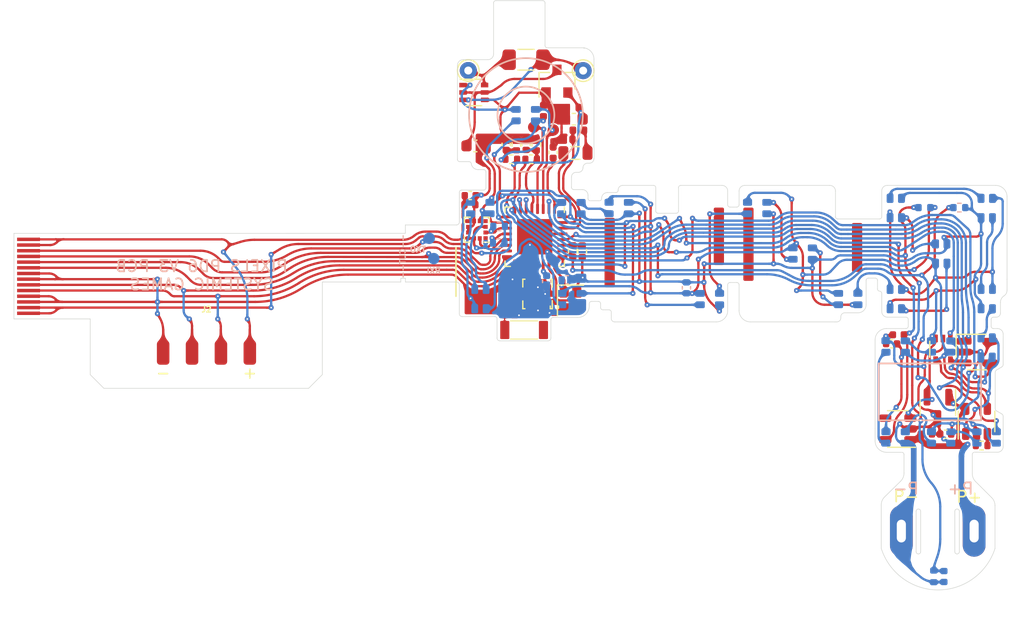
<source format=kicad_pcb>
(kicad_pcb (version 20211014) (generator pcbnew)
  (title_block (title "FLX-F020") (date "2021-09-11") (rev "10") (company "Systemic Games, LLC") (comment 1 "Flexible PCB, 0.13mm thickness"))
  (layers (0 "F.Cu" signal) (31 "B.Cu" signal) (34 "B.Paste" user) (35 "F.Paste" user) (36 "B.SilkS" user "B.Silkscreen") (37 "F.SilkS" user "F.Silkscreen") (38 "B.Mask" user) (39 "F.Mask" user) (44 "Edge.Cuts" user))
  (net 0 "")
  (net 1 "Net-(C1-Pad1)")
  (net 2 "GND")
  (net 3 "VDD")
  (net 4 "VDC")
  (net 5 "Net-(L1-Pad2)")
  (net 6 "Net-(L1-Pad1)")
  (net 7 "+5V")
  (net 8 "/BATT_NTC")
  (net 9 "VEE")
  (net 10 "/LED_EN")
  (net 11 "Net-(C2-Pad2)")
  (net 12 "Net-(C3-Pad1)")
  (net 13 "Net-(C5-Pad2)")
  (net 14 "Net-(C7-Pad1)")
  (net 15 "Net-(C19-Pad1)")
  (net 16 "Net-(C19-Pad2)")
  (net 17 "/LEDs/LED_DATA_OUT")
  (net 18 "RXI")
  (net 19 "TXO")
  (net 20 "SWO")
  (net 21 "RESET")
  (net 22 "SWDCLK")
  (net 23 "SWDIO")
  (net 24 "Net-(R10-Pad1)")
  (net 25 "/NTC_ID_VDD")
  (net 26 "/PROG")
  (net 27 "/Power Supply/MAG1_")
  (net 28 "/STATS")
  (net 30 "/5V_SENSE")
  (net 31 "/VBAT_SENSE")
  (net 32 "/Power Supply/LED_EN_OUT")
  (net 33 "Net-(R3-Pad1)")
  (net 34 "Net-(D2-Pad3)")
  (net 35 "Net-(D3-Pad3)")
  (net 36 "Net-(D4-Pad3)")
  (net 37 "Net-(D5-Pad3)")
  (net 38 "Net-(D6-Pad3)")
  (net 39 "Net-(D7-Pad3)")
  (net 40 "+BATT")
  (net 41 "/LEDs/LED_RETURN")
  (net 44 "/SCL")
  (net 45 "/SDA")
  (net 46 "/ACC_INT")
  (net 47 "Net-(D8-Pad3)")
  (net 48 "Net-(D10-Pad1)")
  (net 49 "Net-(D10-Pad3)")
  (net 50 "Net-(D11-Pad3)")
  (net 51 "Net-(D12-Pad3)")
  (net 52 "Net-(D13-Pad3)")
  (net 53 "Net-(D14-Pad3)")
  (net 54 "Net-(D15-Pad3)")
  (net 55 "Net-(D16-Pad3)")
  (net 56 "Net-(D17-Pad3)")
  (net 57 "Net-(D18-Pad3)")
  (net 58 "Net-(D19-Pad3)")
  (net 59 "Net-(D20-Pad3)")
  (net 60 "Net-(D21-Pad3)")
  (net 61 "/ANT_NRF")
  (net 62 "/ANT_50")
  (net 63 "/ANTENNA")
  (footprint "Pixels-dice:C_0402_1005Metric" (layer "F.Cu") (at 167.3 106.81)
    (fp_text reference "C16")
    (fp_text value "10uF 10V 20%")
  )
  (footprint "Pixels-dice:SOT-353_SC-70-5" (layer "F.Cu") (at 168.75 99.35 -90)
    (fp_text reference "U7")
    (fp_text value "SN74LVC1G08" hide)
  )
  (footprint "TestPoint:TestPoint_THTPad_D1.5mm_Drill0.7mm" (layer "F.Cu") (at 127.02 74.85 150)
    (fp_text reference "P6")
    (fp_text value "COILB")
  )
  (footprint "Package_TO_SOT_SMD:SOT-23-5" (layer "F.Cu") (at 171.74 99.6)
    (fp_text reference "U5")
    (fp_text value "MCP73832T-2ACI/OT")
  )
  (footprint "Package_TO_SOT_SMD:SOT-23" (layer "F.Cu") (at 168.3 104.5 -90)
    (fp_text reference "U8")
    (fp_text value "TMR1366")
  )
  (footprint "TestPoint:TestPoint_THTPad_D1.5mm_Drill0.7mm" (layer "F.Cu") (at 137.12 74.86 150)
    (fp_text reference "P5")
    (fp_text value "COILA")
  )
  (footprint "Pixels-dice:SOT-23-5" (layer "F.Cu") (at 171.7 105.696232 90)
    (fp_text reference "U6")
    (fp_text value "MT9700" hide)
  )
  (footprint "Resistor_SMD:R_0402_1005Metric" (layer "F.Cu") (at 172.15 107.82 180)
    (fp_text reference "R3")
    (fp_text value "10k 5%")
  )
  (footprint "Inductor_SMD:L_0805_2012Metric" (layer "F.Cu") (at 136.44 82.1)
    (fp_text reference "L1")
    (fp_text value "10uH 100mA 10%")
  )
  (footprint "Capacitor_SMD:C_0402_1005Metric" (layer "F.Cu") (at 134.59 95.66 90)
    (fp_text reference "C5")
    (fp_text value "8pF 10V 10%")
  )
  (footprint "Capacitor_SMD:C_0402_1005Metric" (layer "F.Cu") (at 134.48 82.05 90)
    (fp_text reference "C3")
    (fp_text value "0.1uF 10V 20%")
  )
  (footprint "Resistor_SMD:R_0402_1005Metric" (layer "F.Cu") (at 136.21 90.72 -90)
    (fp_text reference "R10")
    (fp_text value "100k 1%")
  )
  (footprint "Package_DFN_QFN:QFN-32-1EP_5x5mm_P0.5mm_EP3.1x3.1mm" (layer "F.Cu") (at 132.86 89.46 -90)
    (fp_text reference "U1")
    (fp_text value "N52810_QFN32")
  )
  (footprint "Capacitor_SMD:C_0402_1005Metric" (layer "F.Cu") (at 127.192191 85.836168)
    (fp_text reference "C10")
    (fp_text value "0.1uF 10V 20%")
  )
  (footprint "Capacitor_SMD:C_0402_1005Metric" (layer "F.Cu") (at 168.99 106.82 180)
    (fp_text reference "C23")
    (fp_text value "0.1uF 10V 20%")
  )
  (footprint "Pixels-dice:C_0402_1005Metric" (layer "F.Cu") (at 133.63 78.39 90)
    (fp_text reference "C9")
    (fp_text value "10uF 10V 20%")
  )
  (footprint "Pixels-dice:C_0402_1005Metric" (layer "F.Cu") (at 164.83 98.08 180)
    (fp_text reference "C18")
    (fp_text value "4.7uF 10V 20%")
  )
  (footprint "Pixels-dice:R_0402_1005Metric" (layer "F.Cu") (at 136.21 78.11 180)
    (fp_text reference "R4")
    (fp_text value "100k 1%")
  )
  (footprint "Pixels-dice:SOT-23-5" (layer "F.Cu") (at 164.78 106.36 180)
    (fp_text reference "U4")
    (fp_text value "ME6215" hide)
  )
  (footprint "Resistor_SMD:R_0402_1005Metric" (layer "F.Cu") (at 137.04 90.73 90)
    (fp_text reference "R9")
    (fp_text value "150k 1%")
  )
  (footprint "Pixels-dice:C_0402_1005Metric" (layer "F.Cu") (at 127.162191 86.656168)
    (fp_text reference "C4")
    (fp_text value "4.7uF 10V 20%")
  )
  (footprint "Capacitor_SMD:C_0603_1608Metric" (layer "F.Cu") (at 127.64 81.48)
    (fp_text reference "C13")
    (fp_text value "4.7uF 25V 20%")
  )
  (footprint "Package_TO_SOT_SMD:SOT-363_SC-70-6" (layer "F.Cu") (at 127.505 76.78)
    (fp_text reference "D1")
    (fp_text value "BAV99S")
  )
  (footprint "Capacitor_SMD:C_0603_1608Metric" (layer "F.Cu") (at 136.3 79.13 180)
    (fp_text reference "C15")
    (fp_text value "22uF 10V 20%")
  )
  (footprint "Inductor_SMD:L_0402_1005Metric" (layer "F.Cu") (at 136.7 80.09 180)
    (fp_text reference "L2")
    (fp_text value "15nH 100mA 5%")
  )
  (footprint "Pixels-dice:C_0402_1005Metric" (layer "F.Cu") (at 135.7 80.9 180)
    (fp_text reference "C1")
    (fp_text value "4.7uF 10V 20%")
  )
  (footprint "Capacitor_SMD:C_0402_1005Metric" (layer "F.Cu") (at 130.35 81.35 90)
    (fp_text reference "C21")
    (fp_text value "10nF 25V 10%")
  )
  (footprint "Resistor_SMD:R_0402_1005Metric" (layer "F.Cu") (at 132.55 82.65)
    (fp_text reference "R7")
    (fp_text value "4.02M 1%")
  )
  (footprint "Resistor_SMD:R_0402_1005Metric" (layer "F.Cu") (at 131.25 81.35 -90)
    (fp_text reference "R2")
    (fp_text value "4.02M 1%")
  )
  (footprint "Resistor_SMD:R_0402_1005Metric" (layer "F.Cu") (at 133 81.35 90)
    (fp_text reference "R8")
    (fp_text value "10M 1%")
  )
  (footprint "Resistor_SMD:R_0402_1005Metric" (layer "F.Cu") (at 130.8 82.65 180)
    (fp_text reference "R1")
    (fp_text value "4.02M 1%")
  )
  (footprint "Capacitor_SMD:C_0402_1005Metric" (layer "F.Cu") (at 132.1 81.35 90)
    (fp_text reference "C22")
    (fp_text value "10nF 25V 10%")
  )
  (footprint "Pixels-dice:Crystal_SMD_2016-4Pin_2.0x1.6mm" (layer "F.Cu") (at 136.01 95.06 -90)
    (fp_text reference "Y1")
    (fp_text value "32MHz 40ppm")
  )
  (footprint "Package_LGA:LGA-12_2x2mm_P0.5mm" (layer "F.Cu") (at 127.78 88.84 180)
    (fp_text reference "U2")
    (fp_text value "KXTJ3-1057")
  )
  (footprint "Pixels-dice:SOT-23" (layer "F.Cu") (at 134.82 75.78 -90)
    (fp_text reference "U3")
    (fp_text value "PJ75AL50SA")
  )
  (footprint "Capacitor_SMD:C_1206_3216Metric" (layer "F.Cu") (at 132.1 73.9 180)
    (fp_text reference "C19")
    (fp_text value "33nF 50V 5% NP0")
  )
  (footprint "Capacitor_SMD:C_0402_1005Metric" (layer "F.Cu") (at 164.23 98.87 180)
    (fp_text reference "C25")
    (fp_text value "0.1uF 10V 20%")
  )
  (footprint "Pixels-dice:FPC-POGO-4" (layer "F.Cu") (at 104.0073 99.6637 180)
    (fp_text reference "J2")
    (fp_text value "Conn_01x04")
  )
  (footprint "Pixels-dice:FPC_14" (layer "F.Cu") (at 88.35893 96.1912 90)
    (fp_text reference "J1")
    (fp_text value "Conn_01x14")
  )
  (footprint "Pixels-dice:0402_RF" (layer "F.Cu") (at 131.95 94.05 -90)
    (fp_text reference "L5")
    (fp_text value "3.9nH 5%")
  )
  (footprint "Pixels-dice:0402_RF" (layer "F.Cu") (at 130.65 96.38)
    (fp_text reference "C11")
    (fp_text value "DNP")
  )
  (footprint "RFFrontEnd:MFH3.RECE.20369.001E.01" (layer "F.Cu") (at 133.11 94.49 90)
    (fp_text reference "J4" hide)
    (fp_text value "DNP" hide)
  )
  (footprint "Pixels-dice:TEST_PIN" (layer "F.Cu") (at 134.5 80.07)
    (fp_text reference "W22" hide)
    (fp_text value "LED_DATA1")
  )
  (footprint "Pixels-dice:0402_RF" (layer "F.Cu") (at 132.39 92.81)
    (fp_text reference "C8")
    (fp_text value "0.8pF 10V 5% NP0")
  )
  (footprint "Pixels-dice:0402_RF" (layer "F.Cu") (at 130.15 95.25 -90)
    (fp_text reference "L3")
    (fp_text value "1.8nH 5%")
  )
  (footprint "Pixels-dice:TEST_PIN" (layer "F.Cu") (at 132.77 79.83)
    (fp_text reference "W13" hide)
    (fp_text value "5V_S")
  )
  (footprint "Pixels-dice:CHIP_ANT" (layer "F.Cu") (at 130.23 97.66 -90)
    (fp_text reference "AE1")
    (fp_text value "Antenna_Chip" hide)
  )
  (footprint "Pixels-dice:0402_RF" (layer "F.Cu") (at 130.91 94.04 90)
    (fp_text reference "C12")
    (fp_text value "0.5pF 10V 5% C0G")
  )
  (footprint "Pixels-dice:TX1812Z_2020" (layer "B.Cu") (at 136.085902 94.94 -90)
    (fp_text reference "D5")
    (fp_text value "TX1812Z_2020")
  )
  (footprint "Pixels-dice:TX1812Z_2020" (layer "B.Cu") (at 128.09 94.94 180)
    (fp_text reference "D4")
    (fp_text value "TX1812Z_2020")
  )
  (footprint "Pixels-dice:TX1812Z_2020" (layer "B.Cu") (at 136.08 86.94 -90)
    (fp_text reference "D6")
    (fp_text value "TX1812Z_2020")
  )
  (footprint "Pixels-dice:TX1812Z_2020" (layer "B.Cu") (at 132.08 78.77 90)
    (fp_text reference "D2")
    (fp_text value "TX1812Z_2020")
  )
  (footprint "Pixels-dice:TX1812Z_2020" (layer "B.Cu") (at 140.25 86.94 -90)
    (fp_text reference "D7")
    (fp_text value "TX1812Z_2020")
  )
  (footprint "Pixels-dice:C_0402_1005Metric" (layer "B.Cu") (at 168.84 119.33 -90)
    (fp_text reference "C6")
    (fp_text value "DNP")
  )
  (footprint "Capacitor_SMD:C_0402_1005Metric" (layer "B.Cu") (at 133.91 93.38 -90)
    (fp_text reference "C7")
    (fp_text value "100pF NP0 10V 5%")
  )
  (footprint "Capacitor_SMD:C_0402_1005Metric" (layer "B.Cu") (at 135.71 93.24 180)
    (fp_text reference "C2")
    (fp_text value "8pF 10V 10%")
  )
  (footprint "Pixels-dice:TX1812Z_2020" (layer "B.Cu") (at 128.08 86.94 90)
    (fp_text reference "D3")
    (fp_text value "TX1812Z_2020")
  )
  (footprint "Resistor_SMD:R_0402_1005Metric" (layer "B.Cu") (at 170.19 86.9)
    (fp_text reference "R6")
    (fp_text value "22k 1%")
  )
  (footprint "Pixels-dice:Hongjie 10100 Connector" (layer "B.Cu") (at 168.290601 115.336035 180)
    (fp_text reference "J3")
    (fp_text value "Conn_01x02")
  )
  (footprint "Resistor_SMD:R_0402_1005Metric" (layer "B.Cu") (at 129.7 90.02 180)
    (fp_text reference "R12")
    (fp_text value "2.7k 5%")
  )
  (footprint "Resistor_SMD:R_0402_1005Metric" (layer "B.Cu") (at 129.73 88.54 180)
    (fp_text reference "R16")
    (fp_text value "2.7k 5%")
  )
  (footprint "Pixels-dice:R_0402_1005Metric" (layer "B.Cu") (at 167.12 86.9 180)
    (fp_text reference "R5")
    (fp_text value "100k 1%")
  )
  (footprint "Pixels-dice:TEST_PIN" (layer "B.Cu") (at 123.59 89.6 180)
    (fp_text reference "W2" hide)
    (fp_text value "TXO")
  )
  (footprint "Pixels-dice:TX1812Z_2020" (layer "B.Cu") (at 152.42 86.94 -90)
    (fp_text reference "D9")
    (fp_text value "TX1812Z_2020")
  )
  (footprint "Pixels-dice:TX1812Z_2020" (layer "B.Cu") (at 164.6 86.94)
    (fp_text reference "D14")
    (fp_text value "TX1812Z_2020")
  )
  (footprint "Pixels-dice:TX1812Z_2020" (layer "B.Cu") (at 164.59 107.11 -90)
    (fp_text reference "D20")
    (fp_text value "TX1812Z_2020")
  )
  (footprint "Pixels-dice:TX1812Z_2020" (layer "B.Cu") (at 172.59 107.11 -90)
    (fp_text reference "D22")
    (fp_text value "TX1812Z_2020")
  )
  (footprint "Pixels-dice:TX1812Z_2020" (layer "B.Cu") (at 172.585902 99.2 180)
    (fp_text reference "D17")
    (fp_text value "TX1812Z_2020")
  )
  (footprint "Pixels-dice:TX1812Z_2020" (layer "B.Cu") (at 156.42 90.94 -90)
    (fp_text reference "D10")
    (fp_text value "TX1812Z_2020")
  )
  (footprint "Pixels-dice:TX1812Z_2020" (layer "B.Cu") (at 168.59 99.11 90)
    (fp_text reference "D18")
    (fp_text value "TX1812Z_2020")
  )
  (footprint "Pixels-dice:TX1812Z_2020" (layer "B.Cu") (at 172.6 86.94 180)
    (fp_text reference "D15")
    (fp_text value "TX1812Z_2020")
  )
  (footprint "Pixels-dice:TX1812Z_2020" (layer "B.Cu") (at 160.42 94.94 -90)
    (fp_text reference "D11")
    (fp_text value "TX1812Z_2020")
  )
  (footprint "Pixels-dice:TX1812Z_2020" (layer "B.Cu") (at 172.6 94.94 180)
    (fp_text reference "D16")
    (fp_text value "TX1812Z_2020")
  )
  (footprint "Pixels-dice:TEST_PIN" (layer "B.Cu") (at 123.99 91.38 180)
    (fp_text reference "W1" hide)
    (fp_text value "RXI")
  )
  (footprint "Pixels-dice:TX1812Z_2020" (layer "B.Cu") (at 148.26 94.94 -90)
    (fp_text reference "D8")
    (fp_text value "TX1812Z_2020")
  )
  (footprint "Pixels-dice:TX1812Z_2020" (layer "B.Cu") (at 164.6 94.94 180)
    (fp_text reference "D12")
    (fp_text value "TX1812Z_2020")
  )
  (footprint "Pixels-dice:TX1812Z_2020" (layer "B.Cu") (at 164.59 99.11 90)
    (fp_text reference "D19")
    (fp_text value "TX1812Z_2020")
  )
  (footprint "Pixels-dice:TX1812Z_2020" (layer "B.Cu") (at 168.59 107.11 -90)
    (fp_text reference "D21")
    (fp_text value "TX1812Z_2020")
  )
  (footprint "Pixels-dice:TX1812Z_2020" (layer "B.Cu") (at 168.6 90.94)
    (fp_text reference "D13")
    (fp_text value "TX1812Z_2020")
  )
  (footprint "Capacitor_SMD:C_0402_1005Metric" (layer "B.Cu") (at 146.2 93.95 90)
    (fp_text reference "C24")
    (fp_text value "0.1uF 10V 20%")
  )
  (footprint "Pixels-dice:R_0402_1005Metric" (layer "B.Cu") (at 167.94 119.32 -90)
    (fp_text reference "TH1")
    (fp_text value "NTC 100k @ 25C")
  )
  (gr_circle (center 132.09 78.76) (end 137.09 78.76) (layer "B.SilkS") (width 0.15) (fill none))
  (gr_rect (start 163.1 100.6) (end 172.1 105.6) (layer "B.SilkS") (width 0.15) (fill none))
  (gr_circle (center 132.09 78.76) (end 134.59 78.76) (layer "B.SilkS") (width 0.15) (fill none))
  (gr_line (start 125.94 90.41) (end 125.94 94.69) (layer "F.SilkS") (width 0.15))
  (gr_arc (start 137.754 86.2975) (mid 137.608186 86.245316) (end 137.547132 86.102987) (layer "Edge.Cuts") (width 0.05))
  (gr_line (start 165.697 96.7331) (end 165.697 97.3329) (layer "Edge.Cuts") (width 0.05))
  (gr_line (start 121.489305 88.424165) (end 121.49 89.16) (layer "Edge.Cuts") (width 0.05))
  (gr_arc (start 173.918 105.0355) (mid 174.009602 105.126659) (end 174.043 105.2515) (layer "Edge.Cuts") (width 0.05))
  (gr_arc (start 173.343 101.3855) (mid 173.376536 101.260316) (end 173.468 101.1685) (layer "Edge.Cuts") (width 0.05))
  (gr_line (start 121.5 93.44) (end 125.980888 93.44) (layer "Edge.Cuts") (width 0.05))
  (gr_arc (start 165.326 110.2385) (mid 165.248187 110.62552) (end 165.027 110.9525) (layer "Edge.Cuts") (width 0.05))
  (gr_arc (start 145.503 85.145514) (mid 145.561718 85.004771) (end 145.70306 84.947511) (layer "Edge.Cuts") (width 0.05))
  (gr_line (start 166.39 113.5975) (end 166.39 117.1475) (layer "Edge.Cuts") (width 0.05))
  (gr_line (start 165.326 108.6085) (end 165.326 110.2385) (layer "Edge.Cuts") (width 0.05))
  (gr_line (start 165.027 110.9525) (end 163.622 112.3315) (layer "Edge.Cuts") (width 0.05))
  (gr_arc (start 169.790003 113.597458) (mid 169.989998 113.397503) (end 170.189997 113.597453) (layer "Edge.Cuts") (width 0.05))
  (gr_line (start 163.37 87.6968) (end 163.37 85.4175) (layer "Edge.Cuts") (width 0.05))
  (gr_arc (start 129.245 68.907403) (mid 129.303579 68.765978) (end 129.445005 68.707403) (layer "Edge.Cuts") (width 0.05))
  (gr_arc (start 165.494 96.5331) (mid 165.637357 96.590615) (end 165.697 96.7331) (layer "Edge.Cuts") (width 0.05))
  (gr_line (start 172.987 97.3331) (end 172.987 96.7331) (layer "Edge.Cuts") (width 0.05))
  (gr_arc (start 173.5274 97.533101) (mid 173.891765 97.676125) (end 174.043841 98.036806) (layer "Edge.Cuts") (width 0.05))
  (gr_arc (start 166.79 117.147549) (mid 166.590005 117.3475) (end 166.39 117.147559) (layer "Edge.Cuts") (width 0.05))
  (gr_line (start 139.591 96.4457) (end 139.591 96.6476) (layer "Edge.Cuts") (width 0.05))
  (gr_line (start 173.918 100.9085) (end 173.468 101.1685) (layer "Edge.Cuts") (width 0.05))
  (gr_arc (start 171.327 108.604451) (mid 171.385596 108.463061) (end 171.527 108.4045) (layer "Edge.Cuts") (width 0.05))
  (gr_line (start 137.069907 72.850006) (end 133.968019 72.850295) (layer "Edge.Cuts") (width 0.05))
  (gr_arc (start 127.880914 83.561945) (mid 127.483976 83.411918) (end 127.285397 83.036906) (layer "Edge.Cuts") (width 0.05))
  (gr_line (start 87.0814 89.1666) (end 87.0814 96.6866) (layer "Edge.Cuts") (width 0.05))
  (gr_line (start 163.87 96.5331) (end 165.494 96.5331) (layer "Edge.Cuts") (width 0.05))
  (gr_arc (start 138.746897 86.0975) (mid 138.691202 86.24173) (end 138.547 86.2975) (layer "Edge.Cuts") (width 0.05))
  (gr_arc (start 137.049776 85.3175) (mid 137.401528 85.464932) (end 137.547 85.8175) (layer "Edge.Cuts") (width 0.05))
  (gr_line (start 150.027 93.4848) (end 150.627 93.4847) (layer "Edge.Cuts") (width 0.05))
  (gr_line (start 139.591 96.0864) (end 139.591 96.4457) (layer "Edge.Cuts") (width 0.05))
  (gr_line (start 128.37 85.3613) (end 126.433 85.3613) (layer "Edge.Cuts") (width 0.05))
  (gr_line (start 163.784 108.4085) (end 165.126 108.4085) (layer "Edge.Cuts") (width 0.05))
  (gr_arc (start 163.169999 94.249088) (mid 163.045053 94.181902) (end 162.995197 94.049086) (layer "Edge.Cuts") (width 0.05))
  (gr_arc (start 126.269999 82.861901) (mid 126.128578 82.803322) (end 126.069999 82.6619) (layer "Edge.Cuts") (width 0.05))
  (gr_arc (start 170.190003 117.147557) (mid 169.989994 117.347503) (end 169.789997 117.147545) (layer "Edge.Cuts") (width 0.05))
  (gr_arc (start 163.870004 96.533104) (mid 163.516445 96.386658) (end 163.369996 96.0331) (layer "Edge.Cuts") (width 0.05))
  (gr_arc (start 129.349003 96.476797) (mid 129.490423 96.535377) (end 129.549 96.676797) (layer "Edge.Cuts") (width 0.05))
  (gr_line (start 159.501 87.8968) (end 163.17 87.8968) (layer "Edge.Cuts") (width 0.05))
  (gr_arc (start 173.323958 116.86448) (mid 168.320567 120.509965) (end 163.323 116.8565) (layer "Edge.Cuts") (width 0.05))
  (gr_line (start 163.37 94.4491) (end 163.37 96.0331) (layer "Edge.Cuts") (width 0.05))
  (gr_arc (start 161.995131 93.297674) (mid 162.05365 93.156151) (end 162.195131 93.0975) (layer "Edge.Cuts") (width 0.05))
  (gr_arc (start 136.0971 84.197598) (mid 136.214228 83.914728) (end 136.497098 83.7976) (layer "Edge.Cuts") (width 0.05))
  (gr_arc (start 138.455001 95.147499) (mid 138.596422 95.206078) (end 138.655001 95.347499) (layer "Edge.Cuts") (width 0.05))
  (gr_line (start 166.79 117.1475) (end 166.79 113.5975) (layer "Edge.Cuts") (width 0.05))
  (gr_line (start 139.247 85.5775) (end 139.997 85.5775) (layer "Edge.Cuts") (width 0.05))
  (gr_line (start 173.343 101.3855) (end 173.343 104.5595) (layer "Edge.Cuts") (width 0.05))
  (gr_arc (start 149.827 93.684751) (mid 149.885596 93.543361) (end 150.027 93.4848) (layer "Edge.Cuts") (width 0.05))
  (gr_line (start 136.097 85.107501) (end 136.097 84.1976) (layer "Edge.Cuts") (width 0.05))
  (gr_arc (start 161.9971 95.4475) (mid 161.770616 95.956609) (end 161.247103 96.147451) (layer "Edge.Cuts") (width 0.05))
  (gr_line (start 165.497 97.5329) (end 163.784 97.5329) (layer "Edge.Cuts") (width 0.05))
  (gr_arc (start 162.784 98.5329) (mid 163.076893 97.825793) (end 163.784 97.5329) (layer "Edge.Cuts") (width 0.05))
  (gr_line (start 121.49 89.16) (end 87.0814 89.1666) (layer "Edge.Cuts") (width 0.05))
  (gr_arc (start 150.827065 86.65615) (mid 150.768439 86.797556) (end 150.627 86.8561) (layer "Edge.Cuts") (width 0.05))
  (gr_arc (start 134.285 98.36305) (mid 134.211794 98.539859) (end 134.035 98.6131) (layer "Edge.Cuts") (width 0.05))
  (gr_arc (start 140.197 85.3675) (mid 140.142014 85.515383) (end 139.997 85.57754) (layer "Edge.Cuts") (width 0.05))
  (gr_arc (start 128.5701 85.161299) (mid 128.511492 85.302692) (end 128.370099 85.3613) (layer "Edge.Cuts") (width 0.05))
  (gr_line (start 174.043 99.2449) (end 174.043841 98.036806) (layer "Edge.Cuts") (width 0.05))
  (gr_arc (start 126.233 88.174751) (mid 126.159845 88.351119) (end 125.983432 88.424166) (layer "Edge.Cuts") (width 0.05))
  (gr_line (start 150.827 93.6847) (end 150.827 95.9475) (layer "Edge.Cuts") (width 0.05))
  (gr_arc (start 165.6969 97.332906) (mid 165.638351 97.474351) (end 165.496906 97.5329) (layer "Edge.Cuts") (width 0.05))
  (gr_line (start 171.527 108.4045) (end 173.543 108.4045) (layer "Edge.Cuts") (width 0.05))
  (gr_line (start 174.384 93.1975) (end 174.384 85.9478) (layer "Edge.Cuts") (width 0.05))
  (gr_line (start 137.547 85.8175) (end 137.547 86.103) (layer "Edge.Cuts") (width 0.05))
  (gr_arc (start 159.76978 96.4975) (mid 159.872291 96.250006) (end 160.11978 96.1475) (layer "Edge.Cuts") (width 0.05))
  (gr_line (start 134.285 98.363) (end 134.285 96.7555) (layer "Edge.Cuts") (width 0.05))
  (gr_line (start 121.5 93.44) (end 121.5 93.12) (layer "Edge.Cuts") (width 0.05))
  (gr_arc (start 126.069999 74.3968) (mid 126.216446 74.043246) (end 126.569999 73.896799) (layer "Edge.Cuts") (width 0.05))
  (gr_arc (start 128.370001 83.561949) (mid 128.51144 83.620525) (end 128.570051 83.761949) (layer "Edge.Cuts") (width 0.05))
  (gr_line (start 159.273 96.9475) (end 159.41978 96.9475) (layer "Edge.Cuts") (width 0.05))
  (gr_arc (start 173.384 84.9478) (mid 174.091107 85.240693) (end 174.384 85.9478) (layer "Edge.Cuts") (width 0.05))
  (gr_line (start 94.9882 102.7865) (end 112.988 102.7865) (layer "Edge.Cuts") (width 0.05))
  (gr_arc (start 139.891 96.9476) (mid 139.678868 96.859732) (end 139.591 96.6476) (layer "Edge.Cuts") (width 0.05))
  (gr_line (start 93.7882 101.5865) (end 94.9882 102.7865) (layer "Edge.Cuts") (width 0.05))
  (gr_line (start 169.79 113.5975) (end 169.79 117.1475) (layer "Edge.Cuts") (width 0.05))
  (gr_arc (start 137.069907 72.850006) (mid 137.777072 73.142867) (end 138.07 73.850006) (layer "Edge.Cuts") (width 0.05))
  (gr_line (start 137.049776 85.3175) (end 136.299776 85.3175) (layer "Edge.Cuts") (width 0.05))
  (gr_line (start 134.035 98.613) (end 129.799 98.613) (layer "Edge.Cuts") (width 0.05))
  (gr_line (start 173.031 112.3945) (end 171.62 110.9865) (layer "Edge.Cuts") (width 0.05))
  (gr_line (start 129.245 73.3968) (end 129.245 68.907403) (layer "Edge.Cuts") (width 0.05))
  (gr_arc (start 173.187 97.533101) (mid 173.045578 97.474522) (end 172.986999 97.3331) (layer "Edge.Cuts") (width 0.05))
  (gr_line (start 126.233 85.5613) (end 126.233 88.174751) (layer "Edge.Cuts") (width 0.05))
  (gr_arc (start 149.326999 84.94755) (mid 149.680535 85.093999) (end 149.82695 85.44755) (layer "Edge.Cuts") (width 0.05))
  (gr_line (start 162.995 93.2975) (end 162.995 94.0491) (layer "Edge.Cuts") (width 0.05))
  (gr_line (start 137.6549 95.347499) (end 137.6549 95.55545) (layer "Edge.Cuts") (width 0.05))
  (gr_arc (start 125.980888 93.44) (mid 126.157778 93.514375) (end 126.230897 93.691788) (layer "Edge.Cuts") (width 0.05))
  (gr_line (start 128.57 83.7619) (end 128.57 85.1613) (layer "Edge.Cuts") (width 0.05))
  (gr_line (start 126.230897 93.691788) (end 126.230861 96.229057) (layer "Edge.Cuts") (width 0.05))
  (gr_arc (start 174.043 100.6925) (mid 174.00983 100.817473) (end 173.918 100.9085) (layer "Edge.Cuts") (width 0.05))
  (gr_line (start 173.384 84.9478) (end 163.866997 84.947573) (layer "Edge.Cuts") (width 0.05))
  (gr_line (start 151.827 96.9475) (end 159.273 96.9475) (layer "Edge.Cuts") (width 0.05))
  (gr_arc (start 145.503001 87.1956) (mid 145.444422 87.337022) (end 145.303 87.395601) (layer "Edge.Cuts") (width 0.05))
  (gr_line (start 150.627 86.8561) (end 150.027 86.8561) (layer "Edge.Cuts") (width 0.05))
  (gr_arc (start 150.027001 86.85615) (mid 149.885597 86.797569) (end 149.82705 86.656151) (layer "Edge.Cuts") (width 0.05))
  (gr_line (start 158.801 84.9475) (end 151.327 84.9475) (layer "Edge.Cuts") (width 0.05))
  (gr_line (start 137.503 82.9976) (end 137.67 82.9976) (layer "Edge.Cuts") (width 0.05))
  (gr_line (start 121.09 93.44) (end 114.19 93.44) (layer "Edge.Cuts") (width 0.05))
  (gr_line (start 127.881 83.562) (end 128.37 83.562) (layer "Edge.Cuts") (width 0.05))
  (gr_line (start 138.655 95.3475) (end 138.655 95.6865) (layer "Edge.Cuts") (width 0.05))
  (gr_arc (start 171.62 110.9865) (mid 171.402878 110.661726) (end 171.327 110.2785) (layer "Edge.Cuts") (width 0.05))
  (gr_arc (start 166.390001 113.597451) (mid 166.590002 113.397501) (end 166.789999 113.597456) (layer "Edge.Cuts") (width 0.05))
  (gr_line (start 145.503 85.1455) (end 145.503 87.1956) (layer "Edge.Cuts") (width 0.05))
  (gr_arc (start 133.968019 72.850295) (mid 133.826587 72.791723) (end 133.768 72.650295) (layer "Edge.Cuts") (width 0.05))
  (gr_line (start 139.088 95.8864) (end 139.391 95.8864) (layer "Edge.Cuts") (width 0.05))
  (gr_line (start 163.323 113.0445) (end 163.323 116.8565) (layer "Edge.Cuts") (width 0.05))
  (gr_arc (start 163.784 108.40845) (mid 163.07691 108.115553) (end 162.78405 107.408448) (layer "Edge.Cuts") (width 0.05))
  (gr_arc (start 138.855002 95.88645) (mid 138.713597 95.827869) (end 138.65505 95.686451) (layer "Edge.Cuts") (width 0.05))
  (gr_arc (start 137.102953 83.397602) (mid 136.985898 83.680421) (end 136.703153 83.797653) (layer "Edge.Cuts") (width 0.05))
  (gr_line (start 133.568005 68.707509) (end 129.445005 68.707403) (layer "Edge.Cuts") (width 0.05))
  (gr_line (start 173.187 96.5331) (end 173.381 96.5331) (layer "Edge.Cuts") (width 0.05))
  (gr_arc (start 173.468 104.7755) (mid 173.376716 104.684157) (end 173.343 104.5595) (layer "Edge.Cuts") (width 0.05))
  (gr_line (start 173.468 104.7755) (end 173.918 105.0355) (layer "Edge.Cuts") (width 0.05))
  (gr_arc (start 174.043 107.9045) (mid 173.896553 108.258053) (end 173.543 108.4045) (layer "Edge.Cuts") (width 0.05))
  (gr_line (start 171.327 110.2785) (end 171.327 108.6045) (layer "Edge.Cuts") (width 0.05))
  (gr_arc (start 143.703001 87.3956) (mid 143.561578 87.337021) (end 143.503 87.195597) (layer "Edge.Cuts") (width 0.05))
  (gr_line (start 138.855 95.8864) (end 139.088 95.8864) (layer "Edge.Cuts") (width 0.05))
  (gr_arc (start 172.987 96.7331) (mid 173.045579 96.591679) (end 173.187 96.5331) (layer "Edge.Cuts") (width 0.05))
  (gr_line (start 126.480863 96.479059) (end 129.349003 96.476797) (layer "Edge.Cuts") (width 0.05))
  (gr_arc (start 139.391001 95.886449) (mid 139.53244 95.945025) (end 139.591051 96.086449) (layer "Edge.Cuts") (width 0.05))
  (gr_line (start 126.27 82.8619) (end 127.087 82.8619) (layer "Edge.Cuts") (width 0.05))
  (gr_arc (start 163.37 87.6968) (mid 163.311421 87.838221) (end 163.17 87.8968) (layer "Edge.Cuts") (width 0.05))
  (gr_line (start 149.827 95.9476) (end 149.827 93.6848) (layer "Edge.Cuts") (width 0.05))
  (gr_line (start 159.301 85.4475) (end 159.301 87.6968) (layer "Edge.Cuts") (width 0.05))
  (gr_line (start 170.19 117.1475) (end 170.19 113.5975) (layer "Edge.Cuts") (width 0.05))
  (gr_arc (start 129.799 98.61305) (mid 129.622242 98.539824) (end 129.54905 98.363052) (layer "Edge.Cuts") (width 0.05))
  (gr_line (start 174.384 94.154513) (end 174.384 93.1975) (layer "Edge.Cuts") (width 0.05))
  (gr_line (start 125.983432 88.424166) (end 121.489305 88.424165) (layer "Edge.Cuts") (width 0.05))
  (gr_line (start 140.197 85.3475) (end 140.197 85.3675) (layer "Edge.Cuts") (width 0.05))
  (gr_line (start 160.11978 96.1475) (end 161.247 96.1475) (layer "Edge.Cuts") (width 0.05))
  (gr_arc (start 149.8269 95.9476) (mid 149.534036 96.654736) (end 148.826901 96.9476) (layer "Edge.Cuts") (width 0.05))
  (gr_arc (start 143.302918 84.947415) (mid 143.444267 85.004663) (end 143.502996 85.145403) (layer "Edge.Cuts") (width 0.05))
  (gr_arc (start 137.6549 95.347499) (mid 137.713508 95.206108) (end 137.8549 95.1475) (layer "Edge.Cuts") (width 0.05))
  (gr_line (start 143.503 87.1956) (end 143.503 85.1454) (layer "Edge.Cuts") (width 0.05))
  (gr_arc (start 173.804 95.231) (mid 173.88727 94.90582) (end 174.115263 94.65944) (layer "Edge.Cuts") (width 0.05))
  (gr_arc (start 162.795 93.0975) (mid 162.936421 93.156079) (end 162.995 93.2975) (layer "Edge.Cuts") (width 0.05))
  (gr_line (start 138.547 86.2975) (end 137.754 86.2975) (layer "Edge.Cuts") (width 0.05))
  (gr_line (start 162.784 98.5329) (end 162.784 106.3195) (layer "Edge.Cuts") (width 0.05))
  (gr_arc (start 126.480863 96.479059) (mid 126.304085 96.405835) (end 126.230861 96.229057) (layer "Edge.Cuts") (width 0.05))
  (gr_line (start 114.188 101.5865) (end 114.19 93.44) (layer "Edge.Cuts") (width 0.05))
  (gr_arc (start 150.626975 93.484725) (mid 150.768404 93.543296) (end 150.826975 93.684725) (layer "Edge.Cuts") (width 0.05))
  (gr_arc (start 151.827 96.9475) (mid 151.119893 96.654607) (end 150.827 95.9475) (layer "Edge.Cuts") (width 0.05))
  (gr_arc (start 163.3231 113.04457) (mid 163.400833 112.657973) (end 163.622 112.3315) (layer "Edge.Cuts") (width 0.05))
  (gr_line (start 162.784 106.3195) (end 162.784 107.4085) (layer "Edge.Cuts") (width 0.05))
  (gr_arc (start 127.087 82.8619) (mid 127.219293 82.911905) (end 127.285433 83.036915) (layer "Edge.Cuts") (width 0.05))
  (gr_line (start 139.891 96.9476) (end 148.827 96.9476) (layer "Edge.Cuts") (width 0.05))
  (gr_line (start 137.855 95.1475) (end 138.455 95.1475) (layer "Edge.Cuts") (width 0.05))
  (gr_arc (start 129.245032 73.396732) (mid 129.098576 73.750276) (end 128.745032 73.896732) (layer "Edge.Cuts") (width 0.05))
  (gr_line (start 149.827 86.6561) (end 149.827 85.4475) (layer "Edge.Cuts") (width 0.05))
  (gr_arc (start 133.568005 68.707509) (mid 133.70942 68.76609) (end 133.768 68.907509) (layer "Edge.Cuts") (width 0.05))
  (gr_arc (start 163.370001 85.417498) (mid 163.51925 85.077569) (end 163.866997 84.947573) (layer "Edge.Cuts") (width 0.05))
  (gr_arc (start 173.031 112.3945) (mid 173.247719 112.718899) (end 173.324 113.1015) (layer "Edge.Cuts") (width 0.05))
  (gr_line (start 126.07 74.3968) (end 126.07 82.6619) (layer "Edge.Cuts") (width 0.05))
  (gr_arc (start 137.200441 72.870473) (mid 137.200441 72.870473) (end 137.200441 72.870473) (layer "Edge.Cuts") (width 0.05))
  (gr_line (start 112.988 102.7865) (end 114.188 101.5865) (layer "Edge.Cuts") (width 0.05))
  (gr_arc (start 136.299776 85.3175) (mid 136.153832 85.255531) (end 136.097 85.107501) (layer "Edge.Cuts") (width 0.05))
  (gr_line (start 173.440031 96.533094) (end 173.381 96.5331) (layer "Edge.Cuts") (width 0.05))
  (gr_arc (start 159.76978 96.5975) (mid 159.667266 96.84498) (end 159.41978 96.9475) (layer "Edge.Cuts") (width 0.05))
  (gr_line (start 138.07 82.5976) (end 138.07 73.850006) (layer "Edge.Cuts") (width 0.05))
  (gr_arc (start 174.384 94.154513) (mid 174.314857 94.44169) (end 174.115263 94.65944) (layer "Edge.Cuts") (width 0.05))
  (gr_line (start 149.327 84.9475) (end 145.703 84.9475) (layer "Edge.Cuts") (width 0.05))
  (gr_line (start 161.997 95.4475) (end 161.995131 93.297674) (layer "Edge.Cuts") (width 0.05))
  (gr_line (start 173.324 116.8645) (end 173.324 113.1015) (layer "Edge.Cuts") (width 0.05))
  (gr_line (start 129.549 96.676797) (end 129.549 98.363) (layer "Edge.Cuts") (width 0.05))
  (gr_line (start 136.497 83.7976) (end 136.703 83.7976) (layer "Edge.Cuts") (width 0.05))
  (gr_line (start 162.195131 93.0975) (end 162.795 93.0975) (layer "Edge.Cuts") (width 0.05))
  (gr_arc (start 165.126 108.40845) (mid 165.267439 108.467026) (end 165.32605 108.60845) (layer "Edge.Cuts") (width 0.05))
  (gr_line (start 87.0814 96.6866) (end 93.7882 96.6866) (layer "Edge.Cuts") (width 0.05))
  (gr_arc (start 158.801 84.9475) (mid 159.154553 85.093947) (end 159.301 85.4475) (layer "Edge.Cuts") (width 0.05))
  (gr_arc (start 163.169999 94.249088) (mid 163.311425 94.307666) (end 163.370012 94.449088) (layer "Edge.Cuts") (width 0.05))
  (gr_arc (start 140.196999 85.347549) (mid 140.314139 85.064674) (end 140.597 84.947499) (layer "Edge.Cuts") (width 0.05))
  (gr_arc (start 126.233065 85.561263) (mid 126.291625 85.419825) (end 126.433063 85.361265) (layer "Edge.Cuts") (width 0.05))
  (gr_line (start 159.76978 96.5975) (end 159.76978 96.4975) (layer "Edge.Cuts") (width 0.05))
  (gr_arc (start 137.6549 95.55545) (mid 137.345637 96.278931) (end 136.609 96.5554) (layer "Edge.Cuts") (width 0.05))
  (gr_line (start 133.768 72.650295) (end 133.768 68.907509) (layer "Edge.Cuts") (width 0.05))
  (gr_arc (start 134.285 96.7555) (mid 134.343575 96.614082) (end 134.484991 96.5555) (layer "Edge.Cuts") (width 0.05))
  (gr_line (start 150.827 85.4475) (end 150.827 86.6561) (layer "Edge.Cuts") (width 0.05))
  (gr_line (start 93.7882 96.6866) (end 93.7882 101.5865) (layer "Edge.Cuts") (width 0.05))
  (gr_line (start 174.043 99.2449) (end 174.043 100.6925) (layer "Edge.Cuts") (width 0.05))
  (gr_line (start 143.303 84.9475) (end 140.597 84.9475) (layer "Edge.Cuts") (width 0.05))
  (gr_line (start 121.09 93.12) (end 121.09 93.44) (layer "Edge.Cuts") (width 0.05))
  (gr_arc (start 150.827065 85.447544) (mid 150.973499 85.093987) (end 151.327061 84.947565) (layer "Edge.Cuts") (width 0.05))
  (gr_line (start 173.804 96.1692) (end 173.804 95.231) (layer "Edge.Cuts") (width 0.05))
  (gr_arc (start 138.746997 86.097501) (mid 138.886313 85.731069) (end 139.247009 85.577513) (layer "Edge.Cuts") (width 0.05))
  (gr_line (start 174.043 105.2515) (end 174.043 107.9045) (layer "Edge.Cuts") (width 0.05))
  (gr_line (start 126.57 73.8968) (end 128.745 73.8968) (layer "Edge.Cuts") (width 0.05))
  (gr_arc (start 137.102953 83.397602) (mid 137.220145 83.114803) (end 137.502961 82.997653) (layer "Edge.Cuts") (width 0.05))
  (gr_arc (start 159.501 87.8968) (mid 159.359579 87.838221) (end 159.301 87.6968) (layer "Edge.Cuts") (width 0.05))
  (gr_line (start 121.5 93.12) (end 121.09 93.12) (layer "Edge.Cuts") (width 0.05))
  (gr_arc (start 138.0699 82.597601) (mid 137.952772 82.880472) (end 137.669901 82.9976) (layer "Edge.Cuts") (width 0.05))
  (gr_arc (start 173.803894 96.169236) (mid 173.69731 96.426514) (end 173.440031 96.533094) (layer "Edge.Cuts") (width 0.05))
  (gr_line (start 136.609 96.5554) (end 134.484991 96.5555) (layer "Edge.Cuts") (width 0.05))
  (gr_line (start 173.5274 97.533101) (end 173.187 97.533101) (layer "Edge.Cuts") (width 0.05))
  (gr_line (start 145.303 87.3956) (end 143.703 87.3956) (layer "Edge.Cuts") (width 0.05))
  (gr_text "PIXELS PD6 V3 PCB\nSYSTEMIC GAMES" (at 103.58 92.85) (layer "B.SilkS") (effects (font (size 1 1)) (justify mirror)))
  (gr_text "--CUT--" (at 121.26 91.19 90) (layer "B.SilkS") (effects (font (size 0.5 0.5) (thickness 0.1)) (justify mirror)))
  (gr_text "P+" (at 170.3 111.6) (layer "B.SilkS") (effects (font (size 1 1)) (justify mirror)))
  (gr_text "P-" (at 165.5 111.6) (layer "B.SilkS") (effects (font (size 1 1)) (justify mirror)))
  (gr_text "P-" (at 165.52 112.28) (layer "F.SilkS") (effects (font (size 1 1))))
  (gr_text "P+" (at 171.04 112.33) (layer "F.SilkS") (effects (font (size 1 1))))
  (segment (start 136.85 87.6) (end 136.85 88.095441) (width 0.2) (layer "F.Cu") (net 1))
  (segment (start 136.235441 88.71) (end 135.2975 88.71) (width 0.2) (layer "F.Cu") (net 1))
  (segment (start 136.25 81.019497) (end 136.25 82.227746) (width 0.2) (layer "F.Cu") (net 1))
  (segment (start 135.37 84.352253) (end 135.37 85.200261) (width 0.2) (layer "F.Cu") (net 1))
  (segment (start 136.215 80.840251) (end 136.215 80.09) (width 0.2) (layer "F.Cu") (net 1))
  (segment (start 136.1975 80.9175) (end 136.215 80.935) (width 0.2) (layer "F.Cu") (net 1))
  (segment (start 136.319669 86.319669) (end 135.490024 85.490024) (width 0.2) (layer "F.Cu") (net 1))
  (arc (start 136.235441 88.71) (mid 136.470622 88.663219) (end 136.67 88.53) (width 0.2) (layer "F.Cu") (net 1))
  (arc (start 135.490024 85.490024) (mid 135.401193 85.35708) (end 135.37 85.200261) (width 0.2) (layer "F.Cu") (net 1))
  (arc (start 136.319669 86.319669) (mid 136.712171 86.90709) (end 136.85 87.6) (width 0.2) (layer "F.Cu") (net 1))
  (arc (start 136.1975 80.8825) (mid 136.190251 80.9) (end 136.1975 80.9175) (width 0.2) (layer "F.Cu") (net 1))
  (arc (start 135.37 84.352253) (mid 135.484352 83.777366) (end 135.81 83.29) (width 0.2) (layer "F.Cu") (net 1))
  (arc (start 136.1975 80.8825) (mid 136.210451 80.863116) (end 136.215 80.840251) (width 0.2) (layer "F.Cu") (net 1))
  (arc (start 136.25 81.019497) (mid 136.240903 80.973767) (end 136.215 80.935) (width 0.2) (layer "F.Cu") (net 1))
  (arc (start 136.67 88.53) (mid 136.803219 88.330622) (end 136.85 88.095441) (width 0.2) (layer "F.Cu") (net 1))
  (arc (start 135.81 83.29) (mid 136.135647 82.802633) (end 136.25 82.227746) (width 0.2) (layer "F.Cu") (net 1))
  (segment (start 134.940394 89.21) (end 134.576216 89.21) (width 0.2) (layer "F.Cu") (net 2))
  (segment (start 132.44 90.18) (end 132.86 89.46) (width 0.2) (layer "F.Cu") (net 2))
  (segment (start 127.53 88.246491) (end 127.53 88.247882) (width 0.2) (layer "F.Cu") (net 2))
  (segment (start 134.069062 77.91) (end 134.036406 77.91) (width 0.2) (layer "F.Cu") (net 2))
  (segment (start 135.22 78.868983) (end 135.22 78.872382) (width 0.2) (layer "F.Cu") (net 2))
  (segment (start 133.63 77.045433) (end 133.63 77.105808) (width 0.2) (layer "F.Cu") (net 2))
  (segment (start 135.22 79.443905) (end 135.22 79.382811) (width 0.2) (layer "F.Cu") (net 2))
  (segment (start 133.63 77.516062) (end 133.63 77.485874) (width 0.2) (layer "F.Cu") (net 2))
  (segment (start 132.317187 80.865) (end 132.257812 80.865) (width 0.2) (layer "F.Cu") (net 2))
  (segment (start 134.245574 77.91) (end 134.226609 77.91) (width 0.2) (layer "F.Cu") (net 2))
  (segment (start 134.935 80.9) (end 134.756066 80.9) (width 0.2) (layer "F.Cu") (net 2))
  (segment (start 135.22 79.38078) (end 135.22 79.382811) (width 0.2) (layer "F.Cu") (net 2))
  (segment (start 133.657322 76.8) (end 133.05 76.8) (width 0.2) (layer "F.Cu") (net 2))
  (segment (start 171.64 93.2) (end 171.05 93.7) (width 0.2) (layer "F.Cu") (net 2))
  (segment (start 135.22 78.872382) (end 135.22 78.889375) (width 0.2) (layer "F.Cu") (net 2))
  (segment (start 135.22 78.944648) (end 135.22 78.945545) (width 0.2) (layer "F.Cu") (net 2))
  (segment (start 171.964644 99.6) (end 170.5575 99.6) (width 0.2) (layer "F.Cu") (net 2))
  (segment (start 135.22 78.803564) (end 135.22 78.807812) (width 0.2) (layer "F.Cu") (net 2))
  (segment (start 132.19375 80.865) (end 132.00625 80.865) (width 0.2) (layer "F.Cu") (net 2))
  (segment (start 91.332483 95.1912) (end 90.625376 95.1912) (width 0.2) (layer "F.Cu") (net 2))
  (segment (start 168.471404 106.565912) (end 168.338937 105.69384) (width 0.2) (layer "F.Cu") (net 2))
  (segment (start 132.429687 80.865) (end 132.420312 80.865) (width 0.2) (layer "F.Cu") (net 2))
  (segment (start 135.22 78.858788) (end 135.22 78.85539) (width 0.2) (layer "F.Cu") (net 2))
  (segment (start 133.6875 76.7875) (end 133.665 76.81) (width 0.2) (layer "F.Cu") (net 2))
  (segment (start 134.112772 77.91) (end 134.101718 77.91) (width 0.2) (layer "F.Cu") (net 2))
  (segment (start 134.340615 77.91) (end 134.337255 77.91) (width 0.2) (layer "F.Cu") (net 2))
  (segment (start 128.003728 85.8) (end 127.894956 85.8) (width 0.2) (layer "F.Cu") (net 2))
  (segment (start 133.63 77.590383) (end 133.63 77.598117) (width 0.2) (layer "F.Cu") (net 2))
  (segment (start 135.560634 89.21) (end 135.554944 89.21) (width 0.2) (layer "F.Cu") (net 2))
  (segment (start 132.725 92.6) (end 132.83 92.81) (width 0.2) (layer "F.Cu") (net 2))
  (segment (start 127.53 88.248578) (end 127.53 88.247882) (width 0.2) (layer "F.Cu") (net 2))
  (segment (start 135.22 78.839248) (end 135.22 78.835) (width 0.2) (layer "F.Cu") (net 2))
  (segment (start 130.925702 80.865) (end 130.944061 80.865) (width 0.2) (layer "F.Cu") (net 2))
  (segment (start 132.61 91.651199) (end 132.61 90.29) (width 0.2) (layer "F.Cu") (net 2))
  (segment (start 135.22 80.43333) (end 135.22 80.487568) (width 0.2) (layer "F.Cu") (net 2))
  (segment (start 168.665 107.025) (end 168.82 107.23) (width 0.2) (layer "F.Cu") (net 2))
  (segment (start 127.53 87.698917) (end 127.53 88.246491) (width 0.2) (layer "F.Cu") (net 2))
  (segment (start 147.75 93.725) (end 147.74 93.47) (width 0.2) (layer "F.Cu") (net 2))
  (segment (start 130.58992 80.865) (end 130.579139 80.865) (width 0.2) (layer "F.Cu") (net 2))
  (segment (start 167.244749 106.167349) (end 166.812805 106.163934) (width 0.2) (layer "F.Cu") (net 2))
  (segment (start 167.815016 105.930903) (end 168.118245 105.62241) (width 0.2) (layer "F.Cu") (net 2))
  (segment (start 131.51703 80.865) (end 131.499843 80.865) (width 0.2) (layer "F.Cu") (net 2))
  (segment (start 127.17375 88.59) (end 127.188578 88.59) (width 0.2) (layer "F.Cu") (net 2))
  (segment (start 134.194462 77.91) (end 134.170224 77.91) (width 0.2) (layer "F.Cu") (net 2))
  (segment (start 133.63 77.590383) (end 133.63 77.581875) (width 0.2) (layer "F.Cu") (net 2))
  (segment (start 135.22 80.43333) (end 135.22 80.414374) (width 0.2) (layer "F.Cu") (net 2))
  (segment (start 167.725901 104.873852) (end 167.89 105.12) (width 0.2) (layer "F.Cu") (net 2))
  (segment (start 134.286736 77.91) (end 134.271853 77.91) (width 0.2) (layer "F.Cu") (net 2))
  (segment (start 133.63 77.636788) (end 133.63 77.638335) (width 0.2) (layer "F.Cu") (net 2))
  (segment (start 134.133866 77.91) (end 134.123319 77.91) (width 0.2) (layer "F.Cu") (net 2))
  (segment (start 135.22 79.378749) (end 135.22 79.38078) (width 0.2) (layer "F.Cu") (net 2))
  (segment (start 133.98705 94.49) (end 133.78 94.49) (width 0.2) (layer "F.Cu") (net 2))
  (segment (start 132.376562 80.865) (end 132.317187 80.865) (width 0.2) (layer "F.Cu") (net 2))
  (segment (start 135.22 78.78742) (end 135.22 78.790818) (width 0.2) (layer "F.Cu") (net 2))
  (segment (start 168.253022 106.816479) (end 168.115229 106.814592) (width 0.2) (layer "F.Cu") (net 2))
  (segment (start 135.22 80.24495) (end 135.22 80.307352) (width 0.2) (layer "F.Cu") (net 2))
  (segment (start 135.509421 89.21) (end 135.532182 89.21) (width 0.2) (layer "F.Cu") (net 2))
  (segment (start 135.22 78.807812) (end 135.22 78.821406) (width 0.2) (layer "F.Cu") (net 2))
  (segment (start 90.125376 94.6912) (end 88.21893 94.6912) (width 0.2) (layer "F.Cu") (net 2))
  (segment (start 135.22 79.8125) (end 135.22 79.88832) (width 0.2) (layer "F.Cu") (net 2))
  (segment (start 133.63 77.207011) (end 133.63 77.228292) (width 0.2) (layer "F.Cu") (net 2))
  (segment (start 130.526405 80.865) (end 130.514569 80.865) (width 0.2) (layer "F.Cu") (net 2))
  (segment (start 133.63 76.902043) (end 133.63 76.917136) (width 0.2) (layer "F.Cu") (net 2))
  (segment (start 130.658866 80.865) (end 130.652381 80.865) (width 0.2) (layer "F.Cu") (net 2))
  (segment (start 132.673436 80.865) (end 132.6 80.865) (width 0.2) (layer "F.Cu") (net 2))
  (segment (start 132.910936 80.865) (end 132.851561 80.865) (width 0.2) (layer "F.Cu") (net 2))
  (segment (start 153.857259 91.837259) (end 153.85 87.45) (width 0.2) (layer "F.Cu") (net 2))
  (segment (start 135.572015 89.21) (end 135.560634 89.21) (width 0.2) (layer "F.Cu") (net 2))
  (segment (start 134.576216 89.21) (end 133.286776 89.21) (width 0.2) (layer "F.Cu") (net 2))
  (segment (start 130.665351 80.865) (end 130.658866 80.865) (width 0.2) (layer "F.Cu") (net 2))
  (segment (start 129.25 77.43) (end 130.24 78.29) (width 0.2) (layer "F.Cu") (net 2))
  (segment (start 135.22 78.839248) (end 135.22 78.844346) (width 0.2) (layer "F.Cu") (net 2))
  (segment (start 130.499491 80.865) (end 130.484413 80.865) (width 0.2) (layer "F.Cu") (net 2))
  (segment (start 134.16 96.16) (end 134.375 96.15) (width 0.2) (layer "F.Cu") (net 2))
  (segment (start 135.22 79.034501) (end 135.22 79.045693) (width 0.2) (layer "F.Cu") (net 2))
  (segment (start 133.982656 77.91) (end 133.961054 77.91) (width 0.2) (layer "F.Cu") (net 2))
  (segment (start 137.08 93.05) (end 136.812837 93.365251) (width 0.2) (layer "F.Cu") (net 2))
  (segment (start 135.22 79.73668) (end 135.22 79.8125) (width 0.2) (layer "F.Cu") (net 2))
  (segment (start 132.992578 80.865) (end 133 80.865) (width 0.2) (layer "F.Cu") (net 2))
  (segment (start 132.376562 80.865) (end 132.410937 80.865) (width 0.2) (layer "F.Cu") (net 2))
  (segment (start 128.221272 85.8) (end 128.003728 85.8) (width 0.2) (layer "F.Cu") (net 2))
  (segment (start 135.304571 89.21) (end 135.190766 89.21) (width 0.2) (layer "F.Cu") (net 2))
  (segment (start 133.63 77.598117) (end 133.63 77.605851) (width 0.2) (layer "F.Cu") (net 2))
  (segment (start 131.51703 80.865) (end 131.710468 80.865) (width 0.2) (layer "F.Cu") (net 2))
  (segment (start 128.455 77.43) (end 129.25 77.43) (width 0.2) (layer "F.Cu") (net 2))
  (segment (start 135.22 78.845196) (end 135.22 78.848594) (width 0.2) (layer "F.Cu") (net 2))
  (segment (start 134.123319 77.91) (end 134.112772 77.91) (width 0.2) (layer "F.Cu") (net 2))
  (segment (start 133.79732 93.465951) (end 133.14 93.489999) (width 0.2) (layer "F.Cu") (net 2))
  (segment (start 90.625376 95.1912) (end 88.21893 95.1912) (width 0.2) (layer "F.Cu") (net 2))
  (segment (start 133.63 77.105808) (end 133.63 77.166183) (width 0.2) (layer "F.Cu") (net 2))
  (segment (start 134.300897 77.91) (end 134.287459 77.91) (width 0.2) (layer "F.Cu") (net 2))
  (segment (start 131.48 96.37) (end 131.09 96.38) (width 0.2) (layer "F.Cu") (net 2))
  (segment (start 130.832187 80.865) (end 130.780469 80.865) (width 0.2) (layer "F.Cu") (net 2))
  (segment (start 134.314335 77.91) (end 134.300897 77.91) (width 0.2) (layer "F.Cu") (net 2))
  (segment (start 133.63 77.64375) (end 133.63 77.642976) (width 0.2) (layer "F.Cu") (net 2))
  (segment (start 128.9 83.905468) (end 128.9 84.366405) (width 0.2) (layer "F.Cu") (net 2))
  (segment (start 135.22 78.781473) (end 135.22 78.783172) (width 0.2) (layer "F.Cu") (net 2))
  (segment (start 135.22 80.182548) (end 135.22 80.24495) (width 0.2) (layer "F.Cu") (net 2))
  (segment (start 90.185376 92.6912) (end 88.21893 92.6912) (width 0.2) (layer "F.Cu") (net 2))
  (segment (start 133.939451 77.91) (end 133.91785 77.91) (width 0.2) (layer "F.Cu") (net 2))
  (segment (start 134.337255 77.91) (end 134.326454 77.91) (width 0.2) (layer "F.Cu") (net 2))
  (segment (start 135.22 79.443905) (end 135.22 79.568124) (width 0.2) (layer "F.Cu") (net 2))
  (segment (start 135.190766 89.21) (end 135.185076 89.21) (width 0.2) (layer "F.Cu") (net 2))
  (segment (start 135.572015 89.21) (end 135.577706 89.21) (width 0.2) (layer "F.Cu") (net 2))
  (segment (start 167.15 101.604966) (end 167.15 100.401229) (width 0.2) (layer "F.Cu") (net 2))
  (segment (start 135.554944 89.21) (end 135.532182 89.21) (width 0.2) (layer "F.Cu") (net 2))
  (segment (start 134.346455 77.91) (end 134.340615 77.91) (width 0.2) (layer "F.Cu") (net 2))
  (segment (start 135.22 79.890947) (end 135.22 79.88832) (width 0.2) (layer "F.Cu") (net 2))
  (segment (start 135.22 79.023309) (end 135.22 79.034501) (width 0.2) (layer "F.Cu") (net 2))
  (segment (start 131.48 76.8) (end 130.24 78.29) (width 0.2) (layer "F.Cu") (net 2))
  (segment (start 133.63 76.93223) (end 133.63 76.917136) (width 0.2) (layer "F.Cu") (net 2))
  (segment (start 135.22 78.958915) (end 135.22 78.986552) (width 0.2) (layer "F.Cu") (net 2))
  (segment (start 172.05 99.55) (end 172.025 99.575) (width 0.2) (layer "F.Cu") (net 2))
  (segment (start 157.27 92.22) (end 157.27 94.378044) (width 0.2) (layer "F.Cu") (net 2))
  (segment (start 131.143359 80.865) (end 131.093827 80.865) (width 0.2) (layer "F.Cu") (net 2))
  (segment (start 134.133866 77.91) (end 134.170224 77.91) (width 0.2) (layer "F.Cu") (net 2))
  (segment (start 132.977734 80.865) (end 132.96289 80.865) (width 0.2) (layer "F.Cu") (net 2))
  (segment (start 132.00625 80.865) (end 131.81875 80.865) (width 0.2) (layer "F.Cu") (net 2))
  (segment (start 133.63 76.93223) (end 133.63 76.947324) (width 0.2) (layer "F.Cu") (net 2))
  (segment (start 171.395 105.945) (end 171.5475 106.0975) (width 0.2) (layer "F.Cu") (net 2))
  (segment (start 134.326454 77.91) (end 134.315653 77.91) (width 0.2) (layer "F.Cu") (net 2))
  (segment (start 133.63 77.634468) (end 133.63 77.636788) (width 0.2) (layer "F.Cu") (net 2))
  (segment (start 135.22 80.564843) (end 135.22 80.598281) (width 0.2) (layer "F.Cu") (net 2))
  (segment (start 132.6 80.865) (end 132.55 80.865) (width 0.2) (layer "F.Cu") (net 2))
  (segment (start 135.22 79.129052) (end 135.22 79.149853) (width 0.2) (layer "F.Cu") (net 2))
  (segment (start 131.499843 80.865) (end 131.482656 80.865) (width 0.2) (layer "F.Cu") (net 2))
  (segment (start 133.63 77.610491) (end 133.63 77.605851) (width 0.2) (layer "F.Cu") (net 2))
  (segment (start 134.286736 77.91) (end 134.287459 77.91) (width 0.2) (layer "F.Cu") (net 2))
  (segment (start 133.63 77.641429) (end 133.63 77.639882) (width 0.2) (layer "F.Cu") (net 2))
  (segment (start 91.332483 95.1912) (end 99.90893 95.1912) (width 0.2) (layer "F.Cu") (net 2))
  (segment (start 133.63 76.947324) (end 133.63 76.962418) (width 0.2) (layer "F.Cu") (net 2))
  (segment (start 127.545 86.149956) (end 127.545 87.250193) (width 0.2) (layer "F.Cu") (net 2))
  (segment (start 131.81875 80.865) (end 131.729844 80.865) (width 0.2) (layer "F.Cu") (net 2))
  (segment (start 127.225 94.875) (end 127.222866 94.518677) (width 0.2) (layer "F.Cu") (net 2))
  (segment (start 171.975 89.325) (end 172.1 89.2) (width 0.2) (layer "F.Cu") (net 2))
  (segment (start 132.910936 80.865) (end 132.933202 80.865) (width 0.2) (layer "F.Cu") (net 2))
  (segment (start 133.05 76.8) (end 131.48 76.8) (width 0.2) (layer "F.Cu") (net 2))
  (segment (start 133.63 77.638335) (end 133.63 77.639882) (width 0.2) (layer "F.Cu") (net 2))
  (segment (start 135.05989 89.21) (end 134.940394 89.21) (width 0.2) (layer "F.Cu") (net 2))
  (segment (start 133.91245 77.91) (end 133.91785 77.91) (width 0.2) (layer "F.Cu") (net 2))
  (segment (start 133.63 77.641429) (end 133.63 77.642976) (width 0.2) (layer "F.Cu") (net 2))
  (segment (start 131.030311 80.865) (end 131.037889 80.865) (width 0.2) (layer "F.Cu") (net 2))
  (segment (start 133.63 77.372057) (end 133.63 77.389872) (width 0.2) (layer "F.Cu") (net 2))
  (segment (start 135.22 78.942854) (end 135.22 78.943751) (width 0.2) (layer "F.Cu") (net 2))
  (segment (start 132.5 80.865) (end 132.45 80.865) (width 0.2) (layer "F.Cu") (net 2))
  (segment (start 133.63 77.516062) (end 133.63 77.551688) (width 0.2) (layer "F.Cu") (net 2))
  (segment (start 171.64 106.898658) (end 171.64 107.82) (width 0.2) (layer "F.Cu") (net 2))
  (segment (start 133.63 77.228292) (end 133.63 77.26912) (width 0.2) (layer "F.Cu") (net 2))
  (segment (start 135.22 80.032079) (end 135.22 80.182548) (width 0.2) (layer "F.Cu") (net 2))
  (segment (start 130.579139 80.865) (end 130.565155 80.865) (width 0.2) (layer "F.Cu") (net 2))
  (segment (start 135.22 79.378749) (end 135.22 79.319687) (width 0.2) (layer "F.Cu") (net 2))
  (segment (start 133.15 95.94) (end 133.14 95.490001) (width 0.2) (layer "F.Cu") (net 2))
  (segment (start 131.720156 80.865) (end 131.710468 80.865) (width 0.2) (layer "F.Cu") (net 2))
  (segment (start 130.273986 80.573986) (end 130.1 80.4) (width 0.2) (layer "F.Cu") (net 2))
  (segment (start 136.57 94) (end 136.56 94.36) (width 0.2) (layer "F.Cu") (net 2))
  (segment (start 171.673223 89.45) (end 169.1 89.45) (width 0.2) (layer "F.Cu") (net 2))
  (segment (start 164.626155 95) (end 166.875 95) (width 0.2) (layer "F.Cu") (net 2))
  (segment (start 90.685376 93.1912) (end 88.21893 93.1912) (width 0.2) (layer "F.Cu") (net 2))
  (segment (start 135.22 80.615) (end 135.22 80.598281) (width 0.2) (layer "F.Cu") (net 2))
  (segment (start 135.418376 89.21) (end 135.441137 89.21) (width 0.2) (layer "F.Cu") (net 2))
  (segment (start 135.22 78.798466) (end 135.22 78.803564) (width 0.2) (layer "F.Cu") (net 2))
  (segment (start 134.209217 77.91) (end 134.203944 77.91) (width 0.2) (layer "F.Cu") (net 2))
  (segment (start 132.992578 80.865) (end 132.977734 80.865) (width 0.2) (layer "F.Cu") (net 2))
  (segment (start 130.733125 80.865) (end 130.685781 80.865) (width 0.2) (layer "F.Cu") (net 2))
  (segment (start 137.06 92.905) (end 137.08 93.05) (width 0.2) (layer "F.Cu") (net 2))
  (segment (start 129.85 78.955771) (end 129.85 79.796446) (width 0.2) (layer "F.Cu") (net 2))
  (segment (start 128.80646 83.45646) (end 128.008596 82.658596) (width 0.2) (layer "F.Cu") (net 2))
  (segment (start 169.1 89.45) (end 168.84 89.52) (width 0.2) (layer "F.Cu") (net 2))
  (segment (start 130.888124 80.865) (end 130.832187 80.865) (width 0.2) (layer "F.Cu") (net 2))
  (segment (start 148.404073 95.304073) (end 149.1 96) (width 0.2) (layer "F.Cu") (net 2))
  (segment (start 130.514569 80.865) (end 130.499491 80.865) (width 0.2) (layer "F.Cu") (net 2))
  (segment (start 135.22 78.794217) (end 135.22 78.797616) (width 0.2) (layer "F.Cu") (net 2))
  (segment (start 100.1973 97.664745) (end 100.1973 99.6637) (width 0.2) (layer "F.Cu") (net 2))
  (segment (start 131.093827 80.865) (end 131.065858 80.865) (width 0.2) (layer "F.Cu") (net 2))
  (segment (start 133.63 77.557126) (end 133.63 77.581875) (width 0.2) (layer "F.Cu") (net 2))
  (segment (start 135.22 79.961513) (end 135.22 80.032079) (width 0.2) (layer "F.Cu") (net 2))
  (segment (start 130.888124 80.865) (end 130.91289 80.865) (width 0.2) (layer "F.Cu") (net 2))
  (segment (start 131.030311 80.865) (end 130.987186 80.865) (width 0.2) (layer "F.Cu") (net 2))
  (segment (start 135.185076 89.21) (end 135.05989 89.21) (width 0.2) (layer "F.Cu") (net 2))
  (segment (start 99.69893 93.1912) (end 91.392483 93.1912) (width 0.2) (layer "F.Cu") (net 2))
  (segment (start 133.961054 77.91) (end 133.939451 77.91) (width 0.2) (layer "F.Cu") (net 2))
  (segment (start 132.792186 80.865) (end 132.732811 80.865) (width 0.2) (layer "F.Cu") (net 2))
  (segment (start 137.04 92.613627) (end 137.04 91.24) (width 0.2) (layer "F.Cu") (net 2))
  (segment (start 135.22 78.848594) (end 135.22 78.851992) (width 0.2) (layer "F.Cu") (net 2))
  (segment (start 135.22 78.798466) (end 135.22 78.797616) (width 0.2) (layer "F.Cu") (net 2))
  (segment (start 132.420312 80.865) (end 132.410937 80.865) (width 0.2) (layer "F.Cu") (net 2))
  (segment (start 130.045 78.485) (end 130.24 78.29) (width 0.2) (layer "F.Cu") (net 2))
  (segment (start 133.63 76.894497) (end 133.63 76.902043) (width 0.2) (layer "F.Cu") (net 2))
  (segment (start 135.509421 89.21) (end 135.441137 89.21) (width 0.2) (layer "F.Cu") (net 2))
  (segment (start 135.22 80.322225) (end 135.22 80.414374) (width 0.2) (layer "F.Cu") (net 2))
  (segment (start 135.22 80.322225) (end 135.22 80.307352) (width 0.2) (layer "F.Cu") (net 2))
  (segment (start 131.065858 80.865) (end 131.037889 80.865) (width 0.2) (layer "F.Cu") (net 2))
  (segment (start 134.21449 77.91) (end 134.209217 77.91) (width 0.2) (layer "F.Cu") (net 2))
  (segment (start 130.919296 80.865) (end 130.91289 80.865) (width 0.2) (layer "F.Cu") (net 2))
  (segment (start 135.22 78.945545) (end 135.22 78.958915) (width 0.2) (layer "F.Cu") (net 2))
  (segment (start 134.101718 77.91) (end 134.069062 77.91) (width 0.2) (layer "F.Cu") (net 2))
  (segment (start 131.285547 80.865) (end 131.214453 80.865) (width 0.2) (layer "F.Cu") (net 2))
  (segment (start 130.600701 80.865) (end 130.58992 80.865) (width 0.2) (layer "F.Cu") (net 2))
  (segment (start 133.63 77.615905) (end 133.63 77.613585) (width 0.2) (layer "F.Cu") (net 2))
  (segment (start 135.22 78.889375) (end 135.22 78.906368) (width 0.2) (layer "F.Cu") (net 2))
  (segment (start 163.73 98.19) (end 163.75 98.87) (width 0.2) (layer "F.Cu") (net 2))
  (segment (start 133.63 77.389872) (end 133.63 77.485874) (width 0.2) (layer "F.Cu") (net 2))
  (segment (start 135.22 78.784022) (end 135.22 78.783172) (width 0.2) (layer "F.Cu") (net 2))
  (segment (start 166.12728 106.279673) (end 166.185697 106.260697) (width 0.2) (layer "F.Cu") (net 2))
  (segment (start 131.729844 80.865) (end 131.720156 80.865) (width 0.2) (layer "F.Cu") (net 2))
  (segment (start 135.22 78.851992) (end 135.22 78.85539) (width 0.2) (layer "F.Cu") (net 2))
  (segment (start 135.22 79.045693) (end 135.22 79.108251) (width 0.2) (layer "F.Cu") (net 2))
  (segment (start 133.63 77.622092) (end 133.63 77.62828) (width 0.2) (layer "F.Cu") (net 2))
  (segment (start 128.425 85.8) (end 128.221272 85.8) (width 0.2) (layer "F.Cu") (net 2))
  (segment (start 166.905052 104.521607) (end 166.844491 104.475508) (width 0.2) (layer "F.Cu") (net 2))
  (segment (start 135.22 78.844346) (end 135.22 78.845196) (width 0.2) (layer "F.Cu") (net 2))
  (segment (start 135.22 78.942854) (end 135.22 78.906368) (width 0.2) (layer "F.Cu") (net 2))
  (segment (start 130.474726 80.865) (end 130.463242 80.865) (width 0.2) (layer "F.Cu") (net 2))
  (segment (start 135.22 78.784022) (end 135.22 78.78742) (width 0.2) (layer "F.Cu") (net 2))
  (segment (start 135.22 78.943751) (end 135.22 78.944648) (width 0.2) (layer "F.Cu") (net 2))
  (segment (start 168.1 98.61) (end 168.1 98.580277) (width 0.2) (layer "F.Cu") (net 2))
  (segment (start 166.597693 102.865026) (end 166.590958 103.959913) (width 0.2) (layer "F.Cu") (net 2))
  (segment (start 135.22 79.890947) (end 135.22 79.961513) (width 0.2) (layer "F.Cu") (net 2))
  (segment (start 147.74 93.47) (end 147.76 91.84) (width 0.2) (layer "F.Cu") (net 2))
  (segment (start 168.15 94.2) (end 167.685875 94.664124) (width 0.2) (layer "F.Cu") (net 2))
  (segment (start 171.7 106.753805) (end 171.7 106.465667) (width 0.2) (layer "F.Cu") (net 2))
  (segment (start 126.025297 92.9974) (end 126.965536 93.913665) (width 0.2) (layer "F.Cu") (net 2))
  (segment (start 133.91245 77.91) (end 133.90165 77.91) (width 0.2) (layer "F.Cu") (net 2))
  (segment (start 132.429687 80.865) (end 132.45 80.865) (width 0.2) (layer "F.Cu") (net 2))
  (segment (start 135.22 79.108251) (end 135.22 79.129052) (width 0.2) (layer "F.Cu") (net 2))
  (segment (start 127.175 76.13) (end 126.555 76.13) (width 0.2) (layer "F.Cu") (net 2))
  (segment (start 128.811611 83.461611) (end 128.809894 83.459894) (width 0.2) (layer "F.Cu") (net 2))
  (segment (start 134.314335 77.91) (end 134.315653 77.91) (width 0.2) (layer "F.Cu") (net 2))
  (segment (start 142.06 93.4) (end 142.06 87.39) (width 0.2) (layer "F.Cu") (net 2))
  (segment (start 133.63 77.551688) (end 133.63 77.557126) (width 0.2) (layer "F.Cu") (net 2))
  (segment (start 168.095 105.27875) (end 167.89 105.12) (width 0.2) (layer "F.Cu") (net 2))
  (segment (start 130.925702 80.865) (end 130.919296 80.865) (width 0.2) (layer "F.Cu") (net 2))
  (segment (start 164.95 105.91) (end 165.184892 106.167808) (width 0.2) (layer "F.Cu") (net 2))
  (segment (start 134.271853 77.91) (end 134.245574 77.91) (width 0.2) (layer "F.Cu") (net 2))
  (segment (start 134.219763 77.91) (end 134.21449 77.91) (width 0.2) (layer "F.Cu") (net 2))
  (segment (start 134.349375 77.91) (end 134.346455 77.91) (width 0.2) (layer "F.Cu") (net 2))
  (segment (start 134.5 81.156066) (end 134.5 81.57) (width 0.2) (layer "F.Cu") (net 2))
  (segment (start 133.89625 77.91) (end 133.90165 77.91) (width 0.2) (layer "F.Cu") (net 2))
  (segment (start 135.22 78.780624) (end 135.22 78.781473) (width 0.2) (layer "F.Cu") (net 2))
  (segment (start 135.22 78.790818) (end 135.22 78.794217) (width 0.2) (layer "F.Cu") (net 2))
  (segment (start 134.787238 96.053849) (end 135.46 95.76) (width 0.2) (layer "F.Cu") (net 2))
  (segment (start 130.484413 80.865) (end 130.474726 80.865) (width 0.2) (layer "F.Cu") (net 2))
  (segment (start 167.949144 98.966091) (end 167.625 99.28) (width 0.2) (layer "F.Cu") (net 2))
  (segment (start 164.1 95.26) (end 164.26 95.13) (width 0.2) (layer "F.Cu") (net 2))
  (segment (start 132.96289 80.865) (end 132.948046 80.865) (width 0.2) (layer "F.Cu") (net 2))
  (segment (start 135.22 80.541806) (end 135.22 80.564843) (width 0.2) (layer "F.Cu") (net 2))
  (segment (start 133.63 77.610491) (end 133.63 77.612038) (width 0.2) (layer "F.Cu") (net 2))
  (segment (start 135.418376 89.21) (end 135.304571 89.21) (width 0.2) (layer "F.Cu") (net 2))
  (segment (start 134.226609 77.91) (end 134.219763 77.91) (width 0.2) (layer "F.Cu") (net 2))
  (segment (start 131.285547 80.865) (end 131.482656 80.865) (width 0.2) (layer "F.Cu") (net 2))
  (segment (start 167.8 98.2) (end 167.95 98.3) (width 0.2) (layer "F.Cu") (net 2))
  (segment (start 168.15 94.2) (end 169.842893 94.2) (width 0.2) (layer "F.Cu") (net 2))
  (segment (start 130.685781 80.865) (end 130.665351 80.865) (width 0.2) (layer "F.Cu") (net 2))
  (segment (start 130.652381 80.865) (end 130.600701 80.865) (width 0.2) (layer "F.Cu") (net 2))
  (segment (start 127.0175 88.74625) (end 127.0175 89.09) (width 0.2) (layer "F.Cu") (net 2))
  (segment (start 134.004258 77.91) (end 133.982656 77.91) (width 0.2) (layer "F.Cu") (net 2))
  (segment (start 135.22 79.568124) (end 135.22 79.73668) (width 0.2) (layer "F.Cu") (net 2))
  (segment (start 132.732811 80.865) (end 132.673436 80.865) (width 0.2) (layer "F.Cu") (net 2))
  (segment (start 163.73 98.19) (end 164.35 98.08) (width 0.2) (layer "F.Cu") (net 2))
  (segment (start 133.63 77.615905) (end 133.63 77.622092) (width 0.2) (layer "F.Cu") (net 2))
  (segment (start 116.447749 92.79) (end 125.5153 92.79) (width 0.2) (layer "F.Cu") (net 2))
  (segment (start 128.9 83.905468) (end 128.9 83.675) (width 0.2) (layer "F.Cu") (net 2))
  (segment (start 133.63 77.26912) (end 133.63 77.372057) (width 0.2) (layer "F.Cu") (net 2))
  (segment (start 134.194462 77.91) (end 134.203944 77.91) (width 0.2) (layer "F.Cu") (net 2))
  (segment (start 99.6973 96.2212) (end 99.9473 96.6812) (width 0.2) (layer "F.Cu") (net 2))
  (segment (start 132.615233 92.155261) (end 132.614999 92.14375) (width 0.2) (layer "F.Cu") (net 2))
  (segment (start 133.63 77.166183) (end 133.63 77.18573) (width 0.2) (layer "F.Cu") (net 2))
  (segment (start 134.195608 94.282955) (end 134.198814 93.842783) (width 0.2) (layer "F.Cu") (net 2))
  (segment (start 130.565155 80.865) (end 130.526405 80.865) (width 0.2) (layer "F.Cu") (net 2))
  (segment (start 135.22 80.487568) (end 135.22 80.541806) (width 0.2) (layer "F.Cu") (net 2))
  (segment (start 128.638388 85.711611) (end 128.725 85.625) (width 0.2) (layer "F.Cu") (net 2))
  (segment (start 130.4575 80.865) (end 130.463242 80.865) (width 0.2) (layer "F.Cu") (net 2))
  (segment (start 133.63 76.985058) (end 133.63 77.045433) (width 0.2) (layer "F.Cu") (net 2))
  (segment (start 132.851561 80.865) (end 132.792186 80.865) (width 0.2) (layer "F.Cu") (net 2))
  (segment (start 131.214453 80.865) (end 131.143359 80.865) (width 0.2) (layer "F.Cu") (net 2))
  (segment (start 128.9 84.366405) (end 128.9 85.202512) (width 0.2) (layer "F.Cu") (net 2))
  (segment (start 130.780469 80.865) (end 130.733125 80.865) (width 0.2) (layer "F.Cu") (net 2))
  (segment (start 130.987186 80.865) (end 130.944061 80.865) (width 0.2) (layer "F.Cu") (net 2))
  (segment (start 132.55 80.865) (end 132.5 80.865) (width 0.2) (layer "F.Cu") (net 2))
  (segment (start 133.63 77.62828) (end 133.63 77.634468) (width 0.2) (layer "F.Cu") (net 2))
  (segment (start 133.63 77.612038) (end 133.63 77.613585) (width 0.2) (layer "F.Cu") (net 2))
  (segment (start 160.77 95.44) (end 158.341955 95.44) (width 0.2) (layer "F.Cu") (net 2))
  (segment (start 135.22 78.986552) (end 135.22 79.023309) (width 0.2) (layer "F.Cu") (net 2))
  (segment (start 135.22 79.149853) (end 135.22 79.199531) (width 0.2) (layer "F.Cu") (net 2))
  (segment (start 128.80646 83.45646) (end 128.809894 83.459894) (width 0.2) (layer "F.Cu") (net 2))
  (segment (start 132.257812 80.865) (end 132.19375 80.865) (width 0.2) (layer "F.Cu") (net 2))
  (segment (start 132.948046 80.865) (end 132.933202 80.865) (width 0.2) (layer "F.Cu") (net 2))
  (segment (start 108.301505 95.1912) (end 99.69893 95.1912) (width 0.2) (layer "F.Cu") (net 2))
  (segment (start 133.63 77.18573) (end 133.63 77.207011) (width 0.2) (layer "F.Cu") (net 2))
  (segment (start 134.036406 77.91) (end 134.004258 77.91) (width 0.2) (layer "F.Cu") (net 2))
  (segment (start 133.63 76.985058) (end 133.63 76.962418) (width 0.2) (layer "F.Cu") (net 2))
  (segment (start 135.22 78.858788) (end 135.22 78.868983) (width 0.2) (layer "F.Cu") (net 2))
  (segment (start 135.22 78.821406) (end 135.22 78.835) (width 0.2) (layer "F.Cu") (net 2))
  (segment (start 91.392483 93.1912) (end 90.685376 93.1912) (width 0.2) (layer "F.Cu") (net 2))
  (segment (start 135.22 79.199531) (end 135.22 79.319687) (width 0.2) (layer "F.Cu") (net 2))
  (via (at 160.77 95.44) (size 0.45) (drill 0.15) (layers "F.Cu" "B.Cu") (net 2))
  (via (at 133.14 93.9) (size 0.45) (drill 0.15) (layers "F.Cu" "B.Cu") (net 2))
  (via (at 168.15 94.2) (size 0.45) (drill 0.15) (layers "F.Cu" "B.Cu") (net 2))
  (via (at 171.64 93.2) (size 0.45) (drill 0.15) (layers "F.Cu" "B.Cu") (net 2))
  (via (at 168.84 89.52) (size 0.45) (drill 0.15) (layers "F.Cu" "B.Cu") (net 2))
  (via (at 164.95 105.91) (size 0.45) (drill 0.15) (layers "F.Cu" "B.Cu") (net 2))
  (via (at 147.74 93.47) (size 0.45) (drill 0.15) (layers "F.Cu" "B.Cu") (net 2))
  (via (at 147.76 91.84) (size 0.45) (drill 0.15) (layers "F.Cu" "B.Cu") (net 2))
  (via (at 133.15 95.94) (size 0.45) (drill 0.15) (layers "F.Cu" "B.Cu") (net 2))
  (via (at 164.1 95.26) (size 0.45) (drill 0.15) (layers "F.Cu" "B.Cu") (net 2))
  (via (at 99.69893 93.1912) (size 0.45) (drill 0.15) (layers "F.Cu" "B.Cu") (net 2))
  (via (at 127.225 94.875) (size 0.45) (drill 0.15) (layers "F.Cu" "B.Cu") (net 2))
  (via (at 99.69893 95.1912) (size 0.45) (drill 0.15) (layers "F.Cu" "B.Cu") (net 2))
  (via (at 167.8 98.2) (size 0.45) (drill 0.15) (layers "F.Cu" "B.Cu") (net 2))
  (via (at 127.175 76.13) (size 0.45) (drill 0.15) (layers "F.Cu" "B.Cu") (net 2))
  (via (at 133.97 90.79) (size 0.45) (drill 0.15) (layers "F.Cu" "B.Cu") (net 2))
  (via (at 99.6973 96.2212) (size 0.45) (drill 0.15) (layers "F.Cu" "B.Cu") (net 2))
  (via (at 172.1 89.2) (size 0.45) (drill 0.15) (layers "F.Cu" "B.Cu") (net 2))
  (via (at 131.48 96.37) (size 0.45) (drill 0.15) (layers "F.Cu" "B.Cu") (net 2))
  (via (at 172.05 99.55) (size 0.45) (drill 0.15) (layers "F.Cu" "B.Cu") (net 2))
  (via (at 157.27 92.22) (size 0.45) (drill 0.15) (layers "F.Cu" "B.Cu") (net 2))
  (via (at 163.73 98.19) (size 0.45) (drill 0.15) (layers "F.Cu" "B.Cu") (net 2))
  (via (at 142.06 93.4) (size 0.45) (drill 0.15) (layers "F.Cu" "B.Cu") (net 2))
  (via (at 168.82 107.23) (size 0.45) (drill 0.15) (layers "F.Cu" "B.Cu") (net 2))
  (via (at 149.1 96) (size 0.45) (drill 0.15) (layers "F.Cu" "B.Cu") (net 2))
  (via (at 134.16 96.16) (size 0.45) (drill 0.15) (layers "F.Cu" "B.Cu") (net 2))
  (via (at 153.857259 91.837259) (size 0.45) (drill 0.15) (layers "F.Cu" "B.Cu") (net 2))
  (via (at 137.08 93.05) (size 0.45) (drill 0.15) (layers "F.Cu" "B.Cu") (net 2))
  (via (at 167.89 105.12) (size 0.45) (drill 0.15) (layers "F.Cu" "B.Cu") (net 2))
  (via (at 142.06 87.39) (size 0.45) (drill 0.15) (layers "F.Cu" "B.Cu") (net 2))
  (via (at 128.16 85.8) (size 0.45) (drill 0.15) (layers "F.Cu" "B.Cu") (net 2))
  (via (at 153.85 87.45) (size 0.45) (drill 0.15) (layers "F.Cu" "B.Cu") (net 2))
  (via (at 130.24 78.29) (size 0.45) (drill 0.15) (layers "F.Cu" "B.Cu") (net 2))
  (via (at 171.395 105.945) (size 0.45) (drill 0.15) (layers "F.Cu" "B.Cu") (net 2))
  (via (at 133.78 94.49) (size 0.45) (drill 0.15) (layers "F.Cu" "B.Cu") (net 2))
  (via (at 130.91 93.21) (size 0.45) (drill 0.15) (layers "F.Cu" "B.Cu") (net 2))
  (via (at 167.07 100.87) (size 0.45) (drill 0.15) (layers "F.Cu" "B.Cu") (net 2))
  (via (at 132.44 90.18) (size 0.45) (drill 0.15) (layers "F.Cu" "B.Cu") (net 2))
  (arc (start 99.9473 96.6812) (mid 100.133821 97.157334) (end 100.1973 97.664745) (width 0.2) (layer "F.Cu") (net 2))
  (arc (start 130.045 78.485) (mid 129.900678 78.700991) (end 129.85 78.955771) (width 0.2) (layer "F.Cu") (net 2))
  (arc (start 90.78893 92.9412) (mid 90.512017 92.756172) (end 90.185376 92.6912) (width 0.2) (layer "F.Cu") (net 2))
  (arc (start 166.590958 103.959913) (mid 166.656933 104.247603) (end 166.844491 104.475508) (width 0.2) (layer "F.Cu") (net 2))
  (arc (start 127.43 88.49) (mid 127.50401 88.379234) (end 127.53 88.248578) (width 0.2) (layer "F.Cu") (net 2))
  (arc (start 167.95 98.3) (mid 168.060141 98.421331) (end 168.1 98.580277) (width 0.2) (layer "F.Cu") (net 2))
  (arc (start 165.184892 106.167808) (mid 165.382168 106.309812) (end 165.62 106.36) (width 0.2) (layer "F.Cu") (net 2))
  (arc (start 129.85 79.796446) (mid 129.914972 80.123087) (end 130.1 80.4) (width 0.2) (layer "F.Cu") (net 2))
  (arc (start 172.025 99.575) (mid 171.997308 99.593502) (end 171.964644 99.6) (width 0.2) (layer "F.Cu") (net 2))
  (arc (start 157.585 95.13) (mid 157.932968 95.359497) (end 158.341955 95.44) (width 0.2) (layer "F.Cu") (net 2))
  (arc (start 168.665 107.025) (mid 168.48314 106.873067) (end 168.253022 106.816479) (width 0.2) (layer "F.Cu") (net 2))
  (arc (start 171.975 89.325) (mid 171.836543 89.417513) (end 171.673223 89.45) (width 0.2) (layer "F.Cu") (net 2))
  (arc (start 127.545 86.149956) (mid 127.571638 86.016033) (end 127.6475 85.9025) (width 0.2) (layer "F.Cu") (net 2))
  (arc (start 134.935 80.9) (mid 135.136525 80.816525) (end 135.22 80.615) (width 0.2) (layer "F.Cu") (net 2))
  (arc (start 166.812805 106.163934) (mid 166.495348 106.18702) (end 166.185697 106.260697) (width 0.2) (layer "F.Cu") (net 2))
  (arc (start 134.787238 96.053849) (mid 134.585522 96.120802) (end 134.375 96.15) (width 0.2) (layer "F.Cu") (net 2))
  (arc (start 134.5 81.156066) (mid 134.519491 81.058073) (end 134.575 80.975) (width 0.2) (layer "F.Cu") (net 2))
  (arc (start 168.6125 106.8025) (mid 168.610649 106.805268) (end 168.61 106.808535) (width 0.2) (layer "F.Cu") (net 2))
  (arc (start 164.626155 95) (mid 164.431881 95.033464) (end 164.26 95.13) (width 0.2) (layer "F.Cu") (net 2))
  (arc (start 168.1 98.61) (mid 168.06073 98.803363) (end 167.949144 98.966091) (width 0.2) (layer "F.Cu") (net 2))
  (arc (start 130.273986 80.573986) (mid 130.330244 80.658182) (end 130.35 80.7575) (width 0.2) (layer "F.Cu") (net 2))
  (arc (start 128.9 85.202512) (mid 128.854518 85.43116) (end 128.725 85.625) (width 0.2) (layer "F.Cu") (net 2))
  (arc (start 169.842893 94.2) (mid 170.496174 94.070054) (end 171.05 93.7) (width 0.2) (layer "F.Cu") (net 2))
  (arc (start 167.244749 106.167349) (mid 167.553906 106.107067) (end 167.815016 105.930903) (width 0.2) (layer "F.Cu") (net 2))
  (arc (start 133.63 77.64375) (mid 133.707982 77.832017) (end 133.89625 77.91) (width 0.2) (layer "F.Cu") (net 2))
  (arc (start 157.27 94.378044) (mid 157.351931 94.785678) (end 157.585 95.13) (width 0.2) (layer "F.Cu") (net 2))
  (arc (start 167.815016 105.930903) (mid 167.670165 106.191773) (end 167.68 106.49) (width 0.2) (layer "F.Cu") (net 2))
  (arc (start 166.12728 106.279673) (mid 165.8768 106.339793) (end 165.62 106.36) (width 0.2) (layer "F.Cu") (net 2))
  (arc (start 136.812837 93.365251) (mid 136.637327 93.661931) (end 136.57 94) (width 0.2) (layer "F.Cu") (net 2))
  (arc (start 90.125376 94.6912) (mid 90.452017 94.756172) (end 90.72893 94.9412) (width 0.2) (layer "F.Cu") (net 2))
  (arc (start 132.614999 92.14375) (mid 132.611249 91.897487) (end 132.61 91.651199) (width 0.2) (layer "F.Cu") (net 2))
  (arc (start 116.447749 92.79) (mid 114.324558 93.0964) (end 112.374627 93.9906) (width 0.2) (layer "F.Cu") (net 2))
  (arc (start 137.04 92.613627) (mid 137.045005 92.759656) (end 137.06 92.905) (width 0.2) (layer "F.Cu") (net 2))
  (arc (start 126.025297 92.9974) (mid 125.790578 92.843833) (end 125.5153 92.79) (width 0.2) (layer "F.Cu") (net 2))
  (arc (start 167.625 99.28) (mid 167.273647 99.792382) (end 167.15 100.401229) (width 0.2) (layer "F.Cu") (net 2))
  (arc (start 127.545 87.250193) (mid 127.543124 87.362436) (end 127.5375 87.474555) (width 0.2) (layer "F.Cu") (net 2))
  (arc (start 168.118245 105.62241) (mid 168.183803 105.445359) (end 168.095 105.27875) (width 0.2) (layer "F.Cu") (net 2))
  (arc (start 91.332483 95.1912) (mid 91.005842 95.126227) (end 90.72893 94.9412) (width 0.2) (layer "F.Cu") (net 2))
  (arc (start 166.905052 104.521607) (mid 167.112849 104.631902) (end 167.345 104.67) (width 0.2) (layer "F.Cu") (net 2))
  (arc (start 168.6125 106.8025) (mid 168.613535 106.8) (end 168.6125 106.7975) (width 0.2) (layer "F.Cu") (net 2))
  (arc (start 168.253022 106.816479) (mid 168.420249 106.741777) (end 168.471404 106.565912) (width 0.2) (layer "F.Cu") (net 2))
  (arc (start 90.78893 92.9412) (mid 90.820675 93.100796) (end 90.685376 93.1912) (width 0.2) (layer "F.Cu") (net 2))
  (arc (start 133.657322 76.8) (mid 133.673654 76.796751) (end 133.6875 76.7875) (width 0.2) (layer "F.Cu") (net 2))
  (arc (start 167.68 106.49) (mid 167.84499 106.722857) (end 168.115229 106.814592) (width 0.2) (layer "F.Cu") (net 2))
  (arc (start 168.6125 106.8025) (mid 168.613535 106.8) (end 168.6125 106.7975) (width 0.2) (layer "F.Cu") (net 2))
  (arc (start 90.78893 92.9412) (mid 91.065842 93.126227) (end 91.392483 93.1912) (width 0.2) (layer "F.Cu") (net 2))
  (arc (start 127.894956 85.8) (mid 127.761033 85.826638) (end 127.6475 85.9025) (width 0.2) (layer "F.Cu") (net 2))
  (arc (start 127.0175 88.74625) (mid 127.063264 88.635764) (end 127.17375 88.59) (width 0.2) (layer "F.Cu") (net 2))
  (arc (start 127.5375 87.474555) (mid 127.531875 87.586673) (end 127.53 87.698917) (width 0.2) (layer "F.Cu") (net 2))
  (arc (start 134.08 93.57) (mid 133.948915 93.490114) (end 133.79732 93.465951) (width 0.2) (layer "F.Cu") (net 2))
  (arc (start 168.338937 105.69384) (mid 168.250661 105.589936) (end 168.118245 105.62241) (width 0.2) (layer "F.Cu") (net 2))
  (arc (start 130.4575 80.865) (mid 130.381486 80.833513) (end 130.35 80.7575) (width 0.2) (layer "F.Cu") (net 2))
  (arc (start 135.22 78.780624) (mid 135.153727 78.44745) (end 134.965 78.165) (width 0.2) (layer "F.Cu") (net 2))
  (arc (start 127.43 88.49) (mid 127.319234 88.56401) (end 127.188578 88.59) (width 0.2) (layer "F.Cu") (net 2))
  (arc (start 128.008596 82.658596) (mid 127.854212 82.427544) (end 127.8 82.155) (width 0.2) (layer "F.Cu") (net 2))
  (arc (start 90.625376 95.1912) (mid 90.760675 95.100796) (end 90.72893 94.9412) (width 0.2) (layer "F.Cu") (net 2))
  (arc (start 126.965536 93.913665) (mid 127.154917 94.190346) (end 127.222866 94.518677) (width 0.2) (layer "F.Cu") (net 2))
  (arc (start 167.15 101.604966) (mid 167.078254 101.948684) (end 166.875 102.235) (width 0.2) (layer "F.Cu") (net 2))
  (arc (start 133.63 76.894497) (mid 133.639096 76.848767) (end 133.665 76.81) (width 0.2) (layer "F.Cu") (net 2))
  (arc (start 132.985 89.335) (mid 132.933223 89.46) (end 132.985 89.585) (width 0.2) (layer "F.Cu") (net 2))
  (arc (start 166.875 95) (mid 167.313842 94.912708) (end 167.685875 94.664124) (width 0.2) (layer "F.Cu") (net 2))
  (arc (start 134.08 93.57) (mid 134.16834 93.693789) (end 134.198814 93.842783) (width 0.2) (layer "F.Cu") (net 2))
  (arc (start 171.5475 106.0975) (mid 171.660366 106.266416) (end 171.7 106.465667) (width 0.2) (layer "F.Cu") (net 2))
  (arc (start 128.811611 83.461611) (mid 128.877028 83.559514) (end 128.9 83.675) (width 0.2) (layer "F.Cu") (net 2))
  (arc (start 134.349375 77.91) (mid 134.682548 77.976272) (end 134.965 78.165) (width 0.2) (layer "F.Cu") (net 2))
  (arc (start 128.425 85.8) (mid 128.540484 85.777028) (end 128.638388 85.711611) (width 0.2) (layer "F.Cu") (net 2))
  (arc (start 132.615233 92.155261) (mid 132.645368 92.383738) (end 132.725 92.6) (width 0.2) (layer "F.Cu") (net 2))
  (arc (start 112.374627 93.9906) (mid 110.424696 94.884799) (end 108.301505 95.1912) (width 0.2) (layer "F.Cu") (net 2))
  (arc (start 134.575 80.975) (mid 134.658073 80.919491) (end 134.756066 80.9) (width 0.2) (layer "F.Cu") (net 2))
  (arc (start 148.404073 95.304073) (mid 147.919988 94.579588) (end 147.75 93.725) (width 0.2) (layer "F.Cu") (net 2))
  (arc (start 167.68 106.49) (mid 167.514942 106.257761) (end 167.244749 106.167349) (width 0.2) (layer "F.Cu") (net 2))
  (arc (start 168.471404 106.565912) (mid 168.539554 106.807536) (end 168.665 107.025) (width 0.2) (layer "F.Cu") (net 2))
  (arc (start 167.725901 104.873852) (mid 167.56101 104.724167) (end 167.345 104.67) (width 0.2) (layer "F.Cu") (net 2))
  (arc (start 171.7 106.753805) (mid 171.692203 106.793002) (end 171.67 106.826232) (width 0.2) (layer "F.Cu") (net 2))
  (arc (start 168.095 105.27875) (mid 168.256944 105.462802) (end 168.338937 105.69384) (width 0.2) (layer "F.Cu") (net 2))
  (arc (start 134.195608 94.282955) (mid 134.133988 94.429449) (end 133.98705 94.49) (width 0.2) (layer "F.Cu") (net 2))
  (arc (start 166.875 102.235) (mid 166.671098 102.521293) (end 166.597693 102.865026) (width 0.2) (layer "F.Cu") (net 2))
  (arc (start 132.985 89.335) (mid 133.123456 89.242486) (end 133.286776 89.21) (width 0.2) (layer "F.Cu") (net 2))
  (arc (start 171.64 106.898658) (mid 171.647796 106.859461) (end 171.67 106.826232) (width 0.2) (layer "F.Cu") (net 2))
  (segment (start 126.684949 76.559634) (end 127.175 76.13) (width 0.2) (layer "B.Cu") (net 2))
  (segment (start 147.74 93.47) (end 146.432647 93.47) (width 0.2) (layer "B.Cu") (net 2))
  (segment (start 171.55 94.352512) (end 171.55 93.730693) (width 0.2) (layer "B.Cu") (net 2))
  (segment (start 126.774999 86.634999) (end 126.878076 86.531923) (width 0.2) (layer "B.Cu") (net 2))
  (segment (start 141.444374 87.44) (end 141.384999 87.44) (width 0.2) (layer "B.Cu") (net 2))
  (segment (start 170.603526 104.99) (end 170.567053 105.46) (width 0.2) (layer "B.Cu") (net 2))
  (segment (start 141.266249 87.44) (end 141.278124 87.44) (width 0.2) (layer "B.Cu") (net 2))
  (segment (start 165.315 85.85) (end 165.1 86.09) (width 0.2) (layer "B.Cu") (net 2))
  (segment (start 165.892973 112.482673) (end 165.6103 112.799699) (width 0.5) (layer "B.Cu") (net 2))
  (segment (start 168.319837 105.46) (end 170.567053 105.46) (width 0.2) (layer "B.Cu") (net 2))
  (segment (start 141.064374 87.44) (end 141.052499 87.44) (width 0.2) (layer "B.Cu") (net 2))
  (segment (start 141.040624 87.44) (end 141.028749 87.44) (width 0.2) (layer "B.Cu") (net 2))
  (segment (start 165.852218 85.61) (end 168.415 85.61) (width 0.2) (layer "B.Cu") (net 2))
  (segment (start 157.335 91.47) (end 158.908753 91.47) (width 0.2) (layer "B.Cu") (net 2))
  (segment (start 168.354777 119.820782) (end 168.84 119.81) (width 0.2) (layer "B.Cu") (net 2))
  (segment (start 171.29 86.535389) (end 171.29 86.79687) (width 0.2) (layer "B.Cu") (net 2))
  (segment (start 172.067951 99.8) (end 172.05 99.55) (width 0.2) (layer "B.Cu") (net 2))
  (segment (start 137.835618 87.98) (end 140.035662 87.98) (width 0.2) (layer "B.Cu") (net 2))
  (segment (start 172.085147 100.300642) (end 172.081084 101.649679) (width 0.2) (layer "B.Cu") (net 2))
  (segment (start 172.1 88.31875) (end 172.1 88.67125) (width 0.2) (layer "B.Cu") (net 2))
  (segment (start 141.242499 87.44) (end 141.230624 87.44) (width 0.2) (layer "B.Cu") (net 2))
  (segment (start 157.125 92.21) (end 157.27 92.22) (width 0.2) (layer "B.Cu") (net 2))
  (segment (start 168.15 94.2) (end 168.15 97.464956) (width 0.2) (layer "B.Cu") (net 2))
  (segment (start 164.242644 98.738959) (end 164.29 98.785) (width 0.2) (layer "B.Cu") (net 2))
  (segment (start 168.82 107.23) (end 168.79 107.21) (width 0.2) (layer "B.Cu") (net 2))
  (segment (start 171.395 105.945) (end 172.088645 106.025142) (width 0.2) (layer "B.Cu") (net 2))
  (segment (start 165.342415 100.87) (end 167.07 100.87) (width 0.2) (layer "B.Cu") (net 2))
  (segment (start 154.629224 91.963269) (end 154.731873 92.018126) (width 0.2) (layer "B.Cu") (net 2))
  (segment (start 141.067343 87.44) (end 141.064374 87.44) (width 0.2) (layer "B.Cu") (net 2))
  (segment (start 128.16 85.8) (end 127.835 85.805) (width 0.2) (layer "B.Cu") (net 2))
  (segment (start 164.47 99.885) (end 164.47 99.211047) (width 0.2) (layer "B.Cu") (net 2))
  (segment (start 141.1475 87.44) (end 141.1 87.44) (width 0.2) (layer "B.Cu") (net 2))
  (segment (start 165.683154 107.607034) (end 165.547492 107.608689) (width 0.5) (layer "B.Cu") (net 2))
  (segment (start 133.78 94.49) (end 133.91 93.86) (width 0.2) (layer "B.Cu") (net 2))
  (segment (start 172.1 91.811091) (end 172.1 89.2) (width 0.2) (layer "B.Cu") (net 2))
  (segment (start 127.225 94.875) (end 127.0875 94.7375) (width 0.2) (layer "B.Cu") (net 2))
  (segment (start 153.857259 91.837259) (end 154.12512 91.837138) (width 0.2) (layer "B.Cu") (net 2))
  (segment (start 168.790675 107.208946) (end 169.44 107.61) (width 0.2) (layer "B.Cu") (net 2))
  (segment (start 168.40067 90.91) (end 167.247169 90.91) (width 0.2) (layer "B.Cu") (net 2))
  (segment (start 160.77 95.44) (end 161.27 95.44) (width 0.2) (layer "B.Cu") (net 2))
  (segment (start 166.169731 91.266574) (end 166.2 91.245) (width 0.2) (layer "B.Cu") (net 2))
  (segment (start 171.731583 103.65426) (end 171.009351 104.227066) (width 0.2) (layer "B.Cu") (net 2))
  (segment (start 126.444998 77.089091) (end 126.469987 77.32864) (width 0.2) (layer "B.Cu") (net 2))
  (segment (start 163.925 98.61) (end 163.74 98.61) (width 0.2) (layer "B.Cu") (net 2))
  (segment (start 153.857259 91.837259) (end 147.76 91.84) (width 0.2) (layer "B.Cu") (net 2))
  (segment (start 137.267201 93.275933) (end 137.08 93.05) (width 0.2) (layer "B.Cu") (net 2))
  (segment (start 126.925 77.985) (end 126.761846 77.87565) (width 0.2) (layer "B.Cu") (net 2))
  (segment (start 171.87 103.352678) (end 171.87 102.409539) (width 0.2) (layer "B.Cu") (net 2))
  (segment (start 127.4075 95.0575) (end 127.225 94.875) (width 0.2) (layer "B.Cu") (net 2))
  (segment (start 167.768284 98.61) (end 167.711715 98.61) (width 0.2) (layer "B.Cu") (net 2))
  (segment (start 141.7 87.45) (end 141.695 87.445) (width 0.2) (layer "B.Cu") (net 2))
  (segment (start 170.995 87.005) (end 170.7 86.9) (width 0.2) (layer "B.Cu") (net 2))
  (segment (start 157.27 91.465) (end 157.27 92.22) (width 0.2) (layer "B.Cu") (net 2))
  (segment (start 166.176082 111.7409) (end 166.179782 108.132416) (width 0.5) (layer "B.Cu") (net 2))
  (segment (start 168.925893 90.670253) (end 168.88 90.715) (width 0.2) (layer "B.Cu") (net 2))
  (segment (start 140.842824 87.507175) (end 140.606412 87.743587) (width 0.2) (layer "B.Cu") (net 2))
  (segment (start 173.055 107.415) (end 173.44 107.61) (width 0.2) (layer "B.Cu") (net 2))
  (segment (start 171.529822 87.311332) (end 172.1 87.79) (width 0.2) (layer "B.Cu") (net 2))
  (segment (start 141.013905 87.44) (end 141.007968 87.44) (width 0.2) (layer "B.Cu") (net 2))
  (segment (start 141.444374 87.44) (end 141.467861 87.44) (width 0.2) (layer "B.Cu") (net 2))
  (segment (start 159.751246 91.1) (end 163.539732 91.1) (width 0.2) (layer "B.Cu") (net 2))
  (segment (start 141.1 87.44) (end 141.91 87.45) (width 0.2) (layer "B.Cu") (net 2))
  (segment (start 172.1 95.291421) (end 172.1 95.79) (width 0.2) (layer "B.Cu") (net 2))
  (segment (start 165.3325 107.61) (end 165.225 107.61) (width 0.2) (layer "B.Cu") (net 2))
  (segment (start 167.8 98.2) (end 167.74 98.61) (width 0.2) (layer "B.Cu") (net 2))
  (segment (start 99.69893 93.1912) (end 99.69893 95.1912) (width 0.2) (layer "B.Cu") (net 2))
  (segment (start 149.11 95.982928) (end 149.11 95.44) (width 0.2) (layer "B.Cu") (net 2))
  (segment (start 99.6973 96.2212) (end 99.69893 95.1912) (width 0.2) (layer "B.Cu") (net 2))
  (segment (start 141.052499 87.44) (end 141.040624 87.44) (width 0.2) (layer "B.Cu") (net 2))
  (segment (start 141.57421 87.44) (end 141.601982 87.44) (width 0.2) (layer "B.Cu") (net 2))
  (segment (start 172.1 88.67125) (end 172.1 89.2) (width 0.2) (layer "B.Cu") (net 2))
  (segment (start 164.95 105.91) (end 164.8 106.1) (width 0.2) (layer "B.Cu") (net 2))
  (segment (start 141.254374 87.44) (end 141.242499 87.44) (width 0.2) (layer "B.Cu") (net 2))
  (segment (start 141.57421 87.44) (end 141.467861 87.44) (width 0.2) (layer "B.Cu") (net 2))
  (segment (start 141.195 87.44) (end 141.1475 87.44) (width 0.2) (layer "B.Cu") (net 2))
  (segment (start 164.638911 106.53182) (end 164.62 106.944228) (width 0.2) (layer "B.Cu") (net 2))
  (segment (start 165.19 91.58) (end 165.070267 91.58) (width 0.2) (layer "B.Cu") (net 2))
  (segment (start 127.927768 78.29) (end 130.24 78.29) (width 0.2) (layer "B.Cu") (net 2))
  (segment (start 166.109999 118.825) (end 166.807426 119.389095) (width 0.2) (layer "B.Cu") (net 2))
  (segment (start 169.09 90.305) (end 169.1 90.09) (width 0.2) (layer "B.Cu") (net 2))
  (segment (start 149.105 95.995) (end 149.1 96) (width 0.2) (layer "B.Cu") (net 2))
  (segment (start 141.016874 87.44) (end 141.013905 87.44) (width 0.2) (layer "B.Cu") (net 2))
  (segment (start 141.384999 87.44) (end 141.325624 87.44) (width 0.2) (layer "B.Cu") (net 2))
  (segment (start 164.857972 107.457972) (end 164.815 107.415) (width 0.2) (layer "B.Cu") (net 2))
  (segment (start 137.194 87.71) (end 136.93 87.44) (width 0.2) (layer "B.Cu") (net 2))
  (segment (start 169.965 85.61) (end 170.35461 85.61) (width 0.2) (layer "B.Cu") (net 2))
  (segment (start 171.64 93.2) (end 171.55 92.975) (width 0.2) (layer "B.Cu") (net 2))
  (segment (start 171.395 105.945) (end 171.1525 105.7025) (width 0.2) (layer "B.Cu") (net 2))
  (segment (start 171.709099 92.5909) (end 171.824999 92.474999) (width 0.2) (layer "B.Cu") (net 2))
  (segment (start 164.57839 100.460799) (end 164.724347 100.61) (width 0.2) (layer "B.Cu") (net 2))
  (segment (start 141.227656 87.44) (end 141.209844 87.44) (width 0.2) (layer "B.Cu") (net 2))
  (segment (start 141.209844 87.44) (end 141.195 87.44) (width 0.2) (layer "B.Cu") (net 2))
  (segment (start 172.1 88.31875) (end 172.1 88.1425) (width 0.2) (layer "B.Cu") (net 2))
  (segment (start 169.965 85.61) (end 168.415 85.61) (width 0.2) (layer "B.Cu") (net 2))
  (segment (start 167.8 98.2) (end 167.975 97.975) (width 0.2) (layer "B.Cu") (net 2))
  (segment (start 137.531121 93.4) (end 142.06 93.4) (width 0.2) (layer "B.Cu") (net 2))
  (segment (start 141.266249 87.44) (end 141.254374 87.44) (width 0.2) (layer "B.Cu") (net 2))
  (segment (start 165.290601 113.571522) (end 165.290601 114.086035) (width 0.5) (layer "B.Cu") (net 2))
  (segment (start 141.028749 87.44) (end 141.016874 87.44) (width 0.2) (layer "B.Cu") (net 2))
  (segment (start 164.47 99.885) (end 164.47 100.195) (width 0.2) (layer "B.Cu") (net 2))
  (segment (start 141.655946 87.44) (end 141.682928 87.44) (width 0.2) (layer "B.Cu") (net 2))
  (segment (start 171.64 93.2) (end 171.595 93.375) (width 0.2) (layer "B.Cu") (net 2))
  (segment (start 168.002885 105.29) (end 167.89 105.12) (width 0.2) (layer "B.Cu") (net 2))
  (segment (start 153.832928 87.44) (end 153.27 87.44) (width 0.2) (layer "B.Cu") (net 2))
  (segment (start 141.230624 87.44) (end 141.227656 87.44) (width 0.2) (layer "B.Cu") (net 2))
  (segment (start 141.655946 87.44) (end 141.601982 87.44) (width 0.2) (layer "B.Cu") (net 2))
  (segment (start 127.59 95.498093) (end 127.59 95.79) (width 0.2) (layer "B.Cu") (net 2))
  (segment (start 141.005 87.44) (end 141.007968 87.44) (width 0.2) (layer "B.Cu") (net 2))
  (segment (start 126.58 88.762658) (end 126.58 87.105771) (width 0.2) (layer "B.Cu") (net 2))
  (segment (start 155.455014 92.199388) (end 156.834655 92.199941) (width 0.2) (layer "B.Cu") (net 2))
  (segment (start 127.282797 86.321204) (end 127.377989 86.107023) (width 0.2) (layer "B.Cu") (net 2))
  (segment (start 153.85 87.45) (end 153.845 87.445) (width 0.2) (layer "B.Cu") (net 2))
  (segment (start 141.313749 87.44) (end 141.278124 87.44) (width 0.2) (layer "B.Cu") (net 2))
  (segment (start 126.45 89.447341) (end 126.45 91.546446) (width 0.2) (layer "B.Cu") (net 2))
  (segment (start 141.313749 87.44) (end 141.325624 87.44) (width 0.2) (layer "B.Cu") (net 2))
  (segment (start 145.507352 93.4) (end 142.06 93.4) (width 0.2) (layer "B.Cu") (net 2))
  (segment (start 165.090295 116.688121) (end 165.090601 115.336035) (width 0.2) (layer "B.Cu") (net 2))
  (segment (start 172 95.05) (end 171.725 94.775) (width 0.2) (layer "B.Cu") (net 2))
  (segment (start 126.95 92.753553) (end 126.95 94.405545) (width 0.2) (layer "B.Cu") (net 2))
  (segment (start 172.662362 106.7885) (end 172.659999 106.655) (width 0.2) (layer "B.Cu") (net 2))
  (segment (start 141.085156 87.44) (end 141.1 87.44) (width 0.2) (layer "B.Cu") (net 2))
  (segment (start 141.085156 87.44) (end 141.067343 87.44) (width 0.2) (layer "B.Cu") (net 2))
  (segment (start 133.97 90.79) (end 134.406169 91.108473) (width 0.2) (layer "B.Cu") (net 2))
  (arc (start 171.87 103.352678) (mid 171.861156 103.438149) (end 171.835 103.52) (width 0.2) (layer "B.Cu") (net 2))
  (arc (start 159.751246 91.1) (mid 159.521206 91.148287) (end 159.33 91.285) (width 0.2) (layer "B.Cu") (net 2))
  (arc (start 165.852218 85.61) (mid 165.558023 85.672727) (end 165.315 85.85) (width 0.2) (layer "B.Cu") (net 2))
  (arc (start 141.005 87.44) (mid 140.917231 87.457458) (end 140.842824 87.507175) (width 0.2) (layer "B.Cu") (net 2))
  (arc (start 126.7 92.15) (mid 126.885027 92.426912) (end 126.95 92.753553) (width 0.2) (layer "B.Cu") (net 2))
  (arc (start 168.15 97.464956) (mid 168.105033 97.734571) (end 167.975 97.975) (width 0.2) (layer "B.Cu") (net 2))
  (arc (start 172.085147 100.300642) (mid 172.081223 100.05016) (end 172.067951 99.8) (width 0.2) (layer "B.Cu") (net 2))
  (arc (start 149.105 95.995) (mid 149.1087 95.989461) (end 149.11 95.982928) (width 0.2) (layer "B.Cu") (net 2))
  (arc (start 159.33 91.285) (mid 159.138793 91.421712) (end 158.908753 91.47) (width 0.2) (layer "B.Cu") (net 2))
  (arc (start 164.29 98.785) (mid 164.423153 98.979791) (end 164.47 99.211047) (width 0.2) (layer "B.Cu") (net 2))
  (arc (start 165.547492 107.608689) (mid 165.439997 107.609672) (end 165.3325 107.61) (width 0.5) (layer "B.Cu") (net 2))
  (arc (start 167.247169 90.91) (mid 166.697444 90.995789) (end 166.2 91.245) (width 0.2) (layer "B.Cu") (net 2))
  (arc (start 168.790675 107.208946) (mid 168.78982 107.20914) (end 168.79 107.21) (width 0.2) (layer "B.Cu") (net 2))
  (arc (start 164.305 91.34) (mid 164.669257 91.518593) (end 165.070267 91.58) (width 0.2) (layer "B.Cu") (net 2))
  (arc (start 173.055 107.415) (mid 172.771626 107.156308) (end 172.662362 106.7885) (width 0.2) (layer "B.Cu") (net 2))
  (arc (start 126.58 88.762658) (mid 126.563606 88.936887) (end 126.515 89.105) (width 0.2) (layer "B.Cu") (net 2))
  (arc (start 164.242644 98.738959) (mid 164.096411 98.643468) (end 163.925 98.61) (width 0.2) (layer "B.Cu") (net 2))
  (arc (start 154.629224 91.963269) (mid 154.384956 91.869092) (end 154.12512 91.837138) (width 0.2) (layer "B.Cu") (net 2))
  (arc (start 156.834655 92.199941) (mid 156.979913 92.202485) (end 157.125 92.21) (width 0.2) (layer "B.Cu") (net 2))
  (arc (start 168.88 90.715) (mid 168.659408 90.859384) (end 168.40067 90.91) (width 0.2) (layer "B.Cu") (net 2))
  (arc (start 126.95 94.405545) (mid 126.985735 94.585197) (end 127.0875 94.7375) (width 0.2) (layer "B.Cu") (net 2))
  (arc (start 167.711715 98.61) (mid 167.722539 98.602767) (end 167.72 98.59) (width 0.2) (layer "B.Cu") (net 2))
  (arc (start 172.081084 101.649679) (mid 172.053836 101.846797) (end 171.975234 102.029609) (width 0.2) (layer "B.Cu") (net 2))
  (arc (start 140.606412 87.743587) (mid 140.344549 87.918558) (end 140.035662 87.98) (width 0.2) (layer "B.Cu") (net 2))
  (arc (start 166.807426 119.389095) (mid 167.150883 119.6067) (end 167.535 119.74) (width 0.2) (layer "B.Cu") (net 2))
  (arc (start 127.4075 95.0575) (mid 127.542569 95.259645) (end 127.59 95.498093) (width 0.2) (layer "B.Cu") (net 2))
  (arc (start 145.97 93.435) (mid 146.200662 93.461237) (end 146.432647 93.47) (width 0.2) (layer "B.Cu") (net 2))
  (arc (start 126.774999 86.634999) (mid 126.630678 86.850991) (end 126.58 87.105771) (width 0.2) (layer "B.Cu") (net 2))
  (arc (start 171.1525 105.7025) (mid 170.883894 105.523023) (end 170.567053 105.46) (width 0.2) (layer "B.Cu") (net 2))
  (arc (start 165.090295 116.688121) (mid 165.358158 117.872036) (end 166.109999 118.825) (width 0.2) (layer "B.Cu") (net 2))
  (arc (start 169.09 90.305) (mid 169.04267 90.503228) (end 168.925893 90.670253) (width 0.2) (layer "B.Cu") (net 2))
  (arc (start 171.015 85.88) (mid 170.711336 85.680107) (end 170.35461 85.61) (width 0.2) (layer "B.Cu") (net 2))
  (arc (start 167.72 98.59) (mid 167.705197 98.567846) (end 167.7 98.541715) (width 0.2) (layer "B.Cu") (net 2))
  (arc (start 166.037778 107.762222) (mid 166.143161 107.93413) (end 166.179782 108.132416) (width 0.5) (layer "B.Cu") (net 2))
  (arc (start 167.535 119.74) (mid 167.942453 119.805105) (end 168.354777 119.820782) (width 0.2) (layer "B.Cu") (net 2))
  (arc (start 157.29 91.455) (mid 157.311282 91.466151) (end 157.335 91.47) (width 0.2) (layer "B.Cu") (net 2))
  (arc (start 171.725 94.775) (mid 171.595481 94.58116) (end 171.55 94.352512) (width 0.2) (layer "B.Cu") (net 2))
  (arc (start 126.515 89.105) (mid 126.466393 89.273112) (end 126.45 89.447341) (width 0.2) (layer "B.Cu") (net 2))
  (arc (start 171.835 103.52) (mid 171.79152 103.593468) (end 171.731583 103.65426) (width 0.2) (layer "B.Cu") (net 2))
  (arc (start 145.97 93.435) (mid 145.739337 93.408762) (end 145.507352 93.4) (width 0.2) (layer "B.Cu") (net 2))
  (arc (start 171.009351 104.227066) (mid 170.726842 104.566193) (end 170.603526 104.99) (width 0.2) (layer "B.Cu") (net 2))
  (arc (start 164.724347 100.61) (mid 165.007151 100.802353) (end 165.342415 100.87) (width 0.2) (layer "B.Cu") (net 2))
  (arc (start 171.015 85.88) (mid 171.218464 86.180016) (end 171.29 86.535389) (width 0.2) (layer "B.Cu") (net 2))
  (arc (start 171.55 92.975) (mid 171.591348 92.767126) (end 171.709099 92.5909) (width 0.2) (layer "B.Cu") (net 2))
  (arc (start 141.892928 87.44) (mid 141.899461 87.441299) (end 141.905 87.445) (width 0.2) (layer "B.Cu") (net 2))
  (arc (start 127.282797 86.321204) (mid 127.209003 86.407691) (end 127.1 86.44) (width 0.2) (layer "B.Cu") (net 2))
  (arc (start 166.176082 111.7409) (mid 166.102703 112.137806) (end 165.892973 112.482673) (width 0.5) (layer "B.Cu") (net 2))
  (arc (start 166.169731 91.266574) (mid 165.704322 91.499735) (end 165.19 91.58) (width 0.2) (layer "B.Cu") (net 2))
  (arc (start 127.1 86.44) (mid 126.979895 86.46389) (end 126.878076 86.531923) (width 0.2) (layer "B.Cu") (net 2))
  (arc (start 137.267201 93.275933) (mid 137.385307 93.367436) (end 137.531121 93.4) (width 0.2) (layer "B.Cu") (net 2))
  (arc (start 164.8 106.1) (mid 164.685582 106.303273) (end 164.638911 106.53182) (width 0.2) (layer "B.Cu") (net 2))
  (arc (start 165.290601 113.571522) (mid 165.373688 113.153814) (end 165.6103 112.799699) (width 0.5) (layer "B.Cu") (net 2))
  (arc (start 164.305 91.34) (mid 163.940741 91.161406) (end 163.539732 91.1) (width 0.2) (layer "B.Cu") (net 2))
  (arc (start 154.731873 92.018126) (mid 155.082276 92.153309) (end 155.455014 92.199388) (width 0.2) (layer "B.Cu") (net 2))
  (arc (start 168.002885 105.29) (mid 168.140004 105.414817) (end 168.319837 105.46) (width 0.2) (layer "B.Cu") (net 2))
  (arc (start 164.857972 107.457972) (mid 165.026365 107.570489) (end 165.225 107.61) (width 0.2) (layer "B.Cu") (net 2))
  (arc (start 157.29 91.455) (mid 157.276909 91.453819) (end 157.27 91.465) (width 0.2) (layer "B.Cu") (net 2))
  (arc (start 164.47 100.195) (mid 164.498139 100.338524) (end 164.57839 100.460799) (width 0.2) (layer "B.Cu") (net 2))
  (arc (start 170.995 87.005) (mid 171.196437 86.977385) (end 171.29 86.79687) (width 0.2) (layer "B.Cu") (net 2))
  (arc (start 166.037778 107.762222) (mid 165.877195 107.646399) (end 165.683154 107.607034) (width 0.5) (layer "B.Cu") (net 2))
  (arc (start 126.7 92.15) (mid 126.514972 91.873087) (end 126.45 91.546446) (width 0.2) (layer "B.Cu") (net 2))
  (arc (start 171.595 93.375) (mid 171.561294 93.551428) (end 171.55 93.730693) (width 0.2) (layer "B.Cu") (net 2))
  (arc (start 171.975234 102.029609) (mid 171.896794 102.212421) (end 171.87 102.409539) (width 0.2) (layer "B.Cu") (net 2))
  (arc (start 167.768284 98.61) (mid 167.742152 98.604802) (end 167.72 98.59) (width 0.2) (layer "B.Cu") (net 2))
  (arc (start 127.835 85.805) (mid 127.562366 85.889239) (end 127.377989 86.107023) (width 0.2) (layer "B.Cu") (net 2))
  (arc (start 126.925 77.985) (mid 127.403704 78.212063) (end 127.927768 78.29) (width 0.2) (layer "B.Cu") (net 2))
  (arc (start 171.29 86.79687) (mid 171.3529 87.080677) (end 171.529822 87.311332) (width 0.2) (layer "B.Cu") (net 2))
  (arc (start 126.761846 77.87565) (mid 126.547501 77.638641) (end 126.469987 77.32864) (width 0.2) (layer "B.Cu") (net 2))
  (arc (start 172 95.05) (mid 172.07401 95.160764) (end 172.1 95.291421) (width 0.2) (layer "B.Cu") (net 2))
  (arc (start 172.088645 106.025142) (mid 172.492689 106.232698) (end 172.659999 106.655) (width 0.2) (layer "B.Cu") (net 2))
  (arc (start 137.194 87.71) (mid 137.487561 87.90975) (end 137.835618 87.98) (width 0.2) (layer "B.Cu") (net 2))
  (arc (start 153.832928 87.44) (mid 153.839461 87.441299) (end 153.845 87.445) (width 0.2) (layer "B.Cu") (net 2))
  (arc (start 171.529822 87.311332) (mid 171.276095 87.134275) (end 170.995 87.005) (width 0.2) (layer "B.Cu") (net 2))
  (arc (start 164.815 107.415) (mid 164.670678 107.199008) (end 164.62 106.944228) (width 0.2) (layer "B.Cu") (net 2))
  (arc (start 126.684949 76.559634) (mid 126.507787 76.798452) (end 126.444998 77.089091) (width 0.2) (layer "B.Cu") (net 2))
  (arc (start 172.1 91.811091) (mid 172.028529 92.170395) (end 171.824999 92.474999) (width 0.2) (layer "B.Cu") (net 2))
  (segment (start 126.55 86.690886) (end 126.55 86.712186) (width 0.2) (layer "F.Cu") (net 3))
  (segment (start 126.55 86.803509) (end 126.55 86.815753) (width 0.2) (layer "F.Cu") (net 3))
  (segment (start 125.163621 89.443621) (end 125.09 89.37) (width 0.2) (layer "F.Cu") (net 3))
  (segment (start 126.55 87.416474) (end 126.55 87.436212) (width 0.2) (layer "F.Cu") (net 3))
  (segment (start 140.79 92.06) (end 140.79 88.34) (width 0.2) (layer "F.Cu") (net 3))
  (segment (start 135.982928 87.71) (end 135.2975 87.71) (width 0.2) (layer "F.Cu") (net 3))
  (segment (start 126.55 87.596842) (end 126.55 87.612977) (width 0.2) (layer "F.Cu") (net 3))
  (segment (start 126.55 86.95605) (end 126.55 87.0455) (width 0.2) (layer "F.Cu") (net 3))
  (segment (start 125.855 89.73) (end 126.054057 89.73) (width 0.2) (layer "F.Cu") (net 3))
  (segment (start 126.55 87.677972) (end 126.55 87.707197) (width 0.2) (layer "F.Cu") (net 3))
  (segment (start 126.55 87.281361) (end 126.55 87.358786) (width 0.2) (layer "F.Cu") (net 3))
  (segment (start 144.750448 88.94455) (end 144.750276 89.10035) (width 0.2) (layer "F.Cu") (net 3))
  (segment (start 126.55 87.5698) (end 126.55 87.580707) (width 0.2) (layer "F.Cu") (net 3))
  (segment (start 126.55 86.61164) (end 126.55 86.629921) (width 0.2) (layer "F.Cu") (net 3))
  (segment (start 126.55 87.0455) (end 126.55 87.120886) (width 0.2) (layer "F.Cu") (net 3))
  (segment (start 126.55 87.187936) (end 126.55 87.221461) (width 0.2) (layer "F.Cu") (net 3))
  (segment (start 126.55 87.751035) (end 126.55 87.758341) (width 0.2) (layer "F.Cu") (net 3))
  (segment (start 126.55 86.712186) (end 126.55 86.777149) (width 0.2) (layer "F.Cu") (net 3))
  (segment (start 105.49893 90.8012) (end 105.863734 90.404946) (width 0.2) (layer "F.Cu") (net 3))
  (segment (start 164.843563 91.761367) (end 164.85 90.12) (width 0.2) (layer "F.Cu") (net 3))
  (segment (start 90.755376 89.6912) (end 88.21893 89.6912) (width 0.2) (layer "F.Cu") (net 3))
  (segment (start 165.61 98.674307) (end 165.61 103.345965) (width 0.2) (layer "F.Cu") (net 3))
  (segment (start 144.28 87.84) (end 144.524389 88.202823) (width 0.2) (layer "F.Cu") (net 3))
  (segment (start 126.55 86.646162) (end 126.55 86.629921) (width 0.2) (layer "F.Cu") (net 3))
  (segment (start 126.55 87.436212) (end 126.55 87.45595) (width 0.2) (layer "F.Cu") (net 3))
  (segment (start 164.065 107.09) (end 163.68 107.31) (width 0.2) (layer "F.Cu") (net 3))
  (segment (start 126.55 87.619522) (end 126.55 87.648747) (width 0.2) (layer "F.Cu") (net 3))
  (segment (start 90.255376 90.1912) (end 88.21893 90.1912) (width 0.2) (layer "F.Cu") (net 3))
  (segment (start 126.55 87.120886) (end 126.55 87.154411) (width 0.2) (layer "F.Cu") (net 3))
  (segment (start 126.55 87.71633) (end 126.55 87.707197) (width 0.2) (layer "F.Cu") (net 3))
  (segment (start 127.53 89.8525) (end 127.53 90.074436) (width 0.2) (layer "F.Cu") (net 3))
  (segment (start 145.58 89.77) (end 145.269649 89.77) (width 0.2) (layer "F.Cu") (net 3))
  (segment (start 126.55 87.729117) (end 126.55 87.72729) (width 0.2) (layer "F.Cu") (net 3))
  (segment (start 165.534044 98.011414) (end 165.8 97.93) (width 0.2) (layer "F.Cu") (net 3))
  (segment (start 126.55 87.281361) (end 126.55 87.254986) (width 0.2) (layer "F.Cu") (net 3))
  (segment (start 126.55 86.8666) (end 126.55 86.95605) (width 0.2) (layer "F.Cu") (net 3))
  (segment (start 126.55 87.619522) (end 126.55 87.612977) (width 0.2) (layer "F.Cu") (net 3))
  (segment (start 126.55 86.646162) (end 126.55 86.668524) (width 0.2) (layer "F.Cu") (net 3))
  (segment (start 106.990746 89.916483) (end 106.389237 90.102967) (width 0.2) (layer "F.Cu") (net 3))
  (segment (start 91.462483 89.6912) (end 105.344812 89.6912) (width 0.2) (layer "F.Cu") (net 3))
  (segment (start 126.645 88.185) (end 126.63 88.2) (width 0.2) (layer "F.Cu") (net 3))
  (segment (start 126.52 89.299791) (end 126.52 88.465563) (width 0.2) (layer "F.Cu") (net 3))
  (segment (start 126.55 86.8666) (end 126.55 86.827997) (width 0.2) (layer "F.Cu") (net 3))
  (segment (start 126.55 87.580707) (end 126.55 87.596842) (width 0.2) (layer "F.Cu") (net 3))
  (segment (start 164.45 106.25) (end 164.45 106.426575) (width 0.2) (layer "F.Cu") (net 3))
  (segment (start 126.55 86.815753) (end 126.55 86.827997) (width 0.2) (layer "F.Cu") (net 3))
  (segment (start 91.462483 89.6912) (end 90.755376 89.6912) (width 0.2) (layer "F.Cu") (net 3))
  (segment (start 136 87.7) (end 135.995 87.705) (width 0.2) (layer "F.Cu") (net 3))
  (segment (start 126.55 87.743729) (end 126.55 87.751035) (width 0.2) (layer "F.Cu") (net 3))
  (segment (start 126.55 87.461266) (end 126.55 87.470372) (width 0.2) (layer "F.Cu") (net 3))
  (segment (start 126.55 86.668524) (end 126.55 86.690886) (width 0.2) (layer "F.Cu") (net 3))
  (segment (start 126.55 87.45595) (end 126.55 87.461266) (width 0.2) (layer "F.Cu") (net 3))
  (segment (start 126.55 87.736423) (end 126.55 87.743729) (width 0.2) (layer "F.Cu") (net 3))
  (segment (start 126.55 87.383077) (end 126.55 87.358786) (width 0.2) (layer "F.Cu") (net 3))
  (segment (start 128.093345 88.59) (end 128.5425 88.59) (width 0.2) (layer "F.Cu") (net 3))
  (segment (start 128.55 89.95) (end 128.54625 89.94625) (width 0.2) (layer "F.Cu") (net 3))
  (segment (start 126.55 86.61164) (end 126.55 86.6025) (width 0.2) (layer "F.Cu") (net 3))
  (segment (start 126.55 86.803509) (end 126.55 86.777149) (width 0.2) (layer "F.Cu") (net 3))
  (segment (start 126.55 87.648747) (end 126.55 87.677972) (width 0.2) (layer "F.Cu") (net 3))
  (segment (start 128.5425 89.937196) (end 128.5425 89.59) (width 0.2) (layer "F.Cu") (net 3))
  (segment (start 126.55 87.479478) (end 126.55 87.4939) (width 0.2) (layer "F.Cu") (net 3))
  (segment (start 135.34 91.721322) (end 135.34 91.98) (width 0.2) (layer "F.Cu") (net 3))
  (segment (start 126.55 87.760168) (end 126.55 87.763822) (width 0.2) (layer "F.Cu") (net 3))
  (segment (start 126.810208 89.59) (end 127.008661 89.59) (width 0.2) (layer "F.Cu") (net 3))
  (segment (start 126.55 87.383077) (end 126.55 87.411921) (width 0.2) (layer "F.Cu") (net 3))
  (segment (start 107.59893 96.6912) (end 107.708115 96.8912) (width 0.2) (layer "F.Cu") (net 3))
  (segment (start 108.222008 89.73) (end 121.281141 89.73) (width 0.2) (layer "F.Cu") (net 3))
  (segment (start 127.53 89.3525) (end 127.53 89.8525) (width 0.2) (layer "F.Cu") (net 3))
  (segment (start 126.55 87.729117) (end 126.55 87.736423) (width 0.2) (layer "F.Cu") (net 3))
  (segment (start 126.55 87.53185) (end 126.55 87.5698) (width 0.2) (layer "F.Cu") (net 3))
  (segment (start 126.55 87.763822) (end 126.55 87.765649) (width 0.2) (layer "F.Cu") (net 3))
  (segment (start 107.8173 97.319062) (end 107.8173 99.6637) (width 0.2) (layer "F.Cu") (net 3))
  (segment (start 126.55 87.470372) (end 126.55 87.479478) (width 0.2) (layer "F.Cu") (net 3))
  (segment (start 166.13 93.95) (end 165.485 93.31) (width 0.2) (layer "F.Cu") (net 3))
  (segment (start 126.605 89.505) (end 126.4325 89.6175) (width 0.2) (layer "F.Cu") (net 3))
  (segment (start 126.55 87.221461) (end 126.55 87.254986) (width 0.2) (layer "F.Cu") (net 3))
  (segment (start 127.64 90.34) (end 127.75 90.45) (width 0.2) (layer "F.Cu") (net 3))
  (segment (start 126.87435 88.09) (end 127.0175 88.09) (width 0.2) (layer "F.Cu") (net 3))
  (segment (start 129.68 87.75) (end 130.4225 87.71) (width 0.2) (layer "F.Cu") (net 3))
  (segment (start 126.55 87.71633) (end 126.55 87.72729) (width 0.2) (layer "F.Cu") (net 3))
  (segment (start 123.262746 89.01) (end 124.220883 89.01) (width 0.2) (layer "F.Cu") (net 3))
  (segment (start 126.55 87.760168) (end 126.55 87.758341) (width 0.2) (layer "F.Cu") (net 3))
  (segment (start 165.029999 104.939042) (end 164.848616 105.155126) (width 0.2) (layer "F.Cu") (net 3))
  (segment (start 126.55 87.154411) (end 126.55 87.187936) (width 0.2) (layer "F.Cu") (net 3))
  (segment (start 127.038838 89.6025) (end 127.28 89.6025) (width 0.2) (layer "F.Cu") (net 3))
  (segment (start 126.55 87.411921) (end 126.55 87.416474) (width 0.2) (layer "F.Cu") (net 3))
  (segment (start 135.31875 91.38) (end 135.2975 91.21) (width 0.2) (layer "F.Cu") (net 3))
  (segment (start 127.53 89.3525) (end 127.53 89.153345) (width 0.2) (layer "F.Cu") (net 3))
  (segment (start 126.55 87.4939) (end 126.55 87.53185) (width 0.2) (layer "F.Cu") (net 3))
  (via (at 140.79 92.06) (size 0.45) (drill 0.15) (layers "F.Cu" "B.Cu") (net 3))
  (via (at 164.85 90.12) (size 0.45) (drill 0.15) (layers "F.Cu" "B.Cu") (net 3))
  (via (at 140.94 88.22) (size 0.45) (drill 0.15) (layers "F.Cu" "B.Cu") (net 3))
  (via (at 127.75 90.45) (size 0.45) (drill 0.15) (layers "F.Cu" "B.Cu") (net 3))
  (via (at 145.58 89.77) (size 0.45) (drill 0.15) (layers "F.Cu" "B.Cu") (net 3))
  (via (at 136 87.7) (size 0.45) (drill 0.15) (layers "F.Cu" "B.Cu") (net 3))
  (via (at 107.59893 96.6912) (size 0.45) (drill 0.15) (layers "F.Cu" "B.Cu") (net 3))
  (via (at 105.49893 90.8012) (size 0.45) (drill 0.15) (layers "F.Cu" "B.Cu") (net 3))
  (via (at 129.68 87.75) (size 0.45) (drill 0.15) (layers "F.Cu" "B.Cu") (net 3))
  (via (at 165.8 97.93) (size 0.45) (drill 0.15) (layers "F.Cu" "B.Cu") (net 3))
  (via (at 128.55 89.95) (size 0.45) (drill 0.15) (layers "F.Cu" "B.Cu") (net 3))
  (via (at 166.13 93.95) (size 0.45) (drill 0.15) (layers "F.Cu" "B.Cu") (net 3))
  (via (at 144.28 87.84) (size 0.45) (drill 0.15) (layers "F.Cu" "B.Cu") (net 3))
  (via (at 135.34 91.98) (size 0.45) (drill 0.15) (layers "F.Cu" "B.Cu") (net 3))
  (arc (start 128.093345 88.59) (mid 127.877762 88.632882) (end 127.695 88.755) (width 0.2) (layer "F.Cu") (net 3))
  (arc (start 105.870731 89.9312) (mid 105.957656 90.169408) (end 105.863734 90.404946) (width 0.2) (layer "F.Cu") (net 3))
  (arc (start 107.708115 96.8912) (mid 107.789573 97.098275) (end 107.8173 97.319062) (width 0.2) (layer "F.Cu") (net 3))
  (arc (start 127.02375 89.59625) (mid 127.016827 89.591624) (end 127.008661 89.59) (width 0.2) (layer "F.Cu") (net 3))
  (arc (start 125.09 89.37) (mid 124.691245 89.10356) (end 124.220883 89.01) (width 0.2) (layer "F.Cu") (net 3))
  (arc (start 126.645 87.995) (mid 126.574689 87.889773) (end 126.55 87.765649) (width 0.2) (layer "F.Cu") (net 3))
  (arc (start 127.02375 89.59625) (mid 127.030672 89.600875) (end 127.038838 89.6025) (width 0.2) (layer "F.Cu") (net 3))
  (arc (start 127.53 89.153345) (mid 127.572882 88.937762) (end 127.695 88.755) (width 0.2) (layer "F.Cu") (net 3))
  (arc (start 108.222008 89.73) (mid 107.599356 89.776885) (end 106.990746 89.916483) (width 0.2) (layer "F.Cu") (net 3))
  (arc (start 144.885 89.56) (mid 145.050528 89.71408) (end 145.269649 89.77) (width 0.2) (layer "F.Cu") (net 3))
  (arc (start 126.52 88.465563) (mid 126.548588 88.321841) (end 126.63 88.2) (width 0.2) (layer "F.Cu") (net 3))
  (arc (start 135.31875 91.38) (mid 135.334682 91.55033) (end 135.34 91.721322) (width 0.2) (layer "F.Cu") (net 3))
  (arc (start 126.645 87.995) (mid 126.750226 88.06531) (end 126.87435 88.09) (width 0.2) (layer "F.Cu") (net 3))
  (arc (start 90.85893 89.9412) (mid 90.890675 89.781603) (end 90.755376 89.6912) (width 0.2) (layer "F.Cu") (net 3))
  (arc (start 135.982928 87.71) (mid 135.989461 87.7087) (end 135.995 87.705) (width 0.2) (layer "F.Cu") (net 3))
  (arc (start 125.163621 89.443621) (mid 125.480828 89.655572) (end 125.855 89.73) (width 0.2) (layer "F.Cu") (net 3))
  (arc (start 105.870731 89.9312) (mid 106.106384 90.088323) (end 106.389237 90.102967) (width 0.2) (layer "F.Cu") (net 3))
  (arc (start 127.64 90.34) (mid 127.558588 90.218158) (end 127.53 90.074436) (width 0.2) (layer "F.Cu") (net 3))
  (arc (start 105.870731 89.9312) (mid 105.633858 89.754035) (end 105.344812 89.6912) (width 0.2) (layer "F.Cu") (net 3))
  (arc (start 123.262746 89.01) (mid 122.735657 89.102789) (end 122.271944 89.37) (width 0.2) (layer "F.Cu") (net 3))
  (arc (start 144.524389 88.202823) (mid 144.692888 88.556781) (end 144.750448 88.94455) (width 0.2) (layer "F.Cu") (net 3))
  (arc (start 127.53 89.3525) (mid 127.456776 89.529276) (end 127.28 89.6025) (width 0.2) (layer "F.Cu") (net 3))
  (arc (start 127.53 89.8525) (mid 127.456776 89.675723) (end 127.28 89.6025) (width 0.2) (layer "F.Cu") (net 3))
  (arc (start 128.5425 89.937196) (mid 128.543474 89.942096) (end 128.54625 89.94625) (width 0.2) (layer "F.Cu") (net 3))
  (arc (start 165.46 98.26) (mid 165.571345 98.453994) (end 165.61 98.674307) (width 0.2) (layer "F.Cu") (net 3))
  (arc (start 90.255376 90.1912) (mid 90.582017 90.126227) (end 90.85893 89.9412) (width 0.2) (layer "F.Cu") (net 3))
  (arc (start 164.848616 105.155126) (mid 164.552754 105.66741) (end 164.45 106.25) (width 0.2) (layer "F.Cu") (net 3))
  (arc (start 144.750276 89.10035) (mid 144.784521 89.339881) (end 144.885 89.56) (width 0.2) (layer "F.Cu") (net 3))
  (arc (start 126.4325 89.6175) (mid 126.251462 89.701279) (end 126.054057 89.73) (width 0.2) (layer "F.Cu") (net 3))
  (arc (start 91.462483 89.6912) (mid 91.135842 89.756172) (end 90.85893 89.9412) (width 0.2) (layer "F.Cu") (net 3))
  (arc (start 165.534044 98.011414) (mid 165.430387 98.115859) (end 165.46 98.26) (width 0.2) (layer "F.Cu") (net 3))
  (arc (start 105.863734 90.404946) (mid 106.103269 90.213556) (end 106.389237 90.102967) (width 0.2) (layer "F.Cu") (net 3))
  (arc (start 126.605 89.505) (mid 126.69915 89.567909) (end 126.810208 89.59) (width 0.2) (layer "F.Cu") (net 3))
  (arc (start 164.45 106.426575) (mid 164.346777 106.810097) (end 164.065 107.09) (width 0.2) (layer "F.Cu") (net 3))
  (arc (start 122.271944 89.37) (mid 121.808229 89.63721) (end 121.281141 89.73) (width 0.2) (layer "F.Cu") (net 3))
  (arc (start 165.61 103.345965) (mid 165.460489 104.193652) (end 165.029999 104.939042) (width 0.2) (layer "F.Cu") (net 3))
  (arc (start 164.843563 91.761367) (mid 165.008687 92.60013) (end 165.485 93.31) (width 0.2) (layer "F.Cu") (net 3))
  (arc (start 126.52 89.299791) (mid 126.54209 89.410849) (end 126.605 89.505) (width 0.2) (layer "F.Cu") (net 3))
  (arc (start 126.645 88.185) (mid 126.750226 88.114689) (end 126.87435 88.09) (width 0.2) (layer "F.Cu") (net 3))
  (arc (start 126.645 88.185) (mid 126.68435 88.09) (end 126.645 87.995) (width 0.2) (layer "F.Cu") (net 3))
  (segment (start 129.018386 90.56) (end 129.305848 90.56) (width 0.2) (layer "B.Cu") (net 3))
  (segment (start 129.56 85.908116) (end 129.56 87.200765) (width 0.2) (layer "B.Cu") (net 3))
  (segment (start 135.67 91.94) (end 135.34 91.98) (width 0.2) (layer "B.Cu") (net 3))
  (segment (start 107.59893 96.6912) (end 107.604465 95.0406) (width 0.2) (layer "B.Cu") (net 3))
  (segment (start 129.705541 90.420601) (end 129.869999 90.289999) (width 0.2) (layer "B.Cu") (net 3))
  (segment (start 129.99 88.115) (end 129.68 87.75) (width 0.2) (layer "B.Cu") (net 3))
  (segment (start 166.16 94.235) (end 166.13 93.95) (width 0.2) (layer "B.Cu") (net 3))
  (segment (start 140.79 92.06) (end 140.52 91.98) (width 0.2) (layer "B.Cu") (net 3))
  (segment (start 136.171666 87.843333) (end 136 87.7) (width 0.2) (layer "B.Cu") (net 3))
  (segment (start 159.781536 89.99) (end 164.693678 89.99) (width 0.2) (layer "B.Cu") (net 3))
  (segment (start 128.55 89.95) (end 128.55 90.108578) (width 0.2) (layer "B.Cu") (net 3))
  (segment (start 158.654999 89.385) (end 158.995552 89.689704) (width 0.2) (layer "B.Cu") (net 3))
  (segment (start 143.793018 87.832942) (end 144.28 87.84) (width 0.2) (layer "B.Cu") (net 3))
  (segment (start 136 87.7) (end 136 86.505377) (width 0.2) (layer "B.Cu") (net 3))
  (segment (start 140.94 88.22) (end 141.05 88.15) (width 0.2) (layer "B.Cu") (net 3))
  (segment (start 140.130185 88.34) (end 140.79 88.34) (width 0.2) (layer "B.Cu") (net 3))
  (segment (start 157.071497 88.78) (end 155.947 88.78) (width 0.2) (layer "B.Cu") (net 3))
  (segment (start 106.566856 92.110795) (end 105.49893 90.8012) (width 0.2) (layer "B.Cu") (net 3))
  (segment (start 138.810556 88.34) (end 137.573977 88.34) (width 0.2) (layer "B.Cu") (net 3))
  (segment (start 130.230007 89.032975) (end 130.218798 89.585923) (width 0.2) (layer "B.Cu") (net 3))
  (segment (start 141.290384 88.08) (end 143.06696 88.08) (width 0.2) (layer "B.Cu") (net 3))
  (segment (start 164.81 90.055) (end 164.85 90.12) (width 0.2) (layer "B.Cu") (net 3))
  (segment (start 165.8 97.93) (end 166 97.815) (width 0.2) (layer "B.Cu") (net 3))
  (segment (start 166.199274 97.469295) (end 166.190901 94.806573) (width 0.2) (layer "B.Cu") (net 3))
  (segment (start 130.028116 85.42) (end 134.088462 85.42) (width 0.2) (layer "B.Cu") (net 3))
  (segment (start 136.566967 87.987819) (end 136.746025 87.988742) (width 0.2) (layer "B.Cu") (net 3))
  (segment (start 129.65 87.535) (end 129.68 87.75) (width 0.2) (layer "B.Cu") (net 3))
  (segment (start 127.75 90.45) (end 128.208578 90.45) (width 0.2) (layer "B.Cu") (net 3))
  (segment (start 128.45 90.35) (end 128.63 90.455) (width 0.2) (layer "B.Cu") (net 3))
  (segment (start 139.968397 91.9) (end 136.332415 91.9) (width 0.2) (layer "B.Cu") (net 3))
  (segment (start 146.208394 89.45) (end 153.942999 89.45) (width 0.2) (layer "B.Cu") (net 3))
  (segment (start 140.130185 88.34) (end 138.810556 88.34) (width 0.2) (layer "B.Cu") (net 3))
  (segment (start 145.58 89.77) (end 145.77 89.61) (width 0.2) (layer "B.Cu") (net 3))
  (segment (start 135.344622 85.88) (end 135.081537 85.88) (width 0.2) (layer "B.Cu") (net 3))
  (arc (start 143.43 87.955) (mid 143.258938 88.047874) (end 143.06696 88.08) (width 0.2) (layer "B.Cu") (net 3))
  (arc (start 164.81 90.055) (mid 164.760303 90.007352) (end 164.693678 89.99) (width 0.2) (layer "B.Cu") (net 3))
  (arc (start 166.16 94.235) (mid 166.18272 94.520393) (end 166.190901 94.806573) (width 0.2) (layer "B.Cu") (net 3))
  (arc (start 128.45 90.35) (mid 128.339234 90.42401) (end 128.208578 90.45) (width 0.2) (layer "B.Cu") (net 3))
  (arc (start 140.52 91.98) (mid 140.247084 91.920104) (end 139.968397 91.9) (width 0.2) (layer "B.Cu") (net 3))
  (arc (start 136.746025 87.988742) (mid 136.970756 88.035196) (end 137.16 88.165) (width 0.2) (layer "B.Cu") (net 3))
  (arc (start 136.332415 91.9) (mid 136.000604 91.910009) (end 135.67 91.94) (width 0.2) (layer "B.Cu") (net 3))
  (arc (start 129.018386 90.56) (mid 128.817221 90.533287) (end 128.63 90.455) (width 0.2) (layer "B.Cu") (net 3))
  (arc (start 134.585 85.65) (mid 134.362072 85.480292) (end 134.088462 85.42) (width 0.2) (layer "B.Cu") (net 3))
  (arc (start 129.869999 90.289999) (mid 130.123064 89.976932) (end 130.218798 89.585923) (width 0.2) (layer "B.Cu") (net 3))
  (arc (start 129.705541 90.420601) (mid 129.5175 90.524151) (end 129.305848 90.56) (width 0.2) (layer "B.Cu") (net 3))
  (arc (start 135.805 86.06) (mid 135.59178 85.926599) (end 135.344622 85.88) (width 0.2) (layer "B.Cu") (net 3))
  (arc (start 129.56 85.908116) (mid 129.594963 85.723756) (end 129.695 85.565) (width 0.2) (layer "B.Cu") (net 3))
  (arc (start 130.028116 85.42) (mid 129.846463 85.457821) (end 129.695 85.565) (width 0.2) (layer "B.Cu") (net 3))
  (arc (start 129.65 87.535) (mid 129.582893 87.373835) (end 129.56 87.200765) (width 0.2) (layer "B.Cu") (net 3))
  (arc (start 135.805 86.06) (mid 135.949113 86.262279) (end 136 86.505377) (width 0.2) (layer "B.Cu") (net 3))
  (arc (start 143.793018 87.832942) (mid 143.601069 87.862921) (end 143.43 87.955) (width 0.2) (layer "B.Cu") (net 3))
  (arc (start 154.945 89.115) (mid 154.471258 89.364031) (end 153.942999 89.45) (width 0.2) (layer "B.Cu") (net 3))
  (arc (start 134.585 85.65) (mid 134.807927 85.819707) (end 135.081537 85.88) (width 0.2) (layer "B.Cu") (net 3))
  (arc (start 128.55 90.108578) (mid 128.52401 90.239234) (end 128.45 90.35) (width 0.2) (layer "B.Cu") (net 3))
  (arc (start 158.654999 89.385) (mid 157.919067 88.9364) (end 157.071497 88.78) (width 0.2) (layer "B.Cu") (net 3))
  (arc (start 136.171666 87.843333) (mid 136.356719 87.95004) (end 136.566967 87.987819) (width 0.2) (layer "B.Cu") (net 3))
  (arc (start 166.199274 97.469295) (mid 166.14618 97.668976) (end 166 97.815) (width 0.2) (layer "B.Cu") (net 3))
  (arc (start 155.947 88.78) (mid 155.418741 88.865968) (end 154.945 89.115) (width 0.2) (layer "B.Cu") (net 3))
  (arc (start 129.99 88.115) (mid 130.173748 88.557321) (end 130.230007 89.032975) (width 0.2) (layer "B.Cu") (net 3))
  (arc (start 141.290384 88.08) (mid 141.165199 88.097856) (end 141.05 88.15) (width 0.2) (layer "B.Cu") (net 3))
  (arc (start 158.995552 89.689704) (mid 159.360838 89.91237) (end 159.781536 89.99) (width 0.2) (layer "B.Cu") (net 3))
  (arc (start 146.208394 89.45) (mid 145.975054 89.49125) (end 145.77 89.61) (width 0.2) (layer "B.Cu") (net 3))
  (arc (start 137.16 88.165) (mid 137.349253 88.294452) (end 137.573977 88.34) (width 0.2) (layer "B.Cu") (net 3))
  (arc (start 106.566856 92.110795) (mid 107.339931 93.485646) (end 107.604465 95.0406) (width 0.2) (layer "B.Cu") (net 3))
  (segment (start 170.013076 101.697819) (end 170.087545 101.757119) (width 0.2) (layer "F.Cu") (net 4))
  (segment (start 168.923815 100.952546) (end 168.84 99.93) (width 0.2) (layer "F.Cu") (net 4))
  (segment (start 143.05 94.38) (end 143.05 88.55) (width 0.2) (layer "F.Cu") (net 4))
  (segment (start 170.751823 106.794405) (end 170.75147 106.794759) (width 0.2) (layer "F.Cu") (net 4))
  (segment (start 168.1 93.05) (end 170.346446 93.05) (width 0.2) (layer "F.Cu") (net 4))
  (segment (start 170.750117 106.796113) (end 170.749529 106.796703) (width 0.2) (layer "F.Cu") (net 4))
  (segment (start 165.1 103.537646) (end 165.1 103.405) (width 0.2) (layer "F.Cu") (net 4))
  (segment (start 164.11 91.706508) (end 164.11 87.910237) (width 0.2) (layer "F.Cu") (net 4))
  (segment (start 169.102123 101.324133) (end 169.074999 101.295) (width 0.2) (layer "F.Cu") (net 4))
  (segment (start 129.8 85.663957) (end 129.8 83.746482) (width 0.2) (layer "F.Cu") (net 4))
  (segment (start 164.815 93.4) (end 165.52 94.1) (width 0.2) (layer "F.Cu") (net 4))
  (segment (start 170.75147 106.794759) (end 170.751294 106.794936) (width 0.2) (layer "F.Cu") (net 4))
  (segment (start 155.88 94.19) (end 156.15971 93.884861) (width 0.2) (layer "F.Cu") (net 4))
  (segment (start 156.43 92.79) (end 156.43 93.19) (width 0.2) (layer "F.Cu") (net 4))
  (segment (start 155.87 90.05) (end 155.66 89.75) (width 0.2) (layer "F.Cu") (net 4))
  (segment (start 166.427828 94.49) (end 166.185771 94.49) (width 0.2) (layer "F.Cu") (net 4))
  (segment (start 170.758153 106.788076) (end 170.756916 106.789313) (width 0.2) (layer "F.Cu") (net 4))
  (segment (start 165.52 94.1) (end 165.715 94.295) (width 0.2) (layer "F.Cu") (net 4))
  (segment (start 170.79 106.09) (end 170.79 105.885) (width 0.2) (layer "F.Cu") (net 4))
  (segment (start 169.516475 101.519516) (end 169.363237 101.479758) (width 0.2) (layer "F.Cu") (net 4))
  (segment (start 171.553553 92.55) (end 173.1 92.55) (width 0.2) (layer "F.Cu") (net 4))
  (segment (start 165.1 99.522259) (end 165.1 100.05) (width 0.2) (layer "F.Cu") (net 4))
  (segment (start 156.437696 91.243081) (end 156.43 92.79) (width 0.2) (layer "F.Cu") (net 4))
  (segment (start 170.754353 106.791873) (end 170.753177 106.793051) (width 0.2) (layer "F.Cu") (net 4))
  (segment (start 170.763188 106.783041) (end 170.77 106.776232) (width 0.2) (layer "F.Cu") (net 4))
  (segment (start 164.64 104.46) (end 164.87 104.18) (width 0.2) (layer "F.Cu") (net 4))
  (segment (start 164.09 87.28) (end 164.1 87.49) (width 0.2) (layer "F.Cu") (net 4))
  (segment (start 171.52 104.975) (end 171.56 104.64) (width 0.2) (layer "F.Cu") (net 4))
  (segment (start 172.516285 103.008714) (end 172.74 103.22) (width 0.2) (layer "F.Cu") (net 4))
  (segment (start 170.79 106.09) (end 170.79 106.727947) (width 0.2) (layer "F.Cu") (net 4))
  (segment (start 155.45 89.083803) (end 155.45 86.15) (width 0.2) (layer "F.Cu") (net 4))
  (segment (start 156.155 90.415) (end 155.87 90.05) (width 0.2) (layer "F.Cu") (net 4))
  (segment (start 128.25 87.16) (end 128.365 86.88) (width 0.2) (layer "F.Cu") (net 4))
  (segment (start 155.87 90.05) (end 155.88 90.15) (width 0.2) (layer "F.Cu") (net 4))
  (segment (start 164.905 99.06) (end 164.71 98.87) (width 0.2) (layer "F.Cu") (net 4))
  (segment (start 165.1 102.415) (end 165.1 100.05) (width 0.2) (layer "F.Cu") (net 4))
  (segment (start 170.60723 102.286866) (end 170.69 102.395) (width 0.2) (layer "F.Cu") (net 4))
  (segment (start 170.970664 105.583121) (end 171.18267 105.469437) (width 0.2) (layer "F.Cu") (net 4))
  (segment (start 170.755679 106.790549) (end 170.755032 106.791196) (width 0.2) (layer "F.Cu") (net 4))
  (segment (start 170.750735 106.795495) (end 170.750824 106.795407) (width 0.2) (layer "F.Cu") (net 4))
  (segment (start 146.975 94.175) (end 146.7 94.45) (width 0.2) (layer "F.Cu") (net 4))
  (segment (start 171.984854 102.79804) (end 171.510023 102.798985) (width 0.2) (layer "F.Cu") (net 4))
  (segment (start 170.756916 106.789313) (end 170.755679 106.790549) (width 0.2) (layer "F.Cu") (net 4))
  (segment (start 130.02 85.87) (end 129.8 85.663957) (width 0.2) (layer "F.Cu") (net 4))
  (segment (start 170.754353 106.791873) (end 170.754913 106.791314) (width 0.2) (layer "F.Cu") (net 4))
  (segment (start 147.25 91.44) (end 147.25 93.511091) (width 0.2) (layer "F.Cu") (net 4))
  (segment (start 129.31 82.575) (end 129.31 82.24) (width 0.2) (layer "F.Cu") (net 4))
  (segment (start 170.750558 106.795672) (end 170.75047 106.79576) (width 0.2) (layer "F.Cu") (net 4))
  (segment (start 170.754973 106.791255) (end 170.754913 106.791314) (width 0.2) (layer "F.Cu") (net 4))
  (segment (start 170.751823 106.794405) (end 170.752236 106.793992) (width 0.2) (layer "F.Cu") (net 4))
  (segment (start 165.1 102.415) (end 165.1 103.405) (width 0.2) (layer "F.Cu") (net 4))
  (segment (start 130.02 85.87) (end 129.514999 86.334999) (width 0.2) (layer "F.Cu") (net 4))
  (segment (start 170.758153 106.788076) (end 170.759419 106.78681) (width 0.2) (layer "F.Cu") (net 4))
  (segment (start 129.499881 86.349588) (end 129.514999 86.334999) (width 0.2) (layer "F.Cu") (net 4))
  (segment (start 169.56 105.93) (end 169.47 106.82) (width 0.2) (layer "F.Cu") (net 4))
  (segment (start 170.753177 106.793051) (end 170.752706 106.793522) (width 0.2) (layer "F.Cu") (net 4))
  (segment (start 170.763188 106.783041) (end 170.759419 106.78681) (width 0.2) (layer "F.Cu") (net 4))
  (segment (start 170.75047 106.79576) (end 170.750117 106.796113) (width 0.2) (layer "F.Cu") (net 4))
  (segment (start 129.54688 83.14688) (end 129.555 83.155) (width 0.2) (layer "F.Cu") (net 4))
  (segment (start 128.782669 86.604035) (end 128.855 86.605) (width 0.2) (layer "F.Cu") (net 4))
  (segment (start 167.544857 93.770963) (end 168.1 93.05) (width 0.2) (layer "F.Cu") (net 4))
  (segment (start 170.752706 106.793522) (end 170.752471 106.793757) (width 0.2) (layer "F.Cu") (net 4))
  (segment (start 143.05 86.6) (end 143.05 88.55) (width 0.2) (layer "F.Cu") (net 4))
  (via (at 168.84 99.93) (size 0.45) (drill 0.15) (layers "F.Cu" "B.Cu") (net 4))
  (via (at 173.1 92.55) (size 0.45) (drill 0.15) (layers "F.Cu" "B.Cu") (net 4))
  (via (at 155.45 86.15) (size 0.45) (drill 0.15) (layers "F.Cu" "B.Cu") (net 4))
  (via (at 143.05 86.6) (size 0.45) (drill 0.15) (layers "F.Cu" "B.Cu") (net 4))
  (via (at 164.64 104.46) (size 0.45) (drill 0.15) (layers "F.Cu" "B.Cu") (net 4))
  (via (at 169.56 105.93) (size 0.45) (drill 0.15) (layers "F.Cu" "B.Cu") (net 4))
  (via (at 130.02 85.87) (size 0.45) (drill 0.15) (layers "F.Cu" "B.Cu") (net 4))
  (via (at 147.25 91.44) (size 0.45) (drill 0.15) (layers "F.Cu" "B.Cu") (net 4))
  (via (at 143.05 94.38) (size 0.45) (drill 0.15) (layers "F.Cu" "B.Cu") (net 4))
  (via (at 168.1 93.05) (size 0.45) (drill 0.15) (layers "F.Cu" "B.Cu") (net 4))
  (via (at 172.74 103.22) (size 0.45) (drill 0.15) (layers "F.Cu" "B.Cu") (net 4))
  (via (at 170.79 106.09) (size 0.45) (drill 0.15) (layers "F.Cu" "B.Cu") (net 4))
  (via (at 156.43 92.79) (size 0.45) (drill 0.15) (layers "F.Cu" "B.Cu") (net 4))
  (via (at 164.09 87.28) (size 0.45) (drill 0.15) (layers "F.Cu" "B.Cu") (net 4))
  (via (at 128.25 87.16) (size 0.45) (drill 0.15) (layers "F.Cu" "B.Cu") (net 4))
  (via (at 146.7 94.45) (size 0.45) (drill 0.15) (layers "F.Cu" "B.Cu") (net 4))
  (via (at 143.05 88.55) (size 0.45) (drill 0.15) (layers "F.Cu" "B.Cu") (net 4))
  (via (at 129.31 82.24) (size 0.45) (drill 0.15) (layers "F.Cu" "B.Cu") (net 4))
  (via (at 165.52 94.1) (size 0.45) (drill 0.15) (layers "F.Cu" "B.Cu") (net 4))
  (via (at 133.61 79.28) (size 0.45) (drill 0.15) (layers "F.Cu" "B.Cu") (net 4))
  (via (at 155.87 90.05) (size 0.45) (drill 0.15) (layers "F.Cu" "B.Cu") (net 4))
  (via (at 155.88 94.19) (size 0.45) (drill 0.15) (layers "F.Cu" "B.Cu") (net 4))
  (via (at 165.1 100.05) (size 0.45) (drill 0.15) (layers "F.Cu" "B.Cu") (net 4))
  (via (at 171.56 104.64) (size 0.45) (drill 0.15) (layers "F.Cu" "B.Cu") (net 4))
  (arc (start 146.975 94.175) (mid 147.178529 93.870396) (end 147.25 93.511091) (width 0.2) (layer "F.Cu") (net 4))
  (arc (start 170.95 92.8) (mid 170.673087 92.985027) (end 170.346446 93.05) (width 0.2) (layer "F.Cu") (net 4))
  (arc (start 155.45 89.083803) (mid 155.503743 89.433058) (end 155.66 89.75) (width 0.2) (layer "F.Cu") (net 4))
  (arc (start 128.782669 86.604035) (mid 128.531362 86.677736) (end 128.365 86.88) (width 0.2) (layer "F.Cu") (net 4))
  (arc (start 170.60723 102.286866) (mid 170.363632 102.006056) (end 170.087545 101.757119) (width 0.2) (layer "F.Cu") (net 4))
  (arc (start 170.970664 105.583121) (mid 170.838615 105.709094) (end 170.79 105.885) (width 0.2) (layer "F.Cu") (net 4))
  (arc (start 170.750735 106.795495) (mid 170.750646 106.795583) (end 170.750558 106.795672) (width 0.2) (layer "F.Cu") (net 4))
  (arc (start 129.555 83.155) (mid 129.736326 83.426374) (end 129.8 83.746482) (width 0.2) (layer "F.Cu") (net 4))
  (arc (start 170.751059 106.795172) (mid 170.751176 106.795054) (end 170.751294 106.794936) (width 0.2) (layer "F.Cu") (net 4))
  (arc (start 170.77 106.776232) (mid 170.784802 106.754078) (end 170.79 106.727947) (width 0.2) (layer "F.Cu") (net 4))
  (arc (start 156.43 93.19) (mid 156.360048 93.562789) (end 156.15971 93.884861) (width 0.2) (layer "F.Cu") (net 4))
  (arc (start 165.1 103.537646) (mid 165.040766 103.87879) (end 164.87 104.18) (width 0.2) (layer "F.Cu") (net 4))
  (arc (start 164.11 91.706508) (mid 164.293288 92.623696) (end 164.815 93.4) (width 0.2) (layer "F.Cu") (net 4))
  (arc (start 164.905 99.06) (mid 165.049255 99.271406) (end 165.1 99.522259) (width 0.2) (layer "F.Cu") (net 4))
  (arc (start 167.544857 93.770963) (mid 167.31491 94.035187) (end 167.055 94.27) (width 0.2) (layer "F.Cu") (net 4))
  (arc (start 170.69 102.395) (mid 171.052744 102.692938) (end 171.510023 102.798985) (width 0.2) (layer "F.Cu") (net 4))
  (arc (start 170.752471 106.793757) (mid 170.752353 106.793874) (end 170.752236 106.793992) (width 0.2) (layer "F.Cu") (net 4))
  (arc (start 164.1 87.49) (mid 164.107499 87.700059) (end 164.11 87.910237) (width 0.2) (layer "F.Cu") (net 4))
  (arc (start 170.95 92.8) (mid 171.226912 92.614972) (end 171.553553 92.55) (width 0.2) (layer "F.Cu") (net 4))
  (arc (start 129.54688 83.14688) (mid 129.371563 82.884499) (end 129.31 82.575) (width 0.2) (layer "F.Cu") (net 4))
  (arc (start 170.755032 106.791196) (mid 170.755002 106.791225) (end 170.754973 106.791255) (width 0.2) (layer "F.Cu") (net 4))
  (arc (start 171.984854 102.79804) (mid 172.270795 102.852356) (end 172.516285 103.008714) (width 0.2) (layer "F.Cu") (net 4))
  (arc (start 165.715 94.295) (mid 165.930991 94.439321) (end 166.185771 94.49) (width 0.2) (layer "F.Cu") (net 4))
  (arc (start 129.499881 86.349588) (mid 129.202692 86.541052) (end 128.855 86.605) (width 0.2) (layer "F.Cu") (net 4))
  (arc (start 171.52 104.975) (mid 171.411816 105.263482) (end 171.18267 105.469437) (width 0.2) (layer "F.Cu") (net 4))
  (arc (start 169.102123 101.324133) (mid 169.221571 101.420584) (end 169.363237 101.479758) (width 0.2) (layer "F.Cu") (net 4))
  (arc (start 156.155 90.415) (mid 156.366133 90.805216) (end 156.437696 91.243081) (width 0.2) (layer "F.Cu") (net 4))
  (arc (start 167.055 94.27) (mid 166.760147 94.433404) (end 166.427828 94.49) (width 0.2) (layer "F.Cu") (net 4))
  (arc (start 169.516475 101.519516) (mid 169.779518 101.567607) (end 170.013076 101.697819) (width 0.2) (layer "F.Cu") (net 4))
  (arc (start 129.514999 86.334999) (mid 129.725797 86.028485) (end 129.8 85.663957) (width 0.2) (layer "F.Cu") (net 4))
  (arc (start 169.074999 101.295) (mid 168.970547 101.136513) (end 168.923815 100.952546) (width 0.2) (layer "F.Cu") (net 4))
  (arc (start 170.751059 106.795172) (mid 170.750941 106.795289) (end 170.750824 106.795407) (width 0.2) (layer "F.Cu") (net 4))
  (segment (start 172.74 103.22) (end 172.745 103.68) (width 0.2) (layer "B.Cu") (net 4))
  (segment (start 142.075583 94.162753) (end 141.99 94.095) (width 0.2) (layer "B.Cu") (net 4))
  (segment (start 172.325888 104.318198) (end 171.56 104.64) (width 0.2) (layer "B.Cu") (net 4))
  (segment (start 165.170948 92) (end 164.93901 92) (width 0.2) (layer "B.Cu") (net 4))
  (segment (start 159.187683 94.44) (end 159.57 94.44) (width 0.2) (layer "B.Cu") (net 4))
  (segment (start 128.374071 87.420564) (end 128.93 87.44) (width 0.2) (layer "B.Cu") (net 4))
  (segment (start 147.392928 94.45) (end 146.7 94.45) (width 0.2) (layer "B.Cu") (net 4))
  (segment (start 169.56 105.93) (end 169.57 105.9) (width 0.2) (layer "B.Cu") (net 4))
  (segment (start 154.883512 90.629999) (end 154.955757 90.574311) (width 0.2) (layer "B.Cu") (net 4))
  (segment (start 127.25 91.201801) (end 127.25 90.485) (width 0.2) (layer "B.Cu") (net 4))
  (segment (start 173.295 86.09) (end 173.726862 86.09) (width 0.2) (layer "B.Cu") (net 4))
  (segment (start 142.735 88.55) (end 143.05 88.55) (width 0.2) (layer "B.Cu") (net 4))
  (segment (start 168.1 92.67125) (end 168.1 93.125) (width 0.2) (layer "B.Cu") (net 4))
  (segment (start 128.25 87.16) (end 128.248045 87.288045) (width 0.2) (layer "B.Cu") (net 4))
  (segment (start 166.454809 91.514688) (end 166.29 91.635) (width 0.2) (layer "B.Cu") (net 4))
  (segment (start 140.026991 85.9) (end 141.855025 85.9) (width 0.2) (layer "B.Cu") (net 4))
  (segment (start 169.275 99.61) (end 169.432928 99.61) (width 0.2) (layer "B.Cu") (net 4))
  (segment (start 134.909999 86.639999) (end 134.951061 86.614336) (width 0.2) (layer "B.Cu") (net 4))
  (segment (start 164.1 87.297071) (end 164.1 87.79) (width 0.2) (layer "B.Cu") (net 4))
  (segment (start 165.879999 99.98) (end 165.652792 99.788939) (width 0.2) (layer "B.Cu") (net 4))
  (segment (start 159.430464 91.915765) (end 159.490918 91.85) (width 0.2) (layer "B.Cu") (net 4))
  (segment (start 170.414436 105.87) (end 169.611622 105.87) (width 0.2) (layer "B.Cu") (net 4))
  (segment (start 156.43 92.79) (end 158.210343 92.79) (width 0.2) (layer "B.Cu") (net 4))
  (segment (start 172.87 102.565389) (end 172.87 101.561616) (width 0.2) (layer "B.Cu") (net 4))
  (segment (start 152.2187 85.6) (end 154.511091 85.6) (width 0.2) (layer "B.Cu") (net 4))
  (segment (start 154.325809 90.82) (end 148.773241 90.82) (width 0.2) (layer "B.Cu") (net 4))
  (segment (start 131.683812 80.9) (end 131.425 80.9) (width 0.2) (layer "B.Cu") (net 4))
  (segment (start 132.565 80.535) (end 132.611801 80.488198) (width 0.2) (layer "B.Cu") (net 4))
  (segment (start 151.732634 85.817365) (end 151.759999 85.789999) (width 0.2) (layer "B.Cu") (net 4))
  (segment (start 168.84 99.93) (end 169.44 99.61) (width 0.2) (layer "B.Cu") (net 4))
  (segment (start 168.366516 93.466516) (end 168.153033 93.253033) (width 0.2) (layer "B.Cu") (net 4))
  (segment (start 130.143628 85.76) (end 133.931671 85.76) (width 0.2) (layer "B.Cu") (net 4))
  (segment (start 151.57 86.21) (end 151.57 86.44) (width 0.2) (layer "B.Cu") (net 4))
  (segment (start 167.205 91.27) (end 167.266163 91.27) (width 0.2) (layer "B.Cu") (net 4))
  (segment (start 173.1 92.55) (end 173.1 94.09) (width 0.2) (layer "B.Cu") (net 4))
  (segment (start 170.79 106.09) (end 171.157972 106.457972) (width 0.2) (layer "B.Cu") (net 4))
  (segment (start 168.1 92.31875) (end 168.1 92.67125) (width 0.2) (layer "B.Cu") (net 4))
  (segment (start 172.805 103.005) (end 172.74 103.22) (width 0.2) (layer "B.Cu") (net 4))
  (segment (start 165.1 94.09) (end 165.57 94.09) (width 0.2) (layer "B.Cu") (net 4))
  (segment (start 129.31 82.24) (end 130.101992 81.448007) (width 0.2) (layer "B.Cu") (net 4))
  (segment (start 128.244135 87.544135) (end 128.248045 87.288045) (width 0.2) (layer "B.Cu") (net 4))
  (segment (start 128.048578 93.298578) (end 127.945 93.195) (width 0.2) (layer "B.Cu") (net 4))
  (segment (start 135.647951 94.125) (end 135.235902 94.44) (width 0.2) (layer "B.Cu") (net 4))
  (segment (start 136.390092 88.64803) (end 136.07703 88.645903) (width 0.2) (layer "B.Cu") (net 4))
  (segment (start 127.7 92.288198) (end 127.7 92.603517) (width 0.2) (layer "B.Cu") (net 4))
  (segment (start 167.985 106.24) (end 167.74 106.61) (width 0.2) (layer "B.Cu") (net 4))
  (segment (start 128.59 93.64) (end 128.59 94.09) (width 0.2) (layer "B.Cu") (net 4))
  (segment (start 163.745 106.035) (end 163.74 106.61) (width 0.2) (layer "B.Cu") (net 4))
  (segment (start 142.155355 88.720846) (end 142.025 88.805) (width 0.2) (layer "B.Cu") (net 4))
  (segment (start 164.095 87.285) (end 164.09 87.28) (width 0.2) (layer "B.Cu") (net 4))
  (segment (start 173.63 100.228383) (end 173.63 99.036206) (width 0.2) (layer "B.Cu") (net 4))
  (segment (start 165.27 99.83) (end 165.1 100.05) (width 0.2) (layer "B.Cu") (net 4))
  (segment (start 168.58 93.981911) (end 168.58 97.6809) (width 0.2) (layer "B.Cu") (net 4))
  (segment (start 174 86.363137) (end 174 88.313603) (width 0.2) (layer "B.Cu") (net 4))
  (segment (start 164.64 104.46) (end 164.13229 105.03046) (width 0.2) (layer "B.Cu") (net 4))
  (segment (start 146.205 94.435) (end 146.21 94.44) (width 0.2) (layer "B.Cu") (net 4))
  (segment (start 168.1 92.31875) (end 168.1 92.1425) (width 0.2) (layer "B.Cu") (net 4))
  (segment (start 146.234142 94.45) (end 146.7 94.45) (width 0.2) (layer "B.Cu") (net 4))
  (segment (start 171.525 106.61) (end 171.74 106.61) (width 0.2) (layer "B.Cu") (net 4))
  (segment (start 155.175 85.875) (end 155.45 86.15) (width 0.2) (layer "B.Cu") (net 4))
  (segment (start 143.05 86.6) (end 142.7 86.25) (width 0.2) (layer "B.Cu") (net 4))
  (segment (start 168.1 93.05) (end 168.1 93.125) (width 0.2) (layer "B.Cu") (net 4))
  (segment (start 136.578661 93.81) (end 141.170843 93.81) (width 0.2) (layer "B.Cu") (net 4))
  (segment (start 166.894891 100.35) (end 167.746112 100.35) (width 0.2) (layer "B.Cu") (net 4))
  (segment (start 130.050394 85.815) (end 130.02 85.87) (width 0.2) (layer "B.Cu") (net 4))
  (segment (start 134.92 86.33) (end 134.891153 86.319764) (width 0.2) (layer "B.Cu") (net 4))
  (segment (start 147.405 94.445) (end 147.41 94.44) (width 0.2) (layer "B.Cu") (net 4))
  (segment (start 134.59 87.217359) (end 134.59 87.593679) (width 0.2) (layer "B.Cu") (net 4))
  (segment (start 169.548377 105.87) (end 169.611622 105.87) (width 0.2) (layer "B.Cu") (net 4))
  (segment (start 139.836611 85.9) (end 139.741421 85.9) (width 0.2) (layer "B.Cu") (net 4))
  (segment (start 170.79 106.09) (end 170.68 105.98) (width 0.2) (layer "B.Cu") (net 4))
  (segment (start 133.265 79.27) (end 133.592928 79.27) (width 0.2) (layer "B.Cu") (net 4))
  (segment (start 168.673762 105.87) (end 169.548377 105.87) (width 0.2) (layer "B.Cu") (net 4))
  (segment (start 143.05 94.38) (end 143.17 94.405) (width 0.2) (layer "B.Cu") (net 4))
  (segment (start 168.495 100.14) (end 168.84 99.93) (width 0.2) (layer "B.Cu") (net 4))
  (segment (start 173.357951 98.53) (end 173.085902 98.35) (width 0.2) (layer "B.Cu") (net 4))
  (segment (start 173.1 92.55) (end 173.1 90.486396) (width 0.2) (layer "B.Cu") (net 4))
  (segment (start 167.86 91.53) (end 168.1 91.79) (width 0.2) (layer "B.Cu") (net 4))
  (segment (start 163.390989 91.49) (end 160.310822 91.49) (width 0.2) (layer "B.Cu") (net 4))
  (segment (start 128.244135 87.544135) (end 128.232678 88.294555) (width 0.2) (layer "B.Cu") (net 4))
  (segment (start 132.93 79.605) (end 132.93 79.72) (width 0.2) (layer "B.Cu") (net 4))
  (segment (start 143.05 94.38) (end 142.7 94.38) (width 0.2) (layer "B.Cu") (net 4))
  (segment (start 133.605 79.275) (end 133.61 79.28) (width 0.2) (layer "B.Cu") (net 4))
  (segment (start 143.412576 94.43) (end 146.192928 94.43) (width 0.2) (layer "B.Cu") (net 4))
  (segment (start 137.379913 89.06) (end 141.15984 89.06) (width 0.2) (layer "B.Cu") (net 4))
  (segment (start 135.049069 88.306019) (end 134.893665 88.19227) (width 0.2) (layer "B.Cu") (net 4))
  (segment (start 147.25 91.44) (end 147.727126 91.13) (width 0.2) (layer "B.Cu") (net 4))
  (segment (start 128.105927 88.594072) (end 127.981855 88.718144) (width 0.2) (layer "B.Cu") (net 4))
  (segment (start 139.4 86.241421) (end 139.4 86.44) (width 0.2) (layer "B.Cu") (net 4))
  (segment (start 168.7675 98.87346) (end 168.946683 99.429206) (width 0.2) (layer "B.Cu") (net 4))
  (segment (start 168.974163 99.474163) (end 168.993327 99.493327) (width 0.2) (layer "B.Cu") (net 4))
  (segment (start 155.35 90.44) (end 155.57 90.44) (width 0.2) (layer "B.Cu") (net 4))
  (segment (start 155.88 94.19) (end 158.532316 94.19) (width 0.2) (layer "B.Cu") (net 4))
  (segment (start 140.026991 85.9) (end 139.836611 85.9) (width 0.2) (layer "B.Cu") (net 4))
  (arc (start 134.42 85.99) (mid 134.633207 86.186841) (end 134.891153 86.319764) (width 0.2) (layer "B.Cu") (net 4))
  (arc (start 173.92 86.17) (mid 173.979208 86.258612) (end 174 86.363137) (width 0.2) (layer "B.Cu") (net 4))
  (arc (start 171.525 106.61) (mid 171.326365 106.570489) (end 171.157972 106.457972) (width 0.2) (layer "B.Cu") (net 4))
  (arc (start 168.974163 99.474163) (mid 168.957749 99.453318) (end 168.946683 99.429206) (width 0.2) (layer "B.Cu") (net 4))
  (arc (start 134.92 86.33) (mid 135.024762 86.46242) (end 134.951061 86.614336) (width 0.2) (layer "B.Cu") (net 4))
  (arc (start 170.68 105.98) (mid 170.558158 105.898588) (end 170.414436 105.87) (width 0.2) (layer "B.Cu") (net 4))
  (arc (start 147.405 94.445) (mid 147.399461 94.4487) (end 147.392928 94.45) (width 0.2) (layer "B.Cu") (net 4))
  (arc (start 131.425 80.9) (mid 130.708993 81.042422) (end 130.101992 81.448007) (width 0.2) (layer "B.Cu") (net 4))
  (arc (start 168.495 100.14) (mid 168.134999 100.296506) (end 167.746112 100.35) (width 0.2) (layer "B.Cu") (net 4))
  (arc (start 136.390092 88.64803) (mid 136.657947 88.70273) (end 136.885 88.855) (width 0.2) (layer "B.Cu") (net 4))
  (arc (start 155.175 85.875) (mid 154.870396 85.67147) (end 154.511091 85.6) (width 0.2) (layer "B.Cu") (net 4))
  (arc (start 134.59 87.593679) (mid 134.670257 87.929284) (end 134.893665 88.19227) (width 0.2) (layer "B.Cu") (net 4))
  (arc (start 133.605 79.275) (mid 133.599461 79.271299) (end 133.592928 79.27) (width 0.2) (layer "B.Cu") (net 4))
  (arc (start 169.57 105.9) (mid 169.566867 105.879465) (end 169.548377 105.87) (width 0.2) (layer "B.Cu") (net 4))
  (arc (start 128.248045 87.288045) (mid 128.283993 87.380043) (end 128.374071 87.420564) (width 0.2) (layer "B.Cu") (net 4))
  (arc (start 173.25 100.895) (mid 172.971671 101.177957) (end 172.87 101.561616) (width 0.2) (layer "B.Cu") (net 4))
  (arc (start 143.17 94.405) (mid 143.290645 94.423733) (end 143.412576 94.43) (width 0.2) (layer "B.Cu") (net 4))
  (arc (start 141.99 94.095) (mid 141.604502 93.883284) (end 141.170843 93.81) (width 0.2) (layer "B.Cu") (net 4))
  (arc (start 132.93 79.605) (mid 133.028119 79.368119) (end 133.265 79.27) (width 0.2) (layer "B.Cu") (net 4))
  (arc (start 158.86 94.315) (mid 159.012325 94.407689) (end 159.187683 94.44) (width 0.2) (layer "B.Cu") (net 4))
  (arc (start 167.205 91.27) (mid 166.810456 91.332717) (end 166.454809 91.514688) (width 0.2) (layer "B.Cu") (net 4))
  (arc (start 128.244135 87.544135) (mid 128.283153 87.455063) (end 128.374071 87.420564) (width 0.2) (layer "B.Cu") (net 4))
  (arc (start 164.095 87.285) (mid 164.0987 87.290538) (end 164.1 87.297071) (width 0.2) (layer "B.Cu") (net 4))
  (arc (start 168.7675 98.87346) (mid 168.627161 98.284505) (end 168.58 97.6809) (width 0.2) (layer "B.Cu") (net 4))
  (arc (start 151.732634 85.817365) (mid 151.612267 85.997507) (end 151.57 86.21) (width 0.2) (layer "B.Cu") (net 4))
  (arc (start 146.205 94.435) (mid 146.199461 94.431299) (end 146.192928 94.43) (width 0.2) (layer "B.Cu") (net 4))
  (arc (start 127.7 92.288198) (mid 127.641524 91.994221) (end 127.475 91.745) (width 0.2) (layer "B.Cu") (net 4))
  (arc (start 173.92 86.17) (mid 173.831387 86.110791) (end 173.726862 86.09) (width 0.2) (layer "B.Cu") (net 4))
  (arc (start 152.2187 85.6) (mid 151.970453 85.649379) (end 151.759999 85.789999) (width 0.2) (layer "B.Cu") (net 4))
  (arc (start 169.611622 105.87) (mid 169.585968 105.878281) (end 169.57 105.9) (width 0.2) (layer "B.Cu") (net 4))
  (arc (start 165.652792 99.788939) (mid 165.452642 99.727865) (end 165.27 99.83) (width 0.2) (layer "B.Cu") (net 4))
  (arc (start 139.5 86) (mid 139.610764 85.925989) (end 139.741421 85.9) (width 0.2) (layer "B.Cu") (net 4))
  (arc (start 168.153033 93.253033) (mid 168.113782 93.19429) (end 168.1 93.125) (width 0.2) (layer "B.Cu") (net 4))
  (arc (start 168.993327 99.493327) (mid 169.122559 99.579677) (end 169.275 99.61) (width 0.2) (layer "B.Cu") (net 4))
  (arc (start 168.153033 93.253033) (mid 168.113782 93.19429) (end 168.1 93.125) (width 0.2) (layer "B.Cu") (net 4))
  (arc (start 172.325888 104.318198) (mid 172.632747 104.062998) (end 172.745 103.68) (width 0.2) (layer "B.Cu") (net 4))
  (arc (start 173.55 89.4) (mid 173.216951 89.898442) (end 173.1 90.486396) (width 0.2) (layer "B.Cu") (net 4))
  (arc (start 166.29 91.635) (mid 165.759484 91.906444) (end 165.170948 92) (width 0.2) (layer "B.Cu") (net 4))
  (arc (start 167.86 91.53) (mid 167.590293 91.337848) (end 167.266163 91.27) (width 0.2) (layer "B.Cu") (net 4))
  (arc (start 142.075583 94.162753) (mid 142.369435 94.324137) (end 142.7 94.38) (width 0.2) (layer "B.Cu") (net 4))
  (arc (start 139.4 86.241421) (mid 139.425989 86.110764) (end 139.5 86) (width 0.2) (layer "B.Cu") (net 4))
  (arc (start 131.683812 80.9) (mid 132.160707 80.805139) (end 132.565 80.535) (width 0.2) (layer "B.Cu") (net 4))
  (arc (start 172.805 103.005) (mid 172.853662 102.787584) (end 172.87 102.565389) (width 0.2) (layer "B.Cu") (net 4))
  (arc (start 127.945 93.195) (mid 127.763673 92.923625) (end 127.7 92.603517) (width 0.2) (layer "B.Cu") (net 4))
  (arc (start 146.234142 94.45) (mid 146.221076 94.447401) (end 146.21 94.44) (width 0.2) (layer "B.Cu") (net 4))
  (arc (start 142.735 88.55) (mid 142.43285 88.5936) (end 142.155355 88.720846) (width 0.2) (layer "B.Cu") (net 4))
  (arc (start 174 88.313603) (mid 173.883048 88.901556) (end 173.55 89.4) (width 0.2) (layer "B.Cu") (net 4))
  (arc (start 135.049069 88.306019) (mid 135.536275 88.556938) (end 136.07703 88.645903) (width 0.2) (layer "B.Cu") (net 4))
  (arc (start 134.59 87.217359) (mid 134.675349 86.887304) (end 134.909999 86.639999) (width 0.2) (layer "B.Cu") (net 4))
  (arc (start 169.432928 99.61) (mid 169.439461 99.611299) (end 169.445 99.615) (width 0.2) (layer "B.Cu") (net 4))
  (arc (start 128.39 93.44) (mid 128.531421 93.498578) (end 128.59 93.64) (width 0.2) (layer "B.Cu") (net 4))
  (arc (start 165.879999 99.98) (mid 166.354774 100.254615) (end 166.894891 100.35) (width 0.2) (layer "B.Cu") (net 4))
  (arc (start 173.357951 98.53) (mid 173.557679 98.748866) (end 173.63 99.036206) (width 0.2) (layer "B.Cu") (net 4))
  (arc (start 173.25 100.895) (mid 173.528328 100.612042) (end 173.63 100.228383) (width 0.2) (layer "B.Cu") (net 4))
  (arc (start 127.25 91.201801) (mid 127.308475 91.495778) (end 127.475 91.745) (width 0.2) (layer "B.Cu") (net 4))
  (arc (start 136.885 88.855) (mid 137.112068 89.006722) (end 137.379913 89.06) (width 0.2) (layer "B.Cu") (net 4))
  (arc (start 168.673762 105.87) (mid 168.282835 105.968355) (end 167.985 106.24) (width 0.2) (layer "B.Cu") (net 4))
  (arc (start 164.165 91.745) (mid 164.531543 91.934608) (end 164.93901 92) (width 0.2) (layer "B.Cu") (net 4))
  (arc (start 164.13229 105.03046) (mid 163.847433 105.497564) (end 163.745 106.035) (width 0.2) (layer "B.Cu") (net 4))
  (arc (start 130.143628 85.76) (mid 130.089504 85.774774) (end 130.050394 85.815) (width 0.2) (layer "B.Cu") (net 4))
  (arc (start 142.7 86.25) (mid 142.312322 85.990962) (end 141.855025 85.9) (width 0.2) (layer "B.Cu") (net 4))
  (arc (start 164.165 91.745) (mid 163.798456 91.555391) (end 163.390989 91.49) (width 0.2) (layer "B.Cu") (net 4))
  (arc (start 173.295 86.09) (mid 173.157114 86.032885) (end 173.1 85.895) (width 0.2) (layer "B.Cu") (net 4))
  (arc (start 160.310822 91.49) (mid 159.863093 91.583964) (end 159.490918 91.85) (width 0.2) (layer "B.Cu") (net 4))
  (arc (start 148.773241 90.82) (mid 148.2277 90.89913) (end 147.727126 91.13) (width 0.2) (layer "B.Cu") (net 4))
  (arc (start 155.35 90.44) (mid 155.141753 90.474499) (end 154.955757 90.574311) (width 0.2) (layer "B.Cu") (net 4))
  (arc (start 159.430464 91.915765) (mid 159.158865 92.208941) (end 158.885 92.5) (width 0.2) (layer "B.Cu") (net 4))
  (arc (start 128.39 93.44) (mid 128.205223 93.403245) (end 128.048578 93.298578) (width 0.2) (layer "B.Cu") (net 4))
  (arc (start 134.42 85.99) (mid 134.201562 85.820377) (end 133.931671 85.76) (width 0.2) (layer "B.Cu") (net 4))
  (arc (start 128.105927 88.594072) (mid 128.198497 88.456668) (end 128.232678 88.294555) (width 0.2) (layer "B.Cu") (net 4))
  (arc (start 127.25 90.485) (mid 127.440202 89.528784) (end 127.981855 88.718144) (width 0.2) (layer "B.Cu") (net 4))
  (arc (start 168.366516 93.466516) (mid 168.524517 93.702981) (end 168.58 93.981911) (width 0.2) (layer "B.Cu") (net 4))
  (arc (start 132.611801 80.488198) (mid 132.847302 80.135745) (end 132.93 79.72) (width 0.2) (layer "B.Cu") (net 4))
  (arc (start 154.883512 90.629999) (mid 154.620399 90.771196) (end 154.325809 90.82) (width 0.2) (layer "B.Cu") (net 4))
  (arc (start 142.025 88.805) (mid 141.610818 88.994922) (end 141.15984 89.06) (width 0.2) (layer "B.Cu") (net 4))
  (arc (start 158.885 92.5) (mid 158.577515 92.714428) (end 158.210343 92.79) (width 0.2) (layer "B.Cu") (net 4))
  (arc (start 136.578661 93.81) (mid 136.087375 93.890884) (end 135.647951 94.125) (width 0.2) (layer "B.Cu") (net 4))
  (arc (start 158.86 94.315) (mid 158.707674 94.22231) (end 158.532316 94.19) (width 0.2) (layer "B.Cu") (net 4))
  (segment (start 137.26125 80.16625) (end 137.185 80.09) (width 0.2) (layer "F.Cu") (net 5))
  (segment (start 137.3375 80.350333) (end 137.3375 82.1) (width 0.2) (layer "F.Cu") (net 5))
  (arc (start 137.26125 80.16625) (mid 137.317683 80.250708) (end 137.3375 80.350333) (width 0.2) (layer "F.Cu") (net 5))
  (segment (start 134.99 83.894106) (end 134.99 85.17169) (width 0.2) (layer "F.Cu") (net 6))
  (segment (start 135.226249 83.323749) (end 135.462499 83.0875) (width 0.2) (layer "F.Cu") (net 6))
  (segment (start 136.141507 88.21) (end 135.2975 88.21) (width 0.2) (layer "F.Cu") (net 6))
  (segment (start 135.4625 83.0875) (end 135.4625 82.1) (width 0.2) (layer "F.Cu") (net 6))
  (segment (start 136.128768 86.578768) (end 135.179723 85.629723) (width 0.2) (layer "F.Cu") (net 6))
  (segment (start 136.5 87.851507) (end 136.5 87.475) (width 0.2) (layer "F.Cu") (net 6))
  (arc (start 134.99 83.894106) (mid 135.051399 83.585431) (end 135.226249 83.323749) (width 0.2) (layer "F.Cu") (net 6))
  (arc (start 135.179723 85.629723) (mid 135.039307 85.419576) (end 134.99 85.17169) (width 0.2) (layer "F.Cu") (net 6))
  (arc (start 136.128768 86.578768) (mid 136.403519 86.989963) (end 136.5 87.475) (width 0.2) (layer "F.Cu") (net 6))
  (arc (start 136.5 87.851507) (mid 136.472711 87.988696) (end 136.395 88.105) (width 0.2) (layer "F.Cu") (net 6))
  (arc (start 136.395 88.105) (mid 136.278696 88.182711) (end 136.141507 88.21) (width 0.2) (layer "F.Cu") (net 6))
  (segment (start 131.226663 82.708336) (end 131.1925 82.7425) (width 0.2) (layer "F.Cu") (net 7))
  (segment (start 130.794257 85.646249) (end 130.85 85.605) (width 0.2) (layer "F.Cu") (net 7))
  (segment (start 172.863648 100.867329) (end 172.8775 100.55) (width 0.2) (layer "F.Cu") (net 7))
  (segment (start 146.25 91.33) (end 146.49 91.125) (width 0.2) (layer "F.Cu") (net 7))
  (segment (start 131.1 82.965814) (end 131.1 85.108993) (width 0.2) (layer "F.Cu") (net 7))
  (segment (start 136.924595 78.545405) (end 136.867297 78.322702) (width 0.2) (layer "F.Cu") (net 7))
  (segment (start 172.301669 101.76) (end 171.6 101.76) (width 0.2) (layer "F.Cu") (net 7))
  (segment (start 136.667687 77.919372) (end 135.77 76.78) (width 0.2) (layer "F.Cu") (net 7))
  (segment (start 136.924595 78.545405) (end 137.075 79.13) (width 0.2) (layer "F.Cu") (net 7))
  (segment (start 131 83.1) (end 131.226663 82.873336) (width 0.2) (layer "F.Cu") (net 7))
  (segment (start 130.4 86.47166) (end 130.4 86.73) (width 0.2) (layer "F.Cu") (net 7))
  (segment (start 146.73 90.604365) (end 146.73 87.84) (width 0.2) (layer "F.Cu") (net 7))
  (via (at 146.25 91.33) (size 0.45) (drill 0.15) (layers "F.Cu" "B.Cu") (net 7))
  (via (at 131 83.1) (size 0.45) (drill 0.15) (layers "F.Cu" "B.Cu") (net 7))
  (via (at 171.58 101.77) (size 0.45) (drill 0.15) (layers "F.Cu" "B.Cu") (net 7))
  (via (at 130.4 86.73) (size 0.45) (drill 0.15) (layers "F.Cu" "B.Cu") (net 7))
  (via (at 146.73 87.84) (size 0.45) (drill 0.15) (layers "F.Cu" "B.Cu") (net 7))
  (via (at 136.924595 78.545405) (size 0.45) (drill 0.15) (layers "F.Cu" "B.Cu") (net 7))
  (arc (start 136.667687 77.919372) (mid 136.788515 78.110632) (end 136.867297 78.322702) (width 0.2) (layer "F.Cu") (net 7))
  (arc (start 172.863648 100.867329) (mid 172.8238 101.17429) (end 172.732318 101.47) (width 0.2) (layer "F.Cu") (net 7))
  (arc (start 130.794257 85.646249) (mid 130.623947 85.809371) (end 130.5 86.01) (width 0.2) (layer "F.Cu") (net 7))
  (arc (start 130.5 86.01) (mid 130.425286 86.235477) (end 130.4 86.47166) (width 0.2) (layer "F.Cu") (net 7))
  (arc (start 146.73 90.604365) (mid 146.667111 90.891009) (end 146.49 91.125) (width 0.2) (layer "F.Cu") (net 7))
  (arc (start 131.226663 82.708336) (mid 131.263904 82.700928) (end 131.285 82.7325) (width 0.2) (layer "F.Cu") (net 7))
  (arc (start 172.301669 101.76) (mid 172.561264 101.680741) (end 172.732318 101.47) (width 0.2) (layer "F.Cu") (net 7))
  (arc (start 131.1 85.108993) (mid 131.033966 85.386717) (end 130.85 85.605) (width 0.2) (layer "F.Cu") (net 7))
  (arc (start 131.1 82.965814) (mid 131.124039 82.844957) (end 131.1925 82.7425) (width 0.2) (layer "F.Cu") (net 7))
  (arc (start 131.285 82.7325) (mid 131.269838 82.808719) (end 131.226663 82.873336) (width 0.2) (layer "F.Cu") (net 7))
  (segment (start 171.5 96.086347) (end 171.5 100.355531) (width 0.2) (layer "B.Cu") (net 7))
  (segment (start 153.416827 88.05) (end 151.438803 88.05) (width 0.2) (layer "B.Cu") (net 7))
  (segment (start 151.438803 88.05) (end 148.512934 88.05) (width 0.2) (layer "B.Cu") (net 7))
  (segment (start 131.256066 82.95) (end 135.334314 82.95) (width 0.2) (layer "B.Cu") (net 7))
  (segment (start 130.3 86.835901) (end 130.3 86.955) (width 0.2) (layer "B.Cu") (net 7))
  (segment (start 146.89 87.945) (end 146.73 87.84) (width 0.2) (layer "B.Cu") (net 7))
  (segment (start 130.838688 87.739469) (end 130.740787 87.68255) (width 0.2) (layer "B.Cu") (net 7))
  (segment (start 171.16 93.865809) (end 171.16 89.9041) (width 0.2) (layer "B.Cu") (net 7))
  (segment (start 136.401968 91.540106) (end 137.634078 91.540026) (width 0.2) (layer "B.Cu") (net 7))
  (segment (start 131.025 87.934362) (end 131.09 88.058724) (width 0.2) (layer "B.Cu") (net 7))
  (segment (start 169.356683 87.55) (end 167.808216 87.55) (width 0.2) (layer "B.Cu") (net 7))
  (segment (start 141.363814 91.539929) (end 137.634078 91.540026) (width 0.2) (layer "B.Cu") (net 7))
  (segment (start 134.444915 90.573928) (end 135.258033 91.16719) (width 0.2) (layer "B.Cu") (net 7))
  (segment (start 160.564883 88.44) (end 159.954961 88.44) (width 0.2) (layer "B.Cu") (net 7))
  (segment (start 130.415 87.344999) (end 130.382539 87.284312) (width 0.2) (layer "B.Cu") (net 7))
  (segment (start 132.209402 88.949799) (end 131.09 88.14) (width 0.2) (layer "B.Cu") (net 7))
  (segment (start 141.363814 91.539929) (end 145.808973 91.539997) (width 0.2) (layer "B.Cu") (net 7))
  (segment (start 130.35 86.755) (end 130.4 86.73) (width 0.2) (layer "B.Cu") (net 7))
  (segment (start 136.7 81.584314) (end 136.7 80.124233) (width 0.2) (layer "B.Cu") (net 7))
  (segment (start 171.61 100.994468) (end 171.61 101.87) (width 0.2) (layer "B.Cu") (net 7))
  (segment (start 159.035 87.884999) (end 159.423599 88.235686) (width 0.2) (layer "B.Cu") (net 7))
  (segment (start 165.988652 88.252066) (end 166.35625 88) (width 0.2) (layer "B.Cu") (net 7))
  (segment (start 131.075 83.025) (end 131 83.1) (width 0.2) (layer "B.Cu") (net 7))
  (segment (start 164.650079 88.44) (end 160.564883 88.44) (width 0.2) (layer "B.Cu") (net 7))
  (segment (start 157.591597 87.33) (end 155.363172 87.33) (width 0.2) (layer "B.Cu") (net 7))
  (segment (start 136.924595 78.545405) (end 136.812297 79.067702) (width 0.2) (layer "B.Cu") (net 7))
  (segment (start 170.914383 88.736348) (end 170.152716 88.045683) (width 0.2) (layer "B.Cu") (net 7))
  (segment (start 147.241376 88.05) (end 148.512934 88.05) (width 0.2) (layer "B.Cu") (net 7))
  (segment (start 146.25 91.33) (end 146.115 91.435) (width 0.2) (layer "B.Cu") (net 7))
  (arc (start 135.258033 91.16719) (mid 135.800369 91.444542) (end 136.401968 91.540106) (width 0.2) (layer "B.Cu") (net 7))
  (arc (start 130.838688 87.739469) (mid 130.945639 87.823727) (end 131.025 87.934362) (width 0.2) (layer "B.Cu") (net 7))
  (arc (start 130.35 86.755) (mid 130.313508 86.788348) (end 130.3 86.835901) (width 0.2) (layer "B.Cu") (net 7))
  (arc (start 136.3 82.55) (mid 136.596043 82.106939) (end 136.7 81.584314) (width 0.2) (layer "B.Cu") (net 7))
  (arc (start 159.035 87.884999) (mid 158.36481 87.47353) (end 157.591597 87.33) (width 0.2) (layer "B.Cu") (net 7))
  (arc (start 130.3 86.955) (mid 130.320949 87.124749) (end 130.382539 87.284312) (width 0.2) (layer "B.Cu") (net 7))
  (arc (start 136.3 82.55) (mid 135.856939 82.846043) (end 135.334314 82.95) (width 0.2) (layer "B.Cu") (net 7))
  (arc (start 171.155 89.26802) (mid 171.158749 89.58605) (end 171.16 89.9041) (width 0.2) (layer "B.Cu") (net 7))
  (arc (start 165.350038 88.445) (mid 165.684303 88.398046) (end 165.988652 88.252066) (width 0.2) (layer "B.Cu") (net 7))
  (arc (start 145.808973 91.539997) (mid 145.970742 91.513019) (end 146.115 91.435) (width 0.2) (layer "B.Cu") (net 7))
  (arc (start 130.415 87.344999) (mid 130.55441 87.536439) (end 130.740787 87.68255) (width 0.2) (layer "B.Cu") (net 7))
  (arc (start 132.209402 88.949799) (mid 133.327981 89.760731) (end 134.444915 90.573928) (width 0.2) (layer "B.Cu") (net 7))
  (arc (start 159.423599 88.235686) (mid 159.670316 88.387161) (end 159.954961 88.44) (width 0.2) (layer "B.Cu") (net 7))
  (arc (start 136.812297 79.067702) (mid 136.728153 79.592992) (end 136.7 80.124233) (width 0.2) (layer "B.Cu") (net 7))
  (arc (start 169.786666 87.715) (mid 169.58696 87.592666) (end 169.356683 87.55) (width 0.2) (layer "B.Cu") (net 7))
  (arc (start 146.89 87.945) (mid 147.058011 88.023188) (end 147.241376 88.05) (width 0.2) (layer "B.Cu") (net 7))
  (arc (start 167.808216 87.55) (mid 167.048165 87.665079) (end 166.35625 88) (width 0.2) (layer "B.Cu") (net 7))
  (arc (start 171.61 100.994468) (mid 171.596149 100.832384) (end 171.555 100.675) (width 0.2) (layer "B.Cu") (net 7))
  (arc (start 171.33 94.976078) (mid 171.457253 95.524742) (end 171.5 96.086347) (width 0.2) (layer "B.Cu") (net 7))
  (arc (start 154.39 87.69) (mid 153.935639 87.957115) (end 153.416827 88.05) (width 0.2) (layer "B.Cu") (net 7))
  (arc (start 171.16 93.865809) (mid 171.202746 94.427413) (end 171.33 94.976078) (width 0.2) (layer "B.Cu") (net 7))
  (arc (start 131.256066 82.95) (mid 131.158073 82.969491) (end 131.075 83.025) (width 0.2) (layer "B.Cu") (net 7))
  (arc (start 171.5 100.355531) (mid 171.51385 100.517615) (end 171.555 100.675) (width 0.2) (layer "B.Cu") (net 7))
  (arc (start 170.914383 88.736348) (mid 171.089862 88.977215) (end 171.155 89.26802) (width 0.2) (layer "B.Cu") (net 7))
  (arc (start 169.786666 87.715) (mid 169.969845 87.88017) (end 170.152716 88.045683) (width 0.2) (layer "B.Cu") (net 7))
  (arc (start 155.363172 87.33) (mid 154.84436 87.422884) (end 154.39 87.69) (width 0.2) (layer "B.Cu") (net 7))
  (arc (start 165.350038 88.445) (mid 165.000067 88.44125) (end 164.650079 88.44) (width 0.2) (layer "B.Cu") (net 7))
  (segment (start 145.31 90.82) (end 144.678537 90.82) (width 0.2) (layer "F.Cu") (net 8))
  (segment (start 166.24 98.38) (end 166.144349 98.529349) (width 0.2) (layer "F.Cu") (net 8))
  (segment (start 166.67 93.54) (end 165.826701 92.627579) (width 0.2) (layer "F.Cu") (net 8))
  (segment (start 144.178792 89.421953) (end 144.179711 90.181462) (width 0.2) (layer "F.Cu") (net 8))
  (segment (start 135.51875 89.71) (end 135.2975 89.71) (width 0.2) (layer "F.Cu") (net 8))
  (segment (start 166.049808 102.525) (end 166.05 103.855) (width 0.2) (layer "F.Cu") (net 8))
  (segment (start 165.45 88.878318) (end 165.45 91.11) (width 0.2) (layer "F.Cu") (net 8))
  (segment (start 136.49 89.25) (end 135.928601 89.594324) (width 0.2) (layer "F.Cu") (net 8))
  (segment (start 166.05 103.855) (end 166.05 104.051998) (width 0.2) (layer "F.Cu") (net 8))
  (segment (start 166.049808 102.525) (end 166.04875 98.856052) (width 0.2) (layer "F.Cu") (net 8))
  (segment (start 165.734006 86.89) (end 166.18 86.89) (width 0.2) (layer "F.Cu") (net 8))
  (segment (start 166.583654 104.918461) (end 166.425 104.8) (width 0.2) (layer "F.Cu") (net 8))
  (segment (start 164.92 87.615) (end 164.92 87.584006) (width 0.2) (layer "F.Cu") (net 8))
  (segment (start 165.161661 88.206221) (end 165.185 88.23) (width 0.2) (layer "F.Cu") (net 8))
  (segment (start 165.45 91.11) (end 165.45 91.665) (width 0.2) (layer "F.Cu") (net 8))
  (segment (start 143.77 88.4) (end 143.974166 88.720833) (width 0.2) (layer "F.Cu") (net 8))
  (segment (start 166.8 105.62) (end 166.8 105.35) (width 0.2) (layer "F.Cu") (net 8))
  (via (at 165.45 91.11) (size 0.45) (drill 0.15) (layers "F.Cu" "B.Cu") (net 8))
  (via (at 166.8 105.62) (size 0.45) (drill 0.15) (layers "F.Cu" "B.Cu") (net 8))
  (via (at 136.49 89.25) (size 0.45) (drill 0.15) (layers "F.Cu" "B.Cu") (net 8))
  (via (at 166.24 98.38) (size 0.45) (drill 0.15) (layers "F.Cu" "B.Cu") (net 8))
  (via (at 143.77 88.4) (size 0.45) (drill 0.15) (layers "F.Cu" "B.Cu") (net 8))
  (via (at 166.18 86.89) (size 0.45) (drill 0.15) (layers "F.Cu" "B.Cu") (net 8))
  (via (at 145.31 90.82) (size 0.45) (drill 0.15) (layers "F.Cu" "B.Cu") (net 8))
  (via (at 166.67 93.54) (size 0.45) (drill 0.15) (layers "F.Cu" "B.Cu") (net 8))
  (arc (start 165.734006 86.89) (mid 165.436431 86.938776) (end 165.17 87.08) (width 0.2) (layer "F.Cu") (net 8))
  (arc (start 164.92 87.615) (mid 164.982747 87.934351) (end 165.161661 88.206221) (width 0.2) (layer "F.Cu") (net 8))
  (arc (start 165.185 88.23) (mid 165.381192 88.528124) (end 165.45 88.878318) (width 0.2) (layer "F.Cu") (net 8))
  (arc (start 144.31 90.62) (mid 144.468882 90.766777) (end 144.678537 90.82) (width 0.2) (layer "F.Cu") (net 8))
  (arc (start 165.17 87.08) (mid 164.985933 87.302704) (end 164.92 87.584006) (width 0.2) (layer "F.Cu") (net 8))
  (arc (start 166.144349 98.529349) (mid 166.073116 98.685843) (end 166.04875 98.856052) (width 0.2) (layer "F.Cu") (net 8))
  (arc (start 165.45 91.665) (mid 165.547528 92.181832) (end 165.826701 92.627579) (width 0.2) (layer "F.Cu") (net 8))
  (arc (start 135.928601 89.594324) (mid 135.731681 89.680526) (end 135.51875 89.71) (width 0.2) (layer "F.Cu") (net 8))
  (arc (start 166.05 104.051998) (mid 166.148999 104.470367) (end 166.425 104.8) (width 0.2) (layer "F.Cu") (net 8))
  (arc (start 166.583654 104.918461) (mid 166.742884 105.108633) (end 166.8 105.35) (width 0.2) (layer "F.Cu") (net 8))
  (arc (start 143.974166 88.720833) (mid 144.126374 89.056831) (end 144.178792 89.421953) (width 0.2) (layer "F.Cu") (net 8))
  (arc (start 144.179711 90.181462) (mid 144.213107 90.410163) (end 144.31 90.62) (width 0.2) (layer "F.Cu") (net 8))
  (segment (start 158.428348 90.11) (end 158.620267 90.280074) (width 0.2) (layer "B.Cu") (net 8))
  (segment (start 156.436163 89.5) (end 156.820258 89.5) (width 0.2) (layer "B.Cu") (net 8))
  (segment (start 165.085 91.1725) (end 165.41 91.17) (width 0.2) (layer "B.Cu") (net 8))
  (segment (start 136.49 89.25) (end 136.565416 89.313814) (width 0.2) (layer "B.Cu") (net 8))
  (segment (start 166.67 93.54) (end 166.63476 94.95744) (width 0.2) (layer "B.Cu") (net 8))
  (segment (start 136.909898 89.44) (end 141.300021 89.44) (width 0.2) (layer "B.Cu") (net 8))
  (segment (start 143.77 88.4) (end 143.73 88.56) (width 0.2) (layer "B.Cu") (net 8))
  (segment (start 145.31 90.82) (end 147.07626 90.82) (width 0.2) (layer "B.Cu") (net 8))
  (segment (start 168.243135 117.613136) (end 168.048107 118.17085) (width 0.2) (layer "B.Cu") (net 8))
  (segment (start 166.609212 97.606625) (end 166.609668 96.923513) (width 0.2) (layer "B.Cu") (net 8))
  (segment (start 159.780011 90.72) (end 163.674856 90.72) (width 0.2) (layer "B.Cu") (net 8))
  (segment (start 166.18 86.89) (end 166.61 86.9) (width 0.2) (layer "B.Cu") (net 8))
  (segment (start 142.764515 89.016642) (end 142.989691 89.014861) (width 0.2) (layer "B.Cu") (net 8))
  (segment (start 166.75 105.8) (end 166.8 105.62) (width 0.2) (layer "B.Cu") (net 8))
  (segment (start 168.157405 118.819662) (end 168.84 118.85) (width 0.2) (layer "B.Cu") (net 8))
  (segment (start 166.424506 98.14335) (end 166.24 98.38) (width 0.2) (layer "B.Cu") (net 8))
  (segment (start 166.7 107.143223) (end 166.7 106.166815) (width 0.2) (layer "B.Cu") (net 8))
  (segment (start 164.490225 90.993745) (end 164.421395 90.9475) (width 0.2) (layer "B.Cu") (net 8))
  (segment (start 168.51 113.18706) (end 168.51 116.041548) (width 0.2) (layer "B.Cu") (net 8))
  (segment (start 153.717502 90.42) (end 148.498739 90.42) (width 0.2) (layer "B.Cu") (net 8))
  (segment (start 166.949815 107.746776) (end 166.94848 109.025698) (width 0.2) (layer "B.Cu") (net 8))
  (segment (start 143.47139 88.86639) (end 143.552963 88.811765) (width 0.2) (layer "B.Cu") (net 8))
  (arc (start 166.609212 97.606625) (mid 166.561651 97.890402) (end 166.424506 98.14335) (width 0.2) (layer "B.Cu") (net 8))
  (arc (start 136.565416 89.313814) (mid 136.726465 89.407461) (end 136.909898 89.44) (width 0.2) (layer "B.Cu") (net 8))
  (arc (start 142.764515 89.016642) (mid 142.356438 89.076474) (end 141.98 89.245) (width 0.2) (layer "B.Cu") (net 8))
  (arc (start 158.620267 90.280074) (mid 159.159821 90.606324) (end 159.780011 90.72) (width 0.2) (layer "B.Cu") (net 8))
  (arc (start 166.75 105.8) (mid 166.712557 105.981711) (end 166.7 106.166815) (width 0.2) (layer "B.Cu") (net 8))
  (arc (start 167.728621 111.106379) (mid 168.308214 112.075778) (end 168.51 113.18706) (width 0.2) (layer "B.Cu") (net 8))
  (arc (start 166.63476 94.95744) (mid 166.616269 95.9404) (end 166.609668 96.923513) (width 0.2) (layer "B.Cu") (net 8))
  (arc (start 143.47139 88.86639) (mid 143.241421 88.975928) (end 142.989691 89.014861) (width 0.2) (layer "B.Cu") (net 8))
  (arc (start 168.51 116.041548) (mid 168.442809 116.83859) (end 168.243135 117.613136) (width 0.2) (layer "B.Cu") (net 8))
  (arc (start 168.048107 118.17085) (mid 167.989751 118.379144) (end 167.958136 118.593136) (width 0.2) (layer "B.Cu") (net 8))
  (arc (start 167.958136 118.593136) (mid 168.009555 118.748812) (end 168.157405 118.819662) (width 0.2) (layer "B.Cu") (net 8))
  (arc (start 166.825 107.445) (mid 166.917462 107.583457) (end 166.949815 107.746776) (width 0.2) (layer "B.Cu") (net 8))
  (arc (start 164.421395 90.9475) (mid 164.065073 90.778137) (end 163.674856 90.72) (width 0.2) (layer "B.Cu") (net 8))
  (arc (start 166.7 107.143223) (mid 166.732486 107.306543) (end 166.825 107.445) (width 0.2) (layer "B.Cu") (net 8))
  (arc (start 158.428348 90.11) (mid 157.680207 89.657623) (end 156.820258 89.5) (width 0.2) (layer "B.Cu") (net 8))
  (arc (start 143.73 88.56) (mid 143.664901 88.70235) (end 143.552963 88.811765) (width 0.2) (layer "B.Cu") (net 8))
  (arc (start 148.498739 90.42) (mid 148.129327 90.470951) (end 147.7875 90.62) (width 0.2) (layer "B.Cu") (net 8))
  (arc (start 166.94848 109.025698) (mid 167.149366 110.136972) (end 167.728621 111.106379) (width 0.2) (layer "B.Cu") (net 8))
  (arc (start 147.7875 90.62) (mid 147.445672 90.769048) (end 147.07626 90.82) (width 0.2) (layer "B.Cu") (net 8))
  (arc (start 156.436163 89.5) (mid 155.718636 89.618116) (end 155.076833 89.96) (width 0.2) (layer "B.Cu") (net 8))
  (arc (start 155.076833 89.96) (mid 154.435029 90.301883) (end 153.717502 90.42) (width 0.2) (layer "B.Cu") (net 8))
  (arc (start 164.490225 90.993745) (mid 164.77412 91.128014) (end 165.085 91.1725) (width 0.2) (layer "B.Cu") (net 8))
  (arc (start 141.98 89.245) (mid 141.653718 89.390286) (end 141.300021 89.44) (width 0.2) (layer "B.Cu") (net 8))
  (segment (start 127.585 79.390567) (end 127.585 77.215) (width 0.2) (layer "F.Cu") (net 9))
  (segment (start 127.265893 80.710497) (end 126.865 81.48) (width 0.2) (layer "F.Cu") (net 9))
  (segment (start 134.48 75.185) (end 134.82 74.78) (width 0.2) (layer "F.Cu") (net 9))
  (segment (start 129.395717 76.502363) (end 129.890766 76.159371) (width 0.2) (layer "F.Cu") (net 9))
  (segment (start 131.093622 75.59) (end 133.611204 75.59) (width 0.2) (layer "F.Cu") (net 9))
  (segment (start 128.02 76.78) (end 127.15 76.78) (width 0.2) (layer "F.Cu") (net 9))
  (segment (start 127.15 76.78) (end 126.555 76.78) (width 0.2) (layer "F.Cu") (net 9))
  (segment (start 128.02 76.78) (end 128.5075 76.78) (width 0.2) (layer "F.Cu") (net 9))
  (segment (start 130.004999 76.054999) (end 129.969177 76.092431) (width 0.2) (layer "F.Cu") (net 9))
  (arc (start 130.004999 76.054999) (mid 130.501734 75.711117) (end 131.093622 75.59) (width 0.2) (layer "F.Cu") (net 9))
  (arc (start 127.505017 80.070017) (mid 127.405169 80.397617) (end 127.265893 80.710497) (width 0.2) (layer "F.Cu") (net 9))
  (arc (start 129.969177 76.092431) (mid 129.931658 76.127877) (end 129.890766 76.159371) (width 0.2) (layer "F.Cu") (net 9))
  (arc (start 127.585 79.390567) (mid 127.564935 79.732637) (end 127.505017 80.070017) (width 0.2) (layer "F.Cu") (net 9))
  (arc (start 134.48 75.185) (mid 134.090482 75.483776) (end 133.611204 75.59) (width 0.2) (layer "F.Cu") (net 9))
  (arc (start 129.395717 76.502363) (mid 128.972798 76.708973) (end 128.5075 76.78) (width 0.2) (layer "F.Cu") (net 9))
  (arc (start 127.585 77.215) (mid 127.457591 76.907408) (end 127.15 76.78) (width 0.2) (layer "F.Cu") (net 9))
  (arc (start 128.02 76.78) (mid 127.712408 76.907408) (end 127.585 77.215) (width 0.2) (layer "F.Cu") (net 9))
  (segment (start 134.11 86.305276) (end 134.11 87.0225) (width 0.2) (layer "F.Cu") (net 10))
  (segment (start 146.19 90.02) (end 146.19 89.555) (width 0.2) (layer "F.Cu") (net 10))
  (segment (start 134.115 86.305) (end 134.12 86.35) (width 0.2) (layer "F.Cu") (net 10))
  (segment (start 169.305 97.958535) (end 169.305 98.385) (width 0.2) (layer "F.Cu") (net 10))
  (segment (start 145.59 87.85) (end 145.987464 88.671425) (width 0.2) (layer "F.Cu") (net 10))
  (via (at 134.12 86.35) (size 0.45) (drill 0.15) (layers "F.Cu" "B.Cu") (net 10))
  (via (at 145.59 87.85) (size 0.45) (drill 0.15) (layers "F.Cu" "B.Cu") (net 10))
  (via (at 169.38 97.92) (size 0.45) (drill 0.15) (layers "F.Cu" "B.Cu") (net 10))
  (via (at 146.19 90.02) (size 0.45) (drill 0.15) (layers "F.Cu" "B.Cu") (net 10))
  (arc (start 134.115 86.305) (mid 134.112368 86.302772) (end 134.11 86.305276) (width 0.2) (layer "F.Cu") (net 10))
  (arc (start 169.305 97.958535) (mid 169.30435 97.955268) (end 169.3025 97.9525) (width 0.2) (layer "F.Cu") (net 10))
  (arc (start 145.987464 88.671425) (mid 146.138717 89.101754) (end 146.19 89.555) (width 0.2) (layer "F.Cu") (net 10))
  (segment (start 169.7 91.183546) (end 169.7 94.381859) (width 0.2) (layer "B.Cu") (net 10))
  (segment (start 160.94 90.36) (end 159.8 90.36) (width 0.2) (layer "B.Cu") (net 10))
  (segment (start 169.38 97.92) (end 169.54 97.795) (width 0.2) (layer "B.Cu") (net 10))
  (segment (start 169.7 94.381859) (end 169.7 97.46696) (width 0.2) (layer "B.Cu") (net 10))
  (segment (start 165.221131 90.589105) (end 165.255 90.57) (width 0.2) (layer "B.Cu") (net 10))
  (segment (start 168.675915 89.02) (end 168.377103 89.02) (width 0.2) (layer "B.Cu") (net 10))
  (segment (start 146.19 90.02) (end 153.629956 90.025661) (width 0.2) (layer "B.Cu") (net 10))
  (segment (start 143.771355 89.074569) (end 143.53 89.235) (width 0.2) (layer "B.Cu") (net 10))
  (segment (start 164.444999 90.52) (end 164.535104 90.578844) (width 0.2) (layer "B.Cu") (net 10))
  (segment (start 167.064727 89.409369) (end 165.637659 90.337898) (width 0.2) (layer "B.Cu") (net 10))
  (segment (start 134.12 86.35) (end 134.12 87.2328) (width 0.2) (layer "B.Cu") (net 10))
  (segment (start 158.803976 89.981312) (end 158.538125 89.745) (width 0.2) (layer "B.Cu") (net 10))
  (segment (start 163.907382 90.36) (end 160.94 90.36) (width 0.2) (layer "B.Cu") (net 10))
  (segment (start 169.7 91.183546) (end 169.7 89.999526) (width 0.2) (layer "B.Cu") (net 10))
  (segment (start 134.823699 88.648652) (end 136.059617 89.584863) (width 0.2) (layer "B.Cu") (net 10))
  (segment (start 141.65935 89.8) (end 136.699919 89.8) (width 0.2) (layer "B.Cu") (net 10))
  (segment (start 145.59 87.85) (end 144.985 88.26) (width 0.2) (layer "B.Cu") (net 10))
  (segment (start 156.264956 89.13) (end 156.920552 89.13) (width 0.2) (layer "B.Cu") (net 10))
  (arc (start 165.637659 90.337898) (mid 165.448164 90.456973) (end 165.255 90.57) (width 0.2) (layer "B.Cu") (net 10))
  (arc (start 158.803976 89.981312) (mid 159.267208 90.262133) (end 159.8 90.36) (width 0.2) (layer "B.Cu") (net 10))
  (arc (start 168.377103 89.02) (mid 167.692643 89.119394) (end 167.064727 89.409369) (width 0.2) (layer "B.Cu") (net 10))
  (arc (start 143.53 89.235) (mid 142.636406 89.655667) (end 141.65935 89.8) (width 0.2) (layer "B.Cu") (net 10))
  (arc (start 169.395526 89.302195) (mid 169.620563 89.619074) (end 169.7 89.999526) (width 0.2) (layer "B.Cu") (net 10))
  (arc (start 156.264956 89.13) (mid 155.569145 89.245092) (end 154.947456 89.57811) (width 0.2) (layer "B.Cu") (net 10))
  (arc (start 165.221131 90.589105) (mid 165.053933 90.656897) (end 164.875 90.68) (width 0.2) (layer "B.Cu") (net 10))
  (arc (start 164.444999 90.52) (mid 164.187842 90.400848) (end 163.907382 90.36) (width 0.2) (layer "B.Cu") (net 10))
  (arc (start 169.395526 89.302195) (mid 169.062397 89.09307) (end 168.675915 89.02) (width 0.2) (layer "B.Cu") (net 10))
  (arc (start 134.12 87.2328) (mid 134.305624 88.023342) (end 134.823699 88.648652) (width 0.2) (layer "B.Cu") (net 10))
  (arc (start 136.059617 89.584863) (mid 136.36218 89.744778) (end 136.699919 89.8) (width 0.2) (layer "B.Cu") (net 10))
  (arc (start 169.7 97.46696) (mid 169.657867 97.64945) (end 169.54 97.795) (width 0.2) (layer "B.Cu") (net 10))
  (arc (start 144.985 88.26) (mid 144.379088 88.668642) (end 143.771355 89.074569) (width 0.2) (layer "B.Cu") (net 10))
  (arc (start 158.538125 89.745) (mid 157.785821 89.288937) (end 156.920552 89.13) (width 0.2) (layer "B.Cu") (net 10))
  (arc (start 164.535104 90.578844) (mid 164.697685 90.654174) (end 164.875 90.68) (width 0.2) (layer "B.Cu") (net 10))
  (arc (start 153.629956 90.025661) (mid 154.325764 89.910977) (end 154.947456 89.57811) (width 0.2) (layer "B.Cu") (net 10))
  (segment (start 135.46 93.41) (end 135.46 93.3) (width 0.2) (layer "F.Cu") (net 11))
  (segment (start 135.46 93.455) (end 135.46 94.36) (width 0.2) (layer "F.Cu") (net 11))
  (segment (start 135.46 93.44) (end 135.46 93.41) (width 0.2) (layer "F.Cu") (net 11))
  (segment (start 135.46 93.41) (end 135.46 93.44) (width 0.2) (layer "F.Cu") (net 11))
  (segment (start 134.61 92.13875) (end 134.61 91.8975) (width 0.2) (layer "F.Cu") (net 11))
  (segment (start 135.46 93.44) (end 135.46 93.455) (width 0.2) (layer "F.Cu") (net 11))
  (segment (start 134.780589 92.550589) (end 135.410502 93.180502) (width 0.2) (layer "F.Cu") (net 11))
  (segment (start 135.46 93.44) (end 135.46 93.455) (width 0.2) (layer "F.Cu") (net 11))
  (via (at 135.22 93.75) (size 0.45) (drill 0.15) (layers "F.Cu" "B.Cu") (net 11))
  (arc (start 135.46 93.455) (mid 135.46 93.455) (end 135.46 93.455) (width 0.2) (layer "F.Cu") (net 11))
  (arc (start 134.61 92.13875) (mid 134.654334 92.361635) (end 134.780589 92.550589) (width 0.2) (layer "F.Cu") (net 11))
  (arc (start 135.46 93.3) (mid 135.447135 93.235328) (end 135.410502 93.180502) (width 0.2) (layer "F.Cu") (net 11))
  (arc (start 135.46 93.44) (mid 135.46 93.44) (end 135.46 93.44) (width 0.2) (layer "F.Cu") (net 11))
  (segment (start 134 85.118664) (end 134 84.003553) (width 0.2) (layer "F.Cu") (net 12))
  (segment (start 134.280796 83.369203) (end 134.249999 83.399999) (width 0.2) (layer "F.Cu") (net 12))
  (segment (start 134.61 86.59125) (end 134.61 87.0225) (width 0.2) (layer "F.Cu") (net 12))
  (segment (start 134.30506 85.85506) (end 134.305 85.855) (width 0.2) (layer "F.Cu") (net 12))
  (segment (start 134.5 82.84) (end 134.5 82.53) (width 0.2) (layer "F.Cu") (net 12))
  (arc (start 134.30506 85.85506) (mid 134.530748 86.192826) (end 134.61 86.59125) (width 0.2) (layer "F.Cu") (net 12))
  (arc (start 134.280796 83.369203) (mid 134.44303 83.126402) (end 134.5 82.84) (width 0.2) (layer "F.Cu") (net 12))
  (arc (start 134.249999 83.399999) (mid 134.064972 83.676912) (end 134 84.003553) (width 0.2) (layer "F.Cu") (net 12))
  (arc (start 134 85.118664) (mid 134.079266 85.517166) (end 134.305 85.855) (width 0.2) (layer "F.Cu") (net 12))
  (segment (start 134.76 93.489619) (end 134.76 94.81636) (width 0.2) (layer "F.Cu") (net 13))
  (segment (start 134.695246 95.094993) (end 134.800492 95.009987) (width 0.2) (layer "F.Cu") (net 13))
  (segment (start 136.56 95.695) (end 136.56 95.76) (width 0.2) (layer "F.Cu") (net 13))
  (segment (start 134.708991 95.115627) (end 134.895 95.015) (width 0.2) (layer "F.Cu") (net 13))
  (segment (start 136.514038 95.584038) (end 136.144591 95.214591) (width 0.2) (layer "F.Cu") (net 13))
  (segment (start 134.76 94.81636) (end 134.647294 95.057443) (width 0.2) (layer "F.Cu") (net 13))
  (segment (start 134.11 92.13875) (end 134.11 91.8975) (width 0.2) (layer "F.Cu") (net 13))
  (segment (start 134.805 94.925) (end 134.677206 95.076569) (width 0.2) (layer "F.Cu") (net 13))
  (segment (start 134.805 94.925) (end 134.895 95.015) (width 0.2) (layer "F.Cu") (net 13))
  (segment (start 134.435 92.705) (end 134.280589 92.550589) (width 0.2) (layer "F.Cu") (net 13))
  (segment (start 135.771375 95.06) (end 135.003639 95.06) (width 0.2) (layer "F.Cu") (net 13))
  (segment (start 134.71993 95.142306) (end 135.003639 95.06) (width 0.2) (layer "F.Cu") (net 13))
  (arc (start 134.805 94.925) (mid 134.821681 94.968497) (end 134.800492 95.009987) (width 0.2) (layer "F.Cu") (net 13))
  (arc (start 134.280589 92.550589) (mid 134.154334 92.361635) (end 134.11 92.13875) (width 0.2) (layer "F.Cu") (net 13))
  (arc (start 135.003639 95.06) (mid 134.944844 95.048304) (end 134.895 95.015) (width 0.2) (layer "F.Cu") (net 13))
  (arc (start 134.695246 95.094993) (mid 134.677853 95.093978) (end 134.677206 95.076569) (width 0.2) (layer "F.Cu") (net 13))
  (arc (start 134.71993 95.142306) (mid 134.656258 95.123287) (end 134.647294 95.057443) (width 0.2) (layer "F.Cu") (net 13))
  (arc (start 134.677206 95.076569) (mid 134.653869 95.080112) (end 134.647294 95.057443) (width 0.2) (layer "F.Cu") (net 13))
  (arc (start 134.895 95.015) (mid 134.848707 94.994371) (end 134.800492 95.009987) (width 0.2) (layer "F.Cu") (net 13))
  (arc (start 134.71993 95.142306) (mid 134.702474 95.133881) (end 134.708991 95.115627) (width 0.2) (layer "F.Cu") (net 13))
  (arc (start 135.771375 95.06) (mid 135.973358 95.100177) (end 136.144591 95.214591) (width 0.2) (layer "F.Cu") (net 13))
  (arc (start 136.514038 95.584038) (mid 136.548054 95.634947) (end 136.56 95.695) (width 0.2) (layer "F.Cu") (net 13))
  (arc (start 134.76 93.489619) (mid 134.675535 93.064986) (end 134.435 92.705) (width 0.2) (layer "F.Cu") (net 13))
  (arc (start 134.695246 95.094993) (mid 134.692707 95.111579) (end 134.708991 95.115627) (width 0.2) (layer "F.Cu") (net 13))
  (arc (start 134.805 94.925) (mid 134.771695 94.875155) (end 134.76 94.81636) (width 0.2) (layer "F.Cu") (net 13))
  (segment (start 133.61 91.8975) (end 133.61 92.59) (width 0.2) (layer "F.Cu") (net 14))
  (via (at 133.63 92.51) (size 0.45) (drill 0.15) (layers "F.Cu" "B.Cu") (net 14))
  (segment (start 127.035 77.43) (end 126.555 77.43) (width 0.2) (layer "F.Cu") (net 15))
  (segment (start 132.53 74.76) (end 133.0525 74.33) (width 0.2) (layer "F.Cu") (net 15))
  (segment (start 134.601331 73.9) (end 133.575 73.9) (width 0.2) (layer "F.Cu") (net 15))
  (segment (start 136.325 74.38) (end 137.12 74.86) (width 0.2) (layer "F.Cu") (net 15))
  (via (at 127.035 77.43) (size 0.45) (drill 0.15) (layers "F.Cu" "B.Cu") (net 15))
  (via (at 132.53 74.76) (size 0.45) (drill 0.15) (layers "F.Cu" "B.Cu") (net 15))
  (arc (start 136.325 74.38) (mid 135.495958 74.02224) (end 134.601331 73.9) (width 0.2) (layer "F.Cu") (net 15))
  (segment (start 129.055404 77.43) (end 127.035 77.43) (width 0.2) (layer "B.Cu") (net 15))
  (segment (start 130.877865 76.558601) (end 130.7475 76.6975) (width 0.2) (layer "B.Cu") (net 15))
  (segment (start 131.9825 75.3625) (end 132.53 74.76) (width 0.2) (layer "B.Cu") (net 15))
  (arc (start 130.7475 76.6975) (mid 129.977323 77.239016) (end 129.055404 77.43) (width 0.2) (layer "B.Cu") (net 15))
  (arc (start 131.9825 75.3625) (mid 131.432591 75.962775) (end 130.877865 76.558601) (width 0.2) (layer "B.Cu") (net 15))
  (segment (start 127.955431 75.199894) (end 127.02 74.85) (width 0.2) (layer "F.Cu") (net 16))
  (segment (start 130.317654 73.8912) (end 130.625 73.9) (width 0.2) (layer "F.Cu") (net 16))
  (segment (start 128.3925 75.735) (end 128.455 76.13) (width 0.2) (layer "F.Cu") (net 16))
  (segment (start 129.778045 74.083877) (end 128.632092 75.077947) (width 0.2) (layer "F.Cu") (net 16))
  (arc (start 130.317654 73.8912) (mid 130.029741 73.936826) (end 129.778045 74.083877) (width 0.2) (layer "F.Cu") (net 16))
  (arc (start 128.3925 75.735) (mid 128.246282 75.408378) (end 127.955431 75.199894) (width 0.2) (layer "F.Cu") (net 16))
  (arc (start 127.955431 75.199894) (mid 128.310513 75.231871) (end 128.632092 75.077947) (width 0.2) (layer "F.Cu") (net 16))
  (arc (start 128.632092 75.077947) (mid 128.427255 75.375463) (end 128.3925 75.735) (width 0.2) (layer "F.Cu") (net 16))
  (segment (start 133.93 80.90234) (end 133.93 82.943725) (width 0.2) (layer "F.Cu") (net 17))
  (segment (start 133.61 83.716274) (end 133.61 87.0225) (width 0.2) (layer "F.Cu") (net 17))
  (segment (start 134.4 80.1) (end 134.165 80.335) (width 0.2) (layer "F.Cu") (net 17))
  (via (at 134.4 80.1) (size 0.45) (drill 0.15) (layers "F.Cu" "B.Cu") (net 17))
  (arc (start 133.93 80.90234) (mid 133.991074 80.595297) (end 134.165 80.335) (width 0.2) (layer "F.Cu") (net 17))
  (arc (start 133.93 82.943725) (mid 133.888417 83.152775) (end 133.77 83.33) (width 0.2) (layer "F.Cu") (net 17))
  (arc (start 133.61 83.716274) (mid 133.651582 83.507224) (end 133.77 83.33) (width 0.2) (layer "F.Cu") (net 17))
  (segment (start 133.620796 78.27) (end 132.93 78.27) (width 0.2) (layer "B.Cu") (net 17))
  (segment (start 134.15 79.673223) (end 134.15 78.799203) (width 0.2) (layer "B.Cu") (net 17))
  (segment (start 134.275 79.975) (end 134.4 80.1) (width 0.2) (layer "B.Cu") (net 17))
  (arc (start 134.15 78.799203) (mid 134.109716 78.596685) (end 133.995 78.425) (width 0.2) (layer "B.Cu") (net 17))
  (arc (start 134.15 79.673223) (mid 134.182486 79.836543) (end 134.275 79.975) (width 0.2) (layer "B.Cu") (net 17))
  (arc (start 133.620796 78.27) (mid 133.823313 78.310283) (end 133.995 78.425) (width 0.2) (layer "B.Cu") (net 17))
  (segment (start 114.703992 91.232698) (end 122.949712 91.245386) (width 0.2) (layer "F.Cu") (net 18))
  (segment (start 125.747381 91.24969) (end 123.418793 91.246107) (width 0.2) (layer "F.Cu") (net 18))
  (segment (start 103.748929 92.741199) (end 103.398929 92.391199) (width 0.2) (layer "F.Cu") (net 18))
  (segment (start 101.708978 91.691199) (end 88.21893 91.691199) (width 0.2) (layer "F.Cu") (net 18))
  (segment (start 127.685221 92.528755) (end 126.613892 91.502065) (width 0.2) (layer "F.Cu") (net 18))
  (segment (start 107.480043 93.0912) (end 104.593905 93.0912) (width 0.2) (layer "F.Cu") (net 18))
  (segment (start 129.3275 92.2725) (end 129.437408 92.162591) (width 0.2) (layer "F.Cu") (net 18))
  (segment (start 130.214454 90.71) (end 130.4225 90.71) (width 0.2) (layer "F.Cu") (net 18))
  (segment (start 109.143774 93.090542) (end 107.480043 93.0912) (width 0.2) (layer "F.Cu") (net 18))
  (segment (start 123.418793 91.246107) (end 122.949712 91.245386) (width 0.2) (layer "F.Cu") (net 18))
  (segment (start 111.462819 92.159941) (end 110.680962 92.648841) (width 0.2) (layer "F.Cu") (net 18))
  (segment (start 128.086521 92.69) (end 128.319565 92.69) (width 0.2) (layer "F.Cu") (net 18))
  (segment (start 125.747381 91.24969) (end 125.986948 91.249875) (width 0.2) (layer "F.Cu") (net 18))
  (segment (start 129.745 91.179454) (end 129.745 91.42) (width 0.2) (layer "F.Cu") (net 18))
  (segment (start 123.54 90.94) (end 123.362126 91.092873) (width 0.2) (layer "F.Cu") (net 18))
  (via (at 123.54 90.94) (size 0.45) (drill 0.15) (layers "F.Cu" "B.Cu") (net 18))
  (arc (start 128.319565 92.69) (mid 128.865055 92.581495) (end 129.3275 92.2725) (width 0.2) (layer "F.Cu") (net 18))
  (arc (start 129.745 91.42) (mid 129.665059 91.821887) (end 129.437408 92.162591) (width 0.2) (layer "F.Cu") (net 18))
  (arc (start 129.745 91.179454) (mid 129.780735 90.999801) (end 129.8825 90.8475) (width 0.2) (layer "F.Cu") (net 18))
  (arc (start 123.362126 91.092873) (mid 123.337192 91.189188) (end 123.418793 91.246107) (width 0.2) (layer "F.Cu") (net 18))
  (arc (start 126.613892 91.502065) (mid 126.32478 91.31541) (end 125.986948 91.249875) (width 0.2) (layer "F.Cu") (net 18))
  (arc (start 104.593905 93.0912) (mid 104.136607 93.000237) (end 103.748929 92.741199) (width 0.2) (layer "F.Cu") (net 18))
  (arc (start 103.398929 92.391199) (mid 102.623573 91.873123) (end 101.708978 91.691199) (width 0.2) (layer "F.Cu") (net 18))
  (arc (start 129.8825 90.8475) (mid 130.034801 90.745735) (end 130.214454 90.71) (width 0.2) (layer "F.Cu") (net 18))
  (arc (start 127.685221 92.528755) (mid 127.870279 92.648181) (end 128.086521 92.69) (width 0.2) (layer "F.Cu") (net 18))
  (arc (start 114.703992 91.232698) (mid 113.018029 91.467796) (end 111.462819 92.159941) (width 0.2) (layer "F.Cu") (net 18))
  (arc (start 110.680962 92.648841) (mid 109.943379 92.977616) (end 109.143774 93.090542) (width 0.2) (layer "F.Cu") (net 18))
  (arc (start 122.949712 91.245386) (mid 123.169628 91.2062) (end 123.362126 91.092873) (width 0.2) (layer "F.Cu") (net 18))
  (segment (start 123.54 90.94) (end 123.99 91.38) (width 0.2) (layer "B.Cu") (net 18))
  (segment (start 105.04893 91.3412) (end 105.21143 91.5037) (width 0.2) (layer "F.Cu") (net 19))
  (segment (start 126.949322 90.826593) (end 127.983541 91.808383) (width 0.2) (layer "F.Cu") (net 19))
  (segment (start 123 89.92) (end 122.655 90.205) (width 0.2) (layer "F.Cu") (net 19))
  (segment (start 128.96 91.18) (end 128.96 91.434939) (width 0.2) (layer "F.Cu") (net 19))
  (segment (start 126.105869 90.49) (end 125.49305 90.49) (width 0.2) (layer "F.Cu") (net 19))
  (segment (start 130.19625 89.71) (end 130.4225 89.71) (width 0.2) (layer "F.Cu") (net 19))
  (segment (start 129.285268 90.39473) (end 129.810017 89.869982) (width 0.2) (layer "F.Cu") (net 19))
  (segment (start 121.862506 90.49) (end 113.218472 90.49) (width 0.2) (layer "F.Cu") (net 19))
  (segment (start 109.031528 91.661461) (end 105.603739 91.665902) (width 0.2) (layer "F.Cu") (net 19))
  (segment (start 123 89.92) (end 124.116949 89.92) (width 0.2) (layer "F.Cu") (net 19))
  (segment (start 128.464939 91.93) (end 128.288295 91.93) (width 0.2) (layer "F.Cu") (net 19))
  (segment (start 103.479691 90.6912) (end 88.21893 90.6912) (width 0.2) (layer "F.Cu") (net 19))
  (via (at 123 89.92) (size 0.45) (drill 0.15) (layers "F.Cu" "B.Cu") (net 19))
  (arc (start 111.125 91.075) (mid 110.118367 91.511386) (end 109.031528 91.661461) (width 0.2) (layer "F.Cu") (net 19))
  (arc (start 105.04893 91.3412) (mid 104.328957 90.860129) (end 103.479691 90.6912) (width 0.2) (layer "F.Cu") (net 19))
  (arc (start 124.805 90.205) (mid 124.489319 89.994069) (end 124.116949 89.92) (width 0.2) (layer "F.Cu") (net 19))
  (arc (start 127.983541 91.808383) (mid 128.124233 91.898473) (end 128.288295 91.93) (width 0.2) (layer "F.Cu") (net 19))
  (arc (start 113.218472 90.49) (mid 112.131636 90.638998) (end 111.125 91.075) (width 0.2) (layer "F.Cu") (net 19))
  (arc (start 124.805 90.205) (mid 125.12068 90.41593) (end 125.49305 90.49) (width 0.2) (layer "F.Cu") (net 19))
  (arc (start 128.815 91.785) (mid 128.65439 91.892315) (end 128.464939 91.93) (width 0.2) (layer "F.Cu") (net 19))
  (arc (start 128.815 91.785) (mid 128.922315 91.62439) (end 128.96 91.434939) (width 0.2) (layer "F.Cu") (net 19))
  (arc (start 105.21143 91.5037) (mid 105.391425 91.623884) (end 105.603739 91.665902) (width 0.2) (layer "F.Cu") (net 19))
  (arc (start 122.655 90.205) (mid 122.283597 90.416584) (end 121.862506 90.49) (width 0.2) (layer "F.Cu") (net 19))
  (arc (start 130.19625 89.71) (mid 129.987222 89.751577) (end 129.810017 89.869982) (width 0.2) (layer "F.Cu") (net 19))
  (arc (start 128.96 91.18) (mid 129.044534 90.755015) (end 129.285268 90.39473) (width 0.2) (layer "F.Cu") (net 19))
  (arc (start 126.949322 90.826593) (mid 126.559936 90.577256) (end 126.105869 90.49) (width 0.2) (layer "F.Cu") (net 19))
  (segment (start 123 89.92) (end 123.59 89.6) (width 0.2) (layer "B.Cu") (net 19))
  (segment (start 130.21625 90.21) (end 130.4225 90.21) (width 0.2) (layer "F.Cu") (net 20))
  (segment (start 123.642353 90.42) (end 124.068246 90.42) (width 0.2) (layer "F.Cu") (net 20))
  (segment (start 125.161753 90.88) (end 126.051044 90.88) (width 0.2) (layer "F.Cu") (net 20))
  (segment (start 126.769021 91.167352) (end 127.842844 92.19083) (width 0.2) (layer "F.Cu") (net 20))
  (segment (start 104.54893 92.2412) (end 104.19893 91.8912) (width 0.2) (layer "F.Cu") (net 20))
  (segment (start 102.50898 91.1912) (end 88.21893 91.1912) (width 0.2) (layer "F.Cu") (net 20))
  (segment (start 122.357646 90.88) (end 114.058293 90.88) (width 0.2) (layer "F.Cu") (net 20))
  (segment (start 128.352806 92.32) (end 128.165586 92.32) (width 0.2) (layer "F.Cu") (net 20))
  (segment (start 110.464401 92.10338) (end 111.058208 91.735) (width 0.2) (layer "F.Cu") (net 20))
  (segment (start 108.756916 92.5906) (end 106.910749 92.5912) (width 0.2) (layer "F.Cu") (net 20))
  (segment (start 129.667591 90.552408) (end 129.864159 90.35584) (width 0.2) (layer "F.Cu") (net 20))
  (segment (start 105.393904 92.5912) (end 106.910749 92.5912) (width 0.2) (layer "F.Cu") (net 20))
  (segment (start 129.36 91.295) (end 129.36 91.312806) (width 0.2) (layer "F.Cu") (net 20))
  (arc (start 110.464401 92.10338) (mid 109.644654 92.466128) (end 108.756916 92.5906) (width 0.2) (layer "F.Cu") (net 20))
  (arc (start 124.615 90.65) (mid 124.364826 90.47984) (end 124.068246 90.42) (width 0.2) (layer "F.Cu") (net 20))
  (arc (start 129.667591 90.552408) (mid 129.43994 90.893112) (end 129.36 91.295) (width 0.2) (layer "F.Cu") (net 20))
  (arc (start 128.352806 92.32) (mid 128.738242 92.243331) (end 129.065 92.025) (width 0.2) (layer "F.Cu") (net 20))
  (arc (start 129.864159 90.35584) (mid 130.025699 90.247902) (end 130.21625 90.21) (width 0.2) (layer "F.Cu") (net 20))
  (arc (start 124.615 90.65) (mid 124.865172 90.820159) (end 125.161753 90.88) (width 0.2) (layer "F.Cu") (net 20))
  (arc (start 123 90.65) (mid 122.69879 90.820766) (end 122.357646 90.88) (width 0.2) (layer "F.Cu") (net 20))
  (arc (start 105.393904 92.5912) (mid 104.936607 92.500237) (end 104.54893 92.2412) (width 0.2) (layer "F.Cu") (net 20))
  (arc (start 126.769021 91.167352) (mid 126.437716 90.954506) (end 126.051044 90.88) (width 0.2) (layer "F.Cu") (net 20))
  (arc (start 129.36 91.312806) (mid 129.283331 91.698242) (end 129.065 92.025) (width 0.2) (layer "F.Cu") (net 20))
  (arc (start 102.50898 91.1912) (mid 103.423574 91.373124) (end 104.19893 91.8912) (width 0.2) (layer "F.Cu") (net 20))
  (arc (start 114.058293 90.88) (mid 112.498522 91.097922) (end 111.058208 91.735) (width 0.2) (layer "F.Cu") (net 20))
  (arc (start 127.842844 92.19083) (mid 127.99177 92.286508) (end 128.165586 92.32) (width 0.2) (layer "F.Cu") (net 20))
  (arc (start 123.642353 90.42) (mid 123.301208 90.479233) (end 123 90.65) (width 0.2) (layer "F.Cu") (net 20))
  (segment (start 127.470757 92.846989) (end 126.457137 91.858709) (width 0.2) (layer "F.Cu") (net 21))
  (segment (start 102.62393 93.3162) (end 102.24893 92.9412) (width 0.2) (layer "F.Cu") (net 21))
  (segment (start 100.438269 92.1912) (end 88.21893 92.1912) (width 0.2) (layer "F.Cu") (net 21))
  (segment (start 127.969777 93.05) (end 128.260581 93.05) (width 0.2) (layer "F.Cu") (net 21))
  (segment (start 125.80679 91.61) (end 115.257338 91.61) (width 0.2) (layer "F.Cu") (net 21))
  (segment (start 129.07 92.85) (end 129.174038 92.795242) (width 0.2) (layer "F.Cu") (net 21))
  (segment (start 125.845787 91.61) (end 125.80679 91.61) (width 0.2) (layer "F.Cu") (net 21))
  (segment (start 103.52926 93.6912) (end 108.050307 93.6912) (width 0.2) (layer "F.Cu") (net 21))
  (segment (start 130.016439 91.910228) (end 130.4225 91.21) (width 0.2) (layer "F.Cu") (net 21))
  (arc (start 115.257338 91.61) (mid 113.38196 91.875358) (end 111.653823 92.6506) (width 0.2) (layer "F.Cu") (net 21))
  (arc (start 129.655 92.415) (mid 129.847831 92.171286) (end 130.016439 91.910228) (width 0.2) (layer "F.Cu") (net 21))
  (arc (start 129.07 92.85) (mid 128.677462 92.999259) (end 128.260581 93.05) (width 0.2) (layer "F.Cu") (net 21))
  (arc (start 129.174038 92.795242) (mid 129.432107 92.627368) (end 129.655 92.415) (width 0.2) (layer "F.Cu") (net 21))
  (arc (start 127.470757 92.846989) (mid 127.70041 92.997304) (end 127.969777 93.05) (width 0.2) (layer "F.Cu") (net 21))
  (arc (start 100.438269 92.1912) (mid 101.418191 92.386118) (end 102.24893 92.9412) (width 0.2) (layer "F.Cu") (net 21))
  (arc (start 111.653823 92.6506) (mid 109.925685 93.425841) (end 108.050307 93.6912) (width 0.2) (layer "F.Cu") (net 21))
  (arc (start 126.457137 91.858709) (mid 126.175789 91.674557) (end 125.845787 91.61) (width 0.2) (layer "F.Cu") (net 21))
  (arc (start 102.62393 93.3162) (mid 103.039298 93.59374) (end 103.52926 93.6912) (width 0.2) (layer "F.Cu") (net 21))
  (segment (start 101.74893 93.9412) (end 101.99893 94.1912) (width 0.2) (layer "F.Cu") (net 22))
  (segment (start 130.427458 92.237047) (end 131.11 91.8975) (width 0.2) (layer "F.Cu") (net 22))
  (segment (start 115.698211 91.98) (end 125.833244 91.98) (width 0.2) (layer "F.Cu") (net 22))
  (segment (start 102.7373 97.309738) (end 102.7373 99.6637) (width 0.2) (layer "F.Cu") (net 22))
  (segment (start 102.618115 96.8862) (end 102.49893 96.6912) (width 0.2) (layer "F.Cu") (net 22))
  (segment (start 128.225953 93.42) (end 127.883119 93.42) (width 0.2) (layer "F.Cu") (net 22))
  (segment (start 101.99893 94.1912) (end 108.116385 94.1912) (width 0.2) (layer "F.Cu") (net 22))
  (segment (start 129.361843 93.070375) (end 129.205 93.16) (width 0.2) (layer "F.Cu") (net 22))
  (segment (start 126.221136 92.137493) (end 127.294474 93.181017) (width 0.2) (layer "F.Cu") (net 22))
  (segment (start 101.145376 93.6912) (end 88.21893 93.6912) (width 0.2) (layer "F.Cu") (net 22))
  (via (at 102.49893 96.6912) (size 0.45) (drill 0.15) (layers "F.Cu" "B.Cu") (net 22))
  (via (at 101.99893 94.1912) (size 0.45) (drill 0.15) (layers "F.Cu" "B.Cu") (net 22))
  (arc (start 102.7373 97.309738) (mid 102.706936 97.089744) (end 102.618115 96.8862) (width 0.2) (layer "F.Cu") (net 22))
  (arc (start 115.698211 91.98) (mid 113.723789 92.262039) (end 111.907298 93.0856) (width 0.2) (layer "F.Cu") (net 22))
  (arc (start 129.89 92.645) (mid 129.642852 92.878709) (end 129.361843 93.070375) (width 0.2) (layer "F.Cu") (net 22))
  (arc (start 126.221136 92.137493) (mid 126.042548 92.020874) (end 125.833244 91.98) (width 0.2) (layer "F.Cu") (net 22))
  (arc (start 129.205 93.16) (mid 128.732444 93.353892) (end 128.225953 93.42) (width 0.2) (layer "F.Cu") (net 22))
  (arc (start 111.907298 93.0856) (mid 110.090807 93.909159) (end 108.116385 94.1912) (width 0.2) (layer "F.Cu") (net 22))
  (arc (start 129.89 92.645) (mid 130.139535 92.415737) (end 130.427458 92.237047) (width 0.2) (layer "F.Cu") (net 22))
  (arc (start 101.74893 93.9412) (mid 101.472017 93.756172) (end 101.145376 93.6912) (width 0.2) (layer "F.Cu") (net 22))
  (arc (start 127.294474 93.181017) (mid 127.565465 93.357976) (end 127.883119 93.42) (width 0.2) (layer "F.Cu") (net 22))
  (segment (start 102.249465 96.4806) (end 102.49893 96.6912) (width 0.2) (layer "B.Cu") (net 22))
  (segment (start 101.99893 94.1912) (end 101.999831 95.943526) (width 0.2) (layer "B.Cu") (net 22))
  (arc (start 101.999831 95.943526) (mid 102.065361 96.239619) (end 102.249465 96.4806) (width 0.2) (layer "B.Cu") (net 22))
  (segment (start 126.138518 92.573694) (end 127.12213 93.530722) (width 0.2) (layer "F.Cu") (net 23))
  (segment (start 100.145374 94.191199) (end 88.21893 94.191199) (width 0.2) (layer "F.Cu") (net 23))
  (segment (start 105.133115 96.9012) (end 104.99893 96.6912) (width 0.2) (layer "F.Cu") (net 23))
  (segment (start 131.61 92.08875) (end 131.61 91.8975) (width 0.2) (layer "F.Cu") (net 23))
  (segment (start 130.014999 93.014999) (end 130.035299 92.993756) (width 0.2) (layer "F.Cu") (net 23))
  (segment (start 105.268276 97.360408) (end 105.2773 99.6637) (width 0.2) (layer "F.Cu") (net 23))
  (segment (start 131.021823 92.550521) (end 131.242811 92.550931) (width 0.2) (layer "F.Cu") (net 23))
  (segment (start 116.076196 92.37) (end 125.118233 92.37) (width 0.2) (layer "F.Cu") (net 23))
  (segment (start 131.474765 92.415233) (end 131.406827 92.483171) (width 0.2) (layer "F.Cu") (net 23))
  (segment (start 100.748929 94.441199) (end 100.873929 94.566199) (width 0.2) (layer "F.Cu") (net 23))
  (segment (start 108.195634 94.6912) (end 101.175707 94.6912) (width 0.2) (layer "F.Cu") (net 23))
  (segment (start 127.809647 93.81) (end 128.210129 93.81) (width 0.2) (layer "F.Cu") (net 23))
  (segment (start 129.294999 93.524999) (end 129.528974 93.392954) (width 0.2) (layer "F.Cu") (net 23))
  (segment (start 125.63707 92.37) (end 125.118233 92.37) (width 0.2) (layer "F.Cu") (net 23))
  (via (at 104.99893 96.6912) (size 0.45) (drill 0.15) (layers "F.Cu" "B.Cu") (net 23))
  (via (at 105.00893 94.6912) (size 0.45) (drill 0.15) (layers "F.Cu" "B.Cu") (net 23))
  (arc (start 131.021823 92.550521) (mid 130.746788 92.5805) (end 130.485 92.67) (width 0.2) (layer "F.Cu") (net 23))
  (arc (start 116.076196 92.37) (mid 114.02237 92.666184) (end 112.135915 93.5306) (width 0.2) (layer "F.Cu") (net 23))
  (arc (start 130.485 92.67) (mid 130.245203 92.811117) (end 130.035299 92.993756) (width 0.2) (layer "F.Cu") (net 23))
  (arc (start 131.474765 92.415233) (mid 131.574853 92.265441) (end 131.61 92.08875) (width 0.2) (layer "F.Cu") (net 23))
  (arc (start 127.12213 93.530722) (mid 127.438609 93.737515) (end 127.809647 93.81) (width 0.2) (layer "F.Cu") (net 23))
  (arc (start 105.133115 96.9012) (mid 105.233325 97.121199) (end 105.268276 97.360408) (width 0.2) (layer "F.Cu") (net 23))
  (arc (start 101.175707 94.6912) (mid 101.012386 94.658713) (end 100.873929 94.566199) (width 0.2) (layer "F.Cu") (net 23))
  (arc (start 131.242811 92.550931) (mid 131.331574 92.533402) (end 131.406827 92.483171) (width 0.2) (layer "F.Cu") (net 23))
  (arc (start 112.135915 93.5306) (mid 110.24946 94.395015) (end 108.195634 94.6912) (width 0.2) (layer "F.Cu") (net 23))
  (arc (start 129.294999 93.524999) (mid 128.770969 93.737561) (end 128.210129 93.81) (width 0.2) (layer "F.Cu") (net 23))
  (arc (start 130.014999 93.014999) (mid 129.785917 93.22189) (end 129.528974 93.392954) (width 0.2) (layer "F.Cu") (net 23))
  (arc (start 126.138518 92.573694) (mid 125.90769 92.422866) (end 125.63707 92.37) (width 0.2) (layer "F.Cu") (net 23))
  (arc (start 100.145374 94.191199) (mid 100.472015 94.256171) (end 100.748929 94.441199) (width 0.2) (layer "F.Cu") (net 23))
  (segment (start 105.00893 94.6912) (end 104.99893 96.6912) (width 0.2) (layer "B.Cu") (net 23))
  (segment (start 135.794969 90.21) (end 135.2975 90.21) (width 0.2) (layer "F.Cu") (net 24))
  (segment (start 136.625 90.215) (end 137.04 90.22) (width 0.2) (layer "F.Cu") (net 24))
  (arc (start 136.625 90.215) (mid 136.209992 90.21125) (end 135.794969 90.21) (width 0.2) (layer "F.Cu") (net 24))
  (segment (start 166.22 92.35) (end 166.865 91.86) (width 0.2) (layer "F.Cu") (net 25))
  (segment (start 135.52875 90.71) (end 135.2975 90.71) (width 0.2) (layer "F.Cu") (net 25))
  (segment (start 136.2 92.41) (end 136.205 92.215) (width 0.2) (layer "F.Cu") (net 25))
  (segment (start 135.984999 90.97) (end 135.911324 90.884864) (width 0.2) (layer "F.Cu") (net 25))
  (segment (start 168.05 86.89) (end 167.51 87.23) (width 0.2) (layer "F.Cu") (net 25))
  (segment (start 167.51 90.559984) (end 167.51 87.24) (width 0.2) (layer "F.Cu") (net 25))
  (segment (start 136.21 91.573838) (end 136.21 91.824935) (width 0.2) (layer "F.Cu") (net 25))
  (via (at 168.05 86.89) (size 0.45) (drill 0.15) (layers "F.Cu" "B.Cu") (net 25))
  (via (at 136.2 92.41) (size 0.45) (drill 0.15) (layers "F.Cu" "B.Cu") (net 25))
  (via (at 166.22 92.35) (size 0.45) (drill 0.15) (layers "F.Cu" "B.Cu") (net 25))
  (arc (start 136.21 91.824935) (mid 136.208749 92.019983) (end 136.205 92.215) (width 0.2) (layer "F.Cu") (net 25))
  (arc (start 135.984999 90.97) (mid 136.151922 91.25164) (end 136.21 91.573838) (width 0.2) (layer "F.Cu") (net 25))
  (arc (start 167.51 90.559984) (mid 167.339887 91.285598) (end 166.865 91.86) (width 0.2) (layer "F.Cu") (net 25))
  (arc (start 135.911324 90.884864) (mid 135.739071 90.755787) (end 135.52875 90.71) (width 0.2) (layer "F.Cu") (net 25))
  (segment (start 141.515399 92.79) (end 140.804684 92.79) (width 0.2) (layer "B.Cu") (net 25))
  (segment (start 163.250995 91.88) (end 161.990451 91.88) (width 0.2) (layer "B.Cu") (net 25))
  (segment (start 138.985315 92.41) (end 136.18 92.41) (width 0.2) (layer "B.Cu") (net 25))
  (segment (start 160.847354 92.615072) (end 161.463596 92.077503) (width 0.2) (layer "B.Cu") (net 25))
  (segment (start 165.856306 92.41) (end 164.829004 92.41) (width 0.2) (layer "B.Cu") (net 25))
  (segment (start 155.564999 93.005) (end 155.181295 92.802573) (width 0.2) (layer "B.Cu") (net 25))
  (segment (start 168.05 86.89) (end 167.63 86.9) (width 0.2) (layer "B.Cu") (net 25))
  (segment (start 166.1 92.38) (end 166.22 92.35) (width 0.2) (layer "B.Cu") (net 25))
  (segment (start 154.145878 92.4) (end 142.9476 92.4) (width 0.2) (layer "B.Cu") (net 25))
  (segment (start 158.886509 93.347163) (end 156.917945 93.341914) (width 0.2) (layer "B.Cu") (net 25))
  (arc (start 166.1 92.38) (mid 165.979073 92.402471) (end 165.856306 92.41) (width 0.2) (layer "B.Cu") (net 25))
  (arc (start 142.2315 92.595) (mid 141.886487 92.740378) (end 141.515399 92.79) (width 0.2) (layer "B.Cu") (net 25))
  (arc (start 142.9476 92.4) (mid 142.576512 92.449621) (end 142.2315 92.595) (width 0.2) (layer "B.Cu") (net 25))
  (arc (start 164.04 92.145) (mid 163.667154 91.948019) (end 163.250995 91.88) (width 0.2) (layer "B.Cu") (net 25))
  (arc (start 158.886509 93.347163) (mid 159.933539 93.159521) (end 160.847354 92.615072) (width 0.2) (layer "B.Cu") (net 25))
  (arc (start 139.895 92.6) (mid 140.340026 92.741992) (end 140.804684 92.79) (width 0.2) (layer "B.Cu") (net 25))
  (arc (start 164.04 92.145) (mid 164.412845 92.34198) (end 164.829004 92.41) (width 0.2) (layer "B.Cu") (net 25))
  (arc (start 154.68 92.535) (mid 154.930323 92.669393) (end 155.181295 92.802573) (width 0.2) (layer "B.Cu") (net 25))
  (arc (start 161.990451 91.88) (mid 161.709122 91.930998) (end 161.463596 92.077503) (width 0.2) (layer "B.Cu") (net 25))
  (arc (start 155.564999 93.005) (mid 156.221041 93.255503) (end 156.917945 93.341914) (width 0.2) (layer "B.Cu") (net 25))
  (arc (start 139.895 92.6) (mid 139.449972 92.458007) (end 138.985315 92.41) (width 0.2) (layer "B.Cu") (net 25))
  (arc (start 154.68 92.535) (mid 154.421337 92.434272) (end 154.145878 92.4) (width 0.2) (layer "B.Cu") (net 25))
  (segment (start 131.57 86.3) (end 131.53 86.21) (width 0.2) (layer "F.Cu") (net 26))
  (segment (start 168.028205 91.17439) (end 168.021875 88.579039) (width 0.2) (layer "F.Cu") (net 26))
  (segment (start 172.556189 99.56465) (end 172.8775 98.65) (width 0.2) (layer "F.Cu") (net 26))
  (segment (start 166.749364 98.784364) (end 166.94 98.49) (width 0.2) (layer "F.Cu") (net 26))
  (segment (start 171.19 101.36) (end 171.02 101.44) (width 0.2) (layer "F.Cu") (net 26))
  (segment (start 143.69 90.19) (end 143.69 92.89) (width 0.2) (layer "F.Cu") (net 26))
  (segment (start 167.46 92.375) (end 166.89 92.84) (width 0.2) (layer "F.Cu") (net 26))
  (segment (start 169.26 86.9) (end 168.64 87.355) (width 0.2) (layer "F.Cu") (net 26))
  (segment (start 131.61 86.488488) (end 131.61 87.0225) (width 0.2) (layer "F.Cu") (net 26))
  (segment (start 171.457689 101.11951) (end 171.924788 100.352132) (width 0.2) (layer "F.Cu") (net 26))
  (segment (start 166.558888 99.42943) (end 166.56 101.85) (width 0.2) (layer "F.Cu") (net 26))
  (via (at 166.94 98.49) (size 0.45) (drill 0.15) (layers "F.Cu" "B.Cu") (net 26))
  (via (at 169.26 86.9) (size 0.45) (drill 0.15) (layers "F.Cu" "B.Cu") (net 26))
  (via (at 166.89 92.84) (size 0.45) (drill 0.15) (layers "F.Cu" "B.Cu") (net 26))
  (via (at 171.02 101.44) (size 0.45) (drill 0.15) (layers "F.Cu" "B.Cu") (net 26))
  (via (at 166.56 101.85) (size 0.45) (drill 0.15) (layers "F.Cu" "B.Cu") (net 26))
  (via (at 143.69 90.19) (size 0.45) (drill 0.15) (layers "F.Cu" "B.Cu") (net 26))
  (via (at 143.69 92.89) (size 0.45) (drill 0.15) (layers "F.Cu" "B.Cu") (net 26))
  (via (at 131.53 86.21) (size 0.45) (drill 0.15) (layers "F.Cu" "B.Cu") (net 26))
  (arc (start 168.64 87.355) (mid 168.184383 87.893011) (end 168.021875 88.579039) (width 0.2) (layer "F.Cu") (net 26))
  (arc (start 131.57 86.3) (mid 131.599889 86.392145) (end 131.61 86.488488) (width 0.2) (layer "F.Cu") (net 26))
  (arc (start 166.749364 98.784364) (mid 166.607426 99.093107) (end 166.558888 99.42943) (width 0.2) (layer "F.Cu") (net 26))
  (arc (start 168.028205 91.17439) (mid 167.879752 91.838893) (end 167.46 92.375) (width 0.2) (layer "F.Cu") (net 26))
  (arc (start 172.265 99.97) (mid 172.07759 100.14566) (end 171.924788 100.352132) (width 0.2) (layer "F.Cu") (net 26))
  (arc (start 171.457689 101.11951) (mid 171.341531 101.259442) (end 171.19 101.36) (width 0.2) (layer "F.Cu") (net 26))
  (arc (start 172.556189 99.56465) (mid 172.439685 99.788222) (end 172.265 99.97) (width 0.2) (layer "F.Cu") (net 26))
  (segment (start 170.989159 102.722969) (end 171.02 101.44) (width 0.2) (layer "B.Cu") (net 26))
  (segment (start 167.05 96.625368) (end 167.05 98.259311) (width 0.2) (layer "B.Cu") (net 26))
  (segment (start 142.972324 90.48) (end 142.4 90.48) (width 0.2) (layer "B.Cu") (net 26))
  (segment (start 131.53 86.21) (end 131.525 86.435) (width 0.2) (layer "B.Cu") (net 26))
  (segment (start 163.042961 92.27) (end 162.013938 92.27) (width 0.2) (layer "B.Cu") (net 26))
  (segment (start 140.7 90.48) (end 140.72 90.48) (width 0.2) (layer "B.Cu") (net 26))
  (segment (start 167.395796 102.139321) (end 168.780304 104.33915) (width 0.2) (layer "B.Cu") (net 26))
  (segment (start 131.717926 87.040629) (end 131.623829 86.859673) (width 0.2) (layer "B.Cu") (net 26))
  (segment (start 142.4 90.48) (end 140.72 90.48) (width 0.2) (layer "B.Cu") (net 26))
  (segment (start 166.94 98.49) (end 166.995 98.419402) (width 0.2) (layer "B.Cu") (net 26))
  (segment (start 143.824642 92.825) (end 143.69 92.89) (width 0.2) (layer "B.Cu") (net 26))
  (segment (start 138.98 90.48) (end 136.475808 90.48) (width 0.2) (layer "B.Cu") (net 26))
  (segment (start 170.216327 104.38134) (end 170.445 104.12) (width 0.2) (layer "B.Cu") (net 26))
  (segment (start 143.465 90.335) (end 143.69 90.19) (width 0.2) (layer "B.Cu") (net 26))
  (segment (start 169.26 86.9) (end 169.68 86.9) (width 0.2) (layer "B.Cu") (net 26))
  (segment (start 167.165 93.15) (end 166.89 92.84) (width 0.2) (layer "B.Cu") (net 26))
  (segment (start 132.260439 87.676825) (end 135.689958 90.220386) (width 0.2) (layer "B.Cu") (net 26))
  (segment (start 166.89 101.855) (end 166.56 101.85) (width 0.2) (layer "B.Cu") (net 26))
  (segment (start 160.93705 92.999999) (end 161.586551 92.430777) (width 0.2) (layer "B.Cu") (net 26))
  (segment (start 153.284904 92.76) (end 144.108796 92.76) (width 0.2) (layer "B.Cu") (net 26))
  (segment (start 164.717038 92.84) (end 166.89 92.84) (width 0.2) (layer "B.Cu") (net 26))
  (segment (start 140.7 90.48) (end 138.98 90.48) (width 0.2) (layer "B.Cu") (net 26))
  (segment (start 158.996535 93.73) (end 157.141301 93.73) (width 0.2) (layer "B.Cu") (net 26))
  (segment (start 167.44 95.544631) (end 167.44 93.874397) (width 0.2) (layer "B.Cu") (net 26))
  (arc (start 155.213103 93.245) (mid 156.147171 93.60689) (end 157.141301 93.73) (width 0.2) (layer "B.Cu") (net 26))
  (arc (start 131.717926 87.040629) (mid 131.952992 87.389587) (end 132.260439 87.676825) (width 0.2) (layer "B.Cu") (net 26))
  (arc (start 170.989159 102.722969) (mid 170.839646 103.469225) (end 170.445 104.12) (width 0.2) (layer "B.Cu") (net 26))
  (arc (start 160.93705 92.999999) (mid 160.033176 93.541463) (end 158.996535 93.73) (width 0.2) (layer "B.Cu") (net 26))
  (arc (start 162.013938 92.27) (mid 161.785624 92.311524) (end 161.586551 92.430777) (width 0.2) (layer "B.Cu") (net 26))
  (arc (start 170.216327 104.38134) (mid 169.879784 104.631374) (end 169.47 104.72) (width 0.2) (layer "B.Cu") (net 26))
  (arc (start 166.89 101.855) (mid 167.178967 101.932995) (end 167.395796 102.139321) (width 0.2) (layer "B.Cu") (net 26))
  (arc (start 163.88 92.555) (mid 163.485075 92.343203) (end 163.042961 92.27) (width 0.2) (layer "B.Cu") (net 26))
  (arc (start 163.88 92.555) (mid 164.274924 92.766796) (end 164.717038 92.84) (width 0.2) (layer "B.Cu") (net 26))
  (arc (start 167.165 93.15) (mid 167.368936 93.486977) (end 167.44 93.874397) (width 0.2) (layer "B.Cu") (net 26))
  (arc (start 135.689958 90.220386) (mid 136.061997 90.413416) (end 136.475808 90.48) (width 0.2) (layer "B.Cu") (net 26))
  (arc (start 131.525 86.435) (mid 131.547639 86.653567) (end 131.623829 86.859673) (width 0.2) (layer "B.Cu") (net 26))
  (arc (start 168.780304 104.33915) (mid 169.076069 104.618461) (end 169.47 104.72) (width 0.2) (layer "B.Cu") (net 26))
  (arc (start 144.108796 92.76) (mid 143.963049 92.776457) (end 143.824642 92.825) (width 0.2) (layer "B.Cu") (net 26))
  (arc (start 155.213103 93.245) (mid 154.279034 92.883109) (end 153.284904 92.76) (width 0.2) (layer "B.Cu") (net 26))
  (arc (start 167.44 95.544631) (mid 167.389758 95.831869) (end 167.245 96.085) (width 0.2) (layer "B.Cu") (net 26))
  (arc (start 143.465 90.335) (mid 143.229109 90.442997) (end 142.972324 90.48) (width 0.2) (layer "B.Cu") (net 26))
  (arc (start 167.05 98.259311) (mid 167.035866 98.343949) (end 166.995 98.419402) (width 0.2) (layer "B.Cu") (net 26))
  (arc (start 167.245 96.085) (mid 167.100241 96.33813) (end 167.05 96.625368) (width 0.2) (layer "B.Cu") (net 26))
  (segment (start 168.085 99.58) (end 168.006776 99.58) (width 0.2) (layer "F.Cu") (net 27))
  (segment (start 167.464999 103.086249) (end 167.407093 103.326058) (width 0.2) (layer "F.Cu") (net 27))
  (segment (start 168.75 98.986846) (end 168.75 98.4) (width 0.2) (layer "F.Cu") (net 27))
  (segment (start 167.58 102.120062) (end 167.58 100.006776) (width 0.2) (layer "F.Cu") (net 27))
  (segment (start 165.7 104.94) (end 165.88 105.41) (width 0.2) (layer "F.Cu") (net 27))
  (segment (start 167.57 103.66625) (end 167.79 103.77) (width 0.2) (layer "F.Cu") (net 27))
  (segment (start 168.538647 99.420112) (end 168.545 99.415) (width 0.2) (layer "F.Cu") (net 27))
  (via (at 165.7 104.94) (size 0.45) (drill 0.15) (layers "F.Cu" "B.Cu") (net 27))
  (via (at 167.79 103.77) (size 0.45) (drill 0.15) (layers "F.Cu" "B.Cu") (net 27))
  (arc (start 167.407093 103.326058) (mid 167.428039 103.525129) (end 167.57 103.66625) (width 0.2) (layer "F.Cu") (net 27))
  (arc (start 168.006776 99.58) (mid 167.843456 99.612486) (end 167.705 99.705) (width 0.2) (layer "F.Cu") (net 27))
  (arc (start 167.58 102.120062) (mid 167.551148 102.606565) (end 167.464999 103.086249) (width 0.2) (layer "F.Cu") (net 27))
  (arc (start 167.705 99.705) (mid 167.612486 99.843456) (end 167.58 100.006776) (width 0.2) (layer "F.Cu") (net 27))
  (arc (start 168.75 98.986846) (mid 168.696107 99.224196) (end 168.545 99.415) (width 0.2) (layer "F.Cu") (net 27))
  (arc (start 168.538647 99.420112) (mid 168.325499 99.538858) (end 168.085 99.58) (width 0.2) (layer "F.Cu") (net 27))
  (segment (start 167.315 103.765) (end 167.79 103.77) (width 0.2) (layer "B.Cu") (net 27))
  (segment (start 165.7 104.94) (end 166.509946 104.101634) (width 0.2) (layer "B.Cu") (net 27))
  (arc (start 167.315 103.765) (mid 166.877776 103.85034) (end 166.509946 104.101634) (width 0.2) (layer "B.Cu") (net 27))
  (segment (start 132.11 86.497744) (end 132.11 87.0225) (width 0.2) (layer "F.Cu") (net 28))
  (via (at 171 98.2) (size 0.45) (drill 0.15) (layers "F.Cu" "B.Cu") (net 28))
  (via (at 132.11 86.21) (size 0.45) (drill 0.15) (layers "F.Cu" "B.Cu") (net 28))
  (arc (start 132.11 86.497744) (mid 132.123913 86.370141) (end 132.165 86.248535) (width 0.2) (layer "F.Cu") (net 28))
  (segment (start 170.77 90.011764) (end 170.77 93.940742) (width 0.2) (layer "B.Cu") (net 28))
  (segment (start 152.019817 88.4) (end 147.939451 88.4) (width 0.2) (layer "B.Cu") (net 28))
  (segment (start 135.909963 89.941342) (end 132.463149 87.329461) (width 0.2) (layer "B.Cu") (net 28))
  (segment (start 153.480582 88.4) (end 152.019817 88.4) (width 0.2) (layer "B.Cu") (net 28))
  (segment (start 164.571839 88.83) (end 160.293159 88.83) (width 0.2) (layer "B.Cu") (net 28))
  (segment (start 168.59626 87.929914) (end 167.941135 87.930108) (width 0.2) (layer "B.Cu") (net 28))
  (segment (start 155.539417 87.67) (end 157.412575 87.67) (width 0.2) (layer "B.Cu") (net 28))
  (segment (start 132.11 86.21) (end 132.115242 86.639901) (width 0.2) (layer "B.Cu") (net 28))
  (segment (start 144.76515 88.832392) (end 143.540923 89.653302) (width 0.2) (layer "B.Cu") (net 28))
  (segment (start 166.480856 88.380171) (end 166.163937 88.59589) (width 0.2) (layer "B.Cu") (net 28))
  (segment (start 159.390757 88.66882) (end 158.925 88.25) (width 0.2) (layer "B.Cu") (net 28))
  (segment (start 171 96.57297) (end 171 98.2) (width 0.2) (layer "B.Cu") (net 28))
  (segment (start 165.403946 88.83) (end 164.571839 88.83) (width 0.2) (layer "B.Cu") (net 28))
  (segment (start 147.939451 88.4) (end 146.186358 88.4) (width 0.2) (layer "B.Cu") (net 28))
  (segment (start 141.941218 90.14) (end 136.501054 90.14) (width 0.2) (layer "B.Cu") (net 28))
  (segment (start 160.293159 88.83) (end 159.811053 88.83) (width 0.2) (layer "B.Cu") (net 28))
  (arc (start 166.163937 88.59589) (mid 165.801562 88.770146) (end 165.403946 88.83) (width 0.2) (layer "B.Cu") (net 28))
  (arc (start 132.115242 86.639901) (mid 132.209362 87.024959) (end 132.463149 87.329461) (width 0.2) (layer "B.Cu") (net 28))
  (arc (start 170.885 95.256856) (mid 170.971195 95.912405) (end 171 96.57297) (width 0.2) (layer "B.Cu") (net 28))
  (arc (start 154.51 88.035) (mid 154.026687 88.306049) (end 153.480582 88.4) (width 0.2) (layer "B.Cu") (net 28))
  (arc (start 170.124012 88.529826) (mid 170.601483 89.203457) (end 170.77 90.011764) (width 0.2) (layer "B.Cu") (net 28))
  (arc (start 170.124012 88.529826) (mid 169.416964 88.085149) (end 168.59626 87.929914) (width 0.2) (layer "B.Cu") (net 28))
  (arc (start 135.909963 89.941342) (mid 136.189263 90.089007) (end 136.501054 90.14) (width 0.2) (layer "B.Cu") (net 28))
  (arc (start 146.186358 88.4) (mid 145.443594 88.51049) (end 144.76515 88.832392) (width 0.2) (layer "B.Cu") (net 28))
  (arc (start 167.941135 87.930108) (mid 167.177138 88.045286) (end 166.480856 88.380171) (width 0.2) (layer "B.Cu") (net 28))
  (arc (start 155.539417 87.67) (mid 154.993311 87.76395) (end 154.51 88.035) (width 0.2) (layer "B.Cu") (net 28))
  (arc (start 158.925 88.25) (mid 158.222487 87.819971) (end 157.412575 87.67) (width 0.2) (layer "B.Cu") (net 28))
  (arc (start 170.77 93.940742) (mid 170.798804 94.601306) (end 170.885 95.256856) (width 0.2) (layer "B.Cu") (net 28))
  (arc (start 159.390757 88.66882) (mid 159.585982 88.788323) (end 159.811053 88.83) (width 0.2) (layer "B.Cu") (net 28))
  (arc (start 143.540923 89.653302) (mid 142.77727 90.015633) (end 141.941218 90.14) (width 0.2) (layer "B.Cu") (net 28))
  (segment (start 133.65 80) (end 133.605 80.045) (width 0.2) (layer "F.Cu") (net 30))
  (segment (start 130.1825 82.65) (end 130.12433 82.65) (width 0.2) (layer "F.Cu") (net 30))
  (segment (start 130.374748 81.835) (end 131.25 81.835) (width 0.2) (layer "F.Cu") (net 30))
  (segment (start 133.56 80.153639) (end 133.56 82.721801) (width 0.2) (layer "F.Cu") (net 30))
  (segment (start 129.91 82.7) (end 129.98 82.675) (width 0.2) (layer "F.Cu") (net 30))
  (segment (start 130.315 81.894748) (end 130.315 82.5175) (width 0.2) (layer "F.Cu") (net 30))
  (segment (start 133.11 83.808198) (end 133.11 87.0225) (width 0.2) (layer "F.Cu") (net 30))
  (segment (start 133.65 80) (end 132.77 79.83) (width 0.2) (layer "F.Cu") (net 30))
  (via (at 133.65 80) (size 0.45) (drill 0.15) (layers "F.Cu" "B.Cu") (net 30))
  (via (at 129.91 82.7) (size 0.45) (drill 0.15) (layers "F.Cu" "B.Cu") (net 30))
  (arc (start 133.335 83.265) (mid 133.501524 83.015778) (end 133.56 82.721801) (width 0.2) (layer "F.Cu") (net 30))
  (arc (start 130.374748 81.835) (mid 130.351883 81.839548) (end 130.3325 81.8525) (width 0.2) (layer "F.Cu") (net 30))
  (arc (start 130.315 81.894748) (mid 130.319548 81.871883) (end 130.3325 81.8525) (width 0.2) (layer "F.Cu") (net 30))
  (arc (start 133.335 83.265) (mid 133.168475 83.514221) (end 133.11 83.808198) (width 0.2) (layer "F.Cu") (net 30))
  (arc (start 130.12433 82.65) (mid 130.05109 82.656296) (end 129.98 82.675) (width 0.2) (layer "F.Cu") (net 30))
  (arc (start 130.1825 82.65) (mid 130.276191 82.611191) (end 130.315 82.5175) (width 0.2) (layer "F.Cu") (net 30))
  (arc (start 133.56 80.153639) (mid 133.571695 80.094844) (end 133.605 80.045) (width 0.2) (layer "F.Cu") (net 30))
  (segment (start 131.686827 82) (end 131.104974 82) (width 0.2) (layer "B.Cu") (net 30))
  (segment (start 133.65 80) (end 133.65 80.425) (width 0.2) (layer "B.Cu") (net 30))
  (segment (start 133.074999 81.424999) (end 133.349479 81.15052) (width 0.2) (layer "B.Cu") (net 30))
  (segment (start 130.26 82.35) (end 129.91 82.7) (width 0.2) (layer "B.Cu") (net 30))
  (arc (start 133.65 80.425) (mid 133.571897 80.817648) (end 133.349479 81.15052) (width 0.2) (layer "B.Cu") (net 30))
  (arc (start 131.686827 82) (mid 132.4381 81.850562) (end 133.074999 81.424999) (width 0.2) (layer "B.Cu") (net 30))
  (arc (start 130.26 82.35) (mid 130.647677 82.090962) (end 131.104974 82) (width 0.2) (layer "B.Cu") (net 30))
  (segment (start 132.975251 81.835) (end 132.1 81.835) (width 0.2) (layer "F.Cu") (net 31))
  (segment (start 132.606796 86.618031) (end 132.61 87.0225) (width 0.2) (layer "F.Cu") (net 31))
  (segment (start 132.554962 85.717608) (end 132.42 85.590575) (width 0.2) (layer "F.Cu") (net 31))
  (segment (start 132.1 84.849919) (end 132.1 84.311144) (width 0.2) (layer "F.Cu") (net 31))
  (segment (start 133.035 81.894748) (end 133.035 82.6825) (width 0.2) (layer "F.Cu") (net 31))
  (segment (start 132.74 86.145887) (end 132.74 86.308034) (width 0.2) (layer "F.Cu") (net 31))
  (segment (start 133.012019 82.73798) (end 132.567499 83.182499) (width 0.2) (layer "F.Cu") (net 31))
  (arc (start 132.606796 86.618031) (mid 132.623729 86.533615) (end 132.673034 86.463034) (width 0.2) (layer "F.Cu") (net 31))
  (arc (start 132.74 86.145887) (mid 132.691762 85.912615) (end 132.554962 85.717608) (width 0.2) (layer "F.Cu") (net 31))
  (arc (start 133.035 81.894748) (mid 133.030451 81.871883) (end 133.0175 81.8525) (width 0.2) (layer "F.Cu") (net 31))
  (arc (start 132.1 84.849919) (mid 132.18342 85.253333) (end 132.42 85.590575) (width 0.2) (layer "F.Cu") (net 31))
  (arc (start 133.0175 81.8525) (mid 132.998116 81.839548) (end 132.975251 81.835) (width 0.2) (layer "F.Cu") (net 31))
  (arc (start 132.1 84.311144) (mid 132.221499 83.700326) (end 132.567499 83.182499) (width 0.2) (layer "F.Cu") (net 31))
  (arc (start 133.035 82.6825) (mid 133.029027 82.712525) (end 133.012019 82.73798) (width 0.2) (layer "F.Cu") (net 31))
  (arc (start 132.74 86.308034) (mid 132.722542 86.392457) (end 132.673034 86.463034) (width 0.2) (layer "F.Cu") (net 31))
  (segment (start 168.630262 101.375312) (end 168.997269 101.745954) (width 0.2) (layer "F.Cu") (net 32))
  (segment (start 169.725747 101.92519) (end 169.900434 102.059565) (width 0.2) (layer "F.Cu") (net 32))
  (segment (start 168.548233 100.691899) (end 168.530246 100.545759) (width 0.2) (layer "F.Cu") (net 32))
  (segment (start 168.2525 100.2925) (end 168.005 100.285) (width 0.2) (layer "F.Cu") (net 32))
  (segment (start 169.507283 101.88) (end 169.318641 101.88) (width 0.2) (layer "F.Cu") (net 32))
  (segment (start 171.689696 103.14) (end 171.394122 103.14) (width 0.2) (layer "F.Cu") (net 32))
  (segment (start 170.470435 102.684565) (end 170.2902 102.449744) (width 0.2) (layer "F.Cu") (net 32))
  (segment (start 172.552933 104.11305) (end 172.65 104.596232) (width 0.2) (layer "F.Cu") (net 32))
  (segment (start 168.586172 101.270985) (end 168.584999 101.21) (width 0.2) (layer "F.Cu") (net 32))
  (arc (start 169.725747 101.92519) (mid 169.677001 101.897702) (end 169.6225 101.885) (width 0.2) (layer "F.Cu") (net 32))
  (arc (start 170.470435 102.684565) (mid 170.87919 103.019952) (end 171.394122 103.14) (width 0.2) (layer "F.Cu") (net 32))
  (arc (start 172.27 103.445) (mid 172.44538 103.764662) (end 172.552933 104.11305) (width 0.2) (layer "F.Cu") (net 32))
  (arc (start 168.630262 101.375312) (mid 168.598168 101.327395) (end 168.586172 101.270985) (width 0.2) (layer "F.Cu") (net 32))
  (arc (start 168.2525 100.2925) (mid 168.438244 100.367725) (end 168.530246 100.545759) (width 0.2) (layer "F.Cu") (net 32))
  (arc (start 168.997269 101.745954) (mid 169.144537 101.845145) (end 169.318641 101.88) (width 0.2) (layer "F.Cu") (net 32))
  (arc (start 168.548233 100.691899) (mid 168.573303 100.950475) (end 168.584999 101.21) (width 0.2) (layer "F.Cu") (net 32))
  (arc (start 169.6225 101.885) (mid 169.564945 101.88125) (end 169.507283 101.88) (width 0.2) (layer "F.Cu") (net 32))
  (arc (start 169.900434 102.059565) (mid 170.108039 102.241946) (end 170.2902 102.449744) (width 0.2) (layer "F.Cu") (net 32))
  (arc (start 172.27 103.445) (mid 172.017483 103.220893) (end 171.689696 103.14) (width 0.2) (layer "F.Cu") (net 32))
  (segment (start 172.655 106.801232) (end 172.65 106.796232) (width 0.2) (layer "F.Cu") (net 33))
  (segment (start 172.66 106.813303) (end 172.66 107.82) (width 0.2) (layer "F.Cu") (net 33))
  (arc (start 172.655 106.801232) (mid 172.6587 106.80677) (end 172.66 106.813303) (width 0.2) (layer "F.Cu") (net 33))
  (segment (start 128.65 82.55) (end 128.65 82.65) (width 0.2) (layer "F.Cu") (net 34))
  (segment (start 129.235 85.825) (end 129.12 86) (width 0.2) (layer "F.Cu") (net 34))
  (segment (start 128.72071 82.82071) (end 129 83.1) (width 0.2) (layer "F.Cu") (net 34))
  (segment (start 129.35 85.440596) (end 129.35 83.944974) (width 0.2) (layer "F.Cu") (net 34))
  (via (at 129.08 86.05) (size 0.45) (drill 0.15) (layers "F.Cu" "B.Cu") (net 34))
  (via (at 128.65 82.55) (size 0.45) (drill 0.15) (layers "F.Cu" "B.Cu") (net 34))
  (arc (start 129.235 85.825) (mid 129.320633 85.641214) (end 129.35 85.440596) (width 0.2) (layer "F.Cu") (net 34))
  (arc (start 129 83.1) (mid 129.259037 83.487677) (end 129.35 83.944974) (width 0.2) (layer "F.Cu") (net 34))
  (arc (start 128.72071 82.82071) (mid 128.668376 82.742387) (end 128.65 82.65) (width 0.2) (layer "F.Cu") (net 34))
  (segment (start 128.65 82.55) (end 128.65 82.1) (width 0.2) (layer "B.Cu") (net 34))
  (segment (start 128.937928 86.421638) (end 129.12 86) (width 0.2) (layer "B.Cu") (net 34))
  (segment (start 128.97 86.44) (end 128.95 86.44) (width 0.2) (layer "B.Cu") (net 34))
  (segment (start 128.968198 81.331801) (end 130.959289 79.34071) (width 0.2) (layer "B.Cu") (net 34))
  (segment (start 131.13 79.27) (end 131.23 79.27) (width 0.2) (layer "B.Cu") (net 34))
  (arc (start 131.13 79.27) (mid 131.037611 79.288376) (end 130.959289 79.34071) (width 0.2) (layer "B.Cu") (net 34))
  (arc (start 128.97 86.44) (mid 129.006955 86.432648) (end 129.038284 86.411715) (width 0.2) (layer "B.Cu") (net 34))
  (arc (start 128.937928 86.421638) (mid 128.939012 86.434074) (end 128.95 86.44) (width 0.2) (layer "B.Cu") (net 34))
  (arc (start 128.968198 81.331801) (mid 128.732696 81.684253) (end 128.65 82.1) (width 0.2) (layer "B.Cu") (net 34))
  (segment (start 127.59 93.559705) (end 127.59 94.09) (width 0.2) (layer "B.Cu") (net 35))
  (segment (start 127.23 88.503763) (end 127.23 87.44) (width 0.2) (layer "B.Cu") (net 35))
  (segment (start 126.85 91.346446) (end 126.85 90.496236) (width 0.2) (layer "B.Cu") (net 35))
  (segment (start 127.35 92.553553) (end 127.35 92.980294) (width 0.2) (layer "B.Cu") (net 35))
  (arc (start 127.47 93.27) (mid 127.558813 93.402917) (end 127.59 93.559705) (width 0.2) (layer "B.Cu") (net 35))
  (arc (start 127.47 93.27) (mid 127.381186 93.137081) (end 127.35 92.980294) (width 0.2) (layer "B.Cu") (net 35))
  (arc (start 127.35 92.553553) (mid 127.285027 92.226912) (end 127.1 91.95) (width 0.2) (layer "B.Cu") (net 35))
  (arc (start 127.23 88.503763) (mid 127.182075 89.010859) (end 127.04 89.5) (width 0.2) (layer "B.Cu") (net 35))
  (arc (start 126.85 91.346446) (mid 126.914972 91.673087) (end 127.1 91.95) (width 0.2) (layer "B.Cu") (net 35))
  (arc (start 127.04 89.5) (mid 126.897924 89.989139) (end 126.85 90.496236) (width 0.2) (layer "B.Cu") (net 35))
  (segment (start 129.355 93.6425) (end 129.350679 94.742103) (width 0.2) (layer "B.Cu") (net 36))
  (segment (start 129.35 95.260796) (end 129.35 95.087898) (width 0.2) (layer "B.Cu") (net 36))
  (segment (start 128.820796 95.79) (end 128.59 95.79) (width 0.2) (layer "B.Cu") (net 36))
  (segment (start 134.51 92.90925) (end 134.51 94.524875) (width 0.2) (layer "B.Cu") (net 36))
  (segment (start 130.392595 91.626341) (end 131.292503 90.978242) (width 0.2) (layer "B.Cu") (net 36))
  (segment (start 132.732023 89.776184) (end 133.053953 90.017277) (width 0.2) (layer "B.Cu") (net 36))
  (segment (start 134.244361 92.33323) (end 134.009242 92.132524) (width 0.2) (layer "B.Cu") (net 36))
  (segment (start 134.872951 95.2) (end 135.235902 95.44) (width 0.2) (layer "B.Cu") (net 36))
  (segment (start 132.117335 89.774836) (end 131.787623 90.011933) (width 0.2) (layer "B.Cu") (net 36))
  (segment (start 133.510553 90.932735) (end 133.510247 91.046647) (width 0.2) (layer "B.Cu") (net 36))
  (arc (start 129.35 95.260796) (mid 129.309716 95.463313) (end 129.195 95.635) (width 0.2) (layer "B.Cu") (net 36))
  (arc (start 132.732023 89.776184) (mid 132.587102 89.700527) (end 132.425654 89.674835) (width 0.2) (layer "B.Cu") (net 36))
  (arc (start 129.350679 94.742103) (mid 129.350169 94.915) (end 129.35 95.087898) (width 0.2) (layer "B.Cu") (net 36))
  (arc (start 131.54 90.495) (mid 131.474526 90.766467) (end 131.292503 90.978242) (width 0.2) (layer "B.Cu") (net 36))
  (arc (start 132.117335 89.774836) (mid 132.263687 89.700764) (end 132.425654 89.674835) (width 0.2) (layer "B.Cu") (net 36))
  (arc (start 128.820796 95.79) (mid 129.023313 95.749716) (end 129.195 95.635) (width 0.2) (layer "B.Cu") (net 36))
  (arc (start 134.872951 95.2) (mid 134.606489 94.908126) (end 134.51 94.524875) (width 0.2) (layer "B.Cu") (net 36))
  (arc (start 131.54 90.495) (mid 131.605512 90.223582) (end 131.787623 90.011933) (width 0.2) (layer "B.Cu") (net 36))
  (arc (start 130.392595 91.626341) (mid 129.631713 92.509834) (end 129.355 93.6425) (width 0.2) (layer "B.Cu") (net 36))
  (arc (start 133.053953 90.017277) (mid 133.390717 90.420907) (end 133.510553 90.932735) (width 0.2) (layer "B.Cu") (net 36))
  (arc (start 134.009242 92.132524) (mid 133.640204 91.644518) (end 133.510247 91.046647) (width 0.2) (layer "B.Cu") (net 36))
  (arc (start 134.244361 92.33323) (mid 134.440391 92.59209) (end 134.51 92.90925) (width 0.2) (layer "B.Cu") (net 36))
  (segment (start 141.51 88.55) (end 141.49 94.44) (width 0.2) (layer "F.Cu") (net 37))
  (via (at 141.49 94.44) (size 0.45) (drill 0.15) (layers "F.Cu" "B.Cu") (net 37))
  (via (at 141.51 88.55) (size 0.45) (drill 0.15) (layers "F.Cu" "B.Cu") (net 37))
  (segment (start 140.896399 88.7) (end 137.477471 88.7) (width 0.2) (layer "B.Cu") (net 37))
  (segment (start 141.31 88.625) (end 141.51 88.55) (width 0.2) (layer "B.Cu") (net 37))
  (segment (start 135.502753 87.872414) (end 135.23 87.44) (width 0.2) (layer "B.Cu") (net 37))
  (segment (start 141.49 94.44) (end 136.935902 94.44) (width 0.2) (layer "B.Cu") (net 37))
  (segment (start 136.286751 88.307288) (end 136.55267 88.308568) (width 0.2) (layer "B.Cu") (net 37))
  (arc (start 141.31 88.625) (mid 141.106572 88.681098) (end 140.896399 88.7) (width 0.2) (layer "B.Cu") (net 37))
  (arc (start 135.502753 87.872414) (mid 135.839043 88.190284) (end 136.286751 88.307288) (width 0.2) (layer "B.Cu") (net 37))
  (arc (start 136.55267 88.308568) (mid 136.803608 88.360273) (end 137.015069 88.504939) (width 0.2) (layer "B.Cu") (net 37))
  (arc (start 137.015069 88.504939) (mid 137.22654 88.649239) (end 137.477471 88.7) (width 0.2) (layer "B.Cu") (net 37))
  (segment (start 137.398952 86.908952) (end 136.93 86.44) (width 0.2) (layer "B.Cu") (net 38))
  (segment (start 139.27 87.44) (end 139.4 87.44) (width 0.2) (layer "B.Cu") (net 38))
  (segment (start 138.761724 87.061724) (end 139.048076 87.348076) (width 0.2) (layer "B.Cu") (net 38))
  (segment (start 138.612709 87) (end 137.618761 87) (width 0.2) (layer "B.Cu") (net 38))
  (arc (start 138.612709 87) (mid 138.693355 87.016042) (end 138.761724 87.061724) (width 0.2) (layer "B.Cu") (net 38))
  (arc (start 139.27 87.44) (mid 139.149895 87.416109) (end 139.048076 87.348076) (width 0.2) (layer "B.Cu") (net 38))
  (arc (start 137.398952 86.908952) (mid 137.499801 86.976337) (end 137.618761 87) (width 0.2) (layer "B.Cu") (net 38))
  (segment (start 142.775 95.425) (end 142.75 95.45) (width 0.2) (layer "F.Cu") (net 39))
  (segment (start 142.57 87.01) (end 142.57 94.743018) (width 0.2) (layer "F.Cu") (net 39))
  (segment (start 142.75 95.45) (end 142.66 95.22) (width 0.2) (layer "F.Cu") (net 39))
  (via (at 142.57 87.01) (size 0.45) (drill 0.15) (layers "F.Cu" "B.Cu") (net 39))
  (via (at 142.75 95.45) (size 0.45) (drill 0.15) (layers "F.Cu" "B.Cu") (net 39))
  (arc (start 142.775 95.425) (mid 142.793502 95.397308) (end 142.8 95.364644) (width 0.2) (layer "F.Cu") (net 39))
  (arc (start 142.57 94.743018) (mid 142.592696 94.985717) (end 142.66 95.22) (width 0.2) (layer "F.Cu") (net 39))
  (segment (start 142.225 86.64) (end 142.43 86.84) (width 0.2) (layer "B.Cu") (net 39))
  (segment (start 147.405 95.445) (end 147.41 95.44) (width 0.2) (layer "B.Cu") (net 39))
  (segment (start 142.75 95.45) (end 147.392928 95.45) (width 0.2) (layer "B.Cu") (net 39))
  (segment (start 141.733599 86.44) (end 141.1 86.44) (width 0.2) (layer "B.Cu") (net 39))
  (arc (start 147.392928 95.45) (mid 147.399461 95.4487) (end 147.405 95.445) (width 0.2) (layer "B.Cu") (net 39))
  (arc (start 142.225 86.64) (mid 141.99887 86.491915) (end 141.733599 86.44) (width 0.2) (layer "B.Cu") (net 39))
  (segment (start 170.610176 104.736056) (end 170.725 104.621232) (width 0.2) (layer "F.Cu") (net 40))
  (segment (start 165.88 107.31) (end 166.82 106.81) (width 0.2) (layer "F.Cu") (net 40))
  (segment (start 170.315 107.87) (end 169.945 107.87) (width 0.5) (layer "F.Cu") (net 40))
  (segment (start 126.523658 90.1) (end 125.723761 90.1) (width 0.2) (layer "F.Cu") (net 40))
  (segment (start 170.775 104.571232) (end 170.725 104.621232) (width 0.2) (layer "F.Cu") (net 40))
  (segment (start 170.4825 100.475) (end 170.501815 100.494315) (width 0.2) (layer "F.Cu") (net 40))
  (segment (start 131.54 84.961917) (end 131.54 84.081231) (width 0.2) (layer "F.Cu") (net 40))
  (segment (start 124.106238 89.43) (end 123.012836 89.43) (width 0.2) (layer "F.Cu") (net 40))
  (segment (start 132.065 82.9175) (end 132.065 82.65) (width 0.2) (layer "F.Cu") (net 40))
  (segment (start 167.225 107.68) (end 166.82 107.37) (width 0.5) (layer "F.Cu") (net 40))
  (segment (start 170.674222 107.807777) (end 170.92 107.72) (width 0.5) (layer "F.Cu") (net 40))
  (segment (start 90.685378 95.691201) (end 91.392483 95.691201) (width 0.2) (layer "F.Cu") (net 40))
  (segment (start 169.876121 107.504084) (end 169.33 107.79) (width 0.3) (layer "F.Cu") (net 40))
  (segment (start 170.301433 100.4) (end 169.501317 100.4) (width 0.2) (layer "F.Cu") (net 40))
  (segment (start 130.94 86.22) (end 131.24 85.835) (width 0.2) (layer "F.Cu") (net 40))
  (segment (start 169.3625 100.3425) (end 169.305 100.285) (width 0.2) (layer "F.Cu") (net 40))
  (segment (start 127.695468 90.9) (end 128.2 90.9) (width 0.2) (layer "F.Cu") (net 40))
  (segment (start 170.104999 107.590985) (end 170.113489 107.685738) (width 0.3) (layer "F.Cu") (net 40))
  (segment (start 90.185379 96.1912) (end 88.21893 96.1912) (width 0.2) (layer "F.Cu") (net 40))
  (segment (start 90.685378 95.691201) (end 88.21893 95.691201) (width 0.2) (layer "F.Cu") (net 40))
  (segment (start 110.445 90.56) (end 109.69 91.02) (width 0.2) (layer "F.Cu") (net 40))
  (segment (start 170.249241 107.535199) (end 170.305972 107.610026) (width 0.3) (layer "F.Cu") (net 40))
  (segment (start 169.66 104.13) (end 169.25 103.5625) (width 0.2) (layer "F.Cu") (net 40))
  (segment (start 170.08 107.031837) (end 170.08 106.016015) (width 0.3) (layer "F.Cu") (net 40))
  (segment (start 166.82 107.37) (end 166.82 106.81) (width 0.5) (layer "F.Cu") (net 40))
  (segment (start 170.685 107.76) (end 170.92 107.72) (width 0.3) (layer "F.Cu") (net 40))
  (segment (start 169.66 104.13) (end 170.75 104.596232) (width 0.2) (layer "F.Cu") (net 40))
  (segment (start 122.43 89.765) (end 122.689864 89.547376) (width 0.2) (layer "F.Cu") (net 40))
  (segment (start 126.894851 90.251075) (end 127.463035 90.8054) (width 0.2) (layer "F.Cu") (net 40))
  (segment (start 109.691824 95.691201) (end 91.392483 95.691201) (width 0.2) (layer "F.Cu") (net 40))
  (segment (start 112.084095 90.1) (end 121.508248 90.1) (width 0.2) (layer "F.Cu") (net 40))
  (segment (start 131.875848 83.374151) (end 131.802499 83.447499) (width 0.2) (layer "F.Cu") (net 40))
  (segment (start 169.945 107.87) (end 167.7622 107.87) (width 0.5) (layer "F.Cu") (net 40))
  (via (at 109.69 91.02) (size 0.45) (drill 0.15) (layers "F.Cu" "B.Cu") (net 40))
  (via (at 109.691824 95.691201) (size 0.45) (drill 0.15) (layers "F.Cu" "B.Cu") (net 40))
  (via (at 130.94 86.22) (size 0.45) (drill 0.15) (layers "F.Cu" "B.Cu") (net 40))
  (via (at 170.53 100.94) (size 0.45) (drill 0.15) (layers "F.Cu" "B.Cu") (net 40))
  (via (at 128.2 90.9) (size 0.45) (drill 0.15) (layers "F.Cu" "B.Cu") (net 40))
  (via (at 170.92 107.72) (size 0.45) (drill 0.15) (layers "F.Cu" "B.Cu") (net 40))
  (via (at 169.66 104.13) (size 0.45) (drill 0.15) (layers "F.Cu" "B.Cu") (net 40))
  (arc (start 169.945 107.87) (mid 170.06984 107.81499) (end 170.113489 107.685738) (width 0.5) (layer "F.Cu") (net 40))
  (arc (start 170.75 104.560876) (mid 170.743502 104.59354) (end 170.725 104.621232) (width 0.2) (layer "F.Cu") (net 40))
  (arc (start 90.788931 95.9412) (mid 90.512019 96.126227) (end 90.185379 96.1912) (width 0.2) (layer "F.Cu") (net 40))
  (arc (start 170.249241 107.535199) (mid 170.15611 107.508768) (end 170.104999 107.590985) (width 0.3) (layer "F.Cu") (net 40))
  (arc (start 123.012836 89.43) (mid 122.841016 89.460254) (end 122.689864 89.547376) (width 0.2) (layer "F.Cu") (net 40))
  (arc (start 131.802499 83.447499) (mid 131.608221 83.738258) (end 131.54 84.081231) (width 0.2) (layer "F.Cu") (net 40))
  (arc (start 170.104999 107.590985) (mid 170.017757 107.475901) (end 169.876121 107.504084) (width 0.3) (layer "F.Cu") (net 40))
  (arc (start 132.065 82.9175) (mid 132.01584 83.164637) (end 131.875848 83.374151) (width 0.2) (layer "F.Cu") (net 40))
  (arc (start 167.7622 107.87) (mid 167.477294 107.8211) (end 167.225 107.68) (width 0.5) (layer "F.Cu") (net 40))
  (arc (start 170.501815 100.494315) (mid 170.543027 100.555994) (end 170.5575 100.62875) (width 0.2) (layer "F.Cu") (net 40))
  (arc (start 90.788931 95.9412) (mid 90.820676 95.781604) (end 90.685378 95.691201) (width 0.2) (layer "F.Cu") (net 40))
  (arc (start 124.915 89.765) (mid 124.543936 89.517063) (end 124.106238 89.43) (width 0.2) (layer "F.Cu") (net 40))
  (arc (start 170.610176 104.736056) (mid 170.217788 105.323306) (end 170.08 106.016015) (width 0.3) (layer "F.Cu") (net 40))
  (arc (start 169.3625 100.3425) (mid 169.426189 100.385056) (end 169.501317 100.4) (width 0.2) (layer "F.Cu") (net 40))
  (arc (start 170.674222 107.807777) (mid 170.497285 107.854329) (end 170.315 107.87) (width 0.5) (layer "F.Cu") (net 40))
  (arc (start 170.301433 100.4) (mid 170.399425 100.419491) (end 170.4825 100.475) (width 0.2) (layer "F.Cu") (net 40))
  (arc (start 170.113489 107.685738) (mid 170.178472 107.816989) (end 170.315 107.87) (width 0.3) (layer "F.Cu") (net 40))
  (arc (start 124.915 89.765) (mid 125.286062 90.012936) (end 125.723761 90.1) (width 0.2) (layer "F.Cu") (net 40))
  (arc (start 169.876121 107.504084) (mid 170.026853 107.289025) (end 170.08 107.031837) (width 0.3) (layer "F.Cu") (net 40))
  (arc (start 170.75 104.560876) (mid 170.75904 104.574406) (end 170.775 104.571232) (width 0.2) (layer "F.Cu") (net 40))
  (arc (start 170.305972 107.610026) (mid 170.474518 107.738006) (end 170.685 107.76) (width 0.3) (layer "F.Cu") (net 40))
  (arc (start 112.084095 90.1) (mid 111.232885 90.217179) (end 110.445 90.56) (width 0.2) (layer "F.Cu") (net 40))
  (arc (start 126.894851 90.251075) (mid 126.724038 90.139215) (end 126.523658 90.1) (width 0.2) (layer "F.Cu") (net 40))
  (arc (start 170.08 107.031837) (mid 170.123442 107.297363) (end 170.249241 107.535199) (width 0.3) (layer "F.Cu") (net 40))
  (arc (start 127.463035 90.8054) (mid 127.569995 90.875444) (end 127.695468 90.9) (width 0.2) (layer "F.Cu") (net 40))
  (arc (start 131.54 84.961917) (mid 131.462908 85.42351) (end 131.24 85.835) (width 0.2) (layer "F.Cu") (net 40))
  (arc (start 122.43 89.765) (mid 121.998618 90.013653) (end 121.508248 90.1) (width 0.2) (layer "F.Cu") (net 40))
  (arc (start 90.788931 95.9412) (mid 91.065843 95.756173) (end 91.392483 95.691201) (width 0.2) (layer "F.Cu") (net 40))
  (segment (start 130.94 86.22) (end 130.660204 86.218967) (width 0.2) (layer "B.Cu") (net 40))
  (segment (start 109.691824 95.691201) (end 109.69 91.02) (width 0.2) (layer "B.Cu") (net 40))
  (segment (start 170.37 108.76815) (end 170.37 112.51447) (width 0.5) (layer "B.Cu") (net 40))
  (segment (start 130.48719 88.00668) (end 130.65438 88.10336) (width 0.2) (layer "B.Cu") (net 40))
  (segment (start 130.089876 87.489043) (end 130.22736 87.740537) (width 0.2) (layer "B.Cu") (net 40))
  (segment (start 147.893631 88.75) (end 146.346463 88.75) (width 0.2) (layer "B.Cu") (net 40))
  (segment (start 170.51 98.042337) (end 170.51 96.116062) (width 0.2) (layer "B.Cu") (net 40))
  (segment (start 130.94 86.22) (end 130.94 86.448987) (width 0.2) (layer "B.Cu") (net 40))
  (segment (start 170.672518 98.775076) (end 170.72501 98.901802) (width 0.2) (layer "B.Cu") (net 40))
  (segment (start 170.4 94.629625) (end 170.4 90.009203) (width 0.2) (layer "B.Cu") (net 40))
  (segment (start 143.953626 90.601328) (end 143.94 90.61) (width 0.2) (layer "B.Cu") (net 40))
  (segment (start 152.13121 88.75) (end 147.893631 88.75) (width 0.2) (layer "B.Cu") (net 40))
  (segment (start 168.204245 88.290042) (end 168.600182 88.289915) (width 0.2) (layer "B.Cu") (net 40))
  (segment (start 141.569892 90.81936) (end 143.218847 90.819877) (width 0.2) (layer "B.Cu") (net 40))
  (segment (start 170.38 101.224722) (end 170.38 102.809782) (width 0.2) (layer "B.Cu") (net 40))
  (segment (start 131.420791 87.218095) (end 131.275188 86.942378) (width 0.2) (layer "B.Cu") (net 40))
  (segment (start 130.739729 88.365037) (end 130.739949 90.067539) (width 0.2) (layer "B.Cu") (net 40))
  (segment (start 144.577547 89.435431) (end 144.915 89.2) (width 0.2) (layer "B.Cu") (net 40))
  (segment (start 170.85 99.530165) (end 170.85 99.856778) (width 0.2) (layer "B.Cu") (net 40))
  (segment (start 157.308927 88.05) (end 155.720087 88.05) (width 0.2) (layer "B.Cu") (net 40))
  (segment (start 129.697539 90.9) (end 128.2 90.9) (width 0.2) (layer "B.Cu") (net 40))
  (segment (start 135.500719 90.530538) (end 132.019835 87.919879) (width 0.2) (layer "B.Cu") (net 40))
  (segment (start 141.569892 90.81936) (end 136.364523 90.818547) (width 0.2) (layer "B.Cu") (net 40))
  (segment (start 170.645 108.035) (end 170.92 107.72) (width 0.5) (layer "B.Cu") (net 40))
  (segment (start 170.694999 100.354999) (end 170.667485 100.394939) (width 0.2) (layer "B.Cu") (net 40))
  (segment (start 153.679912 88.75) (end 152.13121 88.75) (width 0.2) (layer "B.Cu") (net 40))
  (segment (start 170.8303 113.625734) (end 171.290601 114.086035) (width 0.5) (layer "B.Cu") (net 40))
  (segment (start 129.91 86.785) (end 129.91 86.672206) (width 0.2) (layer "B.Cu") (net 40))
  (segment (start 169.66 104.13) (end 170.224705 103.649237) (width 0.2) (layer "B.Cu") (net 40))
  (segment (start 160.397861 89.22) (end 159.798482 89.22) (width 0.2) (layer "B.Cu") (net 40))
  (segment (start 159.275182 89.02047) (end 158.843189 88.635) (width 0.2) (layer "B.Cu") (net 40))
  (segment (start 160.397861 89.22) (end 165.105606 89.22) (width 0.2) (layer "B.Cu") (net 40))
  (arc (start 170.694999 100.354999) (mid 170.810354 100.117665) (end 170.85 99.856778) (width 0.2) (layer "B.Cu") (net 40))
  (arc (start 129.91 86.785) (mid 129.955679 87.148329) (end 130.089876 87.489043) (width 0.2) (layer "B.Cu") (net 40))
  (arc (start 130.660204 86.218967) (mid 130.402592 86.24246) (end 130.154 86.314) (width 0.2) (layer "B.Cu") (net 40))
  (arc (start 135.500719 90.530538) (mid 135.909258 90.744613) (end 136.364523 90.818547) (width 0.2) (layer "B.Cu") (net 40))
  (arc (start 130.415 90.68) (mid 130.072755 90.843764) (end 129.697539 90.9) (width 0.2) (layer "B.Cu") (net 40))
  (arc (start 146.346463 88.75) (mid 145.596198 88.86515) (end 144.915 89.2) (width 0.2) (layer "B.Cu") (net 40))
  (arc (start 170.39 103.27) (mid 170.351199 103.478729) (end 170.224705 103.649237) (width 0.2) (layer "B.Cu") (net 40))
  (arc (start 170.667485 100.394939) (mid 170.551913 100.586257) (end 170.46 100.79) (width 0.2) (layer "B.Cu") (net 40))
  (arc (start 154.7 88.4) (mid 154.219142 88.660066) (end 153.679912 88.75) (width 0.2) (layer "B.Cu") (net 40))
  (arc (start 170.455 95.372844) (mid 170.496231 95.743436) (end 170.51 96.116062) (width 0.2) (layer "B.Cu") (net 40))
  (arc (start 168.204245 88.290042) (mid 167.395469 88.408956) (end 166.654926 88.755157) (width 0.2) (layer "B.Cu") (net 40))
  (arc (start 130.94 86.448987) (mid 130.974361 86.592551) (end 131.07 86.705) (width 0.2) (layer "B.Cu") (net 40))
  (arc (start 144.577547 89.435431) (mid 144.351507 89.692518) (end 144.27 90.025) (width 0.2) (layer "B.Cu") (net 40))
  (arc (start 144.27 90.025) (mid 144.185705 90.353727) (end 143.953626 90.601328) (width 0.2) (layer "B.Cu") (net 40))
  (arc (start 155.720087 88.05) (mid 155.180856 88.139933) (end 154.7 88.4) (width 0.2) (layer "B.Cu") (net 40))
  (arc (start 170.85 99.530165) (mid 170.818449 99.209828) (end 170.72501 98.901802) (width 0.2) (layer "B.Cu") (net 40))
  (arc (start 170.8303 113.625734) (mid 170.489628 113.115882) (end 170.37 112.51447) (width 0.5) (layer "B.Cu") (net 40))
  (arc (start 159.275182 89.02047) (mid 159.518457 89.168425) (end 159.798482 89.22) (width 0.2) (layer "B.Cu") (net 40))
  (arc (start 130.739729 88.365037) (mid 130.717844 88.227418) (end 130.65438 88.10336) (width 0.2) (layer "B.Cu") (net 40))
  (arc (start 170.4 94.629625) (mid 170.413768 95.00225) (end 170.455 95.372844) (width 0.2) (layer "B.Cu") (net 40))
  (arc (start 170.38 101.224722) (mid 170.400166 101.003711) (end 170.46 100.79) (width 0.2) (layer "B.Cu") (net 40))
  (arc (start 170.645 108.035) (mid 170.441011 108.376635) (end 170.37 108.76815) (width 0.5) (layer "B.Cu") (net 40))
  (arc (start 166.654926 88.755157) (mid 165.914381 89.101285) (end 165.105606 89.22) (width 0.2) (layer "B.Cu") (net 40))
  (arc (start 130.415 90.68) (mid 130.653702 90.414213) (end 130.739949 90.067539) (width 0.2) (layer "B.Cu") (net 40))
  (arc (start 131.07 86.705) (mid 131.186119 86.811998) (end 131.275188 86.942378) (width 0.2) (layer "B.Cu") (net 40))
  (arc (start 170.672518 98.775076) (mid 170.606889 98.597745) (end 170.555 98.415919) (width 0.2) (layer "B.Cu") (net 40))
  (arc (start 158.843189 88.635) (mid 158.12993 88.201211) (end 157.308927 88.05) (width 0.2) (layer "B.Cu") (net 40))
  (arc (start 170.51 98.042337) (mid 170.52129 98.230478) (end 170.555 98.415919) (width 0.2) (layer "B.Cu") (net 40))
  (arc (start 143.218847 90.819877) (mid 143.5944 90.766399) (end 143.94 90.61) (width 0.2) (layer "B.Cu") (net 40))
  (arc (start 130.154 86.314) (mid 129.976795 86.455499) (end 129.91 86.672206) (width 0.2) (layer "B.Cu") (net 40))
  (arc (start 130.22736 87.740537) (mid 130.338989 87.89146) (end 130.48719 88.00668) (width 0.2) (layer "B.Cu") (net 40))
  (arc (start 169.864692 88.78484) (mid 170.260324 89.341067) (end 170.4 90.009203) (width 0.2) (layer "B.Cu") (net 40))
  (arc (start 131.420791 87.218095) (mid 131.681431 87.602176) (end 132.019835 87.919879) (width 0.2) (layer "B.Cu") (net 40))
  (arc (start 170.39 103.27) (mid 170.3825 103.039945) (end 170.38 102.809782) (width 0.2) (layer "B.Cu") (net 40))
  (arc (start 169.864692 88.78484) (mid 169.279181 88.417948) (end 168.600182 88.289915) (width 0.2) (layer "B.Cu") (net 40))
  (segment (start 168.44 102.74) (end 168.63 102.66) (width 0.2) (layer "F.Cu") (net 41))
  (segment (start 173.44 105.64) (end 172.745 105.64) (width 0.2) (layer "F.Cu") (net 41))
  (segment (start 169.443077 102.58) (end 169.026155 102.58) (width 0.2) (layer "F.Cu") (net 41))
  (segment (start 172.05 104.945) (end 172.05 104.94) (width 0.2) (layer "F.Cu") (net 41))
  (segment (start 170.138314 102.890427) (end 170.25 103.015) (width 0.2) (layer "F.Cu") (net 41))
  (segment (start 171.149682 103.735566) (end 171.439319 103.897845) (width 0.2) (layer "F.Cu") (net 41))
  (via (at 173.44 105.64) (size 0.45) (drill 0.15) (layers "F.Cu" "B.Cu") (net 41))
  (via (at 130.84 87.12) (size 0.45) (drill 0.15) (layers "F.Cu" "B.Cu") (net 41))
  (via (at 168.44 102.74) (size 0.45) (drill 0.15) (layers "F.Cu" "B.Cu") (net 41))
  (arc (start 170.138314 102.890427) (mid 169.823773 102.661131) (end 169.443077 102.58) (width 0.2) (layer "F.Cu") (net 41))
  (arc (start 171.439319 103.897845) (mid 171.886083 104.336051) (end 172.05 104.94) (width 0.2) (layer "F.Cu") (net 41))
  (arc (start 168.63 102.66) (mid 168.824079 102.600199) (end 169.026155 102.58) (width 0.2) (layer "F.Cu") (net 41))
  (arc (start 170.25 103.015) (mid 170.670124 103.412387) (end 171.149682 103.735566) (width 0.2) (layer "F.Cu") (net 41))
  (arc (start 172.05 104.945) (mid 172.25356 105.436439) (end 172.745 105.64) (width 0.2) (layer "F.Cu") (net 41))
  (segment (start 131.048454 87.474697) (end 130.969618 87.430899) (width 0.2) (layer "B.Cu") (net 41))
  (segment (start 160.643255 89.61) (end 159.82522 89.61) (width 0.2) (layer "B.Cu") (net 41))
  (segment (start 130.84 87.12) (end 130.85 87.245) (width 0.2) (layer "B.Cu") (net 41))
  (segment (start 151.582184 89.1) (end 147.694061 89.1) (width 0.2) (layer "B.Cu") (net 41))
  (segment (start 145.204999 89.479999) (end 144.951203 89.656959) (width 0.2) (layer "B.Cu") (net 41))
  (segment (start 141.393555 91.179717) (end 136.354781 91.179415) (width 0.2) (layer "B.Cu") (net 41))
  (segment (start 165.263681 89.61) (end 160.643255 89.61) (width 0.2) (layer "B.Cu") (net 41))
  (segment (start 158.755184 89.02) (end 159.111056 89.337638) (width 0.2) (layer "B.Cu") (net 41))
  (segment (start 170.44 99.63) (end 170.44 99.874057) (width 0.2) (layer "B.Cu") (net 41))
  (segment (start 141.393555 91.179717) (end 143.173897 91.179932) (width 0.2) (layer "B.Cu") (net 41))
  (segment (start 170.098284 98.091241) (end 170.291372 98.714118) (width 0.2) (layer "B.Cu") (net 41))
  (segment (start 173.44 105.64) (end 173.44 106.61) (width 0.2) (layer "B.Cu") (net 41))
  (segment (start 151.582184 89.1) (end 153.842999 89.1) (width 0.2) (layer "B.Cu") (net 41))
  (segment (start 146.414398 89.1) (end 147.694061 89.1) (width 0.2) (layer "B.Cu") (net 41))
  (segment (start 166.832499 89.134999) (end 166.840606 89.129595) (width 0.2) (layer "B.Cu") (net 41))
  (segment (start 144.363157 90.764703) (end 144.195 90.875) (width 0.2) (layer "B.Cu") (net 41))
  (segment (start 168.44 102.74) (end 169.515039 102.233691) (width 0.2) (layer "B.Cu") (net 41))
  (segment (start 135.408946 90.868639) (end 131.560441 88.033885) (width 0.2) (layer "B.Cu") (net 41))
  (segment (start 168.391576 88.66) (end 168.678688 88.66) (width 0.2) (layer "B.Cu") (net 41))
  (segment (start 170.119999 100.734999) (end 170.136966 100.705635) (width 0.2) (layer "B.Cu") (net 41))
  (segment (start 155.847 88.43) (end 157.208138 88.43) (width 0.2) (layer "B.Cu") (net 41))
  (segment (start 170.05 89.989463) (end 170.05 97.714475) (width 0.2) (layer "B.Cu") (net 41))
  (segment (start 169.99 101.219855) (end 169.99 101.485) (width 0.2) (layer "B.Cu") (net 41))
  (arc (start 130.85 87.245) (mid 130.886474 87.352964) (end 130.969618 87.430899) (width 0.2) (layer "B.Cu") (net 41))
  (arc (start 144.66 90.215) (mid 144.581048 90.527365) (end 144.363157 90.764703) (width 0.2) (layer "B.Cu") (net 41))
  (arc (start 170.06 97.905) (mid 170.074581 97.999057) (end 170.098284 98.091241) (width 0.2) (layer "B.Cu") (net 41))
  (arc (start 131.048454 87.474697) (mid 131.199489 87.59003) (end 131.311219 87.743751) (width 0.2) (layer "B.Cu") (net 41))
  (arc (start 169.99 101.485) (mid 169.861243 101.928318) (end 169.515039 102.233691) (width 0.2) (layer "B.Cu") (net 41))
  (arc (start 169.644076 89.045) (mid 169.944221 89.475462) (end 170.05 89.989463) (width 0.2) (layer "B.Cu") (net 41))
  (arc (start 159.111056 89.337638) (mid 159.443051 89.539598) (end 159.82522 89.61) (width 0.2) (layer "B.Cu") (net 41))
  (arc (start 168.391576 88.66) (mid 167.581324 88.779972) (end 166.840606 89.129595) (width 0.2) (layer "B.Cu") (net 41))
  (arc (start 146.414398 89.1) (mid 145.780551 89.197235) (end 145.204999 89.479999) (width 0.2) (layer "B.Cu") (net 41))
  (arc (start 143.173897 91.179932) (mid 143.706737 91.102103) (end 144.195 90.875) (width 0.2) (layer "B.Cu") (net 41))
  (arc (start 154.845 88.765) (mid 154.371258 89.014031) (end 153.842999 89.1) (width 0.2) (layer "B.Cu") (net 41))
  (arc (start 166.832499 89.134999) (mid 166.083256 89.488646) (end 165.263681 89.61) (width 0.2) (layer "B.Cu") (net 41))
  (arc (start 169.99 101.219855) (mid 170.023063 100.968864) (end 170.119999 100.734999) (width 0.2) (layer "B.Cu") (net 41))
  (arc (start 170.345 100.305) (mid 170.415968 100.094702) (end 170.44 99.874057) (width 0.2) (layer "B.Cu") (net 41))
  (arc (start 170.44 99.63) (mid 170.402601 99.166068) (end 170.291372 98.714118) (width 0.2) (layer "B.Cu") (net 41))
  (arc (start 155.847 88.43) (mid 155.318741 88.515968) (end 154.845 88.765) (width 0.2) (layer "B.Cu") (net 41))
  (arc (start 144.951203 89.656959) (mid 144.737178 89.900274) (end 144.66 90.215) (width 0.2) (layer "B.Cu") (net 41))
  (arc (start 169.644076 89.045) (mid 169.198351 88.759799) (end 168.678688 88.66) (width 0.2) (layer "B.Cu") (net 41))
  (arc (start 158.755184 89.02) (mid 158.036004 88.582505) (end 157.208138 88.43) (width 0.2) (layer "B.Cu") (net 41))
  (arc (start 170.345 100.305) (mid 170.245489 100.507657) (end 170.136966 100.705635) (width 0.2) (layer "B.Cu") (net 41))
  (arc (start 131.311219 87.743751) (mid 131.419349 87.902974) (end 131.560441 88.033885) (width 0.2) (layer "B.Cu") (net 41))
  (arc (start 135.408946 90.868639) (mid 135.856994 91.099716) (end 136.354781 91.179415) (width 0.2) (layer "B.Cu") (net 41))
  (arc (start 170.05 97.714475) (mid 170.052501 97.809868) (end 170.06 97.905) (width 0.2) (layer "B.Cu") (net 41))
  (segment (start 128.07 89.945) (end 128.07 89.95125) (width 0.2) (layer "F.Cu") (net 44))
  (segment (start 128.305557 90.355557) (end 128.311852 90.361852) (width 0.2) (layer "F.Cu") (net 44))
  (segment (start 128.204908 90.254908) (end 128.20066 90.25066) (width 0.2) (layer "F.Cu") (net 44))
  (segment (start 128.07 90.045) (end 128.07 90.05125) (width 0.2) (layer "F.Cu") (net 44))
  (segment (start 128.07 89.962187) (end 128.07 89.97) (width 0.2) (layer "F.Cu") (net 44))
  (segment (start 128.07 89.695588) (end 128.07 89.745196) (width 0.2) (layer "F.Cu") (net 44))
  (segment (start 128.07 89.952812) (end 128.07 89.962187) (width 0.2) (layer "F.Cu") (net 44))
  (segment (start 128.204908 90.254908) (end 128.217209 90.267209) (width 0.2) (layer "F.Cu") (net 44))
  (segment (start 128.07 90.03875) (end 128.07 90.045) (width 0.2) (layer "F.Cu") (net 44))
  (segment (start 128.07 89.952812) (end 128.07 89.95125) (width 0.2) (layer "F.Cu") (net 44))
  (segment (start 130.14125 89.21) (end 130.4225 89.21) (width 0.2) (layer "F.Cu") (net 44))
  (segment (start 128.125265 90.175265) (end 128.130243 90.180243) (width 0.2) (layer "F.Cu") (net 44))
  (segment (start 128.07 89.90125) (end 128.07 89.9075) (width 0.2) (layer "F.Cu") (net 44))
  (segment (start 128.165086 90.215086) (end 128.184997 90.234997) (width 0.2) (layer "F.Cu") (net 44))
  (segment (start 128.07 90.02) (end 128.07 90.027812) (width 0.2) (layer "F.Cu") (net 44))
  (segment (start 129.2125 89.67) (end 129.275 89.67) (width 0.2) (layer "F.Cu") (net 44))
  (segment (start 128.07 90.07) (end 128.07 90.068437) (width 0.2) (layer "F.Cu") (net 44))
  (segment (start 128.196855 90.246855) (end 128.20066 90.25066) (width 0.2) (layer "F.Cu") (net 44))
  (segment (start 128.106599 90.156599) (end 128.109087 90.159087) (width 0.2) (layer "F.Cu") (net 44))
  (segment (start 128.07 89.97) (end 128.07 89.995) (width 0.2) (layer "F.Cu") (net 44))
  (segment (start 128.110331 90.160331) (end 128.115308 90.165308) (width 0.2) (layer "F.Cu") (net 44))
  (segment (start 129.488388 89.581611) (end 129.661125 89.408873) (width 0.2) (layer "F.Cu") (net 44))
  (segment (start 128.07 90.03875) (end 128.07 90.037187) (width 0.2) (layer "F.Cu") (net 44))
  (segment (start 128.07 89.93875) (end 128.07 89.945) (width 0.2) (layer "F.Cu") (net 44))
  (segment (start 128.07 90.0575) (end 128.07 90.06375) (width 0.2) (layer "F.Cu") (net 44))
  (segment (start 128.07 89.83875) (end 128.07 89.836991) (width 0.2) (layer "F.Cu") (net 44))
  (segment (start 128.07 89.9075) (end 128.07 89.92625) (width 0.2) (layer "F.Cu") (net 44))
  (segment (start 128.07 89.83875) (end 128.07 89.87) (width 0.2) (layer "F.Cu") (net 44))
  (segment (start 128.145175 90.195175) (end 128.138953 90.188953) (width 0.2) (layer "F.Cu") (net 44))
  (segment (start 128.109087 90.159087) (end 128.110331 90.160331) (width 0.2) (layer "F.Cu") (net 44))
  (segment (start 128.07 89.802224) (end 128.07 89.836991) (width 0.2) (layer "F.Cu") (net 44))
  (segment (start 128.261721 90.311721) (end 128.277232 90.327232) (width 0.2) (layer "F.Cu") (net 44))
  (segment (start 128.315 90.365) (end 128.311852 90.361852) (width 0.2) (layer "F.Cu") (net 44))
  (segment (start 128.07 89.9325) (end 128.07 89.92625) (width 0.2) (layer "F.Cu") (net 44))
  (segment (start 128.24621 90.29621) (end 128.261721 90.311721) (width 0.2) (layer "F.Cu") (net 44))
  (segment (start 128.07 90.027812) (end 128.07 90.037187) (width 0.2) (layer "F.Cu") (net 44))
  (segment (start 128.19305 90.24305) (end 128.196855 90.246855) (width 0.2) (layer "F.Cu") (net 44))
  (segment (start 128.145175 90.195175) (end 128.165086 90.215086) (width 0.2) (layer "F.Cu") (net 44))
  (segment (start 128.24621 90.29621) (end 128.22951 90.27951) (width 0.2) (layer "F.Cu") (net 44))
  (segment (start 128.07 89.670784) (end 128.07 89.695588) (width 0.2) (layer "F.Cu") (net 44))
  (segment (start 128.290552 90.340552) (end 128.30168 90.35168) (width 0.2) (layer "F.Cu") (net 44))
  (segment (start 128.826672 90.313327) (end 129.036862 90.103137) (width 0.2) (layer "F.Cu") (net 44))
  (segment (start 128.07 90.065312) (end 128.07 90.068437) (width 0.2) (layer "F.Cu") (net 44))
  (segment (start 128.217209 90.267209) (end 128.22951 90.27951) (width 0.2) (layer "F.Cu") (net 44))
  (segment (start 128.07 89.802224) (end 128.07 89.745196) (width 0.2) (layer "F.Cu") (net 44))
  (segment (start 128.545 90.43) (end 128.471923 90.43) (width 0.2) (layer "F.Cu") (net 44))
  (segment (start 128.279424 90.329424) (end 128.290552 90.340552) (width 0.2) (layer "F.Cu") (net 44))
  (segment (start 128.277232 90.327232) (end 128.279424 90.329424) (width 0.2) (layer "F.Cu") (net 44))
  (segment (start 128.19305 90.24305) (end 128.184997 90.234997) (width 0.2) (layer "F.Cu") (net 44))
  (segment (start 128.07 89.87) (end 128.07 89.90125) (width 0.2) (layer "F.Cu") (net 44))
  (segment (start 128.131487 90.181487) (end 128.138953 90.188953) (width 0.2) (layer "F.Cu") (net 44))
  (segment (start 128.07 90.06375) (end 128.07 90.065312) (width 0.2) (layer "F.Cu") (net 44))
  (segment (start 128.07 89.9325) (end 128.07 89.93875) (width 0.2) (layer "F.Cu") (net 44))
  (segment (start 128.130243 90.180243) (end 128.131487 90.181487) (width 0.2) (layer "F.Cu") (net 44))
  (segment (start 128.05 89.6225) (end 128.03 89.6025) (width 0.2) (layer "F.Cu") (net 44))
  (segment (start 128.106599 90.156599) (end 128.105355 90.155355) (width 0.2) (layer "F.Cu") (net 44))
  (segment (start 128.07 90.05125) (end 128.07 90.0575) (width 0.2) (layer "F.Cu") (net 44))
  (segment (start 128.120287 90.170287) (end 128.125265 90.175265) (width 0.2) (layer "F.Cu") (net 44))
  (segment (start 128.115308 90.165308) (end 128.120287 90.170287) (width 0.2) (layer "F.Cu") (net 44))
  (segment (start 128.30168 90.35168) (end 128.305557 90.355557) (width 0.2) (layer "F.Cu") (net 44))
  (segment (start 129.15 89.7325) (end 129.15 89.83) (width 0.2) (layer "F.Cu") (net 44))
  (segment (start 128.07 89.995) (end 128.07 90.02) (width 0.2) (layer "F.Cu") (net 44))
  (via (at 129.11 89.57) (size 0.45) (drill 0.15) (layers "F.Cu" "B.Cu") (net 44))
  (arc (start 129.661125 89.408873) (mid 129.881408 89.261685) (end 130.14125 89.21) (width 0.2) (layer "F.Cu") (net 44))
  (arc (start 129.488388 89.581611) (mid 129.390484 89.647028) (end 129.275 89.67) (width 0.2) (layer "F.Cu") (net 44))
  (arc (start 128.07 90.07) (mid 128.079188 90.116193) (end 128.105355 90.155355) (width 0.2) (layer "F.Cu") (net 44))
  (arc (start 128.05 89.6225) (mid 128.064802 89.644652) (end 128.07 89.670784) (width 0.2) (layer "F.Cu") (net 44))
  (arc (start 128.315 90.365) (mid 128.386997 90.413107) (end 128.471923 90.43) (width 0.2) (layer "F.Cu") (net 44))
  (arc (start 129.15 89.7325) (mid 129.168305 89.688305) (end 129.2125 89.67) (width 0.2) (layer "F.Cu") (net 44))
  (arc (start 129.15 89.83) (mid 129.120596 89.97782) (end 129.036862 90.103137) (width 0.2) (layer "F.Cu") (net 44))
  (arc (start 128.545 90.43) (mid 128.697439 90.399677) (end 128.826672 90.313327) (width 0.2) (layer "F.Cu") (net 44))
  (segment (start 129.35375 89.04625) (end 129.347499 89.052499) (width 0.2) (layer "F.Cu") (net 45))
  (segment (start 129.347499 89.052499) (end 129.345545 89.054452) (width 0.2) (layer "F.Cu") (net 45))
  (segment (start 129.343201 89.056794) (end 129.342811 89.057185) (width 0.2) (layer "F.Cu") (net 45))
  (segment (start 129.361952 89.038045) (end 129.359999 89.039999) (width 0.2) (layer "F.Cu") (net 45))
  (segment (start 129.359999 89.039999) (end 129.35375 89.04625) (width 0.2) (layer "F.Cu") (net 45))
  (segment (start 129.392812 89.007186) (end 129.393203 89.006796) (width 0.2) (layer "F.Cu") (net 45))
  (segment (start 129.274644 89.09) (end 128.5425 89.09) (width 0.2) (layer "F.Cu") (net 45))
  (segment (start 129.364294 89.035701) (end 129.364685 89.035311) (width 0.2) (layer "F.Cu") (net 45))
  (segment (start 129.377186 89.022811) (end 129.375623 89.024374) (width 0.2) (layer "F.Cu") (net 45))
  (segment (start 129.435 88.965) (end 129.525 88.875) (width 0.2) (layer "F.Cu") (net 45))
  (segment (start 129.401796 88.998203) (end 129.393203 89.006796) (width 0.2) (layer "F.Cu") (net 45))
  (segment (start 129.384999 89.014999) (end 129.377186 89.022811) (width 0.2) (layer "F.Cu") (net 45))
  (segment (start 129.33539 89.064609) (end 129.335 89.065) (width 0.2) (layer "F.Cu") (net 45))
  (segment (start 129.401796 88.998203) (end 129.41 88.99) (width 0.2) (layer "F.Cu") (net 45))
  (segment (start 129.369374 89.030623) (end 129.367811 89.032186) (width 0.2) (layer "F.Cu") (net 45))
  (segment (start 129.375623 89.024374) (end 129.370936 89.029061) (width 0.2) (layer "F.Cu") (net 45))
  (segment (start 129.345545 89.054452) (end 129.343201 89.056794) (width 0.2) (layer "F.Cu") (net 45))
  (segment (start 129.336171 89.063827) (end 129.336562 89.063436) (width 0.2) (layer "F.Cu") (net 45))
  (segment (start 129.923345 88.71) (end 130.4225 88.71) (width 0.2) (layer "F.Cu") (net 45))
  (segment (start 129.336171 89.063827) (end 129.33539 89.064609) (width 0.2) (layer "F.Cu") (net 45))
  (segment (start 129.341249 89.058748) (end 129.339686 89.060312) (width 0.2) (layer "F.Cu") (net 45))
  (segment (start 129.339686 89.060312) (end 129.338124 89.061874) (width 0.2) (layer "F.Cu") (net 45))
  (segment (start 129.369374 89.030623) (end 129.370936 89.029061) (width 0.2) (layer "F.Cu") (net 45))
  (segment (start 129.338124 89.061874) (end 129.336562 89.063436) (width 0.2) (layer "F.Cu") (net 45))
  (segment (start 129.364294 89.035701) (end 129.361952 89.038045) (width 0.2) (layer "F.Cu") (net 45))
  (segment (start 129.342811 89.057185) (end 129.341249 89.058748) (width 0.2) (layer "F.Cu") (net 45))
  (segment (start 129.392812 89.007186) (end 129.384999 89.014999) (width 0.2) (layer "F.Cu") (net 45))
  (segment (start 129.367811 89.032186) (end 129.366248 89.033749) (width 0.2) (layer "F.Cu") (net 45))
  (segment (start 129.366248 89.033749) (end 129.364685 89.035311) (width 0.2) (layer "F.Cu") (net 45))
  (segment (start 129.435 88.965) (end 129.41 88.99) (width 0.2) (layer "F.Cu") (net 45))
  (via (at 129.03 88.97) (size 0.45) (drill 0.15) (layers "F.Cu" "B.Cu") (net 45))
  (arc (start 129.923345 88.71) (mid 129.707762 88.752882) (end 129.525 88.875) (width 0.2) (layer "F.Cu") (net 45))
  (arc (start 129.274644 89.09) (mid 129.307308 89.083502) (end 129.335 89.065) (width 0.2) (layer "F.Cu") (net 45))
  (segment (start 128.03 87.96375) (end 128.03 88.0775) (width 0.2) (layer "F.Cu") (net 46))
  (segment (start 129.232591 88.21) (end 130.4225 88.21) (width 0.2) (layer "F.Cu") (net 46))
  (segment (start 128.603839 87.668089) (end 128.629972 87.667527) (width 0.2) (layer "F.Cu") (net 46))
  (segment (start 128.12 87.76) (end 128.110433 87.769566) (width 0.2) (layer "F.Cu") (net 46))
  (segment (start 128.337279 87.67) (end 128.426139 87.67) (width 0.2) (layer "F.Cu") (net 46))
  (segment (start 128.98 87.955) (end 128.98 87.967408) (width 0.2) (layer "F.Cu") (net 46))
  (segment (start 128.887747 87.771338) (end 128.837197 87.733715) (width 0.2) (layer "F.Cu") (net 46))
  (arc (start 128.12 87.76) (mid 128.219688 87.69339) (end 128.337279 87.67) (width 0.2) (layer "F.Cu") (net 46))
  (arc (start 128.603839 87.668089) (mid 128.514994 87.669522) (end 128.426139 87.67) (width 0.2) (layer "F.Cu") (net 46))
  (arc (start 128.837197 87.733715) (mid 128.739106 87.683333) (end 128.629972 87.667527) (width 0.2) (layer "F.Cu") (net 46))
  (arc (start 129.232591 88.21) (mid 129.137146 88.191868) (end 129.055 88.14) (width 0.2) (layer "F.Cu") (net 46))
  (arc (start 128.03 87.96375) (mid 128.050903 87.858658) (end 128.110433 87.769566) (width 0.2) (layer "F.Cu") (net 46))
  (arc (start 128.887747 87.771338) (mid 128.95564 87.852235) (end 128.98 87.955) (width 0.2) (layer "F.Cu") (net 46))
  (arc (start 129.055 88.14) (mid 128.99956 88.061499) (end 128.98 87.967408) (width 0.2) (layer "F.Cu") (net 46))
  (segment (start 148.675 93.375) (end 149.1 93.8) (width 0.2) (layer "F.Cu") (net 47))
  (segment (start 148.25 87.45) (end 148.25 92.348959) (width 0.2) (layer "F.Cu") (net 47))
  (via (at 148.25 87.45) (size 0.45) (drill 0.15) (layers "F.Cu" "B.Cu") (net 47))
  (via (at 149.1 93.8) (size 0.45) (drill 0.15) (layers "F.Cu" "B.Cu") (net 47))
  (arc (start 148.25 92.348959) (mid 148.360453 92.904248) (end 148.675 93.375) (width 0.2) (layer "F.Cu") (net 47))
  (segment (start 148.25 87.45) (end 148.255 87.445) (width 0.2) (layer "B.Cu") (net 47))
  (segment (start 148.267071 87.44) (end 151.57 87.44) (width 0.2) (layer "B.Cu") (net 47))
  (segment (start 149.105 94.435) (end 149.11 94.44) (width 0.2) (layer "B.Cu") (net 47))
  (segment (start 149.1 93.8) (end 149.1 94.422928) (width 0.2) (layer "B.Cu") (net 47))
  (arc (start 148.255 87.445) (mid 148.260538 87.441299) (end 148.267071 87.44) (width 0.2) (layer "B.Cu") (net 47))
  (arc (start 149.105 94.435) (mid 149.101299 94.429461) (end 149.1 94.422928) (width 0.2) (layer "B.Cu") (net 47))
  (segment (start 154.887499 91.337499) (end 154.896874 91.346874) (width 0.2) (layer "F.Cu") (net 48))
  (segment (start 154.982031 91.432031) (end 154.989843 91.439843) (width 0.2) (layer "F.Cu") (net 48))
  (segment (start 154.2 86.8) (end 153.85 86.45) (width 0.2) (layer "F.Cu") (net 48))
  (segment (start 154.974219 91.424219) (end 154.971875 91.421875) (width 0.2) (layer "F.Cu") (net 48))
  (segment (start 154.696874 91.146874) (end 154.712499 91.162499) (width 0.2) (layer "F.Cu") (net 48))
  (segment (start 154.653906 91.103906) (end 154.661718 91.111718) (width 0.2) (layer "F.Cu") (net 48))
  (segment (start 154.939062 91.389062) (end 154.917969 91.367969) (width 0.2) (layer "F.Cu") (net 48))
  (segment (start 154.907031 91.357031) (end 154.917969 91.367969) (width 0.2) (layer "F.Cu") (net 48))
  (segment (start 154.852344 91.302344) (end 154.821875 91.271875) (width 0.2) (layer "F.Cu") (net 48))
  (segment (start 154.896874 91.346874) (end 154.906249 91.356249) (width 0.2) (layer "F.Cu") (net 48))
  (segment (start 154.939062 91.389062) (end 154.948437 91.398437) (width 0.2) (layer "F.Cu") (net 48))
  (segment (start 154.665624 91.115624) (end 154.681249 91.131249) (width 0.2) (layer "F.Cu") (net 48))
  (segment (start 154.878124 91.328124) (end 154.887499 91.337499) (width 0.2) (layer "F.Cu") (net 48))
  (segment (start 154.992968 91.442968) (end 154.997656 91.447656) (width 0.2) (layer "F.Cu") (net 48))
  (segment (start 154.974219 91.424219) (end 154.982031 91.432031) (width 0.2) (layer "F.Cu") (net 48))
  (segment (start 154.8 91.25) (end 154.803125 91.253125) (width 0.2) (layer "F.Cu") (net 48))
  (segment (start 154.989843 91.439843) (end 154.992968 91.442968) (width 0.2) (layer "F.Cu") (net 48))
  (segment (start 154.7625 91.2125) (end 154.728124 91.178124) (width 0.2) (layer "F.Cu") (net 48))
  (segment (start 154.55 90.858578) (end 154.55 87.644974) (width 0.2) (layer "F.Cu") (net 48))
  (segment (start 154.852344 91.302344) (end 154.872656 91.322656) (width 0.2) (layer "F.Cu") (net 48))
  (segment (start 154.803125 91.253125) (end 154.821875 91.271875) (width 0.2) (layer "F.Cu") (net 48))
  (segment (start 154.948437 91.398437) (end 154.957812 91.407812) (width 0.2) (layer "F.Cu") (net 48))
  (segment (start 154.959375 91.409375) (end 154.957812 91.407812) (width 0.2) (layer "F.Cu") (net 48))
  (segment (start 154.907031 91.357031) (end 154.906249 91.356249) (width 0.2) (layer "F.Cu") (net 48))
  (segment (start 155 91.45) (end 154.997656 91.447656) (width 0.2) (layer "F.Cu") (net 48))
  (segment (start 154.7875 91.2375) (end 154.8 91.25) (width 0.2) (layer "F.Cu") (net 48))
  (segment (start 154.653906 91.103906) (end 154.65 91.1) (width 0.2) (layer "F.Cu") (net 48))
  (segment (start 154.959375 91.409375) (end 154.971875 91.421875) (width 0.2) (layer "F.Cu") (net 48))
  (segment (start 154.665624 91.115624) (end 154.661718 91.111718) (width 0.2) (layer "F.Cu") (net 48))
  (segment (start 154.712499 91.162499) (end 154.728124 91.178124) (width 0.2) (layer "F.Cu") (net 48))
  (segment (start 154.681249 91.131249) (end 154.696874 91.146874) (width 0.2) (layer "F.Cu") (net 48))
  (segment (start 154.775 91.225) (end 154.7875 91.2375) (width 0.2) (layer "F.Cu") (net 48))
  (segment (start 154.7625 91.2125) (end 154.775 91.225) (width 0.2) (layer "F.Cu") (net 48))
  (segment (start 154.878124 91.328124) (end 154.872656 91.322656) (width 0.2) (layer "F.Cu") (net 48))
  (via (at 155 91.45) (size 0.45) (drill 0.15) (layers "F.Cu" "B.Cu") (net 48))
  (via (at 153.85 86.45) (size 0.45) (drill 0.15) (layers "F.Cu" "B.Cu") (net 48))
  (arc (start 154.65 91.1) (mid 154.575989 90.989234) (end 154.55 90.858578) (width 0.2) (layer "F.Cu") (net 48))
  (arc (start 154.2 86.8) (mid 154.459037 87.187677) (end 154.55 87.644974) (width 0.2) (layer "F.Cu") (net 48))
  (segment (start 155.017071 91.44) (end 155.57 91.44) (width 0.2) (layer "B.Cu") (net 48))
  (segment (start 155.005 91.445) (end 155 91.45) (width 0.2) (layer "B.Cu") (net 48))
  (segment (start 153.287071 86.45) (end 153.85 86.45) (width 0.2) (layer "B.Cu") (net 48))
  (segment (start 153.275 86.445) (end 153.27 86.44) (width 0.2) (layer "B.Cu") (net 48))
  (arc (start 155.005 91.445) (mid 155.010538 91.441299) (end 155.017071 91.44) (width 0.2) (layer "B.Cu") (net 48))
  (arc (start 153.287071 86.45) (mid 153.280538 86.4487) (end 153.275 86.445) (width 0.2) (layer "B.Cu") (net 48))
  (segment (start 157.96 90.88) (end 157.950489 94.313223) (width 0.2) (layer "F.Cu") (net 49))
  (segment (start 158.075 94.615) (end 158.2 94.74) (width 0.2) (layer "F.Cu") (net 49))
  (via (at 158.2 94.74) (size 0.45) (drill 0.15) (layers "F.Cu" "B.Cu") (net 49))
  (via (at 157.96 90.88) (size 0.45) (drill 0.15) (layers "F.Cu" "B.Cu") (net 49))
  (arc (start 157.950489 94.313223) (mid 157.982622 94.476539) (end 158.075 94.615) (width 0.2) (layer "F.Cu") (net 49))
  (segment (start 159.29 95.44) (end 159.57 95.44) (width 0.2) (layer "B.Cu") (net 49))
  (segment (start 158.2 94.74) (end 158.798148 95.256918) (width 0.2) (layer "B.Cu") (net 49))
  (segment (start 157.96 90.88) (end 157.27 90.44) (width 0.2) (layer "B.Cu") (net 49))
  (arc (start 158.798148 95.256918) (mid 159.027589 95.392745) (end 159.29 95.44) (width 0.2) (layer "B.Cu") (net 49))
  (segment (start 161.25 94.405857) (end 161.25 93.648553) (width 0.2) (layer "B.Cu") (net 50))
  (segment (start 164.1 93.704099) (end 164.1 94.09) (width 0.2) (layer "B.Cu") (net 50))
  (segment (start 162.746502 92.68) (end 162.286766 92.68) (width 0.2) (layer "B.Cu") (net 50))
  (segment (start 161.26 94.43) (end 161.27 94.44) (width 0.2) (layer "B.Cu") (net 50))
  (segment (start 163.684999 92.999099) (end 163.794078 93.082971) (width 0.2) (layer "B.Cu") (net 50))
  (arc (start 161.56052 92.956414) (mid 161.331186 93.269251) (end 161.25 93.648553) (width 0.2) (layer "B.Cu") (net 50))
  (arc (start 163.684999 92.999099) (mid 163.242133 92.761956) (end 162.746502 92.68) (width 0.2) (layer "B.Cu") (net 50))
  (arc (start 162.286766 92.68) (mid 161.898231 92.751439) (end 161.56052 92.956414) (width 0.2) (layer "B.Cu") (net 50))
  (arc (start 163.794078 93.082971) (mid 164.01937 93.357909) (end 164.1 93.704099) (width 0.2) (layer "B.Cu") (net 50))
  (arc (start 161.25 94.405857) (mid 161.252598 94.418923) (end 161.26 94.43) (width 0.2) (layer "B.Cu") (net 50))
  (segment (start 165.51 95.97) (end 168.81 95.97) (width 0.2) (layer "F.Cu") (net 51))
  (segment (start 169.07 95.85) (end 168.99 95.91) (width 0.2) (layer "F.Cu") (net 51))
  (via (at 165.51 95.97) (size 0.45) (drill 0.15) (layers "F.Cu" "B.Cu") (net 51))
  (via (at 169.07 95.85) (size 0.45) (drill 0.15) (layers "F.Cu" "B.Cu") (net 51))
  (arc (start 168.99 95.91) (mid 168.904868 95.954604) (end 168.81 95.97) (width 0.2) (layer "F.Cu") (net 51))
  (segment (start 165.51 95.97) (end 165.1 95.79) (width 0.2) (layer "B.Cu") (net 51))
  (segment (start 169.07 95.85) (end 169.065 95.82) (width 0.2) (layer "B.Cu") (net 51))
  (segment (start 169.06 95.759586) (end 169.06 91.76) (width 0.2) (layer "B.Cu") (net 51))
  (arc (start 169.06 95.759586) (mid 169.061252 95.789896) (end 169.065 95.82) (width 0.2) (layer "B.Cu") (net 51))
  (segment (start 165.815 88.09) (end 165.55 87.8) (width 0.2) (layer "F.Cu") (net 52))
  (segment (start 166.08 90.65) (end 166.08 88.772842) (width 0.2) (layer "F.Cu") (net 52))
  (via (at 165.55 87.8) (size 0.45) (drill 0.15) (layers "F.Cu" "B.Cu") (net 52))
  (via (at 166.08 90.65) (size 0.45) (drill 0.15) (layers "F.Cu" "B.Cu") (net 52))
  (arc (start 165.815 88.09) (mid 166.011427 88.406611) (end 166.08 88.772842) (width 0.2) (layer "F.Cu") (net 52))
  (segment (start 165.532928 87.79) (end 165.1 87.79) (width 0.2) (layer "B.Cu") (net 52))
  (segment (start 166.505 90.37) (end 166.08 90.65) (width 0.2) (layer "B.Cu") (net 52))
  (segment (start 167.438944 90.09) (end 168.1 90.09) (width 0.2) (layer "B.Cu") (net 52))
  (segment (start 165.55 87.8) (end 165.545 87.795) (width 0.2) (layer "B.Cu") (net 52))
  (arc (start 165.532928 87.79) (mid 165.539461 87.791299) (end 165.545 87.795) (width 0.2) (layer "B.Cu") (net 52))
  (arc (start 167.438944 90.09) (mid 166.951437 90.161505) (end 166.505 90.37) (width 0.2) (layer "B.Cu") (net 52))
  (segment (start 170.598097 85.25) (end 164.764017 85.25) (width 0.2) (layer "B.Cu") (net 53))
  (segment (start 164.1 85.804017) (end 164.1 86.09) (width 0.2) (layer "B.Cu") (net 53))
  (segment (start 171.655 85.67) (end 172.1 86.09) (width 0.2) (layer "B.Cu") (net 53))
  (arc (start 164.305 85.4) (mid 164.154182 85.577491) (end 164.1 85.804017) (width 0.2) (layer "B.Cu") (net 53))
  (arc (start 164.764017 85.25) (mid 164.522565 85.288451) (end 164.305 85.4) (width 0.2) (layer "B.Cu") (net 53))
  (arc (start 171.655 85.67) (mid 171.166745 85.358847) (end 170.598097 85.25) (width 0.2) (layer "B.Cu") (net 53))
  (segment (start 173.1 88.814124) (end 173.1 87.79) (width 0.2) (layer "B.Cu") (net 54))
  (segment (start 172.1 93.121231) (end 172.1 94.09) (width 0.2) (layer "B.Cu") (net 54))
  (segment (start 172.625 91.853768) (end 172.625 89.960875) (width 0.2) (layer "B.Cu") (net 54))
  (arc (start 172.8625 89.3875) (mid 172.686724 89.650566) (end 172.625 89.960875) (width 0.2) (layer "B.Cu") (net 54))
  (arc (start 172.1 93.121231) (mid 172.168221 92.778258) (end 172.3625 92.4875) (width 0.2) (layer "B.Cu") (net 54))
  (arc (start 172.8625 89.3875) (mid 173.038275 89.124432) (end 173.1 88.814124) (width 0.2) (layer "B.Cu") (net 54))
  (arc (start 172.625 91.853768) (mid 172.556778 92.196741) (end 172.3625 92.4875) (width 0.2) (layer "B.Cu") (net 54))
  (segment (start 172.085902 98.305) (end 172.085902 98.35) (width 0.2) (layer "B.Cu") (net 55))
  (segment (start 173.1 95.845) (end 173.1 95.79) (width 0.2) (layer "B.Cu") (net 55))
  (segment (start 172.6 96.753553) (end 172.6 97.382379) (width 0.2) (layer "B.Cu") (net 55))
  (segment (start 172.849999 96.149999) (end 173.061109 95.93889) (width 0.2) (layer "B.Cu") (net 55))
  (segment (start 172.117721 98.22818) (end 172.34295 98.00295) (width 0.2) (layer "B.Cu") (net 55))
  (arc (start 172.117721 98.22818) (mid 172.094171 98.263425) (end 172.085902 98.305) (width 0.2) (layer "B.Cu") (net 55))
  (arc (start 172.849999 96.149999) (mid 172.664972 96.426912) (end 172.6 96.753553) (width 0.2) (layer "B.Cu") (net 55))
  (arc (start 173.1 95.845) (mid 173.089892 95.895813) (end 173.061109 95.93889) (width 0.2) (layer "B.Cu") (net 55))
  (arc (start 172.6 97.382379) (mid 172.533194 97.71823) (end 172.34295 98.00295) (width 0.2) (layer "B.Cu") (net 55))
  (segment (start 170.290966 101.44248) (end 170.015707 101.218038) (width 0.2) (layer "F.Cu") (net 56))
  (segment (start 171.370034 102.24) (end 172.41 102.24) (width 0.2) (layer "F.Cu") (net 56))
  (segment (start 169.47 100.99) (end 169.805 101.095) (width 0.2) (layer "F.Cu") (net 56))
  (via (at 172.41 102.24) (size 0.45) (drill 0.15) (layers "F.Cu" "B.Cu") (net 56))
  (via (at 169.47 100.99) (size 0.45) (drill 0.15) (layers "F.Cu" "B.Cu") (net 56))
  (arc (start 170.015707 101.218038) (mid 169.915147 101.148309) (end 169.805 101.095) (width 0.2) (layer "F.Cu") (net 56))
  (arc (start 170.79 101.955) (mid 170.555192 101.684417) (end 170.290966 101.44248) (width 0.2) (layer "F.Cu") (net 56))
  (arc (start 170.79 101.955) (mid 171.046899 102.164901) (end 171.370034 102.24) (width 0.2) (layer "F.Cu") (net 56))
  (segment (start 170.07 99.413066) (end 170.07 99.68) (width 0.2) (layer "B.Cu") (net 56))
  (segment (start 172.49 101.264) (end 172.49 102.217788) (width 0.2) (layer "B.Cu") (net 56))
  (segment (start 169.96347 99.150087) (end 169.44 98.61) (width 0.2) (layer "B.Cu") (net 56))
  (segment (start 172.787951 100.419621) (end 173.085902 100.05) (width 0.2) (layer "B.Cu") (net 56))
  (segment (start 169.47 100.99) (end 169.835223 100.448252) (width 0.2) (layer "B.Cu") (net 56))
  (segment (start 172.45 102.249444) (end 172.41 102.24) (width 0.2) (layer "B.Cu") (net 56))
  (arc (start 172.49 101.264) (mid 172.566672 100.816297) (end 172.787951 100.419621) (width 0.2) (layer "B.Cu") (net 56))
  (arc (start 172.49 102.217788) (mid 172.477658 102.243293) (end 172.45 102.249444) (width 0.2) (layer "B.Cu") (net 56))
  (arc (start 170.07 99.413066) (mid 170.042356 99.271198) (end 169.96347 99.150087) (width 0.2) (layer "B.Cu") (net 56))
  (arc (start 169.835223 100.448252) (mid 170.009995 100.081662) (end 170.07 99.68) (width 0.2) (layer "B.Cu") (net 56))
  (segment (start 167.075033 99.61) (end 167.74 99.61) (width 0.2) (layer "B.Cu") (net 57))
  (segment (start 165.55 98.61) (end 165.44 98.61) (width 0.2) (layer "B.Cu") (net 57))
  (segment (start 165.94389 98.89389) (end 165.737781 98.687781) (width 0.2) (layer "B.Cu") (net 57))
  (segment (start 166.363735 99.29819) (end 166.425 99.355) (width 0.2) (layer "B.Cu") (net 57))
  (arc (start 165.94389 98.89389) (mid 166.151906 99.098019) (end 166.363735 99.29819) (width 0.2) (layer "B.Cu") (net 57))
  (arc (start 166.425 99.355) (mid 166.725902 99.543969) (end 167.075033 99.61) (width 0.2) (layer "B.Cu") (net 57))
  (arc (start 165.55 98.61) (mid 165.651626 98.630214) (end 165.737781 98.687781) (width 0.2) (layer "B.Cu") (net 57))
  (segment (start 163.09 106.995441) (end 163.09 100.719619) (width 0.2) (layer "B.Cu") (net 58))
  (segment (start 163.415 99.935) (end 163.74 99.61) (width 0.2) (layer "B.Cu") (net 58))
  (segment (start 163.595 107.61) (end 163.74 107.61) (width 0.2) (layer "B.Cu") (net 58))
  (segment (start 163.347469 107.507469) (end 163.27 107.43) (width 0.2) (layer "B.Cu") (net 58))
  (arc (start 163.595 107.61) (mid 163.461037 107.583353) (end 163.347469 107.507469) (width 0.2) (layer "B.Cu") (net 58))
  (arc (start 163.415 99.935) (mid 163.174464 100.294986) (end 163.09 100.719619) (width 0.2) (layer "B.Cu") (net 58))
  (arc (start 163.09 106.995441) (mid 163.13678 107.230622) (end 163.27 107.43) (width 0.2) (layer "B.Cu") (net 58))
  (segment (start 166.769114 105.12) (end 166.74 105.12) (width 0.2) (layer "B.Cu") (net 59))
  (segment (start 167.070184 106.58185) (end 167.071532 106.449754) (width 0.2) (layer "B.Cu") (net 59))
  (segment (start 166.215851 105.405813) (end 165.44 106.61) (width 0.2) (layer "B.Cu") (net 59))
  (segment (start 167.377078 107.2822) (end 167.74 107.61) (width 0.2) (layer "B.Cu") (net 59))
  (segment (start 167.224999 105.395) (end 167.236042 105.415943) (width 0.2) (layer "B.Cu") (net 59))
  (arc (start 167.236042 105.415943) (mid 167.294726 105.667922) (end 167.222231 105.91628) (width 0.2) (layer "B.Cu") (net 59))
  (arc (start 167.224999 105.395) (mid 167.035317 105.194073) (end 166.769114 105.12) (width 0.2) (layer "B.Cu") (net 59))
  (arc (start 166.74 105.12) (mid 166.441494 105.196096) (end 166.215851 105.405813) (width 0.2) (layer "B.Cu") (net 59))
  (arc (start 167.222231 105.91628) (mid 167.111315 106.17297) (end 167.071532 106.449754) (width 0.2) (layer "B.Cu") (net 59))
  (arc (start 167.070184 106.58185) (mid 167.148407 106.964988) (end 167.377078 107.2822) (width 0.2) (layer "B.Cu") (net 59))
  (segment (start 171.177006 107.058045) (end 171.74 107.61) (width 0.2) (layer "B.Cu") (net 60))
  (segment (start 170.08 106.61) (end 169.44 106.61) (width 0.2) (layer "B.Cu") (net 60))
  (arc (start 171.177006 107.058045) (mid 170.672487 106.726329) (end 170.08 106.61) (width 0.2) (layer "B.Cu") (net 60))
  (segment (start 132.11 92.194593) (end 132.11 91.8975) (width 0.078) (layer "F.Cu") (net 61))
  (segment (start 131.95 93.025406) (end 131.95 93.61) (width 0.078) (layer "F.Cu") (net 61))
  (arc (start 131.95 93.025406) (mid 131.970182 92.813886) (end 132.03 92.61) (width 0.078) (layer "F.Cu") (net 61))
  (arc (start 132.03 92.61) (mid 132.089817 92.406113) (end 132.11 92.194593) (width 0.078) (layer "F.Cu") (net 61))
  (segment (start 131.881321 94.489339) (end 131.324257 94.483982) (width 0.078) (layer "F.Cu") (net 62))
  (segment (start 130.53 94.645) (end 130.15 94.81) (width 0.078) (layer "F.Cu") (net 62))
  (segment (start 132.01795 94.5) (end 132.0859 94.51) (width 0.078) (layer "F.Cu") (net 62))
  (arc (start 131.324257 94.483982) (mid 130.918659 94.522713) (end 130.53 94.645) (width 0.078) (layer "F.Cu") (net 62))
  (arc (start 132.01795 94.5) (mid 131.949817 94.492337) (end 131.881321 94.489339) (width 0.078) (layer "F.Cu") (net 62))
  (segment (start 130.21541 96.726259) (end 130.23 97.66) (width 0.078) (layer "F.Cu") (net 63))
  (segment (start 130.18 96.035) (end 130.15 95.69) (width 0.078) (layer "F.Cu") (net 63))
  (arc (start 130.21541 96.726259) (mid 130.20385 96.380314) (end 130.18 96.035) (width 0.078) (layer "F.Cu") (net 63))
  (zone (net 2) (net_name "GND") (layer "F.Cu") (priority 16962) (connect_pads yes (clearance 0)) (min_thickness 0.0254) (fill yes (thermal_gap 0.508) (thermal_bridge_width 0.508))
    (polygon (pts (xy 127.550954 88.50064) (xy 127.583828 88.432069) (xy 127.598126 88.368122) (xy 127.611029 88.314897) (xy 127.639718 88.27849) (xy 127.701375 88.265) (xy 127.530006 88.177499) (xy 127.356863 88.265) (xy 127.387413 88.272701) (xy 127.404687 88.292961) (xy 127.409676 88.321514) (xy 127.403372 88.354095) (xy 127.386768 88.386438)))
  )
  (zone (net 2) (net_name "GND") (layer "F.Cu") (priority 16962) (connect_pads yes (clearance 0)) (min_thickness 0.0254) (fill yes (thermal_gap 0.508) (thermal_bridge_width 0.508))
    (polygon (pts (xy 142.16 87.845) (xy 142.15769 87.763252) (xy 142.155966 87.702069) (xy 142.162631 87.650723) (xy 142.185491 87.598488) (xy 142.232349 87.534639) (xy 142.06 87.49) (xy 141.887648 87.534636) (xy 141.934505 87.598487) (xy 141.957365 87.650722) (xy 141.964032 87.702068) (xy 141.962308 87.763252) (xy 141.96 87.845)))
  )
  (zone (net 40) (net_name "+BATT") (layer "F.Cu") (priority 16962) (connect_pads yes (clearance 0)) (min_thickness 0.0254) (fill yes (thermal_gap 0.508) (thermal_bridge_width 0.508))
    (polygon (pts (xy 169.236494 100.357914) (xy 169.403307 100.489499) (xy 169.547242 100.550986) (xy 169.681806 100.590736) (xy 169.820504 100.657109) (xy 169.976845 100.798467) (xy 170.7025 100.55) (xy 170.05503 100.254134) (xy 169.881008 100.303593) (xy 169.743291 100.344088) (xy 169.624873 100.356089) (xy 169.508749 100.320067) (xy 169.377914 100.216494)))
  )
  (zone (net 28) (net_name "/STATS") (layer "F.Cu") (connect_pads yes (clearance 0.2)) (min_thickness 0.0254) (fill yes (thermal_gap 0.508) (thermal_bridge_width 0.508))
    (polygon (pts (xy 171.22 98.19) (xy 171.24 98.33) (xy 171.26 98.49) (xy 170.31 98.63) (xy 170.54 98.35) (xy 170.67 98.31) (xy 170.75 98.23) (xy 170.8 98.11) (xy 171.03 98.05)))
  )
  (zone (net 4) (net_name "VDC") (layer "F.Cu") (priority 16962) (connect_pads yes (clearance 0)) (min_thickness 0.0254) (fill yes (thermal_gap 0.508) (thermal_bridge_width 0.508))
    (polygon (pts (xy 171.591081 105.119471) (xy 171.612127 105.034753) (xy 171.622671 104.970842) (xy 171.635418 104.917326) (xy 171.663077 104.863796) (xy 171.718354 104.79984) (xy 171.571856 104.540705) (xy 171.363141 104.748955) (xy 171.40058 104.819627) (xy 171.422278 104.874674) (xy 171.428945 104.925519) (xy 171.421294 104.983587) (xy 171.400035 105.060303)))
  )
  (zone (net 4) (net_name "VDC") (layer "F.Cu") (priority 16962) (connect_pads yes (clearance 0)) (min_thickness 0.0254) (fill yes (thermal_gap 0.508) (thermal_bridge_width 0.508))
    (polygon (pts (xy 128.37948 86.675797) (xy 128.322511 86.748725) (xy 128.289957 86.80944) (xy 128.262561 86.862148) (xy 128.221068 86.911053) (xy 128.146222 86.960363) (xy 128.287991 87.067498) (xy 128.471141 87.118508) (xy 128.455565 87.038978) (xy 128.447189 86.977549) (xy 128.452009 86.925311) (xy 128.476021 86.873352) (xy 128.52522 86.812761)))
  )
  (zone (net 3) (net_name "VDD") (layer "F.Cu") (priority 16962) (connect_pads yes (clearance 0)) (min_thickness 0.0254) (fill yes (thermal_gap 0.508) (thermal_bridge_width 0.508))
    (polygon (pts (xy 90.346578 90.085664) (xy 90.055449 90.151614) (xy 89.786961 90.238738) (xy 89.565272 90.288592) (xy 89.414542 90.242734) (xy 89.35893 90.042719) (xy 88.45893 90.1912) (xy 89.35893 90.339675) (xy 89.415877 90.145224) (xy 89.570246 90.118914) (xy 89.797326 90.184281) (xy 90.072405 90.264862) (xy 90.370774 90.284194)))
  )
  (zone (net 46) (net_name "/ACC_INT") (layer "F.Cu") (priority 16962) (connect_pads yes (clearance 0)) (min_thickness 0.0254) (fill yes (thermal_gap 0.508) (thermal_bridge_width 0.508))
    (polygon (pts (xy 128.087297 87.655743) (xy 128.029853 87.71857) (xy 127.998637 87.781473) (xy 127.973416 87.836389) (xy 127.933955 87.875253) (xy 127.86002 87.89) (xy 128.030018 88.177499) (xy 128.203744 87.89) (xy 128.186784 87.884315) (xy 128.180703 87.869892) (xy 128.183732 87.850674) (xy 128.194105 87.830607) (xy 128.210055 87.813635)))
  )
  (zone (net 7) (net_name "+5V") (layer "F.Cu") (priority 16962) (connect_pads yes (clearance 0)) (min_thickness 0.0254) (fill yes (thermal_gap 0.508) (thermal_bridge_width 0.508))
    (polygon (pts (xy 136.485987 77.527169) (xy 136.313894 77.289351) (xy 136.218126 77.099924) (xy 136.176805 76.916572) (xy 136.168055 76.696983) (xy 136.17 76.398843) (xy 135.831887 76.858549) (xy 135.404245 77.23) (xy 135.665291 77.235473) (xy 135.858626 77.263256) (xy 136.013902 77.330398) (xy 136.160772 77.453944) (xy 136.328889 77.650943)))
  )
  (zone (net 31) (net_name "/VBAT_SENSE") (layer "F.Cu") (priority 16962) (connect_pads yes (clearance 0)) (min_thickness 0.0254) (fill yes (thermal_gap 0.508) (thermal_bridge_width 0.508))
    (polygon (pts (xy 132.665535 83.225882) (xy 132.774055 83.12024) (xy 132.860722 83.050647) (xy 132.947035 83.008252) (xy 133.054498 82.984205) (xy 133.204612 82.969657) (xy 132.989289 82.72071) (xy 132.790087 82.460179) (xy 132.780804 82.632276) (xy 132.760325 82.757311) (xy 132.71789 82.858724) (xy 132.642739 82.95996) (xy 132.524115 83.084462)))
  )
  (zone (net 44) (net_name "/SCL") (layer "F.Cu") (priority 16962) (connect_pads yes (clearance 0)) (min_thickness 0.0254) (fill yes (thermal_gap 0.508) (thermal_bridge_width 0.508))
    (polygon (pts (xy 128.17 89.978284) (xy 128.164247 89.922003) (xy 128.15406 89.870722) (xy 128.150039 89.828752) (xy 128.162788 89.800406) (xy 128.20291 89.79) (xy 128.03 89.7025) (xy 127.858169 89.79) (xy 127.911845 89.799069) (xy 127.944835 89.824741) (xy 127.96217 89.864705) (xy 127.968881 89.916656) (xy 127.97 89.978284)))
  )
  (zone (net 23) (net_name "SWDIO") (layer "F.Cu") (priority 16962) (connect_pads yes (clearance 0)) (min_thickness 0.0254) (fill yes (thermal_gap 0.508) (thermal_bridge_width 0.508))
    (polygon (pts (xy 105.316834 97.053845) (xy 105.275173 96.956951) (xy 105.239737 96.890473) (xy 105.219118 96.822548) (xy 105.221906 96.72131) (xy 104.945085 96.606933) (xy 104.909747 96.89777) (xy 104.996787 96.937549) (xy 105.053246 96.976148) (xy 105.09241 97.030735) (xy 105.127566 97.118479)))
  )
  (zone (net 17) (net_name "/LEDs/LED_DATA_OUT") (layer "F.Cu") (priority 16962) (connect_pads yes (clearance 0)) (min_thickness 0.0254) (fill yes (thermal_gap 0.508) (thermal_bridge_width 0.508))
    (polygon (pts (xy 134.031369 80.85845) (xy 134.070822 80.705762) (xy 134.158626 80.63085) (xy 134.286901 80.601626) (xy 134.447773 80.586001) (xy 134.633365 80.551885) (xy 134.429289 80.14071) (xy 134.000483 80.091955) (xy 133.991765 80.281563) (xy 133.955368 80.413053) (xy 133.906456 80.525139) (xy 133.860198 80.656538) (xy 133.831761 80.845964)))
  )
  (zone (net 2) (net_name "GND") (layer "F.Cu") (connect_pads yes (clearance 0)) (min_thickness 0.0254) (fill yes (thermal_gap 0.508) (thermal_bridge_width 0.508))
    (polygon (pts (xy 169.01 89.33) (xy 169.16 89.35) (xy 169.17 89.55) (xy 169.06 89.61) (xy 168.96 89.7) (xy 168.65 89.55) (xy 168.84 89.3)))
  )
  (zone (net 2) (net_name "GND") (layer "F.Cu") (priority 16962) (connect_pads yes (clearance 0)) (min_thickness 0.0254) (fill yes (thermal_gap 0.508) (thermal_bridge_width 0.508))
    (polygon (pts (xy 148.707556 95.748976) (xy 148.767696 95.807341) (xy 148.810985 95.85158) (xy 148.841163 95.894839) (xy 148.86197 95.950267) (xy 148.877148 96.031013) (xy 149.029289 95.929289) (xy 149.131013 95.777148) (xy 149.050267 95.76197) (xy 148.994839 95.741163) (xy 148.95158 95.710985) (xy 148.907341 95.667696) (xy 148.848976 95.607556)))
  )
  (zone (net 31) (net_name "/VBAT_SENSE") (layer "F.Cu") (priority 16962) (connect_pads yes (clearance 0)) (min_thickness 0.0254) (fill yes (thermal_gap 0.508) (thermal_bridge_width 0.508))
    (polygon (pts (xy 132.355251 81.935) (xy 132.455356 81.937269) (xy 132.528537 81.947932) (xy 132.587868 81.972776) (xy 132.646424 82.017584) (xy 132.71728 82.088143) (xy 133.1 81.86) (xy 132.726518 81.62304) (xy 132.650287 81.683482) (xy 132.588411 81.717348) (xy 132.527523 81.732189) (xy 132.454258 81.735555) (xy 132.355251 81.735)))
  )
  (zone (net 25) (net_name "/NTC_ID_VDD") (layer "F.Cu") (priority 16962) (connect_pads yes (clearance 0)) (min_thickness 0.0254) (fill yes (thermal_gap 0.508) (thermal_bridge_width 0.508))
    (polygon (pts (xy 166.521815 91.99513) (xy 166.458116 92.046419) (xy 166.410439 92.084803) (xy 166.365521 92.110555) (xy 166.310098 92.123951) (xy 166.230909 92.125265) (xy 166.140371 92.410492) (xy 166.439432 92.399741) (xy 166.461928 92.323804) (xy 166.489693 92.274004) (xy 166.526546 92.237636) (xy 166.576308 92.201998) (xy 166.642799 92.154386)))
  )
  (zone (net 27) (net_name "/Power Supply/MAG1_") (layer "F.Cu") (priority 16962) (connect_pads yes (clearance 0)) (min_thickness 0.0254) (fill yes (thermal_gap 0.508) (thermal_bridge_width 0.508))
    (polygon (pts (xy 168.843435 99.078916) (xy 168.846358 98.972123) (xy 168.837472 98.875604) (xy 168.837291 98.797089) (xy 168.866327 98.74431) (xy 168.945093 98.725) (xy 168.75 98.5) (xy 168.554769 98.725) (xy 168.631387 98.7428) (xy 168.666589 98.791422) (xy 168.672551 98.8637) (xy 168.661448 98.952467) (xy 168.645457 99.050556)))
  )
  (zone (net 3) (net_name "VDD") (layer "F.Cu") (priority 16962) (connect_pads yes (clearance 0)) (min_thickness 0.0254) (fill yes (thermal_gap 0.508) (thermal_bridge_width 0.508))
    (polygon (pts (xy 107.7173 97.5637) (xy 107.713726 97.871516) (xy 107.691047 98.09575) (xy 107.631324 98.281219) (xy 107.516616 98.472744) (xy 107.328987 98.715144) (xy 107.8173 99.5637) (xy 108.30561 98.715139) (xy 108.117976 98.472744) (xy 108.003269 98.28122) (xy 107.943548 98.09575) (xy 107.920872 97.871515) (xy 107.9173 97.5637)))
  )
  (zone (net 10) (net_name "/LED_EN") (layer "F.Cu") (priority 16962) (connect_pads yes (clearance 0)) (min_thickness 0.0254) (fill yes (thermal_gap 0.508) (thermal_bridge_width 0.508))
    (polygon (pts (xy 145.878195 88.216016) (xy 145.84051 88.143436) (xy 145.81231 88.089112) (xy 145.795946 88.039989) (xy 145.793772 87.983012) (xy 145.808141 87.905128) (xy 145.546443 87.759984) (xy 145.497856 88.055266) (xy 145.567846 88.092332) (xy 145.611175 88.129395) (xy 145.639539 88.172711) (xy 145.664637 88.228536) (xy 145.698165 88.303128)))
  )
  (zone (net 28) (net_name "/STATS") (layer "F.Cu") (priority 16962) (connect_pads yes (clearance 0)) (min_thickness 0.0254) (fill yes (thermal_gap 0.508) (thermal_bridge_width 0.508))
    (polygon (pts (xy 132.21 86.675524) (xy 132.20871 86.588559) (xy 132.209377 86.52442) (xy 132.218806 86.470554) (xy 132.243801 86.414407) (xy 132.291168 86.343427) (xy 132.152082 86.119286) (xy 131.928828 86.343422) (xy 131.976194 86.414404) (xy 132.00119 86.470552) (xy 132.01062 86.524419) (xy 132.011289 86.588558) (xy 132.01 86.675524)))
  )
  (zone (net 7) (net_name "+5V") (layer "F.Cu") (priority 16962) (connect_pads yes (clearance 0)) (min_thickness 0.0254) (fill yes (thermal_gap 0.508) (thermal_bridge_width 0.508))
    (polygon (pts (xy 172.803296 101.554692) (xy 172.913746 101.334146) (xy 173.000559 101.17366) (xy 173.096985 101.05165) (xy 173.236275 100.946535) (xy 173.451682 100.83673) (xy 172.881858 100.450095) (xy 172.267067 100.813618) (xy 172.428574 100.942481) (xy 172.563701 101.051862) (xy 172.653934 101.161729) (xy 172.680758 101.292051) (xy 172.62566 101.462796)))
  )
  (zone (net 2) (net_name "GND") (layer "F.Cu") (priority 16962) (connect_pads yes (clearance 0)) (min_thickness 0.0254) (fill yes (thermal_gap 0.508) (thermal_bridge_width 0.508))
    (polygon (pts (xy 134.657651 96.205601) (xy 134.764668 96.172798) (xy 134.83 96.25) (xy 134.94 96.19) (xy 135.01 96.17) (xy 135.09015 96.202046) (xy 135.36836 95.800026) (xy 135.060237 95.364689) (xy 135.036026 95.573507) (xy 134.994622 95.732937) (xy 134.919741 95.852772) (xy 134.795101 95.942801) (xy 134.604417 96.012817)))
  )
  (zone (net 2) (net_name "GND") (layer "F.Cu") (priority 16962) (connect_pads yes (clearance 0)) (min_thickness 0.0254) (fill yes (thermal_gap 0.508) (thermal_bridge_width 0.508))
    (polygon (pts (xy 99.24393 95.2912) (xy 99.327725 95.289944) (xy 99.389616 95.290614) (xy 99.441544 95.299862) (xy 99.49545 95.324341) (xy 99.563276 95.370706) (xy 99.59893 95.1912) (xy 99.56328 95.01169) (xy 99.495452 95.058053) (xy 99.441545 95.082534) (xy 99.389617 95.091783) (xy 99.327726 95.092454) (xy 99.24393 95.0912)))
  )
  (zone (net 21) (net_name "RESET") (layer "F.Cu") (priority 16962) (connect_pads yes (clearance 0)) (min_thickness 0.0254) (fill yes (thermal_gap 0.508) (thermal_bridge_width 0.508))
    (polygon (pts (xy 130.214285 91.768393) (xy 130.31103 91.605054) (xy 130.395992 91.488813) (xy 130.491479 91.410876) (xy 130.619804 91.362447) (xy 130.803279 91.334732) (xy 130.372334 91.296506) (xy 129.996838 91.309098) (xy 130.050836 91.387705) (xy 130.084359 91.453727) (xy 130.095325 91.516341) (xy 130.081657 91.584727) (xy 130.041273 91.668063)))
  )
  (zone (net 26) (net_name "/PROG") (layer "F.Cu") (priority 16962) (connect_pads yes (clearance 0)) (min_thickness 0.0254) (fill yes (thermal_gap 0.508) (thermal_bridge_width 0.508))
    (polygon (pts (xy 166.459791 101.395045) (xy 166.462137 101.476792) (xy 166.463888 101.537975) (xy 166.457245 101.589325) (xy 166.434409 101.641571) (xy 166.387581 101.705445) (xy 166.559954 101.75) (xy 166.732282 101.705281) (xy 166.685394 101.641453) (xy 166.66251 101.589229) (xy 166.655821 101.537886) (xy 166.657517 101.476702) (xy 166.659789 101.394955)))
  )
  (zone (net 2) (net_name "GND") (layer "F.Cu") (priority 16962) (connect_pads yes (clearance 0)) (min_thickness 0.0254) (fill yes (thermal_gap 0.508) (thermal_bridge_width 0.508))
    (polygon (pts (xy 133.154608 96.161596) (xy 133.272903 96.071565) (xy 133.346124 96.037815) (xy 133.389083 95.891002) (xy 133.41 95.83) (xy 133.5 95.79) (xy 133.14 95.57) (xy 132.77 95.78) (xy 132.88 95.81) (xy 132.92 95.86) (xy 132.932952 95.941439) (xy 132.957609 96.003822) (xy 133.010409 96.08875)))
  )
  (zone (net 7) (net_name "+5V") (layer "F.Cu") (priority 16962) (connect_pads yes (clearance 0)) (min_thickness 0.0254) (fill yes (thermal_gap 0.508) (thermal_bridge_width 0.508))
    (polygon (pts (xy 131.2 83.530814) (xy 131.193625 83.445977) (xy 131.181037 83.383838) (xy 131.172042 83.330515) (xy 131.176445 83.272129) (xy 131.204052 83.194802) (xy 131 83.2) (xy 130.858569 83.274991) (xy 130.916928 83.322844) (xy 130.957459 83.362636) (xy 130.982953 83.404083) (xy 130.996203 83.456903) (xy 131 83.530814)))
  )
  (zone (net 4) (net_name "VDC") (layer "F.Cu") (priority 16962) (connect_pads yes (clearance 0)) (min_thickness 0.0254) (fill yes (thermal_gap 0.508) (thermal_bridge_width 0.508))
    (polygon (pts (xy 133.91 79.09) (xy 133.85 79.21) (xy 133.81 79.38) (xy 133.61 79.4) (xy 133.39 79.28) (xy 133.38 79.18) (xy 133.34 79.08) (xy 133.68 78.95)))
  )
  (zone (net 2) (net_name "GND") (layer "F.Cu") (priority 16962) (connect_pads yes (clearance 0)) (min_thickness 0.0254) (fill yes (thermal_gap 0.508) (thermal_bridge_width 0.508))
    (polygon (pts (xy 134.412894 89.31) (xy 134.534931 89.302065) (xy 134.624343 89.286957) (xy 134.701026 89.277717) (xy 134.784878 89.287386) (xy 134.895798 89.329007) (xy 135.3975 89.21) (xy 134.895798 89.090992) (xy 134.784878 89.132612) (xy 134.701026 89.142281) (xy 134.624343 89.133041) (xy 134.534931 89.117934) (xy 134.412894 89.11)))
  )
  (zone (net 8) (net_name "/BATT_NTC") (layer "F.Cu") (priority 16962) (connect_pads yes (clearance 0)) (min_thickness 0.0254) (fill yes (thermal_gap 0.508) (thermal_bridge_width 0.508))
    (polygon (pts (xy 144.104963 88.74561) (xy 144.060231 88.671997) (xy 144.024576 88.618258) (xy 144.000113 88.56959) (xy 143.988956 88.51119) (xy 143.993218 88.428256) (xy 143.716312 88.315633) (xy 143.698533 88.613348) (xy 143.774228 88.643255) (xy 143.823926 88.675049) (xy 143.858887 88.714737) (xy 143.89037 88.768331) (xy 143.929637 88.84184)))
  )
  (zone (net 2) (net_name "GND") (layer "F.Cu") (priority 16962) (connect_pads yes (clearance 0)) (min_thickness 0.0254) (fill yes (thermal_gap 0.508) (thermal_bridge_width 0.508))
    (polygon (pts (xy 134.414983 89.31) (xy 134.536488 89.302086) (xy 134.625522 89.287019) (xy 134.701879 89.277806) (xy 134.785354 89.287457) (xy 134.895743 89.328981) (xy 135.3975 89.21) (xy 134.895742 89.091018) (xy 134.785354 89.132541) (xy 134.701879 89.142192) (xy 134.625522 89.13298) (xy 134.536488 89.117913) (xy 134.414983 89.11)))
  )
  (zone (net 26) (net_name "/PROG") (layer "F.Cu") (priority 16962) (connect_pads yes (clearance 0)) (min_thickness 0.0254) (fill yes (thermal_gap 0.508) (thermal_bridge_width 0.508))
    (polygon (pts (xy 171.323041 101.135487) (xy 171.272992 101.187265) (xy 171.228255 101.216577) (xy 171.181433 101.228179) (xy 171.125128 101.226828) (xy 171.051944 101.21728) (xy 171.11048 101.397416) (xy 171.234876 101.506731) (xy 171.268637 101.431616) (xy 171.309411 101.388814) (xy 171.357328 101.359433) (xy 171.412521 101.324583) (xy 171.475123 101.265373)))
  )
  (zone (net 2) (net_name "GND") (layer "F.Cu") (priority 16962) (connect_pads yes (clearance 0)) (min_thickness 0.0254) (fill yes (thermal_gap 0.508) (thermal_bridge_width 0.508))
    (polygon (pts (xy 168.565751 106.42657) (xy 168.543145 106.338456) (xy 168.528842 106.271315) (xy 168.528421 106.213135) (xy 168.547478 106.15188) (xy 168.591585 106.075523) (xy 168.297164 105.743645) (xy 168.135403 106.148539) (xy 168.224919 106.197057) (xy 168.283034 106.244398) (xy 168.32 106.3) (xy 168.346034 106.373298) (xy 168.371391 106.473725)))
  )
  (zone (net 10) (net_name "/LED_EN") (layer "F.Cu") (priority 16962) (connect_pads yes (clearance 0)) (min_thickness 0.0254) (fill yes (thermal_gap 0.508) (thermal_bridge_width 0.508))
    (polygon (pts (xy 169.405 98.363535) (xy 169.51 98.35) (xy 169.57 98.26) (xy 169.6 98.14) (xy 169.6 98.06) (xy 169.6 97.91) (xy 169.38 97.82) (xy 169.181046 98.025081) (xy 169.213962 98.101598) (xy 169.223706 98.160162) (xy 169.219386 98.214313) (xy 169.210115 98.277591) (xy 169.205 98.363535)))
  )
  (zone (net 4) (net_name "VDC") (layer "F.Cu") (priority 16962) (connect_pads yes (clearance 0)) (min_thickness 0.0254) (fill yes (thermal_gap 0.508) (thermal_bridge_width 0.508))
    (polygon (pts (xy 129.753019 86.251767) (xy 129.813811 86.194083) (xy 129.859794 86.152653) (xy 129.904259 86.124282) (xy 129.960496 86.105776) (xy 130.041797 86.093941) (xy 130.093564 85.802262) (xy 129.798615 85.82983) (xy 129.780123 85.909881) (xy 129.757049 85.964405) (xy 129.725114 86.006383) (xy 129.680039 86.0488) (xy 129.617545 86.104639)))
  )
  (zone (net 15) (net_name "Net-(C19-Pad1)") (layer "F.Cu") (priority 16962) (connect_pads yes (clearance 0)) (min_thickness 0.0254) (fill yes (thermal_gap 0.508) (thermal_bridge_width 0.508))
    (polygon (pts (xy 135.776725 74.221091) (xy 136.022387 74.342019) (xy 136.168949 74.475415) (xy 136.256692 74.638329) (xy 136.325897 74.847811) (xy 136.416847 75.120911) (xy 137.034393 74.808313) (xy 136.975196 74.124112) (xy 136.695862 74.176381) (xy 136.491076 74.198851) (xy 136.313376 74.18625) (xy 136.115303 74.133311) (xy 135.849397 74.034763)))
  )
  (zone (net 40) (net_name "+BATT") (layer "F.Cu") (priority 16962) (connect_pads yes (clearance 0)) (min_thickness 0.0254) (fill yes (thermal_gap 0.508) (thermal_bridge_width 0.508))
    (polygon (pts (xy 170.405624 107.871871) (xy 170.496846 107.891689) (xy 170.56983 107.879092) (xy 170.634724 107.859078) (xy 170.701677 107.856647) (xy 170.780836 107.896799) (xy 170.821417 107.736779) (xy 170.770275 107.552051) (xy 170.719765 107.59337) (xy 170.676215 107.61774) (xy 170.633251 107.625848) (xy 170.584499 107.618384) (xy 170.523586 107.596037)))
  )
  (zone (net 3) (net_name "VDD") (layer "F.Cu") (priority 16962) (connect_pads yes (clearance 0)) (min_thickness 0.0254) (fill yes (thermal_gap 0.508) (thermal_bridge_width 0.508))
    (polygon (pts (xy 165.741432 98.052508) (xy 165.783 98.024598) (xy 165.761314 97.989806) (xy 165.701192 97.946722) (xy 165.627451 97.893933) (xy 165.564911 97.83003) (xy 165.214379 98.109271) (xy 165.589709 98.259006) (xy 165.623194 98.13363) (xy 165.684433 98.013728) (xy 165.738247 97.91674) (xy 165.749458 97.860106) (xy 165.68289 97.861268)))
  )
  (zone (net 13) (net_name "Net-(C5-Pad2)") (layer "F.Cu") (priority 16962) (connect_pads yes (clearance 0)) (min_thickness 0.0254) (fill yes (thermal_gap 0.508) (thermal_bridge_width 0.508))
    (polygon (pts (xy 134.485699 92.614279) (xy 134.31036 92.406456) (xy 134.229529 92.227866) (xy 134.211296 92.046138) (xy 134.223756 91.828905) (xy 134.235 91.543799) (xy 134.109991 91.997499) (xy 134.018274 92.327745) (xy 134.125221 92.402294) (xy 134.180964 92.477945) (xy 134.215833 92.559117) (xy 134.260161 92.650228) (xy 134.344279 92.755699)))
  )
  (zone (net 31) (net_name "/VBAT_SENSE") (layer "F.Cu") (priority 16962) (connect_pads yes (clearance 0)) (min_thickness 0.0254) (fill yes (thermal_gap 0.508) (thermal_bridge_width 0.508))
    (polygon (pts (xy 132.64 86.177566) (xy 132.639617 86.292442) (xy 132.633259 86.376896) (xy 132.613112 86.446819) (xy 132.571362 86.518107) (xy 132.500196 86.606654) (xy 132.609225 86.922502) (xy 132.735 86.930695) (xy 132.73 86.71) (xy 132.74 86.59) (xy 132.80304 86.497417) (xy 132.82908 86.36539) (xy 132.84 86.177566)))
  )
  (zone (net 2) (net_name "GND") (layer "F.Cu") (connect_pads yes (clearance 0)) (min_thickness 0.0254) (fill yes (thermal_gap 0.508) (thermal_bridge_width 0.508))
    (polygon (pts (xy 134.26 77.78) (xy 135.96 77.78) (xy 135.97 79.6) (xy 134.03 79.6) (xy 134.03 78.2) (xy 133.46 78.2) (xy 133.47 76.33) (xy 134.26 76.33)))
  )
  (zone (net 3) (net_name "VDD") (layer "F.Cu") (priority 16962) (connect_pads yes (clearance 0)) (min_thickness 0.0254) (fill yes (thermal_gap 0.508) (thermal_bridge_width 0.508))
    (polygon (pts (xy 127.43 90.074407) (xy 127.442547 90.161759) (xy 127.471533 90.221622) (xy 127.503973 90.272179) (xy 127.526882 90.33161) (xy 127.527274 90.418096) (xy 127.82071 90.52071) (xy 127.83111 90.240129) (xy 127.763524 90.217365) (xy 127.707815 90.199028) (xy 127.665788 90.175501) (xy 127.639247 90.137166) (xy 127.63 90.074407)))
  )
  (zone (net 2) (net_name "GND") (layer "F.Cu") (priority 16962) (connect_pads yes (clearance 0)) (min_thickness 0.0254) (fill yes (thermal_gap 0.508) (thermal_bridge_width 0.508))
    (polygon (pts (xy 166.946314 106.064987) (xy 166.78752 106.07572) (xy 166.670976 106.098422) (xy 166.571017 106.114379) (xy 166.461982 106.104873) (xy 166.318206 106.051191) (xy 165.975107 106.329102) (xy 166.380725 106.615543) (xy 166.480512 106.474298) (xy 166.565762 106.373787) (xy 166.65752 106.308843) (xy 166.776829 106.274296) (xy 166.944734 106.264979)))
  )
  (zone (net 6) (net_name "Net-(L1-Pad1)") (layer "F.Cu") (priority 16962) (connect_pads yes (clearance 0)) (min_thickness 0.0254) (fill yes (thermal_gap 0.508) (thermal_bridge_width 0.508))
    (polygon (pts (xy 135.382948 83.308469) (xy 135.56 83.13) (xy 135.58 83.032075) (xy 135.6 82.89) (xy 135.625246 82.78433) (xy 135.744245 82.642336) (xy 135.3775 82.2) (xy 134.99 82.59) (xy 135.107801 82.745297) (xy 135.220729 82.851667) (xy 135.299208 82.949411) (xy 135.315416 83.050535) (xy 135.241528 83.167049)))
  )
  (zone (net 23) (net_name "SWDIO") (layer "F.Cu") (priority 16962) (connect_pads yes (clearance 0)) (min_thickness 0.0254) (fill yes (thermal_gap 0.508) (thermal_bridge_width 0.508))
    (polygon (pts (xy 131.175968 92.650806) (xy 131.314311 92.621605) (xy 131.396914 92.550154) (xy 131.460759 92.461677) (xy 131.542831 92.381396) (xy 131.680111 92.334534) (xy 131.609989 91.997499) (xy 131.485 91.529849) (xy 131.499521 91.812206) (xy 131.516218 92.064088) (xy 131.494789 92.266887) (xy 131.394929 92.401997) (xy 131.176338 92.450808)))
  )
  (zone (net 2) (net_name "GND") (layer "F.Cu") (priority 16962) (connect_pads yes (clearance 0)) (min_thickness 0.0254) (fill yes (thermal_gap 0.508) (thermal_bridge_width 0.508))
    (polygon (pts (xy 134.412894 89.31) (xy 134.534649 89.30027) (xy 134.624958 89.281477) (xy 134.702233 89.269215) (xy 134.784883 89.27908) (xy 134.891322 89.326666) (xy 135.3975 89.21) (xy 134.891322 89.093333) (xy 134.784883 89.140918) (xy 134.702233 89.150783) (xy 134.624958 89.138522) (xy 134.534649 89.119729) (xy 134.412894 89.11)))
  )
  (zone (net 40) (net_name "+BATT") (layer "F.Cu") (priority 16962) (connect_pads yes (clearance 0)) (min_thickness 0.0254) (fill yes (thermal_gap 0.508) (thermal_bridge_width 0.508))
    (polygon (pts (xy 170.377401 104.328094) (xy 170.019483 104.139809) (xy 169.802346 103.935683) (xy 169.681246 103.688059) (xy 169.611438 103.369281) (xy 169.548178 102.951694) (xy 169.158057 103.523172) (xy 169.153955 104.3) (xy 169.445168 104.300068) (xy 169.654256 104.308683) (xy 169.832217 104.338462) (xy 170.030048 104.402022) (xy 170.298747 104.511978)))
  )
  (zone (net 3) (net_name "VDD") (layer "F.Cu") (priority 16962) (connect_pads yes (clearance 0)) (min_thickness 0.0254) (fill yes (thermal_gap 0.508) (thermal_bridge_width 0.508))
    (polygon (pts (xy 126.782191 86.461168) (xy 126.785295 86.362845) (xy 126.798029 86.291335) (xy 126.825519 86.233941) (xy 126.872895 86.177971) (xy 126.945286 86.110729) (xy 126.712191 85.936168) (xy 126.467894 86.09956) (xy 126.528354 86.173208) (xy 126.562771 86.233261) (xy 126.578388 86.292649) (xy 126.582447 86.364307) (xy 126.582191 86.461168)))
  )
  (zone (net 10) (net_name "/LED_EN") (layer "F.Cu") (priority 16962) (connect_pads yes (clearance 0)) (min_thickness 0.0254) (fill yes (thermal_gap 0.508) (thermal_bridge_width 0.508))
    (polygon (pts (xy 146.09 89.565) (xy 146.092308 89.646748) (xy 146.094031 89.707932) (xy 146.087364 89.759278) (xy 146.064504 89.811513) (xy 146.017647 89.875366) (xy 146.19 90.12) (xy 146.36235 89.875362) (xy 146.315492 89.811511) (xy 146.292632 89.759276) (xy 146.285967 89.70793) (xy 146.287691 89.646747) (xy 146.29 89.565)))
  )
  (zone (net 2) (net_name "GND") (layer "F.Cu") (connect_pads yes (clearance 0)) (min_thickness 0.0254) (fill yes (thermal_gap 0.508) (thermal_bridge_width 0.508))
    (polygon (pts (xy 167.98 98.04) (xy 168.27 98.08) (xy 168.25 98.66) (xy 167.91 98.66) (xy 167.85 98.47) (xy 167.74 98.41) (xy 167.84 97.98)))
  )
  (zone (net 2) (net_name "GND") (layer "F.Cu") (priority 16962) (connect_pads yes (clearance 0)) (min_thickness 0.0254) (fill yes (thermal_gap 0.508) (thermal_bridge_width 0.508))
    (polygon (pts (xy 157.37 92.675) (xy 157.36769 92.593252) (xy 157.365966 92.532069) (xy 157.372631 92.480723) (xy 157.395491 92.428488) (xy 157.442349 92.364639) (xy 157.27 92.12) (xy 157.097648 92.364636) (xy 157.144505 92.428487) (xy 157.167365 92.480722) (xy 157.174032 92.532068) (xy 157.172308 92.593252) (xy 157.17 92.675)))
  )
  (zone (net 2) (net_name "GND") (layer "F.Cu") (priority 16962) (connect_pads yes (clearance 0)) (min_thickness 0.0254) (fill yes (thermal_gap 0.508) (thermal_bridge_width 0.508))
    (polygon (pts (xy 90.388855 92.613161) (xy 90.0881 92.613094) (xy 89.808473 92.689444) (xy 89.576231 92.758785) (xy 89.417631 92.737688) (xy 89.35893 92.54273) (xy 88.45893 92.6912) (xy 89.35893 92.839686) (xy 89.415284 92.636685) (xy 89.567483 92.585025) (xy 89.79023 92.631752) (xy 90.058228 92.723912) (xy 90.346181 92.808553)))
  )
  (zone (net 20) (net_name "SWO") (layer "F.Cu") (priority 16962) (connect_pads yes (clearance 0)) (min_thickness 0.0254) (fill yes (thermal_gap 0.508) (thermal_bridge_width 0.508))
    (polygon (pts (xy 90.35893 91.0912) (xy 90.062704 91.134214) (xy 89.790676 91.218304) (xy 89.56676 91.276039) (xy 89.414873 91.239989) (xy 89.35893 91.042722) (xy 88.45893 91.1912) (xy 89.35893 91.339677) (xy 89.414873 91.142409) (xy 89.56676 91.106359) (xy 89.790676 91.164094) (xy 90.062704 91.248185) (xy 90.35893 91.2912)))
  )
  (zone (net 26) (net_name "/PROG") (layer "F.Cu") (priority 16962) (connect_pads yes (clearance 0)) (min_thickness 0.0254) (fill yes (thermal_gap 0.508) (thermal_bridge_width 0.508))
    (polygon (pts (xy 167.179351 92.474896) (xy 167.117466 92.528359) (xy 167.071146 92.56837) (xy 167.027146 92.595662) (xy 166.97222 92.610968) (xy 166.893124 92.615022) (xy 166.967486 92.776787) (xy 167.111023 92.882114) (xy 167.130876 92.805444) (xy 167.156901 92.754713) (xy 167.192474 92.717092) (xy 167.240972 92.679752) (xy 167.305775 92.629868)))
  )
  (zone (net 49) (net_name "Net-(D10-Pad3)") (layer "F.Cu") (priority 16962) (connect_pads yes (clearance 0)) (min_thickness 0.0254) (fill yes (thermal_gap 0.508) (thermal_bridge_width 0.508))
    (polygon (pts (xy 157.855516 94.3869) (xy 157.8794 94.470144) (xy 157.914776 94.525951) (xy 157.950334 94.572637) (xy 157.974765 94.628517) (xy 157.976761 94.711908) (xy 158.129289 94.669289) (xy 158.259246 94.522941) (xy 158.19092 94.505128) (xy 158.137318 94.48787) (xy 158.097315 94.463153) (xy 158.069784 94.422963) (xy 158.0536 94.359288)))
  )
  (zone (net 2) (net_name "GND") (layer "F.Cu") (priority 16962) (connect_pads yes (clearance 0)) (min_thickness 0.0254) (fill yes (thermal_gap 0.508) (thermal_bridge_width 0.508))
    (polygon (pts (xy 134.657651 96.205601) (xy 134.764668 96.172798) (xy 134.845916 96.148497) (xy 134.916904 96.140241) (xy 134.993145 96.155575) (xy 135.09015 96.202046) (xy 135.36836 95.800026) (xy 135.060237 95.364689) (xy 135.036026 95.573507) (xy 134.994622 95.732937) (xy 134.919741 95.852772) (xy 134.795101 95.942801) (xy 134.604417 96.012817)))
  )
  (zone (net 40) (net_name "+BATT") (layer "F.Cu") (priority 16962) (connect_pads yes (clearance 0)) (min_thickness 0.0254) (fill yes (thermal_gap 0.508) (thermal_bridge_width 0.508))
    (polygon (pts (xy 170.377401 104.328094) (xy 170.019483 104.139809) (xy 169.802346 103.935683) (xy 169.681246 103.688059) (xy 169.611438 103.369281) (xy 169.548178 102.951694) (xy 169.158057 103.523172) (xy 169.153955 104.3) (xy 169.445168 104.300068) (xy 169.654256 104.308683) (xy 169.832217 104.338462) (xy 170.030048 104.402022) (xy 170.298747 104.511978)))
  )
  (zone (net 12) (net_name "Net-(C3-Pad1)") (layer "F.Cu") (priority 16962) (connect_pads yes (clearance 0)) (min_thickness 0.0254) (fill yes (thermal_gap 0.508) (thermal_bridge_width 0.508))
    (polygon (pts (xy 134.424421 86.19908) (xy 134.471221 86.30006) (xy 134.501749 86.376286) (xy 134.515139 86.44528) (xy 134.510524 86.524567) (xy 134.487039 86.631672) (xy 134.609995 86.9225) (xy 134.722967 86.610632) (xy 134.663407 86.502515) (xy 134.647599 86.414299) (xy 134.649897 86.330651) (xy 134.644655 86.236239) (xy 134.606225 86.115732)))
  )
  (zone (net 26) (net_name "/PROG") (layer "F.Cu") (priority 16962) (connect_pads yes (clearance 0)) (min_thickness 0.0254) (fill yes (thermal_gap 0.508) (thermal_bridge_width 0.508))
    (polygon (pts (xy 168.952343 87.249817) (xy 169.016881 87.19959) (xy 169.065187 87.162001) (xy 169.110526 87.136997) (xy 169.166162 87.124522) (xy 169.245362 87.124523) (xy 169.340619 86.840835) (xy 169.041424 86.84662) (xy 169.017669 86.922174) (xy 168.989082 86.971509) (xy 168.951631 87.007263) (xy 168.901286 87.042073) (xy 168.834015 87.088579)))
  )
  (zone (net 2) (net_name "GND") (layer "F.Cu") (priority 16962) (connect_pads yes (clearance 0)) (min_thickness 0.0254) (fill yes (thermal_gap 0.508) (thermal_bridge_width 0.508))
    (polygon (pts (xy 134.657651 96.205601) (xy 134.764668 96.172798) (xy 134.845916 96.148497) (xy 134.916904 96.140241) (xy 134.993145 96.155575) (xy 135.09015 96.202046) (xy 135.36836 95.800026) (xy 135.060237 95.364689) (xy 135.036026 95.573507) (xy 134.994622 95.732937) (xy 134.919741 95.852772) (xy 134.795101 95.942801) (xy 134.604417 96.012817)))
  )
  (zone (net 4) (net_name "VDC") (layer "F.Cu") (priority 16962) (connect_pads yes (clearance 0)) (min_thickness 0.0254) (fill yes (thermal_gap 0.508) (thermal_bridge_width 0.508))
    (polygon (pts (xy 146.950364 94.054321) (xy 146.894986 94.118726) (xy 146.850676 94.162845) (xy 146.805509 94.192105) (xy 146.747563 94.211932) (xy 146.664913 94.227753) (xy 146.77071 94.379289) (xy 146.922694 94.482127) (xy 146.940144 94.397634) (xy 146.964336 94.340869) (xy 146.99781 94.296521) (xy 147.043107 94.249278) (xy 147.102768 94.183829)))
  )
  (zone (net 10) (net_name "/LED_EN") (layer "F.Cu") (priority 16962) (connect_pads yes (clearance 0)) (min_thickness 0.0254) (fill yes (thermal_gap 0.508) (thermal_bridge_width 0.508))
    (polygon (pts (xy 134.21 86.800276) (xy 134.209271 86.718419) (xy 134.211239 86.65799) (xy 134.222138 86.60752) (xy 134.2482 86.555546) (xy 134.295659 86.4906) (xy 134.12 86.25) (xy 133.938268 86.482657) (xy 133.982588 86.550556) (xy 134.004985 86.604378) (xy 134.012395 86.656012) (xy 134.011754 86.717349) (xy 134.01 86.800276)))
  )
  (zone (net 2) (net_name "GND") (layer "F.Cu") (priority 16962) (connect_pads yes (clearance 0)) (min_thickness 0.0254) (fill yes (thermal_gap 0.508) (thermal_bridge_width 0.508))
    (polygon (pts (xy 126.72 76.23) (xy 126.875 76.28) (xy 126.905 76.26) (xy 126.945 76.25) (xy 126.985 76.263141) (xy 127.039346 76.309506) (xy 127.275 76.13) (xy 127.03935 75.95049) (xy 126.985 75.99) (xy 126.945 76) (xy 126.905 75.99) (xy 126.875 75.97) (xy 126.72 76.03)))
  )
  (zone (net 2) (net_name "GND") (layer "F.Cu") (priority 16962) (connect_pads yes (clearance 0)) (min_thickness 0.0254) (fill yes (thermal_gap 0.508) (thermal_bridge_width 0.508))
    (polygon (pts (xy 100.15393 95.0912) (xy 100.070134 95.092454) (xy 100.008243 95.091784) (xy 99.956315 95.082535) (xy 99.902408 95.058056) (xy 99.834582 95.011692) (xy 99.79893 95.1912) (xy 99.834587 95.370704) (xy 99.902411 95.324339) (xy 99.956317 95.29986) (xy 100.008244 95.290613) (xy 100.070135 95.289944) (xy 100.15393 95.2912)))
  )
  (zone (net 30) (net_name "/5V_SENSE") (layer "F.Cu") (priority 16962) (connect_pads yes (clearance 0)) (min_thickness 0.0254) (fill yes (thermal_gap 0.508) (thermal_bridge_width 0.508))
    (polygon (pts (xy 130.974748 81.735) (xy 130.87731 81.73329) (xy 130.805831 81.724163) (xy 130.747621 81.701618) (xy 130.689988 81.659654) (xy 130.620244 81.592272) (xy 130.25 81.83) (xy 130.618387 82.069598) (xy 130.689196 82.004199) (xy 130.747508 81.964394) (xy 130.806051 81.943828) (xy 130.877555 81.936148) (xy 130.974748 81.935)))
  )
  (zone (net 3) (net_name "VDD") (layer "F.Cu") (priority 16962) (connect_pads yes (clearance 0)) (min_thickness 0.0254) (fill yes (thermal_gap 0.508) (thermal_bridge_width 0.508))
    (polygon (pts (xy 126.65 87.28605) (xy 126.657363 87.181221) (xy 126.681629 87.106604) (xy 126.726063 87.050742) (xy 126.793928 87.002184) (xy 126.888488 86.949475) (xy 126.682191 86.556168) (xy 126.425199 86.903062) (xy 126.468251 86.986048) (xy 126.47946 87.051883) (xy 126.471624 87.114522) (xy 126.457538 87.187925) (xy 126.45 87.28605)))
  )
  (zone (net 25) (net_name "/NTC_ID_VDD") (layer "F.Cu") (connect_pads yes (clearance 0)) (min_thickness 0.0254) (fill yes (thermal_gap 0.508) (thermal_bridge_width 0.508))
    (polygon (pts (xy 136.15 90.91) (xy 136.37 90.97) (xy 136.46 91.48) (xy 136.37 91.58) (xy 136.3 91.72) (xy 136.11 91.68) (xy 136.07 91.56) (xy 135.98 91.48) (xy 135.86 90.94) (xy 136.02 90.86)))
  )
  (zone (net 4) (net_name "VDC") (layer "F.Cu") (priority 16962) (connect_pads yes (clearance 0)) (min_thickness 0.0254) (fill yes (thermal_gap 0.508) (thermal_bridge_width 0.508))
    (polygon (pts (xy 142.95 88.095) (xy 142.952308 88.176748) (xy 142.954031 88.237932) (xy 142.947364 88.289278) (xy 142.924504 88.341513) (xy 142.877647 88.405366) (xy 143.05 88.45) (xy 143.22235 88.405362) (xy 143.175492 88.341511) (xy 143.152632 88.289276) (xy 143.145967 88.23793) (xy 143.147691 88.176747) (xy 143.15 88.095)))
  )
  (zone (net 30) (net_name "/5V_SENSE") (layer "F.Cu") (priority 16962) (connect_pads yes (clearance 0)) (min_thickness 0.0254) (fill yes (thermal_gap 0.508) (thermal_bridge_width 0.508))
    (polygon (pts (xy 130.214098 82.525107) (xy 130.189976 82.568808) (xy 130.15233 82.571869) (xy 130.103408 82.549208) (xy 130.045457 82.515747) (xy 129.980728 82.486406) (xy 130.01 82.7) (xy 130.104233 82.81357) (xy 130.169175 82.742164) (xy 130.24062 82.710451) (xy 130.310025 82.690275) (xy 130.368847 82.65348) (xy 130.408542 82.571913)))
  )
  (zone (net 5) (net_name "Net-(L1-Pad2)") (layer "F.Cu") (priority 16962) (connect_pads yes (clearance 0)) (min_thickness 0.0254) (fill yes (thermal_gap 0.508) (thermal_bridge_width 0.508))
    (polygon (pts (xy 137.2375 80.9) (xy 137.239937 81.082675) (xy 137.239078 81.215803) (xy 137.222671 81.328551) (xy 137.178459 81.450087) (xy 137.09419 81.60958) (xy 137.5025 82) (xy 137.860619 81.550146) (xy 137.70182 81.424874) (xy 137.582537 81.326245) (xy 137.500342 81.225236) (xy 137.452805 81.092828) (xy 137.4375 80.9)))
  )
  (zone (net 30) (net_name "/5V_SENSE") (layer "F.Cu") (priority 16962) (connect_pads yes (clearance 0)) (min_thickness 0.0254) (fill yes (thermal_gap 0.508) (thermal_bridge_width 0.508))
    (polygon (pts (xy 133.66 80.438639) (xy 133.663308 80.362327) (xy 133.675409 80.307451) (xy 133.699561 80.263894) (xy 133.739028 80.221543) (xy 133.79707 80.17028) (xy 133.65 79.9) (xy 133.447756 80.0986) (xy 133.477658 80.176354) (xy 133.484273 80.235359) (xy 133.477161 80.289491) (xy 133.465883 80.352625) (xy 133.46 80.438639)))
  )
  (zone (net 2) (net_name "GND") (layer "F.Cu") (priority 16962) (connect_pads yes (clearance 0)) (min_thickness 0.0254) (fill yes (thermal_gap 0.508) (thermal_bridge_width 0.508))
    (polygon (pts (xy 133.95 96.17) (xy 134.05 96.28) (xy 134.09 96.35) (xy 134.24 96.38) (xy 134.32 96.4) (xy 134.41 96.42) (xy 134.601976 96.216157) (xy 134.368111 95.867198) (xy 134.3 95.89) (xy 134.23 95.91) (xy 134.15 95.93) (xy 134.09 95.96) (xy 134.01 96.02)))
  )
  (zone (net 2) (net_name "GND") (layer "F.Cu") (priority 16962) (connect_pads yes (clearance 0)) (min_thickness 0.0254) (fill yes (thermal_gap 0.508) (thermal_bridge_width 0.508))
    (polygon (pts (xy 168.51 107.021465) (xy 168.520161 107.072258) (xy 168.548391 107.099413) (xy 168.591307 107.110025) (xy 168.645528 107.111188) (xy 168.707672 107.11) (xy 168.62 106.7) (xy 168.677579 107.11) (xy 168.699053 107.105318) (xy 168.709356 107.092412) (xy 168.712164 107.072994) (xy 168.711153 107.048775) (xy 168.71 107.021465)))
  )
  (zone (net 45) (net_name "/SDA") (layer "F.Cu") (priority 16962) (connect_pads yes (clearance 0)) (min_thickness 0.0254) (fill yes (thermal_gap 0.508) (thermal_bridge_width 0.508))
    (polygon (pts (xy 128.92 88.99) (xy 128.8612 88.992229) (xy 128.809201 88.993793) (xy 128.7676 88.987001) (xy 128.74 88.964165) (xy 128.73 88.917596) (xy 128.6425 89.09) (xy 128.73 89.262403) (xy 128.74 89.215834) (xy 128.7676 89.192998) (xy 128.809201 89.186206) (xy 128.861201 89.18777) (xy 128.92 89.19)))
  )
  (zone (net 2) (net_name "GND") (layer "F.Cu") (priority 16962) (connect_pads yes (clearance 0)) (min_thickness 0.0254) (fill yes (thermal_gap 0.508) (thermal_bridge_width 0.508))
    (polygon (pts (xy 134.489954 80.919513) (xy 134.422733 81.015412) (xy 134.389984 81.097035) (xy 134.365353 81.169932) (xy 134.322489 81.239656) (xy 134.235039 81.31176) (xy 134.48 81.47) (xy 134.757211 81.339969) (xy 134.696681 81.275516) (xy 134.642854 81.220782) (xy 134.607515 81.169516) (xy 134.602446 81.115468) (xy 134.639432 81.052389)))
  )
  (zone (net 44) (net_name "/SCL") (layer "F.Cu") (priority 16962) (connect_pads yes (clearance 0)) (min_thickness 0.0254) (fill yes (thermal_gap 0.508) (thermal_bridge_width 0.508))
    (polygon (pts (xy 129.686418 89.524999) (xy 129.894517 89.356684) (xy 130.075283 89.290995) (xy 130.259757 89.290463) (xy 130.478981 89.317621) (xy 130.763998 89.335) (xy 130.3225 89.21) (xy 129.996137 89.111891) (xy 129.909483 89.205368) (xy 129.826149 89.247385) (xy 129.741026 89.269832) (xy 129.649011 89.304599) (xy 129.544998 89.383579)))
  )
  (zone (net 2) (net_name "GND") (layer "F.Cu") (priority 16962) (connect_pads yes (clearance 0)) (min_thickness 0.0254) (fill yes (thermal_gap 0.508) (thermal_bridge_width 0.508))
    (polygon (pts (xy 99.24393 93.2912) (xy 99.327725 93.289944) (xy 99.389616 93.290614) (xy 99.441544 93.299862) (xy 99.49545 93.324341) (xy 99.563276 93.370706) (xy 99.79893 93.1912) (xy 99.56328 93.01169) (xy 99.495452 93.058053) (xy 99.441545 93.082534) (xy 99.389617 93.091783) (xy 99.327726 93.092454) (xy 99.24393 93.0912)))
  )
  (zone (net 3) (net_name "VDD") (layer "F.Cu") (priority 16962) (connect_pads yes (clearance 0)) (min_thickness 0.0254) (fill yes (thermal_gap 0.508) (thermal_bridge_width 0.508))
    (polygon (pts (xy 144.623621 88.171696) (xy 144.575093 88.101595) (xy 144.538088 88.049685) (xy 144.513385 88.00178) (xy 144.501761 87.943693) (xy 144.503995 87.861239) (xy 144.224133 87.75706) (xy 144.215241 88.055478) (xy 144.292135 88.083723) (xy 144.34218 88.115126) (xy 144.377799 88.154855) (xy 144.411417 88.208077) (xy 144.455457 88.279958)))
  )
  (zone (net 20) (net_name "SWO") (layer "F.Cu") (priority 16962) (connect_pads yes (clearance 0)) (min_thickness 0.0254) (fill yes (thermal_gap 0.508) (thermal_bridge_width 0.508))
    (polygon (pts (xy 129.720352 90.641559) (xy 129.920127 90.458179) (xy 130.09232 90.363215) (xy 130.268895 90.329285) (xy 130.48182 90.329007) (xy 130.763059 90.335) (xy 130.3225 90.21) (xy 129.987546 90.129844) (xy 129.932834 90.251913) (xy 129.863547 90.318719) (xy 129.780376 90.361908) (xy 129.684014 90.413127) (xy 129.575152 90.504023)))
  )
  (zone (net 21) (net_name "RESET") (layer "F.Cu") (priority 16962) (connect_pads yes (clearance 0)) (min_thickness 0.0254) (fill yes (thermal_gap 0.508) (thermal_bridge_width 0.508))
    (polygon (pts (xy 130.214285 91.768393) (xy 130.309277 91.603352) (xy 130.391932 91.480874) (xy 130.484873 91.397578) (xy 130.610723 91.35008) (xy 130.792104 91.335) (xy 130.372334 91.296506) (xy 130.001836 91.315172) (xy 130.061037 91.386939) (xy 130.093737 91.451194) (xy 130.100779 91.514854) (xy 130.08301 91.584837) (xy 130.041273 91.668063)))
  )
  (zone (net 25) (net_name "/NTC_ID_VDD") (layer "F.Cu") (priority 16962) (connect_pads yes (clearance 0)) (min_thickness 0.0254) (fill yes (thermal_gap 0.508) (thermal_bridge_width 0.508))
    (polygon (pts (xy 167.718245 87.217053) (xy 167.786191 87.171542) (xy 167.837048 87.137484) (xy 167.88405 87.115767) (xy 167.940432 87.10728) (xy 168.019431 87.112913) (xy 168.134623 86.836718) (xy 167.835774 86.821211) (xy 167.806706 86.894884) (xy 167.774683 86.942062) (xy 167.734784 86.975061) (xy 167.682091 87.006203) (xy 167.611683 87.047807)))
  )
  (zone (net 2) (net_name "GND") (layer "F.Cu") (priority 16962) (connect_pads yes (clearance 0)) (min_thickness 0.0254) (fill yes (thermal_gap 0.508) (thermal_bridge_width 0.508))
    (polygon (pts (xy 171.357534 93.570456) (xy 171.418405 93.515843) (xy 171.463966 93.474971) (xy 171.507447 93.44686) (xy 171.562075 93.430529) (xy 171.641081 93.424997) (xy 171.716289 93.135347) (xy 171.418229 93.16202) (xy 171.39981 93.239049) (xy 171.374739 93.290261) (xy 171.339878 93.328544) (xy 171.292088 93.366786) (xy 171.22823 93.417878)))
  )
  (zone (net 20) (net_name "SWO") (layer "F.Cu") (priority 16962) (connect_pads yes (clearance 0)) (min_thickness 0.0254) (fill yes (thermal_gap 0.508) (thermal_bridge_width 0.508))
    (polygon (pts (xy 129.720365 90.641546) (xy 129.923842 90.455489) (xy 130.099475 90.360194) (xy 130.279642 90.327272) (xy 130.496725 90.328336) (xy 130.783105 90.335) (xy 130.3225 90.21) (xy 129.989726 90.123661) (xy 129.92398 90.243464) (xy 129.853162 90.31106) (xy 129.77376 90.35679) (xy 129.682265 90.410991) (xy 129.575167 90.504006)))
  )
  (zone (net 2) (net_name "GND") (layer "F.Cu") (priority 16962) (connect_pads yes (clearance 0)) (min_thickness 0.0254) (fill yes (thermal_gap 0.508) (thermal_bridge_width 0.508))
    (polygon (pts (xy 168.04131 98.243436) (xy 168.021951 98.205139) (xy 168.029501 98.16077) (xy 168.044465 98.118705) (xy 168.047345 98.087322) (xy 168.018648 98.075) (xy 168.016794 98.344529) (xy 167.9 98.376763) (xy 167.900521 98.382988) (xy 167.902123 98.387233) (xy 167.904859 98.390454) (xy 167.908785 98.393605) (xy 167.913954 98.397642)))
  )
  (zone (net 2) (net_name "GND") (layer "F.Cu") (priority 16962) (connect_pads yes (clearance 0)) (min_thickness 0.0254) (fill yes (thermal_gap 0.508) (thermal_bridge_width 0.508))
    (polygon (pts (xy 165.33039 106.164927) (xy 165.266809 106.115953) (xy 165.224339 106.074044) (xy 165.198055 106.029418) (xy 165.183032 105.972291) (xy 165.174347 105.89288) (xy 164.88265 105.83608) (xy 164.923094 106.133385) (xy 165.005871 106.151511) (xy 165.058914 106.180527) (xy 165.099444 106.219742) (xy 165.144681 106.268465) (xy 165.211846 106.326007)))
  )
  (zone (net 3) (net_name "VDD") (layer "F.Cu") (priority 16962) (connect_pads yes (clearance 0)) (min_thickness 0.0254) (fill yes (thermal_gap 0.508) (thermal_bridge_width 0.508))
    (polygon (pts (xy 145.084748 89.838447) (xy 145.172324 89.859626) (xy 145.240245 89.863317) (xy 145.298645 89.866111) (xy 145.357662 89.884598) (xy 145.427432 89.935371) (xy 145.68 89.77) (xy 145.446864 89.588618) (xy 145.383037 89.6341) (xy 145.331198 89.663178) (xy 145.281698 89.675632) (xy 145.224888 89.67124) (xy 145.151118 89.649781)))
  )
  (zone (net 26) (net_name "/PROG") (layer "F.Cu") (priority 16962) (connect_pads yes (clearance 0)) (min_thickness 0.0254) (fill yes (thermal_gap 0.508) (thermal_bridge_width 0.508))
    (polygon (pts (xy 143.59 92.435) (xy 143.592308 92.516748) (xy 143.594031 92.577932) (xy 143.587364 92.629278) (xy 143.564504 92.681513) (xy 143.517647 92.745366) (xy 143.69 92.79) (xy 143.86235 92.745362) (xy 143.815492 92.681511) (xy 143.792632 92.629276) (xy 143.785967 92.57793) (xy 143.787691 92.516747) (xy 143.79 92.435)))
  )
  (zone (net 48) (net_name "Net-(D10-Pad1)") (layer "F.Cu") (priority 16962) (connect_pads yes (clearance 0)) (min_thickness 0.0254) (fill yes (thermal_gap 0.508) (thermal_bridge_width 0.508))
    (polygon (pts (xy 154.603267 91.194687) (xy 154.664714 91.254332) (xy 154.708922 91.299487) (xy 154.739816 91.343612) (xy 154.761325 91.400167) (xy 154.777377 91.482612) (xy 154.929289 91.379289) (xy 155.032612 91.227377) (xy 154.950167 91.211325) (xy 154.893612 91.189816) (xy 154.849487 91.158922) (xy 154.804332 91.114714) (xy 154.744687 91.053267)))
  )
  (zone (net 2) (net_name "GND") (layer "F.Cu") (priority 16962) (connect_pads yes (clearance 0)) (min_thickness 0.0254) (fill yes (thermal_gap 0.508) (thermal_bridge_width 0.508))
    (polygon (pts (xy 132.51 91.013699) (xy 132.517924 91.135532) (xy 132.533014 91.224797) (xy 132.542241 91.301354) (xy 132.532579 91.385062) (xy 132.491001 91.49578) (xy 132.61 91.9975) (xy 132.728995 91.495771) (xy 132.687404 91.385061) (xy 132.677742 91.301356) (xy 132.686975 91.224798) (xy 132.702071 91.135531) (xy 132.71 91.013699)))
  )
  (zone (net 2) (net_name "GND") (layer "F.Cu") (priority 16962) (connect_pads yes (clearance 0)) (min_thickness 0.0254) (fill yes (thermal_gap 0.508) (thermal_bridge_width 0.508))
    (polygon (pts (xy 171.93 99.5) (xy 171.739061 99.500854) (xy 171.600073 99.495478) (xy 171.483017 99.471964) (xy 171.357875 99.418401) (xy 171.194631 99.322883) (xy 170.7025 99.6) (xy 171.194635 99.877114) (xy 171.357876 99.781592) (xy 171.483017 99.72803) (xy 171.600073 99.704517) (xy 171.739062 99.699144) (xy 171.93 99.7)))
  )
  (zone (net 6) (net_name "Net-(L1-Pad1)") (layer "F.Cu") (priority 16962) (connect_pads yes (clearance 0)) (min_thickness 0.0254) (fill yes (thermal_gap 0.508) (thermal_bridge_width 0.508))
    (polygon (pts (xy 136.172789 88.108103) (xy 136.053753 88.126921) (xy 135.966203 88.143201) (xy 135.890777 88.148344) (xy 135.80811 88.133751) (xy 135.69884 88.090823) (xy 135.3975 88.21) (xy 135.69942 88.328904) (xy 135.81374 88.28829) (xy 135.900464 88.283405) (xy 135.979785 88.296599) (xy 136.071897 88.310224) (xy 136.196997 88.306631)))
  )
  (zone (net 40) (net_name "+BATT") (layer "F.Cu") (priority 16962) (connect_pads yes (clearance 0)) (min_thickness 0.0254) (fill yes (thermal_gap 0.508) (thermal_bridge_width 0.508))
    (polygon (pts (xy 169.892386 104.338163) (xy 170.08987 104.43058) (xy 170.225676 104.521679) (xy 170.31631 104.63227) (xy 170.378273 104.783166) (xy 170.428072 104.995179) (xy 170.658057 104.556904) (xy 170.498226 104.092953) (xy 170.381675 104.165333) (xy 170.287135 104.207577) (xy 170.198152 104.219764) (xy 170.098272 104.201972) (xy 169.97104 104.154279)))
  )
  (zone (net 2) (net_name "GND") (layer "F.Cu") (priority 16962) (connect_pads yes (clearance 0)) (min_thickness 0.0254) (fill yes (thermal_gap 0.508) (thermal_bridge_width 0.508))
    (polygon (pts (xy 90.35893 93.0912) (xy 90.062704 93.134214) (xy 89.790676 93.218304) (xy 89.56676 93.276039) (xy 89.414873 93.239989) (xy 89.35893 93.042722) (xy 88.45893 93.1912) (xy 89.35893 93.339677) (xy 89.414873 93.142409) (xy 89.56676 93.106359) (xy 89.790676 93.164094) (xy 90.062704 93.248185) (xy 90.35893 93.2912)))
  )
  (zone (net 3) (net_name "VDD") (layer "F.Cu") (priority 16962) (connect_pads yes (clearance 0)) (min_thickness 0.0254) (fill yes (thermal_gap 0.508) (thermal_bridge_width 0.508))
    (polygon (pts (xy 135.547928 87.81) (xy 135.631396 87.808238) (xy 135.693117 87.807597) (xy 135.745082 87.815037) (xy 135.799287 87.837521) (xy 135.867725 87.882011) (xy 136.1 87.7) (xy 135.85981 87.524013) (xy 135.794318 87.571657) (xy 135.741956 87.59782) (xy 135.691151 87.608759) (xy 135.630333 87.610732) (xy 135.547928 87.61)))
  )
  (zone (net 44) (net_name "/SCL") (layer "F.Cu") (priority 16962) (connect_pads yes (clearance 0)) (min_thickness 0.0254) (fill yes (thermal_gap 0.508) (thermal_bridge_width 0.508))
    (polygon (pts (xy 129.686418 89.524999) (xy 129.887957 89.361289) (xy 130.062858 89.296176) (xy 130.241301 89.293917) (xy 130.453467 89.318772) (xy 130.72954 89.335) (xy 130.3225 89.21) (xy 129.993032 89.11685) (xy 129.915038 89.214139) (xy 129.833183 89.255799) (xy 129.745522 89.275486) (xy 129.650109 89.30686) (xy 129.544998 89.383579)))
  )
  (zone (net 7) (net_name "+5V") (layer "F.Cu") (priority 16962) (connect_pads yes (clearance 0)) (min_thickness 0.0254) (fill yes (thermal_gap 0.508) (thermal_bridge_width 0.508))
    (polygon (pts (xy 130.318825 86.258477) (xy 130.30947 86.342667) (xy 130.308277 86.40637) (xy 130.303218 86.460008) (xy 130.282267 86.514003) (xy 130.233396 86.578779) (xy 130.4 86.63) (xy 130.577612 86.591874) (xy 130.532699 86.52907) (xy 130.507732 86.47811) (xy 130.499031 86.42872) (xy 130.502921 86.370627) (xy 130.515723 86.293557)))
  )
  (zone (net 4) (net_name "VDC") (layer "F.Cu") (priority 16962) (connect_pads yes (clearance 0)) (min_thickness 0.0254) (fill yes (thermal_gap 0.508) (thermal_bridge_width 0.508))
    (polygon (pts (xy 143.15 89.005) (xy 143.14769 88.923252) (xy 143.145966 88.862069) (xy 143.152631 88.810723) (xy 143.175491 88.758488) (xy 143.222349 88.694639) (xy 143.05 88.65) (xy 142.877648 88.694636) (xy 142.924505 88.758487) (xy 142.947365 88.810722) (xy 142.954032 88.862068) (xy 142.952308 88.923252) (xy 142.95 89.005)))
  )
  (zone (net 2) (net_name "GND") (layer "F.Cu") (priority 16962) (connect_pads yes (clearance 0)) (min_thickness 0.0254) (fill yes (thermal_gap 0.508) (thermal_bridge_width 0.508))
    (polygon (pts (xy 134.349911 96.051058) (xy 134.32663 96.052539) (xy 134.307291 96.055929) (xy 134.292601 96.06314) (xy 134.283268 96.076082) (xy 134.28 96.096666) (xy 134.490107 96.144646) (xy 134.28 96.040689) (xy 134.277468 96.106165) (xy 134.275574 96.164675) (xy 134.282866 96.211461) (xy 134.307892 96.241769) (xy 134.359203 96.250842)))
  )
  (zone (net 2) (net_name "GND") (layer "F.Cu") (priority 16962) (connect_pads yes (clearance 0)) (min_thickness 0.0254) (fill yes (thermal_gap 0.508) (thermal_bridge_width 0.508))
    (polygon (pts (xy 134.087203 94.32331) (xy 134.057306 94.363209) (xy 134.020108 94.365987) (xy 133.975563 94.34462) (xy 133.923626 94.312089) (xy 133.864254 94.281371) (xy 133.879999 94.489976) (xy 133.969876 94.610713) (xy 134.032344 94.545537) (xy 134.098311 94.518527) (xy 134.163226 94.503081) (xy 134.222543 94.472599) (xy 134.271713 94.40048)))
  )
  (zone (net 2) (net_name "GND") (layer "F.Cu") (priority 16962) (connect_pads yes (clearance 0)) (min_thickness 0.0254) (fill yes (thermal_gap 0.508) (thermal_bridge_width 0.508))
    (polygon (pts (xy 167.876458 106.85845) (xy 167.978325 106.897756) (xy 168.059087 106.917764) (xy 168.12628 106.938502) (xy 168.18744 106.979998) (xy 168.250104 107.062282) (xy 168.60999 106.821369) (xy 168.265875 106.556418) (xy 168.206684 106.622474) (xy 168.154657 106.672186) (xy 168.101996 106.701071) (xy 168.040907 106.704646) (xy 167.963594 106.67843)))
  )
  (zone (net 8) (net_name "/BATT_NTC") (layer "F.Cu") (priority 16962) (connect_pads yes (clearance 0)) (min_thickness 0.0254) (fill yes (thermal_gap 0.508) (thermal_bridge_width 0.508))
    (polygon (pts (xy 165.35 90.655) (xy 165.352308 90.736748) (xy 165.354031 90.797932) (xy 165.347364 90.849278) (xy 165.324504 90.901513) (xy 165.277647 90.965366) (xy 165.45 91.01) (xy 165.62235 90.965362) (xy 165.575492 90.901511) (xy 165.552632 90.849276) (xy 165.545967 90.79793) (xy 165.547691 90.736747) (xy 165.55 90.655)))
  )
  (zone (net 2) (net_name "GND") (layer "F.Cu") (priority 16962) (connect_pads yes (clearance 0)) (min_thickness 0.0254) (fill yes (thermal_gap 0.508) (thermal_bridge_width 0.508))
    (polygon (pts (xy 131.898437 80.765) (xy 131.797338 80.762764) (xy 131.723428 80.752149) (xy 131.663455 80.727294) (xy 131.604165 80.682339) (xy 131.532303 80.611422) (xy 131.35 80.84) (xy 131.523082 81.077305) (xy 131.600319 81.016543) (xy 131.66292 80.982556) (xy 131.724439 80.96772) (xy 131.798426 80.964409) (xy 131.898437 80.965)))
  )
  (zone (net 2) (net_name "GND") (layer "F.Cu") (priority 16962) (connect_pads yes (clearance 0)) (min_thickness 0.0254) (fill yes (thermal_gap 0.508) (thermal_bridge_width 0.508))
    (polygon (pts (xy 163.631522 98.243211) (xy 163.634617 98.339426) (xy 163.632195 98.411859) (xy 163.616557 98.471595) (xy 163.580005 98.529718) (xy 163.51484 98.597315) (xy 163.74706 98.770043) (xy 163.977707 98.590881) (xy 163.905776 98.526447) (xy 163.863422 98.469729) (xy 163.842407 98.409873) (xy 163.834491 98.336026) (xy 163.831434 98.237333)))
  )
  (zone (net 17) (net_name "/LEDs/LED_DATA_OUT") (layer "F.Cu") (priority 16962) (connect_pads yes (clearance 0)) (min_thickness 0.0254) (fill yes (thermal_gap 0.508) (thermal_bridge_width 0.508))
    (polygon (pts (xy 133.51 86.145) (xy 133.517861 86.265228) (xy 133.532828 86.353354) (xy 133.541972 86.428926) (xy 133.532366 86.511496) (xy 133.491081 86.620612) (xy 133.61 86.9225) (xy 133.728916 86.620603) (xy 133.687619 86.511495) (xy 133.678011 86.428928) (xy 133.687161 86.353354) (xy 133.702134 86.265227) (xy 133.71 86.145)))
  )
  (zone (net 2) (net_name "GND") (layer "F.Cu") (priority 16962) (connect_pads yes (clearance 0)) (min_thickness 0.0254) (fill yes (thermal_gap 0.508) (thermal_bridge_width 0.508))
    (polygon (pts (xy 137.14 91.83) (xy 137.141957 91.731525) (xy 137.152379 91.65797) (xy 137.178089 91.599193) (xy 137.225911 91.545056) (xy 137.302669 91.485419) (xy 137.04 91.34) (xy 136.777329 91.485418) (xy 136.854086 91.545057) (xy 136.901908 91.599194) (xy 136.927619 91.65797) (xy 136.938042 91.731525) (xy 136.94 91.83)))
  )
  (zone (net 40) (net_name "+BATT") (layer "F.Cu") (priority 16962) (connect_pads yes (clearance 0)) (min_thickness 0.0254) (fill yes (thermal_gap 0.508) (thermal_bridge_width 0.508))
    (polygon (pts (xy 169.236494 100.357914) (xy 169.403307 100.489499) (xy 169.547242 100.550986) (xy 169.681806 100.590736) (xy 169.820504 100.657109) (xy 169.976845 100.798467) (xy 170.7025 100.55) (xy 170.05503 100.254134) (xy 169.881008 100.303593) (xy 169.743291 100.344088) (xy 169.624873 100.356089) (xy 169.508749 100.320067) (xy 169.377914 100.216494)))
  )
  (zone (net 2) (net_name "GND") (layer "F.Cu") (priority 16962) (connect_pads yes (clearance 0)) (min_thickness 0.0254) (fill yes (thermal_gap 0.508) (thermal_bridge_width 0.508))
    (polygon (pts (xy 164.450931 94.922955) (xy 164.370867 94.953887) (xy 164.316007 94.98886) (xy 164.269224 95.019791) (xy 164.213389 95.038598) (xy 164.131374 95.037199) (xy 164.177604 95.196931) (xy 164.315297 95.325359) (xy 164.337395 95.255515) (xy 164.359728 95.204139) (xy 164.389726 95.166769) (xy 164.434818 95.138946) (xy 164.502435 95.116209)))
  )
  (zone (net 34) (net_name "Net-(D2-Pad3)") (layer "F.Cu") (priority 16962) (connect_pads yes (clearance 0)) (min_thickness 0.0254) (fill yes (thermal_gap 0.508) (thermal_bridge_width 0.508))
    (polygon (pts (xy 129.220252 85.627179) (xy 129.192148 85.700537) (xy 129.161716 85.749568) (xy 129.122859 85.78335) (xy 129.069478 85.81096) (xy 128.995477 85.84148) (xy 129.134917 85.966429) (xy 129.303786 86.026665) (xy 129.302543 85.940174) (xy 129.317527 85.880356) (xy 129.343788 85.830053) (xy 129.376374 85.77211) (xy 129.410336 85.689371)))
  )
  (zone (net 18) (net_name "RXI") (layer "F.Cu") (priority 16962) (connect_pads yes (clearance 0)) (min_thickness 0.0254) (fill yes (thermal_gap 0.508) (thermal_bridge_width 0.508))
    (polygon (pts (xy 129.84709 91.140253) (xy 129.917705 90.919508) (xy 130.058742 90.82018) (xy 130.258644 90.8007) (xy 130.505856 90.819496) (xy 130.788822 90.835) (xy 130.3225 90.71) (xy 129.985922 90.636809) (xy 129.934468 90.770222) (xy 129.854305 90.847533) (xy 129.7661 90.906356) (xy 129.690517 90.984308) (xy 129.648222 91.119005)))
  )
  (zone (net 2) (net_name "GND") (layer "F.Cu") (priority 16962) (connect_pads yes (clearance 0)) (min_thickness 0.0254) (fill yes (thermal_gap 0.508) (thermal_bridge_width 0.508))
    (polygon (pts (xy 134.09801 93.952835) (xy 134.095011 94.046594) (xy 134.082735 94.124857) (xy 134.054066 94.184558) (xy 134.001887 94.222628) (xy 133.919085 94.236) (xy 134.194828 94.390002) (xy 134.42 94.29) (xy 134.388014 94.222525) (xy 134.337406 94.184309) (xy 134.310286 94.124658) (xy 134.299526 94.046882) (xy 134.298004 93.954291)))
  )
  (zone (net 8) (net_name "/BATT_NTC") (layer "F.Cu") (priority 16962) (connect_pads yes (clearance 0)) (min_thickness 0.0254) (fill yes (thermal_gap 0.508) (thermal_bridge_width 0.508))
    (polygon (pts (xy 165.725965 86.990038) (xy 165.807465 86.987167) (xy 165.868457 86.985422) (xy 165.91964 86.992346) (xy 165.971714 87.015479) (xy 166.035378 87.062363) (xy 166.08 86.89) (xy 166.035349 86.717661) (xy 165.971309 86.764493) (xy 165.918909 86.78708) (xy 165.867398 86.79349) (xy 165.806024 86.79179) (xy 165.724035 86.790048)))
  )
  (zone (net 2) (net_name "GND") (layer "F.Cu") (priority 16962) (connect_pads yes (clearance 0)) (min_thickness 0.0254) (fill yes (thermal_gap 0.508) (thermal_bridge_width 0.508))
    (polygon (pts (xy 171.599644 99.7) (xy 171.685392 99.696166) (xy 171.748728 99.690225) (xy 171.802679 99.690511) (xy 171.860273 99.705362) (xy 171.934538 99.743115) (xy 172.15 99.55) (xy 171.894998 99.386907) (xy 171.835446 99.4405) (xy 171.787058 99.473776) (xy 171.73891 99.491565) (xy 171.680079 99.498696) (xy 171.599644 99.5)))
  )
  (zone (net 2) (net_name "GND") (layer "F.Cu") (priority 16962) (connect_pads yes (clearance 0)) (min_thickness 0.0254) (fill yes (thermal_gap 0.508) (thermal_bridge_width 0.508))
    (polygon (pts (xy 134.657651 96.205601) (xy 134.764537 96.170638) (xy 134.847481 96.141232) (xy 134.919587 96.128526) (xy 134.993961 96.143661) (xy 135.08371 96.197779) (xy 135.36836 95.800026) (xy 135.06 95.375816) (xy 135.048854 95.582423) (xy 135.00834 95.739183) (xy 134.92784 95.856339) (xy 134.796738 95.944136) (xy 134.604417 96.012817)))
  )
  (zone (net 22) (net_name "SWDCLK") (layer "F.Cu") (priority 16962) (connect_pads yes (clearance 0)) (min_thickness 0.0254) (fill yes (thermal_gap 0.508) (thermal_bridge_width 0.508))
    (polygon (pts (xy 130.637486 92.244252) (xy 130.726969 92.208135) (xy 130.799149 92.199411) (xy 130.863533 92.216326) (xy 130.92963 92.257126) (xy 131.006949 92.320058) (xy 131.020467 91.94204) (xy 130.985511 91.514535) (xy 130.953062 91.690657) (xy 130.902938 91.813893) (xy 130.825328 91.904133) (xy 130.71042 91.981268) (xy 130.548406 92.065188)))
  )
  (zone (net 2) (net_name "GND") (layer "F.Cu") (priority 16962) (connect_pads yes (clearance 0)) (min_thickness 0.0254) (fill yes (thermal_gap 0.508) (thermal_bridge_width 0.508))
    (polygon (pts (xy 164.888496 105.990975) (xy 165.023731 106.120681) (xy 165.134091 106.20673) (xy 165.223472 106.285032) (xy 165.29577 106.391497) (xy 165.354884 106.562037) (xy 165.78 106.36) (xy 166.126124 106.035) (xy 165.836451 106.055596) (xy 165.611081 106.08964) (xy 165.421567 106.095514) (xy 165.239466 106.031599) (xy 165.036334 105.856277)))
  )
  (zone (net 3) (net_name "VDD") (layer "F.Cu") (priority 16962) (connect_pads yes (clearance 0)) (min_thickness 0.0254) (fill yes (thermal_gap 0.508) (thermal_bridge_width 0.508))
    (polygon (pts (xy 126.724354 88.247485) (xy 126.750596 88.230297) (xy 126.778703 88.222268) (xy 126.804253 88.224422) (xy 126.822826 88.237783) (xy 126.83 88.263377) (xy 127.117499 88.090015) (xy 126.83 87.919065) (xy 126.815791 87.98561) (xy 126.777801 88.018146) (xy 126.722981 88.035377) (xy 126.658281 88.056008) (xy 126.590654 88.098743)))
  )
  (zone (net 46) (net_name "/ACC_INT") (layer "F.Cu") (priority 16962) (connect_pads yes (clearance 0)) (min_thickness 0.0254) (fill yes (thermal_gap 0.508) (thermal_bridge_width 0.508))
    (polygon (pts (xy 129.545 88.31) (xy 129.665228 88.302136) (xy 129.753354 88.287166) (xy 129.828927 88.278019) (xy 129.911495 88.287626) (xy 130.020608 88.328917) (xy 130.3225 88.21) (xy 130.020607 88.091082) (xy 129.911495 88.132373) (xy 129.828927 88.14198) (xy 129.753354 88.132833) (xy 129.665227 88.117863) (xy 129.545 88.11)))
  )
  (zone (net 7) (net_name "+5V") (layer "F.Cu") (priority 16962) (connect_pads yes (clearance 0)) (min_thickness 0.0254) (fill yes (thermal_gap 0.508) (thermal_bridge_width 0.508))
    (polygon (pts (xy 131.2 83.267771) (xy 131.212806 83.160983) (xy 131.250572 83.091547) (xy 131.312318 83.044378) (xy 131.397063 83.004393) (xy 131.503829 82.956506) (xy 131.239289 82.72071) (xy 131.046727 82.877081) (xy 131.065417 82.970608) (xy 131.056772 83.038699) (xy 131.03411 83.099094) (xy 131.010747 83.169537) (xy 131 83.267771)))
  )
  (zone (net 7) (net_name "+5V") (layer "F.Cu") (connect_pads yes (clearance 0.2)) (min_thickness 0.0254) (fill yes (thermal_gap 0.508) (thermal_bridge_width 0.508))
    (polygon (pts (xy 136.98 78.04) (xy 137.02 78.31) (xy 137.09 78.41) (xy 137.24 78.58) (xy 137.41 78.68) (xy 137.12 79.34) (xy 136.63 78.99) (xy 136.63 78.81) (xy 136.67 78.65) (xy 136.65 78.54) (xy 136.6 78.46) (xy 136.49 78.39) (xy 136.62 77.9)))
  )
  (zone (net 48) (net_name "Net-(D10-Pad1)") (layer "F.Cu") (priority 16962) (connect_pads yes (clearance 0)) (min_thickness 0.0254) (fill yes (thermal_gap 0.508) (thermal_bridge_width 0.508))
    (polygon (pts (xy 154.242443 86.701023) (xy 154.182303 86.642658) (xy 154.139014 86.598421) (xy 154.108835 86.555163) (xy 154.088028 86.499736) (xy 154.072853 86.418992) (xy 153.92071 86.52071) (xy 153.818992 86.672853) (xy 153.899736 86.688028) (xy 153.955163 86.708835) (xy 153.998421 86.739014) (xy 154.042658 86.782303) (xy 154.101023 86.842443)))
  )
  (zone (net 16) (net_name "Net-(C19-Pad2)") (layer "F.Cu") (priority 16962) (connect_pads yes (clearance 0)) (min_thickness 0.0254) (fill yes (thermal_gap 0.508) (thermal_bridge_width 0.508))
    (polygon (pts (xy 128.278225 75.615241) (xy 128.28951 75.713751) (xy 128.288171 75.800033) (xy 128.266759 75.868536) (xy 128.217823 75.913708) (xy 128.133914 75.93) (xy 128.44045 76.031064) (xy 128.773771 75.93) (xy 128.658666 75.915837) (xy 128.580279 75.873757) (xy 128.529677 75.804373) (xy 128.497927 75.708297) (xy 128.476095 75.586143)))
  )
  (zone (net 31) (net_name "/VBAT_SENSE") (layer "F.Cu") (priority 16962) (connect_pads yes (clearance 0)) (min_thickness 0.0254) (fill yes (thermal_gap 0.508) (thermal_bridge_width 0.508))
    (polygon (pts (xy 132.935 82.0025) (xy 132.935581 82.102255) (xy 132.932255 82.176059) (xy 132.917417 82.237417) (xy 132.883461 82.299835) (xy 132.822781 82.376818) (xy 133.06 82.55) (xy 133.288468 82.367591) (xy 133.217641 82.295985) (xy 133.172723 82.236881) (xy 133.147871 82.17707) (xy 133.137244 82.103346) (xy 133.135 82.0025)))
  )
  (zone (net 62) (net_name "/ANT_50") (layer "F.Cu") (connect_pads yes (clearance 0)) (min_thickness 0.0254) (fill yes (thermal_gap 0.508) (thermal_bridge_width 0.508))
    (polygon (pts (xy 131.12 94.44) (xy 130.66 94.72) (xy 130.64 94.68) (xy 130.6 94.66) (xy 130.53 94.68) (xy 130.46 94.73) (xy 130.4 94.81) (xy 130.3 95) (xy 130 94.77) (xy 130.39 94.57) (xy 130.42 94.6) (xy 130.47 94.63) (xy 130.53 94.62) (xy 130.6 94.56) (xy 130.64 94.49) (xy 130.66 94.39)))
  )
  (zone (net 23) (net_name "SWDIO") (layer "F.Cu") (priority 16962) (connect_pads yes (clearance 0)) (min_thickness 0.0254) (fill yes (thermal_gap 0.508) (thermal_bridge_width 0.508))
    (polygon (pts (xy 90.35893 94.091199) (xy 90.062704 94.134213) (xy 89.790676 94.218303) (xy 89.56676 94.276038) (xy 89.414873 94.239988) (xy 89.35893 94.042721) (xy 88.45893 94.191199) (xy 89.35893 94.339676) (xy 89.414873 94.142408) (xy 89.56676 94.106358) (xy 89.790676 94.164093) (xy 90.062704 94.248184) (xy 90.35893 94.291199)))
  )
  (zone (net 40) (net_name "+BATT") (layer "F.Cu") (priority 16962) (connect_pads yes (clearance 0)) (min_thickness 0.0254) (fill yes (thermal_gap 0.508) (thermal_bridge_width 0.508))
    (polygon (pts (xy 169.892386 104.338163) (xy 170.088637 104.433935) (xy 170.216831 104.530151) (xy 170.300904 104.645898) (xy 170.364794 104.800262) (xy 170.432438 105.01233) (xy 170.658057 104.556904) (xy 170.510385 104.085696) (xy 170.386402 104.15263) (xy 170.289147 104.196357) (xy 170.199949 104.213476) (xy 170.100137 104.200583) (xy 169.97104 104.154279)))
  )
  (zone (net 2) (net_name "GND") (layer "F.Cu") (priority 16962) (connect_pads yes (clearance 0)) (min_thickness 0.0254) (fill yes (thermal_gap 0.508) (thermal_bridge_width 0.508))
    (polygon (pts (xy 130.019576 78.683944) (xy 130.061671 78.615451) (xy 130.101514 78.571918) (xy 130.146946 78.545262) (xy 130.205809 78.527402) (xy 130.285947 78.510258) (xy 130.169289 78.36071) (xy 130.015918 78.269705) (xy 130.000133 78.356705) (xy 129.973434 78.413807) (xy 129.937453 78.459224) (xy 129.893822 78.511167) (xy 129.844174 78.58785)))
  )
  (zone (net 40) (net_name "+BATT") (layer "F.Cu") (priority 16962) (connect_pads yes (clearance 0)) (min_thickness 0.0254) (fill yes (thermal_gap 0.508) (thermal_bridge_width 0.508))
    (polygon (pts (xy 170.117664 104.216995) (xy 170.040127 104.185195) (xy 169.983487 104.16024) (xy 169.93938 104.131316) (xy 169.899445 104.08761) (xy 169.85532 104.018309) (xy 169.568057 104.090672) (xy 169.714135 104.34839) (xy 169.794727 104.332434) (xy 169.853915 104.331126) (xy 169.905295 104.343046) (xy 169.962461 104.36677) (xy 170.03901 104.400879)))
  )
  (zone (net 0) (net_name "") (layer "F.Cu") (connect_pads yes (clearance 0.2)) (min_thickness 0.254) (fill yes (thermal_gap 0.508) (thermal_bridge_width 0.508))
    (polygon (pts (xy 139.9 93.9) (xy 139 93.9) (xy 139 87.8) (xy 139.9 87.8)))
  )
  (zone (net 4) (net_name "VDC") (layer "F.Cu") (priority 16962) (connect_pads yes (clearance 0)) (min_thickness 0.0254) (fill yes (thermal_gap 0.508) (thermal_bridge_width 0.508))
    (polygon (pts (xy 165 99.595) (xy 165.002308 99.676748) (xy 165.004031 99.737932) (xy 164.997364 99.789278) (xy 164.974504 99.841513) (xy 164.927647 99.905366) (xy 165.1 99.95) (xy 165.27235 99.905362) (xy 165.225492 99.841511) (xy 165.202632 99.789276) (xy 165.195967 99.73793) (xy 165.197691 99.676747) (xy 165.2 99.595)))
  )
  (zone (net 4) (net_name "VDC") (layer "F.Cu") (priority 16962) (connect_pads yes (clearance 0)) (min_thickness 0.0254) (fill yes (thermal_gap 0.508) (thermal_bridge_width 0.508))
    (polygon (pts (xy 165.18816 99.389803) (xy 165.144404 99.226744) (xy 165.092367 99.114968) (xy 165.042391 99.019853) (xy 165.004821 98.906781) (xy 164.99 98.741131) (xy 164.638373 98.800217) (xy 164.556121 99.179309) (xy 164.692637 99.190798) (xy 164.803982 99.205774) (xy 164.890591 99.23961) (xy 164.9529 99.307678) (xy 164.991346 99.425351)))
  )
  (zone (net 3) (net_name "VDD") (layer "F.Cu") (priority 16962) (connect_pads yes (clearance 0)) (min_thickness 0.0254) (fill yes (thermal_gap 0.508) (thermal_bridge_width 0.508))
    (polygon (pts (xy 105.733536 90.398726) (xy 105.677703 90.461224) (xy 105.63529 90.506303) (xy 105.593314 90.538242) (xy 105.538793 90.561321) (xy 105.458743 90.579819) (xy 105.431199 90.874769) (xy 105.722873 90.822977) (xy 105.7347 90.741675) (xy 105.753201 90.685436) (xy 105.781569 90.64097) (xy 105.822995 90.594983) (xy 105.880674 90.534186)))
  )
  (zone (net 5) (net_name "Net-(L1-Pad2)") (layer "F.Cu") (priority 16962) (connect_pads yes (clearance 0)) (min_thickness 0.0254) (fill yes (thermal_gap 0.508) (thermal_bridge_width 0.508))
    (polygon (pts (xy 137.4375 80.730333) (xy 137.431083 80.629172) (xy 137.419254 80.554602) (xy 137.413143 80.490779) (xy 137.423881 80.421859) (xy 137.462599 80.331998) (xy 137.114289 80.019289) (xy 136.962551 80.389537) (xy 137.063556 80.446681) (xy 137.140794 80.494502) (xy 137.195025 80.54783) (xy 137.227007 80.621497) (xy 137.2375 80.730333)))
  )
  (zone (net 2) (net_name "GND") (layer "F.Cu") (priority 16962) (connect_pads yes (clearance 0)) (min_thickness 0.0254) (fill yes (thermal_gap 0.508) (thermal_bridge_width 0.508))
    (polygon (pts (xy 131.4625 80.965) (xy 131.563402 80.966595) (xy 131.63741 80.975557) (xy 131.697842 80.998145) (xy 131.758018 81.04062) (xy 131.831256 81.109244) (xy 132.2 80.87) (xy 131.833112 80.628943) (xy 131.758802 80.695551) (xy 131.697951 80.735851) (xy 131.637194 80.756452) (xy 131.563165 80.763964) (xy 131.4625 80.765)))
  )
  (zone (net 3) (net_name "VDD") (layer "F.Cu") (priority 16962) (connect_pads yes (clearance 0)) (min_thickness 0.0254) (fill yes (thermal_gap 0.508) (thermal_bridge_width 0.508))
    (polygon (pts (xy 135.821802 87.81) (xy 135.859803 87.798251) (xy 135.852696 87.766861) (xy 135.816849 87.721614) (xy 135.768629 87.668295) (xy 135.724406 87.612688) (xy 135.3975 87.71) (xy 135.72441 87.807307) (xy 135.768628 87.751698) (xy 135.816846 87.69838) (xy 135.852693 87.653135) (xy 135.859801 87.621747) (xy 135.821802 87.61)))
  )
  (zone (net 21) (net_name "RESET") (layer "F.Cu") (priority 16962) (connect_pads yes (clearance 0)) (min_thickness 0.0254) (fill yes (thermal_gap 0.508) (thermal_bridge_width 0.508))
    (polygon (pts (xy 130.214285 91.768393) (xy 130.31103 91.605054) (xy 130.395992 91.488813) (xy 130.491479 91.410876) (xy 130.619804 91.362447) (xy 130.803279 91.334732) (xy 130.372334 91.296506) (xy 129.996838 91.309098) (xy 130.050836 91.387705) (xy 130.084359 91.453727) (xy 130.095325 91.516341) (xy 130.081657 91.584727) (xy 130.041273 91.668063)))
  )
  (zone (net 39) (net_name "Net-(D7-Pad3)") (layer "F.Cu") (priority 16962) (connect_pads yes (clearance 0)) (min_thickness 0.0254) (fill yes (thermal_gap 0.508) (thermal_bridge_width 0.508))
    (polygon (pts (xy 142.67 87.465) (xy 142.66769 87.383252) (xy 142.665966 87.322069) (xy 142.672631 87.270723) (xy 142.695491 87.218488) (xy 142.742349 87.154639) (xy 142.57 86.91) (xy 142.397648 87.154636) (xy 142.444505 87.218487) (xy 142.467365 87.270722) (xy 142.474032 87.322068) (xy 142.472308 87.383252) (xy 142.47 87.465)))
  )
  (zone (net 51) (net_name "Net-(D12-Pad3)") (layer "F.Cu") (priority 16962) (connect_pads yes (clearance 0)) (min_thickness 0.0254) (fill yes (thermal_gap 0.508) (thermal_bridge_width 0.508))
    (polygon (pts (xy 165.965 95.87) (xy 165.883252 95.872308) (xy 165.822068 95.874032) (xy 165.770722 95.867365) (xy 165.718487 95.844505) (xy 165.654636 95.797648) (xy 165.41 95.97) (xy 165.654639 96.142349) (xy 165.718488 96.095491) (xy 165.770723 96.072631) (xy 165.822069 96.065966) (xy 165.883252 96.06769) (xy 165.965 96.07)))
  )
  (zone (net 3) (net_name "VDD") (layer "F.Cu") (priority 16962) (connect_pads yes (clearance 0)) (min_thickness 0.0254) (fill yes (thermal_gap 0.508) (thermal_bridge_width 0.508))
    (polygon (pts (xy 126.582191 86.026168) (xy 126.580808 86.124907) (xy 126.572471 86.19744) (xy 126.550897 86.256732) (xy 126.509801 86.315752) (xy 126.442902 86.387469) (xy 126.682191 86.556168) (xy 126.921478 86.387466) (xy 126.854577 86.315751) (xy 126.813482 86.256732) (xy 126.791908 86.197439) (xy 126.783573 86.124907) (xy 126.782191 86.026168)))
  )
  (zone (net 32) (net_name "/Power Supply/LED_EN_OUT") (layer "F.Cu") (priority 16962) (connect_pads yes (clearance 0)) (min_thickness 0.0254) (fill yes (thermal_gap 0.508) (thermal_bridge_width 0.508))
    (polygon (pts (xy 172.263268 103.621999) (xy 172.330932 103.750324) (xy 172.366082 103.850114) (xy 172.373962 103.942878) (xy 172.359819 104.050123) (xy 172.328899 104.193356) (xy 172.630305 104.49819) (xy 172.897939 104.090507) (xy 172.747963 103.98809) (xy 172.653552 103.898992) (xy 172.588022 103.80432) (xy 172.524689 103.685184) (xy 172.43687 103.522691)))
  )
  (zone (net 3) (net_name "VDD") (layer "F.Cu") (priority 16962) (connect_pads yes (clearance 0)) (min_thickness 0.0254) (fill yes (thermal_gap 0.508) (thermal_bridge_width 0.508))
    (polygon (pts (xy 128.475793 90.017213) (xy 128.533173 90.039319) (xy 128.567356 89.982812) (xy 128.597977 89.890031) (xy 128.644673 89.803314) (xy 128.727081 89.765) (xy 128.5425 89.69) (xy 128.358048 89.765) (xy 128.448683 89.786088) (xy 128.538853 89.832698) (xy 128.609622 89.879842) (xy 128.642054 89.902536) (xy 128.617213 89.875793)))
  )
  (zone (net 2) (net_name "GND") (layer "F.Cu") (priority 16962) (connect_pads yes (clearance 0)) (min_thickness 0.0254) (fill yes (thermal_gap 0.508) (thermal_bridge_width 0.508))
    (polygon (pts (xy 168.316973 106.215125) (xy 168.331813 106.30488) (xy 168.340211 106.373008) (xy 168.335555 106.431003) (xy 168.311236 106.490365) (xy 168.260643 106.562589) (xy 168.525017 106.918865) (xy 168.721452 106.529608) (xy 168.636506 106.473472) (xy 168.582732 106.421245) (xy 168.550756 106.362634) (xy 168.531205 106.287346) (xy 168.514703 106.185091)))
  )
  (zone (net 2) (net_name "GND") (layer "F.Cu") (priority 16962) (connect_pads yes (clearance 0)) (min_thickness 0.0254) (fill yes (thermal_gap 0.508) (thermal_bridge_width 0.508))
    (polygon (pts (xy 131.54 96.46) (xy 131.55 96.4) (xy 131.54 96.29) (xy 131.48 96.18) (xy 131.43 96.16) (xy 131.34 96.14) (xy 131.189967 96.377436) (xy 131.33 96.62) (xy 131.43 96.58) (xy 131.5 96.49)))
  )
  (zone (net 15) (net_name "Net-(C19-Pad1)") (layer "F.Cu") (priority 16962) (connect_pads yes (clearance 0)) (min_thickness 0.0254) (fill yes (thermal_gap 0.508) (thermal_bridge_width 0.508))
    (polygon (pts (xy 132.817781 74.393657) (xy 132.753874 74.447874) (xy 132.705659 74.486684) (xy 132.659685 74.512539) (xy 132.602505 74.527891) (xy 132.52067 74.535194) (xy 132.452785 74.823544) (xy 132.748813 74.812399) (xy 132.77172 74.7335) (xy 132.797788 74.680344) (xy 132.832007 74.640207) (xy 132.879369 74.600362) (xy 132.944869 74.548085)))
  )
  (zone (net 56) (net_name "Net-(D17-Pad3)") (layer "F.Cu") (priority 16962) (connect_pads yes (clearance 0)) (min_thickness 0.0254) (fill yes (thermal_gap 0.508) (thermal_bridge_width 0.508))
    (polygon (pts (xy 171.955 102.34) (xy 172.038795 102.338744) (xy 172.100686 102.339414) (xy 172.152614 102.348662) (xy 172.20652 102.373141) (xy 172.274346 102.419506) (xy 172.31 102.24) (xy 172.27435 102.06049) (xy 172.206522 102.106853) (xy 172.152615 102.131334) (xy 172.100687 102.140583) (xy 172.038796 102.141254) (xy 171.955 102.14)))
  )
  (zone (net 28) (net_name "/STATS") (layer "F.Cu") (priority 16962) (connect_pads yes (clearance 0)) (min_thickness 0.0254) (fill yes (thermal_gap 0.508) (thermal_bridge_width 0.508))
    (polygon (pts (xy 132.118704 86.110724) (xy 132.07916 86.232387) (xy 132.073132 86.327771) (xy 132.074725 86.412292) (xy 132.058046 86.501365) (xy 131.9972 86.610406) (xy 132.11 86.9225) (xy 132.23312 86.632289) (xy 132.21047 86.523664) (xy 132.206623 86.443424) (xy 132.220801 86.373759) (xy 132.252227 86.296855) (xy 132.300124 86.194902)))
  )
  (zone (net 34) (net_name "Net-(D2-Pad3)") (layer "F.Cu") (priority 16962) (connect_pads yes (clearance 0)) (min_thickness 0.0254) (fill yes (thermal_gap 0.508) (thermal_bridge_width 0.508))
    (polygon (pts (xy 128.915436 82.874016) (xy 128.869751 82.820157) (xy 128.848189 82.77295) (xy 128.844942 82.724905) (xy 128.854205 82.668534) (xy 128.870174 82.596348) (xy 128.65 82.65) (xy 128.552789 82.752916) (xy 128.623589 82.797044) (xy 128.662579 82.842404) (xy 128.688293 82.891953) (xy 128.719261 82.948644) (xy 128.774016 83.015436)))
  )
  (zone (net 4) (net_name "VDC") (layer "F.Cu") (priority 16962) (connect_pads yes (clearance 0)) (min_thickness 0.0254) (fill yes (thermal_gap 0.508) (thermal_bridge_width 0.508))
    (polygon (pts (xy 172.339235 102.998175) (xy 172.407742 103.043656) (xy 172.452652 103.08407) (xy 172.481388 103.128661) (xy 172.501377 103.186677) (xy 172.520042 103.267363) (xy 172.667298 103.151337) (xy 172.759348 102.995834) (xy 172.672875 102.981484) (xy 172.615365 102.957121) (xy 172.569586 102.923149) (xy 172.518303 102.87997) (xy 172.444283 102.827987)))
  )
  (zone (net 3) (net_name "VDD") (layer "F.Cu") (priority 16962) (connect_pads yes (clearance 0)) (min_thickness 0.0254) (fill yes (thermal_gap 0.508) (thermal_bridge_width 0.508))
    (polygon (pts (xy 164.336635 106.559161) (xy 164.241564 106.810822) (xy 164.089964 106.942352) (xy 163.884232 106.990635) (xy 163.626764 106.992556) (xy 163.319957 106.985) (xy 163.766823 107.260384) (xy 164.21 107.45472) (xy 164.234789 107.233171) (xy 164.297273 107.085046) (xy 164.379624 106.962131) (xy 164.464011 106.816214) (xy 164.532609 106.599083)))
  )
  (zone (net 22) (net_name "SWDCLK") (layer "F.Cu") (priority 16962) (connect_pads yes (clearance 0)) (min_thickness 0.0254) (fill yes (thermal_gap 0.508) (thermal_bridge_width 0.508))
    (polygon (pts (xy 130.637486 92.244252) (xy 130.726969 92.208135) (xy 130.799149 92.199411) (xy 130.863533 92.216326) (xy 130.92963 92.257126) (xy 131.006949 92.320058) (xy 131.020467 91.94204) (xy 130.985511 91.514535) (xy 130.953062 91.690657) (xy 130.902938 91.813893) (xy 130.825328 91.904133) (xy 130.71042 91.981268) (xy 130.548406 92.065188)))
  )
  (zone (net 3) (net_name "VDD") (layer "F.Cu") (priority 16962) (connect_pads yes (clearance 0)) (min_thickness 0.0254) (fill yes (thermal_gap 0.508) (thermal_bridge_width 0.508))
    (polygon (pts (xy 165.3 98.28) (xy 165.52 98.24) (xy 165.6 98.21) (xy 165.62775 98.16) (xy 165.68 98.14) (xy 165.756206 98.150696) (xy 165.704379 97.959271) (xy 165.586424 97.85922) (xy 165.537301 97.940309) (xy 165.472183 97.982218) (xy 165.405443 98.011808) (xy 165.351456 98.055937) (xy 165.324595 98.141467)))
  )
  (zone (net 13) (net_name "Net-(C5-Pad2)") (layer "F.Cu") (priority 16962) (connect_pads yes (clearance 0)) (min_thickness 0.0254) (fill yes (thermal_gap 0.508) (thermal_bridge_width 0.508))
    (polygon (pts (xy 134.485684 92.614264) (xy 134.310349 92.406444) (xy 134.229521 92.227855) (xy 134.211293 92.046129) (xy 134.223755 91.828899) (xy 134.235 91.543796) (xy 134.110008 91.7975) (xy 134.018274 92.327745) (xy 134.125217 92.402291) (xy 134.180957 92.47794) (xy 134.215824 92.559109) (xy 134.260149 92.650217) (xy 134.344264 92.755684)))
  )
  (zone (net 27) (net_name "/Power Supply/MAG1_") (layer "F.Cu") (priority 16962) (connect_pads yes (clearance 0)) (min_thickness 0.0254) (fill yes (thermal_gap 0.508) (thermal_bridge_width 0.508))
    (polygon (pts (xy 166.16 105.09) (xy 166.06 105.05) (xy 165.99 105.01) (xy 165.94 104.94) (xy 165.9 104.87) (xy 165.71 104.77) (xy 165.59 104.81) (xy 165.48 104.95) (xy 165.46 105.05) (xy 165.39 105.14) (xy 165.48 105.47) (xy 165.83 105.69) (xy 166.18 105.37)))
  )
  (zone (net 3) (net_name "VDD") (layer "F.Cu") (priority 16962) (connect_pads yes (clearance 0)) (min_thickness 0.0254) (fill yes (thermal_gap 0.508) (thermal_bridge_width 0.508))
    (polygon (pts (xy 165.736581 93.700505) (xy 165.796236 93.756445) (xy 165.840881 93.798316) (xy 165.872634 93.839214) (xy 165.893613 93.892233) (xy 165.905934 93.97047) (xy 166.200985 94.020435) (xy 166.148726 93.725781) (xy 166.070396 93.714069) (xy 166.017215 93.693504) (xy 165.976071 93.66207) (xy 165.933854 93.617753) (xy 165.877451 93.558535)))
  )
  (zone (net 17) (net_name "/LEDs/LED_DATA_OUT") (layer "F.Cu") (priority 16962) (connect_pads yes (clearance 0)) (min_thickness 0.0254) (fill yes (thermal_gap 0.508) (thermal_bridge_width 0.508))
    (polygon (pts (xy 134.031369 80.85845) (xy 134.068735 80.709263) (xy 134.151935 80.632766) (xy 134.274202 80.600818) (xy 134.428768 80.585278) (xy 134.608866 80.558004) (xy 134.429289 80.14071) (xy 134.002229 80.117149) (xy 134.000295 80.300157) (xy 133.964199 80.427072) (xy 133.912023 80.535365) (xy 133.86185 80.662505) (xy 133.831761 80.845964)))
  )
  (zone (net 5) (net_name "Net-(L1-Pad2)") (layer "F.Cu") (priority 16962) (connect_pads yes (clearance 0)) (min_thickness 0.0254) (fill yes (thermal_gap 0.508) (thermal_bridge_width 0.508))
    (polygon (pts (xy 137.4375 80.730333) (xy 137.431083 80.629172) (xy 137.419254 80.554602) (xy 137.413143 80.490779) (xy 137.423881 80.421859) (xy 137.462599 80.331998) (xy 137.114289 80.019289) (xy 136.962551 80.389537) (xy 137.063556 80.446681) (xy 137.140794 80.494502) (xy 137.195025 80.54783) (xy 137.227007 80.621497) (xy 137.2375 80.730333)))
  )
  (zone (net 4) (net_name "VDC") (layer "F.Cu") (priority 16962) (connect_pads yes (clearance 0)) (min_thickness 0.0254) (fill yes (thermal_gap 0.508) (thermal_bridge_width 0.508))
    (polygon (pts (xy 165.126665 93.850374) (xy 165.186301 93.906334) (xy 165.230932 93.94822) (xy 165.262671 93.989128) (xy 165.283632 94.042154) (xy 165.295927 94.120395) (xy 165.449038 94.029541) (xy 165.538799 93.875787) (xy 165.460473 93.864049) (xy 165.407299 93.843467) (xy 165.366166 93.81202) (xy 165.323964 93.767688) (xy 165.267581 93.708452)))
  )
  (zone (net 9) (net_name "VEE") (layer "F.Cu") (priority 16962) (connect_pads yes (clearance 0)) (min_thickness 0.0254) (fill yes (thermal_gap 0.508) (thermal_bridge_width 0.508))
    (polygon (pts (xy 127.813793 76.881814) (xy 127.910359 76.8699) (xy 127.997268 76.860396) (xy 128.067741 76.866151) (xy 128.115 76.9) (xy 128.132256 76.974778) (xy 128.357264 76.777205) (xy 128.132258 76.579696) (xy 128.114098 76.656412) (xy 128.064334 76.687371) (xy 127.990032 76.690268) (xy 127.898234 76.682784) (xy 127.796019 76.682605)))
  )
  (zone (net 3) (net_name "VDD") (layer "F.Cu") (priority 16962) (connect_pads yes (clearance 0)) (min_thickness 0.0254) (fill yes (thermal_gap 0.508) (thermal_bridge_width 0.508))
    (polygon (pts (xy 130.128962 87.625668) (xy 130.047456 87.63237) (xy 129.986454 87.637383) (xy 129.934823 87.633488) (xy 129.881434 87.613472) (xy 129.815155 87.570117) (xy 129.580144 87.755379) (xy 129.833701 87.914318) (xy 129.894937 87.864093) (xy 129.945866 87.838457) (xy 129.996779 87.829039) (xy 130.057967 87.827469) (xy 130.13972 87.825378)))
  )
  (zone (net 40) (net_name "+BATT") (layer "F.Cu") (priority 16962) (connect_pads yes (clearance 0)) (min_thickness 0.0254) (fill yes (thermal_gap 0.508) (thermal_bridge_width 0.508))
    (polygon (pts (xy 169.236494 100.357914) (xy 169.403307 100.489499) (xy 169.547242 100.550986) (xy 169.681806 100.590736) (xy 169.820504 100.657109) (xy 169.976845 100.798467) (xy 170.7025 100.55) (xy 170.05503 100.254134) (xy 169.881008 100.303593) (xy 169.743291 100.344088) (xy 169.624873 100.356089) (xy 169.508749 100.320067) (xy 169.377914 100.216494)))
  )
  (zone (net 51) (net_name "Net-(D12-Pad3)") (layer "F.Cu") (priority 16962) (connect_pads yes (clearance 0)) (min_thickness 0.0254) (fill yes (thermal_gap 0.508) (thermal_bridge_width 0.508))
    (polygon (pts (xy 168.63805 96.07) (xy 168.72321 96.061508) (xy 168.78553 96.043886) (xy 168.838977 96.028911) (xy 168.897521 96.028363) (xy 168.975131 96.054021) (xy 169.15 95.79) (xy 168.883491 95.724146) (xy 168.841007 95.784754) (xy 168.803713 95.826606) (xy 168.763118 95.852739) (xy 168.710727 95.866191) (xy 168.63805 95.87)))
  )
  (zone (net 16) (net_name "Net-(C19-Pad2)") (layer "F.Cu") (priority 16962) (connect_pads yes (clearance 0)) (min_thickness 0.0254) (fill yes (thermal_gap 0.508) (thermal_bridge_width 0.508))
    (polygon (pts (xy 129.395148 74.548406) (xy 129.556787 74.448494) (xy 129.698224 74.440567) (xy 129.834169 74.502635) (xy 129.979333 74.612711) (xy 130.148427 74.748809) (xy 130.724959 73.902858) (xy 130.051385 73.223735) (xy 129.99224 73.571172) (xy 129.895911 73.807053) (xy 129.750425 73.986574) (xy 129.54381 74.164933) (xy 129.264094 74.397328)))
  )
  (zone (net 40) (net_name "+BATT") (layer "F.Cu") (priority 16962) (connect_pads yes (clearance 0)) (min_thickness 0.0254) (fill yes (thermal_gap 0.508) (thermal_bridge_width 0.508))
    (polygon (pts (xy 132.039571 83.331452) (xy 132.092153 83.232895) (xy 132.117271 83.153156) (xy 132.137661 83.083909) (xy 132.176059 83.01683) (xy 132.2552 82.943595) (xy 132.04 82.55) (xy 131.794383 82.912387) (xy 131.84605 82.981754) (xy 131.886916 83.039013) (xy 131.909832 83.092394) (xy 131.907645 83.150127) (xy 131.873207 83.220444)))
  )
  (zone (net 41) (net_name "/LEDs/LED_RETURN") (layer "F.Cu") (priority 16962) (connect_pads yes (clearance 0)) (min_thickness 0.0254) (fill yes (thermal_gap 0.508) (thermal_bridge_width 0.508))
    (polygon (pts (xy 172.985953 105.744246) (xy 173.069733 105.742207) (xy 173.131628 105.742299) (xy 173.18364 105.751062) (xy 173.237772 105.775037) (xy 173.306029 105.820766) (xy 173.539995 105.639065) (xy 173.302679 105.461765) (xy 173.235287 105.50876) (xy 173.181611 105.533743) (xy 173.129771 105.543478) (xy 173.067889 105.544727) (xy 172.984085 105.544256)))
  )
  (zone (net 2) (net_name "GND") (layer "F.Cu") (priority 16962) (connect_pads yes (clearance 0)) (min_thickness 0.0254) (fill yes (thermal_gap 0.508) (thermal_bridge_width 0.508))
    (polygon (pts (xy 167.898976 94.592443) (xy 167.955147 94.533006) (xy 167.997191 94.488524) (xy 168.038211 94.456931) (xy 168.091311 94.43616) (xy 168.169594 94.424145) (xy 168.22071 94.129289) (xy 167.925856 94.180399) (xy 167.913838 94.258682) (xy 167.893067 94.311783) (xy 167.861474 94.352805) (xy 167.816993 94.39485) (xy 167.757556 94.451023)))
  )
  (zone (net 40) (net_name "+BATT") (layer "F.Cu") (priority 16962) (connect_pads yes (clearance 0)) (min_thickness 0.0254) (fill yes (thermal_gap 0.508) (thermal_bridge_width 0.508))
    (polygon (pts (xy 169.892386 104.338163) (xy 170.088637 104.433935) (xy 170.216831 104.530151) (xy 170.300904 104.645898) (xy 170.364794 104.800262) (xy 170.432438 105.01233) (xy 170.658057 104.556904) (xy 170.510385 104.085696) (xy 170.386402 104.15263) (xy 170.289147 104.196357) (xy 170.199949 104.213476) (xy 170.100137 104.200583) (xy 169.97104 104.154279)))
  )
  (zone (net 25) (net_name "/NTC_ID_VDD") (layer "F.Cu") (priority 16962) (connect_pads yes (clearance 0)) (min_thickness 0.0254) (fill yes (thermal_gap 0.508) (thermal_bridge_width 0.508))
    (polygon (pts (xy 136.135406 91.002314) (xy 136.041888 90.901661) (xy 135.949017 90.849152) (xy 135.862626 90.809781) (xy 135.78855 90.748543) (xy 135.732624 90.630436) (xy 135.3975 90.71) (xy 134.959373 90.835) (xy 135.237539 90.822304) (xy 135.456997 90.808075) (xy 135.638388 90.8281) (xy 135.802355 90.918168) (xy 135.969542 91.114066)))
  )
  (zone (net 32) (net_name "/Power Supply/LED_EN_OUT") (layer "F.Cu") (priority 16962) (connect_pads yes (clearance 0)) (min_thickness 0.0254) (fill yes (thermal_gap 0.508) (thermal_bridge_width 0.508))
    (polygon (pts (xy 168.621161 100.488088) (xy 168.560446 100.353621) (xy 168.477384 100.27265) (xy 168.392563 100.20882) (xy 168.326572 100.125779) (xy 168.3 99.987171) (xy 168.000045 100.296985) (xy 168.3 100.622701) (xy 168.311439 100.576976) (xy 168.339395 100.537423) (xy 168.374328 100.512052) (xy 168.406697 100.508874) (xy 168.426961 100.535902)))
  )
  (zone (net 17) (net_name "/LEDs/LED_DATA_OUT") (layer "F.Cu") (priority 16962) (connect_pads yes (clearance 0)) (min_thickness 0.0254) (fill yes (thermal_gap 0.508) (thermal_bridge_width 0.508))
    (polygon (pts (xy 134.031369 80.85845) (xy 134.070822 80.705762) (xy 134.158626 80.63085) (xy 134.286901 80.601626) (xy 134.447773 80.586001) (xy 134.633365 80.551885) (xy 134.429289 80.14071) (xy 134.000483 80.091955) (xy 133.991765 80.281563) (xy 133.955368 80.413053) (xy 133.906456 80.525139) (xy 133.860198 80.656538) (xy 133.831761 80.845964)))
  )
  (zone (net 11) (net_name "Net-(C2-Pad2)") (layer "F.Cu") (connect_pads yes (clearance 0)) (min_thickness 0.0254) (fill yes (thermal_gap 0.508) (thermal_bridge_width 0.508))
    (polygon (pts (xy 135.55 93.61) (xy 135.63 93.81) (xy 135.76 93.92) (xy 135.5 94.72) (xy 135.07 94.03) (xy 135.01 93.82) (xy 135.14 93.54) (xy 135.29 93.5) (xy 135.36 93.41) (xy 135.5 93.35)))
  )
  (zone (net 24) (net_name "Net-(R10-Pad1)") (layer "F.Cu") (priority 16962) (connect_pads yes (clearance 0)) (min_thickness 0.0254) (fill yes (thermal_gap 0.508) (thermal_bridge_width 0.508))
    (polygon (pts (xy 136.389179 90.312565) (xy 136.5 90.4) (xy 136.55 90.35) (xy 136.625857 90.335607) (xy 136.685212 90.374931) (xy 136.753749 90.444291) (xy 136.940007 90.218795) (xy 136.756317 89.992878) (xy 136.686391 90.059452) (xy 136.626384 90.096201) (xy 136.54 90.06) (xy 136.490137 90) (xy 136.390905 90.112573)))
  )
  (zone (net 26) (net_name "/PROG") (layer "F.Cu") (priority 16962) (connect_pads yes (clearance 0)) (min_thickness 0.0254) (fill yes (thermal_gap 0.508) (thermal_bridge_width 0.508))
    (polygon (pts (xy 131.71 86.65939) (xy 131.70352 86.573487) (xy 131.691169 86.509814) (xy 131.68358 86.45534) (xy 131.691387 86.397032) (xy 131.725222 86.321862) (xy 131.489384 86.118619) (xy 131.385372 86.382358) (xy 131.443012 86.434079) (xy 131.479504 86.478306) (xy 131.49964 86.524377) (xy 131.508208 86.581626) (xy 131.51 86.65939)))
  )
  (zone (net 40) (net_name "+BATT") (layer "F.Cu") (priority 16962) (connect_pads yes (clearance 0)) (min_thickness 0.0254) (fill yes (thermal_gap 0.508) (thermal_bridge_width 0.508))
    (polygon (pts (xy 170.377401 104.328094) (xy 170.019483 104.139809) (xy 169.802346 103.935683) (xy 169.681246 103.688059) (xy 169.611438 103.369281) (xy 169.548178 102.951694) (xy 169.158057 103.523172) (xy 169.153955 104.3) (xy 169.445168 104.300068) (xy 169.654256 104.308683) (xy 169.832217 104.338462) (xy 170.030048 104.402022) (xy 170.298747 104.511978)))
  )
  (zone (net 2) (net_name "GND") (layer "F.Cu") (priority 16962) (connect_pads yes (clearance 0)) (min_thickness 0.0254) (fill yes (thermal_gap 0.508) (thermal_bridge_width 0.508))
    (polygon (pts (xy 160.315 95.54) (xy 160.396747 95.537691) (xy 160.45793 95.535967) (xy 160.509276 95.542632) (xy 160.561511 95.565492) (xy 160.625362 95.61235) (xy 160.87 95.44) (xy 160.625366 95.267647) (xy 160.561513 95.314504) (xy 160.509278 95.337364) (xy 160.457932 95.344031) (xy 160.396748 95.342308) (xy 160.315 95.34)))
  )
  (zone (net 24) (net_name "Net-(R10-Pad1)") (layer "F.Cu") (connect_pads yes (clearance 0)) (min_thickness 0.0254) (fill yes (thermal_gap 0.508) (thermal_bridge_width 0.508))
    (polygon (pts (xy 136.44 90.2) (xy 135.97 90.46) (xy 135.85 90.35) (xy 135.7 90.31) (xy 135.22 90.21) (xy 135.63 90.11) (xy 135.85 90.06) (xy 135.96 89.97)))
  )
  (zone (net 4) (net_name "VDC") (layer "F.Cu") (priority 16962) (connect_pads yes (clearance 0)) (min_thickness 0.0254) (fill yes (thermal_gap 0.508) (thermal_bridge_width 0.508))
    (polygon (pts (xy 169.613714 106.392752) (xy 169.619641 106.311187) (xy 169.624081 106.25014) (xy 169.635879 106.199726) (xy 169.663877 106.150056) (xy 169.716922 106.091245) (xy 169.570061 105.830507) (xy 169.37397 106.056561) (xy 169.414165 106.124802) (xy 169.431654 106.179073) (xy 169.433121 106.230829) (xy 169.425251 106.291529) (xy 169.41473 106.37263)))
  )
  (zone (net 47) (net_name "Net-(D8-Pad3)") (layer "F.Cu") (priority 16962) (connect_pads yes (clearance 0)) (min_thickness 0.0254) (fill yes (thermal_gap 0.508) (thermal_bridge_width 0.508))
    (polygon (pts (xy 148.35 87.905) (xy 148.348744 87.821205) (xy 148.349413 87.759314) (xy 148.35866 87.707387) (xy 148.383139 87.653481) (xy 148.429504 87.585657) (xy 148.25 87.35) (xy 148.070492 87.585652) (xy 148.116856 87.653478) (xy 148.141335 87.707385) (xy 148.150584 87.759313) (xy 148.151254 87.821204) (xy 148.15 87.905)))
  )
  (zone (net 17) (net_name "/LEDs/LED_DATA_OUT") (layer "F.Cu") (priority 16962) (connect_pads yes (clearance 0)) (min_thickness 0.0254) (fill yes (thermal_gap 0.508) (thermal_bridge_width 0.508))
    (polygon (pts (xy 134.165863 80.487118) (xy 134.214796 80.423413) (xy 134.256182 80.381175) (xy 134.300063 80.354297) (xy 134.35648 80.33667) (xy 134.435476 80.322185) (xy 134.47071 80.029289) (xy 134.176546 80.073676) (xy 134.160679 80.156298) (xy 134.136455 80.211199) (xy 134.102966 80.25431) (xy 134.059303 80.301561) (xy 134.004555 80.368884)))
  )
  (zone (net 4) (net_name "VDC") (layer "F.Cu") (priority 16962) (connect_pads yes (clearance 0)) (min_thickness 0.0254) (fill yes (thermal_gap 0.508) (thermal_bridge_width 0.508))
    (polygon (pts (xy 156.528385 93.250319) (xy 156.529326 93.167373) (xy 156.527921 93.105198) (xy 156.533394 93.052984) (xy 156.554971 92.999921) (xy 156.601877 92.9352) (xy 156.43 92.69) (xy 156.257187 92.934084) (xy 156.304008 92.997094) (xy 156.32817 93.048572) (xy 156.336069 93.099099) (xy 156.334104 93.159256) (xy 156.328673 93.239627)))
  )
  (zone (net 23) (net_name "SWDIO") (layer "F.Cu") (priority 16962) (connect_pads yes (clearance 0)) (min_thickness 0.0254) (fill yes (thermal_gap 0.508) (thermal_bridge_width 0.508))
    (polygon (pts (xy 105.169034 97.554107) (xy 105.166947 97.864145) (xy 105.145786 98.090135) (xy 105.087512 98.277397) (xy 104.974087 98.471252) (xy 104.787473 98.717022) (xy 105.276908 99.5637) (xy 105.765095 98.714508) (xy 105.574925 98.470357) (xy 105.458512 98.277378) (xy 105.397577 98.090356) (xy 105.373843 97.864076) (xy 105.369032 97.553325)))
  )
  (zone (net 2) (net_name "GND") (layer "F.Cu") (priority 16962) (connect_pads yes (clearance 0)) (min_thickness 0.0254) (fill yes (thermal_gap 0.508) (thermal_bridge_width 0.508))
    (polygon (pts (xy 132.582884 89.736593) (xy 132.541744 89.809607) (xy 132.509979 89.862729) (xy 132.475824 89.902923) (xy 132.427516 89.937152) (xy 132.353291 89.97238) (xy 132.389612 90.266377) (xy 132.663406 90.153268) (xy 132.657531 90.071321) (xy 132.663548 90.012424) (xy 132.681725 89.962911) (xy 132.712331 89.909114) (xy 132.755638 89.837367)))
  )
  (zone (net 22) (net_name "SWDCLK") (layer "F.Cu") (connect_pads yes (clearance 0)) (min_thickness 0.0254) (fill yes (thermal_gap 0.508) (thermal_bridge_width 0.508))
    (polygon (pts (xy 102.6973 96.6012) (xy 102.7973 97.0312) (xy 102.8073 97.1312) (xy 102.6173 97.1112) (xy 102.5173 96.9712) (xy 102.3773 96.8712) (xy 102.3773 96.5412)))
  )
  (zone (net 1) (net_name "Net-(C1-Pad1)") (layer "F.Cu") (priority 16962) (connect_pads yes (clearance 0)) (min_thickness 0.0254) (fill yes (thermal_gap 0.508) (thermal_bridge_width 0.508))
    (polygon (pts (xy 136.315 80.73) (xy 136.317094 80.630327) (xy 136.327284 80.557406) (xy 136.351428 80.498177) (xy 136.395384 80.43958) (xy 136.46501 80.368555) (xy 136.215 80.19) (xy 135.964987 80.368552) (xy 136.034612 80.439579) (xy 136.078569 80.498177) (xy 136.102713 80.557406) (xy 136.112904 80.630326) (xy 136.115 80.73)))
  )
  (zone (net 8) (net_name "/BATT_NTC") (layer "F.Cu") (priority 16962) (connect_pads yes (clearance 0)) (min_thickness 0.0254) (fill yes (thermal_gap 0.508) (thermal_bridge_width 0.508))
    (polygon (pts (xy 166.287735 93.273732) (xy 166.344916 93.332199) (xy 166.387709 93.375961) (xy 166.417664 93.418193) (xy 166.43633 93.47207) (xy 166.445258 93.550766) (xy 166.737874 93.613437) (xy 166.698402 93.3168) (xy 166.620651 93.301713) (xy 166.568409 93.278868) (xy 166.528662 93.245686) (xy 166.488399 93.199584) (xy 166.434609 93.137984)))
  )
  (zone (net 2) (net_name "GND") (layer "F.Cu") (connect_pads yes (clearance 0)) (min_thickness 0.0254) (fill yes (thermal_gap 0.508) (thermal_bridge_width 0.508))
    (polygon (pts (xy 128.84 77.3) (xy 128.97 77.34) (xy 128.97 77.52) (xy 128.84 77.56) (xy 128.78 77.62) (xy 128.21 77.43) (xy 128.77 77.23)))
  )
  (zone (net 7) (net_name "+5V") (layer "F.Cu") (priority 16962) (connect_pads yes (clearance 0)) (min_thickness 0.0254) (fill yes (thermal_gap 0.508) (thermal_bridge_width 0.508))
    (polygon (pts (xy 131.184388 82.743421) (xy 131.166932 82.806696) (xy 131.13341 82.841378) (xy 131.085124 82.858155) (xy 131.023379 82.867715) (xy 130.949476 82.880747) (xy 131.07071 83.029289) (xy 131.224893 83.106911) (xy 131.241584 83.017125) (xy 131.277137 82.959323) (xy 131.320171 82.912268) (xy 131.359309 82.85472) (xy 131.383172 82.765441)))
  )
  (zone (net 40) (net_name "+BATT") (layer "F.Cu") (priority 16962) (connect_pads yes (clearance 0)) (min_thickness 0.0254) (fill yes (thermal_gap 0.508) (thermal_bridge_width 0.508))
    (polygon (pts (xy 90.35893 95.591201) (xy 90.062704 95.634215) (xy 89.790676 95.718305) (xy 89.56676 95.77604) (xy 89.414873 95.73999) (xy 89.35893 95.542723) (xy 88.45893 95.691201) (xy 89.35893 95.839678) (xy 89.414873 95.64241) (xy 89.56676 95.60636) (xy 89.790676 95.664095) (xy 90.062704 95.748186) (xy 90.35893 95.791201)))
  )
  (zone (net 2) (net_name "GND") (layer "F.Cu") (priority 16962) (connect_pads yes (clearance 0)) (min_thickness 0.0254) (fill yes (thermal_gap 0.508) (thermal_bridge_width 0.508))
    (polygon (pts (xy 136.865341 93.459152) (xy 136.913945 93.394557) (xy 136.951559 93.347267) (xy 136.990175 93.313529) (xy 137.041785 93.289591) (xy 137.118382 93.271702) (xy 137.144652 92.97371) (xy 136.855001 93.049332) (xy 136.849009 93.12887) (xy 136.831476 93.183331) (xy 136.802202 93.226706) (xy 136.760986 93.272985) (xy 136.707631 93.33616)))
  )
  (zone (net 2) (net_name "GND") (layer "F.Cu") (priority 16962) (connect_pads yes (clearance 0)) (min_thickness 0.0254) (fill yes (thermal_gap 0.508) (thermal_bridge_width 0.508))
    (polygon (pts (xy 163.776695 98.283276) (xy 163.86537 98.267968) (xy 163.933029 98.26209) (xy 163.990395 98.271016) (xy 164.048192 98.300119) (xy 164.117144 98.354773) (xy 164.251537 98.097469) (xy 164.084685 97.847585) (xy 164.033001 97.940728) (xy 163.982982 98.001911) (xy 163.924511 98.0404) (xy 163.847475 98.065458) (xy 163.741757 98.086352)))
  )
  (zone (net 21) (net_name "RESET") (layer "F.Cu") (priority 16962) (connect_pads yes (clearance 0)) (min_thickness 0.0254) (fill yes (thermal_gap 0.508) (thermal_bridge_width 0.508))
    (polygon (pts (xy 130.214285 91.768393) (xy 130.31103 91.605054) (xy 130.395992 91.488813) (xy 130.491479 91.410876) (xy 130.619804 91.362447) (xy 130.803279 91.334732) (xy 130.372334 91.296506) (xy 129.996838 91.309098) (xy 130.050836 91.387705) (xy 130.084359 91.453727) (xy 130.095325 91.516341) (xy 130.081657 91.584727) (xy 130.041273 91.668063)))
  )
  (zone (net 2) (net_name "GND") (layer "F.Cu") (connect_pads yes (clearance 0)) (min_thickness 0.0254) (fill yes (thermal_gap 0.508) (thermal_bridge_width 0.508))
    (polygon (pts (xy 168.3 105.86) (xy 168.11 106.17) (xy 167.97 106.07) (xy 167.87 106.08) (xy 167.77 106.14) (xy 167.73 105.96) (xy 168 105.59)))
  )
  (zone (net 18) (net_name "RXI") (layer "F.Cu") (priority 16962) (connect_pads yes (clearance 0)) (min_thickness 0.0254) (fill yes (thermal_gap 0.508) (thermal_bridge_width 0.508))
    (polygon (pts (xy 90.35893 91.591199) (xy 90.062704 91.634213) (xy 89.790676 91.718303) (xy 89.56676 91.776038) (xy 89.414873 91.739988) (xy 89.35893 91.542721) (xy 88.45893 91.691199) (xy 89.35893 91.839676) (xy 89.414873 91.642408) (xy 89.56676 91.606358) (xy 89.790676 91.664093) (xy 90.062704 91.748184) (xy 90.35893 91.791199)))
  )
  (zone (net 2) (net_name "GND") (layer "F.Cu") (priority 16962) (connect_pads yes (clearance 0)) (min_thickness 0.0254) (fill yes (thermal_gap 0.508) (thermal_bridge_width 0.508))
    (polygon (pts (xy 100.00243 96.573223) (xy 99.952927 96.485339) (xy 99.922467 96.420751) (xy 99.911329 96.352762) (xy 99.919795 96.254675) (xy 99.649548 96.133337) (xy 99.604359 96.426107) (xy 99.69127 96.472359) (xy 99.742262 96.518689) (xy 99.779889 96.579381) (xy 99.826706 96.668725)))
  )
  (zone (net 25) (net_name "/NTC_ID_VDD") (layer "F.Cu") (priority 16962) (connect_pads yes (clearance 0)) (min_thickness 0.0254) (fill yes (thermal_gap 0.508) (thermal_bridge_width 0.508))
    (polygon (pts (xy 136.109403 91.959152) (xy 136.110694 92.039141) (xy 136.111159 92.09904) (xy 136.103197 92.14911) (xy 136.079205 92.19961) (xy 136.031583 92.260801) (xy 136.202562 92.310032) (xy 136.374497 92.26796) (xy 136.32955 92.204358) (xy 136.308382 92.152501) (xy 136.303177 92.101742) (xy 136.306119 92.041433) (xy 136.309395 91.960928)))
  )
  (zone (net 2) (net_name "GND") (layer "F.Cu") (priority 16962) (connect_pads yes (clearance 0)) (min_thickness 0.0254) (fill yes (thermal_gap 0.508) (thermal_bridge_width 0.508))
    (polygon (pts (xy 127.43 87.69) (xy 127.432673 87.751643) (xy 127.43512 87.806349) (xy 127.428983 87.850232) (xy 127.405903 87.87941) (xy 127.357522 87.89) (xy 127.53 87.9775) (xy 127.702477 87.89) (xy 127.654095 87.87941) (xy 127.631015 87.850232) (xy 127.624879 87.806349) (xy 127.627326 87.751643) (xy 127.63 87.69)))
  )
  (zone (net 9) (net_name "VEE") (layer "F.Cu") (priority 16962) (connect_pads yes (clearance 0)) (min_thickness 0.0254) (fill yes (thermal_gap 0.508) (thermal_bridge_width 0.508))
    (polygon (pts (xy 129.098464 76.675393) (xy 129.1 76.62) (xy 129.05 76.6) (xy 128.96 76.61) (xy 128.84 76.62) (xy 128.78 76.582424) (xy 128.555 76.78) (xy 128.78 76.977509) (xy 128.798157 76.900792) (xy 128.84792 76.869832) (xy 128.922229 76.84) (xy 129.01 76.8) (xy 129.116238 76.75)))
  )
  (zone (net 3) (net_name "VDD") (layer "F.Cu") (priority 16962) (connect_pads yes (clearance 0)) (min_thickness 0.0254) (fill yes (thermal_gap 0.508) (thermal_bridge_width 0.508))
    (polygon (pts (xy 165.709904 98.663216) (xy 165.695849 98.526609) (xy 165.665915 98.431934) (xy 165.631017 98.351232) (xy 165.602073 98.256549) (xy 165.59 98.119929) (xy 165.245984 98.003175) (xy 165.136976 98.386048) (xy 165.26246 98.413921) (xy 165.365166 98.441261) (xy 165.442426 98.482678) (xy 165.491569 98.552782) (xy 165.509928 98.666182)))
  )
  (zone (net 3) (net_name "VDD") (layer "F.Cu") (priority 16962) (connect_pads yes (clearance 0)) (min_thickness 0.0254) (fill yes (thermal_gap 0.508) (thermal_bridge_width 0.508))
    (polygon (pts (xy 140.69 91.605) (xy 140.692308 91.686748) (xy 140.694031 91.747932) (xy 140.687364 91.799278) (xy 140.664504 91.851513) (xy 140.617647 91.915366) (xy 140.79 92.16) (xy 140.96235 91.915362) (xy 140.915492 91.851511) (xy 140.892632 91.799276) (xy 140.885967 91.74793) (xy 140.887691 91.686747) (xy 140.89 91.605)))
  )
  (zone (net 2) (net_name "GND") (layer "F.Cu") (priority 16962) (connect_pads yes (clearance 0)) (min_thickness 0.0254) (fill yes (thermal_gap 0.508) (thermal_bridge_width 0.508))
    (polygon (pts (xy 127.1175 88.95375) (xy 127.116369 88.894407) (xy 127.11749 88.842633) (xy 127.127636 88.801655) (xy 127.153578 88.774701) (xy 127.202089 88.765) (xy 127.0175 88.49) (xy 126.83291 88.765) (xy 126.88142 88.774701) (xy 126.907362 88.801655) (xy 126.917509 88.842632) (xy 126.91863 88.894407) (xy 126.9175 88.95375)))
  )
  (zone (net 2) (net_name "GND") (layer "F.Cu") (priority 16962) (connect_pads yes (clearance 0)) (min_thickness 0.0254) (fill yes (thermal_gap 0.508) (thermal_bridge_width 0.508))
    (polygon (pts (xy 127.326438 88.446768) (xy 127.294095 88.463372) (xy 127.261514 88.469676) (xy 127.232961 88.464687) (xy 127.212701 88.447413) (xy 127.205 88.416863) (xy 127.117499 88.590006) (xy 127.205 88.761375) (xy 127.21849 88.699718) (xy 127.254897 88.671029) (xy 127.308122 88.658126) (xy 127.372069 88.643828) (xy 127.44064 88.610954)))
  )
  (zone (net 22) (net_name "SWDCLK") (layer "F.Cu") (priority 16962) (connect_pads yes (clearance 0)) (min_thickness 0.0254) (fill yes (thermal_gap 0.508) (thermal_bridge_width 0.508))
    (polygon (pts (xy 101.60431 93.947068) (xy 101.66991 93.999271) (xy 101.713804 94.04258) (xy 101.742167 94.087903) (xy 101.761173 94.146152) (xy 101.777 94.228237) (xy 101.928219 94.120489) (xy 102.029011 93.96822) (xy 101.943898 93.950778) (xy 101.887222 93.925656) (xy 101.842812 93.891278) (xy 101.7945 93.846064) (xy 101.726116 93.78844)))
  )
  (zone (net 9) (net_name "VEE") (layer "F.Cu") (priority 16962) (connect_pads yes (clearance 0)) (min_thickness 0.0254) (fill yes (thermal_gap 0.508) (thermal_bridge_width 0.508))
    (polygon (pts (xy 134.107767 75.585703) (xy 134.366515 75.460516) (xy 134.551075 75.361277) (xy 134.714763 75.289062) (xy 134.910899 75.244944) (xy 135.1928 75.23) (xy 134.755702 74.856589) (xy 134.42 74.351692) (xy 134.428461 74.654724) (xy 134.429676 74.898949) (xy 134.387392 75.096749) (xy 134.265355 75.260505) (xy 134.027313 75.402601)))
  )
  (zone (net 3) (net_name "VDD") (layer "F.Cu") (connect_pads yes (clearance 0)) (min_thickness 0.0254) (fill yes (thermal_gap 0.508) (thermal_bridge_width 0.508))
    (polygon (pts (xy 107.8073 96.6312) (xy 107.8773 97.0712) (xy 107.6873 97.1012) (xy 107.5573 96.9412) (xy 107.4573 96.8512) (xy 107.4873 96.5512)))
  )
  (zone (net 0) (net_name "") (layer "F.Cu") (connect_pads yes (clearance 0.2)) (min_thickness 0.254) (fill yes (thermal_gap 0.508) (thermal_bridge_width 0.508))
    (polygon (pts (xy 161.65 92.55) (xy 160.75 92.55) (xy 160.75 88.25) (xy 161.65 88.25)))
  )
  (zone (net 4) (net_name "VDC") (layer "F.Cu") (priority 16962) (connect_pads yes (clearance 0)) (min_thickness 0.0254) (fill yes (thermal_gap 0.508) (thermal_bridge_width 0.508))
    (polygon (pts (xy 164.20686 87.711521) (xy 164.205604 87.627723) (xy 164.206274 87.565833) (xy 164.21552 87.513904) (xy 164.24 87.46) (xy 164.286367 87.392173) (xy 164.106858 87.156519) (xy 163.91 87.41) (xy 163.95 87.46) (xy 163.99 87.513903) (xy 164.007441 87.565833) (xy 164.008112 87.627724) (xy 164.006856 87.711519)))
  )
  (zone (net 3) (net_name "VDD") (layer "F.Cu") (priority 16962) (connect_pads yes (clearance 0)) (min_thickness 0.0254) (fill yes (thermal_gap 0.508) (thermal_bridge_width 0.508))
    (polygon (pts (xy 140.89 88.615) (xy 140.895203 88.552849) (xy 140.91167 88.509444) (xy 140.940684 88.477695) (xy 140.983528 88.450514) (xy 141.041487 88.420811) (xy 140.94 88.32) (xy 140.730799 88.302824) (xy 140.748807 88.376381) (xy 140.74147 88.430602) (xy 140.721049 88.479262) (xy 140.699805 88.536136) (xy 140.69 88.615)))
  )
  (zone (net 2) (net_name "GND") (layer "F.Cu") (priority 16962) (connect_pads yes (clearance 0)) (min_thickness 0.0254) (fill yes (thermal_gap 0.508) (thermal_bridge_width 0.508))
    (polygon (pts (xy 167.55726 104.839768) (xy 167.613951 104.886775) (xy 167.647794 104.929728) (xy 167.664096 104.976021) (xy 167.668165 105.03305) (xy 167.66531 105.108212) (xy 167.834529 105.036795) (xy 167.939377 104.900485) (xy 167.860778 104.872722) (xy 167.813987 104.835533) (xy 167.780148 104.790053) (xy 167.740406 104.737418) (xy 167.675908 104.678764)))
  )
  (zone (net 41) (net_name "/LEDs/LED_RETURN") (layer "F.Cu") (connect_pads yes (clearance 0)) (min_thickness 0.0254) (fill yes (thermal_gap 0.508) (thermal_bridge_width 0.508))
    (polygon (pts (xy 131.22 87.06) (xy 131.01 87.43) (xy 130.94 87.37) (xy 130.83 87.34) (xy 130.7 87.11) (xy 130.8 86.9) (xy 130.95 86.81) (xy 131.01 86.63)))
  )
  (zone (net 18) (net_name "RXI") (layer "F.Cu") (priority 16962) (connect_pads yes (clearance 0)) (min_thickness 0.0254) (fill yes (thermal_gap 0.508) (thermal_bridge_width 0.508))
    (polygon (pts (xy 129.84709 91.140253) (xy 129.917705 90.919508) (xy 130.058742 90.82018) (xy 130.258644 90.8007) (xy 130.505856 90.819496) (xy 130.788822 90.835) (xy 130.3225 90.71) (xy 129.985922 90.636809) (xy 129.934468 90.770222) (xy 129.854305 90.847533) (xy 129.7661 90.906356) (xy 129.690517 90.984308) (xy 129.648222 91.119005)))
  )
  (zone (net 7) (net_name "+5V") (layer "F.Cu") (priority 16962) (connect_pads yes (clearance 0)) (min_thickness 0.0254) (fill yes (thermal_gap 0.508) (thermal_bridge_width 0.508))
    (polygon (pts (xy 146.83 88.295) (xy 146.82769 88.213252) (xy 146.825966 88.152069) (xy 146.832631 88.100723) (xy 146.855491 88.048488) (xy 146.902349 87.984639) (xy 146.73 87.94) (xy 146.557648 87.984636) (xy 146.604505 88.048487) (xy 146.627365 88.100722) (xy 146.634032 88.152068) (xy 146.632308 88.213252) (xy 146.63 88.295)))
  )
  (zone (net 2) (net_name "GND") (layer "F.Cu") (priority 16962) (connect_pads yes (clearance 0)) (min_thickness 0.0254) (fill yes (thermal_gap 0.508) (thermal_bridge_width 0.508))
    (polygon (pts (xy 168.193959 98.507918) (xy 168.165427 98.425203) (xy 168.122792 98.373398) (xy 168.077522 98.331704) (xy 168.041085 98.279319) (xy 168.024953 98.195444) (xy 167.716799 98.144523) (xy 167.774357 98.423533) (xy 167.843458 98.429353) (xy 167.900601 98.435374) (xy 167.945431 98.450237) (xy 167.97759 98.482583) (xy 167.996723 98.541052)))
  )
  (zone (net 37) (net_name "Net-(D5-Pad3)") (layer "F.Cu") (priority 16962) (connect_pads yes (clearance 0)) (min_thickness 0.0254) (fill yes (thermal_gap 0.508) (thermal_bridge_width 0.508))
    (polygon (pts (xy 141.391545 93.984663) (xy 141.393576 94.066418) (xy 141.395091 94.127607) (xy 141.38825 94.178931) (xy 141.365213 94.231088) (xy 141.318139 94.294781) (xy 141.490339 94.34) (xy 141.66284 94.295947) (xy 141.616198 94.231937) (xy 141.593516 94.179625) (xy 141.587025 94.128257) (xy 141.588956 94.06708) (xy 141.591543 93.985341)))
  )
  (zone (net 2) (net_name "GND") (layer "F.Cu") (connect_pads yes (clearance 0.2)) (min_thickness 0.254) (fill yes (thermal_gap 0.508) (thermal_bridge_width 0.508))
    (polygon (pts (xy 130.52 93.85) (xy 129.54 94.4) (xy 129.54 96.49) (xy 126.7 96.48) (xy 126.7 94.24) (xy 126.46 93.37) (xy 127.36 94) (xy 128.92 94) (xy 130.24 92.75) (xy 131.538624 92.756553) (xy 131.54 93.85)))
  )
  (zone (net 23) (net_name "SWDIO") (layer "F.Cu") (priority 16962) (connect_pads yes (clearance 0)) (min_thickness 0.0254) (fill yes (thermal_gap 0.508) (thermal_bridge_width 0.508))
    (polygon (pts (xy 131.175968 92.650806) (xy 131.314311 92.621605) (xy 131.396914 92.550154) (xy 131.460759 92.461677) (xy 131.542831 92.381396) (xy 131.680111 92.334534) (xy 131.609989 91.997499) (xy 131.485 91.529849) (xy 131.499521 91.812206) (xy 131.516218 92.064088) (xy 131.494789 92.266887) (xy 131.394929 92.401997) (xy 131.176338 92.450808)))
  )
  (zone (net 22) (net_name "SWDCLK") (layer "F.Cu") (priority 16962) (connect_pads yes (clearance 0)) (min_thickness 0.0254) (fill yes (thermal_gap 0.508) (thermal_bridge_width 0.508))
    (polygon (pts (xy 130.637486 92.244252) (xy 130.72705 92.206684) (xy 130.801359 92.193735) (xy 130.86725 92.206584) (xy 130.931556 92.246409) (xy 131.001117 92.31439) (xy 131.020467 91.94204) (xy 130.985 91.525401) (xy 130.96943 91.699992) (xy 130.920826 91.820836) (xy 130.836349 91.908363) (xy 130.713155 91.983003) (xy 130.548406 92.065188)))
  )
  (zone (net 12) (net_name "Net-(C3-Pad1)") (layer "F.Cu") (priority 16962) (connect_pads yes (clearance 0)) (min_thickness 0.0254) (fill yes (thermal_gap 0.508) (thermal_bridge_width 0.508))
    (polygon (pts (xy 134.541312 83.150059) (xy 134.57615 83.048374) (xy 134.598754 82.971608) (xy 134.624887 82.909112) (xy 134.670313 82.850237) (xy 134.76 82.75) (xy 134.5 82.63) (xy 134.229237 82.767194) (xy 134.292769 82.830678) (xy 134.341298 82.883398) (xy 134.370652 82.935352) (xy 134.376659 82.996542) (xy 134.355148 83.076967)))
  )
  (zone (net 2) (net_name "GND") (layer "F.Cu") (priority 16962) (connect_pads yes (clearance 0)) (min_thickness 0.0254) (fill yes (thermal_gap 0.508) (thermal_bridge_width 0.508))
    (polygon (pts (xy 171.747276 89.544775) (xy 171.833022 89.521353) (xy 171.890692 89.487771) (xy 171.939105 89.453861) (xy 171.997084 89.429457) (xy 172.083451 89.42439) (xy 172.17071 89.129289) (xy 171.886176 89.129971) (xy 171.865457 89.200604) (xy 171.848002 89.256916) (xy 171.824205 89.299591) (xy 171.784458 89.329311) (xy 171.719154 89.346763)))
  )
  (zone (net 61) (net_name "/ANT_NRF") (layer "F.Cu") (priority 2) (connect_pads yes (clearance 0)) (min_thickness 0.0254) (fill yes (thermal_gap 0.508) (thermal_bridge_width 0.508))
    (polygon (pts (xy 132.15 93.04) (xy 132.03 93.11) (xy 131.98 93.19) (xy 131.98 93.25) (xy 132.04 93.32) (xy 132.13 93.38) (xy 131.94 93.85) (xy 131.78 93.37) (xy 131.88 93.32) (xy 131.92 93.25) (xy 131.92 93.18) (xy 131.85 93.1) (xy 131.75 93.04) (xy 131.96 92.62)))
  )
  (zone (net 2) (net_name "GND") (layer "F.Cu") (priority 16962) (connect_pads yes (clearance 0)) (min_thickness 0.0254) (fill yes (thermal_gap 0.508) (thermal_bridge_width 0.508))
    (polygon (pts (xy 153.95 87.905) (xy 153.948744 87.821205) (xy 153.949413 87.759314) (xy 153.95866 87.707387) (xy 153.983139 87.653481) (xy 154.029504 87.585657) (xy 153.85 87.35) (xy 153.670492 87.585652) (xy 153.716856 87.653478) (xy 153.741335 87.707385) (xy 153.750584 87.759313) (xy 153.751254 87.821204) (xy 153.75 87.905)))
  )
  (zone (net 19) (net_name "TXO") (layer "F.Cu") (priority 16962) (connect_pads yes (clearance 0)) (min_thickness 0.0254) (fill yes (thermal_gap 0.508) (thermal_bridge_width 0.508))
    (polygon (pts (xy 123.455 89.82) (xy 123.373252 89.822308) (xy 123.312068 89.824032) (xy 123.260722 89.817365) (xy 123.208487 89.794505) (xy 123.144636 89.747648) (xy 122.9 89.92) (xy 123.144639 90.092349) (xy 123.208488 90.045491) (xy 123.260723 90.022631) (xy 123.312069 90.015966) (xy 123.373252 90.01769) (xy 123.455 90.02)))
  )
  (zone (net 2) (net_name "GND") (layer "F.Cu") (priority 16962) (connect_pads yes (clearance 0)) (min_thickness 0.0254) (fill yes (thermal_gap 0.508) (thermal_bridge_width 0.508))
    (polygon (pts (xy 133.082678 76.7) (xy 132.99806 76.723129) (xy 133.078504 76.790294) (xy 133.239988 76.898157) (xy 133.398493 77.043384) (xy 133.47 77.222637) (xy 133.97 76.78) (xy 133.47 76.338146) (xy 133.396962 76.527603) (xy 133.235394 76.683321) (xy 133.071612 76.800495) (xy 132.991934 76.874323) (xy 133.082678 76.9)))
  )
  (zone (net 2) (net_name "GND") (layer "F.Cu") (priority 16962) (connect_pads yes (clearance 0)) (min_thickness 0.0254) (fill yes (thermal_gap 0.508) (thermal_bridge_width 0.508))
    (polygon (pts (xy 90.35893 95.0912) (xy 90.062704 95.134214) (xy 89.790676 95.218304) (xy 89.56676 95.276039) (xy 89.414873 95.239989) (xy 89.35893 95.042722) (xy 88.45893 95.1912) (xy 89.35893 95.339677) (xy 89.414873 95.142409) (xy 89.56676 95.106359) (xy 89.790676 95.164094) (xy 90.062704 95.248185) (xy 90.35893 95.2912)))
  )
  (zone (net 4) (net_name "VDC") (layer "F.Cu") (priority 16962) (connect_pads yes (clearance 0)) (min_thickness 0.0254) (fill yes (thermal_gap 0.508) (thermal_bridge_width 0.508))
    (polygon (pts (xy 169.433892 106.183135) (xy 169.423012 106.284534) (xy 169.408283 106.35973) (xy 169.38076 106.419317) (xy 169.3315 106.473889) (xy 169.251559 106.53404) (xy 169.480061 106.720507) (xy 169.713864 106.556128) (xy 169.657082 106.485148) (xy 169.627674 106.42577) (xy 169.618558 106.366594) (xy 169.622652 106.296222) (xy 169.632876 106.203257)))
  )
  (zone (net 40) (net_name "+BATT") (layer "F.Cu") (priority 16962) (connect_pads yes (clearance 0)) (min_thickness 0.0254) (fill yes (thermal_gap 0.508) (thermal_bridge_width 0.508))
    (polygon (pts (xy 127.745 91) (xy 127.826747 90.997691) (xy 127.88793 90.995967) (xy 127.939276 91.002632) (xy 127.991511 91.025492) (xy 128.055362 91.07235) (xy 128.1 90.9) (xy 128.055366 90.727647) (xy 127.991513 90.774504) (xy 127.939278 90.797364) (xy 127.887932 90.804031) (xy 127.826748 90.802308) (xy 127.745 90.8)))
  )
  (zone (net 2) (net_name "GND") (layer "F.Cu") (priority 16962) (connect_pads yes (clearance 0)) (min_thickness 0.0254) (fill yes (thermal_gap 0.508) (thermal_bridge_width 0.508))
    (polygon (pts (xy 163.843332 98.641864) (xy 163.83862 98.56022) (xy 163.835098 98.499113) (xy 163.840251 98.447594) (xy 163.861565 98.39471) (xy 163.906526 98.329511) (xy 163.72706 98.090043) (xy 163.561977 98.339642) (xy 163.610691 98.402087) (xy 163.635076 98.453627) (xy 163.643249 98.504754) (xy 163.643324 98.565962) (xy 163.64342 98.647742)))
  )
  (zone (net 30) (net_name "/5V_SENSE") (layer "F.Cu") (priority 16962) (connect_pads yes (clearance 0)) (min_thickness 0.0254) (fill yes (thermal_gap 0.508) (thermal_bridge_width 0.508))
    (polygon (pts (xy 130.215 82.0075) (xy 130.212709 82.107) (xy 130.202014 82.179736) (xy 130.177176 82.238674) (xy 130.132457 82.296783) (xy 130.062122 82.367029) (xy 130.29 82.55) (xy 130.526743 82.37627) (xy 130.466494 82.300656) (xy 130.432704 82.239222) (xy 130.417863 82.178719) (xy 130.414464 82.105895) (xy 130.415 82.0075)))
  )
  (zone (net 18) (net_name "RXI") (layer "F.Cu") (priority 16962) (connect_pads yes (clearance 0)) (min_thickness 0.0254) (fill yes (thermal_gap 0.508) (thermal_bridge_width 0.508))
    (polygon (pts (xy 129.84709 91.140253) (xy 129.917705 90.919508) (xy 130.058742 90.82018) (xy 130.258644 90.8007) (xy 130.505856 90.819496) (xy 130.788822 90.835) (xy 130.3225 90.71) (xy 129.985922 90.636809) (xy 129.934468 90.770222) (xy 129.854305 90.847533) (xy 129.7661 90.906356) (xy 129.690517 90.984308) (xy 129.648222 91.119005)))
  )
  (zone (net 2) (net_name "GND") (layer "F.Cu") (priority 16962) (connect_pads yes (clearance 0)) (min_thickness 0.0254) (fill yes (thermal_gap 0.508) (thermal_bridge_width 0.508))
    (polygon (pts (xy 134.1 93.52) (xy 134.058315 93.470528) (xy 134.02 93.42) (xy 133.97 93.39) (xy 133.92 93.35) (xy 133.884966 93.278764) (xy 133.707517 93.540038) (xy 133.88 93.79) (xy 133.89 93.73) (xy 133.93 93.69) (xy 133.961789 93.678184) (xy 134.040205 93.674244) (xy 134.132576 93.680794)))
  )
  (zone (net 40) (net_name "+BATT") (layer "F.Cu") (priority 16962) (connect_pads yes (clearance 0)) (min_thickness 0.0254) (fill yes (thermal_gap 0.508) (thermal_bridge_width 0.508))
    (polygon (pts (xy 109.236824 95.791201) (xy 109.318571 95.788892) (xy 109.379754 95.787168) (xy 109.4311 95.793833) (xy 109.483335 95.816693) (xy 109.547186 95.863551) (xy 109.791824 95.691201) (xy 109.54719 95.518848) (xy 109.483337 95.565705) (xy 109.431102 95.588565) (xy 109.379756 95.595232) (xy 109.318572 95.593509) (xy 109.236824 95.591201)))
  )
  (zone (net 11) (net_name "Net-(C2-Pad2)") (layer "F.Cu") (priority 16962) (connect_pads yes (clearance 0)) (min_thickness 0.0254) (fill yes (thermal_gap 0.508) (thermal_bridge_width 0.508))
    (polygon (pts (xy 134.985684 92.614264) (xy 134.813648 92.411174) (xy 134.733233 92.236858) (xy 134.713767 92.059537) (xy 134.72458 91.847434) (xy 134.735 91.568769) (xy 134.610008 91.7975) (xy 134.523911 92.330377) (xy 134.633826 92.395122) (xy 134.688963 92.469277) (xy 134.721177 92.55359) (xy 134.762326 92.648809) (xy 134.844264 92.755684)))
  )
  (zone (net 8) (net_name "/BATT_NTC") (layer "F.Cu") (priority 16962) (connect_pads yes (clearance 0)) (min_thickness 0.0254) (fill yes (thermal_gap 0.508) (thermal_bridge_width 0.508))
    (polygon (pts (xy 144.855 90.92) (xy 144.936747 90.917691) (xy 144.99793 90.915967) (xy 145.049276 90.922632) (xy 145.101511 90.945492) (xy 145.165362 90.99235) (xy 145.41 90.82) (xy 145.165366 90.647647) (xy 145.101513 90.694504) (xy 145.049278 90.717364) (xy 144.997932 90.724031) (xy 144.936748 90.722308) (xy 144.855 90.72)))
  )
  (zone (net 2) (net_name "GND") (layer "F.Cu") (priority 16962) (connect_pads yes (clearance 0)) (min_thickness 0.0254) (fill yes (thermal_gap 0.508) (thermal_bridge_width 0.508))
    (polygon (pts (xy 132.888519 92.703434) (xy 132.775409 92.446878) (xy 132.725193 92.253221) (xy 132.71618 92.075753) (xy 132.726679 91.867763) (xy 132.735 91.582542) (xy 132.607968 91.79752) (xy 132.504752 92.318094) (xy 132.587388 92.413177) (xy 132.625052 92.495011) (xy 132.641886 92.57678) (xy 132.662033 92.671673) (xy 132.709635 92.792876)))
  )
  (zone (net 8) (net_name "/BATT_NTC") (layer "F.Cu") (priority 16962) (connect_pads yes (clearance 0)) (min_thickness 0.0254) (fill yes (thermal_gap 0.508) (thermal_bridge_width 0.508))
    (polygon (pts (xy 136.154422 89.573129) (xy 136.222899 89.528421) (xy 136.274153 89.494963) (xy 136.321407 89.4738) (xy 136.377886 89.465977) (xy 136.456814 89.472539) (xy 136.575243 89.197717) (xy 136.276597 89.178699) (xy 136.246665 89.252025) (xy 136.21409 89.298822) (xy 136.173806 89.33135) (xy 136.12075 89.36187) (xy 136.049858 89.402643)))
  )
  (zone (net 63) (net_name "/ANTENNA") (layer "F.Cu") (connect_pads yes (clearance 0)) (min_thickness 0.0254) (fill yes (thermal_gap 0.508) (thermal_bridge_width 0.508))
    (polygon (pts (xy 130.38 95.93) (xy 130.27 95.96) (xy 130.21 96.02) (xy 130.25 96.07) (xy 130.39 96.14) (xy 130.23 96.55) (xy 129.99 96.14) (xy 130.09 96.09) (xy 130.14 96.04) (xy 130.12 95.98) (xy 129.99 95.93) (xy 130.17 95.5)))
  )
  (zone (net 31) (net_name "/VBAT_SENSE") (layer "F.Cu") (priority 16962) (connect_pads yes (clearance 0)) (min_thickness 0.0254) (fill yes (thermal_gap 0.508) (thermal_bridge_width 0.508))
    (polygon (pts (xy 132.72 81.735) (xy 132.623855 81.733249) (xy 132.553322 81.724061) (xy 132.495942 81.701536) (xy 132.439259 81.65977) (xy 132.370816 81.592862) (xy 132.2 81.83) (xy 132.368958 82.069031) (xy 132.438463 82.004095) (xy 132.495828 81.964481) (xy 132.553544 81.943931) (xy 132.624104 81.93619) (xy 132.72 81.935)))
  )
  (zone (net 2) (net_name "GND") (layer "F.Cu") (priority 16962) (connect_pads yes (clearance 0)) (min_thickness 0.0254) (fill yes (thermal_gap 0.508) (thermal_bridge_width 0.508))
    (polygon (pts (xy 128.544504 85.66081) (xy 128.486739 85.692943) (xy 128.438078 85.698386) (xy 128.3921 85.682809) (xy 128.342384 85.651882) (xy 128.28251 85.611278) (xy 128.26 85.8) (xy 128.327311 85.950438) (xy 128.39445 85.895983) (xy 128.455653 85.87814) (xy 128.516849 85.874677) (xy 128.583967 85.863364) (xy 128.66294 85.82197)))
  )
  (zone (net 7) (net_name "+5V") (layer "F.Cu") (priority 16962) (connect_pads yes (clearance 0)) (min_thickness 0.0254) (fill yes (thermal_gap 0.508) (thermal_bridge_width 0.508))
    (polygon (pts (xy 131.154992 82.638586) (xy 131.097815 82.706073) (xy 131.062991 82.762) (xy 131.032594 82.809561) (xy 130.988696 82.851945) (xy 130.913371 82.892346) (xy 131.000004 83.199999) (xy 131.223161 83.071296) (xy 131.213227 82.993998) (xy 131.210085 82.934997) (xy 131.219236 82.885516) (xy 131.246178 82.836777) (xy 131.296414 82.780004)))
  )
  (zone (net 2) (net_name "GND") (layer "F.Cu") (priority 16962) (connect_pads yes (clearance 0)) (min_thickness 0.0254) (fill yes (thermal_gap 0.508) (thermal_bridge_width 0.508))
    (polygon (pts (xy 168.605 94.1) (xy 168.521204 94.101254) (xy 168.459313 94.100584) (xy 168.407385 94.091335) (xy 168.353478 94.066856) (xy 168.285652 94.020492) (xy 168.05 94.2) (xy 168.285657 94.379504) (xy 168.353481 94.333139) (xy 168.407387 94.30866) (xy 168.459314 94.299413) (xy 168.521205 94.298744) (xy 168.605 94.3)))
  )
  (zone (net 3) (net_name "VDD") (layer "F.Cu") (priority 16962) (connect_pads yes (clearance 0)) (min_thickness 0.0254) (fill yes (thermal_gap 0.508) (thermal_bridge_width 0.508))
    (polygon (pts (xy 164.948214 90.575388) (xy 164.946225 90.493632) (xy 164.944741 90.432442) (xy 164.951608 90.381123) (xy 164.974673 90.328978) (xy 165.021781 90.265313) (xy 164.849607 90.219999) (xy 164.677082 90.263959) (xy 164.723688 90.327993) (xy 164.746343 90.380317) (xy 164.752808 90.431689) (xy 164.750845 90.492865) (xy 164.748216 90.574604)))
  )
  (zone (net 4) (net_name "VDC") (layer "F.Cu") (priority 16962) (connect_pads yes (clearance 0)) (min_thickness 0.0254) (fill yes (thermal_gap 0.508) (thermal_bridge_width 0.508))
    (polygon (pts (xy 147.35 91.895) (xy 147.34769 91.813252) (xy 147.345966 91.752069) (xy 147.352631 91.700723) (xy 147.375491 91.648488) (xy 147.422349 91.584639) (xy 147.25 91.34) (xy 147.077648 91.584636) (xy 147.124505 91.648487) (xy 147.147365 91.700722) (xy 147.154032 91.752068) (xy 147.152308 91.813252) (xy 147.15 91.895)))
  )
  (zone (net 9) (net_name "VEE") (layer "F.Cu") (priority 16962) (connect_pads yes (clearance 0)) (min_thickness 0.0254) (fill yes (thermal_gap 0.508) (thermal_bridge_width 0.508))
    (polygon (pts (xy 127.239471 80.536639) (xy 127.145156 80.71786) (xy 127.050771 80.835159) (xy 126.938367 80.909299) (xy 126.789992 80.961046) (xy 126.587697 81.011164) (xy 126.911203 81.391313) (xy 127.314991 81.228064) (xy 127.312752 81.073156) (xy 127.314448 80.961388) (xy 127.327911 80.866221) (xy 127.360976 80.76112) (xy 127.421475 80.619547)))
  )
  (zone (net 11) (net_name "Net-(C2-Pad2)") (layer "F.Cu") (priority 16962) (connect_pads yes (clearance 0)) (min_thickness 0.0254) (fill yes (thermal_gap 0.508) (thermal_bridge_width 0.508))
    (polygon (pts (xy 134.985684 92.614264) (xy 134.810349 92.406444) (xy 134.729521 92.227855) (xy 134.711293 92.046129) (xy 134.723755 91.828899) (xy 134.735 91.543796) (xy 134.610008 91.7975) (xy 134.518274 92.327745) (xy 134.625217 92.402291) (xy 134.680957 92.47794) (xy 134.715824 92.559109) (xy 134.760149 92.650217) (xy 134.844264 92.755684)))
  )
  (zone (net 15) (net_name "Net-(C19-Pad1)") (layer "F.Cu") (priority 16962) (connect_pads yes (clearance 0)) (min_thickness 0.0254) (fill yes (thermal_gap 0.508) (thermal_bridge_width 0.508))
    (polygon (pts (xy 135.067164 73.83172) (xy 134.771424 73.77879) (xy 134.560846 73.702394) (xy 134.403636 73.58282) (xy 134.267998 73.40036) (xy 134.122137 73.135305) (xy 133.675 73.9) (xy 134.11728 74.673648) (xy 134.25 74.3) (xy 134.37 74.15) (xy 134.54 74.07) (xy 134.756752 74.020584) (xy 135.040038 74.02987)))
  )
  (zone (net 2) (net_name "GND") (layer "F.Cu") (priority 16962) (connect_pads yes (clearance 0)) (min_thickness 0.0254) (fill yes (thermal_gap 0.508) (thermal_bridge_width 0.508))
    (polygon (pts (xy 171.54 107.18) (xy 171.45 107.29) (xy 171.5 107.35) (xy 171.512172 107.409692) (xy 171.47301 107.468978) (xy 171.407954 107.541156) (xy 171.64 107.72) (xy 171.872043 107.541153) (xy 171.806985 107.468978) (xy 171.767823 107.409693) (xy 171.78 107.37) (xy 171.85 107.32) (xy 171.74 107.18)))
  )
  (zone (net 22) (net_name "SWDCLK") (layer "F.Cu") (priority 16962) (connect_pads yes (clearance 0)) (min_thickness 0.0254) (fill yes (thermal_gap 0.508) (thermal_bridge_width 0.508))
    (polygon (pts (xy 102.45393 94.0912) (xy 102.370134 94.092454) (xy 102.308243 94.091784) (xy 102.256315 94.082535) (xy 102.202408 94.058056) (xy 102.134582 94.011692) (xy 102.09893 94.1912) (xy 102.134587 94.370704) (xy 102.202411 94.324339) (xy 102.256317 94.29986) (xy 102.308244 94.290613) (xy 102.370135 94.289944) (xy 102.45393 94.2912)))
  )
  (zone (net 2) (net_name "GND") (layer "F.Cu") (priority 16962) (connect_pads yes (clearance 0)) (min_thickness 0.0254) (fill yes (thermal_gap 0.508) (thermal_bridge_width 0.508))
    (polygon (pts (xy 133.16 94.11) (xy 133.262903 94.061565) (xy 133.336124 94.027815) (xy 133.379083 93.881002) (xy 133.4 93.82) (xy 133.49 93.78) (xy 133.13 93.56) (xy 132.76 93.77) (xy 132.87 93.8) (xy 132.91 93.85) (xy 132.922952 93.931439) (xy 132.947609 93.993822) (xy 133.000409 94.07875)))
  )
  (zone (net 2) (net_name "GND") (layer "F.Cu") (priority 16962) (connect_pads yes (clearance 0)) (min_thickness 0.0254) (fill yes (thermal_gap 0.508) (thermal_bridge_width 0.508))
    (polygon (pts (xy 133.93235 94.39) (xy 133.91149 94.373984) (xy 133.92596 94.335792) (xy 133.952207 94.290208) (xy 133.966677 94.252016) (xy 133.945818 94.236) (xy 134.0941 94.49) (xy 133.945818 94.744) (xy 133.966677 94.727984) (xy 133.952207 94.689792) (xy 133.92596 94.644208) (xy 133.91149 94.606016) (xy 133.93235 94.59)))
  )
  (zone (net 20) (net_name "SWO") (layer "F.Cu") (priority 16962) (connect_pads yes (clearance 0)) (min_thickness 0.0254) (fill yes (thermal_gap 0.508) (thermal_bridge_width 0.508))
    (polygon (pts (xy 129.720365 90.641546) (xy 129.923842 90.455489) (xy 130.099475 90.360194) (xy 130.279642 90.327272) (xy 130.496725 90.328336) (xy 130.783105 90.335) (xy 130.3225 90.21) (xy 129.989726 90.123661) (xy 129.92398 90.243464) (xy 129.853162 90.31106) (xy 129.77376 90.35679) (xy 129.682265 90.410991) (xy 129.575167 90.504006)))
  )
  (zone (net 40) (net_name "+BATT") (layer "F.Cu") (priority 16962) (connect_pads yes (clearance 0)) (min_thickness 0.0254) (fill yes (thermal_gap 0.508) (thermal_bridge_width 0.508))
    (polygon (pts (xy 169.312484 103.819745) (xy 169.362573 103.886933) (xy 169.398275 103.937494) (xy 169.421188 103.985002) (xy 169.432913 104.043034) (xy 169.435052 104.125166) (xy 169.718562 104.211058) (xy 169.726068 103.914919) (xy 169.648764 103.88709) (xy 169.597352 103.85773) (xy 169.559444 103.821055) (xy 169.522655 103.77128) (xy 169.4746 103.702621)))
  )
  (zone (net 30) (net_name "/5V_SENSE") (layer "F.Cu") (priority 16962) (connect_pads yes (clearance 0)) (min_thickness 0.0254) (fill yes (thermal_gap 0.508) (thermal_bridge_width 0.508))
    (polygon (pts (xy 133.01 86.145) (xy 133.017861 86.265228) (xy 133.032828 86.353354) (xy 133.041972 86.428926) (xy 133.032366 86.511496) (xy 132.991081 86.620612) (xy 133.11 86.9225) (xy 133.228916 86.620603) (xy 133.187619 86.511495) (xy 133.178011 86.428928) (xy 133.187161 86.353354) (xy 133.202134 86.265227) (xy 133.21 86.145)))
  )
  (zone (net 30) (net_name "/5V_SENSE") (layer "F.Cu") (priority 16962) (connect_pads yes (clearance 0)) (min_thickness 0.0254) (fill yes (thermal_gap 0.508) (thermal_bridge_width 0.508))
    (polygon (pts (xy 130.61 81.935) (xy 130.708825 81.937311) (xy 130.781066 81.948038) (xy 130.839569 81.972866) (xy 130.897178 82.017481) (xy 130.966739 82.087571) (xy 131.15 81.86) (xy 130.975995 81.623497) (xy 130.901063 81.683525) (xy 130.840122 81.717232) (xy 130.780048 81.732075) (xy 130.707715 81.735511) (xy 130.61 81.735)))
  )
  (zone (net 41) (net_name "/LEDs/LED_RETURN") (layer "F.Cu") (priority 16962) (connect_pads yes (clearance 0)) (min_thickness 0.0254) (fill yes (thermal_gap 0.508) (thermal_bridge_width 0.508))
    (polygon (pts (xy 168.849207 102.494048) (xy 168.765047 102.512851) (xy 168.704042 102.532438) (xy 168.651275 102.54586) (xy 168.591831 102.546173) (xy 168.510793 102.526428) (xy 168.532164 102.701196) (xy 168.627734 102.864019) (xy 168.671943 102.799343) (xy 168.709717 102.755075) (xy 168.750691 102.725898) (xy 168.804497 102.706492) (xy 168.880771 102.69154)))
  )
  (zone (net 4) (net_name "VDC") (layer "F.Cu") (priority 16962) (connect_pads yes (clearance 0)) (min_thickness 0.0254) (fill yes (thermal_gap 0.508) (thermal_bridge_width 0.508))
    (polygon (pts (xy 165.913944 94.320423) (xy 165.846603 94.280122) (xy 165.802109 94.242489) (xy 165.774123 94.199504) (xy 165.756307 94.143146) (xy 165.742322 94.065395) (xy 165.449289 94.029289) (xy 165.511221 94.324828) (xy 165.595688 94.337145) (xy 165.650592 94.363687) (xy 165.693926 94.40117) (xy 165.743681 94.446311) (xy 165.81785 94.495825)))
  )
  (zone (net 3) (net_name "VDD") (layer "F.Cu") (priority 16962) (connect_pads yes (clearance 0)) (min_thickness 0.0254) (fill yes (thermal_gap 0.508) (thermal_bridge_width 0.508))
    (polygon (pts (xy 129.80835 87.64294) (xy 129.767458 87.656418) (xy 129.790413 87.685323) (xy 129.8539 87.725384) (xy 129.934603 87.772331) (xy 130.009208 87.821894) (xy 130.322644 87.715379) (xy 129.99807 87.609254) (xy 129.930804 87.678947) (xy 129.853908 87.743931) (xy 129.792749 87.797407) (xy 129.772693 87.832579) (xy 129.819108 87.84265)))
  )
  (zone (net 40) (net_name "+BATT") (layer "F.Cu") (priority 16962) (connect_pads yes (clearance 0)) (min_thickness 0.0254) (fill yes (thermal_gap 0.508) (thermal_bridge_width 0.508))
    (polygon (pts (xy 170.274107 105.410771) (xy 170.339291 105.251005) (xy 170.437482 105.170707) (xy 170.568625 105.141748) (xy 170.732664 105.136) (xy 170.929546 105.125335) (xy 170.67929 104.666944) (xy 170.425 104.241094) (xy 170.40186 104.528871) (xy 170.341755 104.725953) (xy 170.258651 104.891576) (xy 170.166518 105.084976) (xy 170.079325 105.365391)))
  )
  (zone (net 9) (net_name "VEE") (layer "F.Cu") (priority 16962) (connect_pads yes (clearance 0)) (min_thickness 0.0254) (fill yes (thermal_gap 0.508) (thermal_bridge_width 0.508))
    (polygon (pts (xy 127.196206 76.678188) (xy 127.09964 76.690104) (xy 127.01273 76.699604) (xy 126.942257 76.693849) (xy 126.895 76.66) (xy 126.877742 76.585219) (xy 126.652742 76.782795) (xy 126.877742 76.980304) (xy 126.895899 76.903587) (xy 126.945662 76.872627) (xy 127.019971 76.869734) (xy 127.111764 76.87722) (xy 127.21398 76.877396)))
  )
  (zone (net 24) (net_name "Net-(R10-Pad1)") (layer "F.Cu") (priority 16962) (connect_pads yes (clearance 0)) (min_thickness 0.0254) (fill yes (thermal_gap 0.508) (thermal_bridge_width 0.508))
    (polygon (pts (xy 136.185563 90.111106) (xy 136.062925 90.120297) (xy 135.971956 90.138952) (xy 135.894121 90.151236) (xy 135.810886 90.141316) (xy 135.703719 90.093358) (xy 135.3975 90.21) (xy 135.703494 90.326773) (xy 135.810642 90.279195) (xy 135.893749 90.26932) (xy 135.971376 90.281666) (xy 136.062083 90.300754) (xy 136.184431 90.311102)))
  )
  (zone (net 27) (net_name "/Power Supply/MAG1_") (layer "F.Cu") (priority 16962) (connect_pads yes (clearance 0)) (min_thickness 0.0254) (fill yes (thermal_gap 0.508) (thermal_bridge_width 0.508))
    (polygon (pts (xy 167.48 102.087849) (xy 167.471355 102.306639) (xy 167.438865 102.464367) (xy 167.372691 102.590239) (xy 167.262998 102.713462) (xy 167.099948 102.863245) (xy 167.373471 103.465293) (xy 167.641031 102.92391) (xy 167.590349 102.726044) (xy 167.593172 102.580164) (xy 167.625232 102.44961) (xy 167.662263 102.297724) (xy 167.68 102.087849)))
  )
  (zone (net 40) (net_name "+BATT") (layer "F.Cu") (priority 16962) (connect_pads yes (clearance 0)) (min_thickness 0.0254) (fill yes (thermal_gap 0.508) (thermal_bridge_width 0.508))
    (polygon (pts (xy 169.236494 100.357914) (xy 169.40391 100.485319) (xy 169.551639 100.540957) (xy 169.688936 100.576001) (xy 169.825055 100.641623) (xy 169.969255 100.788997) (xy 170.7025 100.55) (xy 170.044038 100.257216) (xy 169.875441 100.314894) (xy 169.740298 100.355005) (xy 169.622841 100.362205) (xy 169.507302 100.321149) (xy 169.377914 100.216494)))
  )
  (zone (net 56) (net_name "Net-(D17-Pad3)") (layer "F.Cu") (priority 16962) (connect_pads yes (clearance 0)) (min_thickness 0.0254) (fill yes (thermal_gap 0.508) (thermal_bridge_width 0.508))
    (polygon (pts (xy 169.957215 101.057131) (xy 169.875855 101.017233) (xy 169.813024 100.993442) (xy 169.760773 100.970257) (xy 169.711152 100.932179) (xy 169.656213 100.863709) (xy 169.374577 100.960091) (xy 169.536094 101.205073) (xy 169.615431 101.181857) (xy 169.675778 101.170636) (xy 169.728671 101.173609) (xy 169.785648 101.192972) (xy 169.858245 101.230925)))
  )
  (zone (net 2) (net_name "GND") (layer "F.Cu") (priority 16962) (connect_pads yes (clearance 0)) (min_thickness 0.0254) (fill yes (thermal_gap 0.508) (thermal_bridge_width 0.508))
    (polygon (pts (xy 171.765691 106.262159) (xy 171.728602 106.182125) (xy 171.690033 106.128664) (xy 171.655439 106.083285) (xy 171.630273 106.027497) (xy 171.619989 105.94281) (xy 171.324289 105.874289) (xy 171.340614 106.163327) (xy 171.41425 106.180732) (xy 171.470455 106.19708) (xy 171.513456 106.221167) (xy 171.547478 106.261789) (xy 171.576751 106.327741)))
  )
  (zone (net 2) (net_name "GND") (layer "F.Cu") (priority 16962) (connect_pads yes (clearance 0)) (min_thickness 0.0254) (fill yes (thermal_gap 0.508) (thermal_bridge_width 0.508))
    (polygon (pts (xy 147.858517 93.915602) (xy 147.850999 93.833348) (xy 147.849056 93.772454) (xy 147.857519 93.720935) (xy 147.881216 93.666809) (xy 147.924978 93.598093) (xy 147.743918 93.569923) (xy 147.566302 93.613017) (xy 147.615267 93.67985) (xy 147.640563 93.7336) (xy 147.650679 93.785979) (xy 147.654101 93.848698) (xy 147.659319 93.933472)))
  )
  (zone (net 3) (net_name "VDD") (layer "F.Cu") (priority 16962) (connect_pads yes (clearance 0)) (min_thickness 0.0254) (fill yes (thermal_gap 0.508) (thermal_bridge_width 0.508))
    (polygon (pts (xy 126.590657 88.081168) (xy 126.658279 88.123928) (xy 126.722977 88.144578) (xy 126.777799 88.161824) (xy 126.815791 88.194373) (xy 126.83 88.260933) (xy 127.117499 88.090015) (xy 126.83 87.916621) (xy 126.822828 87.942198) (xy 126.804262 87.955546) (xy 126.778721 87.957689) (xy 126.750628 87.949655) (xy 126.724403 87.932468)))
  )
  (zone (net 44) (net_name "/SCL") (layer "F.Cu") (priority 16962) (connect_pads yes (clearance 0)) (min_thickness 0.0254) (fill yes (thermal_gap 0.508) (thermal_bridge_width 0.508))
    (polygon (pts (xy 129.686418 89.524999) (xy 129.894517 89.356684) (xy 130.075283 89.290995) (xy 130.259757 89.290463) (xy 130.478981 89.317621) (xy 130.763998 89.335) (xy 130.3225 89.21) (xy 129.996137 89.111891) (xy 129.909483 89.205368) (xy 129.826149 89.247385) (xy 129.741026 89.269832) (xy 129.649011 89.304599) (xy 129.544998 89.383579)))
  )
  (zone (net 22) (net_name "SWDCLK") (layer "F.Cu") (priority 16962) (connect_pads yes (clearance 0)) (min_thickness 0.0254) (fill yes (thermal_gap 0.508) (thermal_bridge_width 0.508))
    (polygon (pts (xy 90.35893 93.5912) (xy 90.062704 93.634214) (xy 89.790676 93.718304) (xy 89.56676 93.776039) (xy 89.414873 93.739989) (xy 89.35893 93.542722) (xy 88.45893 93.6912) (xy 89.35893 93.839677) (xy 89.414873 93.642409) (xy 89.56676 93.606359) (xy 89.790676 93.664094) (xy 90.062704 93.748185) (xy 90.35893 93.7912)))
  )
  (zone (net 30) (net_name "/5V_SENSE") (layer "F.Cu") (priority 16962) (connect_pads yes (clearance 0)) (min_thickness 0.0254) (fill yes (thermal_gap 0.508) (thermal_bridge_width 0.508))
    (polygon (pts (xy 130.415 82.424748) (xy 130.419892 82.325008) (xy 130.437302 82.253353) (xy 130.47133 82.197169) (xy 130.526076 82.143839) (xy 130.605639 82.080751) (xy 130.35 81.73) (xy 130.081164 82.069152) (xy 130.146748 82.139397) (xy 130.186398 82.197547) (xy 130.206639 82.256135) (xy 130.213997 82.327691) (xy 130.215 82.424748)))
  )
  (zone (net 47) (net_name "Net-(D8-Pad3)") (layer "F.Cu") (priority 16962) (connect_pads yes (clearance 0)) (min_thickness 0.0254) (fill yes (thermal_gap 0.508) (thermal_bridge_width 0.508))
    (polygon (pts (xy 148.707556 93.548976) (xy 148.767696 93.607341) (xy 148.810985 93.65158) (xy 148.841163 93.694839) (xy 148.86197 93.750267) (xy 148.877148 93.831013) (xy 149.029289 93.729289) (xy 149.131013 93.577148) (xy 149.050267 93.56197) (xy 148.994839 93.541163) (xy 148.95158 93.510985) (xy 148.907341 93.467696) (xy 148.848976 93.407556)))
  )
  (zone (net 2) (net_name "GND") (layer "F.Cu") (priority 16962) (connect_pads yes (clearance 0)) (min_thickness 0.0254) (fill yes (thermal_gap 0.508) (thermal_bridge_width 0.508))
    (polygon (pts (xy 130.602499 80.965) (xy 130.702254 80.964418) (xy 130.776059 80.967744) (xy 130.837417 80.982582) (xy 130.899834 81.016538) (xy 130.976818 81.077219) (xy 131.35 80.84) (xy 130.967597 80.611527) (xy 130.895986 80.682352) (xy 130.836881 80.727271) (xy 130.777071 80.752125) (xy 130.703347 80.762754) (xy 130.602499 80.765)))
  )
  (zone (net 44) (net_name "/SCL") (layer "F.Cu") (priority 16962) (connect_pads yes (clearance 0)) (min_thickness 0.0254) (fill yes (thermal_gap 0.508) (thermal_bridge_width 0.508))
    (polygon (pts (xy 129.437469 89.491109) (xy 129.398402 89.515486) (xy 129.364821 89.508744) (xy 129.332631 89.480587) (xy 129.297742 89.440722) (xy 129.256061 89.398854) (xy 129.21 89.57) (xy 129.262971 89.734999) (xy 129.331316 89.692261) (xy 129.392964 89.683974) (xy 129.452031 89.686809) (xy 129.512634 89.677437) (xy 129.578889 89.632529)))
  )
  (zone (net 52) (net_name "Net-(D13-Pad3)") (layer "F.Cu") (priority 16962) (connect_pads yes (clearance 0)) (min_thickness 0.0254) (fill yes (thermal_gap 0.508) (thermal_bridge_width 0.508))
    (polygon (pts (xy 165.940174 88.082936) (xy 165.883599 88.017774) (xy 165.839108 87.970905) (xy 165.806361 87.927241) (xy 165.785018 87.871696) (xy 165.774739 87.789186) (xy 165.617457 87.87382) (xy 165.516554 88.0225) (xy 165.596216 88.038731) (xy 165.650754 88.061217) (xy 165.692133 88.094036) (xy 165.732323 88.141265) (xy 165.783292 88.206982)))
  )
  (zone (net 3) (net_name "VDD") (layer "F.Cu") (priority 16962) (connect_pads yes (clearance 0)) (min_thickness 0.0254) (fill yes (thermal_gap 0.508) (thermal_bridge_width 0.508))
    (polygon (pts (xy 90.35893 89.5912) (xy 90.062704 89.634214) (xy 89.790676 89.718304) (xy 89.56676 89.776039) (xy 89.414873 89.739989) (xy 89.35893 89.542722) (xy 88.45893 89.6912) (xy 89.35893 89.839677) (xy 89.414873 89.642409) (xy 89.56676 89.606359) (xy 89.790676 89.664094) (xy 90.062704 89.748185) (xy 90.35893 89.7912)))
  )
  (zone (net 61) (net_name "/ANT_NRF") (layer "F.Cu") (connect_pads yes (clearance 0)) (min_thickness 0.0254) (fill yes (thermal_gap 0.508) (thermal_bridge_width 0.508))
    (polygon (pts (xy 132.21 92.31) (xy 132.17 92.34) (xy 132.13 92.42) (xy 132.13 92.51) (xy 132.17 92.57) (xy 131.92 92.9) (xy 131.9 92.56) (xy 132 92.52) (xy 132.04 92.44) (xy 132.04 92.37) (xy 132.01 92.29) (xy 132.12 91.72)))
  )
  (zone (net 7) (net_name "+5V") (layer "F.Cu") (priority 16962) (connect_pads yes (clearance 0)) (min_thickness 0.0254) (fill yes (thermal_gap 0.508) (thermal_bridge_width 0.508))
    (polygon (pts (xy 131.020824 82.937755) (xy 130.988437 82.996005) (xy 131.042717 83.010863) (xy 131.153496 82.999822) (xy 131.290609 82.98037) (xy 131.423887 82.97) (xy 131.38071 82.579289) (xy 131.053745 82.894345) (xy 131.075844 82.957802) (xy 131.090464 83.022808) (xy 131.104885 83.074569) (xy 131.126385 83.09829) (xy 131.162244 83.079175)))
  )
  (zone (net 4) (net_name "VDC") (layer "F.Cu") (priority 16962) (connect_pads yes (clearance 0)) (min_thickness 0.0254) (fill yes (thermal_gap 0.508) (thermal_bridge_width 0.508))
    (polygon (pts (xy 156.332265 92.334508) (xy 156.334166 92.416266) (xy 156.335585 92.477458) (xy 156.328663 92.52877) (xy 156.305543 92.580891) (xy 156.258369 92.644509) (xy 156.430497 92.690001) (xy 156.603068 92.646222) (xy 156.556528 92.582138) (xy 156.533928 92.52979) (xy 156.527517 92.478411) (xy 156.529545 92.417237) (xy 156.532261 92.335502)))
  )
  (zone (net 52) (net_name "Net-(D13-Pad3)") (layer "F.Cu") (priority 16962) (connect_pads yes (clearance 0)) (min_thickness 0.0254) (fill yes (thermal_gap 0.508) (thermal_bridge_width 0.508))
    (polygon (pts (xy 165.98 90.195) (xy 165.982308 90.276748) (xy 165.984031 90.337932) (xy 165.977364 90.389278) (xy 165.954504 90.441513) (xy 165.907647 90.505366) (xy 166.08 90.75) (xy 166.25235 90.505362) (xy 166.205492 90.441511) (xy 166.182632 90.389276) (xy 166.175967 90.33793) (xy 166.177691 90.276747) (xy 166.18 90.195)))
  )
  (zone (net 1) (net_name "Net-(C1-Pad1)") (layer "F.Cu") (priority 16962) (connect_pads yes (clearance 0)) (min_thickness 0.0254) (fill yes (thermal_gap 0.508) (thermal_bridge_width 0.508))
    (polygon (pts (xy 136.175 88.61) (xy 136.054771 88.617862) (xy 135.966645 88.63283) (xy 135.891073 88.641975) (xy 135.808503 88.632368) (xy 135.699389 88.591082) (xy 135.3975 88.71) (xy 135.699398 88.828915) (xy 135.808504 88.787616) (xy 135.891071 88.778009) (xy 135.966645 88.787159) (xy 136.054772 88.802134) (xy 136.175 88.81)))
  )
  (zone (net 2) (net_name "GND") (layer "F.Cu") (priority 16962) (connect_pads yes (clearance 0)) (min_thickness 0.0254) (fill yes (thermal_gap 0.508) (thermal_bridge_width 0.508))
    (polygon (pts (xy 126.920443 88.707476) (xy 126.915613 88.771806) (xy 126.914708 88.828615) (xy 126.907464 88.874012) (xy 126.883616 88.904104) (xy 126.832902 88.915) (xy 127.0175 88.99) (xy 127.20215 88.915) (xy 127.154321 88.90587) (xy 127.125932 88.880518) (xy 127.113058 88.842002) (xy 127.11177 88.793378) (xy 127.118145 88.737704)))
  )
  (zone (net 2) (net_name "GND") (layer "F.Cu") (priority 16962) (connect_pads yes (clearance 0)) (min_thickness 0.0254) (fill yes (thermal_gap 0.508) (thermal_bridge_width 0.508))
    (polygon (pts (xy 100.094479 97.559144) (xy 100.103652 97.867749) (xy 100.082868 98.092729) (xy 100.018862 98.279113) (xy 99.898369 98.47193) (xy 99.708124 98.71621) (xy 100.1973 99.5637) (xy 100.685745 98.715305) (xy 100.499195 98.469508) (xy 100.389832 98.27517) (xy 100.334589 98.087037) (xy 100.310397 97.859852) (xy 100.294187 97.548362)))
  )
  (zone (net 22) (net_name "SWDCLK") (layer "F.Cu") (priority 16962) (connect_pads yes (clearance 0)) (min_thickness 0.0254) (fill yes (thermal_gap 0.508) (thermal_bridge_width 0.508))
    (polygon (pts (xy 102.6373 97.5637) (xy 102.633726 97.871516) (xy 102.611047 98.09575) (xy 102.551324 98.281219) (xy 102.436616 98.472744) (xy 102.248987 98.715144) (xy 102.7373 99.5637) (xy 103.22561 98.715139) (xy 103.037976 98.472744) (xy 102.923269 98.28122) (xy 102.863548 98.09575) (xy 102.840872 97.871515) (xy 102.8373 97.5637)))
  )
  (zone (net 0) (net_name "") (layer "F.Cu") (connect_pads yes (clearance 0.2)) (min_thickness 0.254) (fill yes (thermal_gap 0.508) (thermal_bridge_width 0.508))
    (polygon (pts (xy 149.5 91.95) (xy 148.6 91.95) (xy 148.6 86.9) (xy 149.5 86.9)))
  )
  (zone (net 4) (net_name "VDC") (layer "F.Cu") (priority 16962) (connect_pads yes (clearance 0)) (min_thickness 0.0254) (fill yes (thermal_gap 0.508) (thermal_bridge_width 0.508))
    (polygon (pts (xy 170.80705 105.585153) (xy 170.755218 105.660786) (xy 170.73573 105.726952) (xy 170.725809 105.788704) (xy 170.702679 105.851095) (xy 170.643562 105.919177) (xy 170.79 105.99) (xy 170.992267 105.991448) (xy 170.956411 105.925742) (xy 170.926293 105.871995) (xy 170.91029 105.824023) (xy 170.916779 105.775643) (xy 170.954138 105.720669)))
  )
  (zone (net 27) (net_name "/Power Supply/MAG1_") (layer "F.Cu") (priority 16962) (connect_pads yes (clearance 0)) (min_thickness 0.0254) (fill yes (thermal_gap 0.508) (thermal_bridge_width 0.508))
    (polygon (pts (xy 167.333541 103.559102) (xy 167.382165 103.633136) (xy 167.436201 103.67406) (xy 167.489798 103.704734) (xy 167.537109 103.748022) (xy 167.572284 103.826785) (xy 167.699553 103.727346) (xy 167.765634 103.546324) (xy 167.695341 103.555879) (xy 167.637431 103.562138) (xy 167.589712 103.556725) (xy 167.549992 103.531263) (xy 167.516081 103.477378)))
  )
  (zone (net 2) (net_name "GND") (layer "F.Cu") (priority 16962) (connect_pads yes (clearance 0)) (min_thickness 0.0254) (fill yes (thermal_gap 0.508) (thermal_bridge_width 0.508))
    (polygon (pts (xy 135.150427 95.786093) (xy 135.065308 95.826214) (xy 135.002339 95.856385) (xy 134.945855 95.874205) (xy 134.880192 95.877272) (xy 134.789686 95.863184) (xy 134.49836 96.180026) (xy 134.890089 96.331738) (xy 134.938897 96.214905) (xy 134.983985 96.133054) (xy 135.038708 96.073384) (xy 135.116421 96.02309) (xy 135.230479 95.969371)))
  )
  (zone (net 2) (net_name "GND") (layer "F.Cu") (priority 16962) (connect_pads yes (clearance 0)) (min_thickness 0.0254) (fill yes (thermal_gap 0.508) (thermal_bridge_width 0.508))
    (polygon (pts (xy 136.94 92.600914) (xy 136.944357 92.683386) (xy 136.951317 92.745043) (xy 136.951711 92.797404) (xy 136.936373 92.851989) (xy 136.896133 92.920317) (xy 137.066337 92.950937) (xy 137.238052 92.889862) (xy 137.186157 92.833304) (xy 137.156628 92.785793) (xy 137.143241 92.737666) (xy 137.139773 92.679261) (xy 137.14 92.600914)))
  )
  (zone (net 2) (net_name "GND") (layer "F.Cu") (priority 16962) (connect_pads yes (clearance 0)) (min_thickness 0.0254) (fill yes (thermal_gap 0.508) (thermal_bridge_width 0.508))
    (polygon (pts (xy 132.532593 92.333656) (xy 132.55658 92.400977) (xy 132.591945 92.462583) (xy 132.620219 92.513163) (xy 132.622935 92.547405) (xy 132.581626 92.56) (xy 132.785278 92.720557) (xy 133.07323 92.56) (xy 132.958207 92.55323) (xy 132.869847 92.529239) (xy 132.804627 92.482503) (xy 132.759023 92.407499) (xy 132.729513 92.298702)))
  )
  (zone (net 11) (net_name "Net-(C2-Pad2)") (layer "F.Cu") (priority 16962) (connect_pads yes (clearance 0)) (min_thickness 0.0254) (fill yes (thermal_gap 0.508) (thermal_bridge_width 0.508))
    (polygon (pts (xy 135.36 93.86) (xy 135.359426 93.937732) (xy 135.353918 93.995511) (xy 135.337799 94.042666) (xy 135.305388 94.088528) (xy 135.251007 94.142427) (xy 135.46 94.26) (xy 135.668993 94.142427) (xy 135.614611 94.088529) (xy 135.5822 94.042667) (xy 135.56608 93.995511) (xy 135.560573 93.937732) (xy 135.56 93.86)))
  )
  (zone (net 40) (net_name "+BATT") (layer "F.Cu") (priority 16962) (connect_pads yes (clearance 0)) (min_thickness 0.0254) (fill yes (thermal_gap 0.508) (thermal_bridge_width 0.508))
    (polygon (pts (xy 167.21 107.76) (xy 167.17 107.33) (xy 167.13 107.27) (xy 167.09 107.2) (xy 167.09 107.09) (xy 167.1 107) (xy 166.8 106.67) (xy 166.38 107.02) (xy 165.68 107.25) (xy 166.29 107.63) (xy 166.44 107.56) (xy 166.57 107.53) (xy 166.67 107.57)))
  )
  (zone (net 40) (net_name "+BATT") (layer "F.Cu") (priority 16962) (connect_pads yes (clearance 0)) (min_thickness 0.0254) (fill yes (thermal_gap 0.508) (thermal_bridge_width 0.508))
    (polygon (pts (xy 110.02653 90.697862) (xy 109.957919 90.742367) (xy 109.906566 90.775673) (xy 109.859248 90.796695) (xy 109.802746 90.804351) (xy 109.723837 90.797559) (xy 109.775398 90.967969) (xy 109.903194 91.091925) (xy 109.933339 91.018688) (xy 109.966052 90.971988) (xy 110.006432 90.939581) (xy 110.059578 90.909219) (xy 110.13059 90.868658)))
  )
  (zone (net 40) (net_name "+BATT") (layer "F.Cu") (priority 16962) (connect_pads yes (clearance 0)) (min_thickness 0.0254) (fill yes (thermal_gap 0.508) (thermal_bridge_width 0.508))
    (polygon (pts (xy 166.310751 107.194143) (xy 166.387113 107.150707) (xy 166.444948 107.118164) (xy 166.497676 107.099385) (xy 166.558718 107.09724) (xy 166.641494 107.1146) (xy 166.731712 106.856961) (xy 166.54288 106.611753) (xy 166.510864 106.740117) (xy 166.471604 106.829527) (xy 166.415747 106.895337) (xy 166.333939 106.952899) (xy 166.216829 107.017569)))
  )
  (zone (net 13) (net_name "Net-(C5-Pad2)") (layer "F.Cu") (priority 16962) (connect_pads yes (clearance 0)) (min_thickness 0.0254) (fill yes (thermal_gap 0.508) (thermal_bridge_width 0.508))
    (polygon (pts (xy 134.485699 92.614279) (xy 134.31036 92.406456) (xy 134.229529 92.227866) (xy 134.211296 92.046138) (xy 134.223756 91.828905) (xy 134.235 91.543799) (xy 134.109991 91.997499) (xy 134.018274 92.327745) (xy 134.125221 92.402294) (xy 134.180964 92.477945) (xy 134.215833 92.559117) (xy 134.260161 92.650228) (xy 134.344279 92.755699)))
  )
  (zone (net 4) (net_name "VDC") (layer "F.Cu") (priority 16962) (connect_pads yes (clearance 0)) (min_thickness 0.0254) (fill yes (thermal_gap 0.508) (thermal_bridge_width 0.508))
    (polygon (pts (xy 170.89 106.545) (xy 170.888744 106.461205) (xy 170.889413 106.399314) (xy 170.89866 106.347387) (xy 170.923139 106.293481) (xy 170.969504 106.225657) (xy 170.79 105.99) (xy 170.610492 106.225652) (xy 170.656856 106.293478) (xy 170.681335 106.347385) (xy 170.690584 106.399313) (xy 170.691254 106.461204) (xy 170.69 106.545)))
  )
  (zone (net 4) (net_name "VDC") (layer "F.Cu") (priority 16962) (connect_pads yes (clearance 0)) (min_thickness 0.0254) (fill yes (thermal_gap 0.508) (thermal_bridge_width 0.508))
    (polygon (pts (xy 165.2 100.505) (xy 165.19769 100.423252) (xy 165.195966 100.362069) (xy 165.202631 100.310723) (xy 165.225491 100.258488) (xy 165.272349 100.194639) (xy 165.1 100.15) (xy 164.927648 100.194636) (xy 164.974505 100.258487) (xy 164.997365 100.310722) (xy 165.004032 100.362068) (xy 165.002308 100.423252) (xy 165 100.505)))
  )
  (zone (net 30) (net_name "/5V_SENSE") (layer "F.Cu") (priority 16962) (connect_pads yes (clearance 0)) (min_thickness 0.0254) (fill yes (thermal_gap 0.508) (thermal_bridge_width 0.508))
    (polygon (pts (xy 133.13 80.16) (xy 133.23 80.08) (xy 133.3 80.05) (xy 133.376675 80.05787) (xy 133.42496 80.09213) (xy 133.482761 80.150518) (xy 133.748184 80.018967) (xy 133.550862 79.798019) (xy 133.47547 79.830676) (xy 133.417898 79.83) (xy 133.35 79.79) (xy 133.31 79.75) (xy 133.19 79.58)))
  )
  (zone (net 2) (net_name "GND") (layer "F.Cu") (priority 16962) (connect_pads yes (clearance 0)) (min_thickness 0.0254) (fill yes (thermal_gap 0.508) (thermal_bridge_width 0.508))
    (polygon (pts (xy 141.96 92.945) (xy 141.962308 93.026748) (xy 141.964031 93.087932) (xy 141.957364 93.139278) (xy 141.934504 93.191513) (xy 141.887647 93.255366) (xy 142.06 93.5) (xy 142.23235 93.255362) (xy 142.185492 93.191511) (xy 142.162632 93.139276) (xy 142.155967 93.08793) (xy 142.157691 93.026747) (xy 142.16 92.945)))
  )
  (zone (net 1) (net_name "Net-(C1-Pad1)") (layer "F.Cu") (priority 16962) (connect_pads yes (clearance 0)) (min_thickness 0.0254) (fill yes (thermal_gap 0.508) (thermal_bridge_width 0.508))
    (polygon (pts (xy 136.35 81.529497) (xy 136.347451 81.431416) (xy 136.345633 81.358586) (xy 136.353286 81.29725) (xy 136.37915 81.233653) (xy 136.431968 81.15404) (xy 136.18 80.8) (xy 135.953542 81.180112) (xy 136.034504 81.244735) (xy 136.090792 81.298843) (xy 136.126244 81.355579) (xy 136.144701 81.428083) (xy 136.15 81.529497)))
  )
  (zone (net 11) (net_name "Net-(C2-Pad2)") (layer "F.Cu") (priority 16962) (connect_pads yes (clearance 0)) (min_thickness 0.0254) (fill yes (thermal_gap 0.508) (thermal_bridge_width 0.508))
    (polygon (pts (xy 134.985684 92.614264) (xy 134.810349 92.406444) (xy 134.729521 92.227855) (xy 134.711293 92.046129) (xy 134.723755 91.828899) (xy 134.735 91.543796) (xy 134.610008 91.7975) (xy 134.518274 92.327745) (xy 134.625217 92.402291) (xy 134.680957 92.47794) (xy 134.715824 92.559109) (xy 134.760149 92.650217) (xy 134.844264 92.755684)))
  )
  (zone (net 2) (net_name "GND") (layer "F.Cu") (priority 16962) (connect_pads yes (clearance 0)) (min_thickness 0.0254) (fill yes (thermal_gap 0.508) (thermal_bridge_width 0.508))
    (polygon (pts (xy 153.756507 91.382424) (xy 153.75895 91.464168) (xy 153.760774 91.525349) (xy 153.754193 91.576706) (xy 153.731419 91.62898) (xy 153.684667 91.69291) (xy 153.857424 91.937258) (xy 154.029369 91.692336) (xy 153.982405 91.628563) (xy 153.959459 91.576366) (xy 153.952708 91.525031) (xy 153.954331 91.463845) (xy 153.956505 91.382094)))
  )
  (zone (net 7) (net_name "+5V") (layer "F.Cu") (priority 16962) (connect_pads yes (clearance 0)) (min_thickness 0.0254) (fill yes (thermal_gap 0.508) (thermal_bridge_width 0.508))
    (polygon (pts (xy 136.28589 77.596368) (xy 136.381673 77.731227) (xy 136.432212 77.839289) (xy 136.45127 77.944103) (xy 136.452611 78.069218) (xy 136.45 78.238183) (xy 136.781887 78.188549) (xy 136.876803 77.791774) (xy 136.745634 77.762184) (xy 136.65729 77.721553) (xy 136.591148 77.663799) (xy 136.526588 77.582839) (xy 136.442988 77.472594)))
  )
  (zone (net 2) (net_name "GND") (layer "F.Cu") (priority 16962) (connect_pads yes (clearance 0)) (min_thickness 0.0254) (fill yes (thermal_gap 0.508) (thermal_bridge_width 0.508))
    (polygon (pts (xy 167.984427 99.071127) (xy 168.058038 98.973289) (xy 168.097831 98.87972) (xy 168.131566 98.800456) (xy 168.187006 98.745537) (xy 168.291913 98.725) (xy 168.1 98.3) (xy 167.902766 98.725) (xy 167.944453 98.739027) (xy 167.949764 98.775181) (xy 167.928484 98.824567) (xy 167.890399 98.87829) (xy 167.845293 98.927457)))
  )
  (zone (net 39) (net_name "Net-(D7-Pad3)") (layer "F.Cu") (priority 16962) (connect_pads yes (clearance 0)) (min_thickness 0.0254) (fill yes (thermal_gap 0.508) (thermal_bridge_width 0.508))
    (polygon (pts (xy 142.502164 95.042331) (xy 142.525135 95.123549) (xy 142.547329 95.182989) (xy 142.561781 95.234615) (xy 142.561526 95.292389) (xy 142.539598 95.370277) (xy 142.786439 95.543124) (xy 142.864762 95.256469) (xy 142.79992 95.214151) (xy 142.758388 95.175489) (xy 142.732559 95.132323) (xy 142.714831 95.076493) (xy 142.697598 94.999841)))
  )
  (zone (net 1) (net_name "Net-(C1-Pad1)") (layer "F.Cu") (priority 16962) (connect_pads yes (clearance 0)) (min_thickness 0.0254) (fill yes (thermal_gap 0.508) (thermal_bridge_width 0.508))
    (polygon (pts (xy 136.115 80.270251) (xy 136.111654 80.370052) (xy 136.098252 80.442512) (xy 136.069739 80.500564) (xy 136.021066 80.557146) (xy 135.947181 80.625194) (xy 136.18 81) (xy 136.425701 80.638201) (xy 136.365812 80.562677) (xy 136.332312 80.50135) (xy 136.317685 80.44099) (xy 136.314419 80.368367) (xy 136.315 80.270251)))
  )
  (zone (net 63) (net_name "/ANTENNA") (layer "F.Cu") (connect_pads yes (clearance 0)) (min_thickness 0.0254) (fill yes (thermal_gap 0.508) (thermal_bridge_width 0.508))
    (polygon (pts (xy 130.38 96.63) (xy 130.28 96.67) (xy 130.25 96.74) (xy 130.3 96.81) (xy 130.39 96.87) (xy 130.27 97.24) (xy 130.03 96.87) (xy 130.13 96.81) (xy 130.18 96.74) (xy 130.16 96.67) (xy 130.03 96.62) (xy 130.21 96.19)))
  )
  (zone (net 2) (net_name "GND") (layer "F.Cu") (priority 16962) (connect_pads yes (clearance 0)) (min_thickness 0.0254) (fill yes (thermal_gap 0.508) (thermal_bridge_width 0.508))
    (polygon (pts (xy 164.160534 98.012053) (xy 164.080446 98.028606) (xy 164.020505 98.040992) (xy 163.968784 98.043399) (xy 163.913359 98.030016) (xy 163.842305 97.995033) (xy 163.631537 98.207469) (xy 163.902523 98.334432) (xy 163.957205 98.27714) (xy 164.004643 98.245507) (xy 164.054035 98.229974) (xy 164.114578 98.220984) (xy 164.195472 98.208977)))
  )
  (zone (net 2) (net_name "GND") (layer "F.Cu") (priority 16962) (connect_pads yes (clearance 0)) (min_thickness 0.0254) (fill yes (thermal_gap 0.508) (thermal_bridge_width 0.508))
    (polygon (pts (xy 127.645 86.240118) (xy 127.648061 86.163338) (xy 127.659549 86.107977) (xy 127.682919 86.063841) (xy 127.721629 86.020738) (xy 127.779134 85.968475) (xy 127.559275 85.870696) (xy 127.428854 85.900822) (xy 127.459757 85.978108) (xy 127.467414 86.036932) (xy 127.461234 86.091043) (xy 127.450626 86.154188) (xy 127.445 86.240118)))
  )
  (zone (net 18) (net_name "RXI") (layer "F.Cu") (priority 16962) (connect_pads yes (clearance 0)) (min_thickness 0.0254) (fill yes (thermal_gap 0.508) (thermal_bridge_width 0.508))
    (polygon (pts (xy 129.84709 91.140253) (xy 129.916406 90.922539) (xy 130.054785 90.82359) (xy 130.251007 90.802973) (xy 130.493858 90.820254) (xy 130.77212 90.835) (xy 130.3225 90.71) (xy 129.985111 90.643786) (xy 129.946398 90.777051) (xy 129.86796 90.853256) (xy 129.775189 90.91035) (xy 129.693479 90.986283) (xy 129.648222 91.119005)))
  )
  (zone (net 10) (net_name "/LED_EN") (layer "F.Cu") (priority 16962) (connect_pads yes (clearance 0)) (min_thickness 0.0254) (fill yes (thermal_gap 0.508) (thermal_bridge_width 0.508))
    (polygon (pts (xy 134.21 86.359827) (xy 134.197039 86.309826) (xy 134.162588 86.338518) (xy 134.113288 86.417333) (xy 134.055784 86.517706) (xy 133.996718 86.611068) (xy 134.11 86.9225) (xy 134.223277 86.611061) (xy 134.164204 86.517707) (xy 134.1067 86.417338) (xy 134.057405 86.338522) (xy 134.022958 86.309829) (xy 134.01 86.359827)))
  )
  (zone (net 4) (net_name "VDC") (layer "F.Cu") (priority 16962) (connect_pads yes (clearance 0)) (min_thickness 0.0254) (fill yes (thermal_gap 0.508) (thermal_bridge_width 0.508))
    (polygon (pts (xy 168.555 92.95) (xy 168.471204 92.951254) (xy 168.409313 92.950584) (xy 168.357385 92.941335) (xy 168.303478 92.916856) (xy 168.235652 92.870492) (xy 168.2 93.05) (xy 168.235657 93.229504) (xy 168.303481 93.183139) (xy 168.357387 93.15866) (xy 168.409314 93.149413) (xy 168.471205 93.148744) (xy 168.555 93.15)))
  )
  (zone (net 4) (net_name "VDC") (layer "F.Cu") (priority 16962) (connect_pads yes (clearance 0)) (min_thickness 0.0254) (fill yes (thermal_gap 0.508) (thermal_bridge_width 0.508))
    (polygon (pts (xy 168.976835 100.37531) (xy 168.968737 100.291898) (xy 168.964348 100.23016) (xy 168.969321 100.177651) (xy 168.989314 100.121927) (xy 169.029984 100.050543) (xy 168.848169 100.029665) (xy 168.672174 100.079864) (xy 168.723924 100.143676) (xy 168.752726 100.195402) (xy 168.766186 100.2464) (xy 168.77191 100.308029) (xy 168.777505 100.391648)))
  )
  (zone (net 2) (net_name "GND") (layer "F.Cu") (priority 16962) (connect_pads yes (clearance 0)) (min_thickness 0.0254) (fill yes (thermal_gap 0.508) (thermal_bridge_width 0.508))
    (polygon (pts (xy 133.53 77.315186) (xy 133.527049 77.413321) (xy 133.514659 77.484877) (xy 133.487527 77.542311) (xy 133.440345 77.598079) (xy 133.36781 77.66464) (xy 133.63 77.81) (xy 133.892187 77.664637) (xy 133.819651 77.598078) (xy 133.77247 77.542311) (xy 133.745338 77.484877) (xy 133.73295 77.41332) (xy 133.73 77.315186)))
  )
  (zone (net 40) (net_name "+BATT") (layer "F.Cu") (priority 16962) (connect_pads yes (clearance 0)) (min_thickness 0.0254) (fill yes (thermal_gap 0.508) (thermal_bridge_width 0.508))
    (polygon (pts (xy 169.892386 104.338163) (xy 170.088637 104.433935) (xy 170.216831 104.530151) (xy 170.300904 104.645898) (xy 170.364794 104.800262) (xy 170.432438 105.01233) (xy 170.658057 104.556904) (xy 170.510385 104.085696) (xy 170.386402 104.15263) (xy 170.289147 104.196357) (xy 170.199949 104.213476) (xy 170.100137 104.200583) (xy 169.97104 104.154279)))
  )
  (zone (net 4) (net_name "VDC") (layer "F.Cu") (priority 16962) (connect_pads yes (clearance 0)) (min_thickness 0.0254) (fill yes (thermal_gap 0.508) (thermal_bridge_width 0.508))
    (polygon (pts (xy 155.55 86.605) (xy 155.548744 86.521205) (xy 155.549413 86.459314) (xy 155.55866 86.407387) (xy 155.583139 86.353481) (xy 155.629504 86.285657) (xy 155.45 86.05) (xy 155.270492 86.285652) (xy 155.316856 86.353478) (xy 155.341335 86.407385) (xy 155.350584 86.459313) (xy 155.351254 86.521204) (xy 155.35 86.605)))
  )
  (zone (net 19) (net_name "TXO") (layer "F.Cu") (priority 16962) (connect_pads yes (clearance 0)) (min_thickness 0.0254) (fill yes (thermal_gap 0.508) (thermal_bridge_width 0.508))
    (polygon (pts (xy 90.35893 90.5912) (xy 90.062704 90.634214) (xy 89.790676 90.718304) (xy 89.56676 90.776039) (xy 89.414873 90.739989) (xy 89.35893 90.542722) (xy 88.45893 90.6912) (xy 89.35893 90.839677) (xy 89.414873 90.642409) (xy 89.56676 90.606359) (xy 89.790676 90.664094) (xy 90.062704 90.748185) (xy 90.35893 90.7912)))
  )
  (zone (net 3) (net_name "VDD") (layer "F.Cu") (priority 16962) (connect_pads yes (clearance 0)) (min_thickness 0.0254) (fill yes (thermal_gap 0.508) (thermal_bridge_width 0.508))
    (polygon (pts (xy 135.44 91.775296) (xy 135.443447 91.639415) (xy 135.460518 91.534189) (xy 135.501308 91.452477) (xy 135.575912 91.387137) (xy 135.694423 91.331028) (xy 135.309903 91.309227) (xy 134.90796 91.333284) (xy 135.045723 91.37741) (xy 135.140973 91.437044) (xy 135.200545 91.518815) (xy 135.231275 91.629356) (xy 135.24 91.775296)))
  )
  (zone (net 19) (net_name "TXO") (layer "F.Cu") (priority 16962) (connect_pads yes (clearance 0)) (min_thickness 0.0254) (fill yes (thermal_gap 0.508) (thermal_bridge_width 0.508))
    (polygon (pts (xy 122.712421 90.28724) (xy 122.774315 90.233571) (xy 122.820487 90.19321) (xy 122.864295 90.165459) (xy 122.919094 90.149619) (xy 122.998244 90.144993) (xy 123.077096 89.856311) (xy 122.778726 89.879226) (xy 122.759441 89.955955) (xy 122.733916 90.006915) (xy 122.698757 90.044816) (xy 122.650574 90.082369) (xy 122.585975 90.132286)))
  )
  (zone (net 45) (net_name "/SDA") (layer "F.Cu") (priority 16962) (connect_pads yes (clearance 0)) (min_thickness 0.0254) (fill yes (thermal_gap 0.508) (thermal_bridge_width 0.508))
    (polygon (pts (xy 129.628634 88.915804) (xy 129.753058 88.832641) (xy 129.856118 88.803257) (xy 129.957648 88.807373) (xy 130.077483 88.824713) (xy 130.235456 88.835) (xy 130.3225 88.71) (xy 130.007344 88.599608) (xy 129.896253 88.665752) (xy 129.800366 88.681652) (xy 129.709433 88.680667) (xy 129.613204 88.696154) (xy 129.501428 88.761474)))
  )
  (zone (net 44) (net_name "/SCL") (layer "F.Cu") (priority 16962) (connect_pads yes (clearance 0)) (min_thickness 0.0254) (fill yes (thermal_gap 0.508) (thermal_bridge_width 0.508))
    (polygon (pts (xy 129.686418 89.524999) (xy 129.894517 89.356684) (xy 130.075283 89.290995) (xy 130.259757 89.290463) (xy 130.478981 89.317621) (xy 130.763998 89.335) (xy 130.3225 89.21) (xy 129.996137 89.111891) (xy 129.909483 89.205368) (xy 129.826149 89.247385) (xy 129.741026 89.269832) (xy 129.649011 89.304599) (xy 129.544998 89.383579)))
  )
  (zone (net 7) (net_name "+5V") (layer "F.Cu") (priority 16962) (connect_pads yes (clearance 0)) (min_thickness 0.0254) (fill yes (thermal_gap 0.508) (thermal_bridge_width 0.508))
    (polygon (pts (xy 146.512282 90.956256) (xy 146.46262 91.018842) (xy 146.419983 91.060176) (xy 146.37473 91.085124) (xy 146.317222 91.098553) (xy 146.23782 91.10533) (xy 146.173962 91.394948) (xy 146.472759 91.361674) (xy 146.492835 91.279248) (xy 146.523333 91.226954) (xy 146.563718 91.187367) (xy 146.613456 91.143061) (xy 146.672014 91.07661)))
  )
  (zone (net 2) (net_name "GND") (layer "F.Cu") (connect_pads yes (clearance 0.2)) (min_thickness 0.254) (fill yes (thermal_gap 0.508) (thermal_bridge_width 0.508))
    (polygon (pts (xy 129.830006 80.397181) (xy 129.88 80.02) (xy 130.339995 80.396988) (xy 135.800952 80.394926) (xy 135.8 81.3) (xy 134.9 81.3) (xy 134.9 81.9) (xy 134.1 81.9) (xy 134.1 80.5) (xy 133.4 80.5) (xy 133.4 81.3) (xy 129 81.3) (xy 129 82.2) (xy 128.4 82.2) (xy 128.4 82.79) (xy 128.82 83.44) (xy 128.6 83.34) (xy 128.3 83.3) (xy 127.67 82.93) (xy 127.668941 80.39695)))
  )
  (zone (net 40) (net_name "+BATT") (layer "F.Cu") (priority 16962) (connect_pads yes (clearance 0)) (min_thickness 0.0254) (fill yes (thermal_gap 0.508) (thermal_bridge_width 0.508))
    (polygon (pts (xy 169.926317 100.3) (xy 169.804846 100.288771) (xy 169.712977 100.25358) (xy 169.649213 100.192164) (xy 169.612053 100.102264) (xy 169.6 99.981619) (xy 169.5 100.3) (xy 169.6 100.62136) (xy 169.65 100.58) (xy 169.72 100.57) (xy 169.736252 100.492584) (xy 169.825534 100.49591) (xy 169.926317 100.5)))
  )
  (zone (net 5) (net_name "Net-(L1-Pad2)") (layer "F.Cu") (priority 16962) (connect_pads yes (clearance 0)) (min_thickness 0.0254) (fill yes (thermal_gap 0.508) (thermal_bridge_width 0.508))
    (polygon (pts (xy 137.4375 80.730333) (xy 137.431083 80.629172) (xy 137.419254 80.554602) (xy 137.413143 80.490779) (xy 137.423881 80.421859) (xy 137.462599 80.331998) (xy 137.114289 80.019289) (xy 136.962551 80.389537) (xy 137.063556 80.446681) (xy 137.140794 80.494502) (xy 137.195025 80.54783) (xy 137.227007 80.621497) (xy 137.2375 80.730333)))
  )
  (zone (net 2) (net_name "GND") (layer "F.Cu") (priority 16962) (connect_pads yes (clearance 0)) (min_thickness 0.0254) (fill yes (thermal_gap 0.508) (thermal_bridge_width 0.508))
    (polygon (pts (xy 132.71 90.555) (xy 132.700196 90.47617) (xy 132.678439 90.42026) (xy 132.656206 90.372484) (xy 132.644978 90.318058) (xy 132.656232 90.242197) (xy 132.44 90.28) (xy 132.344271 90.383619) (xy 132.402931 90.409474) (xy 132.44921 90.431524) (xy 132.482731 90.457784) (xy 132.50312 90.496271) (xy 132.51 90.555)))
  )
  (zone (net 4) (net_name "VDC") (layer "F.Cu") (priority 16962) (connect_pads yes (clearance 0)) (min_thickness 0.0254) (fill yes (thermal_gap 0.508) (thermal_bridge_width 0.508))
    (polygon (pts (xy 156.22884 90.347082) (xy 156.17671 90.28407) (xy 156.137697 90.236907) (xy 156.111352 90.192334) (xy 156.097222 90.137095) (xy 156.09486 90.057931) (xy 155.931543 90.128818) (xy 155.823173 90.270073) (xy 155.899401 90.29156) (xy 155.949565 90.318662) (xy 155.986418 90.35503) (xy 156.022714 90.404315) (xy 156.071204 90.470168)))
  )
  (zone (net 40) (net_name "+BATT") (layer "F.Cu") (priority 16962) (connect_pads yes (clearance 0)) (min_thickness 0.0254) (fill yes (thermal_gap 0.508) (thermal_bridge_width 0.508))
    (polygon (pts (xy 131.140785 85.799631) (xy 131.092359 85.865533) (xy 131.056111 85.914853) (xy 131.019292 85.951257) (xy 130.969154 85.97841) (xy 130.892946 85.999976) (xy 130.878535 86.29888) (xy 131.164852 86.211843) (xy 131.167135 86.132676) (xy 131.181209 86.077423) (xy 131.207511 86.032824) (xy 131.246477 85.985622) (xy 131.298545 85.922559)))
  )
  (zone (net 44) (net_name "/SCL") (layer "F.Cu") (priority 16962) (connect_pads yes (clearance 0)) (min_thickness 0.0254) (fill yes (thermal_gap 0.508) (thermal_bridge_width 0.508))
    (polygon (pts (xy 129.187805 90.067935) (xy 129.22166 89.982628) (xy 129.228037 89.914026) (xy 129.227266 89.852348) (xy 129.239681 89.787817) (xy 129.285615 89.710656) (xy 129.11 89.47) (xy 128.928646 89.703175) (xy 128.975858 89.762546) (xy 129.014004 89.81071) (xy 129.037017 89.855879) (xy 129.038831 89.906264) (xy 129.013381 89.970079)))
  )
  (zone (net 26) (net_name "/PROG") (layer "F.Cu") (priority 16962) (connect_pads yes (clearance 0)) (min_thickness 0.0254) (fill yes (thermal_gap 0.508) (thermal_bridge_width 0.508))
    (polygon (pts (xy 143.79 90.645) (xy 143.78769 90.563252) (xy 143.785966 90.502069) (xy 143.792631 90.450723) (xy 143.815491 90.398488) (xy 143.862349 90.334639) (xy 143.69 90.09) (xy 143.517648 90.334636) (xy 143.564505 90.398487) (xy 143.587365 90.450722) (xy 143.594032 90.502068) (xy 143.592308 90.563252) (xy 143.59 90.645)))
  )
  (zone (net 2) (net_name "GND") (layer "F.Cu") (priority 16962) (connect_pads yes (clearance 0)) (min_thickness 0.0254) (fill yes (thermal_gap 0.508) (thermal_bridge_width 0.508))
    (polygon (pts (xy 127.777191 86.473043) (xy 127.77823 86.372548) (xy 127.785749 86.298642) (xy 127.806346 86.237993) (xy 127.84662 86.177267) (xy 127.913173 86.103134) (xy 127.672191 85.736168) (xy 127.433017 86.104982) (xy 127.501579 86.17805) (xy 127.544031 86.238102) (xy 127.566618 86.298425) (xy 127.575589 86.372309) (xy 127.577191 86.473043)))
  )
  (zone (net 4) (net_name "VDC") (layer "F.Cu") (priority 16962) (connect_pads yes (clearance 0)) (min_thickness 0.0254) (fill yes (thermal_gap 0.508) (thermal_bridge_width 0.508))
    (polygon (pts (xy 143.15 87.055) (xy 143.14769 86.973252) (xy 143.145966 86.912069) (xy 143.152631 86.860723) (xy 143.175491 86.808488) (xy 143.222349 86.744639) (xy 143.05 86.5) (xy 142.877648 86.744636) (xy 142.924505 86.808487) (xy 142.947365 86.860722) (xy 142.954032 86.912068) (xy 142.952308 86.973252) (xy 142.95 87.055)))
  )
  (zone (net 4) (net_name "VDC") (layer "F.Cu") (priority 16962) (connect_pads yes (clearance 0)) (min_thickness 0.0254) (fill yes (thermal_gap 0.508) (thermal_bridge_width 0.508))
    (polygon (pts (xy 155.525842 89.726296) (xy 155.571633 89.795958) (xy 155.608375 89.84657) (xy 155.634239 89.892587) (xy 155.647395 89.948464) (xy 155.646015 90.028658) (xy 155.927346 90.131923) (xy 155.929853 89.833108) (xy 155.855626 89.808361) (xy 155.806152 89.780395) (xy 155.770602 89.743937) (xy 155.738149 89.693713) (xy 155.697968 89.62445)))
  )
  (zone (net 20) (net_name "SWO") (layer "F.Cu") (priority 16962) (connect_pads yes (clearance 0)) (min_thickness 0.0254) (fill yes (thermal_gap 0.508) (thermal_bridge_width 0.508))
    (polygon (pts (xy 129.720365 90.641546) (xy 129.923842 90.455489) (xy 130.099475 90.360194) (xy 130.279642 90.327272) (xy 130.496725 90.328336) (xy 130.783105 90.335) (xy 130.3225 90.21) (xy 129.989726 90.123661) (xy 129.92398 90.243464) (xy 129.853162 90.31106) (xy 129.77376 90.35679) (xy 129.682265 90.410991) (xy 129.575167 90.504006)))
  )
  (zone (net 3) (net_name "VDD") (layer "F.Cu") (priority 16962) (connect_pads yes (clearance 0)) (min_thickness 0.0254) (fill yes (thermal_gap 0.508) (thermal_bridge_width 0.508))
    (polygon (pts (xy 135.233252 91.532292) (xy 135.239972 91.612397) (xy 135.242666 91.672392) (xy 135.235221 91.722906) (xy 135.211524 91.774569) (xy 135.165461 91.838012) (xy 135.34 91.88) (xy 135.510085 91.832705) (xy 135.462421 91.768464) (xy 135.440366 91.715576) (xy 135.434408 91.663342) (xy 135.435037 91.601063) (xy 135.432742 91.51804)))
  )
  (zone (net 7) (net_name "+5V") (layer "F.Cu") (priority 16962) (connect_pads yes (clearance 0)) (min_thickness 0.0254) (fill yes (thermal_gap 0.508) (thermal_bridge_width 0.508))
    (polygon (pts (xy 172.035 101.66) (xy 171.950647 101.66177) (xy 171.888301 101.662413) (xy 171.835797 101.654924) (xy 171.780969 101.632301) (xy 171.711652 101.587538) (xy 171.68 101.77) (xy 171.719544 101.9465) (xy 171.785916 101.898553) (xy 171.838906 101.872232) (xy 171.890255 101.861235) (xy 171.951705 101.859258) (xy 172.035 101.86)))
  )
  (zone (net 62) (net_name "/ANT_50") (layer "F.Cu") (connect_pads yes (clearance 0)) (min_thickness 0.0254) (fill yes (thermal_gap 0.508) (thermal_bridge_width 0.508))
    (polygon (pts (xy 132.27 94.51) (xy 131.69 94.66) (xy 131.64 94.57) (xy 131.53 94.52) (xy 131.38 94.52) (xy 131.26 94.55) (xy 131.2 94.59) (xy 131.14 94.69) (xy 130.81 94.45) (xy 131.16 94.29) (xy 131.22 94.4) (xy 131.31 94.45) (xy 131.49 94.46) (xy 131.6 94.41) (xy 131.67 94.35) (xy 131.7 94.27)))
  )
  (zone (net 3) (net_name "VDD") (layer "F.Cu") (priority 16962) (connect_pads yes (clearance 0)) (min_thickness 0.0254) (fill yes (thermal_gap 0.508) (thermal_bridge_width 0.508))
    (polygon (pts (xy 128.165 88.69) (xy 128.223798 88.68777) (xy 128.275798 88.686206) (xy 128.317399 88.692998) (xy 128.344999 88.715834) (xy 128.355 88.762403) (xy 128.4425 88.59) (xy 128.355 88.417596) (xy 128.344999 88.464165) (xy 128.317399 88.487001) (xy 128.275798 88.493793) (xy 128.223799 88.492229) (xy 128.165 88.49)))
  )
  (zone (net 26) (net_name "/PROG") (layer "F.Cu") (priority 16962) (connect_pads yes (clearance 0)) (min_thickness 0.0254) (fill yes (thermal_gap 0.508) (thermal_bridge_width 0.508))
    (polygon (pts (xy 166.780727 98.92917) (xy 166.818484 98.855626) (xy 166.849784 98.802559) (xy 166.885235 98.763697) (xy 166.93544 98.732767) (xy 167.011008 98.703501) (xy 166.885641 98.573935) (xy 166.716727 98.517823) (xy 166.72045 98.601154) (xy 166.708268 98.659528) (xy 166.68287 98.708165) (xy 166.646942 98.762287) (xy 166.603173 98.837116)))
  )
  (zone (net 37) (net_name "Net-(D5-Pad3)") (layer "F.Cu") (priority 16962) (connect_pads yes (clearance 0)) (min_thickness 0.0254) (fill yes (thermal_gap 0.508) (thermal_bridge_width 0.508))
    (polygon (pts (xy 141.608454 89.005336) (xy 141.606422 88.923581) (xy 141.604906 88.862392) (xy 141.611746 88.81107) (xy 141.634782 88.758913) (xy 141.681857 88.695223) (xy 141.510339 88.45) (xy 141.337159 88.694051) (xy 141.383799 88.75806) (xy 141.406482 88.810372) (xy 141.412973 88.861741) (xy 141.411042 88.922918) (xy 141.408456 89.004658)))
  )
  (zone (net 2) (net_name "GND") (layer "F.Cu") (priority 16962) (connect_pads yes (clearance 0)) (min_thickness 0.0254) (fill yes (thermal_gap 0.508) (thermal_bridge_width 0.508))
    (polygon (pts (xy 134.5825 96.018619) (xy 134.506133 96.035749) (xy 134.448722 96.040786) (xy 134.399101 96.032273) (xy 134.346106 96.008756) (xy 134.278573 95.96878) (xy 134.259892 96.155356) (xy 134.313904 96.324128) (xy 134.378442 96.27226) (xy 134.431793 96.246986) (xy 134.484646 96.236483) (xy 134.547691 96.228926) (xy 134.63162 96.212493)))
  )
  (zone (net 8) (net_name "/BATT_NTC") (layer "F.Cu") (priority 16962) (connect_pads yes (clearance 0)) (min_thickness 0.0254) (fill yes (thermal_gap 0.508) (thermal_bridge_width 0.508))
    (polygon (pts (xy 165.55 91.565) (xy 165.54769 91.483252) (xy 165.545966 91.422069) (xy 165.552631 91.370723) (xy 165.575491 91.318488) (xy 165.622349 91.254639) (xy 165.45 91.01) (xy 165.277648 91.254636) (xy 165.324505 91.318487) (xy 165.347365 91.370722) (xy 165.354032 91.422068) (xy 165.352308 91.483252) (xy 165.35 91.565)))
  )
  (zone (net 11) (net_name "Net-(C2-Pad2)") (layer "F.Cu") (priority 16962) (connect_pads yes (clearance 0)) (min_thickness 0.0254) (fill yes (thermal_gap 0.508) (thermal_bridge_width 0.508))
    (polygon (pts (xy 134.985684 92.614264) (xy 134.810349 92.406444) (xy 134.729521 92.227855) (xy 134.711293 92.046129) (xy 134.723755 91.828899) (xy 134.735 91.543796) (xy 134.610008 91.7975) (xy 134.518274 92.327745) (xy 134.625217 92.402291) (xy 134.680957 92.47794) (xy 134.715824 92.559109) (xy 134.760149 92.650217) (xy 134.844264 92.755684)))
  )
  (zone (net 49) (net_name "Net-(D10-Pad3)") (layer "F.Cu") (priority 16962) (connect_pads yes (clearance 0)) (min_thickness 0.0254) (fill yes (thermal_gap 0.508) (thermal_bridge_width 0.508))
    (polygon (pts (xy 158.058738 91.335275) (xy 158.056655 91.253521) (xy 158.055101 91.192333) (xy 158.061909 91.141006) (xy 158.084913 91.088835) (xy 158.131948 91.025115) (xy 157.960277 90.78) (xy 157.787249 91.024159) (xy 157.833929 91.088139) (xy 157.856644 91.140437) (xy 157.863168 91.191801) (xy 157.861275 91.25298) (xy 157.85874 91.334721)))
  )
  (zone (net 2) (net_name "GND") (layer "F.Cu") (priority 16962) (connect_pads yes (clearance 0)) (min_thickness 0.0254) (fill yes (thermal_gap 0.508) (thermal_bridge_width 0.508))
    (polygon (pts (xy 147.854409 92.296191) (xy 147.853103 92.214421) (xy 147.85213 92.153222) (xy 147.859425 92.101962) (xy 147.882924 92.050012) (xy 147.930562 91.986742) (xy 147.758773 91.939992) (xy 147.585888 91.982512) (xy 147.631958 92.046932) (xy 147.654175 92.099444) (xy 147.660211 92.150868) (xy 147.657736 92.212025) (xy 147.654425 92.293739)))
  )
  (zone (net 23) (net_name "SWDIO") (layer "F.Cu") (connect_pads yes (clearance 0.2)) (min_thickness 0.0254) (fill yes (thermal_gap 0.508) (thermal_bridge_width 0.508))
    (polygon (pts (xy 105.32 94.61) (xy 105.33 94.78) (xy 105.1 94.89) (xy 104.91 94.89) (xy 104.69 94.78) (xy 104.69 94.61) (xy 104.89 94.51) (xy 105.13 94.51)))
  )
  (zone (net 2) (net_name "GND") (layer "F.Cu") (priority 16962) (connect_pads yes (clearance 0)) (min_thickness 0.0254) (fill yes (thermal_gap 0.508) (thermal_bridge_width 0.508))
    (polygon (pts (xy 127.577191 86.031793) (xy 127.5738 86.130145) (xy 127.560336 86.201534) (xy 127.531859 86.258639) (xy 127.483427 86.314141) (xy 127.410103 86.380719) (xy 127.642191 86.556168) (xy 127.887349 86.393747) (xy 127.827937 86.3197) (xy 127.794623 86.259436) (xy 127.78 86.2) (xy 127.776658 86.128437) (xy 127.777191 86.031793)))
  )
  (zone (net 40) (net_name "+BATT") (layer "F.Cu") (priority 16962) (connect_pads yes (clearance 0)) (min_thickness 0.0254) (fill yes (thermal_gap 0.508) (thermal_bridge_width 0.508))
    (polygon (pts (xy 170.377401 104.328094) (xy 170.012373 104.143371) (xy 169.77498 103.944577) (xy 169.637359 103.702553) (xy 169.571644 103.388142) (xy 169.549973 102.972187) (xy 169.158057 103.523172) (xy 169.209441 104.3) (xy 169.486823 104.301097) (xy 169.685654 104.31177) (xy 169.854724 104.343093) (xy 170.042825 104.406138) (xy 170.298747 104.511978)))
  )
  (zone (net 4) (net_name "VDC") (layer "F.Cu") (priority 16962) (connect_pads yes (clearance 0)) (min_thickness 0.0254) (fill yes (thermal_gap 0.508) (thermal_bridge_width 0.508))
    (polygon (pts (xy 156.110486 93.789468) (xy 156.059357 93.852107) (xy 156.019918 93.897906) (xy 155.980022 93.930135) (xy 155.927525 93.952067) (xy 155.850281 93.966972) (xy 155.812427 94.263715) (xy 156.104802 94.199426) (xy 156.113874 94.120192) (xy 156.133493 94.066453) (xy 156.164414 94.024251) (xy 156.207394 93.979626) (xy 156.263192 93.918622)))
  )
  (zone (net 26) (net_name "/PROG") (layer "F.Cu") (priority 16962) (connect_pads yes (clearance 0)) (min_thickness 0.0254) (fill yes (thermal_gap 0.508) (thermal_bridge_width 0.508))
    (polygon (pts (xy 131.646115 86.225039) (xy 131.6059 86.173403) (xy 131.581304 86.225481) (xy 131.561341 86.342873) (xy 131.535026 86.487181) (xy 131.491374 86.620006) (xy 131.61 86.9225) (xy 131.718862 86.605587) (xy 131.633944 86.501144) (xy 131.5489 86.385381) (xy 131.480763 86.291908) (xy 131.446569 86.254333) (xy 131.463353 86.306265)))
  )
  (zone (net 33) (net_name "Net-(R3-Pad1)") (layer "F.Cu") (priority 16962) (connect_pads yes (clearance 0)) (min_thickness 0.0254) (fill yes (thermal_gap 0.508) (thermal_bridge_width 0.508))
    (polygon (pts (xy 172.56 107.18) (xy 172.42 107.29) (xy 172.48 107.35) (xy 172.51 107.4) (xy 172.49301 107.468978) (xy 172.427954 107.541156) (xy 172.66 107.72) (xy 172.892043 107.541153) (xy 172.826985 107.468978) (xy 172.8 107.4) (xy 172.82 107.35) (xy 172.87 107.29) (xy 172.76 107.18)))
  )
  (zone (net 40) (net_name "+BATT") (layer "F.Cu") (priority 16962) (connect_pads yes (clearance 0)) (min_thickness 0.0254) (fill yes (thermal_gap 0.508) (thermal_bridge_width 0.508))
    (polygon (pts (xy 90.346183 96.073818) (xy 90.058228 96.158458) (xy 89.79023 96.250625) (xy 89.567483 96.297361) (xy 89.415284 96.24571) (xy 89.35893 96.042713) (xy 88.45893 96.1912) (xy 89.35893 96.339669) (xy 89.417631 96.144706) (xy 89.57623 96.123601) (xy 89.808472 96.192933) (xy 90.088099 96.269277) (xy 90.388855 96.269212)))
  )
  (zone (net 4) (net_name "VDC") (layer "F.Cu") (priority 16962) (connect_pads yes (clearance 0)) (min_thickness 0.0254) (fill yes (thermal_gap 0.508) (thermal_bridge_width 0.508))
    (polygon (pts (xy 167.901638 93.471518) (xy 167.949682 93.405338) (xy 167.985643 93.355809) (xy 168.022251 93.319193) (xy 168.072231 93.291753) (xy 168.148313 93.269751) (xy 168.03899 93.129232) (xy 167.875199 93.059446) (xy 167.87337 93.138625) (xy 167.859614 93.19396) (xy 167.83357 93.23871) (xy 167.794877 93.286136) (xy 167.743174 93.3495)))
  )
  (zone (net 2) (net_name "GND") (layer "F.Cu") (connect_pads yes (clearance 0)) (min_thickness 0.0254) (fill yes (thermal_gap 0.508) (thermal_bridge_width 0.508))
    (polygon (pts (xy 127.93 85.56) (xy 128.01 85.59) (xy 128.19 85.59) (xy 128.35 85.82) (xy 128.11 86.01) (xy 128.05 86) (xy 128 86.01) (xy 127.94 86.05) (xy 127.64 86.11) (xy 127.47 85.82) (xy 127.83 85.54)))
  )
  (zone (net 14) (net_name "Net-(C7-Pad1)") (layer "F.Cu") (priority 16962) (connect_pads yes (clearance 0)) (min_thickness 0.0254) (fill yes (thermal_gap 0.508) (thermal_bridge_width 0.508))
    (polygon (pts (xy 133.51 92.055) (xy 133.512288 92.139963) (xy 133.514249 92.202779) (xy 133.508531 92.255858) (xy 133.487779 92.311614) (xy 133.44464 92.38246) (xy 133.63 92.41) (xy 133.803452 92.366685) (xy 133.753938 92.301726) (xy 133.725788 92.249645) (xy 133.713049 92.198876) (xy 133.70977 92.13785) (xy 133.71 92.055)))
  )
  (zone (net 2) (net_name "GND") (layer "F.Cu") (priority 16962) (connect_pads yes (clearance 0)) (min_thickness 0.0254) (fill yes (thermal_gap 0.508) (thermal_bridge_width 0.508))
    (polygon (pts (xy 136.64391 93.426723) (xy 136.563377 93.578297) (xy 136.509789 93.703572) (xy 136.45332 93.801435) (xy 136.364144 93.870775) (xy 136.212438 93.910479) (xy 136.562778 94.260038) (xy 136.936134 93.922102) (xy 136.850398 93.851109) (xy 136.791125 93.781943) (xy 136.7624 93.709425) (xy 136.76831 93.628378) (xy 136.81294 93.533627)))
  )
  (zone (net 21) (net_name "RESET") (layer "F.Cu") (priority 16962) (connect_pads yes (clearance 0)) (min_thickness 0.0254) (fill yes (thermal_gap 0.508) (thermal_bridge_width 0.508))
    (polygon (pts (xy 90.35893 92.0912) (xy 90.062704 92.134214) (xy 89.790676 92.218304) (xy 89.56676 92.276039) (xy 89.414873 92.239989) (xy 89.35893 92.042722) (xy 88.45893 92.1912) (xy 89.35893 92.339677) (xy 89.414873 92.142409) (xy 89.56676 92.106359) (xy 89.790676 92.164094) (xy 90.062704 92.248185) (xy 90.35893 92.2912)))
  )
  (zone (net 26) (net_name "/PROG") (layer "F.Cu") (priority 16962) (connect_pads yes (clearance 0)) (min_thickness 0.0254) (fill yes (thermal_gap 0.508) (thermal_bridge_width 0.508))
    (polygon (pts (xy 172.645622 99.61146) (xy 172.744939 99.367534) (xy 172.848049 99.196465) (xy 172.978459 99.080999) (xy 173.159674 99.003884) (xy 173.415202 98.947867) (xy 172.844356 98.744347) (xy 172.259798 98.906922) (xy 172.382537 99.032662) (xy 172.465123 99.141494) (xy 172.506152 99.251004) (xy 172.504219 99.37878) (xy 172.457922 99.542408)))
  )
  (zone (net 4) (net_name "VDC") (layer "F.Cu") (priority 16962) (connect_pads yes (clearance 0)) (min_thickness 0.0254) (fill yes (thermal_gap 0.508) (thermal_bridge_width 0.508))
    (polygon (pts (xy 142.95 93.925) (xy 142.952308 94.006748) (xy 142.954031 94.067932) (xy 142.947364 94.119278) (xy 142.924504 94.171513) (xy 142.877647 94.235366) (xy 143.05 94.48) (xy 143.22235 94.235362) (xy 143.175492 94.171511) (xy 143.152632 94.119276) (xy 143.145967 94.06793) (xy 143.147691 94.006747) (xy 143.15 93.925)))
  )
  (zone (net 4) (net_name "VDC") (layer "F.Cu") (priority 16962) (connect_pads yes (clearance 0)) (min_thickness 0.0254) (fill yes (thermal_gap 0.508) (thermal_bridge_width 0.508))
    (polygon (pts (xy 164.84268 104.049657) (xy 164.798228 104.11585) (xy 164.762271 104.163279) (xy 164.72393 104.196568) (xy 164.672326 104.220343) (xy 164.596581 104.23923) (xy 164.576526 104.537272) (xy 164.864954 104.455491) (xy 164.86979 104.375237) (xy 164.887547 104.320548) (xy 164.91721 104.276632) (xy 164.95776 104.228696) (xy 165.00818 104.161949)))
  )
  (zone (net 15) (net_name "Net-(C19-Pad1)") (layer "F.Cu") (priority 16962) (connect_pads yes (clearance 0)) (min_thickness 0.0254) (fill yes (thermal_gap 0.508) (thermal_bridge_width 0.508))
    (polygon (pts (xy 127.105 77.34) (xy 127.065 77.29) (xy 126.995 77.21) (xy 126.876491 77.23) (xy 126.655 77.43) (xy 126.876491 77.63) (xy 126.995 77.65) (xy 127.065 77.58) (xy 127.125 77.48)))
  )
  (zone (net 22) (net_name "SWDCLK") (layer "F.Cu") (priority 16962) (connect_pads yes (clearance 0)) (min_thickness 0.0254) (fill yes (thermal_gap 0.508) (thermal_bridge_width 0.508))
    (polygon (pts (xy 130.637486 92.244252) (xy 130.726969 92.208135) (xy 130.799149 92.199411) (xy 130.863533 92.216326) (xy 130.92963 92.257126) (xy 131.006949 92.320058) (xy 131.020467 91.94204) (xy 130.985511 91.514535) (xy 130.953062 91.690657) (xy 130.902938 91.813893) (xy 130.825328 91.904133) (xy 130.71042 91.981268) (xy 130.548406 92.065188)))
  )
  (zone (net 4) (net_name "VDC") (layer "F.Cu") (priority 16962) (connect_pads yes (clearance 0)) (min_thickness 0.0254) (fill yes (thermal_gap 0.508) (thermal_bridge_width 0.508))
    (polygon (pts (xy 172.645 92.65) (xy 172.728795 92.648744) (xy 172.790686 92.649414) (xy 172.842614 92.658662) (xy 172.89652 92.683141) (xy 172.964346 92.729506) (xy 173.2 92.55) (xy 172.96435 92.37049) (xy 172.896522 92.416853) (xy 172.842615 92.441334) (xy 172.790687 92.450583) (xy 172.728796 92.451254) (xy 172.645 92.45)))
  )
  (zone (net 3) (net_name "VDD") (layer "F.Cu") (connect_pads yes (clearance 0)) (min_thickness 0.0254) (fill yes (thermal_gap 0.508) (thermal_bridge_width 0.508))
    (polygon (pts (xy 165.91 98.04) (xy 165.56 98.15) (xy 165.12 98.13) (xy 165.36 97.77) (xy 165.58 97.77) (xy 165.79 97.71)))
  )
  (zone (net 13) (net_name "Net-(C5-Pad2)") (layer "F.Cu") (priority 16962) (connect_pads yes (clearance 0)) (min_thickness 0.0254) (fill yes (thermal_gap 0.508) (thermal_bridge_width 0.508))
    (polygon (pts (xy 134.485699 92.614279) (xy 134.313659 92.411186) (xy 134.23324 92.236868) (xy 134.213771 92.059545) (xy 134.224581 91.847439) (xy 134.235 91.56877) (xy 134.109991 91.997499) (xy 134.023911 92.330377) (xy 134.13383 92.395124) (xy 134.18897 92.469281) (xy 134.221187 92.553597) (xy 134.262337 92.64882) (xy 134.344279 92.755699)))
  )
  (zone (net 17) (net_name "/LEDs/LED_DATA_OUT") (layer "F.Cu") (priority 16962) (connect_pads yes (clearance 0)) (min_thickness 0.0254) (fill yes (thermal_gap 0.508) (thermal_bridge_width 0.508))
    (polygon (pts (xy 134.031369 80.85845) (xy 134.070822 80.705762) (xy 134.158626 80.63085) (xy 134.286901 80.601626) (xy 134.447773 80.586001) (xy 134.633365 80.551885) (xy 134.429289 80.14071) (xy 134.000483 80.091955) (xy 133.991765 80.281563) (xy 133.955368 80.413053) (xy 133.906456 80.525139) (xy 133.860198 80.656538) (xy 133.831761 80.845964)))
  )
  (zone (net 2) (net_name "GND") (layer "F.Cu") (priority 16962) (connect_pads yes (clearance 0)) (min_thickness 0.0254) (fill yes (thermal_gap 0.508) (thermal_bridge_width 0.508))
    (polygon (pts (xy 128.085118 85.7) (xy 128.001286 85.701255) (xy 127.93937 85.700585) (xy 127.887421 85.691335) (xy 127.83349 85.666849) (xy 127.765629 85.620474) (xy 127.700696 85.729275) (xy 127.765634 85.979522) (xy 127.833493 85.933145) (xy 127.887423 85.908661) (xy 127.939372 85.899412) (xy 128.001288 85.898743) (xy 128.085118 85.9)))
  )
  (zone (net 4) (net_name "VDC") (layer "F.Cu") (priority 16962) (connect_pads yes (clearance 0)) (min_thickness 0.0254) (fill yes (thermal_gap 0.508) (thermal_bridge_width 0.508))
    (polygon (pts (xy 129.417798 82.679778) (xy 129.407617 82.599994) (xy 129.407065 82.540784) (xy 129.419031 82.490707) (xy 129.446402 82.438325) (xy 129.492067 82.372198) (xy 129.31 82.14) (xy 129.133242 82.379216) (xy 129.180392 82.448829) (xy 129.202132 82.504728) (xy 129.208972 82.558833) (xy 129.211423 82.623063) (xy 129.219996 82.709342)))
  )
  (zone (net 30) (net_name "/5V_SENSE") (layer "F.Cu") (priority 16962) (connect_pads yes (clearance 0)) (min_thickness 0.0254) (fill yes (thermal_gap 0.508) (thermal_bridge_width 0.508))
    (polygon (pts (xy 130.12056 82.550013) (xy 130.058636 82.563351) (xy 130.027264 82.599286) (xy 130.016797 82.6534) (xy 130.017591 82.721274) (xy 130.02 82.798492) (xy 130.389999 82.650006) (xy 130.02 82.501497) (xy 130.017711 82.579007) (xy 130.017214 82.647267) (xy 130.028057 82.701622) (xy 130.059793 82.73742) (xy 130.121972 82.750007)))
  )
  (zone (net 16) (net_name "Net-(C19-Pad2)") (layer "F.Cu") (priority 16962) (connect_pads yes (clearance 0)) (min_thickness 0.0254) (fill yes (thermal_gap 0.508) (thermal_bridge_width 0.508))
    (polygon (pts (xy 128.416119 75.2212) (xy 127.980186 75.110354) (xy 127.866741 75.025514) (xy 127.802499 74.890583) (xy 127.762051 74.712949) (xy 127.64 74.49) (xy 126.734581 74.777448) (xy 126.61 75.2) (xy 127.36 75.51) (xy 127.53 75.4) (xy 127.69 75.33) (xy 127.84 75.31) (xy 128.337893 75.453483)))
  )
  (zone (net 2) (net_name "GND") (layer "F.Cu") (priority 16962) (connect_pads yes (clearance 0)) (min_thickness 0.0254) (fill yes (thermal_gap 0.508) (thermal_bridge_width 0.508))
    (polygon (pts (xy 171.547308 105.955888) (xy 171.480547 105.920012) (xy 171.451427 105.975177) (xy 171.439926 106.088812) (xy 171.426022 106.228346) (xy 171.389695 106.361209) (xy 171.699993 106.696232) (xy 171.91177 106.273882) (xy 171.742939 106.206139) (xy 171.568853 106.122078) (xy 171.428596 106.05423) (xy 171.361247 106.035129) (xy 171.405888 106.097308)))
  )
  (zone (net 0) (net_name "") (layer "F.Cu") (connect_pads yes (clearance 0.2)) (min_thickness 0.254) (fill yes (thermal_gap 0.508) (thermal_bridge_width 0.508))
    (polygon (pts (xy 152.1 93.34) (xy 151.2 93.34) (xy 151.2 86.9) (xy 152.1 86.9)))
  )
  (zone (net 2) (net_name "GND") (layer "F.Cu") (priority 16962) (connect_pads yes (clearance 0)) (min_thickness 0.0254) (fill yes (thermal_gap 0.508) (thermal_bridge_width 0.508))
    (polygon (pts (xy 167.351439 104.770063) (xy 167.64 104.8) (xy 167.72 105.26) (xy 167.93 105.42) (xy 167.97 105.55) (xy 167.92 105.81) (xy 168.244529 105.354295) (xy 168.14106 104.700267) (xy 167.94485 104.696536) (xy 167.807302 104.66677) (xy 167.689257 104.625852) (xy 167.551555 104.588667) (xy 167.355037 104.570097)))
  )
  (zone (net 23) (net_name "SWDIO") (layer "F.Cu") (priority 16962) (connect_pads yes (clearance 0)) (min_thickness 0.0254) (fill yes (thermal_gap 0.508) (thermal_bridge_width 0.508))
    (polygon (pts (xy 131.175968 92.650806) (xy 131.312454 92.618391) (xy 131.393318 92.540536) (xy 131.455639 92.447308) (xy 131.536501 92.368772) (xy 131.672984 92.334998) (xy 131.609989 91.997499) (xy 131.485 91.545834) (xy 131.498794 91.823619) (xy 131.514038 92.071171) (xy 131.491518 92.270327) (xy 131.392022 92.402927) (xy 131.176338 92.450808)))
  )
  (zone (net 31) (net_name "/VBAT_SENSE") (layer "F.Cu") (priority 16962) (connect_pads yes (clearance 0)) (min_thickness 0.0254) (fill yes (thermal_gap 0.508) (thermal_bridge_width 0.508))
    (polygon (pts (xy 133.135 82.454748) (xy 133.136447 82.355171) (xy 133.145087 82.281872) (xy 133.167362 82.222115) (xy 133.209716 82.163165) (xy 133.278595 82.092287) (xy 133 81.76) (xy 132.733965 82.102973) (xy 132.81709 82.166805) (xy 132.874724 82.220986) (xy 132.910899 82.278428) (xy 132.929646 82.352045) (xy 132.935 82.454748)))
  )
  (zone (net 3) (net_name "VDD") (layer "F.Cu") (priority 16962) (connect_pads yes (clearance 0)) (min_thickness 0.0254) (fill yes (thermal_gap 0.508) (thermal_bridge_width 0.508))
    (polygon (pts (xy 126.595548 89.625649) (xy 126.663384 89.655402) (xy 126.72696 89.666676) (xy 126.780062 89.676667) (xy 126.81648 89.702572) (xy 126.83 89.761588) (xy 126.9175 89.59) (xy 126.83 89.417023) (xy 126.822318 89.450005) (xy 126.801978 89.470402) (xy 126.773035 89.478468) (xy 126.739547 89.474459) (xy 126.70557 89.458631)))
  )
  (zone (net 2) (net_name "GND") (layer "F.Cu") (priority 16962) (connect_pads yes (clearance 0)) (min_thickness 0.0254) (fill yes (thermal_gap 0.508) (thermal_bridge_width 0.508))
    (polygon (pts (xy 90.383048 94.62667) (xy 90.086588 94.613952) (xy 89.808863 94.685118) (xy 89.576956 94.754249) (xy 89.41795 94.735427) (xy 89.35893 94.542736) (xy 88.45893 94.6912) (xy 89.35893 94.839691) (xy 89.414976 94.638682) (xy 89.565872 94.58515) (xy 89.785752 94.630078) (xy 90.048752 94.724444) (xy 90.329006 94.81923)))
  )
  (zone (net 8) (net_name "/BATT_NTC") (layer "F.Cu") (priority 16962) (connect_pads yes (clearance 0)) (min_thickness 0.0254) (fill yes (thermal_gap 0.508) (thermal_bridge_width 0.508))
    (polygon (pts (xy 166.152103 98.79767) (xy 166.165002 98.727646) (xy 166.186454 98.679322) (xy 166.219651 98.644681) (xy 166.267788 98.615711) (xy 166.334059 98.584396) (xy 166.293934 98.295791) (xy 166.02349 98.441223) (xy 166.035887 98.522597) (xy 166.024506 98.580661) (xy 165.99992 98.63138) (xy 165.972705 98.690715) (xy 165.953435 98.77463)))
  )
  (zone (net 23) (net_name "SWDIO") (layer "F.Cu") (priority 16962) (connect_pads yes (clearance 0)) (min_thickness 0.0254) (fill yes (thermal_gap 0.508) (thermal_bridge_width 0.508))
    (polygon (pts (xy 131.175968 92.650806) (xy 131.314311 92.621605) (xy 131.396914 92.550154) (xy 131.460759 92.461677) (xy 131.542831 92.381396) (xy 131.680111 92.334534) (xy 131.609989 91.997499) (xy 131.485 91.529849) (xy 131.499521 91.812206) (xy 131.516218 92.064088) (xy 131.494789 92.266887) (xy 131.394929 92.401997) (xy 131.176338 92.450808)))
  )
  (zone (net 8) (net_name "/BATT_NTC") (layer "F.Cu") (priority 16962) (connect_pads yes (clearance 0)) (min_thickness 0.0254) (fill yes (thermal_gap 0.508) (thermal_bridge_width 0.508))
    (polygon (pts (xy 166.671551 105.194652) (xy 166.694567 105.267613) (xy 166.700025 105.32409) (xy 166.688434 105.373654) (xy 166.6603 105.425872) (xy 166.616134 105.490316) (xy 166.8 105.72) (xy 166.96221 105.464075) (xy 166.910152 105.395419) (xy 166.890632 105.336812) (xy 166.886777 105.278507) (xy 166.881717 105.210756) (xy 166.858583 105.123812)))
  )
  (zone (net 15) (net_name "Net-(C19-Pad1)") (layer "F.Cu") (priority 16962) (connect_pads yes (clearance 0)) (min_thickness 0.0254) (fill yes (thermal_gap 0.508) (thermal_bridge_width 0.508))
    (polygon (pts (xy 132.77 74.69) (xy 132.87 74.66) (xy 132.99 74.68) (xy 133.12 74.76) (xy 133.38 74.79) (xy 133.872229 74.251375) (xy 133.691204 73.581628) (xy 133.015641 73.423629) (xy 132.990328 73.718087) (xy 132.972683 73.93748) (xy 132.930775 74.119166) (xy 132.83267 74.300508) (xy 132.646428 74.518886)))
  )
  (zone (net 2) (net_name "GND") (layer "F.Cu") (connect_pads yes (clearance 0)) (min_thickness 0.0254) (fill yes (thermal_gap 0.508) (thermal_bridge_width 0.508))
    (polygon (pts (xy 130.69 77.88) (xy 130.52 78.17) (xy 130.45 78.36) (xy 130.31 78.49) (xy 130.05 78.6) (xy 129.85 78.72) (xy 129.94 78.46) (xy 129.95 78.3) (xy 129.89 78.16) (xy 129.76 77.98) (xy 129.87 77.86) (xy 130.07 77.95) (xy 130.19 77.98) (xy 130.32 77.96) (xy 130.57 77.79)))
  )
  (zone (net 15) (net_name "Net-(C19-Pad1)") (layer "F.Cu") (priority 16962) (connect_pads yes (clearance 0)) (min_thickness 0.0254) (fill yes (thermal_gap 0.508) (thermal_bridge_width 0.508))
    (polygon (pts (xy 126.58 77.53) (xy 126.663795 77.528744) (xy 126.725686 77.529414) (xy 126.777614 77.538662) (xy 126.83152 77.563141) (xy 126.899346 77.609506) (xy 127.135 77.43) (xy 126.89935 77.25049) (xy 126.831522 77.296853) (xy 126.777615 77.321334) (xy 126.725687 77.330583) (xy 126.663796 77.331254) (xy 126.58 77.33)))
  )
  (zone (net 2) (net_name "GND") (layer "F.Cu") (priority 16962) (connect_pads yes (clearance 0)) (min_thickness 0.0254) (fill yes (thermal_gap 0.508) (thermal_bridge_width 0.508))
    (polygon (pts (xy 147.64559 93.013808) (xy 147.646895 93.095578) (xy 147.647867 93.156778) (xy 147.640571 93.208038) (xy 147.617072 93.259989) (xy 147.569435 93.323261) (xy 147.738773 93.569992) (xy 147.914112 93.327488) (xy 147.86804 93.263067) (xy 147.845823 93.210555) (xy 147.839788 93.159131) (xy 147.842262 93.097973) (xy 147.845574 93.01626)))
  )
  (zone (net 8) (net_name "/BATT_NTC") (layer "B.Cu") (connect_pads yes (clearance 0.2)) (min_thickness 0.0254) (fill yes (thermal_gap 0.508) (thermal_bridge_width 0.508))
    (polygon (pts (xy 166.83 86.9) (xy 166.41 87.2) (xy 166.29 87.12) (xy 166.16 87.11) (xy 165.99 86.9) (xy 166.14 86.67) (xy 166.34 86.62) (xy 166.49 86.59)))
  )
  (zone (net 4) (net_name "VDC") (layer "B.Cu") (priority 16962) (connect_pads yes (clearance 0)) (min_thickness 0.0254) (fill yes (thermal_gap 0.508) (thermal_bridge_width 0.508))
    (polygon (pts (xy 168.769623 99.205923) (xy 168.835109 99.354011) (xy 168.87 99.53) (xy 168.84 99.65) (xy 168.73 99.74) (xy 168.8 99.96) (xy 169.02 100.04) (xy 169.1 99.95) (xy 169.17 99.92) (xy 169.29 99.9) (xy 169.16 99.32) (xy 169.044976 99.299955) (xy 168.959973 99.144551)))
  )
  (zone (net 26) (net_name "/PROG") (layer "B.Cu") (priority 16962) (connect_pads yes (clearance 0)) (min_thickness 0.0254) (fill yes (thermal_gap 0.508) (thermal_bridge_width 0.508))
    (polygon (pts (xy 167.268596 93.117335) (xy 167.213715 93.055582) (xy 167.17149 93.010311) (xy 167.141337 92.967602) (xy 167.122676 92.913539) (xy 167.114925 92.834203) (xy 166.956361 92.914807) (xy 166.856685 93.062519) (xy 166.933704 93.078711) (xy 166.985811 93.101569) (xy 167.025155 93.134518) (xy 167.063884 93.180986) (xy 167.11415 93.244401)))
  )
  (zone (net 23) (net_name "SWDIO") (layer "B.Cu") (priority 16962) (connect_pads yes (clearance 0)) (min_thickness 0.0254) (fill yes (thermal_gap 0.508) (thermal_bridge_width 0.508))
    (polygon (pts (xy 104.901206 96.235706) (xy 104.903105 96.317464) (xy 104.904523 96.378656) (xy 104.8976 96.429968) (xy 104.874479 96.482088) (xy 104.827303 96.545705) (xy 104.999429 96.591201) (xy 105.171999 96.547423) (xy 105.12546 96.483339) (xy 105.102862 96.430991) (xy 105.096454 96.379612) (xy 105.098484 96.318438) (xy 105.101202 96.236704)))
  )
  (zone (net 8) (net_name "/BATT_NTC") (layer "B.Cu") (priority 16962) (connect_pads yes (clearance 0)) (min_thickness 0.0254) (fill yes (thermal_gap 0.508) (thermal_bridge_width 0.508))
    (polygon (pts (xy 166.803824 106.06833) (xy 166.810666 105.991501) (xy 166.821279 105.934973) (xy 166.841766 105.889892) (xy 166.878232 105.847403) (xy 166.936778 105.798652) (xy 166.826764 105.523648) (xy 166.601349 105.725653) (xy 166.632385 105.799485) (xy 166.63927 105.856242) (xy 166.630944 105.9088) (xy 166.616349 105.970037) (xy 166.604426 106.05283)))
  )
  (zone (net 47) (net_name "Net-(D8-Pad3)") (layer "B.Cu") (priority 16962) (connect_pads yes (clearance 0)) (min_thickness 0.0254) (fill yes (thermal_gap 0.508) (thermal_bridge_width 0.508))
    (polygon (pts (xy 149.2 94.255) (xy 149.198744 94.171205) (xy 149.199413 94.109314) (xy 149.20866 94.057387) (xy 149.233139 94.003481) (xy 149.279504 93.935657) (xy 149.1 93.7) (xy 148.920492 93.935652) (xy 148.966856 94.003478) (xy 148.991335 94.057385) (xy 149.000584 94.109313) (xy 149.001254 94.171204) (xy 149 94.255)))
  )
  (zone (net 4) (net_name "VDC") (layer "B.Cu") (priority 16962) (connect_pads yes (clearance 0)) (min_thickness 0.0254) (fill yes (thermal_gap 0.508) (thermal_bridge_width 0.508))
    (polygon (pts (xy 133.191161 79.3819) (xy 133.263282 79.363825) (xy 133.317873 79.364276) (xy 133.364898 79.381656) (xy 133.414319 79.414369) (xy 133.476102 79.46082) (xy 133.51 79.28) (xy 133.470576 79.103405) (xy 133.397815 79.149352) (xy 133.338497 79.165925) (xy 133.281334 79.168386) (xy 133.215038 79.172) (xy 133.128321 79.19203)))
  )
  (zone (net 4) (net_name "VDC") (layer "B.Cu") (priority 16962) (connect_pads yes (clearance 0)) (min_thickness 0.0254) (fill yes (thermal_gap 0.508) (thermal_bridge_width 0.508))
    (polygon (pts (xy 146.824142 94.35) (xy 146.726413 94.347446) (xy 146.655073 94.336144) (xy 146.597482 94.310634) (xy 146.540996 94.265457) (xy 146.472975 94.195153) (xy 146.1 94.43) (xy 146.465535 94.672337) (xy 146.537821 94.60997) (xy 146.597028 94.573425) (xy 146.655953 94.55583) (xy 146.727392 94.550312) (xy 146.824142 94.55)))
  )
  (zone (net 17) (net_name "/LEDs/LED_DATA_OUT") (layer "B.Cu") (priority 16962) (connect_pads yes (clearance 0)) (min_thickness 0.0254) (fill yes (thermal_gap 0.508) (thermal_bridge_width 0.508))
    (polygon (pts (xy 133.761328 78.185894) (xy 133.636153 78.162576) (xy 133.542754 78.148945) (xy 133.46528 78.128883) (xy 133.38788 78.086273) (xy 133.294704 78.005) (xy 133.03 78.27) (xy 133.290913 78.538617) (xy 133.378324 78.458559) (xy 133.44947 78.402348) (xy 133.519484 78.370387) (xy 133.603502 78.363083) (xy 133.71666 78.38084)))
  )
  (zone (net 37) (net_name "Net-(D5-Pad3)") (layer "B.Cu") (priority 16962) (connect_pads yes (clearance 0)) (min_thickness 0.0254) (fill yes (thermal_gap 0.508) (thermal_bridge_width 0.508))
    (polygon (pts (xy 141.088353 88.785497) (xy 141.17226 88.76674) (xy 141.233622 88.746338) (xy 141.286599 88.732558) (xy 141.345354 88.733668) (xy 141.424048 88.757935) (xy 141.603633 88.514889) (xy 141.32086 88.428137) (xy 141.276184 88.492115) (xy 141.236241 88.533472) (xy 141.192382 88.558803) (xy 141.135957 88.574702) (xy 141.058315 88.587767)))
  )
  (zone (net 27) (net_name "/Power Supply/MAG1_") (layer "B.Cu") (priority 16962) (connect_pads yes (clearance 0)) (min_thickness 0.0254) (fill yes (thermal_gap 0.508) (thermal_bridge_width 0.508))
    (polygon (pts (xy 167.333973 103.865204) (xy 167.41574 103.863755) (xy 167.476938 103.862676) (xy 167.528211 103.869883) (xy 167.580202 103.893291) (xy 167.643557 103.940819) (xy 167.690005 103.768947) (xy 167.647186 103.596135) (xy 167.582844 103.642318) (xy 167.530371 103.664626) (xy 167.478958 103.670752) (xy 167.417796 103.668385) (xy 167.336077 103.665216)))
  )
  (zone (net 41) (net_name "/LEDs/LED_RETURN") (layer "B.Cu") (priority 16962) (connect_pads yes (clearance 0)) (min_thickness 0.0254) (fill yes (thermal_gap 0.508) (thermal_bridge_width 0.508))
    (polygon (pts (xy 168.809025 102.455666) (xy 168.73375 102.492504) (xy 168.677472 102.518268) (xy 168.626552 102.532025) (xy 168.567353 102.532847) (xy 168.486236 102.519802) (xy 168.349531 102.782607) (xy 168.63921 102.844595) (xy 168.680815 102.773751) (xy 168.719152 102.728636) (xy 168.76219 102.698145) (xy 168.817896 102.671169) (xy 168.894239 102.636602)))
  )
  (zone (net 40) (net_name "+BATT") (layer "B.Cu") (connect_pads yes (clearance 0.2)) (min_thickness 0.0254) (fill yes (thermal_gap 0.508) (thermal_bridge_width 0.508))
    (polygon (pts (xy 170.62 111.32) (xy 170.64 111.72) (xy 170.78 112.22) (xy 171.01 112.59) (xy 171.26 112.86) (xy 171.53 113.04) (xy 171.89 113.19) (xy 172.07 113.98) (xy 171.89 114.68) (xy 171.13 114.75) (xy 170.52 114.7) (xy 170.47 114.13) (xy 170.45 113.84) (xy 170.41 113.57) (xy 170.25 113.17) (xy 170.13 111.31)))
  )
  (zone (net 4) (net_name "VDC") (layer "B.Cu") (priority 16962) (connect_pads yes (clearance 0)) (min_thickness 0.0254) (fill yes (thermal_gap 0.508) (thermal_bridge_width 0.508))
    (polygon (pts (xy 168.769623 99.205923) (xy 168.835097 99.350993) (xy 168.90682 99.446834) (xy 168.972844 99.527489) (xy 169.021219 99.627002) (xy 169.04 99.779414) (xy 169.34 99.61) (xy 169.66869 99.31) (xy 169.46597 99.32604) (xy 169.294181 99.351505) (xy 169.15288 99.352403) (xy 169.041625 99.294748) (xy 168.959973 99.144551)))
  )
  (zone (net 2) (net_name "GND") (layer "B.Cu") (priority 16962) (connect_pads yes (clearance 0)) (min_thickness 0.0254) (fill yes (thermal_gap 0.508) (thermal_bridge_width 0.508))
    (polygon (pts (xy 164.785961 106.321027) (xy 164.816887 106.251924) (xy 164.847615 106.204742) (xy 164.885245 106.172704) (xy 164.936879 106.149034) (xy 165.00962 106.126957) (xy 165.011964 105.831511) (xy 164.726083 105.932047) (xy 164.725491 106.014224) (xy 164.707369 106.070055) (xy 164.676997 106.116177) (xy 164.639656 106.169229) (xy 164.600629 106.245849)))
  )
  (zone (net 4) (net_name "VDC") (layer "B.Cu") (priority 16962) (connect_pads yes (clearance 0)) (min_thickness 0.0254) (fill yes (thermal_gap 0.508) (thermal_bridge_width 0.508))
    (polygon (pts (xy 170.414407 105.97) (xy 170.475476 105.978408) (xy 170.514116 106.002841) (xy 170.53841 106.042111) (xy 170.556444 106.095029) (xy 170.576301 106.160409) (xy 170.86071 106.16071) (xy 170.8 105.87) (xy 170.7 105.85) (xy 170.63 105.83) (xy 170.56 105.8) (xy 170.499255 105.783504) (xy 170.414407 105.77)))
  )
  (zone (net 51) (net_name "Net-(D12-Pad3)") (layer "B.Cu") (connect_pads yes (clearance 0.2)) (min_thickness 0.0254) (fill yes (thermal_gap 0.508) (thermal_bridge_width 0.508))
    (polygon (pts (xy 165.47 95.64) (xy 165.64 95.79) (xy 165.62 96.12) (xy 165.46 96.18) (xy 165.28 96.18) (xy 165.04 95.92) (xy 164.98 95.57) (xy 165.39 95.47)))
  )
  (zone (net 2) (net_name "GND") (layer "B.Cu") (priority 16962) (connect_pads yes (clearance 0)) (min_thickness 0.0254) (fill yes (thermal_gap 0.508) (thermal_bridge_width 0.508))
    (polygon (pts (xy 168.578337 119.720611) (xy 168.477859 119.719754) (xy 168.402277 119.716287) (xy 168.340029 119.700847) (xy 168.279543 119.664059) (xy 168.209234 119.596544) (xy 168.036153 119.829086) (xy 168.212948 120.061861) (xy 168.28 119.99) (xy 168.338307 119.947012) (xy 168.399164 119.925826) (xy 168.473889 119.919361) (xy 168.573758 119.920556)))
  )
  (zone (net 2) (net_name "GND") (layer "B.Cu") (priority 16962) (connect_pads yes (clearance 0)) (min_thickness 0.0254) (fill yes (thermal_gap 0.508) (thermal_bridge_width 0.508))
    (polygon (pts (xy 127.624856 85.745298) (xy 127.45195 85.839987) (xy 127.34204 85.944326) (xy 127.251055 86.040792) (xy 127.134922 86.111858) (xy 126.949571 86.140001) (xy 127.270612 86.348618) (xy 127.63 86.444974) (xy 127.613732 86.30121) (xy 127.583855 86.179368) (xy 127.568759 86.078113) (xy 127.596834 85.996113) (xy 127.69647 85.932036)))
  )
  (zone (net 55) (net_name "Net-(D16-Pad3)") (layer "B.Cu") (priority 16962) (connect_pads yes (clearance 0)) (min_thickness 0.0254) (fill yes (thermal_gap 0.508) (thermal_bridge_width 0.508))
    (polygon (pts (xy 172.463686 97.617258) (xy 172.39637 97.768831) (xy 172.311258 97.856029) (xy 172.201957 97.900895) (xy 172.062076 97.92547) (xy 171.885223 97.951796) (xy 172.015191 98.42071) (xy 172.385902 98.612441) (xy 172.39972 98.372995) (xy 172.438094 98.206834) (xy 172.496404 98.066917) (xy 172.570027 97.906207) (xy 172.654344 97.677662)))
  )
  (zone (net 8) (net_name "/BATT_NTC") (layer "B.Cu") (priority 16962) (connect_pads yes (clearance 0)) (min_thickness 0.0254) (fill yes (thermal_gap 0.508) (thermal_bridge_width 0.508))
    (polygon (pts (xy 168.59142 118.738853) (xy 168.490657 118.734642) (xy 168.415239 118.726518) (xy 168.354058 118.705628) (xy 168.296007 118.663115) (xy 168.22998 118.590125) (xy 167.840098 118.805559) (xy 168.220035 119.04088) (xy 168.291034 118.978537) (xy 168.351234 118.945217) (xy 168.412183 118.932844) (xy 168.485435 118.933348) (xy 168.58254 118.938655)))
  )
  (zone (net 37) (net_name "Net-(D5-Pad3)") (layer "B.Cu") (priority 16962) (connect_pads yes (clearance 0)) (min_thickness 0.0254) (fill yes (thermal_gap 0.508) (thermal_bridge_width 0.508))
    (polygon (pts (xy 141.035 94.54) (xy 141.116747 94.537691) (xy 141.17793 94.535967) (xy 141.229276 94.542632) (xy 141.281511 94.565492) (xy 141.345362 94.61235) (xy 141.59 94.44) (xy 141.345366 94.267647) (xy 141.281513 94.314504) (xy 141.229278 94.337364) (xy 141.177932 94.344031) (xy 141.116748 94.342308) (xy 141.035 94.34)))
  )
  (zone (net 2) (net_name "GND") (layer "B.Cu") (priority 16962) (connect_pads yes (clearance 0)) (min_thickness 0.0254) (fill yes (thermal_gap 0.508) (thermal_bridge_width 0.508))
    (polygon (pts (xy 172.2 89.655) (xy 172.198744 89.571205) (xy 172.199413 89.509314) (xy 172.20866 89.457387) (xy 172.233139 89.403481) (xy 172.279504 89.335657) (xy 172.1 89.3) (xy 171.920492 89.335652) (xy 171.966856 89.403478) (xy 171.991335 89.457385) (xy 172.000584 89.509313) (xy 172.001254 89.571204) (xy 172 89.655)))
  )
  (zone (net 3) (net_name "VDD") (layer "B.Cu") (priority 16962) (connect_pads yes (clearance 0)) (min_thickness 0.0254) (fill yes (thermal_gap 0.508) (thermal_bridge_width 0.508))
    (polygon (pts (xy 136.413353 87.914857) (xy 136.348226 87.862115) (xy 136.301148 87.821934) (xy 136.267215 87.781554) (xy 136.241526 87.728214) (xy 136.219179 87.649155) (xy 136.07676 87.764091) (xy 135.989086 87.924735) (xy 136.070864 87.932614) (xy 136.127931 87.948372) (xy 136.173717 87.974555) (xy 136.23 88) (xy 136.31 88.04)))
  )
  (zone (net 3) (net_name "VDD") (layer "B.Cu") (priority 16962) (connect_pads yes (clearance 0)) (min_thickness 0.0254) (fill yes (thermal_gap 0.508) (thermal_bridge_width 0.508))
    (polygon (pts (xy 107.500456 96.235867) (xy 107.50249 96.317622) (xy 107.504007 96.378811) (xy 107.497168 96.430135) (xy 107.474133 96.482294) (xy 107.427062 96.545989) (xy 107.598594 96.791199) (xy 107.771765 96.547142) (xy 107.725121 96.483134) (xy 107.702436 96.430822) (xy 107.695942 96.379454) (xy 107.697871 96.318276) (xy 107.700454 96.236537)))
  )
  (zone (net 3) (net_name "VDD") (layer "B.Cu") (priority 16962) (connect_pads yes (clearance 0)) (min_thickness 0.0254) (fill yes (thermal_gap 0.508) (thermal_bridge_width 0.508))
    (polygon (pts (xy 141.361636 87.98) (xy 141.276877 87.98949) (xy 141.215416 88.009749) (xy 141.162737 88.028457) (xy 141.104326 88.033296) (xy 141.025669 88.011948) (xy 141.024361 88.166305) (xy 141.1331 88.335486) (xy 141.17084 88.273768) (xy 141.204386 88.229514) (xy 141.241916 88.20057) (xy 141.291606 88.184783) (xy 141.361636 88.18)))
  )
  (zone (net 39) (net_name "Net-(D7-Pad3)") (layer "B.Cu") (priority 16962) (connect_pads yes (clearance 0)) (min_thickness 0.0254) (fill yes (thermal_gap 0.508) (thermal_bridge_width 0.508))
    (polygon (pts (xy 141.91 86.36) (xy 141.781039 86.338337) (xy 141.693766 86.328368) (xy 141.622331 86.302621) (xy 141.550887 86.253621) (xy 141.463584 86.173899) (xy 141.2 86.44) (xy 141.463589 86.706097) (xy 141.550887 86.626371) (xy 141.62233 86.577372) (xy 141.693765 86.551627) (xy 141.78104 86.541661) (xy 141.9 86.54)))
  )
  (zone (net 2) (net_name "GND") (layer "B.Cu") (priority 16962) (connect_pads yes (clearance 0)) (min_thickness 0.0254) (fill yes (thermal_gap 0.508) (thermal_bridge_width 0.508))
    (polygon (pts (xy 157.37 92.145) (xy 157.374789 92.019787) (xy 157.393964 91.926957) (xy 157.43473 91.854633) (xy 157.504296 91.790938) (xy 157.609869 91.723998) (xy 157.27 91.34) (xy 156.930128 91.723995) (xy 157.0357 91.790938) (xy 157.105266 91.854634) (xy 157.146034 91.926957) (xy 157.165209 92.019787) (xy 157.17 92.145)))
  )
  (zone (net 2) (net_name "GND") (layer "B.Cu") (connect_pads yes (clearance 0.2)) (min_thickness 0.0254) (fill yes (thermal_gap 0.508) (thermal_bridge_width 0.508))
    (polygon (pts (xy 169.01 89.39) (xy 169.13 89.58) (xy 169.25 89.67) (xy 169.33 89.71) (xy 169.13 90.31) (xy 168.81 89.9) (xy 168.76 89.77) (xy 168.67 89.66) (xy 168.77 89.36)))
  )
  (zone (net 26) (net_name "/PROG") (layer "B.Cu") (priority 16962) (connect_pads yes (clearance 0)) (min_thickness 0.0254) (fill yes (thermal_gap 0.508) (thermal_bridge_width 0.508))
    (polygon (pts (xy 144.119831 92.66) (xy 144.034071 92.669016) (xy 143.971593 92.688) (xy 143.918013 92.704855) (xy 143.858948 92.707485) (xy 143.780018 92.683793) (xy 143.780054 92.846524) (xy 143.87921 93.011754) (xy 143.920136 92.950039) (xy 143.956194 92.906663) (xy 143.995852 92.878968) (xy 144.047575 92.864299) (xy 144.119831 92.86)))
  )
  (zone (net 4) (net_name "VDC") (layer "B.Cu") (priority 16962) (connect_pads yes (clearance 0)) (min_thickness 0.0254) (fill yes (thermal_gap 0.508) (thermal_bridge_width 0.508))
    (polygon (pts (xy 134.717196 87.04175) (xy 134.806516 86.857639) (xy 134.925421 86.763713) (xy 135.077474 86.731669) (xy 135.266238 86.733199) (xy 135.495276 86.74) (xy 135.145195 86.492992) (xy 134.83 86.273736) (xy 134.809617 86.459908) (xy 134.756716 86.583407) (xy 134.683662 86.684572) (xy 134.602821 86.803745) (xy 134.526562 86.981266)))
  )
  (zone (net 2) (net_name "GND") (layer "B.Cu") (priority 16962) (connect_pads yes (clearance 0)) (min_thickness 0.0254) (fill yes (thermal_gap 0.508) (thermal_bridge_width 0.508))
    (polygon (pts (xy 164.654966 107.378383) (xy 164.751574 107.491998) (xy 164.838966 107.560704) (xy 164.917145 107.617471) (xy 164.986112 107.69527) (xy 165.045871 107.827072) (xy 165.34 107.61) (xy 165.134405 107.312762) (xy 165.050632 107.333414) (xy 164.98245 107.348367) (xy 164.924684 107.348218) (xy 164.872163 107.323561) (xy 164.819714 107.264993)))
  )
  (zone (net 2) (net_name "GND") (layer "B.Cu") (connect_pads yes (clearance 0.2)) (min_thickness 0.0254) (fill yes (thermal_gap 0.508) (thermal_bridge_width 0.508))
    (polygon (pts (xy 164.31 95.2) (xy 164.38 95.38) (xy 164.4 95.6) (xy 164.07 95.97) (xy 163.81 95.49) (xy 163.85 95.36) (xy 163.88 95.22) (xy 164.08 95.1)))
  )
  (zone (net 2) (net_name "GND") (layer "B.Cu") (priority 16962) (connect_pads yes (clearance 0)) (min_thickness 0.0254) (fill yes (thermal_gap 0.508) (thermal_bridge_width 0.508))
    (polygon (pts (xy 141.911172 87.350007) (xy 141.789706 87.34864) (xy 141.698636 87.341288) (xy 141.624318 87.317836) (xy 141.553106 87.268176) (xy 141.471356 87.182194) (xy 141.000007 87.438765) (xy 141.468723 87.700796) (xy 141.552284 87.61881) (xy 141.624268 87.572606) (xy 141.698469 87.552314) (xy 141.788683 87.548065) (xy 141.908704 87.549991)))
  )
  (zone (net 4) (net_name "VDC") (layer "B.Cu") (priority 16962) (connect_pads yes (clearance 0)) (min_thickness 0.0254) (fill yes (thermal_gap 0.508) (thermal_bridge_width 0.508))
    (polygon (pts (xy 168.396984 93.355564) (xy 168.348622 93.301424) (xy 168.322004 93.255105) (xy 168.31219 93.208122) (xy 168.314242 93.151988) (xy 168.323223 93.078219) (xy 168.17071 93.12071) (xy 168.020271 93.2604) (xy 168.093323 93.296381) (xy 168.136514 93.335241) (xy 168.166708 93.379769) (xy 168.20077 93.432754) (xy 168.255564 93.496984)))
  )
  (zone (net 52) (net_name "Net-(D13-Pad3)") (layer "B.Cu") (connect_pads yes (clearance 0.2)) (min_thickness 0.0254) (fill yes (thermal_gap 0.508) (thermal_bridge_width 0.508))
    (polygon (pts (xy 165.55 88.01) (xy 165.46 88.03) (xy 165.41 88.07) (xy 165.37 88.13) (xy 164.9 87.83) (xy 165.24 87.580001) (xy 165.36 87.47) (xy 165.41 87.52) (xy 165.46 87.56) (xy 165.51 87.57) (xy 165.55 87.580001)))
  )
  (zone (net 2) (net_name "GND") (layer "B.Cu") (priority 16962) (connect_pads yes (clearance 0)) (min_thickness 0.0254) (fill yes (thermal_gap 0.508) (thermal_bridge_width 0.508))
    (polygon (pts (xy 171.498668 92.729565) (xy 171.478443 92.812623) (xy 171.483553 92.877869) (xy 171.494471 92.935734) (xy 171.491669 92.996649) (xy 171.455622 93.071045) (xy 171.677139 93.292847) (xy 171.79091 93.033114) (xy 171.739348 92.988267) (xy 171.699038 92.950169) (xy 171.673772 92.911772) (xy 171.66734 92.866025) (xy 171.683534 92.805881)))
  )
  (zone (net 2) (net_name "GND") (layer "B.Cu") (priority 16962) (connect_pads yes (clearance 0)) (min_thickness 0.0254) (fill yes (thermal_gap 0.508) (thermal_bridge_width 0.508))
    (polygon (pts (xy 141.613788 87.54635) (xy 141.696638 87.541897) (xy 141.758451 87.532824) (xy 141.81113 87.529163) (xy 141.866579 87.540946) (xy 141.936702 87.578208) (xy 141.960007 87.388765) (xy 141.893676 87.238471) (xy 141.840621 87.292115) (xy 141.795583 87.324507) (xy 141.749331 87.340866) (xy 141.692632 87.346412) (xy 141.616256 87.346366)))
  )
  (zone (net 2) (net_name "GND") (layer "B.Cu") (priority 16962) (connect_pads yes (clearance 0)) (min_thickness 0.0254) (fill yes (thermal_gap 0.508) (thermal_bridge_width 0.508))
    (polygon (pts (xy 171.898692 95.090112) (xy 171.949185 95.161965) (xy 171.953773 95.226785) (xy 171.925028 95.291372) (xy 171.875524 95.362529) (xy 171.817835 95.447056) (xy 172.1 95.69) (xy 172.345069 95.409174) (xy 172.243 95.322528) (xy 172.193725 95.238633) (xy 172.164988 95.152012) (xy 172.124536 95.05719) (xy 172.040112 94.948692)))
  )
  (zone (net 49) (net_name "Net-(D10-Pad3)") (layer "B.Cu") (priority 16962) (connect_pads yes (clearance 0)) (min_thickness 0.0254) (fill yes (thermal_gap 0.508) (thermal_bridge_width 0.508))
    (polygon (pts (xy 158.609644 94.961846) (xy 158.546283 94.910142) (xy 158.498864 94.871441) (xy 158.464373 94.832826) (xy 158.439799 94.781376) (xy 158.422129 94.704175) (xy 158.124338 94.674613) (xy 158.196744 94.964976) (xy 158.275691 94.971271) (xy 158.330159 94.98813) (xy 158.373366 95.016659) (xy 158.418531 95.057969) (xy 158.478872 95.113168)))
  )
  (zone (net 4) (net_name "VDC") (layer "B.Cu") (priority 16962) (connect_pads yes (clearance 0)) (min_thickness 0.0254) (fill yes (thermal_gap 0.508) (thermal_bridge_width 0.508))
    (polygon (pts (xy 128.044129 87.253802) (xy 128.12 87.43) (xy 128.16 87.77) (xy 128.33 87.88) (xy 128.37 87.78) (xy 128.45 87.71) (xy 128.53 87.7) (xy 128.61 87.73) (xy 128.67 87.15) (xy 128.55 87.14) (xy 128.49 87.12) (xy 128.43 87.03) (xy 128.2 87.04) (xy 128.063089 87.054704)))
  )
  (zone (net 2) (net_name "GND") (layer "B.Cu") (priority 16962) (connect_pads yes (clearance 0)) (min_thickness 0.0254) (fill yes (thermal_gap 0.508) (thermal_bridge_width 0.508))
    (polygon (pts (xy 127.322207 95.113627) (xy 127.374023 95.18174) (xy 127.388221 95.243288) (xy 127.374342 95.305505) (xy 127.341926 95.375624) (xy 127.300516 95.460878) (xy 127.589998 95.69) (xy 127.823565 95.402619) (xy 127.708776 95.328812) (xy 127.645548 95.254146) (xy 127.603722 95.173343) (xy 127.553135 95.081122) (xy 127.463627 94.972207)))
  )
  (zone (net 26) (net_name "/PROG") (layer "B.Cu") (priority 16962) (connect_pads yes (clearance 0)) (min_thickness 0.0254) (fill yes (thermal_gap 0.508) (thermal_bridge_width 0.508))
    (polygon (pts (xy 171.109036 101.897271) (xy 171.108691 101.815492) (xy 171.108438 101.754285) (xy 171.116335 101.703115) (xy 171.140443 101.651445) (xy 171.188822 101.588741) (xy 171.017596 101.539971) (xy 170.844223 101.580454) (xy 170.889532 101.645412) (xy 170.91113 101.698181) (xy 170.91656 101.749672) (xy 170.913366 101.810796) (xy 170.909094 101.892465)))
  )
  (zone (net 4) (net_name "VDC") (layer "B.Cu") (priority 16962) (connect_pads yes (clearance 0)) (min_thickness 0.0254) (fill yes (thermal_gap 0.508) (thermal_bridge_width 0.508))
    (polygon (pts (xy 143.503285 94.33) (xy 143.423907 94.329736) (xy 143.364908 94.324983) (xy 143.316517 94.309797) (xy 143.268961 94.278233) (xy 143.212472 94.224348) (xy 142.952102 94.359603) (xy 143.174642 94.567321) (xy 143.245815 94.528259) (xy 143.302174 94.514606) (xy 143.355812 94.516752) (xy 143.418818 94.525086) (xy 143.503285 94.53)))
  )
  (zone (net 56) (net_name "Net-(D17-Pad3)") (layer "B.Cu") (priority 16962) (connect_pads yes (clearance 0)) (min_thickness 0.0254) (fill yes (thermal_gap 0.508) (thermal_bridge_width 0.508))
    (polygon (pts (xy 172.684519 100.788058) (xy 172.764846 100.635585) (xy 172.85464 100.546466) (xy 172.964289 100.499629) (xy 173.104185 100.474003) (xy 173.284719 100.448515) (xy 173.023143 100.127854) (xy 172.785902 99.783358) (xy 172.773955 100.023317) (xy 172.738615 100.190666) (xy 172.680627 100.330862) (xy 172.60074 100.489364) (xy 172.499701 100.711628)))
  )
  (zone (net 2) (net_name "GND") (layer "B.Cu") (priority 16962) (connect_pads yes (clearance 0)) (min_thickness 0.0254) (fill yes (thermal_gap 0.508) (thermal_bridge_width 0.508))
    (polygon (pts (xy 172.183489 100.85094) (xy 172.185543 100.731643) (xy 172.195874 100.644165) (xy 172.222 100.572627) (xy 172.271442 100.501156) (xy 172.35172 100.413875) (xy 172.0856 100.149999) (xy 171.819417 100.413187) (xy 171.898696 100.50085) (xy 171.94729 100.572515) (xy 171.972652 100.644063) (xy 171.982234 100.731377) (xy 171.983491 100.850338)))
  )
  (zone (net 4) (net_name "VDC") (layer "B.Cu") (priority 16962) (connect_pads yes (clearance 0)) (min_thickness 0.0254) (fill yes (thermal_gap 0.508) (thermal_bridge_width 0.508))
    (polygon (pts (xy 173.832149 86.005169) (xy 173.7027 85.970005) (xy 173.606875 85.942417) (xy 173.530411 85.906044) (xy 173.459048 85.844524) (xy 173.378524 85.741496) (xy 173 86.09) (xy 173.376299 86.441597) (xy 173.449924 86.337658) (xy 173.512554 86.255304) (xy 173.578314 86.200465) (xy 173.66133 86.179069) (xy 173.775729 86.197045)))
  )
  (zone (net 4) (net_name "VDC") (layer "B.Cu") (priority 16962) (connect_pads yes (clearance 0)) (min_thickness 0.0254) (fill yes (thermal_gap 0.508) (thermal_bridge_width 0.508))
    (polygon (pts (xy 165.403902 99.634559) (xy 165.318321 99.668174) (xy 165.265744 99.714753) (xy 165.223875 99.763632) (xy 165.17042 99.804147) (xy 165.083086 99.825637) (xy 165.161144 99.970871) (xy 165.323924 100.071977) (xy 165.328986 99.997782) (xy 165.334467 99.936794) (xy 165.349623 99.888713) (xy 165.383714 99.853241) (xy 165.445998 99.830077)))
  )
  (zone (net 4) (net_name "VDC") (layer "B.Cu") (priority 16962) (connect_pads yes (clearance 0)) (min_thickness 0.0254) (fill yes (thermal_gap 0.508) (thermal_bridge_width 0.508))
    (polygon (pts (xy 128.334748 93.537374) (xy 128.379694 93.555224) (xy 128.383301 93.59219) (xy 128.360619 93.643572) (xy 128.326698 93.704671) (xy 128.296589 93.770787) (xy 128.59 93.99) (xy 128.802406 93.694459) (xy 128.677208 93.630318) (xy 128.607442 93.543486) (xy 128.555405 93.453105) (xy 128.483394 93.378321) (xy 128.353708 93.338276)))
  )
  (zone (net 4) (net_name "VDC") (layer "B.Cu") (priority 16962) (connect_pads yes (clearance 0)) (min_thickness 0.0254) (fill yes (thermal_gap 0.508) (thermal_bridge_width 0.508))
    (polygon (pts (xy 172.756335 102.761859) (xy 172.743548 102.84297) (xy 172.727801 102.901319) (xy 172.702764 102.947352) (xy 172.662107 102.991517) (xy 172.5995 103.04426) (xy 172.768938 103.124278) (xy 172.94825 103.134815) (xy 172.921493 103.053956) (xy 172.915293 102.99349) (xy 172.923088 102.938926) (xy 172.938314 102.875775) (xy 172.954409 102.789545)))
  )
  (zone (net 49) (net_name "Net-(D10-Pad3)") (layer "B.Cu") (priority 16962) (connect_pads yes (clearance 0)) (min_thickness 0.0254) (fill yes (thermal_gap 0.508) (thermal_bridge_width 0.508))
    (polygon (pts (xy 157.522597 90.719676) (xy 157.592764 90.761682) (xy 157.645278 90.793126) (xy 157.684986 90.826353) (xy 157.716738 90.873713) (xy 157.745381 90.947553) (xy 158.044315 90.933766) (xy 157.930719 90.656914) (xy 157.851687 90.662091) (xy 157.795353 90.65328) (xy 157.748476 90.631294) (xy 157.697814 90.596945) (xy 157.630129 90.551046)))
  )
  (zone (net 4) (net_name "VDC") (layer "B.Cu") (priority 16962) (connect_pads yes (clearance 0)) (min_thickness 0.0254) (fill yes (thermal_gap 0.508) (thermal_bridge_width 0.508))
    (polygon (pts (xy 171.182443 106.341023) (xy 171.122303 106.282658) (xy 171.079014 106.238421) (xy 171.048835 106.195163) (xy 171.028028 106.139736) (xy 171.012853 106.058992) (xy 170.719289 106.019289) (xy 170.758992 106.312853) (xy 170.839736 106.328028) (xy 170.895163 106.348835) (xy 170.938421 106.379014) (xy 170.982658 106.422303) (xy 171.041023 106.482443)))
  )
  (zone (net 37) (net_name "Net-(D5-Pad3)") (layer "B.Cu") (priority 16962) (connect_pads yes (clearance 0)) (min_thickness 0.0254) (fill yes (thermal_gap 0.508) (thermal_bridge_width 0.508))
    (polygon (pts (xy 137.735902 94.34) (xy 137.616941 94.338337) (xy 137.529668 94.328368) (xy 137.458233 94.302621) (xy 137.386789 94.253621) (xy 137.299486 94.173899) (xy 137.035902 94.44) (xy 137.299491 94.706097) (xy 137.386789 94.626371) (xy 137.458232 94.577372) (xy 137.529667 94.551627) (xy 137.616942 94.541661) (xy 137.735902 94.54)))
  )
  (zone (net 47) (net_name "Net-(D8-Pad3)") (layer "B.Cu") (connect_pads yes (clearance 0.2)) (min_thickness 0.0254) (fill yes (thermal_gap 0.508) (thermal_bridge_width 0.508))
    (polygon (pts (xy 149.32 93.8) (xy 149.28 93.97) (xy 149.32 94.08) (xy 149.43 94.15) (xy 149.1 94.68) (xy 148.76 94.16) (xy 148.86 94.08) (xy 148.9 93.97) (xy 148.89 93.83) (xy 149.09 93.61)))
  )
  (zone (net 8) (net_name "/BATT_NTC") (layer "B.Cu") (priority 16962) (connect_pads yes (clearance 0)) (min_thickness 0.0254) (fill yes (thermal_gap 0.508) (thermal_bridge_width 0.508))
    (polygon (pts (xy 166.75866 93.997344) (xy 166.758383 93.915564) (xy 166.75818 93.854357) (xy 166.76612 93.803193) (xy 166.79027 93.751543) (xy 166.838701 93.688878) (xy 166.672485 93.44003) (xy 166.494107 93.680308) (xy 166.539363 93.745304) (xy 166.560917 93.798091) (xy 166.566305 93.849587) (xy 166.563061 93.910708) (xy 166.558722 93.992374)))
  )
  (zone (net 8) (net_name "/BATT_NTC") (layer "B.Cu") (priority 16962) (connect_pads yes (clearance 0)) (min_thickness 0.0254) (fill yes (thermal_gap 0.508) (thermal_bridge_width 0.508))
    (polygon (pts (xy 145.765 90.72) (xy 145.683252 90.722308) (xy 145.622068 90.724032) (xy 145.570722 90.717365) (xy 145.518487 90.694505) (xy 145.454636 90.647648) (xy 145.21 90.82) (xy 145.454639 90.992349) (xy 145.518488 90.945491) (xy 145.570723 90.922631) (xy 145.622069 90.915966) (xy 145.683252 90.91769) (xy 145.765 90.92)))
  )
  (zone (net 4) (net_name "VDC") (layer "B.Cu") (priority 16962) (connect_pads yes (clearance 0)) (min_thickness 0.0254) (fill yes (thermal_gap 0.508) (thermal_bridge_width 0.508))
    (polygon (pts (xy 132.989407 80.027675) (xy 133.025143 79.88942) (xy 133.055967 79.788128) (xy 133.09778 79.708083) (xy 133.166486 79.633572) (xy 133.277986 79.548883) (xy 132.93 79.17) (xy 132.572136 79.541307) (xy 132.672953 79.624739) (xy 132.749633 79.694781) (xy 132.798316 79.766557) (xy 132.815142 79.855191) (xy 132.796251 79.975809)))
  )
  (zone (net 4) (net_name "VDC") (layer "B.Cu") (priority 16962) (connect_pads yes (clearance 0)) (min_thickness 0.0254) (fill yes (thermal_gap 0.508) (thermal_bridge_width 0.508))
    (polygon (pts (xy 146.245 94.55) (xy 146.328795 94.548744) (xy 146.390686 94.549414) (xy 146.442614 94.558662) (xy 146.49652 94.583141) (xy 146.564346 94.629506) (xy 146.6 94.45) (xy 146.56435 94.27049) (xy 146.496522 94.316853) (xy 146.442615 94.341334) (xy 146.390687 94.350583) (xy 146.328796 94.351254) (xy 146.245 94.35)))
  )
  (zone (net 3) (net_name "VDD") (layer "B.Cu") (priority 16962) (connect_pads yes (clearance 0)) (min_thickness 0.0254) (fill yes (thermal_gap 0.508) (thermal_bridge_width 0.508))
    (polygon (pts (xy 164.438678 90.09) (xy 164.505193 90.094287) (xy 164.552679 90.108666) (xy 164.588705 90.135408) (xy 164.620841 90.176787) (xy 164.656655 90.235076) (xy 164.75 90.12) (xy 164.757907 89.914711) (xy 164.683986 89.937303) (xy 164.628543 89.93432) (xy 164.578138 89.917569) (xy 164.51933 89.89886) (xy 164.438678 89.89)))
  )
  (zone (net 3) (net_name "VDD") (layer "B.Cu") (priority 16962) (connect_pads yes (clearance 0)) (min_thickness 0.0254) (fill yes (thermal_gap 0.508) (thermal_bridge_width 0.508))
    (polygon (pts (xy 166.065296 97.608538) (xy 166.027542 97.665575) (xy 165.987413 97.696548) (xy 165.940657 97.708673) (xy 165.883025 97.709164) (xy 165.810267 97.705235) (xy 165.713309 97.979847) (xy 166.020347 97.975517) (xy 166.049287 97.895666) (xy 166.090357 97.849387) (xy 166.139167 97.815618) (xy 166.191325 97.773302) (xy 166.242442 97.701376)))
  )
  (zone (net 26) (net_name "/PROG") (layer "B.Cu") (priority 16962) (connect_pads yes (clearance 0)) (min_thickness 0.0254) (fill yes (thermal_gap 0.508) (thermal_bridge_width 0.508))
    (polygon (pts (xy 166.95 98.056713) (xy 166.946683 98.129635) (xy 166.934463 98.182535) (xy 166.90993 98.223917) (xy 166.869676 98.262286) (xy 166.810294 98.306149) (xy 167.001458 98.411114) (xy 167.141693 98.390277) (xy 167.114162 98.314174) (xy 167.112673 98.256303) (xy 167.12578 98.203128) (xy 167.142037 98.14111) (xy 167.15 98.056713)))
  )
  (zone (net 4) (net_name "VDC") (layer "B.Cu") (connect_pads yes (clearance 0.2)) (min_thickness 0.0254) (fill yes (thermal_gap 0.508) (thermal_bridge_width 0.508))
    (polygon (pts (xy 165.46 93.83) (xy 165.61 93.9) (xy 165.62 94.23) (xy 165.5 94.31) (xy 165.42 94.37) (xy 165.33 94.47) (xy 164.93 94.09) (xy 165.36 93.72)))
  )
  (zone (net 2) (net_name "GND") (layer "B.Cu") (priority 16962) (connect_pads yes (clearance 0)) (min_thickness 0.0254) (fill yes (thermal_gap 0.508) (thermal_bridge_width 0.508))
    (polygon (pts (xy 145.569666 93.500656) (xy 145.670123 93.506023) (xy 145.743964 93.521283) (xy 145.801953 93.552547) (xy 145.854851 93.605922) (xy 145.913421 93.687518) (xy 146.298861 93.485043) (xy 145.93759 93.224833) (xy 145.864001 93.280187) (xy 145.802757 93.305634) (xy 145.741934 93.310992) (xy 145.669606 93.306075) (xy 145.57385 93.3007)))
  )
  (zone (net 4) (net_name "VDC") (layer "B.Cu") (priority 16962) (connect_pads yes (clearance 0)) (min_thickness 0.0254) (fill yes (thermal_gap 0.508) (thermal_bridge_width 0.508))
    (polygon (pts (xy 133.57 79.067452) (xy 133.45 79.085526) (xy 133.379943 79.085073) (xy 133.33292 79.067696) (xy 133.283494 79.034984) (xy 133.221717 78.988531) (xy 133.187812 79.169352) (xy 133.32 79.49) (xy 133.35 79.42) (xy 133.4 79.41) (xy 133.47 79.42) (xy 133.57 79.41) (xy 133.569493 79.257324)))
  )
  (zone (net 2) (net_name "GND") (layer "B.Cu") (priority 16962) (connect_pads yes (clearance 0)) (min_thickness 0.0254) (fill yes (thermal_gap 0.508) (thermal_bridge_width 0.508))
    (polygon (pts (xy 141.605 93.5) (xy 141.686747 93.497691) (xy 141.74793 93.495967) (xy 141.799276 93.502632) (xy 141.851511 93.525492) (xy 141.915362 93.57235) (xy 141.96 93.4) (xy 141.915366 93.227647) (xy 141.851513 93.274504) (xy 141.799278 93.297364) (xy 141.747932 93.304031) (xy 141.686748 93.302308) (xy 141.605 93.3)))
  )
  (zone (net 2) (net_name "GND") (layer "B.Cu") (priority 16962) (connect_pads yes (clearance 0)) (min_thickness 0.0254) (fill yes (thermal_gap 0.508) (thermal_bridge_width 0.508))
    (polygon (pts (xy 167.901758 97.906243) (xy 167.811532 98.037516) (xy 167.746212 98.139878) (xy 167.679806 98.21715) (xy 167.586317 98.273157) (xy 167.439753 98.311721) (xy 167.754479 98.511053) (xy 168.115437 98.357257) (xy 168.061141 98.284609) (xy 168.023418 98.221929) (xy 168.007419 98.162546) (xy 168.018292 98.099792) (xy 168.061188 98.026997)))
  )
  (zone (net 49) (net_name "Net-(D10-Pad3)") (layer "B.Cu") (priority 16962) (connect_pads yes (clearance 0)) (min_thickness 0.0254) (fill yes (thermal_gap 0.508) (thermal_bridge_width 0.508))
    (polygon (pts (xy 158.738005 95.337073) (xy 158.854106 95.416054) (xy 158.952381 95.458377) (xy 159.036836 95.494368) (xy 159.111478 95.554358) (xy 159.180315 95.668673) (xy 159.47 95.44) (xy 159.228992 95.156666) (xy 159.144721 95.20624) (xy 159.074106 95.240158) (xy 159.009482 95.252093) (xy 158.943185 95.235715) (xy 158.867549 95.184699)))
  )
  (zone (net 40) (net_name "+BATT") (layer "B.Cu") (priority 16962) (connect_pads yes (clearance 0)) (min_thickness 0.0254) (fill yes (thermal_gap 0.508) (thermal_bridge_width 0.508))
    (polygon (pts (xy 109.790176 91.47496) (xy 109.787834 91.393214) (xy 109.786086 91.332031) (xy 109.792732 91.280683) (xy 109.81557 91.22844) (xy 109.862404 91.164573) (xy 109.690039 91.119999) (xy 109.517705 91.164704) (xy 109.564587 91.228536) (xy 109.587467 91.280762) (xy 109.594154 91.332105) (xy 109.592454 91.393289) (xy 109.590178 91.475038)))
  )
  (zone (net 58) (net_name "Net-(D19-Pad3)") (layer "B.Cu") (priority 16962) (connect_pads yes (clearance 0)) (min_thickness 0.0254) (fill yes (thermal_gap 0.508) (thermal_bridge_width 0.508))
    (polygon (pts (xy 163.017886 107.193078) (xy 163.085001 107.350344) (xy 163.163613 107.451151) (xy 163.240929 107.534099) (xy 163.304152 107.63779) (xy 163.34049 107.800828) (xy 163.84 107.61) (xy 163.998479 107.31) (xy 163.772257 107.32931) (xy 163.578797 107.361041) (xy 163.419608 107.365893) (xy 163.296199 107.304564) (xy 163.21008 107.137754)))
  )
  (zone (net 34) (net_name "Net-(D2-Pad3)") (layer "B.Cu") (priority 16962) (connect_pads yes (clearance 0)) (min_thickness 0.0254) (fill yes (thermal_gap 0.508) (thermal_bridge_width 0.508))
    (polygon (pts (xy 128.550013 82.09454) (xy 128.550988 82.178451) (xy 128.550305 82.240432) (xy 128.541182 82.292438) (xy 128.516838 82.346424) (xy 128.470494 82.414345) (xy 128.65 82.65) (xy 128.829509 82.414349) (xy 128.783125 82.346616) (xy 128.758508 82.292789) (xy 128.749133 82.240939) (xy 128.748475 82.179138) (xy 128.750009 82.09546)))
  )
  (zone (net 4) (net_name "VDC") (layer "B.Cu") (priority 16962) (connect_pads yes (clearance 0)) (min_thickness 0.0254) (fill yes (thermal_gap 0.508) (thermal_bridge_width 0.508))
    (polygon (pts (xy 173 93.29) (xy 172.998337 93.40896) (xy 172.988367 93.496233) (xy 172.962618 93.567668) (xy 172.913619 93.639113) (xy 172.833897 93.726418) (xy 173.1 93.99) (xy 173.366098 93.726412) (xy 173.286373 93.639112) (xy 173.237374 93.567668) (xy 173.211628 93.496233) (xy 173.201661 93.408959) (xy 173.2 93.29)))
  )
  (zone (net 3) (net_name "VDD") (layer "B.Cu") (connect_pads yes (clearance 0.2)) (min_thickness 0.0254) (fill yes (thermal_gap 0.508) (thermal_bridge_width 0.508))
    (polygon (pts (xy 128.76 90.02) (xy 128.7 90.29) (xy 128.78 90.42) (xy 128.46 90.44) (xy 128.31 90.34) (xy 128.36 90.21) (xy 128.35 90.08) (xy 128.33 89.95) (xy 128.58 89.79)))
  )
  (zone (net 4) (net_name "VDC") (layer "B.Cu") (priority 16962) (connect_pads yes (clearance 0)) (min_thickness 0.0254) (fill yes (thermal_gap 0.508) (thermal_bridge_width 0.508))
    (polygon (pts (xy 147.155 94.35) (xy 147.071204 94.351254) (xy 147.009313 94.350584) (xy 146.957385 94.341335) (xy 146.903478 94.316856) (xy 146.835652 94.270492) (xy 146.8 94.45) (xy 146.835657 94.629504) (xy 146.903481 94.583139) (xy 146.957387 94.55866) (xy 147.009314 94.549413) (xy 147.071205 94.548744) (xy 147.155 94.55)))
  )
  (zone (net 7) (net_name "+5V") (layer "B.Cu") (priority 16962) (connect_pads yes (clearance 0)) (min_thickness 0.0254) (fill yes (thermal_gap 0.508) (thermal_bridge_width 0.508))
    (polygon (pts (xy 171.51 101.315) (xy 171.509719 101.397463) (xy 171.505142 101.458081) (xy 171.490669 101.50827) (xy 171.460699 101.559449) (xy 171.409631 101.623034) (xy 171.58 101.67) (xy 171.768188 101.646672) (xy 171.726697 101.574265) (xy 171.707837 101.517578) (xy 171.703903 101.463926) (xy 171.707191 101.400628) (xy 171.71 101.315)))
  )
  (zone (net 4) (net_name "VDC") (layer "B.Cu") (priority 16962) (connect_pads yes (clearance 0)) (min_thickness 0.0254) (fill yes (thermal_gap 0.508) (thermal_bridge_width 0.508))
    (polygon (pts (xy 173 92.095) (xy 173.001254 92.178796) (xy 173.000583 92.240687) (xy 172.991334 92.292615) (xy 172.966853 92.346522) (xy 172.92049 92.41435) (xy 173.1 92.65) (xy 173.279506 92.414346) (xy 173.233141 92.34652) (xy 173.208662 92.292614) (xy 173.199414 92.240686) (xy 173.198744 92.178795) (xy 173.2 92.095)))
  )
  (zone (net 4) (net_name "VDC") (layer "B.Cu") (priority 16962) (connect_pads yes (clearance 0)) (min_thickness 0.0254) (fill yes (thermal_gap 0.508) (thermal_bridge_width 0.508))
    (polygon (pts (xy 129.561023 81.847556) (xy 129.502656 81.907696) (xy 129.458418 81.950984) (xy 129.415159 81.981162) (xy 129.35973 82.00197) (xy 129.278985 82.017148) (xy 129.239289 82.31071) (xy 129.532853 82.271006) (xy 129.548028 82.190261) (xy 129.568835 82.134835) (xy 129.599013 82.091577) (xy 129.642303 82.04734) (xy 129.702443 81.988976)))
  )
  (zone (net 30) (net_name "/5V_SENSE") (layer "B.Cu") (priority 16962) (connect_pads yes (clearance 0)) (min_thickness 0.0254) (fill yes (thermal_gap 0.508) (thermal_bridge_width 0.508))
    (polygon (pts (xy 133.749144 80.468886) (xy 133.750376 80.381183) (xy 133.751271 80.316435) (xy 133.759721 80.262032) (xy 133.78362 80.20537) (xy 133.830862 80.133842) (xy 133.65 79.9) (xy 133.468688 80.133232) (xy 133.516087 80.203372) (xy 133.54214 80.258824) (xy 133.552553 80.311991) (xy 133.553035 80.375279) (xy 133.549296 80.461092)))
  )
  (zone (net 40) (net_name "+BATT") (layer "B.Cu") (priority 16962) (connect_pads yes (clearance 0)) (min_thickness 0.0254) (fill yes (thermal_gap 0.508) (thermal_bridge_width 0.508))
    (polygon (pts (xy 128.655 90.8) (xy 128.571204 90.801254) (xy 128.509313 90.800584) (xy 128.457385 90.791335) (xy 128.403478 90.766856) (xy 128.335652 90.720492) (xy 128.3 90.9) (xy 128.335657 91.079504) (xy 128.403481 91.033139) (xy 128.457387 91.00866) (xy 128.509314 90.999413) (xy 128.571205 90.998744) (xy 128.655 91)))
  )
  (zone (net 2) (net_name "GND") (layer "B.Cu") (connect_pads yes (clearance 0.2)) (min_thickness 0.0254) (fill yes (thermal_gap 0.508) (thermal_bridge_width 0.508))
    (polygon (pts (xy 149.46 95.71) (xy 149.33 95.81) (xy 149.32 95.96) (xy 149.09 96.17) (xy 148.89 95.99) (xy 148.87 95.82) (xy 148.77 95.71) (xy 149.13 95.25)))
  )
  (zone (net 2) (net_name "GND") (layer "B.Cu") (priority 16962) (connect_pads yes (clearance 0)) (min_thickness 0.0254) (fill yes (thermal_gap 0.508) (thermal_bridge_width 0.508))
    (polygon (pts (xy 163.81 98.03) (xy 163.72 98.03) (xy 163.63 98.04) (xy 163.51 98.14) (xy 163.5 98.24) (xy 163.41 98.34) (xy 163.703338 98.516444) (xy 164.064296 98.362648) (xy 164.01 98.29) (xy 163.972277 98.22732) (xy 163.95 98.16) (xy 163.92 98.11) (xy 163.88 98.06)))
  )
  (zone (net 3) (net_name "VDD") (layer "B.Cu") (priority 16962) (connect_pads yes (clearance 0)) (min_thickness 0.0254) (fill yes (thermal_gap 0.508) (thermal_bridge_width 0.508))
    (polygon (pts (xy 143.823598 87.933395) (xy 143.90537 87.932271) (xy 143.966573 87.931434) (xy 144.017817 87.938844) (xy 144.069715 87.962458) (xy 144.132881 88.010237) (xy 144.18001 87.83855) (xy 144.137879 87.665569) (xy 144.073354 87.711496) (xy 144.020792 87.733597) (xy 143.969355 87.739519) (xy 143.908202 87.736909) (xy 143.826496 87.733417)))
  )
  (zone (net 2) (net_name "GND") (layer "B.Cu") (priority 16962) (connect_pads yes (clearance 0)) (min_thickness 0.0254) (fill yes (thermal_gap 0.508) (thermal_bridge_width 0.508))
    (polygon (pts (xy 167.975195 97.787085) (xy 167.939715 97.855807) (xy 167.907429 97.903498) (xy 167.869825 97.93631) (xy 167.818394 97.9604) (xy 167.744626 97.981921) (xy 167.738605 98.278935) (xy 168.024345 98.182856) (xy 168.025948 98.101295) (xy 168.043534 98.0458) (xy 168.073357 98.000322) (xy 168.111668 97.948814) (xy 168.154723 97.875229)))
  )
  (zone (net 34) (net_name "Net-(D2-Pad3)") (layer "B.Cu") (connect_pads yes (clearance 0.2)) (min_thickness 0.0254) (fill yes (thermal_gap 0.508) (thermal_bridge_width 0.508))
    (polygon (pts (xy 129.3 86.03) (xy 129.32 86.19) (xy 129.33 86.4) (xy 128.73 86.62) (xy 128.71 86.14) (xy 128.83 86.09) (xy 128.87 86.01) (xy 129.06 85.86)))
  )
  (zone (net 2) (net_name "GND") (layer "B.Cu") (priority 16962) (connect_pads yes (clearance 0)) (min_thickness 0.0254) (fill yes (thermal_gap 0.508) (thermal_bridge_width 0.508))
    (polygon (pts (xy 171.652319 93.652176) (xy 171.657778 93.574005) (xy 171.667352 93.516394) (xy 171.687088 93.470165) (xy 171.723036 93.42614) (xy 171.781246 93.37514) (xy 171.664905 93.103151) (xy 171.44307 93.308826) (xy 171.475809 93.383148) (xy 171.483922 93.44055) (xy 171.476625 93.493943) (xy 171.463135 93.55624) (xy 171.452669 93.640354)))
  )
  (zone (net 26) (net_name "/PROG") (layer "B.Cu") (priority 16962) (connect_pads yes (clearance 0)) (min_thickness 0.0254) (fill yes (thermal_gap 0.508) (thermal_bridge_width 0.508))
    (polygon (pts (xy 166.435 92.94) (xy 166.516747 92.937691) (xy 166.57793 92.935967) (xy 166.629276 92.942632) (xy 166.681511 92.965492) (xy 166.745362 93.01235) (xy 166.79 92.84) (xy 166.745366 92.667647) (xy 166.681513 92.714504) (xy 166.629278 92.737364) (xy 166.577932 92.744031) (xy 166.516748 92.742308) (xy 166.435 92.74)))
  )
  (zone (net 17) (net_name "/LEDs/LED_DATA_OUT") (layer "B.Cu") (priority 16962) (connect_pads yes (clearance 0)) (min_thickness 0.0254) (fill yes (thermal_gap 0.508) (thermal_bridge_width 0.508))
    (polygon (pts (xy 134.055233 79.747268) (xy 134.078652 79.833016) (xy 134.112232 79.890687) (xy 134.14614 79.939102) (xy 134.170543 79.997083) (xy 134.17561 80.083451) (xy 134.329289 80.029289) (xy 134.470031 79.886177) (xy 134.399397 79.865457) (xy 134.343086 79.848) (xy 134.300414 79.824201) (xy 134.270694 79.784452) (xy 134.253245 79.719148)))
  )
  (zone (net 4) (net_name "VDC") (layer "B.Cu") (priority 16962) (connect_pads yes (clearance 0)) (min_thickness 0.0254) (fill yes (thermal_gap 0.508) (thermal_bridge_width 0.508))
    (polygon (pts (xy 134.425691 86.143919) (xy 134.548921 86.25487) (xy 134.643782 86.332188) (xy 134.717954 86.405045) (xy 134.779114 86.502616) (xy 134.834941 86.654077) (xy 135.135757 86.406557) (xy 135.443402 86.14) (xy 135.211974 86.155453) (xy 135.033863 86.18081) (xy 134.88371 86.184563) (xy 134.736156 86.135208) (xy 134.565841 86.001239)))
  )
  (zone (net 36) (net_name "Net-(D4-Pad3)") (layer "B.Cu") (priority 16962) (connect_pads yes (clearance 0)) (min_thickness 0.0254) (fill yes (thermal_gap 0.508) (thermal_bridge_width 0.508))
    (polygon (pts (xy 129.153811 95.531568) (xy 129.094029 95.578576) (xy 129.037185 95.57558) (xy 128.979261 95.537483) (xy 128.916237 95.479191) (xy 128.844094 95.415608) (xy 128.49 95.789999) (xy 128.884035 96.107358) (xy 128.946475 95.970758) (xy 129.019018 95.891224) (xy 129.102836 95.835028) (xy 129.199102 95.768442) (xy 129.308989 95.65774)))
  )
  (zone (net 38) (net_name "Net-(D6-Pad3)") (layer "B.Cu") (priority 16962) (connect_pads yes (clearance 0)) (min_thickness 0.0254) (fill yes (thermal_gap 0.508) (thermal_bridge_width 0.508))
    (polygon (pts (xy 137.49 86.87) (xy 137.42 86.77) (xy 137.379996 86.688398) (xy 137.347397 86.573484) (xy 137.338041 86.429386) (xy 137.32964 86.250713) (xy 136.859289 86.369289) (xy 136.659059 86.74) (xy 136.886795 86.756622) (xy 137.042893 86.801912) (xy 137.173038 86.868999) (xy 137.3 86.94) (xy 137.4 87.03)))
  )
  (zone (net 58) (net_name "Net-(D19-Pad3)") (layer "B.Cu") (priority 16962) (connect_pads yes (clearance 0)) (min_thickness 0.0254) (fill yes (thermal_gap 0.508) (thermal_bridge_width 0.508))
    (polygon (pts (xy 163.017886 107.193078) (xy 163.087356 107.347484) (xy 163.171737 107.445832) (xy 163.253593 107.52655) (xy 163.315492 107.628069) (xy 163.34 107.788819) (xy 163.84 107.61) (xy 163.969514 107.31) (xy 163.751358 107.328006) (xy 163.565009 107.357129) (xy 163.411795 107.360024) (xy 163.293042 107.299347) (xy 163.21008 107.137754)))
  )
  (zone (net 7) (net_name "+5V") (layer "B.Cu") (priority 16962) (connect_pads yes (clearance 0)) (min_thickness 0.0254) (fill yes (thermal_gap 0.508) (thermal_bridge_width 0.508))
    (polygon (pts (xy 131.409959 82.85) (xy 131.324716 82.858933) (xy 131.263489 82.878255) (xy 131.21096 82.89675) (xy 131.151808 82.903204) (xy 131.070715 82.886402) (xy 131.07071 83.029289) (xy 131.19187 83.217519) (xy 131.228929 83.155071) (xy 131.260062 83.107898) (xy 131.294475 83.075197) (xy 131.341372 83.056165) (xy 131.409959 83.05)))
  )
  (zone (net 44) (net_name "/SCL") (layer "B.Cu") (connect_pads yes (clearance 0.2)) (min_thickness 0.0254) (fill yes (thermal_gap 0.508) (thermal_bridge_width 0.508))
    (polygon (pts (xy 129.32 89.52) (xy 129.35 89.66) (xy 129.44 89.76) (xy 129.23 90.17) (xy 128.92 89.87) (xy 128.92 89.72) (xy 128.88 89.59) (xy 129.09 89.38)))
  )
  (zone (net 2) (net_name "GND") (layer "B.Cu") (priority 16962) (connect_pads yes (clearance 0)) (min_thickness 0.0254) (fill yes (thermal_gap 0.508) (thermal_bridge_width 0.508))
    (polygon (pts (xy 130.425857 78.39) (xy 130.545215 78.390471) (xy 130.633124 78.397382) (xy 130.705736 78.418973) (xy 130.779207 78.463486) (xy 130.869691 78.539165) (xy 131.33 78.27) (xy 130.864004 78.006307) (xy 130.777621 78.090781) (xy 130.706617 78.144508) (xy 130.63499 78.174367) (xy 130.546737 78.187238) (xy 130.425857 78.19)))
  )
  (zone (net 25) (net_name "/NTC_ID_VDD") (layer "B.Cu") (priority 16962) (connect_pads yes (clearance 0)) (min_thickness 0.0254) (fill yes (thermal_gap 0.508) (thermal_bridge_width 0.508))
    (polygon (pts (xy 136.655 92.31) (xy 136.573252 92.312308) (xy 136.512068 92.314032) (xy 136.460722 92.307365) (xy 136.408487 92.284505) (xy 136.344636 92.237648) (xy 136.3 92.41) (xy 136.344639 92.582349) (xy 136.408488 92.535491) (xy 136.460723 92.512631) (xy 136.512069 92.505966) (xy 136.573252 92.50769) (xy 136.655 92.51)))
  )
  (zone (net 7) (net_name "+5V") (layer "B.Cu") (priority 16962) (connect_pads yes (clearance 0)) (min_thickness 0.0254) (fill yes (thermal_gap 0.508) (thermal_bridge_width 0.508))
    (polygon (pts (xy 136.926717 79.011259) (xy 136.941643 78.930853) (xy 136.952818 78.870674) (xy 136.970127 78.821877) (xy 137.003456 78.775615) (xy 137.062689 78.723042) (xy 136.945615 78.447639) (xy 136.725692 78.650582) (xy 136.758081 78.722855) (xy 136.76945 78.778728) (xy 136.765174 78.830328) (xy 136.750627 78.889783) (xy 136.731187 78.969219)))
  )
  (zone (net 2) (net_name "GND") (layer "B.Cu") (priority 16962) (connect_pads yes (clearance 0)) (min_thickness 0.0254) (fill yes (thermal_gap 0.508) (thermal_bridge_width 0.508))
    (polygon (pts (xy 153.402303 91.937462) (xy 153.48405 91.935116) (xy 153.545232 91.933366) (xy 153.596581 91.940009) (xy 153.648827 91.962846) (xy 153.7127 92.009676) (xy 153.957258 91.837214) (xy 153.712548 91.664971) (xy 153.648716 91.711857) (xy 153.596491 91.734741) (xy 153.545148 91.74143) (xy 153.483964 91.739735) (xy 153.402215 91.737464)))
  )
  (zone (net 2) (net_name "GND") (layer "B.Cu") (priority 16962) (connect_pads yes (clearance 0)) (min_thickness 0.0254) (fill yes (thermal_gap 0.508) (thermal_bridge_width 0.508))
    (polygon (pts (xy 172 88.745) (xy 172.001254 88.828796) (xy 172.000583 88.890687) (xy 171.991334 88.942615) (xy 171.966853 88.996522) (xy 171.92049 89.06435) (xy 172.1 89.1) (xy 172.279506 89.064346) (xy 172.233141 88.99652) (xy 172.208662 88.942614) (xy 172.199414 88.890686) (xy 172.198744 88.828795) (xy 172.2 88.745)))
  )
  (zone (net 4) (net_name "VDC") (layer "B.Cu") (priority 16962) (connect_pads yes (clearance 0)) (min_thickness 0.0254) (fill yes (thermal_gap 0.508) (thermal_bridge_width 0.508))
    (polygon (pts (xy 134.717196 87.04175) (xy 134.808322 86.855323) (xy 134.929859 86.761863) (xy 135.085231 86.731441) (xy 135.277865 86.734128) (xy 135.511187 86.739994) (xy 135.145195 86.492992) (xy 134.830004 86.259137) (xy 134.808735 86.448789) (xy 134.756087 86.575) (xy 134.68373 86.678599) (xy 134.603332 86.800411) (xy 134.526562 86.981266)))
  )
  (zone (net 3) (net_name "VDD") (layer "B.Cu") (priority 16962) (connect_pads yes (clearance 0)) (min_thickness 0.0254) (fill yes (thermal_gap 0.508) (thermal_bridge_width 0.508))
    (polygon (pts (xy 166.274841 94.39525) (xy 166.265802 94.313396) (xy 166.258019 94.252203) (xy 166.258855 94.200095) (xy 166.275675 94.145498) (xy 166.315841 94.076838) (xy 166.140468 94.04945) (xy 165.972847 94.11102) (xy 166.025836 94.169414) (xy 166.054428 94.21864) (xy 166.066782 94.26859) (xy 166.071054 94.329154) (xy 166.075403 94.410226)))
  )
  (zone (net 2) (net_name "GND") (layer "B.Cu") (priority 16962) (connect_pads yes (clearance 0)) (min_thickness 0.0254) (fill yes (thermal_gap 0.508) (thermal_bridge_width 0.508))
    (polygon (pts (xy 169.264368 107.383986) (xy 169.192393 107.342425) (xy 169.138436 107.311533) (xy 169.09732 107.278745) (xy 169.063867 107.231494) (xy 169.032901 107.157213) (xy 168.73492 107.17745) (xy 168.852663 107.452616) (xy 168.932715 107.446025) (xy 168.990043 107.453785) (xy 169.038005 107.474994) (xy 169.089961 107.508747) (xy 169.15927 107.554144)))
  )
  (zone (net 2) (net_name "GND") (layer "B.Cu") (priority 16962) (connect_pads yes (clearance 0)) (min_thickness 0.0254) (fill yes (thermal_gap 0.508) (thermal_bridge_width 0.508))
    (polygon (pts (xy 165.754445 85.515838) (xy 165.566972 85.551514) (xy 165.436797 85.596901) (xy 165.325502 85.641867) (xy 165.194671 85.676278) (xy 165.005888 85.69) (xy 165.166729 86.01552) (xy 165.399834 86.376282) (xy 165.410517 86.165622) (xy 165.432651 85.991918) (xy 165.487285 85.857357) (xy 165.595468 85.764127) (xy 165.778249 85.714416)))
  )
  (zone (net 4) (net_name "VDC") (layer "B.Cu") (priority 16962) (connect_pads yes (clearance 0)) (min_thickness 0.0254) (fill yes (thermal_gap 0.508) (thermal_bridge_width 0.508))
    (polygon (pts (xy 164.2 87.702071) (xy 164.33 87.64) (xy 164.38 87.49) (xy 164.34 87.42) (xy 164.31 87.35) (xy 164.31 87.28) (xy 164.09 87.15) (xy 163.87 87.26) (xy 163.87 87.33) (xy 163.86 87.41) (xy 163.82 87.49) (xy 163.87 87.65) (xy 164 87.702071)))
  )
  (zone (net 14) (net_name "Net-(C7-Pad1)") (layer "B.Cu") (connect_pads yes (clearance 0.2)) (min_thickness 0.0254) (fill yes (thermal_gap 0.508) (thermal_bridge_width 0.508))
    (polygon (pts (xy 133.81 92.39) (xy 133.89 92.54) (xy 133.97 92.59) (xy 134.11 92.63) (xy 134.03 93.12) (xy 133.6 92.92) (xy 133.55 92.78) (xy 133.47 92.66) (xy 133.53 92.36)))
  )
  (zone (net 4) (net_name "VDC") (layer "B.Cu") (priority 16962) (connect_pads yes (clearance 0)) (min_thickness 0.0254) (fill yes (thermal_gap 0.508) (thermal_bridge_width 0.508))
    (polygon (pts (xy 164.412202 104.866365) (xy 164.464825 104.803765) (xy 164.504213 104.756915) (xy 164.543328 104.722992) (xy 164.595132 104.699171) (xy 164.672584 104.682628) (xy 164.706482 104.3853) (xy 164.415096 104.453455) (xy 164.407647 104.532304) (xy 164.389996 104.586523) (xy 164.36084 104.62931) (xy 164.318877 104.673869) (xy 164.262804 104.733401)))
  )
  (zone (net 19) (net_name "TXO") (layer "B.Cu") (priority 16962) (connect_pads yes (clearance 0)) (min_thickness 0.0254) (fill yes (thermal_gap 0.508) (thermal_bridge_width 0.508))
    (polygon (pts (xy 123.67 89.38) (xy 123.32 89.5) (xy 123.22 89.5) (xy 123.1 89.5) (xy 123.03 89.65) (xy 122.93 89.71) (xy 122.902096 89.967676) (xy 123.13 90.09) (xy 123.23 90.05) (xy 123.34 90.04) (xy 123.45 90.07) (xy 123.55 89.93) (xy 123.76 89.59)))
  )
  (zone (net 40) (net_name "+BATT") (layer "B.Cu") (priority 16962) (connect_pads yes (clearance 0)) (min_thickness 0.0254) (fill yes (thermal_gap 0.508) (thermal_bridge_width 0.508))
    (polygon (pts (xy 169.941627 103.758905) (xy 169.878635 103.81418) (xy 169.831075 103.853791) (xy 169.78554 103.88041) (xy 169.728625 103.896715) (xy 169.646925 103.905381) (xy 169.736143 104.065175) (xy 169.879657 104.178741) (xy 169.901245 104.09947) (xy 169.926421 104.045887) (xy 169.959966 104.005184) (xy 170.006657 103.964554) (xy 170.071275 103.911191)))
  )
  (zone (net 4) (net_name "VDC") (layer "B.Cu") (priority 16962) (connect_pads yes (clearance 0)) (min_thickness 0.0254) (fill yes (thermal_gap 0.508) (thermal_bridge_width 0.508))
    (polygon (pts (xy 134.717151 87.041698) (xy 134.808291 86.855273) (xy 134.929836 86.761819) (xy 135.085214 86.731408) (xy 135.277851 86.734109) (xy 135.511177 86.739994) (xy 135.314804 86.387007) (xy 134.830004 86.259128) (xy 134.80872 86.44877) (xy 134.756064 86.574971) (xy 134.683702 86.678559) (xy 134.603299 86.800361) (xy 134.526521 86.981202)))
  )
  (zone (net 26) (net_name "/PROG") (layer "B.Cu") (connect_pads yes (clearance 0.2)) (min_thickness 0.0254) (fill yes (thermal_gap 0.508) (thermal_bridge_width 0.508))
    (polygon (pts (xy 169.87 86.91) (xy 169.5 87.21) (xy 169.38 87.15) (xy 169.25 87.12) (xy 169.08 86.91) (xy 169.22 86.69) (xy 169.39 86.64) (xy 169.52 86.59)))
  )
  (zone (net 2) (net_name "GND") (layer "B.Cu") (priority 16962) (connect_pads yes (clearance 0)) (min_thickness 0.0254) (fill yes (thermal_gap 0.508) (thermal_bridge_width 0.508))
    (polygon (pts (xy 147.285 93.57) (xy 147.366747 93.567691) (xy 147.42793 93.565967) (xy 147.479276 93.572632) (xy 147.531511 93.595492) (xy 147.595362 93.64235) (xy 147.84 93.47) (xy 147.595366 93.297647) (xy 147.531513 93.344504) (xy 147.479278 93.367364) (xy 147.427932 93.374031) (xy 147.366748 93.372308) (xy 147.285 93.37)))
  )
  (zone (net 2) (net_name "GND") (layer "B.Cu") (connect_pads yes (clearance 0)) (min_thickness 0.0254) (fill yes (thermal_gap 0.508) (thermal_bridge_width 0.508))
    (polygon (pts (xy 137.47 93.24) (xy 137.6 93.3) (xy 137.76 93.31) (xy 137.68 93.5) (xy 137.09 93.5) (xy 136.74 92.83) (xy 137.36 93.01)))
  )
  (zone (net 50) (net_name "Net-(D11-Pad3)") (layer "B.Cu") (priority 16962) (connect_pads yes (clearance 0)) (min_thickness 0.0254) (fill yes (thermal_gap 0.508) (thermal_bridge_width 0.508))
    (polygon (pts (xy 163.9 93.16) (xy 163.87 93.29) (xy 163.91 93.41) (xy 163.93 93.52) (xy 163.913867 93.638221) (xy 163.83298 93.727373) (xy 164.1 93.99) (xy 164.36676 93.727099) (xy 164.286494 93.636264) (xy 164.23 93.52) (xy 164.17 93.42) (xy 164.11 93.3) (xy 164.02 93.2)))
  )
  (zone (net 4) (net_name "VDC") (layer "B.Cu") (priority 16962) (connect_pads yes (clearance 0)) (min_thickness 0.0254) (fill yes (thermal_gap 0.508) (thermal_bridge_width 0.508))
    (polygon (pts (xy 168.499809 100.253006) (xy 168.570248 100.20993) (xy 168.622283 100.176465) (xy 168.669678 100.154473) (xy 168.7262 100.145816) (xy 168.805615 100.152357) (xy 168.75458 99.981994) (xy 168.626981 99.857559) (xy 168.597282 99.930474) (xy 168.565444 99.977638) (xy 168.525951 100.010448) (xy 168.47329 100.040299) (xy 168.401945 100.078586)))
  )
  (zone (net 2) (net_name "GND") (layer "B.Cu") (priority 16962) (connect_pads yes (clearance 0)) (min_thickness 0.0254) (fill yes (thermal_gap 0.508) (thermal_bridge_width 0.508))
    (polygon (pts (xy 164.508215 98.924781) (xy 164.423779 98.791632) (xy 164.333572 98.711383) (xy 164.248667 98.646727) (xy 164.180137 98.560354) (xy 164.139053 98.414959) (xy 163.84 98.61) (xy 163.604285 98.91) (xy 163.804754 98.888267) (xy 163.972394 98.848691) (xy 164.111971 98.829705) (xy 164.228253 98.869745) (xy 164.326009 99.007243)))
  )
  (zone (net 4) (net_name "VDC") (layer "B.Cu") (priority 16962) (connect_pads yes (clearance 0)) (min_thickness 0.0254) (fill yes (thermal_gap 0.508) (thermal_bridge_width 0.508))
    (polygon (pts (xy 173.2 93.005) (xy 173.198744 92.921205) (xy 173.199413 92.859314) (xy 173.20866 92.807387) (xy 173.233139 92.753481) (xy 173.279504 92.685657) (xy 173.1 92.45) (xy 172.920492 92.685652) (xy 172.966856 92.753478) (xy 172.991335 92.807385) (xy 173.000584 92.859313) (xy 173.001254 92.921204) (xy 173 93.005)))
  )
  (zone (net 58) (net_name "Net-(D19-Pad3)") (layer "B.Cu") (priority 16962) (connect_pads yes (clearance 0)) (min_thickness 0.0254) (fill yes (thermal_gap 0.508) (thermal_bridge_width 0.508))
    (polygon (pts (xy 163.291219 100.279008) (xy 163.397905 100.10135) (xy 163.510962 99.999081) (xy 163.644646 99.94869) (xy 163.813213 99.926667) (xy 164.03092 99.909502) (xy 163.669289 99.68071) (xy 163.34 99.444588) (xy 163.332579 99.638567) (xy 163.308589 99.775119) (xy 163.265436 99.889395) (xy 163.200527 100.016548) (xy 163.111269 100.191728)))
  )
  (zone (net 7) (net_name "+5V") (layer "B.Cu") (priority 16962) (connect_pads yes (clearance 0)) (min_thickness 0.0254) (fill yes (thermal_gap 0.508) (thermal_bridge_width 0.508))
    (polygon (pts (xy 145.862336 91.637615) (xy 145.947877 91.618748) (xy 146.007305 91.588686) (xy 146.057736 91.559234) (xy 146.116286 91.5422) (xy 146.200073 91.54939) (xy 146.171059 91.391387) (xy 146.041127 91.246352) (xy 146.0142 91.314139) (xy 145.989269 91.365542) (xy 145.958139 91.402257) (xy 145.912618 91.425981) (xy 145.844514 91.438411)))
  )
  (zone (net 2) (net_name "GND") (layer "B.Cu") (priority 16962) (connect_pads yes (clearance 0)) (min_thickness 0.0254) (fill yes (thermal_gap 0.508) (thermal_bridge_width 0.508))
    (polygon (pts (xy 156.82019 92.299934) (xy 156.899444 92.298709) (xy 156.958722 92.299613) (xy 157.008043 92.309621) (xy 157.057423 92.335712) (xy 157.116882 92.384862) (xy 157.170237 92.213118) (xy 157.132172 92.042157) (xy 157.06682 92.08548) (xy 157.013903 92.104485) (xy 156.962471 92.107606) (xy 156.901576 92.103278) (xy 156.82027 92.099936)))
  )
  (zone (net 4) (net_name "VDC") (layer "B.Cu") (priority 16962) (connect_pads yes (clearance 0)) (min_thickness 0.0254) (fill yes (thermal_gap 0.508) (thermal_bridge_width 0.508))
    (polygon (pts (xy 164.2 87.732071) (xy 164.198238 87.648602) (xy 164.197596 87.586882) (xy 164.205035 87.534917) (xy 164.227518 87.480713) (xy 164.272009 87.412277) (xy 164.09 87.18) (xy 163.914016 87.420193) (xy 163.96166 87.485682) (xy 163.987822 87.538044) (xy 163.99876 87.588848) (xy 164.000733 87.649666) (xy 164 87.732071)))
  )
  (zone (net 3) (net_name "VDD") (layer "B.Cu") (priority 16962) (connect_pads yes (clearance 0)) (min_thickness 0.0254) (fill yes (thermal_gap 0.508) (thermal_bridge_width 0.508))
    (polygon (pts (xy 130.050761 88.032065) (xy 129.996082 87.971252) (xy 129.955162 87.925734) (xy 129.927004 87.882284) (xy 129.910613 87.827673) (xy 129.904996 87.748674) (xy 129.744734 87.826219) (xy 129.642267 87.971813) (xy 129.719314 87.990146) (xy 129.770552 88.015161) (xy 129.808871 88.049981) (xy 129.847164 88.09773) (xy 129.898323 88.161533)))
  )
  (zone (net 4) (net_name "VDC") (layer "B.Cu") (priority 16962) (connect_pads yes (clearance 0)) (min_thickness 0.0254) (fill yes (thermal_gap 0.508) (thermal_bridge_width 0.508))
    (polygon (pts (xy 168.738238 100.109009) (xy 168.939691 99.995879) (xy 169.094043 99.934971) (xy 169.238095 99.910726) (xy 169.408646 99.907588) (xy 169.6425 99.91) (xy 169.351764 99.657058) (xy 169.041907 99.408694) (xy 169.004128 99.573343) (xy 168.954979 99.687082) (xy 168.883953 99.771443) (xy 168.780544 99.847961) (xy 168.63425 99.938171)))
  )
  (zone (net 22) (net_name "SWDCLK") (layer "B.Cu") (priority 16962) (connect_pads yes (clearance 0)) (min_thickness 0.0254) (fill yes (thermal_gap 0.508) (thermal_bridge_width 0.508))
    (polygon (pts (xy 102.082014 96.452639) (xy 102.140511 96.514507) (xy 102.189139 96.556246) (xy 102.227945 96.594161) (xy 102.256981 96.644557) (xy 102.276295 96.723736) (xy 102.422518 96.626692) (xy 102.505223 96.466289) (xy 102.428348 96.4613) (xy 102.372923 96.448757) (xy 102.329079 96.424661) (xy 102.286947 96.385013) (xy 102.236658 96.325815)))
  )
  (zone (net 4) (net_name "VDC") (layer "B.Cu") (priority 16962) (connect_pads yes (clearance 0)) (min_thickness 0.0254) (fill yes (thermal_gap 0.508) (thermal_bridge_width 0.508))
    (polygon (pts (xy 145.572928 94.53) (xy 145.669608 94.529984) (xy 145.742194 94.535198) (xy 145.801515 94.553528) (xy 145.858404 94.592864) (xy 145.92369 94.661093) (xy 146.1 94.43) (xy 145.923691 94.198905) (xy 145.858404 94.267133) (xy 145.801515 94.306469) (xy 145.742193 94.3248) (xy 145.669608 94.330014) (xy 145.572928 94.33)))
  )
  (zone (net 3) (net_name "VDD") (layer "B.Cu") (priority 16962) (connect_pads yes (clearance 0)) (min_thickness 0.0254) (fill yes (thermal_gap 0.508) (thermal_bridge_width 0.508))
    (polygon (pts (xy 135.782028 91.827087) (xy 135.700507 91.837907) (xy 135.639566 91.846807) (xy 135.587522 91.846774) (xy 135.532697 91.830798) (xy 135.463411 91.791866) (xy 135.439273 91.967966) (xy 135.50387 92.13418) (xy 135.561388 92.080135) (xy 135.610186 92.050785) (xy 135.660004 92.037651) (xy 135.720584 92.032255) (xy 135.801666 92.026119)))
  )
  (zone (net 56) (net_name "Net-(D17-Pad3)") (layer "B.Cu") (priority 16962) (connect_pads yes (clearance 0)) (min_thickness 0.0254) (fill yes (thermal_gap 0.508) (thermal_bridge_width 0.508))
    (polygon (pts (xy 169.641424 100.556827) (xy 169.595622 100.62701) (xy 169.560469 100.677953) (xy 169.523773 100.71584) (xy 169.473341 100.746854) (xy 169.396983 100.777178) (xy 169.4141 101.072917) (xy 169.694672 100.977861) (xy 169.694141 100.895704) (xy 169.703976 100.837323) (xy 169.725335 100.789096) (xy 169.759376 100.737404) (xy 169.807258 100.668625)))
  )
  (zone (net 4) (net_name "VDC") (layer "B.Cu") (priority 16962) (connect_pads yes (clearance 0)) (min_thickness 0.0254) (fill yes (thermal_gap 0.508) (thermal_bridge_width 0.508))
    (polygon (pts (xy 142.599481 88.659525) (xy 142.680499 88.648544) (xy 142.74129 88.645353) (xy 142.792749 88.654412) (xy 142.845772 88.680184) (xy 142.911254 88.727128) (xy 142.95 88.55) (xy 142.903389 88.379325) (xy 142.835326 88.428349) (xy 142.779294 88.449482) (xy 142.724105 88.454319) (xy 142.65857 88.454457) (xy 142.571503 88.461493)))
  )
  (zone (net 8) (net_name "/BATT_NTC") (layer "B.Cu") (priority 16962) (connect_pads yes (clearance 0)) (min_thickness 0.0254) (fill yes (thermal_gap 0.508) (thermal_bridge_width 0.508))
    (polygon (pts (xy 166.424065 97.958906) (xy 166.386078 98.03009) (xy 166.352206 98.079632) (xy 166.313255 98.113917) (xy 166.260032 98.139329) (xy 166.183342 98.162251) (xy 166.301486 98.301136) (xy 166.464611 98.366788) (xy 166.467456 98.282432) (xy 166.485944 98.225119) (xy 166.516754 98.178315) (xy 166.556566 98.125489) (xy 166.602059 98.050106)))
  )
  (zone (net 4) (net_name "VDC") (layer "B.Cu") (priority 16962) (connect_pads yes (clearance 0)) (min_thickness 0.0254) (fill yes (thermal_gap 0.508) (thermal_bridge_width 0.508))
    (polygon (pts (xy 130.448628 85.66) (xy 130.363285 85.666894) (xy 130.300972 85.680834) (xy 130.247467 85.691705) (xy 130.188546 85.689391) (xy 130.109987 85.663779) (xy 130.12 85.87) (xy 130.198176 86.007398) (xy 130.244346 85.947883) (xy 130.282819 85.905805) (xy 130.323252 85.878745) (xy 130.375302 85.864283) (xy 130.448628 85.86)))
  )
  (zone (net 2) (net_name "GND") (layer "B.Cu") (priority 16962) (connect_pads yes (clearance 0)) (min_thickness 0.0254) (fill yes (thermal_gap 0.508) (thermal_bridge_width 0.508))
    (polygon (pts (xy 126.863847 94.530319) (xy 126.893856 94.616343) (xy 126.930543 94.6738) (xy 126.965849 94.722082) (xy 126.991717 94.780585) (xy 127.000089 94.868705) (xy 127.154289 94.804289) (xy 127.290645 94.65979) (xy 127.216464 94.639108) (xy 127.158458 94.621202) (xy 127.114376 94.596305) (xy 127.081967 94.554654) (xy 127.058983 94.486485)))
  )
  (zone (net 4) (net_name "VDC") (layer "B.Cu") (priority 16962) (connect_pads yes (clearance 0)) (min_thickness 0.0254) (fill yes (thermal_gap 0.508) (thermal_bridge_width 0.508))
    (polygon (pts (xy 166.153396 100.050372) (xy 166.005531 99.952352) (xy 165.9134 99.85701) (xy 165.863861 99.748733) (xy 165.843775 99.61191) (xy 165.84 99.430931) (xy 165.516536 99.67436) (xy 165.186561 99.91) (xy 165.415319 99.920383) (xy 165.575811 99.953683) (xy 165.708566 100.013125) (xy 165.854114 100.101935) (xy 166.052984 100.223336)))
  )
  (zone (net 10) (net_name "/LED_EN") (layer "B.Cu") (priority 16962) (connect_pads yes (clearance 0)) (min_thickness 0.0254) (fill yes (thermal_gap 0.508) (thermal_bridge_width 0.508))
    (polygon (pts (xy 146.645075 89.920347) (xy 146.563325 89.922593) (xy 146.502141 89.92427) (xy 146.4508 89.917564) (xy 146.398583 89.894665) (xy 146.334768 89.847759) (xy 146.09 90.019923) (xy 146.334509 90.192458) (xy 146.398393 90.145648) (xy 146.450645 90.122829) (xy 146.501996 90.116202) (xy 146.563177 90.117973) (xy 146.644923 90.120345)))
  )
  (zone (net 2) (net_name "GND") (layer "B.Cu") (priority 16962) (connect_pads yes (clearance 0)) (min_thickness 0.0254) (fill yes (thermal_gap 0.508) (thermal_bridge_width 0.508))
    (polygon (pts (xy 166.35273 107.78881) (xy 166.252593 107.667813) (xy 166.130537 107.619343) (xy 166.007034 107.593098) (xy 165.90256 107.538774) (xy 165.837589 107.406071) (xy 165.539992 107.608776) (xy 165.754903 107.904811) (xy 165.798736 107.897557) (xy 165.831733 107.905358) (xy 165.857402 107.926573) (xy 165.879247 107.959559) (xy 165.900778 108.002676)))
  )
  (zone (net 25) (net_name "/NTC_ID_VDD") (layer "B.Cu") (priority 16962) (connect_pads yes (clearance 0)) (min_thickness 0.0254) (fill yes (thermal_gap 0.508) (thermal_bridge_width 0.508))
    (polygon (pts (xy 165.767454 92.51) (xy 165.852507 92.504562) (xy 165.915837 92.494889) (xy 165.969855 92.490943) (xy 166.026973 92.502685) (xy 166.099604 92.540078) (xy 166.317014 92.325748) (xy 166.054235 92.19786) (xy 165.999213 92.253079) (xy 165.952655 92.286335) (xy 165.90493 92.303194) (xy 165.846406 92.309226) (xy 165.767454 92.31)))
  )
  (zone (net 28) (net_name "/STATS") (layer "B.Cu") (priority 16962) (connect_pads yes (clearance 0)) (min_thickness 0.0254) (fill yes (thermal_gap 0.508) (thermal_bridge_width 0.508))
    (polygon (pts (xy 170.9 97.745) (xy 170.901254 97.828796) (xy 170.900583 97.890687) (xy 170.891334 97.942615) (xy 170.866853 97.996522) (xy 170.82049 98.06435) (xy 171 98.3) (xy 171.179506 98.064346) (xy 171.133141 97.99652) (xy 171.108662 97.942614) (xy 171.099414 97.890686) (xy 171.098744 97.828795) (xy 171.1 97.745)))
  )
  (zone (net 2) (net_name "GND") (layer "B.Cu") (priority 16962) (connect_pads yes (clearance 0)) (min_thickness 0.0254) (fill yes (thermal_gap 0.508) (thermal_bridge_width 0.508))
    (polygon (pts (xy 171.000601 105.703188) (xy 171.066584 105.754299) (xy 171.110421 105.797249) (xy 171.138526 105.842608) (xy 171.157315 105.900946) (xy 171.173204 105.982832) (xy 171.46571 106.01571) (xy 171.42423 105.721907) (xy 171.338905 105.704539) (xy 171.28223 105.679157) (xy 171.237765 105.644522) (xy 171.189072 105.599392) (xy 171.119713 105.542528)))
  )
  (zone (net 2) (net_name "GND") (layer "B.Cu") (priority 16962) (connect_pads yes (clearance 0)) (min_thickness 0.0254) (fill yes (thermal_gap 0.508) (thermal_bridge_width 0.508))
    (polygon (pts (xy 99.59893 94.7362) (xy 99.601238 94.817948) (xy 99.602961 94.879132) (xy 99.596294 94.930478) (xy 99.573434 94.982713) (xy 99.526577 95.046566) (xy 99.69893 95.0912) (xy 99.87128 95.046562) (xy 99.824422 94.982711) (xy 99.801562 94.930476) (xy 99.794897 94.87913) (xy 99.796621 94.817947) (xy 99.79893 94.7362)))
  )
  (zone (net 2) (net_name "GND") (layer "B.Cu") (priority 16962) (connect_pads yes (clearance 0)) (min_thickness 0.0254) (fill yes (thermal_gap 0.508) (thermal_bridge_width 0.508))
    (polygon (pts (xy 126.704995 86.939437) (xy 126.791236 86.773616) (xy 126.91064 86.70602) (xy 127.063422 86.701392) (xy 127.2498 86.724471) (xy 127.469991 86.74) (xy 127.159288 86.51071) (xy 126.83 86.264026) (xy 126.806898 86.429406) (xy 126.748049 86.535373) (xy 126.669134 86.620311) (xy 126.585835 86.722603) (xy 126.513837 86.880633)))
  )
  (zone (net 2) (net_name "GND") (layer "B.Cu") (priority 16962) (connect_pads yes (clearance 0)) (min_thickness 0.0254) (fill yes (thermal_gap 0.508) (thermal_bridge_width 0.508))
    (polygon (pts (xy 133.886681 94.467828) (xy 133.912747 94.360434) (xy 133.943769 94.285032) (xy 133.988028 94.228703) (xy 134.053807 94.17853) (xy 134.149389 94.121593) (xy 133.88979 93.957936) (xy 133.625691 94.080827) (xy 133.674975 94.155577) (xy 133.702852 94.215284) (xy 133.712599 94.272275) (xy 133.707492 94.338875) (xy 133.690809 94.42741)))
  )
  (zone (net 40) (net_name "+BATT") (layer "B.Cu") (priority 16962) (connect_pads yes (clearance 0)) (min_thickness 0.0254) (fill yes (thermal_gap 0.508) (thermal_bridge_width 0.508))
    (polygon (pts (xy 109.591647 95.23624) (xy 109.593987 95.317987) (xy 109.595734 95.37917) (xy 109.589087 95.430518) (xy 109.566247 95.482762) (xy 109.519415 95.546633) (xy 109.691863 95.7912) (xy 109.864117 95.546496) (xy 109.817234 95.482663) (xy 109.794353 95.430437) (xy 109.787668 95.379094) (xy 109.789368 95.31791) (xy 109.791645 95.236162)))
  )
  (zone (net 2) (net_name "GND") (layer "B.Cu") (priority 16962) (connect_pads yes (clearance 0)) (min_thickness 0.0254) (fill yes (thermal_gap 0.508) (thermal_bridge_width 0.508))
    (polygon (pts (xy 146.822647 93.37) (xy 146.727175 93.36996) (xy 146.655479 93.364659) (xy 146.596933 93.346325) (xy 146.540912 93.307186) (xy 146.476791 93.239471) (xy 146.3 93.47) (xy 146.476793 93.700527) (xy 146.540912 93.632811) (xy 146.596933 93.593673) (xy 146.655479 93.575339) (xy 146.727176 93.570039) (xy 146.822647 93.57)))
  )
  (zone (net 2) (net_name "GND") (layer "B.Cu") (connect_pads yes (clearance 0.2)) (min_thickness 0.0254) (fill yes (thermal_gap 0.508) (thermal_bridge_width 0.508))
    (polygon (pts (xy 161.44 95.4) (xy 160.96 95.72) (xy 160.85 95.68) (xy 160.72 95.66) (xy 160.58 95.45) (xy 160.71 95.22) (xy 160.84 95.18) (xy 160.95 95.15)))
  )
  (zone (net 56) (net_name "Net-(D17-Pad3)") (layer "B.Cu") (priority 16962) (connect_pads yes (clearance 0)) (min_thickness 0.0254) (fill yes (thermal_gap 0.508) (thermal_bridge_width 0.508))
    (polygon (pts (xy 172.39 101.802788) (xy 172.387186 101.878689) (xy 172.37636 101.933558) (xy 172.353941 101.977425) (xy 172.316351 102.020324) (xy 172.260011 102.072286) (xy 172.41 102.34) (xy 172.609655 102.136258) (xy 172.578038 102.060698) (xy 172.569467 102.002952) (xy 172.574739 101.949639) (xy 172.584651 101.887378) (xy 172.59 101.802788)))
  )
  (zone (net 3) (net_name "VDD") (layer "B.Cu") (priority 16962) (connect_pads yes (clearance 0)) (min_thickness 0.0254) (fill yes (thermal_gap 0.508) (thermal_bridge_width 0.508))
    (polygon (pts (xy 140.332025 92.036255) (xy 140.410533 92.051442) (xy 140.46851 92.065718) (xy 140.514477 92.087504) (xy 140.556957 92.125222) (xy 140.604473 92.187297) (xy 140.885879 92.088408) (xy 140.696749 91.855234) (xy 140.621354 91.882663) (xy 140.564225 91.888342) (xy 140.512269 91.878803) (xy 140.452396 91.860576) (xy 140.371513 91.840193)))
  )
  (zone (net 39) (net_name "Net-(D7-Pad3)") (layer "B.Cu") (priority 16962) (connect_pads yes (clearance 0)) (min_thickness 0.0254) (fill yes (thermal_gap 0.508) (thermal_bridge_width 0.508))
    (polygon (pts (xy 142.191959 86.747471) (xy 142.250227 86.802822) (xy 142.292225 86.845742) (xy 142.320419 86.888282) (xy 142.33727 86.942495) (xy 142.345243 87.020432) (xy 142.498421 86.940167) (xy 142.598494 86.786812) (xy 142.520272 86.770807) (xy 142.468607 86.74624) (xy 142.429366 86.711424) (xy 142.388415 86.664677) (xy 142.331623 86.604315)))
  )
  (zone (net 2) (net_name "GND") (layer "B.Cu") (priority 16962) (connect_pads yes (clearance 0)) (min_thickness 0.0254) (fill yes (thermal_gap 0.508) (thermal_bridge_width 0.508))
    (polygon (pts (xy 168.83276 107.340602) (xy 168.900842 107.388279) (xy 168.951898 107.423753) (xy 168.99 107.46) (xy 169.019209 107.509987) (xy 169.04358 107.586685) (xy 169.342195 107.592493) (xy 169.248879 107.308109) (xy 169.168557 107.307704) (xy 169.112129 107.294976) (xy 169.066192 107.269668) (xy 169.017377 107.231514) (xy 168.952286 107.180247)))
  )
  (zone (net 2) (net_name "GND") (layer "B.Cu") (priority 16962) (connect_pads yes (clearance 0)) (min_thickness 0.0254) (fill yes (thermal_gap 0.508) (thermal_bridge_width 0.508))
    (polygon (pts (xy 126.898791 76.505144) (xy 126.960972 76.448959) (xy 127.007951 76.408663) (xy 127.053094 76.381384) (xy 127.109765 76.364255) (xy 127.191331 76.354406) (xy 127.250193 76.064076) (xy 126.95466 76.084448) (xy 126.934223 76.164024) (xy 126.909827 76.217968) (xy 126.876877 76.259155) (xy 126.830781 76.30046) (xy 126.766945 76.354758)))
  )
  (zone (net 8) (net_name "/BATT_NTC") (layer "B.Cu") (priority 16962) (connect_pads yes (clearance 0)) (min_thickness 0.0254) (fill yes (thermal_gap 0.508) (thermal_bridge_width 0.508))
    (polygon (pts (xy 143.628586 88.880768) (xy 143.691677 88.818297) (xy 143.723771 88.758697) (xy 143.747204 88.702988) (xy 143.78431 88.652188) (xy 143.857426 88.607319) (xy 143.794259 88.302987) (xy 143.551543 88.453864) (xy 143.569971 88.524055) (xy 143.581945 88.580947) (xy 143.580525 88.629348) (xy 143.55877 88.674067) (xy 143.50974 88.719912)))
  )
  (zone (net 51) (net_name "Net-(D12-Pad3)") (layer "B.Cu") (priority 16962) (connect_pads yes (clearance 0)) (min_thickness 0.0254) (fill yes (thermal_gap 0.508) (thermal_bridge_width 0.508))
    (polygon (pts (xy 169.16 92.59) (xy 169.162172 92.469915) (xy 169.174212 92.380488) (xy 169.204404 92.308673) (xy 169.261033 92.241428) (xy 169.352383 92.16571) (xy 169.1 91.89) (xy 168.835425 92.155128) (xy 168.909996 92.239855) (xy 168.948592 92.311928) (xy 168.962361 92.385124) (xy 168.962448 92.473223) (xy 168.96 92.59)))
  )
  (zone (net 2) (net_name "GND") (layer "B.Cu") (priority 16962) (connect_pads yes (clearance 0)) (min_thickness 0.0254) (fill yes (thermal_gap 0.508) (thermal_bridge_width 0.508))
    (polygon (pts (xy 140.46 87.97) (xy 140.663095 87.862639) (xy 140.811243 87.782867) (xy 140.956052 87.747444) (xy 141.130099 87.738959) (xy 141.365964 87.74) (xy 141.17071 87.369289) (xy 140.701229 87.242873) (xy 140.671366 87.417839) (xy 140.633677 87.542033) (xy 140.575861 87.639538) (xy 140.485619 87.734438) (xy 140.35065 87.850818)))
  )
  (zone (net 54) (net_name "Net-(D15-Pad3)") (layer "B.Cu") (priority 16962) (connect_pads yes (clearance 0)) (min_thickness 0.0254) (fill yes (thermal_gap 0.508) (thermal_bridge_width 0.508))
    (polygon (pts (xy 172 93.29) (xy 171.998337 93.40896) (xy 171.988367 93.496233) (xy 171.962618 93.567668) (xy 171.913619 93.639113) (xy 171.833897 93.726418) (xy 172.1 93.99) (xy 172.366098 93.726412) (xy 172.286373 93.639112) (xy 172.237374 93.567668) (xy 172.211628 93.496233) (xy 172.201661 93.408959) (xy 172.2 93.29)))
  )
  (zone (net 52) (net_name "Net-(D13-Pad3)") (layer "B.Cu") (priority 16962) (connect_pads yes (clearance 0)) (min_thickness 0.0254) (fill yes (thermal_gap 0.508) (thermal_bridge_width 0.508))
    (polygon (pts (xy 167.402294 90.190418) (xy 167.525607 90.19325) (xy 167.616912 90.212411) (xy 167.687903 90.254052) (xy 167.750273 90.324323) (xy 167.815719 90.429373) (xy 168 90.09) (xy 167.815642 89.750762) (xy 167.749632 89.855609) (xy 167.686517 89.924053) (xy 167.614614 89.964045) (xy 167.52224 89.983534) (xy 167.397712 89.990472)))
  )
  (zone (net 2) (net_name "GND") (layer "B.Cu") (priority 16962) (connect_pads yes (clearance 0)) (min_thickness 0.0254) (fill yes (thermal_gap 0.508) (thermal_bridge_width 0.508))
    (polygon (pts (xy 166.615 100.97) (xy 166.696747 100.967691) (xy 166.75793 100.965967) (xy 166.809276 100.972632) (xy 166.861511 100.995492) (xy 166.925362 101.04235) (xy 166.97 100.87) (xy 166.925366 100.697647) (xy 166.861513 100.744504) (xy 166.809278 100.767364) (xy 166.757932 100.774031) (xy 166.696748 100.772308) (xy 166.615 100.77)))
  )
  (zone (net 4) (net_name "VDC") (layer "B.Cu") (priority 16962) (connect_pads yes (clearance 0)) (min_thickness 0.0254) (fill yes (thermal_gap 0.508) (thermal_bridge_width 0.508))
    (polygon (pts (xy 135.89821 93.8586) (xy 135.68442 93.963639) (xy 135.530477 94.042898) (xy 135.393036 94.097777) (xy 135.228751 94.129677) (xy 134.994278 94.14) (xy 135.315346 94.379266) (xy 135.635658 94.627634) (xy 135.650223 94.449605) (xy 135.677579 94.314919) (xy 135.732246 94.210525) (xy 135.828741 94.123367) (xy 135.981582 94.040392)))
  )
  (zone (net 41) (net_name "/LEDs/LED_RETURN") (layer "B.Cu") (priority 16962) (connect_pads yes (clearance 0)) (min_thickness 0.0254) (fill yes (thermal_gap 0.508) (thermal_bridge_width 0.508))
    (polygon (pts (xy 173.34 105.91) (xy 173.333216 106.034435) (xy 173.309665 106.123608) (xy 173.264543 106.192789) (xy 173.193048 106.25725) (xy 173.090379 106.332262) (xy 173.44 106.51) (xy 173.789621 106.332263) (xy 173.68695 106.257251) (xy 173.615456 106.19279) (xy 173.570334 106.123609) (xy 173.546783 106.034436) (xy 173.54 105.91)))
  )
  (zone (net 2) (net_name "GND") (layer "B.Cu") (priority 16962) (connect_pads yes (clearance 0)) (min_thickness 0.0254) (fill yes (thermal_gap 0.508) (thermal_bridge_width 0.508))
    (polygon (pts (xy 99.79893 93.6462) (xy 99.79662 93.564452) (xy 99.794896 93.503269) (xy 99.801561 93.451923) (xy 99.824421 93.399688) (xy 99.871279 93.335839) (xy 99.69893 93.0912) (xy 99.526578 93.335836) (xy 99.573435 93.399687) (xy 99.596295 93.451922) (xy 99.602962 93.503268) (xy 99.601238 93.564452) (xy 99.59893 93.6462)))
  )
  (zone (net 8) (net_name "/BATT_NTC") (layer "B.Cu") (priority 16962) (connect_pads yes (clearance 0)) (min_thickness 0.0254) (fill yes (thermal_gap 0.508) (thermal_bridge_width 0.508))
    (polygon (pts (xy 164.987316 91.26903) (xy 165.074787 91.268575) (xy 165.140034 91.259285) (xy 165.195784 91.253334) (xy 165.254764 91.262894) (xy 165.329702 91.300139) (xy 165.350002 91.110769) (xy 165.28496 90.957074) (xy 165.230522 91.012688) (xy 165.184677 91.048217) (xy 165.137843 91.067196) (xy 165.080434 91.073157) (xy 165.002868 91.069636)))
  )
  (zone (net 23) (net_name "SWDIO") (layer "B.Cu") (priority 16962) (connect_pads yes (clearance 0)) (min_thickness 0.0254) (fill yes (thermal_gap 0.508) (thermal_bridge_width 0.508))
    (polygon (pts (xy 105.106653 95.146693) (xy 105.104752 95.064935) (xy 105.103334 95.003744) (xy 105.110257 94.952433) (xy 105.133377 94.900313) (xy 105.180554 94.836699) (xy 105.009429 94.591201) (xy 104.835857 94.834972) (xy 104.882395 94.899057) (xy 104.904993 94.951406) (xy 104.911403 95.002785) (xy 104.909374 95.063959) (xy 104.906657 95.145695)))
  )
  (zone (net 34) (net_name "Net-(D2-Pad3)") (layer "B.Cu") (priority 16962) (connect_pads yes (clearance 0)) (min_thickness 0.0254) (fill yes (thermal_gap 0.508) (thermal_bridge_width 0.508))
    (polygon (pts (xy 130.612805 79.828613) (xy 130.785415 79.676782) (xy 130.931709 79.597029) (xy 131.080012 79.56733) (xy 131.25865 79.565662) (xy 131.495948 79.57) (xy 131.30071 79.199289) (xy 130.831284 79.072499) (xy 130.798085 79.24755) (xy 130.754689 79.368554) (xy 130.691903 79.463501) (xy 130.600533 79.560384) (xy 130.471385 79.687193)))
  )
  (zone (net 2) (net_name "GND") (layer "B.Cu") (priority 16962) (connect_pads yes (clearance 0)) (min_thickness 0.0254) (fill yes (thermal_gap 0.508) (thermal_bridge_width 0.508))
    (polygon (pts (xy 171.85847 105.897883) (xy 171.775084 105.889512) (xy 171.713679 105.881742) (xy 171.663156 105.866595) (xy 171.612415 105.83609) (xy 171.550359 105.782248) (xy 171.494339 105.956477) (xy 171.509157 106.138889) (xy 171.581855 106.100615) (xy 171.638214 106.082484) (xy 171.69086 106.079258) (xy 171.752418 106.085696) (xy 171.835516 106.096561)))
  )
  (zone (net 3) (net_name "VDD") (layer "B.Cu") (priority 16962) (connect_pads yes (clearance 0)) (min_thickness 0.0254) (fill yes (thermal_gap 0.508) (thermal_bridge_width 0.508))
    (polygon (pts (xy 129.471438 87.332562) (xy 129.4894 87.41208) (xy 129.505893 87.471065) (xy 129.514081 87.522082) (xy 129.50713 87.5777) (xy 129.478203 87.650488) (xy 129.730211 87.83648) (xy 129.810118 87.566441) (xy 129.750366 87.519195) (xy 129.714305 87.477138) (xy 129.693954 87.431874) (xy 129.68133 87.375007) (xy 129.668452 87.298142)))
  )
  (zone (net 4) (net_name "VDC") (layer "B.Cu") (priority 16962) (connect_pads yes (clearance 0)) (min_thickness 0.0254) (fill yes (thermal_gap 0.508) (thermal_bridge_width 0.508))
    (polygon (pts (xy 168 92.6) (xy 168.001239 92.68228) (xy 168.000572 92.743095) (xy 167.991417 92.794097) (xy 167.967194 92.846933) (xy 167.921323 92.913255) (xy 168.1 92.95) (xy 168.278673 92.91325) (xy 168.232801 92.846931) (xy 168.208579 92.794095) (xy 168.199425 92.743094) (xy 168.198759 92.682278) (xy 168.2 92.6)))
  )
  (zone (net 41) (net_name "/LEDs/LED_RETURN") (layer "B.Cu") (priority 16962) (connect_pads yes (clearance 0)) (min_thickness 0.0254) (fill yes (thermal_gap 0.508) (thermal_bridge_width 0.508))
    (polygon (pts (xy 173.54 106.095) (xy 173.538744 106.011205) (xy 173.539413 105.949314) (xy 173.54866 105.897387) (xy 173.573139 105.843481) (xy 173.619504 105.775657) (xy 173.44 105.54) (xy 173.260492 105.775652) (xy 173.306856 105.843478) (xy 173.331335 105.897385) (xy 173.340584 105.949313) (xy 173.341254 106.011204) (xy 173.34 106.095)))
  )
  (zone (net 3) (net_name "VDD") (layer "B.Cu") (connect_pads yes (clearance 0.2)) (min_thickness 0.0254) (fill yes (thermal_gap 0.508) (thermal_bridge_width 0.508))
    (polygon (pts (xy 130.35 89.57) (xy 130.43 89.73) (xy 130.33 90.33) (xy 130 90.38) (xy 129.85 90.42) (xy 129.78 90.24) (xy 129.91 90.01) (xy 129.97 89.75) (xy 130.07 89.6) (xy 130.13 89.41) (xy 130.32 89.41)))
  )
  (zone (net 4) (net_name "VDC") (layer "B.Cu") (priority 16962) (connect_pads yes (clearance 0)) (min_thickness 0.0254) (fill yes (thermal_gap 0.508) (thermal_bridge_width 0.508))
    (polygon (pts (xy 156.885 92.69) (xy 156.803252 92.692308) (xy 156.742068 92.694032) (xy 156.690722 92.687365) (xy 156.638487 92.664505) (xy 156.574636 92.617648) (xy 156.33 92.79) (xy 156.574639 92.962349) (xy 156.638488 92.915491) (xy 156.690723 92.892631) (xy 156.742069 92.885966) (xy 156.803252 92.88769) (xy 156.885 92.89)))
  )
  (zone (net 25) (net_name "/NTC_ID_VDD") (layer "B.Cu") (connect_pads yes (clearance 0.2)) (min_thickness 0.0254) (fill yes (thermal_gap 0.508) (thermal_bridge_width 0.508))
    (polygon (pts (xy 167.92 86.65) (xy 168.06 86.67) (xy 168.23 86.9) (xy 168.05 87.11) (xy 167.93 87.13) (xy 167.85 87.18) (xy 167.74 87.21) (xy 167.46 86.89) (xy 167.81 86.59)))
  )
  (zone (net 10) (net_name "/LED_EN") (layer "B.Cu") (priority 16962) (connect_pads yes (clearance 0)) (min_thickness 0.0254) (fill yes (thermal_gap 0.508) (thermal_bridge_width 0.508))
    (polygon (pts (xy 145.269442 88.188035) (xy 145.335818 88.140263) (xy 145.3855 88.104512) (xy 145.431745 88.081225) (xy 145.48781 88.070846) (xy 145.566955 88.073816) (xy 145.672781 87.7939) (xy 145.373579 87.788463) (xy 145.347008 87.863073) (xy 145.316591 87.911301) (xy 145.277826 87.945625) (xy 145.226211 87.978523) (xy 145.157244 88.022473)))
  )
  (zone (net 2) (net_name "GND") (layer "B.Cu") (priority 16962) (connect_pads yes (clearance 0)) (min_thickness 0.0254) (fill yes (thermal_gap 0.508) (thermal_bridge_width 0.508))
    (polygon (pts (xy 99.798208 95.646357) (xy 99.796028 95.564606) (xy 99.794401 95.50342) (xy 99.801147 95.452085) (xy 99.824089 95.399887) (xy 99.871049 95.336113) (xy 99.698771 95.291199) (xy 99.52635 95.335563) (xy 99.573106 95.399488) (xy 99.595883 95.451759) (xy 99.602468 95.503116) (xy 99.600648 95.564296) (xy 99.59821 95.646041)))
  )
  (zone (net 59) (net_name "Net-(D20-Pad3)") (layer "B.Cu") (priority 16962) (connect_pads yes (clearance 0)) (min_thickness 0.0254) (fill yes (thermal_gap 0.508) (thermal_bridge_width 0.508))
    (polygon (pts (xy 167.072064 107.038368) (xy 167.164463 107.210951) (xy 167.238978 107.333713) (xy 167.294087 107.442934) (xy 167.328268 107.574894) (xy 167.34 107.765874) (xy 167.665789 107.542971) (xy 168.013687 107.31) (xy 167.790444 107.309131) (xy 167.616445 107.29306) (xy 167.477928 107.24159) (xy 167.36113 107.134522) (xy 167.25229 106.95166)))
  )
  (zone (net 4) (net_name "VDC") (layer "B.Cu") (priority 16962) (connect_pads yes (clearance 0)) (min_thickness 0.0254) (fill yes (thermal_gap 0.508) (thermal_bridge_width 0.508))
    (polygon (pts (xy 169.113377 105.97) (xy 169.190509 105.970794) (xy 169.24772 105.976812) (xy 169.294318 105.993501) (xy 169.339613 106.02631) (xy 169.392915 106.08069) (xy 169.46 105.93) (xy 169.438614 105.740553) (xy 169.367671 105.777442) (xy 169.311763 105.788973) (xy 169.258803 105.785004) (xy 169.196704 105.775394) (xy 169.113377 105.77)))
  )
  (zone (net 4) (net_name "VDC") (layer "B.Cu") (priority 16962) (connect_pads yes (clearance 0)) (min_thickness 0.0254) (fill yes (thermal_gap 0.508) (thermal_bridge_width 0.508))
    (polygon (pts (xy 146.602928 94.55) (xy 146.723377 94.551013) (xy 146.811922 94.55936) (xy 146.884793 94.583003) (xy 146.958223 94.629903) (xy 147.048443 94.708023) (xy 147.51 94.44) (xy 147.0456 94.174697) (xy 146.957432 94.257223) (xy 146.885234 94.308735) (xy 146.812852 94.336514) (xy 146.724135 94.347842) (xy 146.602928 94.35)))
  )
  (zone (net 2) (net_name "GND") (layer "B.Cu") (connect_pads yes (clearance 0.2)) (min_thickness 0.0254) (fill yes (thermal_gap 0.508) (thermal_bridge_width 0.508))
    (polygon (pts (xy 128.31 85.81) (xy 128.08 86.01) (xy 127.96 85.95) (xy 127.85 85.91) (xy 127.74 85.91) (xy 127.7 85.72) (xy 127.87 85.66) (xy 128 85.62) (xy 128.11 85.58)))
  )
  (zone (net 2) (net_name "GND") (layer "B.Cu") (priority 16962) (connect_pads yes (clearance 0)) (min_thickness 0.0254) (fill yes (thermal_gap 0.508) (thermal_bridge_width 0.508))
    (polygon (pts (xy 148.214955 91.739796) (xy 148.133208 91.742141) (xy 148.072025 91.743892) (xy 148.020676 91.737249) (xy 147.968431 91.714413) (xy 147.904559 91.667584) (xy 147.859999 91.839955) (xy 147.904718 92.012283) (xy 147.968545 91.965396) (xy 148.020769 91.942513) (xy 148.072111 91.935825) (xy 148.133295 91.937521) (xy 148.215043 91.939794)))
  )
  (zone (net 40) (net_name "+BATT") (layer "B.Cu") (priority 16962) (connect_pads yes (clearance 0)) (min_thickness 0.0254) (fill yes (thermal_gap 0.508) (thermal_bridge_width 0.508))
    (polygon (pts (xy 131.268292 86.754237) (xy 131.190312 86.651118) (xy 131.149082 86.565976) (xy 131.136279 86.482214) (xy 131.143575 86.383237) (xy 131.162648 86.252447) (xy 130.94 86.12) (xy 130.80749 86.40184) (xy 130.910488 86.495523) (xy 130.962577 86.581013) (xy 130.993953 86.667788) (xy 131.034813 86.765328) (xy 131.115352 86.883113)))
  )
  (zone (net 39) (net_name "Net-(D7-Pad3)") (layer "B.Cu") (priority 16962) (connect_pads yes (clearance 0)) (min_thickness 0.0254) (fill yes (thermal_gap 0.508) (thermal_bridge_width 0.508))
    (polygon (pts (xy 143.205 95.35) (xy 143.121204 95.351254) (xy 143.059313 95.350584) (xy 143.007385 95.341335) (xy 142.953478 95.316856) (xy 142.885652 95.270492) (xy 142.65 95.45) (xy 142.885657 95.629504) (xy 142.953481 95.583139) (xy 143.007387 95.55866) (xy 143.059314 95.549413) (xy 143.121205 95.548744) (xy 143.205 95.55)))
  )
  (zone (net 2) (net_name "GND") (layer "B.Cu") (priority 16962) (connect_pads yes (clearance 0)) (min_thickness 0.0254) (fill yes (thermal_gap 0.508) (thermal_bridge_width 0.508))
    (polygon (pts (xy 158.075 91.37) (xy 157.95416 91.368478) (xy 157.863949 91.35806) (xy 157.791077 91.329965) (xy 157.722249 91.275415) (xy 157.644174 91.18563) (xy 157.17 91.44) (xy 157.636258 91.703422) (xy 157.721085 91.626255) (xy 157.79352 91.585255) (xy 157.867416 91.569496) (xy 157.956625 91.568053) (xy 158.075 91.57)))
  )
  (zone (net 52) (net_name "Net-(D13-Pad3)") (layer "B.Cu") (priority 16962) (connect_pads yes (clearance 0)) (min_thickness 0.0254) (fill yes (thermal_gap 0.508) (thermal_bridge_width 0.508))
    (polygon (pts (xy 166.404937 90.316172) (xy 166.337942 90.363074) (xy 166.287798 90.398173) (xy 166.241253 90.420855) (xy 166.185057 90.430503) (xy 166.105958 90.426503) (xy 166.163506 90.594984) (xy 166.295602 90.714348) (xy 166.323141 90.640091) (xy 166.354183 90.592265) (xy 166.393393 90.55845) (xy 166.445433 90.526229) (xy 166.514967 90.483184)))
  )
  (zone (net 4) (net_name "VDC") (layer "B.Cu") (priority 16962) (connect_pads yes (clearance 0)) (min_thickness 0.0254) (fill yes (thermal_gap 0.508) (thermal_bridge_width 0.508))
    (polygon (pts (xy 142.573844 94.472777) (xy 142.660708 94.477925) (xy 142.72595 94.477412) (xy 142.780861 94.482241) (xy 142.836736 94.503415) (xy 142.90487 94.551936) (xy 143.15 94.38) (xy 142.90979 94.204029) (xy 142.844342 94.251462) (xy 142.791264 94.277148) (xy 142.739598 94.286123) (xy 142.678381 94.283422) (xy 142.596656 94.274083)))
  )
  (zone (net 3) (net_name "VDD") (layer "B.Cu") (priority 16962) (connect_pads yes (clearance 0)) (min_thickness 0.0254) (fill yes (thermal_gap 0.508) (thermal_bridge_width 0.508))
    (polygon (pts (xy 145.907061 89.410509) (xy 145.830804 89.450843) (xy 145.778562 89.489741) (xy 145.733306 89.521974) (xy 145.678005 89.542317) (xy 145.595631 89.545544) (xy 145.503508 89.834413) (xy 145.798605 89.823261) (xy 145.818258 89.750087) (xy 145.839917 89.697523) (xy 145.870316 89.65872) (xy 145.916188 89.626829) (xy 145.984267 89.595005)))
  )
  (zone (net 4) (net_name "VDC") (layer "B.Cu") (priority 16962) (connect_pads yes (clearance 0)) (min_thickness 0.0254) (fill yes (thermal_gap 0.508) (thermal_bridge_width 0.508))
    (polygon (pts (xy 142.657556 86.348976) (xy 142.716993 86.405148) (xy 142.761474 86.447193) (xy 142.793067 86.488214) (xy 142.813839 86.541315) (xy 142.825856 86.619599) (xy 143.12071 86.67071) (xy 143.069599 86.375856) (xy 142.991315 86.363839) (xy 142.938214 86.343067) (xy 142.897193 86.311474) (xy 142.855148 86.266993) (xy 142.798976 86.207556)))
  )
  (zone (net 40) (net_name "+BATT") (layer "B.Cu") (priority 16962) (connect_pads yes (clearance 0)) (min_thickness 0.0254) (fill yes (thermal_gap 0.508) (thermal_bridge_width 0.508))
    (polygon (pts (xy 170.504867 100.464776) (xy 170.470986 100.541758) (xy 170.458866 100.603753) (xy 170.450907 100.658275) (xy 170.429509 100.712838) (xy 170.377073 100.77496) (xy 170.565598 100.84655) (xy 170.72333 100.8249) (xy 170.686343 100.765371) (xy 170.659072 100.717439) (xy 170.645733 100.67332) (xy 170.650543 100.625229) (xy 170.677719 100.565384)))
  )
  (zone (net 3) (net_name "VDD") (layer "B.Cu") (priority 16962) (connect_pads yes (clearance 0)) (min_thickness 0.0254) (fill yes (thermal_gap 0.508) (thermal_bridge_width 0.508))
    (polygon (pts (xy 105.863976 91.090623) (xy 105.810524 91.028728) (xy 105.770522 90.9824) (xy 105.743239 90.938395) (xy 105.727944 90.883466) (xy 105.723907 90.80437) (xy 105.562127 90.878698) (xy 105.45677 91.022214) (xy 105.533435 91.042083) (xy 105.584162 91.068118) (xy 105.621777 91.103698) (xy 105.659107 91.152204) (xy 105.70898 91.217017)))
  )
  (zone (net 4) (net_name "VDC") (layer "B.Cu") (priority 16962) (connect_pads yes (clearance 0)) (min_thickness 0.0254) (fill yes (thermal_gap 0.508) (thermal_bridge_width 0.508))
    (polygon (pts (xy 134.717196 87.04175) (xy 134.808322 86.855323) (xy 134.929859 86.761863) (xy 135.085231 86.731441) (xy 135.277865 86.734128) (xy 135.511187 86.739994) (xy 135.145195 86.492992) (xy 134.830004 86.259137) (xy 134.808735 86.448789) (xy 134.756087 86.575) (xy 134.68373 86.678599) (xy 134.603332 86.800411) (xy 134.526562 86.981266)))
  )
  (zone (net 10) (net_name "/LED_EN") (layer "B.Cu") (priority 16962) (connect_pads yes (clearance 0)) (min_thickness 0.0254) (fill yes (thermal_gap 0.508) (thermal_bridge_width 0.508))
    (polygon (pts (xy 134.22 86.805) (xy 134.218744 86.721205) (xy 134.219413 86.659314) (xy 134.22866 86.607387) (xy 134.253139 86.553481) (xy 134.299504 86.485657) (xy 134.12 86.25) (xy 133.940492 86.485652) (xy 133.986856 86.553478) (xy 134.011335 86.607385) (xy 134.020584 86.659313) (xy 134.021254 86.721204) (xy 134.02 86.805)))
  )
  (zone (net 30) (net_name "/5V_SENSE") (layer "B.Cu") (priority 16962) (connect_pads yes (clearance 0)) (min_thickness 0.0254) (fill yes (thermal_gap 0.508) (thermal_bridge_width 0.508))
    (polygon (pts (xy 130.161023 82.307556) (xy 130.102656 82.367696) (xy 130.058418 82.410984) (xy 130.015159 82.441162) (xy 129.95973 82.46197) (xy 129.878985 82.477148) (xy 129.98071 82.629289) (xy 130.132853 82.731006) (xy 130.148028 82.650261) (xy 130.168835 82.594835) (xy 130.199013 82.551577) (xy 130.242303 82.50734) (xy 130.302443 82.448976)))
  )
  (zone (net 36) (net_name "Net-(D4-Pad3)") (layer "B.Cu") (priority 16962) (connect_pads yes (clearance 0)) (min_thickness 0.0254) (fill yes (thermal_gap 0.508) (thermal_bridge_width 0.508))
    (polygon (pts (xy 134.507626 94.934815) (xy 134.606063 95.101281) (xy 134.691825 95.215822) (xy 134.761213 95.316296) (xy 134.81053 95.440566) (xy 134.836078 95.626492) (xy 135.152488 95.384843) (xy 135.513314 95.14) (xy 135.277658 95.146917) (xy 135.089449 95.14894) (xy 134.936352 95.11797) (xy 134.806032 95.02591) (xy 134.686154 94.844665)))
  )
  (zone (net 4) (net_name "VDC") (layer "B.Cu") (priority 16962) (connect_pads yes (clearance 0)) (min_thickness 0.0254) (fill yes (thermal_gap 0.508) (thermal_bridge_width 0.508))
    (polygon (pts (xy 139.707451 85.801317) (xy 139.546512 85.843827) (xy 139.447488 85.923376) (xy 139.369129 86.015585) (xy 139.270183 86.096076) (xy 139.109401 86.14047) (xy 139.400006 86.539999) (xy 139.788718 86.209205) (xy 139.753631 86.150296) (xy 139.75 86.1) (xy 139.77 86.06) (xy 139.83 86.02) (xy 139.93 86)))
  )
  (zone (net 3) (net_name "VDD") (layer "B.Cu") (priority 16962) (connect_pads yes (clearance 0)) (min_thickness 0.0254) (fill yes (thermal_gap 0.508) (thermal_bridge_width 0.508))
    (polygon (pts (xy 128.205 90.35) (xy 128.121204 90.351254) (xy 128.059313 90.350584) (xy 128.007385 90.341335) (xy 127.953478 90.316856) (xy 127.885652 90.270492) (xy 127.65 90.45) (xy 127.885657 90.629504) (xy 127.953481 90.583139) (xy 128.007387 90.55866) (xy 128.059314 90.549413) (xy 128.121205 90.548744) (xy 128.205 90.55)))
  )
  (zone (net 34) (net_name "Net-(D2-Pad3)") (layer "B.Cu") (priority 16962) (connect_pads yes (clearance 0)) (min_thickness 0.0254) (fill yes (thermal_gap 0.508) (thermal_bridge_width 0.508))
    (polygon (pts (xy 128.969662 86.340017) (xy 128.93459 86.341136) (xy 128.966649 86.329936) (xy 129.039946 86.307771) (xy 129.128586 86.275992) (xy 129.206673 86.235953) (xy 129.040356 86.141806) (xy 128.879226 86.15156) (xy 128.906374 86.262803) (xy 128.89962 86.371371) (xy 128.890326 86.463064) (xy 128.909854 86.523681) (xy 128.989568 86.539023)))
  )
  (zone (net 48) (net_name "Net-(D10-Pad1)") (layer "B.Cu") (priority 16962) (connect_pads yes (clearance 0)) (min_thickness 0.0254) (fill yes (thermal_gap 0.508) (thermal_bridge_width 0.508))
    (polygon (pts (xy 153.395 86.55) (xy 153.478795 86.548744) (xy 153.62 86.7) (xy 153.69 86.65) (xy 153.74 86.65) (xy 153.8 86.67) (xy 153.93 86.45) (xy 153.81 86.23) (xy 153.75 86.25) (xy 153.7 86.25) (xy 153.65 86.21) (xy 153.478796 86.351254) (xy 153.395 86.35)))
  )
  (zone (net 2) (net_name "GND") (layer "B.Cu") (priority 16962) (connect_pads yes (clearance 0)) (min_thickness 0.0254) (fill yes (thermal_gap 0.508) (thermal_bridge_width 0.508))
    (polygon (pts (xy 171.924109 99.369392) (xy 171.9 99.43) (xy 171.87 99.47) (xy 171.83 99.54) (xy 171.82 99.66) (xy 171.79 99.76) (xy 172.082712 100.05913) (xy 172.36 99.83) (xy 172.38 99.73) (xy 172.34 99.66) (xy 172.3 99.57) (xy 172.25 99.46) (xy 172.123397 99.352558)))
  )
  (zone (net 27) (net_name "/Power Supply/MAG1_") (layer "B.Cu") (priority 16962) (connect_pads yes (clearance 0)) (min_thickness 0.0254) (fill yes (thermal_gap 0.508) (thermal_bridge_width 0.508))
    (polygon (pts (xy 165.94422 104.543286) (xy 165.88908 104.603682) (xy 165.847808 104.648882) (xy 165.807337 104.681178) (xy 165.754602 104.702862) (xy 165.676538 104.716227) (xy 165.630518 105.011919) (xy 165.924449 104.955726) (xy 165.935112 104.877248) (xy 165.954965 104.823798) (xy 165.985847 104.78224) (xy 166.029598 104.739435) (xy 166.088058 104.682248)))
  )
  (zone (net 60) (net_name "Net-(D21-Pad3)") (layer "B.Cu") (priority 16962) (connect_pads yes (clearance 0)) (min_thickness 0.0254) (fill yes (thermal_gap 0.508) (thermal_bridge_width 0.508))
    (polygon (pts (xy 171.071972 107.096224) (xy 171.202872 107.226256) (xy 171.282221 107.336109) (xy 171.322923 107.44867) (xy 171.337881 107.586825) (xy 171.34 107.773461) (xy 171.668592 107.539992) (xy 172.008344 107.31) (xy 171.787379 107.300965) (xy 171.629758 107.268452) (xy 171.502507 107.204344) (xy 171.372649 107.100525) (xy 171.20721 106.94888)))
  )
  (zone (net 58) (net_name "Net-(D19-Pad3)") (layer "B.Cu") (priority 16962) (connect_pads yes (clearance 0)) (min_thickness 0.0254) (fill yes (thermal_gap 0.508) (thermal_bridge_width 0.508))
    (polygon (pts (xy 163.017886 107.193078) (xy 163.085001 107.350344) (xy 163.163613 107.451151) (xy 163.240929 107.534099) (xy 163.304152 107.63779) (xy 163.34049 107.800828) (xy 163.84 107.61) (xy 163.998479 107.31) (xy 163.772257 107.32931) (xy 163.578797 107.361041) (xy 163.419608 107.365893) (xy 163.296199 107.304564) (xy 163.21008 107.137754)))
  )
  (zone (net 11) (net_name "Net-(C2-Pad2)") (layer "B.Cu") (connect_pads yes (clearance 0.2)) (min_thickness 0.0254) (fill yes (thermal_gap 0.508) (thermal_bridge_width 0.508))
    (polygon (pts (xy 135.5 93.43) (xy 135.47 93.55) (xy 135.44 93.77) (xy 135.19 93.93) (xy 134.99 93.73) (xy 134.98 93.54) (xy 134.95 93.39) (xy 135.22 93.05)))
  )
  (zone (net 2) (net_name "GND") (layer "B.Cu") (priority 16962) (connect_pads yes (clearance 0)) (min_thickness 0.0254) (fill yes (thermal_gap 0.508) (thermal_bridge_width 0.508))
    (polygon (pts (xy 172.2 88.5925) (xy 172.199825 88.473721) (xy 172.205822 88.384529) (xy 172.227774 88.311537) (xy 172.275463 88.24136) (xy 172.358672 88.160611) (xy 172.1 87.89) (xy 171.841327 88.160611) (xy 171.924535 88.24136) (xy 171.972225 88.311537) (xy 171.994177 88.384528) (xy 172.000174 88.473721) (xy 172 88.5925)))
  )
  (zone (net 2) (net_name "GND") (layer "B.Cu") (priority 16962) (connect_pads yes (clearance 0)) (min_thickness 0.0254) (fill yes (thermal_gap 0.508) (thermal_bridge_width 0.508))
    (polygon (pts (xy 168.25 94.655) (xy 168.24769 94.573252) (xy 168.245966 94.512069) (xy 168.252631 94.460723) (xy 168.275491 94.408488) (xy 168.322349 94.344639) (xy 168.15 94.1) (xy 167.977648 94.344636) (xy 168.024505 94.408487) (xy 168.047365 94.460722) (xy 168.054032 94.512068) (xy 168.052308 94.573252) (xy 168.05 94.655)))
  )
  (zone (net 48) (net_name "Net-(D10-Pad1)") (layer "B.Cu") (priority 16962) (connect_pads yes (clearance 0)) (min_thickness 0.0254) (fill yes (thermal_gap 0.508) (thermal_bridge_width 0.508))
    (polygon (pts (xy 155.452071 91.34) (xy 155.368601 91.34176) (xy 155.24 91.15) (xy 155.18 91.2) (xy 155.13 91.24) (xy 155.06 91.24) (xy 154.9 91.45) (xy 155.03 91.67) (xy 155.11 91.66) (xy 155.18 91.68) (xy 155.24 91.72) (xy 155.369668 91.539266) (xy 155.452071 91.54)))
  )
  (zone (net 35) (net_name "Net-(D3-Pad3)") (layer "B.Cu") (priority 16962) (connect_pads yes (clearance 0)) (min_thickness 0.0254) (fill yes (thermal_gap 0.508) (thermal_bridge_width 0.508))
    (polygon (pts (xy 127.420586 93.364314) (xy 127.467608 93.446455) (xy 127.468358 93.516395) (xy 127.434744 93.582897) (xy 127.378679 93.654726) (xy 127.312072 93.740647) (xy 127.59 93.99) (xy 127.842376 93.714284) (xy 127.7476 93.621893) (xy 127.704083 93.536556) (xy 127.681293 93.4498) (xy 127.648696 93.353151) (xy 127.57576 93.238138)))
  )
  (zone (net 4) (net_name "VDC") (layer "B.Cu") (connect_pads yes (clearance 0.2)) (min_thickness 0.0254) (fill yes (thermal_gap 0.508) (thermal_bridge_width 0.508))
    (polygon (pts (xy 156.06 90.15) (xy 156.01 90.26) (xy 155.97 90.38) (xy 155.43 90.6) (xy 155.27 90.15) (xy 155.45 90.1) (xy 155.62 89.99) (xy 155.73 89.88) (xy 155.96 89.88)))
  )
  (zone (net 38) (net_name "Net-(D6-Pad3)") (layer "B.Cu") (priority 16962) (connect_pads yes (clearance 0)) (min_thickness 0.0254) (fill yes (thermal_gap 0.508) (thermal_bridge_width 0.508))
    (polygon (pts (xy 138.69 87.11) (xy 138.781828 87.221024) (xy 138.869944 87.293339) (xy 138.924711 87.38083) (xy 138.963565 87.495785) (xy 139.00394 87.650493) (xy 139.329289 87.369289) (xy 139.625788 87.14) (xy 139.395538 87.139305) (xy 139.230454 87.131013) (xy 139.090012 87.105814) (xy 138.933688 87.054396) (xy 138.79 86.96)))
  )
  (zone (net 55) (net_name "Net-(D16-Pad3)") (layer "B.Cu") (priority 16962) (connect_pads yes (clearance 0)) (min_thickness 0.0254) (fill yes (thermal_gap 0.508) (thermal_bridge_width 0.508))
    (polygon (pts (xy 172.728267 96.523638) (xy 172.795584 96.372063) (xy 172.880701 96.284867) (xy 172.99 96.24) (xy 173.12988 96.215427) (xy 173.306739 96.189102) (xy 173.176768 95.720186) (xy 172.806054 95.528457) (xy 172.792235 95.7679) (xy 172.753862 95.934059) (xy 172.695553 96.073978) (xy 172.621931 96.234687) (xy 172.55 96.48)))
  )
  (zone (net 8) (net_name "/BATT_NTC") (layer "B.Cu") (priority 16962) (connect_pads yes (clearance 0)) (min_thickness 0.0254) (fill yes (thermal_gap 0.508) (thermal_bridge_width 0.508))
    (polygon (pts (xy 136.894045 89.339711) (xy 136.827182 89.330822) (xy 136.781991 89.309353) (xy 136.750409 89.274272) (xy 136.724378 89.224545) (xy 136.695838 89.159141) (xy 136.413661 89.185405) (xy 136.550102 89.466824) (xy 136.632312 89.456122) (xy 136.690721 89.470747) (xy 136.741687 89.497998) (xy 136.801569 89.525175) (xy 136.886729 89.539577)))
  )
  (zone (net 2) (net_name "GND") (layer "B.Cu") (priority 16962) (connect_pads yes (clearance 0)) (min_thickness 0.0254) (fill yes (thermal_gap 0.508) (thermal_bridge_width 0.508))
    (polygon (pts (xy 161.225 95.34) (xy 161.143252 95.342308) (xy 161.082068 95.344032) (xy 161.030722 95.337365) (xy 160.978487 95.314505) (xy 160.914636 95.267648) (xy 160.67 95.44) (xy 160.914639 95.612349) (xy 160.978488 95.565491) (xy 161.030723 95.542631) (xy 161.082069 95.535966) (xy 161.143252 95.53769) (xy 161.225 95.54)))
  )
  (zone (net 18) (net_name "RXI") (layer "B.Cu") (priority 16962) (connect_pads yes (clearance 0)) (min_thickness 0.0254) (fill yes (thermal_gap 0.508) (thermal_bridge_width 0.508))
    (polygon (pts (xy 123.935239 91.186598) (xy 123.875174 91.131098) (xy 123.830223 91.089556) (xy 123.79817 91.048894) (xy 123.776803 90.996031) (xy 123.76391 90.917889) (xy 123.468499 90.870088) (xy 123.522925 91.164351) (xy 123.601337 91.175486) (xy 123.654667 91.195659) (xy 123.696039 91.226789) (xy 123.738581 91.270796) (xy 123.795417 91.329598)))
  )
  (zone (net 4) (net_name "VDC") (layer "B.Cu") (priority 16962) (connect_pads yes (clearance 0)) (min_thickness 0.0254) (fill yes (thermal_gap 0.508) (thermal_bridge_width 0.508))
    (polygon (pts (xy 169.194412 99.627647) (xy 169.123367 99.668153) (xy 169.070192 99.698466) (xy 169.021749 99.716746) (xy 168.964901 99.721156) (xy 168.88651 99.70986) (xy 168.751764 99.977058) (xy 169.048729 100.014005) (xy 169.083015 99.942613) (xy 169.118347 99.897862) (xy 169.160515 99.867819) (xy 169.215312 99.840548) (xy 169.288528 99.804117)))
  )
  (zone (net 47) (net_name "Net-(D8-Pad3)") (layer "B.Cu") (priority 16962) (connect_pads yes (clearance 0)) (min_thickness 0.0254) (fill yes (thermal_gap 0.508) (thermal_bridge_width 0.508))
    (polygon (pts (xy 148.702071 87.34) (xy 148.618601 87.34176) (xy 148.556881 87.342401) (xy 148.504916 87.334961) (xy 148.450711 87.312476) (xy 148.382273 87.267987) (xy 148.15 87.45) (xy 148.390198 87.625981) (xy 148.455685 87.578335) (xy 148.508046 87.552174) (xy 148.55885 87.541237) (xy 148.619668 87.539266) (xy 148.702071 87.54)))
  )
  (zone (net 50) (net_name "Net-(D11-Pad3)") (layer "B.Cu") (priority 16962) (connect_pads yes (clearance 0)) (min_thickness 0.0254) (fill yes (thermal_gap 0.508) (thermal_bridge_width 0.508))
    (polygon (pts (xy 161.15 93.735857) (xy 161.144389 93.859917) (xy 161.123853 93.949523) (xy 161.082835 94.019981) (xy 161.015778 94.086593) (xy 160.917126 94.164663) (xy 161.27 94.34) (xy 161.617309 94.160656) (xy 161.50973 94.086515) (xy 161.433465 94.022591) (xy 161.384258 93.953258) (xy 161.357855 93.862888) (xy 161.35 93.735857)))
  )
  (zone (net 2) (net_name "GND") (layer "B.Cu") (priority 16962) (connect_pads yes (clearance 0)) (min_thickness 0.0254) (fill yes (thermal_gap 0.508) (thermal_bridge_width 0.508))
    (polygon (pts (xy 134.396438 90.977549) (xy 134.328023 90.929149) (xy 134.278433 90.892113) (xy 134.241949 90.854023) (xy 134.212849 90.802466) (xy 134.185414 90.725026) (xy 133.889237 90.73103) (xy 133.973706 91.014969) (xy 134.055823 91.017519) (xy 134.113794 91.029537) (xy 134.161186 91.052689) (xy 134.211565 91.088645) (xy 134.2785 91.139073)))
  )
  (zone (net 2) (net_name "GND") (layer "B.Cu") (priority 16962) (connect_pads yes (clearance 0)) (min_thickness 0.0254) (fill yes (thermal_gap 0.508) (thermal_bridge_width 0.508))
    (polygon (pts (xy 149.01 95.547928) (xy 149.010732 95.630333) (xy 149.008759 95.691151) (xy 148.99782 95.741956) (xy 148.971657 95.794318) (xy 148.924013 95.85981) (xy 149.1 96.1) (xy 149.282011 95.867725) (xy 149.237521 95.799287) (xy 149.215037 95.745082) (xy 149.207597 95.693117) (xy 149.208238 95.631396) (xy 149.21 95.547928)))
  )
  (zone (net 45) (net_name "/SDA") (layer "B.Cu") (connect_pads yes (clearance 0.2)) (min_thickness 0.0254) (fill yes (thermal_gap 0.508) (thermal_bridge_width 0.508))
    (polygon (pts (xy 129.42 88.83) (xy 129.3 88.92) (xy 129.22 89.08) (xy 128.92 89.13) (xy 128.83 88.89) (xy 128.92 88.74) (xy 128.95 88.59) (xy 129.31 88.37)))
  )
  (zone (net 2) (net_name "GND") (layer "B.Cu") (priority 16962) (connect_pads yes (clearance 0)) (min_thickness 0.0254) (fill yes (thermal_gap 0.508) (thermal_bridge_width 0.508))
    (polygon (pts (xy 129.785 78.39) (xy 129.868795 78.388744) (xy 129.930686 78.389414) (xy 129.982614 78.398662) (xy 130.03652 78.423141) (xy 130.104346 78.469506) (xy 130.34 78.29) (xy 130.10435 78.11049) (xy 130.036522 78.156853) (xy 129.982615 78.181334) (xy 129.930687 78.190583) (xy 129.868796 78.191254) (xy 129.785 78.19)))
  )
  (zone (net 2) (net_name "GND") (layer "B.Cu") (priority 10) (connect_pads yes (clearance 0.2)) (min_thickness 0.254) (fill yes (thermal_gap 0.508) (thermal_bridge_width 0.508))
    (polygon (pts (xy 134.36 90.74) (xy 134.931499 90.858706) (xy 137.411498 90.879106) (xy 137.370022 96.630389) (xy 129.100023 96.629989) (xy 129.1 96) (xy 129.6 95.5) (xy 129.6 92.04) (xy 131.6 89.84) (xy 133.2 89.84)))
  )
  (zone (net 2) (net_name "GND") (layer "B.Cu") (priority 16962) (connect_pads yes (clearance 0)) (min_thickness 0.0254) (fill yes (thermal_gap 0.508) (thermal_bridge_width 0.508))
    (polygon (pts (xy 172.668474 107.178503) (xy 172.771372 107.331317) (xy 172.862251 107.433128) (xy 172.938961 107.521432) (xy 172.999354 107.633722) (xy 173.041283 107.807493) (xy 173.35079 107.564815) (xy 173.704686 107.31) (xy 173.464797 107.323328) (xy 173.271802 107.340778) (xy 173.112527 107.32855) (xy 172.973801 107.252843) (xy 172.842452 107.079857)))
  )
  (zone (net 38) (net_name "Net-(D6-Pad3)") (layer "B.Cu") (priority 16962) (connect_pads yes (clearance 0)) (min_thickness 0.0254) (fill yes (thermal_gap 0.508) (thermal_bridge_width 0.508))
    (polygon (pts (xy 138.663513 87.11235) (xy 138.801288 87.191335) (xy 138.892327 87.26778) (xy 138.948182 87.356658) (xy 138.980409 87.472943) (xy 139.000563 87.631608) (xy 139.329289 87.369289) (xy 139.609226 87.14) (xy 139.389247 87.137995) (xy 139.231304 87.125773) (xy 139.09796 87.09402) (xy 138.951776 87.033422) (xy 138.755315 86.934666)))
  )
  (zone (net 60) (net_name "Net-(D21-Pad3)") (layer "B.Cu") (priority 16962) (connect_pads yes (clearance 0)) (min_thickness 0.0254) (fill yes (thermal_gap 0.508) (thermal_bridge_width 0.508))
    (polygon (pts (xy 170.249914 106.518684) (xy 170.129357 106.509481) (xy 170.038465 106.501628) (xy 169.964048 106.481789) (xy 169.892915 106.43663) (xy 169.81188 106.352814) (xy 169.54 106.61) (xy 169.809726 106.869681) (xy 169.888988 106.787585) (xy 169.957575 106.737498) (xy 170.028512 106.713255) (xy 170.114821 106.708691) (xy 170.22953 106.717642)))
  )
  (zone (net 4) (net_name "VDC") (layer "B.Cu") (priority 16962) (connect_pads yes (clearance 0)) (min_thickness 0.0254) (fill yes (thermal_gap 0.508) (thermal_bridge_width 0.508))
    (polygon (pts (xy 139.707451 85.801317) (xy 139.549808 85.846513) (xy 139.453569 85.931754) (xy 139.377719 86.028263) (xy 139.28124 86.10727) (xy 139.123118 86.14) (xy 139.400006 86.539999) (xy 139.784463 86.200947) (xy 139.748233 86.145881) (xy 139.710422 86.093396) (xy 139.684564 86.04842) (xy 139.68419 86.015886) (xy 139.722833 86.000723)))
  )
  (zone (net 2) (net_name "GND") (layer "B.Cu") (priority 16962) (connect_pads yes (clearance 0)) (min_thickness 0.0254) (fill yes (thermal_gap 0.508) (thermal_bridge_width 0.508))
    (polygon (pts (xy 154.33945 91.756878) (xy 154.252224 91.746617) (xy 154.186278 91.745258) (xy 154.130666 91.740243) (xy 154.074442 91.719017) (xy 154.006662 91.669023) (xy 153.757259 91.837304) (xy 153.993231 92.016525) (xy 154.058855 91.970533) (xy 154.111862 91.944769) (xy 154.163018 91.935698) (xy 154.223091 91.939786) (xy 154.30285 91.9535)))
  )
  (zone (net 2) (net_name "GND") (layer "B.Cu") (priority 16962) (connect_pads yes (clearance 0)) (min_thickness 0.0254) (fill yes (thermal_gap 0.508) (thermal_bridge_width 0.508))
    (polygon (pts (xy 133.774015 94.024179) (xy 133.758309 94.106499) (xy 133.745145 94.166978) (xy 133.725593 94.215965) (xy 133.690724 94.263812) (xy 133.63161 94.32087) (xy 133.75979 94.587936) (xy 133.983217 94.39342) (xy 133.951516 94.317624) (xy 133.938435 94.259883) (xy 133.939871 94.207158) (xy 133.951723 94.146409) (xy 133.969887 94.064597)))
  )
  (zone (net 4) (net_name "VDC") (layer "B.Cu") (priority 16962) (connect_pads yes (clearance 0)) (min_thickness 0.0254) (fill yes (thermal_gap 0.508) (thermal_bridge_width 0.508))
    (polygon (pts (xy 172.844939 103.673887) (xy 172.842772 103.590111) (xy 172.842768 103.528217) (xy 172.851449 103.476192) (xy 172.875341 103.422024) (xy 172.920966 103.353701) (xy 172.738913 103.120005) (xy 172.561977 103.357596) (xy 172.609075 103.424914) (xy 172.634139 103.478551) (xy 172.643952 103.530375) (xy 172.645295 103.592254) (xy 172.644951 103.676059)))
  )
  (zone (net 8) (net_name "/BATT_NTC") (layer "B.Cu") (priority 16962) (connect_pads yes (clearance 0)) (min_thickness 0.0254) (fill yes (thermal_gap 0.508) (thermal_bridge_width 0.508))
    (polygon (pts (xy 168.206181 118.921928) (xy 168.305472 118.926598) (xy 168.379637 118.935935) (xy 168.439474 118.958321) (xy 168.49578 119.00214) (xy 168.559355 119.075775) (xy 168.740098 118.845559) (xy 168.569077 118.612973) (xy 168.500728 118.67639) (xy 168.442299 118.711448) (xy 168.382643 118.725713) (xy 168.310613 118.726751) (xy 168.215061 118.722126)))
  )
  (zone (net 26) (net_name "/PROG") (layer "B.Cu") (priority 16962) (connect_pads yes (clearance 0)) (min_thickness 0.0254) (fill yes (thermal_gap 0.508) (thermal_bridge_width 0.508))
    (polygon (pts (xy 143.323692 90.516881) (xy 143.403965 90.480159) (xy 143.460815 90.445931) (xy 143.510545 90.419582) (xy 143.569455 90.406501) (xy 143.653847 90.412076) (xy 143.605942 90.24417) (xy 143.479144 90.111487) (xy 143.448844 90.185281) (xy 143.418597 90.235898) (xy 143.380992 90.271409) (xy 143.328622 90.299882) (xy 143.254076 90.329389)))
  )
  (zone (net 40) (net_name "+BATT") (layer "B.Cu") (priority 16962) (connect_pads yes (clearance 0)) (min_thickness 0.0254) (fill yes (thermal_gap 0.508) (thermal_bridge_width 0.508))
    (polygon (pts (xy 170.48 101.355251) (xy 170.486188 101.285029) (xy 170.505347 101.236919) (xy 170.538367 101.201457) (xy 170.586138 101.169176) (xy 170.64955 101.130611) (xy 170.565599 100.846551) (xy 170.316233 101.010204) (xy 170.333249 101.092723) (xy 170.326861 101.152899) (xy 170.308342 101.20632) (xy 170.288964 101.268574) (xy 170.28 101.355251)))
  )
  (zone (net 8) (net_name "/BATT_NTC") (layer "B.Cu") (priority 16962) (connect_pads yes (clearance 0)) (min_thickness 0.0254) (fill yes (thermal_gap 0.508) (thermal_bridge_width 0.508))
    (polygon (pts (xy 167.936044 118.190988) (xy 167.904478 118.29927) (xy 167.878914 118.380621) (xy 167.844994 118.444155) (xy 167.788356 118.498991) (xy 167.694642 118.554246) (xy 167.948335 118.710348) (xy 168.221002 118.580088) (xy 168.160073 118.514821) (xy 168.121053 118.45873) (xy 168.103075 118.402377) (xy 168.105273 118.336326) (xy 168.126782 118.25114)))
  )
  (zone (net 4) (net_name "VDC") (layer "B.Cu") (priority 16962) (connect_pads yes (clearance 0)) (min_thickness 0.0254) (fill yes (thermal_gap 0.508) (thermal_bridge_width 0.508))
    (polygon (pts (xy 173.705977 98.853527) (xy 173.630797 98.656165) (xy 173.546182 98.52386) (xy 173.467149 98.412092) (xy 173.408716 98.276346) (xy 173.385902 98.072103) (xy 173.002506 98.294817) (xy 172.917388 98.75) (xy 173.08981 98.73761) (xy 173.236969 98.71904) (xy 173.357455 98.722184) (xy 173.449859 98.77494) (xy 173.512769 98.905203)))
  )
  (zone (net 2) (net_name "GND") (layer "B.Cu") (connect_pads yes (clearance 0.2)) (min_thickness 0.0254) (fill yes (thermal_gap 0.508) (thermal_bridge_width 0.508))
    (polygon (pts (xy 171.83 87.4) (xy 171.94 87.39) (xy 172 87.72) (xy 171.81 87.79) (xy 171.71 87.63) (xy 171.52 87.43) (xy 171.7 87.33)))
  )
  (zone (net 2) (net_name "GND") (layer "B.Cu") (priority 16962) (connect_pads yes (clearance 0)) (min_thickness 0.0254) (fill yes (thermal_gap 0.508) (thermal_bridge_width 0.508))
    (polygon (pts (xy 166.43 118.96) (xy 166.06 118.42) (xy 165.89 117.89) (xy 165.97 117.3) (xy 166.07 116.72) (xy 166 116.06) (xy 165.090578 115.436034) (xy 164.27 117.12) (xy 164.68 117.69) (xy 165.14 118.11) (xy 165.51 118.42) (xy 165.94 118.8) (xy 166.27 119.07)))
  )
  (zone (net 2) (net_name "GND") (layer "B.Cu") (priority 16962) (connect_pads yes (clearance 0)) (min_thickness 0.0254) (fill yes (thermal_gap 0.508) (thermal_bridge_width 0.508))
    (polygon (pts (xy 127.611794 95.17101) (xy 127.565569 95.095362) (xy 127.523776 95.044297) (xy 127.488865 94.99994) (xy 127.463286 94.944415) (xy 127.449489 94.85985) (xy 127.29571 94.94571) (xy 127.17947 95.095345) (xy 127.256353 95.111422) (xy 127.313288 95.128114) (xy 127.357178 95.153382) (xy 127.394923 95.195183) (xy 127.433426 95.261478)))
  )
  (zone (net 54) (net_name "Net-(D15-Pad3)") (layer "B.Cu") (priority 16962) (connect_pads yes (clearance 0)) (min_thickness 0.0254) (fill yes (thermal_gap 0.508) (thermal_bridge_width 0.508))
    (polygon (pts (xy 173.2 88.59) (xy 173.201661 88.471039) (xy 173.211629 88.383765) (xy 173.237375 88.31233) (xy 173.286374 88.240886) (xy 173.366099 88.153586) (xy 173.1 87.89) (xy 172.833901 88.153587) (xy 172.913625 88.240887) (xy 172.962624 88.312331) (xy 172.98837 88.383766) (xy 172.998338 88.471039) (xy 173 88.59)))
  )
  (zone (net 49) (net_name "Net-(D10-Pad3)") (layer "B.Cu") (connect_pads yes (clearance 0.2)) (min_thickness 0.0254) (fill yes (thermal_gap 0.508) (thermal_bridge_width 0.508))
    (polygon (pts (xy 157.72 90.48) (xy 157.82 90.6) (xy 157.94 90.66) (xy 158.07 91) (xy 157.76 90.98) (xy 157.55 90.77) (xy 157.32 90.73) (xy 157 90.31) (xy 157.67 90.28)))
  )
  (zone (net 22) (net_name "SWDCLK") (layer "B.Cu") (priority 16962) (connect_pads yes (clearance 0)) (min_thickness 0.0254) (fill yes (thermal_gap 0.508) (thermal_bridge_width 0.508))
    (polygon (pts (xy 102.099162 94.646148) (xy 102.096811 94.564402) (xy 102.095055 94.503219) (xy 102.101694 94.45187) (xy 102.124527 94.399624) (xy 102.171353 94.335751) (xy 101.998878 94.0912) (xy 101.826651 94.335923) (xy 101.873541 94.39975) (xy 101.896428 94.451974) (xy 101.903121 94.503316) (xy 101.90143 94.5645) (xy 101.899164 94.64625)))
  )
  (zone (net 4) (net_name "VDC") (layer "B.Cu") (priority 16962) (connect_pads yes (clearance 0)) (min_thickness 0.0254) (fill yes (thermal_gap 0.508) (thermal_bridge_width 0.508))
    (polygon (pts (xy 168.2 92.5925) (xy 168.199825 92.473721) (xy 168.205822 92.384529) (xy 168.227774 92.311537) (xy 168.275463 92.24136) (xy 168.358672 92.160611) (xy 168.1 91.89) (xy 167.841326 92.160609) (xy 167.924534 92.241359) (xy 167.972223 92.311537) (xy 167.994176 92.384528) (xy 168.000174 92.47372) (xy 168 92.5925)))
  )
  (zone (net 58) (net_name "Net-(D19-Pad3)") (layer "B.Cu") (priority 16962) (connect_pads yes (clearance 0)) (min_thickness 0.0254) (fill yes (thermal_gap 0.508) (thermal_bridge_width 0.508))
    (polygon (pts (xy 163.017886 107.193078) (xy 163.085001 107.350344) (xy 163.163613 107.451151) (xy 163.240929 107.534099) (xy 163.304152 107.63779) (xy 163.34049 107.800828) (xy 163.84 107.61) (xy 163.998479 107.31) (xy 163.772257 107.32931) (xy 163.578797 107.361041) (xy 163.419608 107.365893) (xy 163.296199 107.304564) (xy 163.21008 107.137754)))
  )
  (zone (net 7) (net_name "+5V") (layer "B.Cu") (priority 16962) (connect_pads yes (clearance 0)) (min_thickness 0.0254) (fill yes (thermal_gap 0.508) (thermal_bridge_width 0.508))
    (polygon (pts (xy 147.151557 87.942498) (xy 147.080125 87.926046) (xy 147.030956 87.902715) (xy 146.995997 87.868429) (xy 146.967199 87.819109) (xy 146.93651 87.750679) (xy 146.646398 87.785129) (xy 146.783631 88.058514) (xy 146.866353 88.048449) (xy 146.924779 88.06112) (xy 146.975312 88.086944) (xy 147.034354 88.116336) (xy 147.118309 88.139714)))
  )
  (zone (net 57) (net_name "Net-(D18-Pad3)") (layer "B.Cu") (priority 16962) (connect_pads yes (clearance 0)) (min_thickness 0.0254) (fill yes (thermal_gap 0.508) (thermal_bridge_width 0.508))
    (polygon (pts (xy 166.197399 99.005979) (xy 166.07099 98.88274) (xy 165.980653 98.789307) (xy 165.917633 98.698013) (xy 165.873172 98.581195) (xy 165.838515 98.411187) (xy 165.369289 98.539289) (xy 165.178402 98.91) (xy 165.413364 98.903832) (xy 165.591109 98.900994) (xy 165.73913 98.92498) (xy 165.884922 98.999283) (xy 166.055979 99.147399)))
  )
  (zone (net 4) (net_name "VDC") (layer "B.Cu") (priority 16962) (connect_pads yes (clearance 0)) (min_thickness 0.0254) (fill yes (thermal_gap 0.508) (thermal_bridge_width 0.508))
    (polygon (pts (xy 154.876921 90.757063) (xy 154.957646 90.708936) (xy 155.023305 90.683095) (xy 155.085027 90.678572) (xy 155.153941 90.694402) (xy 155.241178 90.729618) (xy 155.67 90.44) (xy 155.176601 90.220751) (xy 155.121738 90.34452) (xy 155.060446 90.41966) (xy 154.985742 90.469762) (xy 154.890643 90.518418) (xy 154.768167 90.589219)))
  )
  (zone (net 2) (net_name "GND") (layer "B.Cu") (priority 16962) (connect_pads yes (clearance 0)) (min_thickness 0.0254) (fill yes (thermal_gap 0.508) (thermal_bridge_width 0.508))
    (polygon (pts (xy 142.515 93.3) (xy 142.433252 93.302308) (xy 142.372068 93.304032) (xy 142.320722 93.297365) (xy 142.268487 93.274505) (xy 142.204636 93.227648) (xy 142.16 93.4) (xy 142.204639 93.572349) (xy 142.268488 93.525491) (xy 142.320723 93.502631) (xy 142.372069 93.495966) (xy 142.433252 93.49769) (xy 142.515 93.5)))
  )
  (zone (net 4) (net_name "VDC") (layer "B.Cu") (priority 16962) (connect_pads yes (clearance 0)) (min_thickness 0.0254) (fill yes (thermal_gap 0.508) (thermal_bridge_width 0.508))
    (polygon (pts (xy 171.94074 104.371557) (xy 171.863972 104.405173) (xy 171.806653 104.428529) (xy 171.755197 104.440117) (xy 171.696016 104.438429) (xy 171.615525 104.421959) (xy 171.467807 104.678736) (xy 171.7546 104.75294) (xy 171.799168 104.683922) (xy 171.839383 104.640473) (xy 171.883674 104.611833) (xy 171.940473 104.587242) (xy 172.018212 104.555941)))
  )
  (zone (net 53) (net_name "Net-(D14-Pad3)") (layer "B.Cu") (priority 16962) (connect_pads yes (clearance 0)) (min_thickness 0.0254) (fill yes (thermal_gap 0.508) (thermal_bridge_width 0.508))
    (polygon (pts (xy 164.292398 85.287538) (xy 164.183678 85.381563) (xy 164.124473 85.474681) (xy 164.079068 85.561502) (xy 164.011745 85.636634) (xy 163.88679 85.694688) (xy 164.099996 85.99) (xy 164.390832 85.764) (xy 164.356645 85.685323) (xy 164.331135 85.61805) (xy 164.323625 85.559333) (xy 164.343442 85.506326) (xy 164.39991 85.456182)))
  )
  (zone (net 2) (net_name "GND") (layer "B.Cu") (priority 16962) (connect_pads yes (clearance 0)) (min_thickness 0.0254) (fill yes (thermal_gap 0.508) (thermal_bridge_width 0.508))
    (polygon (pts (xy 157.17 91.765) (xy 157.172308 91.846748) (xy 157.174031 91.907932) (xy 157.167364 91.959278) (xy 157.144504 92.011513) (xy 157.097647 92.075366) (xy 157.27 92.12) (xy 157.44235 92.075362) (xy 157.395492 92.011511) (xy 157.372632 91.959276) (xy 157.365967 91.90793) (xy 157.367691 91.846747) (xy 157.37 91.765)))
  )
  (zone (net 2) (net_name "GND") (layer "B.Cu") (connect_pads yes (clearance 0.2)) (min_thickness 0.0254) (fill yes (thermal_gap 0.508) (thermal_bridge_width 0.508))
    (polygon (pts (xy 171 86.88) (xy 171.09 86.93) (xy 171.11 87.14) (xy 171 87.15) (xy 170.88 87.2) (xy 170.51 86.89) (xy 170.96 86.67)))
  )
  (zone (net 4) (net_name "VDC") (layer "B.Cu") (priority 16962) (connect_pads yes (clearance 0)) (min_thickness 0.0254) (fill yes (thermal_gap 0.508) (thermal_bridge_width 0.508))
    (polygon (pts (xy 147.577058 91.10825) (xy 147.509765 91.154724) (xy 147.459399 91.189503) (xy 147.41271 91.211887) (xy 147.356454 91.221177) (xy 147.277382 91.216673) (xy 147.166145 91.494482) (xy 147.465188 91.505718) (xy 147.493199 91.431638) (xy 147.524545 91.384011) (xy 147.56397 91.350447) (xy 147.616215 91.318559) (xy 147.686022 91.275958)))
  )
  (zone (net 7) (net_name "+5V") (layer "B.Cu") (priority 16962) (connect_pads yes (clearance 0)) (min_thickness 0.0254) (fill yes (thermal_gap 0.508) (thermal_bridge_width 0.508))
    (polygon (pts (xy 130.425823 87.128865) (xy 130.414408 87.066735) (xy 130.422691 87.020595) (xy 130.448317 86.983071) (xy 130.488935 86.946788) (xy 130.542191 86.904374) (xy 130.4 86.63) (xy 130.209732 86.850095) (xy 130.242209 86.924464) (xy 130.243243 86.983841) (xy 130.23051 87.039724) (xy 130.221689 87.103608) (xy 130.234457 87.186993)))
  )
  (zone (net 40) (net_name "+BATT") (layer "B.Cu") (priority 16962) (connect_pads yes (clearance 0)) (min_thickness 0.0254) (fill yes (thermal_gap 0.508) (thermal_bridge_width 0.508))
    (polygon (pts (xy 130.488647 86.329935) (xy 130.569959 86.319409) (xy 130.630938 86.316165) (xy 130.68253 86.324911) (xy 130.735688 86.350357) (xy 130.801361 86.397212) (xy 131.039999 86.220369) (xy 130.793275 86.049423) (xy 130.725459 86.098516) (xy 130.669645 86.119953) (xy 130.614651 86.125066) (xy 130.549295 86.125193) (xy 130.462395 86.131667)))
  )
  (zone (net 47) (net_name "Net-(D8-Pad3)") (layer "B.Cu") (priority 16962) (connect_pads yes (clearance 0)) (min_thickness 0.0254) (fill yes (thermal_gap 0.508) (thermal_bridge_width 0.508))
    (polygon (pts (xy 150.77 87.54) (xy 150.88896 87.541662) (xy 150.976233 87.55163) (xy 151.047668 87.577377) (xy 151.119112 87.626376) (xy 151.206415 87.7061) (xy 151.47 87.44) (xy 151.206415 87.173899) (xy 151.119112 87.253622) (xy 151.047668 87.302621) (xy 150.976233 87.328369) (xy 150.88896 87.338337) (xy 150.77 87.34)))
  )
  (zone (net 59) (net_name "Net-(D20-Pad3)") (layer "B.Cu") (priority 16962) (connect_pads yes (clearance 0)) (min_thickness 0.0254) (fill yes (thermal_gap 0.508) (thermal_bridge_width 0.508))
    (polygon (pts (xy 165.767563 105.916961) (xy 165.662738 106.073574) (xy 165.570765 106.181733) (xy 165.469749 106.250908) (xy 165.337792 106.290575) (xy 165.153 106.310205) (xy 165.494161 106.525937) (xy 165.839999 106.429779) (xy 165.838996 106.324676) (xy 165.841096 106.247929) (xy 165.853266 106.183284) (xy 165.882474 106.114486) (xy 165.935687 106.025283)))
  )
  (zone (net 4) (net_name "VDC") (layer "B.Cu") (priority 16962) (connect_pads yes (clearance 0)) (min_thickness 0.0254) (fill yes (thermal_gap 0.508) (thermal_bridge_width 0.508))
    (polygon (pts (xy 170.958334 106.399754) (xy 171.06914 106.494) (xy 171.16135 106.554436) (xy 171.236666 106.609616) (xy 171.296789 106.6881) (xy 171.34342 106.818443) (xy 171.84 106.61) (xy 171.423552 106.31567) (xy 171.340884 106.340045) (xy 171.275385 106.350544) (xy 171.21884 106.343123) (xy 171.163034 106.313735) (xy 171.099754 106.258334)))
  )
  (zone (net 3) (net_name "VDD") (layer "B.Cu") (priority 16962) (connect_pads yes (clearance 0)) (min_thickness 0.0254) (fill yes (thermal_gap 0.508) (thermal_bridge_width 0.508))
    (polygon (pts (xy 135.9 87.245) (xy 135.901254 87.328796) (xy 135.900583 87.390687) (xy 135.891334 87.442615) (xy 135.866853 87.496522) (xy 135.82049 87.56435) (xy 136 87.6) (xy 136.179506 87.564346) (xy 136.133141 87.49652) (xy 136.108662 87.442614) (xy 136.099414 87.390686) (xy 136.098744 87.328795) (xy 136.1 87.245)))
  )
  (zone (net 4) (net_name "VDC") (layer "B.Cu") (priority 16962) (connect_pads yes (clearance 0)) (min_thickness 0.0254) (fill yes (thermal_gap 0.508) (thermal_bridge_width 0.508))
    (polygon (pts (xy 170.006622 105.77) (xy 169.923295 105.775394) (xy 169.861195 105.785004) (xy 169.808236 105.788973) (xy 169.752329 105.777442) (xy 169.681387 105.740553) (xy 169.66 105.93) (xy 169.727087 106.080687) (xy 169.780387 106.026308) (xy 169.825681 105.993499) (xy 169.872279 105.976811) (xy 169.92949 105.970794) (xy 170.006622 105.97)))
  )
  (zone (net 2) (net_name "GND") (layer "B.Cu") (priority 16962) (connect_pads yes (clearance 0)) (min_thickness 0.0254) (fill yes (thermal_gap 0.508) (thermal_bridge_width 0.508))
    (polygon (pts (xy 153.397928 87.54) (xy 153.480331 87.539266) (xy 153.63 87.7) (xy 153.7 87.65) (xy 153.75 87.65) (xy 153.82 87.68) (xy 153.95 87.45) (xy 153.81 87.23) (xy 153.76 87.25) (xy 153.7 87.25) (xy 153.65 87.2) (xy 153.481398 87.34176) (xy 153.397928 87.34)))
  )
  (zone (net 26) (net_name "/PROG") (layer "B.Cu") (priority 16962) (connect_pads yes (clearance 0)) (min_thickness 0.0254) (fill yes (thermal_gap 0.508) (thermal_bridge_width 0.508))
    (polygon (pts (xy 167.035745 101.77208) (xy 166.951115 101.759741) (xy 166.886722 101.757949) (xy 166.832278 101.753538) (xy 166.777498 101.733342) (xy 166.712097 101.684195) (xy 166.659988 101.851514) (xy 166.697192 102.028334) (xy 166.759569 101.983571) (xy 166.810207 101.957693) (xy 166.859138 101.948086) (xy 166.916395 101.952138) (xy 166.992011 101.967238)))
  )
  (zone (net 41) (net_name "/LEDs/LED_RETURN") (layer "B.Cu") (priority 16962) (connect_pads yes (clearance 0)) (min_thickness 0.0254) (fill yes (thermal_gap 0.508) (thermal_bridge_width 0.508))
    (polygon (pts (xy 131.111625 87.39561) (xy 131.06464 87.359457) (xy 131.042826 87.321216) (xy 131.039439 87.277722) (xy 131.047739 87.225812) (xy 131.060984 87.162319) (xy 130.83201 87.020319) (xy 130.776813 87.335945) (xy 130.84821 87.369886) (xy 130.886478 87.413738) (xy 130.91243 87.46385) (xy 130.946878 87.516567) (xy 131.010633 87.568238)))
  )
  (zone (net 4) (net_name "VDC") (layer "B.Cu") (priority 16962) (connect_pads yes (clearance 0)) (min_thickness 0.0254) (fill yes (thermal_gap 0.508) (thermal_bridge_width 0.508))
    (polygon (pts (xy 156.335 94.09) (xy 156.253252 94.092308) (xy 156.192068 94.094032) (xy 156.140722 94.087365) (xy 156.088487 94.064505) (xy 156.024636 94.017648) (xy 155.78 94.19) (xy 156.024639 94.362349) (xy 156.088488 94.315491) (xy 156.140723 94.292631) (xy 156.192069 94.285966) (xy 156.253252 94.28769) (xy 156.335 94.29)))
  )
  (zone (net 4) (net_name "VDC") (layer "B.Cu") (priority 16962) (connect_pads yes (clearance 0)) (min_thickness 0.0254) (fill yes (thermal_gap 0.508) (thermal_bridge_width 0.508))
    (polygon (pts (xy 168.157782 105.927083) (xy 167.997018 106.051824) (xy 167.884967 106.157402) (xy 167.783767 106.238901) (xy 167.655559 106.291406) (xy 167.462483 106.31) (xy 167.795209 106.526622) (xy 168.14 106.711663) (xy 168.128254 106.542921) (xy 168.10993 106.408165) (xy 168.110402 106.295931) (xy 168.155041 106.194751) (xy 168.26922 106.093159)))
  )
  (zone (net 2) (net_name "GND") (layer "B.Cu") (priority 16962) (connect_pads yes (clearance 0)) (min_thickness 0.0254) (fill yes (thermal_gap 0.508) (thermal_bridge_width 0.508))
    (polygon (pts (xy 137.603675 87.845501) (xy 137.456841 87.779774) (xy 137.374173 87.69246) (xy 137.337554 87.579671) (xy 137.328869 87.437522) (xy 137.33 87.262127) (xy 136.860084 87.368502) (xy 136.681912 87.74) (xy 136.90512 87.758123) (xy 137.057331 87.806244) (xy 137.184298 87.874989) (xy 137.331772 87.954983) (xy 137.545505 88.036853)))
  )
  (zone (net 35) (net_name "Net-(D3-Pad3)") (layer "B.Cu") (priority 16962) (connect_pads yes (clearance 0)) (min_thickness 0.0254) (fill yes (thermal_gap 0.508) (thermal_bridge_width 0.508))
    (polygon (pts (xy 127.33 88.14) (xy 127.334872 88.016056) (xy 127.354189 87.924211) (xy 127.395 87.852771) (xy 127.464354 87.790039) (xy 127.569302 87.724322) (xy 127.23 87.54) (xy 126.890697 87.724321) (xy 126.995643 87.79004) (xy 127.064998 87.852771) (xy 127.105809 87.924212) (xy 127.125127 88.016056) (xy 127.13 88.14)))
  )
  (zone (net 2) (net_name "GND") (layer "B.Cu") (priority 16962) (connect_pads yes (clearance 0)) (min_thickness 0.0254) (fill yes (thermal_gap 0.508) (thermal_bridge_width 0.508))
    (polygon (pts (xy 167.298739 119.785055) (xy 167.395573 119.811887) (xy 167.46768 119.834794) (xy 167.52381 119.86582) (xy 167.572718 119.917014) (xy 167.65 120.01) (xy 167.850523 119.8206) (xy 167.75 119.57) (xy 167.656634 119.602058) (xy 167.589187 119.62849) (xy 167.524916 119.633204) (xy 167.451071 119.620107) (xy 167.354912 119.593107)))
  )
  (zone (net 15) (net_name "Net-(C19-Pad1)") (layer "B.Cu") (priority 16962) (connect_pads yes (clearance 0)) (min_thickness 0.0254) (fill yes (thermal_gap 0.508) (thermal_bridge_width 0.508))
    (polygon (pts (xy 132.29801 75.163986) (xy 132.353435 75.101126) (xy 132.395553 75.055773) (xy 132.43732 75.023563) (xy 132.49169 75.000132) (xy 132.571618 74.981117) (xy 132.597251 74.685992) (xy 132.305921 74.739665) (xy 132.294617 74.821044) (xy 132.276481 74.877403) (xy 132.248405 74.922055) (xy 132.207279 74.968311) (xy 132.149996 75.029484)))
  )
  (zone (net 4) (net_name "VDC") (layer "B.Cu") (priority 16962) (connect_pads yes (clearance 0)) (min_thickness 0.0254) (fill yes (thermal_gap 0.508) (thermal_bridge_width 0.508))
    (polygon (pts (xy 167.428585 91.388909) (xy 167.611825 91.456922) (xy 167.720543 91.556069) (xy 167.774785 91.689571) (xy 167.794597 91.86065) (xy 167.800027 92.072529) (xy 168.167833 91.863475) (xy 168.218063 91.39) (xy 168.029013 91.378104) (xy 167.897994 91.346483) (xy 167.787137 91.301233) (xy 167.658576 91.248452) (xy 167.474445 91.194239)))
  )
  (zone (net 2) (net_name "GND") (layer "B.Cu") (priority 16962) (connect_pads yes (clearance 0)) (min_thickness 0.0254) (fill yes (thermal_gap 0.508) (thermal_bridge_width 0.508))
    (polygon (pts (xy 168.837894 90.877292) (xy 168.95465 90.777694) (xy 169.025089 90.684401) (xy 169.083713 90.601943) (xy 169.165027 90.534855) (xy 169.303535 90.487669) (xy 169.104656 89.990108) (xy 168.8 90.168586) (xy 168.814221 90.315492) (xy 168.839734 90.433949) (xy 168.850809 90.533197) (xy 168.821718 90.622478) (xy 168.726732 90.711032)))
  )
  (zone (net 4) (net_name "VDC") (layer "B.Cu") (priority 16962) (connect_pads yes (clearance 0)) (min_thickness 0.0254) (fill yes (thermal_gap 0.508) (thermal_bridge_width 0.508))
    (polygon (pts (xy 155.054321 85.899635) (xy 155.118726 85.955011) (xy 155.162845 85.999321) (xy 155.192106 86.044487) (xy 155.211933 86.102434) (xy 155.227753 86.185084) (xy 155.379289 86.079289) (xy 155.482136 85.927307) (xy 155.397641 85.909853) (xy 155.340875 85.885661) (xy 155.296524 85.852187) (xy 155.249279 85.806891) (xy 155.183829 85.747231)))
  )
  (zone (net 2) (net_name "GND") (layer "B.Cu") (connect_pads yes (clearance 0.2)) (min_thickness 0.0254) (fill yes (thermal_gap 0.508) (thermal_bridge_width 0.508))
    (polygon (pts (xy 165.93 112.06) (xy 166.41 111.96) (xy 166.21 112.75) (xy 166.14 113.29) (xy 166.08 114.12) (xy 165.61 114.7) (xy 164.64 114.68) (xy 164.45 113.56) (xy 164.63 113.21) (xy 165.14 112.78) (xy 165.58 112.45)))
  )
  (zone (net 15) (net_name "Net-(C19-Pad1)") (layer "B.Cu") (priority 16962) (connect_pads yes (clearance 0)) (min_thickness 0.0254) (fill yes (thermal_gap 0.508) (thermal_bridge_width 0.508))
    (polygon (pts (xy 127.49 77.33) (xy 127.406204 77.331254) (xy 127.344313 77.330584) (xy 127.292385 77.321335) (xy 127.238478 77.296856) (xy 127.170652 77.250492) (xy 127.135 77.43) (xy 127.170657 77.609504) (xy 127.238481 77.563139) (xy 127.292387 77.53866) (xy 127.344314 77.529413) (xy 127.406205 77.528744) (xy 127.49 77.53)))
  )
  (zone (net 37) (net_name "Net-(D5-Pad3)") (layer "B.Cu") (priority 16962) (connect_pads yes (clearance 0)) (min_thickness 0.0254) (fill yes (thermal_gap 0.508) (thermal_bridge_width 0.508))
    (polygon (pts (xy 135.729314 87.988954) (xy 135.639365 87.885512) (xy 135.604783 87.793144) (xy 135.605243 87.697163) (xy 135.620423 87.582883) (xy 135.63 87.435618) (xy 135.28335 87.524579) (xy 134.946646 87.739952) (xy 135.132856 87.760656) (xy 135.257912 87.810283) (xy 135.354625 87.889211) (xy 135.455809 87.997817) (xy 135.594276 88.136482)))
  )
  (zone (net 51) (net_name "Net-(D12-Pad3)") (layer "B.Cu") (priority 16962) (connect_pads yes (clearance 0)) (min_thickness 0.0254) (fill yes (thermal_gap 0.508) (thermal_bridge_width 0.508))
    (polygon (pts (xy 168.96 95.394586) (xy 168.96283 95.476995) (xy 168.965867 95.538676) (xy 168.960932 95.590623) (xy 168.939845 95.64383) (xy 168.894427 95.709292) (xy 169.07 95.95) (xy 169.239226 95.701719) (xy 169.190851 95.639198) (xy 169.166186 95.587753) (xy 169.157786 95.536856) (xy 169.158205 95.475976) (xy 169.16 95.394586)))
  )
  (zone (net 4) (net_name "VDC") (layer "B.Cu") (priority 16962) (connect_pads yes (clearance 0)) (min_thickness 0.0254) (fill yes (thermal_gap 0.508) (thermal_bridge_width 0.508))
    (polygon (pts (xy 151.693546 85.715066) (xy 151.590897 85.833494) (xy 151.526559 85.931461) (xy 151.469254 86.01337) (xy 151.387706 86.083628) (xy 151.250637 86.14664) (xy 151.57 86.34) (xy 151.944886 86.18654) (xy 151.880653 86.111313) (xy 151.824255 86.046529) (xy 151.788869 85.986464) (xy 151.787669 85.925399) (xy 151.83383 85.857614)))
  )
  (zone (net 53) (net_name "Net-(D14-Pad3)") (layer "B.Cu") (priority 16962) (connect_pads yes (clearance 0)) (min_thickness 0.0254) (fill yes (thermal_gap 0.508) (thermal_bridge_width 0.508))
    (polygon (pts (xy 171.428652 85.613698) (xy 171.59865 85.744358) (xy 171.707166 85.861755) (xy 171.767819 85.988909) (xy 171.794224 86.148842) (xy 171.8 86.364574) (xy 172.027276 86.021361) (xy 172.250054 85.69) (xy 172.062705 85.685719) (xy 171.928183 85.66757) (xy 171.816732 85.627595) (xy 171.698596 85.557835) (xy 171.544022 85.45033)))
  )
  (zone (net 2) (net_name "GND") (layer "B.Cu") (priority 16962) (connect_pads yes (clearance 0)) (min_thickness 0.0254) (fill yes (thermal_gap 0.508) (thermal_bridge_width 0.508))
    (polygon (pts (xy 172.179395 99.999902) (xy 172.174111 99.915697) (xy 172.1708 99.853433) (xy 172.175983 99.800654) (xy 172.19618 99.74491) (xy 172.237913 99.673747) (xy 172.042838 99.450256) (xy 171.879664 99.697004) (xy 171.9304 99.761189) (xy 171.959007 99.812944) (xy 171.972235 99.86372) (xy 171.976838 99.924969) (xy 171.979565 100.008142)))
  )
  (zone (net 10) (net_name "/LED_EN") (layer "B.Cu") (priority 16962) (connect_pads yes (clearance 0)) (min_thickness 0.0254) (fill yes (thermal_gap 0.508) (thermal_bridge_width 0.508))
    (polygon (pts (xy 169.58634 97.558948) (xy 169.559683 97.621657) (xy 169.525474 97.658789) (xy 169.48111 97.678353) (xy 169.423986 97.688358) (xy 169.351499 97.696813) (xy 169.458796 97.858428) (xy 169.60488 97.927324) (xy 169.620117 97.843221) (xy 169.653344 97.790384) (xy 169.696234 97.748574) (xy 169.740462 97.697554) (xy 169.777702 97.617088)))
  )
  (zone (net 2) (net_name "GND") (layer "B.Cu") (priority 16962) (connect_pads yes (clearance 0)) (min_thickness 0.0254) (fill yes (thermal_gap 0.508) (thermal_bridge_width 0.508))
    (polygon (pts (xy 168.197843 119.920699) (xy 168.298322 119.921554) (xy 168.3739 119.925018) (xy 168.436148 119.94046) (xy 168.49664 119.977251) (xy 168.566946 120.04476) (xy 168.740024 119.812221) (xy 168.563231 119.579447) (xy 168.496179 119.651308) (xy 168.437872 119.694296) (xy 168.377011 119.715484) (xy 168.302293 119.721945) (xy 168.202421 119.720753)))
  )
  (zone (net 4) (net_name "VDC") (layer "B.Cu") (priority 16962) (connect_pads yes (clearance 0)) (min_thickness 0.0254) (fill yes (thermal_gap 0.508) (thermal_bridge_width 0.508))
    (polygon (pts (xy 163.652582 105.890583) (xy 163.638173 106.019964) (xy 163.616785 106.116235) (xy 163.577487 106.191282) (xy 163.509346 106.256996) (xy 163.40143 106.325265) (xy 163.740869 106.510003) (xy 164.082257 106.327415) (xy 163.977773 106.259272) (xy 163.906367 106.195368) (xy 163.864142 106.123786) (xy 163.8472 106.03261) (xy 163.851644 105.909923)))
  )
  (zone (net 39) (net_name "Net-(D7-Pad3)") (layer "B.Cu") (priority 16962) (connect_pads yes (clearance 0)) (min_thickness 0.0254) (fill yes (thermal_gap 0.508) (thermal_bridge_width 0.508))
    (polygon (pts (xy 146.602928 95.55) (xy 146.723377 95.551013) (xy 146.811922 95.55936) (xy 146.884793 95.583003) (xy 146.958223 95.629903) (xy 147.048443 95.708023) (xy 147.31 95.44) (xy 147.0456 95.174697) (xy 146.957432 95.257223) (xy 146.885234 95.308735) (xy 146.812852 95.336514) (xy 146.724135 95.347842) (xy 146.602928 95.35)))
  )
  (zone (net 2) (net_name "GND") (layer "B.Cu") (priority 16962) (connect_pads yes (clearance 0)) (min_thickness 0.0254) (fill yes (thermal_gap 0.508) (thermal_bridge_width 0.508))
    (polygon (pts (xy 168.233112 105.34622) (xy 168.172612 105.318115) (xy 168.138739 105.282136) (xy 168.123256 105.236138) (xy 168.117932 105.177979) (xy 168.114533 105.105515) (xy 167.834671 105.0367) (xy 167.86906 105.344023) (xy 167.952628 105.365119) (xy 168.003433 105.403004) (xy 168.042677 105.449581) (xy 168.091563 105.496754) (xy 168.171294 105.536426)))
  )
  (zone (net 56) (net_name "Net-(D17-Pad3)") (layer "B.Cu") (priority 16962) (connect_pads yes (clearance 0)) (min_thickness 0.0254) (fill yes (thermal_gap 0.508) (thermal_bridge_width 0.508))
    (polygon (pts (xy 170.09 99.15) (xy 169.976083 99.021622) (xy 169.912791 98.893345) (xy 169.870682 98.778367) (xy 169.847253 98.641235) (xy 169.84 98.446496) (xy 169.509597 98.681806) (xy 169.148055 98.909403) (xy 169.364979 98.928218) (xy 169.533156 98.951292) (xy 169.666254 99.002352) (xy 169.777939 99.105123) (xy 169.94 99.25)))
  )
  (zone (net 57) (net_name "Net-(D18-Pad3)") (layer "B.Cu") (priority 16962) (connect_pads yes (clearance 0)) (min_thickness 0.0254) (fill yes (thermal_gap 0.508) (thermal_bridge_width 0.508))
    (polygon (pts (xy 166.926374 99.699469) (xy 167.047527 99.712257) (xy 167.139179 99.720605) (xy 167.214408 99.739308) (xy 167.286298 99.783161) (xy 167.367929 99.86696) (xy 167.64 99.61) (xy 167.370451 99.35012) (xy 167.291658 99.432265) (xy 167.223504 99.483705) (xy 167.153153 99.509206) (xy 167.06777 99.513536) (xy 166.954522 99.501461)))
  )
  (zone (net 4) (net_name "VDC") (layer "B.Cu") (priority 16962) (connect_pads yes (clearance 0)) (min_thickness 0.0254) (fill yes (thermal_gap 0.508) (thermal_bridge_width 0.508))
    (polygon (pts (xy 158.754972 94.359368) (xy 158.872045 94.426039) (xy 158.96716 94.46408) (xy 159.046311 94.4998) (xy 159.115492 94.559511) (xy 159.180697 94.669523) (xy 159.47 94.439996) (xy 159.224957 94.159158) (xy 159.144254 94.209899) (xy 159.076945 94.242919) (xy 159.01435 94.25413) (xy 158.947787 94.239441) (xy 158.868576 94.194766)))
  )
  (zone (net 2) (net_name "GND") (layer "B.Cu") (priority 16962) (connect_pads yes (clearance 0)) (min_thickness 0.0254) (fill yes (thermal_gap 0.508) (thermal_bridge_width 0.508))
    (polygon (pts (xy 130.695 78.19) (xy 130.611204 78.191254) (xy 130.549313 78.190584) (xy 130.497385 78.181335) (xy 130.443478 78.156856) (xy 130.375652 78.110492) (xy 130.34 78.29) (xy 130.375657 78.469504) (xy 130.443481 78.423139) (xy 130.497387 78.39866) (xy 130.549314 78.389413) (xy 130.611205 78.388744) (xy 130.695 78.39)))
  )
  (zone (net 3) (net_name "VDD") (layer "B.Cu") (priority 16962) (connect_pads yes (clearance 0)) (min_thickness 0.0254) (fill yes (thermal_gap 0.508) (thermal_bridge_width 0.508))
    (polygon (pts (xy 140.515 88.44) (xy 140.598227 88.431566) (xy 140.65916 88.414044) (xy 140.711409 88.399102) (xy 140.768585 88.398408) (xy 140.844298 88.423632) (xy 140.84 88.22) (xy 140.751932 88.096488) (xy 140.711391 88.155868) (xy 140.675575 88.197016) (xy 140.636336 88.222825) (xy 140.585527 88.236188) (xy 140.515 88.24)))
  )
  (zone (net 2) (net_name "GND") (layer "B.Cu") (priority 16962) (connect_pads yes (clearance 0)) (min_thickness 0.0254) (fill yes (thermal_gap 0.508) (thermal_bridge_width 0.508))
    (polygon (pts (xy 99.598021 95.766042) (xy 99.6002 95.847794) (xy 99.601825 95.90898) (xy 99.595077 95.960316) (xy 99.572134 96.012515) (xy 99.525176 96.076294) (xy 99.697141 96.321199) (xy 99.869879 96.076835) (xy 99.823122 96.01291) (xy 99.800344 95.960639) (xy 99.79376 95.909282) (xy 99.79558 95.848101) (xy 99.798019 95.766358)))
  )
)
</source>
